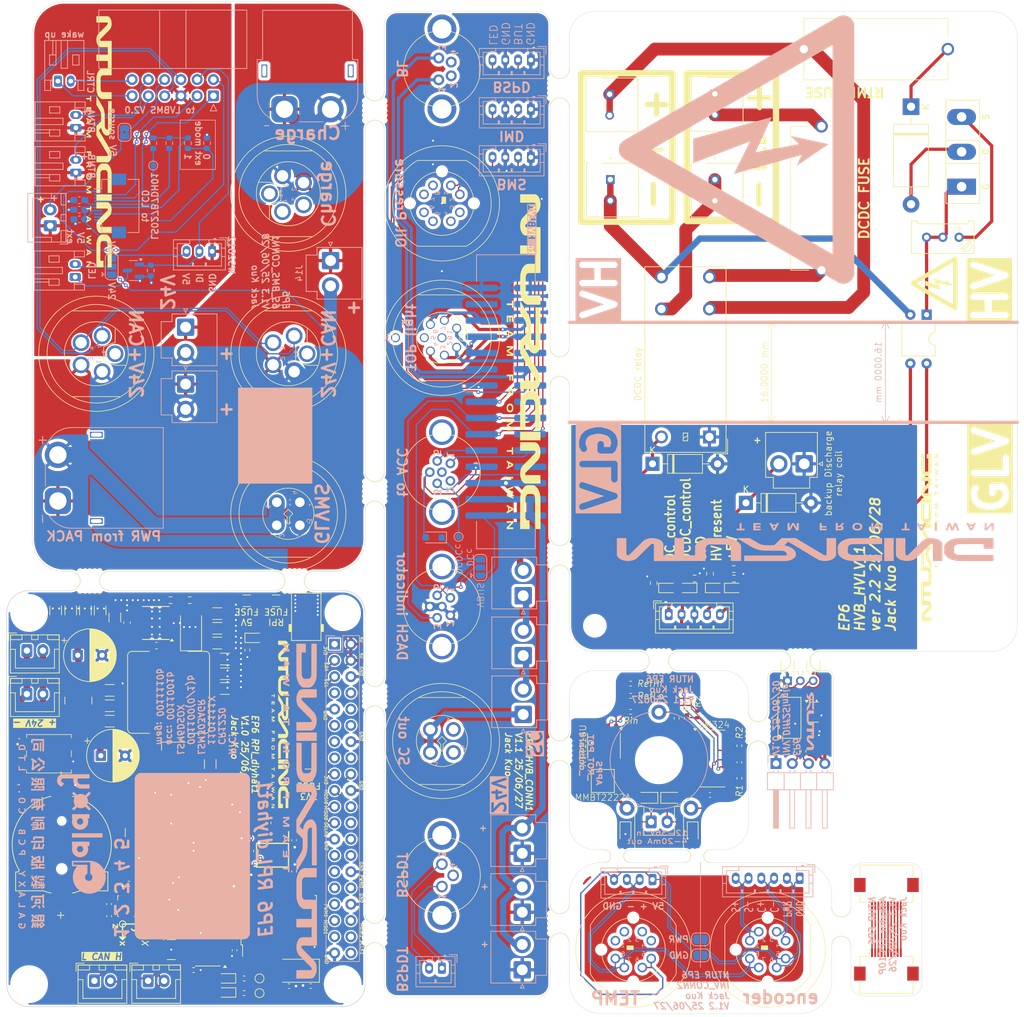
<source format=kicad_pcb>
(kicad_pcb (version 20240108) (generator "pcbnew") (generator_version "8.0")
  (title_block (title "panelGalexy250630_0") (date "2025-07-03") (rev "1.1") (company "NTURacing") (comment 1 "Jack Kuo"))
  (layers (0 "F.Cu" signal) (1 "In1.Cu" signal) (2 "In2.Cu" signal) (31 "B.Cu" signal) (34 "B.Paste" user) (35 "F.Paste" user) (36 "B.SilkS" user "B.Silkscreen") (37 "F.SilkS" user "F.Silkscreen") (38 "B.Mask" user) (39 "F.Mask" user) (44 "Edge.Cuts" user))
  (net 0 "")
  (net 1 "GND")
  (net 2 "/DISP")
  (net 3 "+5V")
  (net 4 "+24V")
  (net 5 "/PACK+")
  (net 6 "/CANH")
  (net 7 "/CANL")
  (net 9 "GNDPWR")
  (net 10 "/CHG_EXT")
  (net 15 "/DISP_CS")
  (net 16 "/DISP_DIN")
  (net 17 "/DISP_CLK")
  (net 18 "/EXTMODE")
  (net 19 "/EXTCOMIN")
  (net 20 "/STATUS_LED")
  (net 21 "/BTN_A")
  (net 22 "/MODE_BTN_1")
  (net 23 "/MODE_BTN_2")
  (net 24 "/BTN_B")
  (net 25 "Net-(J11-Pin_2)")
  (net 26 "Net-(J11-Pin_1)")
  (net 27 "5V")
  (net 28 "Net-(J1-Pin_8)")
  (net 29 "Net-(J1-Pin_7)")
  (net 30 "Net-(J1-Pin_5)")
  (net 31 "Net-(J1-Pin_9)")
  (net 32 "Net-(J1-Pin_1)")
  (net 33 "Net-(J1-Pin_2)")
  (net 34 "Net-(J1-Pin_6)")
  (net 35 "Net-(J1-Pin_3)")
  (net 36 "Net-(J1-Pin_10)")
  (net 37 "Net-(J1-Pin_4)")
  (net 38 "VBUS")
  (net 39 "+3V3")
  (net 40 "Net-(D1-A)")
  (net 41 "/HVpresent_ACC")
  (net 42 "Net-(D1-K)")
  (net 43 "VCC")
  (net 44 "Net-(D3-A)")
  (net 45 "Net-(Q2-E)")
  (net 46 "Net-(Q2-B)")
  (net 47 "Net-(U1A--)")
  (net 48 "Net-(U1A-+)")
  (net 49 "Net-(U1E-V-)")
  (net 50 "Net-(R3-Pad1)")
  (net 51 "Net-(U1C-+)")
  (net 52 "Net-(U1C--)")
  (net 53 "Net-(U1E-V+)")
  (net 54 "Net-(U1D-+)")
  (net 55 "Net-(U1D--)")
  (net 58 "Net-(U3-VREF)")
  (net 59 "Net-(U3-IIN)")
  (net 61 "Net-(R8-Pad1)")
  (net 62 "/MISO0")
  (net 63 "/MOSI0")
  (net 64 "/SCLK0")
  (net 65 "/P24")
  (net 66 "/MISO1")
  (net 67 "/MOSI1")
  (net 68 "/SCLK1")
  (net 69 "/P26")
  (net 70 "/P22")
  (net 71 "/P16")
  (net 72 "/P27")
  (net 73 "/P23")
  (net 74 "/P25")
  (net 75 "/P17")
  (net 76 "/SDA")
  (net 77 "/SCL")
  (net 78 "Net-(U3-X2)")
  (net 79 "Net-(U3-X1)")
  (net 80 "Net-(U3-VBAT)")
  (net 81 "/power/+24V_proCMfilter")
  (net 82 "/power/+24V_preCMfilter")
  (net 83 "/CAN/OSC2")
  (net 84 "/IMU/LSM303_C1")
  (net 85 "/CAN/OSC1")
  (net 86 "Net-(U1-BOOT)")
  (net 87 "/power/5V_buck_rpi_sw")
  (net 88 "/power/5V_buck_rpi")
  (net 89 "Net-(D2-K)")
  (net 90 "/CAN/CAN2_L")
  (net 91 "/CAN/CAN2_H")
  (net 96 "Net-(D4-K)")
  (net 97 "/IMU/LSM303_INT2")
  (net 98 "/IMU/LSM303_INT1")
  (net 105 "/PWM0")
  (net 106 "/PWM1")
  (net 107 "/IMU/LSM303_DRDY")
  (net 108 "Net-(IC3-A4)")
  (net 109 "/power/5V_buck_rpi_FB")
  (net 110 "/CAN/CANOPEN_RUN_LED")
  (net 111 "Net-(U4-STB)")
  (net 112 "/CAN/CANOPEN_ERR_LED")
  (net 113 "Net-(U5-SDO{slash}SA0)")
  (net 115 "/CAN/CANTX")
  (net 116 "Net-(U2-~{RESET})")
  (net 117 "/CAN/INT")
  (net 118 "/CAN/RX0BF")
  (net 119 "/CAN/TX0RTS")
  (net 121 "/CAN/CANRX")
  (net 122 "/CAN/TX1RTS")
  (net 123 "/CAN/TX2RTS")
  (net 124 "/CAN/RX1BF")
  (net 126 "/IMU/LSM6D_INT2")
  (net 127 "/IMU/LSM6D_INT1")
  (net 129 "Net-(IC3-EN)")
  (net 130 "/RPI_5V")
  (net 131 "/power/+24V_aft_filt")
  (net 135 "/MCP2515_SCK")
  (net 136 "/MCP2515_CS")
  (net 137 "/MCP2515_MISO")
  (net 138 "/MCP2515_MOSI")
  (net 139 "Net-(D6-K)")
  (net 140 "Net-(D7-K)")
  (net 141 "/RPI_3V3")
  (net 143 "/BMS_IND_LIGHT")
  (net 144 "/IMD_RESET_BUTTON")
  (net 145 "/TSSI_GREEN+")
  (net 147 "/TSSI_GREEN-")
  (net 148 "/IMD_FAULT_SIG")
  (net 149 "/DCDC_CONTROL")
  (net 150 "/DC_CONTROL")
  (net 151 "/SCout")
  (net 152 "/RTML_AMBER+")
  (net 153 "/BMS_FAULT_SIG")
  (net 154 "/TSSI_RED-")
  (net 155 "/BRAKE_SENSE_N")
  (net 156 "/BSPD_RESET_BUTTON")
  (net 158 "/RTML_AMBER-")
  (net 159 "/BRAKE_LIGHT+")
  (net 160 "/BRAKE_SENSE_P")
  (net 161 "/BSPD_IND_LIGHT")
  (net 162 "/BMS_RESET_BUTTON")
  (net 163 "/BRAKE_LIGHT-")
  (net 164 "/TSSI_RED+")
  (net 165 "/IMD_IND_LIGHT")
  (net 166 "/SCoutBOX")
  (net 168 "Net-(J6-Pin_1)")
  (net 169 "Net-(J12-Pin_2)")
  (net 170 "Net-(J12-Pin_1)")
  (net 176 "Net-(J7-Pin_1)")
  (net 193 "Net-(J15-Pin_5)")
  (net 195 "/HV+")
  (net 196 "Net-(F3-Pad2)")
  (net 197 "/DCDC+")
  (net 198 "/HV-")
  (net 199 "/HVpresent")
  (net 200 "/DCDC-")
  (net 201 "Net-(Q1-G)")
  (net 202 "Net-(Q1-S)")
  (net 203 "Net-(D5-K)")
  (net 204 "/tempPWR")
  (net 205 "/tempGND")
  (net 206 "/cos+")
  (net 207 "/cos-")
  (net 208 "/sin-")
  (net 209 "/sin+")
  (net 210 "/temp+")
  (net 211 "/temp-")
  (net 212 "/encoderPWR")
  (net 217 "Net-(U1--)")
  (net 218 "Net-(U1-+)")
  (net 219 "Net-(U1-REF)")
  (net 220 "/Vout")
  (net 221 "/Vin+")
  (net 222 "/Vin-")
  (net 223 "Net-(R2-Pad1)")
  (net 224 "Net-(R2-Pad2)")
  (footprint "LED_SMD:LED_0603_1608Metric" (layer "F.Cu") (at 120.4594 108.0942 180)
    (property "Reference" "D6" (hide yes))
    (property "Value" "RED LED")
  )
  (footprint "nturt_kicad_lib_EP6:mouse-bite-3mm-slot" (layer "F.Cu") (at 144.5 161 -90)
    (property "Reference" "mouse-bite-3mm-slot" (hide yes))
    (property "Value" "VAL**" (hide yes))
  )
  (footprint "LED_SMD:LED_0603_1608Metric" (layer "F.Cu") (at 38 143)
    (property "Reference" "D7" (hide yes))
    (property "Value" "RED 3V3")
  )
  (footprint "Connector_FFC-FPC:Hirose_FH12-10S-0.5SH_1x10-1MP_P0.50mm_Horizontal" (layer "F.Cu") (at 151.55 166.95)
    (property "Reference" "J1" (hide yes))
    (property "Value" "FPC10P")
  )
  (footprint "nturt_kicad_lib_EP6:BAT_1056" (layer "F.Cu") (at 22.7 148 90)
    (property "Reference" "BT1" (hide yes))
    (property "Value" "1056")
  )
  (footprint "Fuse:Fuse_1206_3216Metric" (layer "F.Cu") (at 61.3 137.3 180)
    (property "Reference" "F3" (hide yes))
    (property "Value" "3A")
  )
  (footprint "Diode_THT:D_DO-201_P15.24mm_Horizontal" (layer "F.Cu") (at 155.4 32.9 -90)
    (property "Reference" "D1" (hide yes))
    (property "Value" "1N5370B")
  )
  (footprint "nturt_kicad_lib_EP6:NianYeong-M12-T-M4P" (layer "F.Cu") (at 82.1 132 -135)
    (property "Reference" "J14" (hide yes))
    (property "Value" "SCout")
  )
  (footprint "nturt_kicad_lib_EP6:Throughhole Potentiometer 3296W" (layer "F.Cu") (at 162.9 53.3)
    (property "Reference" "RV1" (hide yes))
    (property "Value" "10K")
  )
  (footprint "Capacitor_SMD:C_0402_1005Metric" (layer "F.Cu") (at 61.6 170.3)
    (property "Reference" "C12" (hide yes))
    (property "Value" "30p")
  )
  (footprint "nturt_kicad_lib_EP6:WP-06F3-09-11" (layer "F.Cu") (at 82.1 111 -90)
    (property "Reference" "J15" (hide yes))
    (property "Value" "DASH_IND")
  )
  (footprint "Capacitor_SMD:C_0402_1005Metric" (layer "F.Cu") (at 59 147.5 90)
    (property "Reference" "C2" (hide yes))
    (property "Value" "100n")
  )
  (footprint "Resistor_SMD:R_0402_1005Metric" (layer "F.Cu") (at 34.9 154.7 90)
    (property "Reference" "R6" (hide yes))
    (property "Value" "0R")
  )
  (footprint "Diode_SMD:D_SOD-323" (layer "F.Cu") (at 114.2187 140.8799 180)
    (property "Reference" "D3" (hide yes))
    (property "Value" "1N4148")
  )
  (footprint "nturt_kicad_lib_EP6:HRS_DF33C-2P-3.3DSA" (layer "F.Cu") (at 124.75 32.5375 90)
    (property "Reference" "J6" (hide yes))
    (property "Value" "DCDC+")
  )
  (footprint "Package_SO:SOIC-8_3.9x4.9mm_P1.27mm" (layer "F.Cu") (at 45.5 164.6 180)
    (property "Reference" "U4" (hide yes))
    (property "Value" "TCAN1042VDRQ1")
  )
  (footprint "Capacitor_SMD:C_0402_1005Metric" (layer "F.Cu") (at 135.7 124.6 180)
    (property "Reference" "C1" (hide yes))
    (property "Value" "100n")
  )
  (footprint "Capacitor_SMD:C_1206_3216Metric" (layer "F.Cu") (at 31 112.7 90)
    (property "Reference" "C26" (hide yes))
    (property "Value" "10u 50V")
  )
  (footprint "nturt_kicad_lib_EP6:mouse-bite-3mm-slot" (layer "F.Cu") (at 100.5 160.5 -90)
    (property "Reference" "mouse-bite-3mm-slot" (hide yes))
    (property "Value" "VAL**" (hide yes))
  )
  (footprint "Inductor_SMD:L_Bourns_SRR1260" (layer "F.Cu") (at 39.4 124.4 -90)
    (property "Reference" "L2" (hide yes))
    (property "Value" "22uH 3.7A (SMDRI129-220MT)")
  )
  (footprint "nturt_kicad_lib_EP6:NianYeong-M12-X-F4P" (layer "F.Cu") (at 133 164.6)
    (property "Reference" "J1" (hide yes))
    (property "Value" "encoder")
  )
  (footprint "Capacitor_SMD:C_0603_1608Metric" (layer "F.Cu") (at 37.5 117.1 180)
    (property "Reference" "C19" (hide yes))
    (property "Value" "10n")
  )
  (footprint "nturt_kicad_lib_EP6:mouse-bite-3mm-slot" (layer "F.Cu") (at 59.088 107 180)
    (property "Reference" "mouse-bite-3mm-slot" (hide yes))
    (property "Value" "VAL**" (hide yes))
  )
  (footprint "Resistor_SMD:R_0603_1608Metric" (layer "F.Cu") (at 44.9 144 -90)
    (property "Reference" "R9" (hide yes))
    (property "Value" "3k3")
  )
  (footprint "Diode_SMD:D_SMA" (layer "F.Cu") (at 42.9 114.4 90)
    (property "Reference" "D5" (hide yes))
    (property "Value" "SS54")
  )
  (footprint "Resistor_SMD:R_0402_1005Metric" (layer "F.Cu") (at 111.5799 127.4459 180)
    (property "Reference" "R3" (hide yes))
    (property "Value" "10k")
  )
  (footprint "Crystal:Crystal_SMD_5032-2Pin_5.0x3.2mm" (layer "F.Cu") (at 59.9 167.9 180)
    (property "Reference" "Y2" (hide yes))
    (property "Value" "8MHz X49SM8MSD2SC")
  )
  (footprint "LED_SMD:LED_0603_1608Metric" (layer "F.Cu") (at 52.8 115.9)
    (property "Reference" "D6" (hide yes))
    (property "Value" "WHITE LED")
  )
  (footprint "nturt_kicad_lib_EP6:mouse-bite-2mm-slot" (layer "F.Cu") (at 109.5 150)
    (property "Reference" "mouse-bite-2mm-slot" (hide yes))
    (property "Value" "VAL**" (hide yes))
  )
  (footprint "Capacitor_SMD:C_1206_3216Metric" (layer "F.Cu") (at 47 112.1)
    (property "Reference" "C21" (hide yes))
    (property "Value" "47u 10V")
  )
  (footprint "Capacitor_SMD:C_0402_1005Metric" (layer "F.Cu") (at 39.4 155.6 90)
    (property "Reference" "C11" (hide yes))
    (property "Value" "0u1")
  )
  (footprint "nturt_kicad_lib_EP6:mouse-bite-3mm-slot" (layer "F.Cu") (at 71.6 125 -90)
    (property "Reference" "mouse-bite-3mm-slot" (hide yes))
    (property "Value" "VAL**" (hide yes))
  )
  (footprint "Fuse:Fuse_1206_3216Metric" (layer "F.Cu") (at 51.6 110.1)
    (property "Reference" "F2" (hide yes))
    (property "Value" "3A")
  )
  (footprint "Package_TO_SOT_SMD:SOT-23" (layer "F.Cu") (at 39.8 164.6)
    (property "Reference" "D3" (hide yes))
    (property "Value" "NUP2105L")
  )
  (footprint "Capacitor_SMD:C_1206_3216Metric" (layer "F.Cu") (at 28.7 111.6 90)
    (property "Reference" "C25" (hide yes))
    (property "Value" "10u 50V")
  )
  (footprint "Connector_JST:JST_XH_B2B-XH-A_1x02_P2.50mm_Vertical" (layer "F.Cu") (at 17.25 124.675)
    (property "Reference" "J3" (hide yes))
    (property "Value" "LVBattery")
  )
  (footprint "MountingHole:MountingHole_2.7mm_M2.5" (layer "F.Cu") (at 66.6 170 -90)
    (property "Reference" "H2" (hide yes))
    (property "Value" "MountingHole")
  )
  (footprint "MountingHole:MountingHole_3.2mm_M3" (layer "F.Cu") (at 106 114 90)
    (property "Reference" "H2" (hide yes))
    (property "Value" "MountingHole")
  )
  (footprint "Package_DIP:DIP-4_W7.62mm" (layer "F.Cu") (at 157.829162 65.4 -90)
    (property "Reference" "U1" (hide yes))
    (property "Value" "PC817")
  )
  (footprint "MountingHole:MountingHole_3.2mm_M3" (layer "F.Cu") (at 168 22 90)
    (property "Reference" "H4" (hide yes))
    (property "Value" "MountingHole")
  )
  (footprint "nturt_kicad_lib_EP6:mouse-bite-2mm-slot" (layer "F.Cu") (at 122 150)
    (property "Reference" "mouse-bite-2mm-slot" (hide yes))
    (property "Value" "VAL**" (hide yes))
  )
  (footprint "Resistor_SMD:R_0402_1005Metric" (layer "F.Cu") (at 128.5799 132.7459 -90)
    (property "Reference" "R6" (hide yes))
    (property "Value" "47k")
  )
  (footprint "nturt_kicad_lib_EP6:NianYeong-M12-A-F8P-Shield" (layer "F.Cu") (at 82.1 69 -90)
    (property "Reference" "J17" (hide yes))
    (property "Value" "TSSI_RTML")
  )
  (footprint "MountingHole:MountingHole_2.7mm_M2.5" (layer "F.Cu") (at 17.6 112 -90)
    (property "Reference" "H3" (hide yes))
    (property "Value" "MountingHole")
  )
  (footprint "TestPoint:TestPoint_Pad_D1.0mm" (layer "F.Cu") (at 53.6 171.4 180)
    (property "Reference" "TP1" (hide yes))
    (property "Value" "CAN RUN")
  )
  (footprint "Diode_THT:D_DO-41_SOD81_P10.16mm_Horizontal" (layer "F.Cu") (at 115 88.7)
    (property "Reference" "D2" (hide yes))
    (property "Value" "1N4007")
  )
  (footprint "Resistor_SMD:R_0402_1005Metric" (layer "F.Cu") (at 52.3 149.2 90)
    (property "Reference" "R12" (hide yes))
    (property "Value" "0R")
  )
  (footprint "Inductor_SMD:L_Ferrocore_DLG-0403" (layer "F.Cu") (at 25.3 125.7 90)
    (property "Reference" "L1" (hide yes))
    (property "Value" "7A 220nH NBMC0420HN-R22M")
  )
  (footprint "Resistor_SMD:R_0402_1005Metric" (layer "F.Cu") (at 134.1 128.4 -90)
    (property "Reference" "R2" (hide yes))
    (property "Value" "1M")
  )
  (footprint "Resistor_SMD:R_0603_1608Metric" (layer "F.Cu") (at 127.7238 106.621)
    (property "Reference" "R3" (hide yes))
    (property "Value" "10k")
  )
  (footprint "Resistor_SMD:R_0402_1005Metric" (layer "F.Cu") (at 51.2 171.4 180)
    (property "Reference" "R3" (hide yes))
    (property "Value" "1k")
  )
  (footprint "Capacitor_SMD:C_0402_1005Metric" (layer "F.Cu") (at 137.1 132.2)
    (property "Reference" "C2" (hide yes))
    (property "Value" "680p")
  )
  (footprint "nturt_kicad_lib_EP6:HRS_DF33C-2P-3.3DSA" (layer "F.Cu") (at 108.4136 45.926 90)
    (property "Reference" "J2" (hide yes))
    (property "Value" "HV-")
  )
  (footprint "MountingHole:MountingHole_3.2mm_M3" (layer "F.Cu") (at 106 145)
    (property "Reference" "H2" (hide yes))
    (property "Value" "MountingHole")
  )
  (footprint "Resistor_SMD:R_0603_1608Metric" (layer "F.Cu") (at 43.4 144 -90)
    (property "Reference" "R10" (hide yes))
    (property "Value" "3k3")
  )
  (footprint "Capacitor_SMD:C_0603_1608Metric" (layer "F.Cu") (at 139.7625 130)
    (property "Reference" "C5" (hide yes))
    (property "Value" "470n")
  )
  (footprint "Diode_THT:D_DO-41_SOD81_P10.16mm_Horizontal" (layer "F.Cu") (at 129.6 94.8)
    (property "Reference" "D3" (hide yes))
    (property "Value" "1N4007")
  )
  (footprint "nturt_kicad_lib_EP6:mouse-bite-3mm-slot" (layer "F.Cu") (at 71.6 33.5 -90)
    (property "Reference" "mouse-bite-3mm-slot" (hide yes))
    (property "Value" "VAL**" (hide yes))
  )
  (footprint "Capacitor_SMD:C_1206_3216Metric" (layer "F.Cu") (at 45.9 135.6 -90)
    (property "Reference" "C32" (hide yes))
    (property "Value" "47u 10V")
  )
  (footprint "nturt_kicad_lib_EP6:WP-06F3-09-11" (layer "F.Cu") (at 82.1 90 -90)
    (property "Reference" "J18" (hide yes))
    (property "Value" "toACC")
  )
  (footprint "Capacitor_SMD:C_0402_1005Metric" (layer "F.Cu") (at 49.7 164.7 -90)
    (property "Reference" "C13" (hide yes))
    (property "Value" "0u1")
  )
  (footprint "Resistor_SMD:R_0603_1608Metric" (layer "F.Cu") (at 42.7 110 180)
    (property "Reference" "R1" (hide yes))
    (property "Value" "47k 1%")
  )
  (footprint "Diode_SMD:D_SOD-323" (layer "F.Cu") (at 121.2799 146.2459 -90)
    (property "Reference" "D1" (hide yes))
    (property "Value" "1N4148")
  )
  (footprint "Connector_JST:JST_XH_S2B-XH-A_1x02_P2.50mm_Horizontal" (layer "F.Cu") (at 114.7921 144.6391)
    (property "Reference" "J1" (hide yes))
    (property "Value" "current")
  )
  (footprint "Capacitor_SMD:C_0402_1005Metric" (layer "F.Cu") (at 59 152.4 -90)
    (property "Reference" "C17" (hide yes))
    (property "Value" "100n")
  )
  (footprint "Resistor_SMD:R_0603_1608Metric" (layer "F.Cu") (at 49.7 156.2 90)
    (property "Reference" "R11" (hide yes))
    (property "Value" "10k")
  )
  (footprint "Diode_SMD:D_SOD-323" (layer "F.Cu") (at 110.7799 146.2459 -90)
    (property "Reference" "D4" (hide yes))
    (property "Value" "1N4148")
  )
  (footprint "Connector_JST:JST_VH_B2P-VH_1x02_P3.96mm_Vertical" (layer "F.Cu") (at 138.7 88.7 180)
    (property "Reference" "J4" (hide yes))
    (property "Value" "DC_CONTROL_COIL")
  )
  (footprint "LED_SMD:LED_0603_1608Metric" (layer "F.Cu") (at 48.4 169.1 180)
    (property "Reference" "D4" (hide yes))
    (property "Value" "RED CANopen_ERR")
  )
  (footprint "SamacSys_Parts_EP6:SOP65P640X120-14N" (layer "F.Cu") (at 55.629 149.8484 -90)
    (property "Reference" "IC3" (hide yes))
    (property "Value" "LSF0204DPWR" (hide yes))
  )
  (footprint "TestPoint:TestPoint_Pad_D1.0mm" (layer "F.Cu") (at 53.6 169.1 180)
    (property "Reference" "TP2" (hide yes))
    (property "Value" "CAN ERR")
  )
  (footprint "Resistor_SMD:R_0402_1005Metric" (layer "F.Cu") (at 55 144.8 -90)
    (property "Reference" "R8" (hide yes))
    (property "Value" "20R")
  )
  (footprint "Resistor_SMD:R_0402_1005Metric" (layer "F.Cu") (at 128.5799 137.8459 -90)
    (property "Reference" "R5" (hide yes))
    (property "Value" "10k")
  )
  (footprint "LED_SMD:LED_0603_1608Metric" (layer "F.Cu") (at 127.7238 108.0942)
    (property "Reference" "D5" (hide yes))
    (property "Value" "RED LED")
  )
  (footprint "nturt_kicad_lib_EP6:mouse-bite-3mm-slot" (layer "F.Cu") (at 138.1 119.5)
    (property "Reference" "mouse-bite-3mm-slot" (hide yes))
    (property "Value" "VAL**" (hide yes))
  )
  (footprint "Capacitor_SMD:C_1206_3216Metric" (layer "F.Cu") (at 21.75 111.6 90)
    (property "Reference" "C1" (hide yes))
    (property "Value" "10u 35V")
  )
  (footprint "Resistor_SMD:R_0402_1005Metric" (layer "F.Cu") (at 51.7 117.8 -90)
    (property "Reference" "R13" (hide yes))
    (property "Value" "1k")
  )
  (footprint "Package_LGA:LGA-14_3x2.5mm_P0.5mm_LayoutBorder3x4y" (layer "F.Cu") (at 32.8 157.8 -90)
    (property "Reference" "U5" (hide yes))
    (property "Value" "LSM6DSOX")
  )
  (footprint "MountingHole:MountingHole_2.7mm_M2.5" (layer "F.Cu") (at 66.6 112 -90)
    (property "Reference" "H1" (hide yes))
    (property "Value" "MountingHole")
  )
  (footprint "Resistor_SMD:R_0603_1608Metric" (layer "F.Cu") (at 127.6984 105.1478)
    (property "Reference" "R1" (hide yes))
    (property "Value" "1M")
  )
  (footprint "nturt_kicad_lib_EP6:NianYeong-M12-L-F5P" (layer "F.Cu") (at 28.1 71.5 -90)
    (property "Reference" "J6" (hide yes))
    (property "Value" "24V_CAN_4P")
  )
  (footprint "Resistor_SMD:R_0402_1005Metric" (layer "F.Cu") (at 138.6 133.6 90)
    (property "Reference" "R3" (hide yes))
    (property "Value" "220R")
  )
  (footprint "Resistor_SMD:R_0402_1005Metric" (layer "F.Cu") (at 51.2 169.1 180)
    (property "Reference" "R5" (hide yes))
    (property "Value" "1k")
  )
  (footprint "Capacitor_SMD:C_0402_1005Metric" (layer "F.Cu") (at 139.9 131.2)
    (property "Reference" "C3" (hide yes))
    (property "Value" "1u")
  )
  (footprint "Package_SO:TI_SO-PowerPAD-8_ThermalVias" (layer "F.Cu") (at 37.4 113.565 180)
    (property "Reference" "U1" (hide yes))
    (property "Value" "TPS5430DDAR")
  )
  (footprint "Capacitor_SMD:C_1206_3216Metric" (layer "F.Cu") (at 30.2 124.1)
    (property "Reference" "C29" (hide yes))
    (property "Value" "10u 35V")
  )
  (footprint "Capacitor_SMD:C_1206_3216Metric" (layer "F.Cu") (at 42.3 140.4)
    (property "Reference" "C33" (hide yes))
    (property "Value" "47u 10V")
  )
  (footprint "nturt_kicad_lib_EP6:mouse-bite-3mm-slot" (layer "F.Cu") (at 27.1 107 180)
    (property "Reference" "mouse-bite-3mm-slot" (hide yes))
    (property "Value" "VAL**" (hide yes))
  )
  (footprint "Capacitor_SMD:C_0402_1005Metric" (layer "F.Cu") (at 123.9799 140.4459)
    (property "Reference" "C1" (hide yes))
    (property "Value" "1n")
  )
  (footprint "Capacitor_SMD:C_1206_3216Metric" (layer "F.Cu") (at 47 116.7)
    (property "Reference" "C23" (hide yes))
    (property "Value" "47u 10V")
  )
  (footprint "nturt_kicad_lib_EP6:NianYeong-M12-L-F5P" (layer "F.Cu") (at 58.1 46.5 90)
    (property "Reference" "J5" (hide yes))
    (property "Value" "24V_charge")
  )
  (footprint "PCM_Package_TO_SOT_THT_AKL:TO-247-3_Vertical_GDS" (layer "F.Cu") (at 163.3 45.4 90)
    (property "Reference" "Q1" (hide yes))
    (property "Value" "IXTH6N100D2" (hide yes))
  )
  (footprint "Relay_THT:Relay_DPST_Omron_G2RL-2A" (layer "F.Cu") (at 123.9 84.5 180)
    (property "Reference" "K1" (hide yes))
    (property "Value" "G2RG-2A-X DC24")
  )
  (footprint "Connector_JST:JST_XH_B2B-XH-A_1x02_P2.50mm_Vertical" (layer "F.Cu") (at 17.25 117.875)
    (property "Reference" "J4" (hide yes))
    (property "Value" "LVBattery")
  )
  (footprint "Capacitor_SMD:C_1206_3216Metric" (layer "F.Cu") (at 48.2 121.5)
    (property "Reference" "C20" (hide yes))
    (property "Value" "47u 10V")
  )
  (footprint "nturt_kicad_lib_EP6:mouse-bite-3mm-slot" (layer "F.Cu") (at 100.5 133.5 -90)
    (property "Reference" "mouse-bite-3mm-slot" (hide yes))
    (property "Value" "VAL**" (hide yes))
  )
  (footprint "MountingHole:MountingHole_3.2mm_M3" (layer "F.Cu") (at 106 22 90)
    (property "Reference" "H1" (hide yes))
    (property "Value" "MountingHole")
  )
  (footprint "MountingHole:MountingHole_3.2mm_M3" (layer "F.Cu") (at 168 114 90)
    (property "Reference" "H3" (hide yes))
    (property "Value" "MountingHole")
  )
  (footprint "PCM_Package_SO_AKL:MSOP-8_3x3mm_P0.65mm" (layer "F.Cu") (at 136.4 128.38 90)
    (property "Reference" "U1" (hide yes))
    (property "Value" "INA333AIDGK" (hide yes))
  )
  (footprint "Package_LGA:LGA-12_2x2mm_P0.5mm" (layer "F.Cu") (at 41.9 155.6 -90)
    (property "Reference" "IC1" (hide yes))
    (property "Value" "LSM303AGRTR")
  )
  (footprint "Connector_PinHeader_2.00mm:PinHeader_1x03_P2.00mm_Horizontal" (layer "F.Cu") (at 136.1 122.6 90)
    (property "Reference" "J1" (hide yes))
    (property "Value" "single_out")
  )
  (footprint "nturt_kicad_lib_EP6:mouse-bite-3mm-slot" (layer "F.Cu") (at 71.6 162 -90)
    (property "Reference" "mouse-bite-3mm-slot" (hide yes))
    (property "Value" "VAL**" (hide yes))
  )
  (footprint "PCM_Package_TO_SOT_SMD_AKL:SOT-23" (layer "F.Cu") (at 107.2337 138.2459)
    (property "Reference" "Q2" (hide yes))
    (property "Value" "MMBT2222A" (hide yes))
  )
  (footprint "Connector_JST:JST_XH_B2B-XH-A_1x02_P2.50mm_Vertical" (layer "F.Cu") (at 36.2 169.475)
    (property "Reference" "J5" (hide yes))
    (property "Value" "CAN2")
  )
  (footprint "Resistor_SMD:R_0402_1005Metric" (layer "F.Cu") (at 121.9799 127.8459 90)
    (property "Reference" "R7" (hide yes))
    (property "Value" "47k")
  )
  (footprint "Capacitor_SMD:C_1206_3216Metric" (layer "F.Cu") (at 26.4 111.6 90)
    (property "Reference" "C5" (hide yes))
    (property "Value" "10u 35V")
  )
  (footprint "PCM_Diode_SMD_AKL:D_SMB" (layer "F.Cu") (at 60.9 112.6 90)
    (property "Reference" "D1" (hide yes))
    (property "Value" "SMBJ5.0A" (hide yes))
  )
  (footprint "Resistor_SMD:R_0603_1608Metric" (layer "F.Cu") (at 123.99 105.859 90)
    (property "Reference" "R2" (hide yes))
    (property "Value" "10k")
  )
  (footprint "nturt_kicad_lib_EP6:mouse-bite-3mm-slot" (layer "F.Cu") (at 116 119.5)
    (property "Reference" "mouse-bite-3mm-slot" (hide yes))
    (property "Value" "VAL**" (hide yes))
  )
  (footprint "LED_SMD:LED_0603_1608Metric" (layer "F.Cu") (at 48.4125 171.3 180)
    (property "Reference" "D2" (hide yes))
    (property "Value" "GREEN CANopen_RUN")
  )
  (footprint "Package_SO:SOIC-8_3.9x4.9mm_P1.27mm" (layer "F.Cu") (at 38.4 147.9)
    (property "Reference" "U3" (hide yes))
    (property "Value" "MCP7940N-xSN")
  )
  (footprint "SamacSys_Parts_EP6:65600001009" (layer "F.Cu") (at 149.9 23.9 180)
    (property "Reference" "F1" (hide yes))
    (property "Value" "500V/0.5A" (hide yes))
  )
  (footprint "LED_SMD:LED_0603_1608Metric" (layer "F.Cu") (at 124.752 108.0942)
    (property "Reference" "D4" (hide yes))
    (property "Value" "RED LED")
  )
  (footprint "Capacitor_SMD:C_1206_3216Metric" (layer "F.Cu") (at 48.2 119.2)
    (property "Reference" "C24" (hide yes))
    (property "Value" "47u 10V")
  )
  (footprint "Capacitor_SMD:C_1206_3216Metric" (layer "F.Cu") (at 30.2 128.9)
    (property "Reference" "C31" (hide yes))
    (property "Value" "10u 35V")
  )
  (footprint "Capacitor_SMD:C_0402_1005Metric" (layer "F.Cu") (at 51.9 153.5 180)
    (property "Reference" "C3" (hide yes))
    (property "Value" "100n")
  )
  (footprint "Capacitor_SMD:C_1206_3216Metric" (layer "F.Cu") (at 30.2 126.5)
    (property "Reference" "C30" (hide yes))
    (property "Value" "10u 35V")
  )
  (footprint "Connector_FFC-FPC:Hirose_FH12-10S-0.5SH_1x10-1MP_P0.50mm_Horizontal" (layer "F.Cu") (at 151.55 155.9 180)
    (property "Reference" "J3" (hide yes))
    (property "Value" "FPC10P")
  )
  (footprint "Package_SO:SOIC-14_3.9x8.7mm_P1.27mm" (layer "F.Cu") (at 124.3799 134.7459)
    (property "Reference" "U1" (hide yes))
    (property "Value" "LM324")
  )
  (footprint "nturt_kicad_lib_EP6:HRS_DF33C-2P-3.3DSA" (layer "F.Cu") (at 108.312 32.602 90)
    (property "Reference" "J1" (hide yes))
    (property "Value" "HV+")
  )
  (footprint "Capacitor_THT:CP_Radial_D8.0mm_P3.80mm" (layer "F.Cu") (at 28.8 134.3)
    (property "Reference" "C7" (hide yes))
    (property "Value" "220u 35V")
  )
  (footprint "Fuse:Fuse_1206_3216Metric" (layer "F.Cu") (at 56.2 110.1)
    (property "Reference" "F1" (hide yes))
    (property "Value" "3A")
  )
  (footprint "Resistor_SMD:R_0402_1005Metric" (layer "F.Cu") (at 36.8 140.7 90)
    (property "Reference" "R14" (hide yes))
    (property "Value" "510R")
  )
  (footprint "Diode_SMD:D_SOD-323" (layer "F.Cu") (at 117.9017 140.8799)
    (property "Reference" "D2" (hide yes))
    (property "Value" "1N4148")
  )
  (footprint "Crystal:Crystal_SMD_3215-2Pin_3.2x1.5mm" (layer "F.Cu") (at 33.5 146.3 -90)
    (property "Reference" "Y1" (hide yes))
    (property "Value" "32.768kHz Q13FC13500004")
  )
  (footprint "Capacitor_SMD:C_1206_3216Metric" (layer "F.Cu") (at 48.2 123.8)
    (property "Reference" "C28" (hide yes))
    (property "Value" "47u 10V")
  )
  (footprint "Connector_JST:JST_PH_B5B-PH-K_1x05_P2.00mm_Vertical" (layer "F.Cu") (at 117.5422 112.2344)
    (property "Reference" "J3" (hide yes))
    (property "Value" "from LV")
  )
  (footprint "Capacitor_SMD:C_0402_1005Metric" (layer "F.Cu") (at 41.7 157.9)
    (property "Reference" "C9" (hide yes))
    (property "Value" "0u1")
  )
  (footprint "Resistor_SMD:R_0402_1005Metric" (layer "F.Cu") (at 120.3799 128.4459 -90)
    (property "Reference" "R4" (hide yes))
    (property "Value" "10k")
  )
  (footprint "Package_TO_SOT_SMD:SOT-223-3_TabPin2" (layer "F.Cu") (at 40.2 135.6 180)
    (property "Reference" "U6" (hide yes))
    (property "Value" "AMS1117-3.3")
  )
  (footprint "Resistor_SMD:R_0402_1005Metric" (layer "F.Cu") (at 111.5799 124.9459 180)
    (property "Reference" "R1" (hide yes))
    (property "Value" "33k")
  )
  (footprint "Capacitor_SMD:C_0603_1608Metric" (layer "F.Cu") (at 32.9 113.5 -90)
    (property "Reference" "C27" (hide yes))
    (property "Value" "0u1")
  )
  (footprint "nturt_kicad_lib_EP6:NianYeong-M12-X-F4P" (layer "F.Cu") (at 112 164.6)
    (property "Reference" "J2" (hide yes))
    (property "Value" "encoder")
  )
  (footprint "Package_SO:SOIC-8_3.9x4.9mm_P1.27mm" (layer "F.Cu") (at 107.4115 132.7459 -90)
    (property "Reference" "U3" (hide yes))
    (property "Value" "XTR116U")
  )
  (footprint "nturt_kicad_lib_EP6:mouse-bite-3mm-slot" (layer "F.Cu") (at 71.6 93 -90)
    (property "Reference" "mouse-bite-3mm-slot" (hide yes))
    (property "Value" "VAL**" (hide yes))
  )
  (footprint "Capacitor_SMD:C_1206_3216Metric" (layer "F.Cu") (at 47 114.4)
    (property "Reference" "C22" (hide yes))
    (property "Value" "47u 10V")
  )
  (footprint "Resistor_SMD:R_0603_1608Metric" (layer "F.Cu") (at 121.577 106.621)
    (property "Reference" "R4" (hide yes))
    (property "Value" "10k")
  )
  (footprint "nturt_kicad_lib_EP6:HRS_DF33C-2P-3.3DSA" (layer "F.Cu") (at 124.75 45.9375 90)
    (property "Reference" "J5" (hide yes))
    (property "Value" "DCDC-")
  )
  (footprint "nturt_kicad_lib_EP6:NianYeong-M12-X-F4P" (layer "F.Cu") (at 82.1 48 -90)
    (property "Reference" "J13" (hide yes))
    (property "Value" "Oil Pressure")
  )
  (footprint "Capacitor_SMD:C_1206_3216Metric" (layer "F.Cu") (at 24.1 111.6 90)
    (property "Reference" "C4" (hide yes))
    (property "Value" "10u 35V")
  )
  (footprint "nturt_kicad_lib_EP6:mouse-bite-3mm-slot" (layer "F.Cu") (at 100.5 30 -90)
    (property "Reference" "mouse-bite-3mm-slot" (hide yes))
    (property "Value" "VAL**" (hide yes))
  )
  (footprint "Capacitor_SMD:C_0402_1005Metric" (layer "F.Cu") (at 58.2 170.3 180)
    (property "Reference" "C8" (hide yes))
    (property "Value" "30p")
  )
  (footprint "Resistor_SMD:R_0603_1608Metric" (layer "F.Cu") (at 39.7 110 180)
    (property "Reference" "R2" (hide yes))
    (property "Value" "15k 1%")
  )
  (footprint "Capacitor_THT:CP_Radial_D8.0mm_P3.80mm" (layer "F.Cu") (at 25.197349 118.6)
    (property "Reference" "C6" (hide yes))
    (property "Value" "220u 35V")
  )
  (footprint "nturt_kicad_lib_EP6:NianYeong-M12-T-M4P" (layer "F.Cu") (at 58.1 96.5 -135)
    (property "Reference" "J1" (hide yes))
    (property "Value" "GLVMS")
  )
  (footprint "Resistor_SMD:R_0402_1005Metric" (layer "F.Cu") (at 43.3 167.8)
    (property "Reference" "R4" (hide yes))
    (property "Value" "10k")
  )
  (footprint "Resistor_SMD:R_0402_1005Metric" (layer "F.Cu") (at 111.5799 123.0459)
    (property "Reference" "R2" (hide yes))
    (property "Value" "22k")
  )
  (footprint "MountingHole:MountingHole_3.2mm_M3" (layer "F.Cu") (at 126 125)
    (property "Reference" "H4" (hide yes))
    (property "Value" "MountingHole")
  )
  (footprint "Connector_JST:JST_XH_B2B-XH-A_1x02_P2.50mm_Vertical" (layer "F.Cu") (at 27.8 169.475)
    (property "Reference" "J2" (hide yes))
    (property "Value" "CAN2")
  )
  (footprint "nturt_kicad_lib_EP6:NianYeong-M12-L-F5P" (layer "F.Cu") (at 58.1 71.5 -90)
    (property "Reference" "J2" (hide yes))
    (property "Value" "24V_CAN_4P")
  )
  (footprint "MountingHole:MountingHole_3.2mm_M3" (layer "F.Cu") (at 106 125)
    (property "Reference" "H1" (hide yes))
    (property "Value" "MountingHole")
  )
  (footprint "SamacSys_Parts_EP6:ACM70V7012PLTL00" (layer "F.Cu") (at 20.7 134)
    (property "Reference" "FL1" (hide yes))
    (property "Value" "ACM70V-701-2PL-TL00" (hide yes))
  )
  (footprint "MountingHole:MountingHole_2.7mm_M2.5" (layer "F.Cu") (at 17.6 170 -90)
    (property "Reference" "H4" (hide yes))
    (property "Value" "MountingHole")
  )
  (footprint "Resistor_SMD:R_0402_1005Metric" (layer "F.Cu") (at 33.2 154.3)
    (property "Reference" "R7" (hide yes))
    (property "Value" "10k")
  )
  (footprint "Package_SO:SOIC-18W_7.5x11.6mm_P1.27mm" (layer "F.Cu") (at 56.6 160 90)
    (property "Reference" "U2" (hide yes))
    (property "Value" "MCP2515-xSO")
  )
  (footprint "nturt_kicad_lib_EP6:WP-04F3-26-11" (layer "F.Cu") (at 82.1 27 -90)
    (property "Reference" "J19" (hide yes))
    (property "Value" "BL_BAK")
  )
  (footprint "LED_SMD:LED_0603_1608Metric" (layer "F.Cu") (at 117.4622 108.0942)
    (property "Reference" "D7" (hide yes))
    (property "Value" "RED LED")
  )
  (footprint "SamacSys_Parts_EP6:65600001009" (layer "F.Cu") (at 141.4 47.2 -90)
    (property "Reference" "F3" (hide yes))
    (property "Value" "fuse" (hide yes))
  )
  (footprint "MountingHole:MountingHole_3.2mm_M3" (layer "F.Cu") (at 126 145)
    (property "Reference" "H3" (hide yes))
    (property "Value" "MountingHole")
  )
  (footprint "nturt_kicad_lib_EP6:mouse-bite-3mm-slot" (layer "F.Cu") (at 100.5 73.5 -90)
    (property "Reference" "mouse-bite-3mm-slot" (hide yes))
    (property "Value" "VAL**" (hide yes))
  )
  (footprint "Package_TO_SOT_SMD:SOT-23" (layer "F.Cu") (at 140.2625 127.5)
    (property "Reference" "U2" (hide yes))
    (property "Value" "REF3133AIDBZR")
  )
  (footprint "nturt_kicad_lib_EP6:WP-03F3-09-11" (layer "F.Cu") (at 82.1 153 -90)
    (property "Reference" "J16" (hide yes))
    (property "Value" "BSPDT")
  )
  (footprint "Capacitor_SMD:C_0603_1608Metric" (layer "F.Cu") (at 139.8625 125)
    (property "Reference" "C4" (hide yes))
    (property "Value" "470n")
  )
  (footprint "Capacitor_SMD:C_0402_1005Metric" (layer "F.Cu") (at 30.1 157.48 90)
    (property "Reference" "C15" (hide yes))
    (property "Value" "0u1")
  )
  (footprint "Capacitor_SMD:C_0402_1005Metric" (layer "F.Cu") (at 30.1 159.38 -90)
    (property "Reference" "C16" (hide yes))
    (property "Value" "0u1")
  )
  (footprint "Resistor_SMD:R_0603_1608Metric" (layer "F.Cu") (at 115.2016 107.3322 90)
    (property "Reference" "R5" (hide yes))
    (property "Value" "10k")
  )
  (footprint "Resistor_SMD:R_0402_1005Metric" (layer "F.Cu") (at 137.6 133.6 90)
    (property "Reference" "R1" (hide yes))
    (property "Value" "220R")
  )
  (footprint "nturt_kicad_lib_EP6:mouse-bite-3mm-slot" (layer "F.Cu") (at 131.5 130.5 90)
    (property "Reference" "mouse-bite-3mm-slot" (hide yes))
    (property "Value" "VAL**" (hide yes))
  )
  (footprint "nturt_kicad_lib_EP6:mouse-bite-3mm-slot" (layer "F.Cu") (at 100.5 103 -90)
    (property "Reference" "mouse-bite-3mm-slot" (hide yes))
    (property "Value" "VAL**" (hide yes))
  )
  (footprint "Capacitor_SMD:C_0402_1005Metric" (layer "F.Cu") (at 43.5 161.4)
    (property "Reference" "C14" (hide yes))
    (property "Value" "0u1")
  )
  (footprint "Capacitor_SMD:C_0402_1005Metric" (layer "F.Cu") (at 128.5799 135.3459 90)
    (property "Reference" "C2" (hide yes))
    (property "Value" "1u")
  )
  (footprint "Capacitor_SMD:C_0402_1005Metric" (layer "F.Cu") (at 40.9 144.7)
    (property "Reference" "C18" (hide yes))
    (property "Value" "100n")
  )
  (footprint "Resistor_SMD:R_0402_1005Metric" (layer "F.Cu") (at 118.7799 128.4459 -90)
    (property "Reference" "R8" (hide yes))
    (property "Value" "10R")
  )
  (footprint "Jumper:SolderJumper-3_P1.3mm_Open_RoundedPad1.0x1.5mm" (layer "B.Cu") (at 30.5 57.9 90)
    (property "Reference" "JP1" (hide yes))
    (property "Value" "SolderJumper_3_Open")
  )
  (footprint "Connector_JST:JST_PH_B4B-PH-K_1x04_P2.00mm_Vertical" (layer "B.Cu") (at 96 33.3 180)
    (property "Reference" "J10" (hide yes))
    (property "Value" "IMD_RESET")
  )
  (footprint "Connector_JST:JST_XH_B2B-XH-A_1x02_P2.50mm_Vertical" (layer "B.Cu") (at 20.9 51.5 90)
    (property "Reference" "J13" (hide yes))
    (property "Value" "5V_ext")
  )
  (footprint "Capacitor_SMD:C_0603_1608Metric_Pad1.08x0.95mm_HandSolder" (layer "B.Cu") (at 25.45 50.5 180)
    (property "Reference" "C3" (hide yes))
    (property "Value" "10u")
  )
  (footprint "Connector_JST:JST_VH_B2P-VH_1x02_P3.96mm_Vertical" (layer "B.Cu") (at 42.05 67.3425 -90)
    (property "Reference" "J9" (hide yes))
    (property "Value" "24V")
  )
  (footprint "Capacitor_SMD:C_0603_1608Metric_Pad1.08x0.95mm_HandSolder" (layer "B.Cu") (at 25.45 49 180)
    (property "Reference" "C2" (hide yes))
    (property "Value" "1u")
  )
  (footprint "Connector_JST:JST_PH_B6B-PH-K_1x06_P2.00mm_Vertical" (layer "B.Cu") (at 138 153.45 180)
    (property "Reference" "J12" (hide yes))
    (property "Value" "Encoder")
  )
  (footprint "TestPoint:TestPoint_Pad_D1.0mm" (layer "B.Cu") (at 84.7 100.1 90)
    (property "Reference" "TP1" (hide yes))
    (property "Value" "DCDC_control")
  )
  (footprint "Connector_JST:JST_VH_B2P-VH_1x02_P3.96mm_Vertical" (layer "B.Cu") (at 94.8 109.3 90)
    (property "Reference" "J6" (hide yes))
    (property "Value" "SCinterlock1")
  )
  (footprint "Connector_AMASS:AMASS_XT60PW-M_1x02_P7.20mm_Horizontal" (layer "B.Cu") (at 22.1 94.5 90)
    (property "Reference" "J3" (hide yes))
    (property "Value" "Power In")
  )
  (footprint "TestPoint:TestPoint_Pad_D1.0mm" (layer "B.Cu") (at 37 42.1 90)
    (property "Reference" "TP1" (hide yes))
    (property "Value" "EXTCOMIN")
  )
  (footprint "Connector_FFC-FPC:Hirose_FH12-10S-0.5SH_1x10-1MP_P0.50mm_Horizontal" (layer "B.Cu") (at 30.25 48.4 -90)
    (property "Reference" "J8" (hide yes))
    (property "Value" "Sharp Memory LCD")
  )
  (footprint "Connector_JST:JST_PH_B4B-PH-K_1x04_P2.00mm_Vertical" (layer "B.Cu") (at 96 25.6 180)
    (property "Reference" "J11" (hide yes))
    (property "Value" "BSPD_RESET")
  )
  (footprint "Resistor_SMD:R_0603_1608Metric" (layer "B.Cu") (at 37 38.6 90)
    (property "Reference" "R2" (hide yes))
    (property "Value" "100k")
  )
  (footprint "Connector_JST:JST_VH_B2P-VH_1x02_P3.96mm_Vertical" (layer "B.Cu") (at 42.05 76.2425 -90)
    (property "Reference" "J10" (hide yes))
    (property "Value" "24V")
  )
  (footprint "Connector_JST:JST_PH_S2B-PH-K_1x02_P2.00mm_Horizontal" (layer "B.Cu") (at 24.9 36.2 90)
    (property "Reference" "SW2" (hide yes))
    (property "Value" "BTNA")
  )
  (footprint "Jumper:SolderJumper-2_P1.3mm_Open_RoundedPad1.0x1.5mm" (layer "B.Cu") (at 122.5 163)
    (property "Reference" "JP1" (hide yes))
    (property "Value" "pwr")
  )
  (footprint "Connector_JST:JST_VH_B2P-VH_1x02_P3.96mm_Vertical" (layer "B.Cu") (at 94.65 149.555 90)
    (property "Reference" "J3" (hide yes))
    (property "Value" "PWRout")
  )
  (footprint "Package_TO_SOT_SMD:SOT-23" (layer "B.Cu") (at 33.9 58.5 180)
    (property "Reference" "Q1" (hide yes))
    (property "Value" "2N7002")
  )
  (footprint "Connector_JST:JST_VH_B2P-VH_1x02_P3.96mm_Vertical" (layer "B.Cu") (at 64.7 56.94 -90)
    (property "Reference" "J14")
    (property "Value" "24V")
  )
  (footprint "Connector_JST:JST_PH_B2B-PH-K_1x02_P2.00mm_Vertical" (layer "B.Cu") (at 82.1 167.5 180)
    (property "Reference" "J12" (hide yes))
    (property "Value" "BSPDTinbox")
  )
  (footprint "Capacitor_SMD:C_0603_1608Metric_Pad1.08x0.95mm_HandSolder" (layer "B.Cu") (at 25.45 47.5 180)
    (property "Reference" "C1" (hide yes))
    (property "Value" "100n")
  )
  (footprint "Diode_SMD:D_SOD-323_HandSoldering" (layer "B.Cu") (at 80.8 100.2 180)
    (property "Reference" "D1" (hide yes))
    (property "Value" "1N4148")
  )
  (footprint "Resistor_SMD:R_0603_1608Metric" (layer "B.Cu") (at 45.4 38.6 -90)
    (property "Reference" "R5" (hide yes))
    (property "Value" "100k")
  )
  (footprint "Connector_PinHeader_2.54mm:PinHeader_1x04_P2.54mm_Horizontal" (layer "B.Cu") (at 134.3 135.525 -90)
    (property "Reference" "J2" (hide yes))
    (property "Value" "motorTemp")
  )
  (footprint "Connector_PinSocket_2.54mm:PinSocket_2x20_P2.54mm_Vertical" (layer "B.Cu") (at 65.33 116.87 180)
    (property "Reference" "J1" (hide yes))
    (property "Value" "Raspberry_Pi_2_3")
  )
  (footprint "Connector_JST:JST_PH_B4B-PH-K_1x04_P2.00mm_Vertical" (layer "B.Cu") (at 115 153.65 180)
    (property "Reference" "J13" (hide yes))
    (property "Value" "motorTemp")
  )
  (footprint "Resistor_SMD:R_0603_1608Metric" (layer "B.Cu") (at 36.6 58.5 90)
    (property "Reference" "R1" (hide yes))
    (property "Value" "100k")
  )
  (footprint "Connector_JST:JST_VH_B2P-VH_1x02_P3.96mm_Vertical" (layer "B.Cu") (at 94.8 127.8575 90)
    (property "Reference" "J8" (hide yes))
    (property "Value" "SCinterlock3")
  )
  (footprint "Connector_JST:JST_PH_S2B-PH-K_1x02_P2.00mm_Horizontal" (layer "B.Cu") (at 22.1 28.9)
    (property "Reference" "SW1" (hide yes))
    (property "Value" "MODE_CTL_BTN")
  )
  (footprint "Connector_JST:JST_PH_S2B-PH-K_1x02_P2.00mm_Horizontal" (layer "B.Cu") (at 24.9 43.2 90)
    (property "Reference" "SW3" (hide yes))
    (property "Value" "BTNB")
  )
  (footprint "Connector_IDC:IDC-Header_2x06_P2.54mm_Horizontal" (layer "B.Cu") (at 46.4 31.2 90)
    (property "Reference" "J7" (hide yes))
    (property "Value" "Front Panel")
  )
  (footprint "Connector_JST:JST_VH_B2P-VH_1x02_P3.96mm_Vertical" (layer "B.Cu") (at 94.65 167.7575 90)
    (property "Reference" "J4" (hide yes))
    (property "Value" "PWRout")
  )
  (footprint "PCM_Potentiometer_THT_AKL:Potentiometer_Piher_PT-15-V15_Vertical_Hole" (layer "B.Cu") (at 111 142.5 90)
    (property "Reference" "RV1" (hide yes))
    (property "Value" "100k PTN15-E100DB10-H" (hide yes))
  )
  (footprint "Resistor_SMD:R_0603_1608Metric" (layer "B.Cu") (at 42.4 38.6 90)
    (property "Reference" "R4" (hide yes))
    (property "Value" "100k")
  )
  (footprint "Connector_JST:JST_PH_B4B-PH-K_1x04_P2.00mm_Vertical" (layer "B.Cu") (at 96 40.8 180)
    (property "Reference" "J9" (hide yes))
    (property "Value" "BMS_RESET")
  )
  (footprint "nturt_kicad_lib_EP6:IDC-Header_2x15_P2.54mm_Vertical_SMD" (layer "B.Cu") (at 92.1 79 180)
    (property "Reference" "J1" (hide yes))
    (property "Value" "HVBLV1")
  )
  (footprint "Connector_JST:JST_PH_S2B-PH-K_1x02_P2.00mm_Horizontal" (layer "B.Cu") (at 24.8 59.5 90)
    (property "Reference" "J11" (hide yes))
    (property "Value" "LED")
  )
  (footprint "Resistor_SMD:R_0603_1608Metric" (layer "B.Cu") (at 39.5 38.6 90)
    (property "Reference" "R3" (hide yes))
    (property "Value" "100k")
  )
  (footprint "Jumper:SolderJumper-2_P1.3mm_Bridged2Bar_RoundedPad1.0x1.5mm" (layer "B.Cu") (at 32.5 36.9 -90)
    (property "Reference" "JP2" (hide yes))
    (property "Value" "5V source")
  )
  (footprint "Connector_AMASS:AMASS_XT60PW-F_1x02_P7.20mm_Horizontal" (layer "B.Cu") (at 57.5 33.3 180)
    (property "Reference" "J4" (hide yes))
    (property "Value" "Charge")
  )
  (footprint "Jumper:SolderJumper-2_P1.3mm_Open_RoundedPad1.0x1.5mm" (layer "B.Cu") (at 122.5 165.5)
    (property "Reference" "JP2" (hide yes))
    (property "Value" "gnd")
  )
  (footprint "Connector_JST:JST_VH_B2P-VH_1x02_P3.96mm_Vertical" (layer "B.Cu") (at 94.65 158.7575 90)
    (property "Reference" "J2" (hide yes))
    (property "Value" "PWRfromLVBAT")
  )
  (footprint "Connector_JST:JST_PH_B3B-PH-K_1x03_P2.00mm_Vertical" (layer "B.Cu") (at 46.2 55.5 180)
    (property "Reference" "J12" (hide yes))
    (property "Value" "WS2812")
  )
  (footprint "Connector_JST:JST_VH_B2P-VH_1x02_P3.96mm_Vertical" (layer "B.Cu") (at 94.8 118.6575 90)
    (property "Reference" "J7" (hide yes))
    (property "Value" "SCinterlock2")
  )
  (footprint "Jumper:SolderJumper-3_P1.3mm_Open_RoundedPad1.0x1.5mm" (layer "B.Cu") (at 88.1 104.9 90)
    (property "Reference" "JP1" (hide yes))
    (property "Value" "SB_light")
  )
  (gr_poly (pts (xy 19.955938 135.135833) (xy 19.894369 135.112957) (xy 19.833204 135.087544) (xy 19.772676 135.05965) (xy 19.713016 135.029329) (xy 19.654454 134.996636) (xy 19.597222 134.961627) (xy 19.541551 134.924357) (xy 19.487672 134.88488) (xy 19.435817 134.843252) (xy 19.386216 134.799528) (xy 19.3391 134.753762) (xy 19.294702 134.706011) (xy 19.253251 134.656327) (xy 19.214979 134.604768) (xy 19.180118 134.551387) (xy 19.167821 134.56373) (xy 19.15399 134.576817) (xy 19.138799 134.590514) (xy 19.122425 134.604688) (xy 19.086831 134.633927) (xy 19.048619 134.663465) (xy 19.009196 134.692228) (xy 18.969971 134.719146) (xy 18.950874 134.731578) (xy 18.932354 134.743147) (xy 18.914589 134.753719) (xy 18.897753 134.76316) (xy 18.937399 134.812751) (xy 18.979468 134.860938) (xy 19.023791 134.907692) (xy 19.070201 134.952987) (xy 19.118526 134.996794) (xy 19.1686 135.039085) (xy 19.220253 135.079834) (xy 19.273316 135.119011) (xy 19.327621 135.15659) (xy 19.382998 135.192542) (xy 19.43928 135.22684) (xy 19.496296 135.259457) (xy 19.553878 135.290363) (xy 19.611857 135.319532) (xy 19.670066 135.346936) (xy 19.728333 135.372547) (xy 19.728333 135.749103) (xy 20.017682 135.749103) (xy 20.017682 135.156118)) (fill solid) (layer "B.SilkS"))
  (gr_poly (pts (xy 19.923532 154.382689) (xy 19.923532 153.994387) (xy 19.74478 153.994387) (xy 19.74478 154.382689) (xy 19.650693 154.382689) (xy 19.650693 153.930887) (xy 19.462416 153.930887) (xy 19.462416 154.382689) (xy 19.380078 154.382689) (xy 19.380078 153.966129) (xy 19.111791 153.966129) (xy 19.090599 153.96648) (xy 19.080648 153.966939) (xy 19.071118 153.967606) (xy 19.062002 153.968494) (xy 19.053294 153.969618) (xy 19.044986 153.97099) (xy 19.037072 153.972625) (xy 19.029546 153.974536) (xy 19.022399 153.976738) (xy 19.015625 153.979245) (xy 19.009218 153.982069) (xy 19.003171 153.985225) (xy 18.997477 153.988726) (xy 18.992128 153.992587) (xy 18.987119 153.996821) (xy 19.001194 153.942634) (xy 18.979313 153.929536) (xy 18.956182 153.916734) (xy 18.932108 153.904314) (xy 18.907399 153.892363) (xy 18.882363 153.880967) (xy 18.857308 153.870214) (xy 18.832539 153.86019) (xy 18.808367 153.850982) (xy 18.808367 152.987383) (xy 18.587175 152.987383) (xy 18.587175 153.225084) (xy 18.469489 153.067392) (xy 18.442176 153.109693) (xy 18.415056 153.15343) (xy 18.38832 153.19827) (xy 18.36216 153.243883) (xy 18.33677 153.289937) (xy 18.31234 153.336102) (xy 18.289065 153.382046) (xy 18.267134 153.427438) (xy 18.255012 153.401589) (xy 18.243332 153.375235) (xy 18.232098 153.348364) (xy 18.221313 153.320966) (xy 18.210983 153.293031) (xy 18.201109 153.264549) (xy 18.191695 153.235509) (xy 18.182746 153.205902) (xy 18.174264 153.175717) (xy 18.166253 153.144943) (xy 18.158717 153.113571) (xy 18.151659 153.081591) (xy 18.145083 153.048991) (xy 18.138992 153.015763) (xy 18.128281 152.947377) (xy 18.117609 152.957236) (xy 18.105954 152.967357) (xy 18.093436 152.977673) (xy 18.080176 152.988113) (xy 18.051914 153.009093) (xy 18.02213 153.029742) (xy 17.991792 153.049509) (xy 17.961862 153.067839) (xy 17.933306 153.08418) (xy 17.90709 153.097978) (xy 17.925708 153.184989) (xy 17.947184 153.267846) (xy 17.971563 153.346642) (xy 17.998889 153.421471) (xy 18.029206 153.492426) (xy 18.062561 153.559599) (xy 18.098998 153.623083) (xy 18.13856 153.682972) (xy 18.181295 153.739359) (xy 18.227245 153.792336) (xy 18.276456 153.841997) (xy 18.328973 153.888434) (xy 18.38484 153.931741) (xy 18.444103 153.972011) (xy 18.506805 154.009337) (xy 18.572993 154.043811) (xy 18.558583 154.061742) (xy 18.544443 154.080202) (xy 18.53057 154.099169) (xy 18.51696 154.118623) (xy 18.503611 154.138544) (xy 18.490519 154.158912) (xy 18.477682 154.179707) (xy 18.465095 154.200907) (xy 18.440664 154.244445) (xy 18.417199 154.289362) (xy 18.394678 154.335498) (xy 18.373074 154.382689) (xy 18.163629 154.382689) (xy 18.253059 153.944962) (xy 18.228524 153.949175) (xy 18.201477 153.952907) (xy 18.172939 153.956132) (xy 18.143931 153.958827) (xy 18.115474 153.960966) (xy 18.088589 153.962524) (xy 18.064295 153.963477) (xy 18.043614 153.963801) (xy 17.965982 154.301177) (xy 17.938494 154.415643) (xy 17.916826 154.500878) (xy 17.899683 154.562073) (xy 17.885767 154.604417) (xy 17.873781 154.633097) (xy 17.862428 154.653305) (xy 17.8837 154.655527) (xy 17.894562 154.658505) (xy 17.905922 154.662078) (xy 17.917669 154.666179) (xy 17.929693 154.670744) (xy 17.941884 154.675707) (xy 17.954131 154.681003) (xy 17.978355 154.692331) (xy 18.001482 154.704204) (xy 18.022632 154.7161) (xy 18.040921 154.727495) (xy 18.048717 154.732841) (xy 18.055468 154.737866) (xy 18.061933 154.729746) (xy 18.06906 154.721299) (xy 18.0769 154.712643) (xy 18.085505 154.703895) (xy 18.094925 154.695172) (xy 18.105213 154.686593) (xy 18.116421 154.678273) (xy 18.122385 154.674247) (xy 18.128598 154.670331) (xy 18.135067 154.666538) (xy 18.141798 154.662884) (xy 18.148797 154.659382) (xy 18.156071 154.656049) (xy 18.163626 154.652897) (xy 18.171469 154.649943) (xy 18.179606 154.647201) (xy 18.188044 154.644684) (xy 18.196788 154.642409) (xy 18.205846 154.64039) (xy 18.215224 154.638641) (xy 18.224927 154.637178) (xy 18.234964 154.636014) (xy 18.24534 154.635164) (xy 18.256061 154.634643) (xy 18.267134 154.634467) (xy 18.274225 154.634467) (xy 18.260564 154.678) (xy 18.247742 154.722088) (xy 18.235737 154.76662) (xy 18.224524 154.811486) (xy 18.214079 154.856575) (xy 18.20438 154.901776) (xy 18.195403 154.946981) (xy 18.187124 154.992077) (xy 18.210591 155.005867) (xy 18.236289 155.022164) (xy 18.263364 155.04039) (xy 18.29096 155.059969) (xy 18.318225 155.080322) (xy 18.344302 155.100871) (xy 18.368338 155.121037) (xy 18.379323 155.130797) (xy 18.389477 155.140244) (xy 18.404163 155.043782) (xy 18.421708 154.947292) (xy 18.442115 154.851627) (xy 18.465387 154.757643) (xy 18.491527 154.666194) (xy 18.520536 154.578135) (xy 18.536118 154.535644) (xy 18.552418 154.49432) (xy 18.569437 154.454271) (xy 18.587175 154.415604) (xy 18.587175 153.792139) (xy 18.573638 153.783173) (xy 18.560363 153.773941) (xy 18.547341 153.764454) (xy 18.534563 153.754723) (xy 18.522017 153.744758) (xy 18.509695 153.734568) (xy 18.497586 153.724165) (xy 18.485681 153.713557) (xy 18.46244 153.691773) (xy 18.439894 153.669296) (xy 18.417964 153.646209) (xy 18.396569 153.622594) (xy 18.418346 153.58167) (xy 18.441204 153.54033) (xy 18.464895 153.499042) (xy 18.489173 153.458274) (xy 18.513787 153.418494) (xy 18.538491 153.380168) (xy 18.563037 153.343764) (xy 18.587175 153.309751) (xy 18.587175 153.792139) (xy 18.587175 154.415604) (xy 18.587175 155.102673) (xy 18.808366 155.102673) (xy 18.808366 154.14975) (xy 18.824097 154.156011) (xy 18.83962 154.162471) (xy 18.854935 154.169103) (xy 18.870041 154.175877) (xy 18.884939 154.182766) (xy 18.899628 154.18974) (xy 18.928381 154.203831) (xy 18.928381 154.276749) (xy 18.938581 154.279193) (xy 18.948917 154.282087) (xy 18.959354 154.285383) (xy 18.969858 154.289031) (xy 18.980392 154.292984) (xy 18.990922 154.297193) (xy 19.01183 154.306185) (xy 19.032302 154.315618) (xy 19.052057 154.325104) (xy 19.088295 154.342685) (xy 19.086949 154.30265) (xy 19.086258 154.266167) (xy 19.085967 154.217906) (xy 19.08605 154.214102) (xy 19.086304 154.21062) (xy 19.086736 154.207448) (xy 19.087021 154.205976) (xy 19.087353 154.204578) (xy 19.087733 154.203252) (xy 19.088162 154.201998) (xy 19.088641 154.200813) (xy 19.089171 154.199698) (xy 19.089752 154.198649) (xy 19.090386 154.197666) (xy 19.091073 154.196748) (xy 19.091815 154.195893) (xy 19.092611 154.195101) (xy 19.093464 154.194369) (xy 19.094374 154.193696) (xy 19.095342 154.193082) (xy 19.096368 154.192524) (xy 19.097454 154.192021) (xy 19.098601 154.191573) (xy 19.099809 154.191178) (xy 19.101079 154.190833) (xy 19.102412 154.19054) (xy 19.10381 154.190295) (xy 19.105273 154.190097) (xy 19.108396 154.189839) (xy 19.111791 154.189756) (xy 19.210639 154.189756) (xy 19.210639 154.382689) (xy 18.864776 154.382689) (xy 18.864776 154.620285) (xy 19.210639 154.620285) (xy 19.210639 154.801472) (xy 18.918962 154.801472) (xy 18.918962 155.013244) (xy 19.380078 155.013244) (xy 19.380078 154.620285) (xy 19.462416 154.620285) (xy 19.462416 155.10733) (xy 19.650693 155.10733) (xy 19.650693 154.961492) (xy 19.650693 154.907305) (xy 19.650693 154.620285) (xy 19.74478 154.620285) (xy 19.74478 154.846133) (xy 19.732441 154.853337) (xy 19.720152 154.860722) (xy 19.707969 154.86826) (xy 19.695951 154.875925) (xy 19.684156 154.883689) (xy 19.672642 154.891526) (xy 19.661469 154.899406) (xy 19.650693 154.907305) (xy 19.650693 154.961492) (xy 19.67277 154.998841) (xy 19.695302 155.038194) (xy 19.706052 155.057587) (xy 19.716089 155.076238) (xy 19.725139 155.093733) (xy 19.732927 155.109658) (xy 19.750143 155.094825) (xy 19.768172 155.080342) (xy 19.786948 155.066225) (xy 19.806408 155.052492) (xy 19.826485 155.039159) (xy 19.847114 155.026244) (xy 19.868231 155.013763) (xy 19.889771 155.001735) (xy 19.911667 154.990175) (xy 19.933856 154.979101) (xy 19.956272 154.96853) (xy 19.978849 154.958479) (xy 20.001524 154.948964) (xy 20.02423 154.940004) (xy 20.046902 154.931615) (xy 20.069476 154.923814) (xy 20.017723 154.719133) (xy 20.00555 154.723543) (xy 19.993719 154.72798) (xy 19.970628 154.737046) (xy 19.947536 154.746547) (xy 19.923532 154.756704) (xy 19.923532 154.620285) (xy 20.074132 154.620285) (xy 20.074132 154.382689)) (fill solid) (layer "B.SilkS"))
  (gr_poly (pts (xy 17.026919 155.925176) (xy 17.026647 155.922856) (xy 17.026201 155.920588) (xy 17.025586 155.918378) (xy 17.024808 155.916235) (xy 17.023875 155.914167) (xy 17.02279 155.912182) (xy 17.021561 155.910288) (xy 17.020192 155.908493) (xy 17.018691 155.906806) (xy 17.017063 155.905234) (xy 17.015313 155.903786) (xy 17.013448 155.902469) (xy 17.011474 155.901291) (xy 17.009396 155.900261) (xy 17.007221 155.899387) (xy 15.98614 155.533309) (xy 15.984404 155.53273) (xy 15.982649 155.532262) (xy 15.980881 155.531904) (xy 15.979105 155.531656) (xy 15.977323 155.531517) (xy 15.975542 155.531486) (xy 15.973766 155.531564) (xy 15.971999 155.531748) (xy 15.970245 155.53204) (xy 15.96851 155.532437) (xy 15.966797 155.53294) (xy 15.965111 155.533548) (xy 15.963457 155.534259) (xy 15.961839 155.535075) (xy 15.960262 155.535993) (xy 15.958729 155.537014) (xy 15.957279 155.538107) (xy 15.955905 155.53928) (xy 15.95461 155.540528) (xy 15.953397 155.541846) (xy 15.952267 155.54323) (xy 15.951223 155.544675) (xy 15.950268 155.546176) (xy 15.949403 155.54773) (xy 15.948632 155.54933) (xy 15.947955 155.550973) (xy 15.947377 155.552653) (xy 15.946898 155.554367) (xy 15.946522 155.556109) (xy 15.94625 155.557876) (xy 15.946085 155.559661) (xy 15.94603 155.561461) (xy 15.94603 155.71238) (xy 15.946124 155.714763) (xy 15.946404 155.717106) (xy 15.946862 155.7194) (xy 15.947493 155.721635) (xy 15.948291 155.723804) (xy 15.94925 155.725899) (xy 15.950364 155.72791) (xy 15.951626 155.729829) (xy 15.953031 155.731648) (xy 15.954572 155.733357) (xy 15.956244 155.734949) (xy 15.95804 155.736415) (xy 15.959955 155.737747) (xy 15.961982 155.738935) (xy 15.964115 155.739972) (xy 15.966349 155.740849) (xy 16.201511 155.821388) (xy 16.201511 156.202917) (xy 15.966138 156.284938) (xy 15.965019 156.285356) (xy 15.963924 156.285814) (xy 15.962854 156.286311) (xy 15.96181 156.286847) (xy 15.960793 156.28742) (xy 15.959802 156.28803) (xy 15.95884 156.288675) (xy 15.957906 156.289355) (xy 15.957002 156.290068) (xy 15.956128 156.290813) (xy 15.955285 156.291589) (xy 15.954474 156.292396) (xy 15.953695 156.293232) (xy 15.952949 156.294096) (xy 15.952237 156.294987) (xy 15.95156 156.295905) (xy 15.950918 156.296847) (xy 15.950312 156.297814) (xy 15.949743 156.298804) (xy 15.949211 156.299815) (xy 15.948718 156.300848) (xy 15.948264 156.301901) (xy 15.947849 156.302973) (xy 15.947475 156.304062) (xy 15.947143 156.305169) (xy 15.946852 156.306291) (xy 15.946604 156.307428) (xy 15.946399 156.308579) (xy 15.946239 156.309743) (xy 15.946123 156.310919) (xy 15.946053 156.312105) (xy 15.94603 156.313301) (xy 15.94603 156.436174) (xy 15.946085 156.437992) (xy 15.94625 156.439794) (xy 15.946522 156.441575) (xy 15.946898 156.443329) (xy 15.947377 156.445053) (xy 15.947955 156.446742) (xy 15.948632 156.448392) (xy 15.949403 156.449998) (xy 15.950268 156.451556) (xy 15.951223 156.45306) (xy 15.952267 156.454508) (xy 15.953397 156.455893) (xy 15.95461 156.457212) (xy 15.955905 156.458461) (xy 15.957279 156.459634) (xy 15.958729 156.460727) (xy 15.960262 156.461729) (xy 15.961839 156.462631) (xy 15.963457 156.463433) (xy 15.965111 156.464133) (xy 15.966797 156.464732) (xy 15.96851 156.465229) (xy 15.970245 156.465623) (xy 15.971999 156.465913) (xy 15.973766 156.466099) (xy 15.975542 156.46618) (xy 15.977323 156.466156) (xy 15.979105 156.466025) (xy 15.980881 156.465788) (xy 15.982649 156.465444) (xy 15.984404 156.464992) (xy 15.98614 156.464431) (xy 16.379206 156.323509) (xy 16.379206 156.139417) (xy 16.379206 155.884888) (xy 16.7456 156.012841) (xy 16.379206 156.139417) (xy 16.379206 156.323509) (xy 17.007221 156.098354) (xy 17.008321 156.097936) (xy 17.009396 156.097478) (xy 17.010448 156.096981) (xy 17.011474 156.096445) (xy 17.012475 156.095872) (xy 17.013448 156.095262) (xy 17.014395 156.094617) (xy 17.015313 156.093938) (xy 17.016203 156.093226) (xy 17.017063 156.092482) (xy 17.017892 156.091707) (xy 17.018691 156.090901) (xy 17.019458 156.090067) (xy 17.020192 156.089204) (xy 17.020893 156.088315) (xy 17.021561 156.0874) (xy 17.022193 156.08646) (xy 17.02279 156.085496) (xy 17.023351 156.08451) (xy 17.023875 156.083502) (xy 17.024361 156.082473) (xy 17.024808 156.081425) (xy 17.025217 156.080358) (xy 17.025586 156.079274) (xy 17.025914 156.078173) (xy 17.026201 156.077057) (xy 17.026445 156.075927) (xy 17.026647 156.074783) (xy 17.026805 156.073627) (xy 17.026919 156.07246) (xy 17.026988 156.071283) (xy 17.027011 156.070096) (xy 17.027011 155.927539)) (fill solid) (layer "B.SilkS"))
  (gr_poly (pts (xy 58.279212 124.833147) (xy 58.274979 124.696267) (xy 57.27309 124.696267) (xy 57.268856 124.833147) (xy 57.264624 124.971438) (xy 58.283445 124.971438)) (fill solid) (layer "B.SilkS"))
  (gr_poly (pts (xy 147.02555 99.118206) (xy 147.05775 99.117313) (xy 147.120542 99.113219) (xy 147.180348 99.106883) (xy 147.209139 99.102871) (xy 147.237195 99.098296) (xy 147.264519 99.093155) (xy 147.291113 99.087448) (xy 147.316982 99.081174) (xy 147.342128 99.074331) (xy 147.366557 99.066919) (xy 147.39027 99.058935) (xy 147.413271 99.05038) (xy 147.435565 99.041251) (xy 147.457153 99.031548) (xy 147.478041 99.021269) (xy 147.498231 99.010414) (xy 147.517727 98.998981) (xy 147.536532 98.986969) (xy 147.55465 98.974376) (xy 147.572085 98.961202) (xy 147.588839 98.947446) (xy 147.604916 98.933106) (xy 147.620321 98.918181) (xy 147.635055 98.90267) (xy 147.649123 98.886572) (xy 147.662529 98.869886) (xy 147.675275 98.85261) (xy 147.687366 98.834743) (xy 147.698804 98.816285) (xy 147.709593 98.797233) (xy 147.719737 98.777588) (xy 147.733041 98.749937) (xy 147.738576 98.737314) (xy 147.743425 98.725151) (xy 147.747632 98.713193) (xy 147.751242 98.701183) (xy 147.754298 98.688867) (xy 147.756845 98.675988) (xy 147.758926 98.662291) (xy 147.760587 98.647519) (xy 147.761872 98.631416) (xy 147.762823 98.613728) (xy 147.763906 98.572571) (xy 147.764188 98.522001) (xy 147.763859 98.474518) (xy 147.763413 98.453751) (xy 147.762749 98.434738) (xy 147.761843 98.417306) (xy 147.760672 98.401282) (xy 147.759212 98.386497) (xy 147.757441 98.372776) (xy 147.755335 98.359948) (xy 147.752871 98.347841) (xy 147.750025 98.336283) (xy 147.746775 98.325101) (xy 147.743097 98.314124) (xy 147.738967 98.30318) (xy 147.734364 98.292096) (xy 147.729262 98.2807) (xy 147.707441 98.238024) (xy 147.682459 98.198101) (xy 147.654319 98.160931) (xy 147.623023 98.126515) (xy 147.588574 98.094851) (xy 147.550975 98.065942) (xy 147.510227 98.039785) (xy 147.466332 98.016382) (xy 147.419294 97.995732) (xy 147.369113 97.977835) (xy 147.315794 97.962692) (xy 147.259337 97.950302) (xy 147.199746 97.940665) (xy 147.137022 97.933782) (xy 147.071169 97.929652) (xy 147.002187 97.928275) (xy 146.958014 97.928837) (xy 146.915093 97.930521) (xy 146.873428 97.933323) (xy 146.833026 97.937239) (xy 146.793891 97.942266) (xy 146.756028 97.948399) (xy 146.719443 97.955635) (xy 146.684142 97.963969) (xy 146.650128 97.9734) (xy 146.617409 97.983921) (xy 146.585988 97.995531) (xy 146.55587 98.008224) (xy 146.527063 98.021998) (xy 146.499569 98.036848) (xy 146.473395 98.05277) (xy 146.448547 98.069762) (xy 146.425028 98.087818) (xy 146.402845 98.106936) (xy 146.382002 98.127111) (xy 146.362505 98.14834) (xy 146.344359 98.170619) (xy 146.32757 98.193944) (xy 146.312142 98.218311) (xy 146.298081 98.243717) (xy 146.285392 98.270158) (xy 146.27408 98.29763) (xy 146.264151 98.326129) (xy 146.255609 98.355651) (xy 146.24846 98.386194) (xy 146.24271 98.417752) (xy 146.238362 98.450322) (xy 146.235424 98.483901) (xy 146.234157 98.515274) (xy 146.234168 98.520414) (xy 146.549748 98.520414) (xy 146.550282 98.498709) (xy 146.551876 98.477652) (xy 146.554521 98.457248) (xy 146.55821 98.437504) (xy 146.562932 98.418425) (xy 146.568678 98.400016) (xy 146.575441 98.382284) (xy 146.58321 98.365235) (xy 146.591976 98.348874) (xy 146.601732 98.333208) (xy 146.612466 98.318241) (xy 146.624172 98.30398) (xy 146.636839 98.290431) (xy 146.650458 98.277599) (xy 146.665021 98.26549) (xy 146.680519 98.25411) (xy 146.696942 98.243465) (xy 146.714282 98.233561) (xy 146.732529 98.224403) (xy 146.751675 98.215998) (xy 146.77171 98.20835) (xy 146.792626 98.201467) (xy 146.837063 98.190015) (xy 146.884914 98.181688) (xy 146.936106 98.176534) (xy 146.990568 98.174597) (xy 147.048228 98.175926) (xy 147.09833 98.180022) (xy 147.122118 98.182913) (xy 147.145067 98.186369) (xy 147.167181 98.190392) (xy 147.188461 98.194985) (xy 147.20891 98.20015) (xy 147.228531 98.20589) (xy 147.247327 98.212206) (xy 147.2653 98.219101) (xy 147.282452 98.226578) (xy 147.298787 98.234639) (xy 147.314307 98.243285) (xy 147.329014 98.25252) (xy 147.342912 98.262345) (xy 147.356002 98.272763) (xy 147.368288 98.283777) (xy 147.379771 98.295388) (xy 147.390456 98.307599) (xy 147.400343 98.320413) (xy 147.409436 98.333831) (xy 147.417738 98.347856) (xy 147.425251 98.362491) (xy 147.431978 98.377737) (xy 147.437921 98.393596) (xy 147.443083 98.410073) (xy 147.447466 98.427167) (xy 147.451074 98.444883) (xy 147.453908 98.463222) (xy 147.455972 98.482186) (xy 147.457268 98.501778) (xy 147.457798 98.522001) (xy 147.457107 98.548776) (xy 147.45502 98.574354) (xy 147.453448 98.586703) (xy 147.45152 98.598765) (xy 147.449234 98.610541) (xy 147.446587 98.622038) (xy 147.443578 98.633258) (xy 147.440203 98.644204) (xy 147.436461 98.654882) (xy 147.432349 98.665294) (xy 147.427866 98.675445) (xy 147.423008 98.685337) (xy 147.417773 98.694976) (xy 147.412159 98.704365) (xy 147.406164 98.713506) (xy 147.399785 98.722406) (xy 147.39302 98.731066) (xy 147.385866 98.739491) (xy 147.378322 98.747685) (xy 147.370385 98.755651) (xy 147.362053 98.763393) (xy 147.353323 98.770915) (xy 147.344193 98.778221) (xy 147.334661 98.785315) (xy 147.324724 98.7922) (xy 147.31438 98.79888) (xy 147.292462 98.81164) (xy 147.268888 98.823625) (xy 147.247304 98.832682) (xy 147.222712 98.840791) (xy 147.195529 98.847931) (xy 147.166172 98.854086) (xy 147.135057 98.859236) (xy 147.102601 98.863363) (xy 147.069218 98.866448) (xy 147.035327 98.868473) (xy 147.001342 98.869419) (xy 146.967681 98.869267) (xy 146.934759 98.867999) (xy 146.902993 98.865596) (xy 146.872799 98.862039) (xy 146.844593 98.857311) (xy 146.818792 98.851392) (xy 146.795812 98.844263) (xy 146.765056 98.832202) (xy 146.73647 98.819214) (xy 146.710027 98.805262) (xy 146.685704 98.790313) (xy 146.663473 98.774332) (xy 146.653134 98.765943) (xy 146.643309 98.757283) (xy 146.633995 98.748347) (xy 146.625187 98.739131) (xy 146.616884 98.729631) (xy 146.609082 98.719843) (xy 146.601777 98.709761) (xy 146.594966 98.699383) (xy 146.588647 98.688702) (xy 146.582816 98.677715) (xy 146.57747 98.666418) (xy 146.572606 98.654806) (xy 146.56822 98.642875) (xy 146.564309 98.630621) (xy 146.56087 98.618038) (xy 146.5579 98.605123) (xy 146.553354 98.57828) (xy 146.550645 98.550055) (xy 146.549748 98.520414) (xy 146.234168 98.520414) (xy 146.234221 98.545985) (xy 146.235604 98.576025) (xy 146.238299 98.605382) (xy 146.242294 98.634046) (xy 146.247581 98.662006) (xy 146.25415 98.689253) (xy 146.261991 98.715775) (xy 146.271094 98.741563) (xy 146.281451 98.766605) (xy 146.293052 98.790891) (xy 146.305886 98.814411) (xy 146.319944 98.837154) (xy 146.335218 98.859111) (xy 146.351696 98.880269) (xy 146.36937 98.90062) (xy 146.38823 98.920152) (xy 146.408267 98.938855) (xy 146.42947 98.956718) (xy 146.45183 98.973732) (xy 146.475338 98.989885) (xy 146.499984 99.005167) (xy 146.525758 99.019568) (xy 146.552652 99.033077) (xy 146.580654 99.045684) (xy 146.609756 99.057378) (xy 146.639948 99.068149) (xy 146.671221 99.077986) (xy 146.703565 99.086879) (xy 146.736969 99.094817) (xy 146.806924 99.107789) (xy 146.830268 99.111063) (xy 146.857947 99.113742) (xy 146.888937 99.115825) (xy 146.922216 99.117313) (xy 146.95676 99.118206) (xy 146.991546 99.118504)) (stroke (width -0.000001)) (fill solid) (layer "B.SilkS"))
  (gr_poly (pts (xy 119.249514 103.882987) (xy 123.284939 103.879812) (xy 123.292877 102.784437) (xy 123.300814 101.689062) (xy 123.343677 101.61445) (xy 123.353769 101.598631) (xy 123.364436 101.583295) (xy 123.37573 101.568406) (xy 123.387706 101.553927) (xy 123.400416 101.539819) (xy 123.413915 101.526046) (xy 123.428255 101.512571) (xy 123.443491 101.499356) (xy 123.459676 101.486365) (xy 123.476863 101.473559) (xy 123.495105 101.460903) (xy 123.514457 101.448358) (xy 123.534972 101.435887) (xy 123.556702 101.423454) (xy 123.579703 101.411021) (xy 123.604026 101.39855) (xy 123.676803 101.362075) (xy 123.744222 101.33505) (xy 123.782759 101.32464) (xy 123.828161 101.316062) (xy 123.950498 101.303697) (xy 124.13311 101.296541) (xy 124.397875 101.29318) (xy 125.261377 101.292187) (xy 125.683878 101.292308) (xy 126.010403 101.292857) (xy 126.254665 101.294113) (xy 126.35023 101.295093) (xy 126.430372 101.296355) (xy 126.496802 101.297932) (xy 126.551236 101.299861) (xy 126.595386 101.302176) (xy 126.630967 101.304912) (xy 126.659693 101.308104) (xy 126.683277 101.311787) (xy 126.703433 101.315994) (xy 126.721876 101.320763) (xy 126.763937 101.333625) (xy 126.804913 101.347756) (xy 126.844684 101.363088) (xy 126.883132 101.37955) (xy 126.920138 101.397072) (xy 126.955583 101.415585) (xy 126.98935 101.435018) (xy 127.021319 101.455303) (xy 127.051371 101.476369) (xy 127.079389 101.498147) (xy 127.105254 101.520566) (xy 127.128846 101.543558) (xy 127.139754 101.555247) (xy 127.150048 101.567052) (xy 127.159716 101.578965) (xy 127.168741 101.590978) (xy 127.17711 101.603082) (xy 127.184806 101.615268) (xy 127.191816 101.627526) (xy 127.198125 101.63985) (xy 127.209135 101.665157) (xy 127.217448 101.698538) (xy 127.223491 101.752978) (xy 127.227693 101.841463) (xy 127.232282 102.172506) (xy 127.234638 102.79555) (xy 127.237813 103.879812) (xy 128.857063 103.879812) (xy 128.857063 101.625563) (xy 128.820553 101.514437) (xy 128.809665 101.483644) (xy 128.797822 101.453154) (xy 128.784998 101.42294) (xy 128.771166 101.392969) (xy 128.756303 101.363212) (xy 128.740381 101.333639) (xy 128.723375 101.30422) (xy 128.70526 101.274923) (xy 128.686011 101.24572) (xy 128.665601 101.21658) (xy 128.644005 101.187472) (xy 128.621197 101.158366) (xy 128.597152 101.129233) (xy 128.571844 101.100041) (xy 128.545248 101.070761) (xy 128.517339 101.041363) (xy 128.451364 100.976609) (xy 128.380885 100.914527) (xy 128.305974 100.855147) (xy 128.226702 100.7985) (xy 128.143143 100.744615) (xy 128.055367 100.693523) (xy 127.963447 100.645255) (xy 127.867456 100.599839) (xy 127.767465 100.557307) (xy 127.663546 100.517689) (xy 127.555772 100.481015) (xy 127.444214 100.447315) (xy 127.328945 100.41662) (xy 127.210036 100.388959) (xy 127.08756 100.364363) (xy 126.961589 100.342863) (xy 126.803335 100.322672) (xy 126.705195 100.316464) (xy 126.569476 100.312303) (xy 126.110589 100.308483) (xy 125.277251 100.307937) (xy 124.580016 100.30893) (xy 124.318008 100.310282) (xy 124.107066 100.312303) (xy 123.942186 100.315069) (xy 123.818364 100.318653) (xy 123.730596 100.323131) (xy 123.673877 100.328575) (xy 123.535772 100.349297) (xy 123.401878 100.373354) (xy 123.27224 100.400731) (xy 123.146901 100.431415) (xy 123.025906 100.465392) (xy 122.9093 100.502648) (xy 122.797126 100.543169) (xy 122.689428 100.586941) (xy 122.586251 100.633949) (xy 122.487639 100.684181) (xy 122.393636 100.737622) (xy 122.304286 100.794258) (xy 122.219633 100.854075) (xy 122.139722 100.91706) (xy 122.064597 100.983198) (xy 121.994302 101.052475) (xy 121.967723 101.080698) (xy 121.942699 101.108301) (xy 121.91915 101.135406) (xy 121.896993 101.162136) (xy 121.876148 101.188616) (xy 121.856534 101.214967) (xy 121.838068 101.241314) (xy 121.820669 101.26778) (xy 121.804257 101.294487) (xy 121.788749 101.32156) (xy 121.774064 101.34912) (xy 121.760121 101.377293) (xy 121.746839 101.4062) (xy 121.734135 101.435965) (xy 121.721929 101.466712) (xy 121.71014 101.498563) (xy 121.665689 101.625563) (xy 121.660928 102.305013) (xy 121.656164 102.982875) (xy 119.927377 102.982875) (xy 119.927377 100.3) (xy 118.435126 100.3) (xy 118.435126 102.982875) (xy 116.704752 102.982875) (xy 116.704752 102.119275) (xy 116.704504 101.796715) (xy 116.703915 101.665535) (xy 116.702768 101.552141) (xy 116.700876 101.45482) (xy 116.698055 101.37186) (xy 116.696237 101.335232) (xy 116.694117 101.301552) (xy 116.691671 101.270606) (xy 116.688877 101.242182) (xy 116.68571 101.216064) (xy 116.682149 101.192039) (xy 116.678168 101.169893) (xy 116.673746 101.149412) (xy 116.668859 101.130382) (xy 116.663483 101.112589) (xy 116.657596 101.09582) (xy 116.651174 101.07986) (xy 116.644193 101.064495) (xy 116.636632 101.049511) (xy 116.628466 101.034695) (xy 116.619672 101.019832) (xy 116.600107 100.989112) (xy 116.577751 100.955638) (xy 116.531387 100.892084) (xy 116.478744 100.831261) (xy 116.420017 100.773256) (xy 116.355403 100.718158) (xy 116.285095 100.666055) (xy 116.209291 100.617035) (xy 116.128184 100.571188) (xy 116.041971 100.5286) (xy 115.950846 100.489362) (xy 115.855006 100.45356) (xy 115.754644 100.421283) (xy 115.649958 100.392621) (xy 115.541141 100.36766) (xy 115.42839 100.34649) (xy 115.311899 100.329199) (xy 115.191865 100.315875) (xy 115.109979 100.309542) (xy 115.027022 100.30599) (xy 114.94326 100.305173) (xy 114.858961 100.307045) (xy 114.774392 100.311557) (xy 114.689821 100.318666) (xy 114.605515 100.328322) (xy 114.521741 100.340481) (xy 114.438768 100.355096) (xy 114.356861 100.37212) (xy 114.27629 100.391506) (xy 114.197321 100.413208) (xy 114.120221 100.437181) (xy 114.045259 100.463376) (xy 113.972701 100.491748) (xy 113.902815 100.52225) (xy 113.82464 100.560914) (xy 113.748009 100.607429) (xy 113.705593 100.637898) (xy 113.657946 100.67545) (xy 113.539476 100.778631) (xy 113.377622 100.930628) (xy 113.157409 101.145096) (xy 112.482002 101.816063) (xy 112.20929 102.088251) (xy 111.97492 102.321036) (xy 111.777645 102.515648) (xy 111.61622 102.673312) (xy 111.489396 102.795258) (xy 111.395929 102.882714) (xy 111.361315 102.913891) (xy 111.334572 102.936906) (xy 111.315545 102.951912) (xy 111.304078 102.959062) (xy 111.282612 102.966638) (xy 111.260043 102.972714) (xy 111.23661 102.977316) (xy 111.212548 102.980469) (xy 111.188096 102.982199) (xy 111.163491 102.982531) (xy 111.138969 102.981491) (xy 111.114768 102.979105) (xy 111.091125 102.975398) (xy 111.068278 102.970395) (xy 111.046463 102.964123) (xy 111.025918 102.956607) (xy 111.00688 102.947872) (xy 110.998 102.943056) (xy 110.989585 102.937944) (xy 110.981666 102.932541) (xy 110.974272 102.926849) (xy 110.967433 102.920872) (xy 110.961178 102.914613) (xy 110.926252 102.8781) (xy 110.923078 101.592225) (xy 110.918315 100.307937) (xy 110.176953 100.303175) (xy 109.434003 100.3) (xy 109.434003 101.625563) (xy 109.43413 102.05385) (xy 109.434722 102.379799) (xy 109.435291 102.509204) (xy 109.436096 102.618795) (xy 109.437174 102.710494) (xy 109.438567 102.786223) (xy 109.440313 102.847908) (xy 109.442452 102.897469) (xy 109.443681 102.918305) (xy 109.445023 102.936832) (xy 109.446484 102.953289) (xy 109.448067 102.967918) (xy 109.449778 102.980958) (xy 109.451622 102.992651) (xy 109.453604 103.003236) (xy 109.455728 103.012954) (xy 109.460425 103.03075) (xy 109.465753 103.047963) (xy 109.497637 103.126752) (xy 109.538889 103.202843) (xy 109.589164 103.276032) (xy 109.648117 103.346115) (xy 109.715404 103.412886) (xy 109.790682 103.476141) (xy 109.873605 103.535675) (xy 109.963831 103.591284) (xy 110.061014 103.642763) (xy 110.164811 103.689908) (xy 110.274877 103.732513) (xy 110.390868 103.770374) (xy 110.512441 103.803287) (xy 110.63925 103.831046) (xy 110.770952 103.853448) (xy 110.907203 103.870287) (xy 110.974861 103.875595) (xy 111.05675 103.878522) (xy 111.148053 103.879217) (xy 111.243951 103.877828) (xy 111.339626 103.874504) (xy 111.430259 103.869394) (xy 111.511032 103.862647) (xy 111.577127 103.854412) (xy 111.640145 103.844011) (xy 111.70183 103.832448) (xy 111.762226 103.819712) (xy 111.821379 103.805795) (xy 111.879332 103.790688) (xy 111.936129 103.77438) (xy 111.991814 103.756863) (xy 112.046432 103.738128) (xy 112.100027 103.718165) (xy 112.152643 103.696965) (xy 112.204324 103.674518) (xy 112.255114 103.650816) (xy 112.305058 103.625848) (xy 112.3542 103.599606) (xy 112.402583 103.572081) (xy 112.450252 103.543263) (xy 112.488876 103.511996) (xy 112.562196 103.445234) (xy 112.807638 103.210284) (xy 113.176013 102.848533) (xy 113.656752 102.3701) (xy 113.92992 102.09798) (xy 114.164504 101.865374) (xy 114.361807 101.671017) (xy 114.523131 101.513644) (xy 114.649777 101.391989) (xy 114.743049 101.304788) (xy 114.777576 101.273713) (xy 114.804248 101.250776) (xy 114.823227 101.235821) (xy 114.834677 101.228688) (xy 114.855742 101.221112) (xy 114.877735 101.215036) (xy 114.900467 101.210434) (xy 114.923751 101.207281) (xy 114.947397 101.205552) (xy 114.971218 101.205219) (xy 114.995024 101.206259) (xy 115.018629 101.208645) (xy 115.041842 101.212353) (xy 115.064477 101.217355) (xy 115.086344 101.223627) (xy 115.107256 101.231143) (xy 115.127023 101.239878) (xy 115.145458 101.249806) (xy 115.162372 101.260901) (xy 115.1702 101.266878) (xy 115.177577 101.273138) (xy 115.212502 101.304888) (xy 115.212502 103.88775)) (stroke (width -0.000001)) (fill solid) (layer "B.SilkS"))
  (gr_poly (pts (xy 58.056256 139.985656) (xy 58.056256 140.677102) (xy 57.886923 140.677102) (xy 57.886923 140.018112) (xy 57.78109 140.015288) (xy 57.675256 140.012465) (xy 57.675256 140.677102) (xy 57.264624 140.677102) (xy 57.268856 140.813979) (xy 57.27309 140.952268) (xy 57.759923 140.956501) (xy 57.950555 140.957029) (xy 58.109173 140.9565) (xy 58.219107 140.954913) (xy 58.250609 140.953723) (xy 58.259582 140.953028) (xy 58.26369 140.952268) (xy 58.266221 140.950195) (xy 58.268529 140.945413) (xy 58.272509 140.926801) (xy 58.275695 140.894596) (xy 58.278154 140.846963) (xy 58.27995 140.782065) (xy 58.281152 140.698068) (xy 58.282034 140.465434) (xy 58.282034 139.985656)) (fill solid) (layer "B.SilkS"))
  (gr_poly (pts (xy 19.688264 149.977939) (xy 19.688264 150.780262) (xy 19.37066 150.780262) (xy 19.37066 150.163782) (xy 19.380078 150.116687) (xy 19.325998 149.944919) (xy 19.192067 149.966529) (xy 19.12725 149.978981) (xy 19.06386 149.992526) (xy 19.001893 150.00716) (xy 18.941345 150.022881) (xy 18.882213 150.039684) (xy 18.824493 150.057565) (xy 18.76818 150.076523) (xy 18.713271 150.096551) (xy 18.659762 150.117648) (xy 18.607648 150.13981) (xy 18.556927 150.163032) (xy 18.507595 150.187312) (xy 18.459646 150.212646) (xy 18.413079 150.23903) (xy 18.390371 150.219374) (xy 18.368175 150.199228) (xy 18.346506 150.178597) (xy 18.325376 150.15749) (xy 18.304799 150.135913) (xy 18.284789 150.113875) (xy 18.265359 150.091381) (xy 18.246523 150.06844) (xy 18.228296 150.045058) (xy 18.210689 150.021244) (xy 18.193718 149.997003) (xy 18.177395 149.972345) (xy 18.161734 149.947275) (xy 18.146749 149.921801) (xy 18.132454 149.895931) (xy 18.118862 149.869672) (xy 18.108521 149.881811) (xy 18.096995 149.894357) (xy 18.084422 149.907214) (xy 18.07094 149.920289) (xy 18.056686 149.93349) (xy 18.041799 149.946723) (xy 18.026416 149.959895) (xy 18.010674 149.972912) (xy 17.978667 149.998108) (xy 17.946877 150.021565) (xy 17.931408 150.032409) (xy 17.916407 150.042537) (xy 17.902011 150.051858) (xy 17.888358 150.060277) (xy 17.902742 150.084746) (xy 17.917672 150.108784) (xy 17.933142 150.132398) (xy 17.949142 150.155595) (xy 17.965668 150.178381) (xy 17.982711 150.200762) (xy 18.000264 150.222744) (xy 18.018321 150.244334) (xy 18.036874 150.265539) (xy 18.055915 150.286365) (xy 18.075439 150.306817) (xy 18.095437 150.326903) (xy 18.115903 150.346628) (xy 18.136829 150.366) (xy 18.158209 150.385024) (xy 18.180035 150.403707) (xy 18.157291 150.423324) (xy 18.134948 150.443321) (xy 18.113019 150.463693) (xy 18.091518 150.484439) (xy 18.070458 150.505555) (xy 18.049854 150.527038) (xy 18.029719 150.548886) (xy 18.010066 150.571095) (xy 17.990909 150.593662) (xy 17.972262 150.616585) (xy 17.954138 150.63986) (xy 17.936551 150.663485) (xy 17.919515 150.687457) (xy 17.903044 150.711772) (xy 17.88715 150.736429) (xy 17.871847 150.761423) (xy 17.88358 150.767943) (xy 17.895787 150.775121) (xy 17.921325 150.79122) (xy 17.947854 150.809251) (xy 17.974771 150.828746) (xy 18.001469 150.849239) (xy 18.027343 150.870261) (xy 18.051788 150.891346) (xy 18.0742 150.912025) (xy 18.045301 150.922045) (xy 18.016881 150.932736) (xy 17.988962 150.944095) (xy 17.961567 150.956117) (xy 17.934717 150.968799) (xy 17.908436 150.982137) (xy 17.882744 150.996127) (xy 17.857666 151.010765) (xy 17.8668 151.020618) (xy 17.876434 151.031555) (xy 17.896809 151.056177) (xy 17.917995 151.083608) (xy 17.939197 151.112829) (xy 17.95962 151.142819) (xy 17.969292 151.157783) (xy 17.97847 151.172557) (xy 17.987056 151.187013) (xy 17.99495 151.201023) (xy 18.002054 151.214459) (xy 18.008267 151.227195) (xy 18.066703 151.197587) (xy 18.123624 151.173438) (xy 18.123624 150.895514) (xy 18.137216 150.872329) (xy 18.151511 150.849522) (xy 18.166495 150.827086) (xy 18.182154 150.805013) (xy 18.198474 150.783298) (xy 18.215441 150.761933) (xy 18.233041 150.740912) (xy 18.25126 150.720228) (xy 18.270084 150.699873) (xy 18.2895 150.679842) (xy 18.309493 150.660126) (xy 18.330049 150.64072) (xy 18.351155 150.621617) (xy 18.372797 150.60281) (xy 18.39496 150.584291) (xy 18.41763 150.566055) (xy 18.476765 150.598621) (xy 18.537608 150.629341) (xy 18.600104 150.658352) (xy 18.664195 150.685792) (xy 18.729823 150.711798) (xy 18.796933 150.736507) (xy 18.865466 150.760059) (xy 18.935366 150.78259) (xy 18.835822 150.786196) (xy 18.733746 150.791974) (xy 18.630129 150.800339) (xy 18.525963 150.811707) (xy 18.422239 150.826493) (xy 18.319947 150.845113) (xy 18.269648 150.85599) (xy 18.220079 150.867981) (xy 18.171363 150.881139) (xy 18.123624 150.895514) (xy 18.123624 151.173438) (xy 18.128744 151.171265) (xy 18.193915 151.148039) (xy 18.261739 151.127718) (xy 18.331742 151.110114) (xy 18.403448 151.095036) (xy 18.476382 151.082294) (xy 18.550067 151.0717) (xy 18.624029 151.063062) (xy 18.697792 151.056192) (xy 18.84282 151.046995) (xy 18.981347 151.042589) (xy 19.109568 151.041458) (xy 19.116553 151.041458) (xy 19.116553 150.589656) (xy 19.056891 150.572108) (xy 18.997976 150.553079) (xy 18.93989 150.532623) (xy 18.882714 150.510796) (xy 18.82653 150.487655) (xy 18.77142 150.463255) (xy 18.717466 150.437653) (xy 18.66475 150.410903) (xy 18.716703 150.3852) (xy 18.770111 150.361037) (xy 18.824893 150.338414) (xy 18.880968 150.317333) (xy 18.938253 150.297795) (xy 18.996667 150.2798) (xy 19.056127 150.263352) (xy 19.116553 150.248449) (xy 19.116553 150.589656) (xy 19.116553 151.041458) (xy 19.940042 151.041458) (xy 19.940042 149.977939)) (fill solid) (layer "B.SilkS"))
  (gr_poly (pts (xy 167.614288 98.702976) (xy 167.996871 98.312451) (xy 167.996871 99.0935) (xy 168.2985 99.0935) (xy 168.2985 97.950501) (xy 167.968295 97.950501) (xy 167.585713 98.344201) (xy 167.203125 98.736313) (xy 167.203125 97.950501) (xy 166.901495 97.950501) (xy 166.901495 99.0935) (xy 167.2317 99.0935)) (stroke (width -0.000001)) (fill solid) (layer "B.SilkS"))
  (gr_poly (pts (xy 19.203611 135.476052) (xy 19.084729 135.546008) (xy 18.966748 135.619654) (xy 18.850363 135.696496) (xy 18.736265 135.776036) (xy 18.625149 135.857779) (xy 18.517708 135.941228) (xy 18.414634 136.025888) (xy 18.316622 136.111263) (xy 18.373032 135.247769) (xy 18.550078 135.36166) (xy 18.635759 135.418252) (xy 18.676911 135.44617) (xy 18.716567 135.473724) (xy 18.841239 135.200778) (xy 18.741008 135.128339) (xy 18.635957 135.054965) (xy 18.528318 134.982145) (xy 18.420326 134.911364) (xy 18.314214 134.844111) (xy 18.212216 134.781872) (xy 18.116566 134.726134) (xy 18.029497 134.678385) (xy 17.876568 134.96784) (xy 17.902599 134.979851) (xy 17.929477 134.992909) (xy 17.957175 135.00696) (xy 17.985669 135.021947) (xy 18.014932 135.037818) (xy 18.044937 135.054518) (xy 18.107073 135.090184) (xy 18.052571 135.773993) (xy 18.016573 136.178997) (xy 18.002477 136.304245) (xy 17.989365 136.392549) (xy 17.976023 136.454828) (xy 17.961235 136.502001) (xy 18.021165 136.521988) (xy 18.059921 136.535555) (xy 18.101821 136.550775) (xy 18.144828 136.567102) (xy 18.186903 136.583989) (xy 18.226009 136.600888) (xy 18.243812 136.609171) (xy 18.260108 136.617252) (xy 18.264572 136.602842) (xy 18.270025 136.588698) (xy 18.276464 136.574756) (xy 18.283884 136.56095) (xy 18.292283 136.547214) (xy 18.301657 136.533482) (xy 18.312003 136.519689) (xy 18.323317 136.50577) (xy 18.335596 136.491658) (xy 18.348836 136.477289) (xy 18.363035 136.462596) (xy 18.378188 136.447514) (xy 18.411345 136.415922) (xy 18.44828 136.381987) (xy 18.470677 136.361221) (xy 18.499628 136.336328) (xy 18.575384 136.275935) (xy 18.671933 136.20436) (xy 18.785663 136.125156) (xy 18.847842 136.083802) (xy 18.912961 136.041873) (xy 18.98057 135.999813) (xy 19.050215 135.958065) (xy 19.121446 135.917073) (xy 19.193811 135.877282) (xy 19.266859 135.839136) (xy 19.340137 135.803078)) (fill solid) (layer "B.SilkS"))
  (gr_line (start 122.5 167.4) (end 122.5 151) (stroke (width 0.1)) (layer "B.SilkS"))
  (gr_poly (pts (xy 17.027004 157.773744) (xy 17.026888 157.772225) (xy 17.026698 157.770728) (xy 17.026434 157.769255) (xy 17.026099 157.767808) (xy 17.025694 157.766388) (xy 17.025223 157.764997) (xy 17.024685 157.763637) (xy 17.024085 157.762311) (xy 17.023422 157.76102) (xy 17.0227 157.759766) (xy 17.02192 157.75855) (xy 17.021084 157.757376) (xy 17.020194 157.756244) (xy 17.019252 157.755157) (xy 17.018259 157.754116) (xy 17.017218 157.753123) (xy 17.016131 157.752181) (xy 17.014999 157.751291) (xy 17.013825 157.750455) (xy 17.012609 157.749675) (xy 17.011355 157.748953) (xy 17.010064 157.748291) (xy 17.008738 157.74769) (xy 17.007378 157.747153) (xy 17.005988 157.746681) (xy 17.004568 157.746277) (xy 17.00312 157.745942) (xy 17.001647 157.745678) (xy 17.00015 157.745487) (xy 16.998632 157.745371) (xy 16.997093 157.745332) (xy 16.123863 157.745332) (xy 16.123863 157.275432) (xy 16.123824 157.273884) (xy 16.123708 157.272356) (xy 16.123517 157.270851) (xy 16.123253 157.26937) (xy 16.122918 157.267915) (xy 16.122513 157.266488) (xy 16.122041 157.265091) (xy 16.121503 157.263726) (xy 16.120902 157.262394) (xy 16.120238 157.261098) (xy 16.119515 157.259839) (xy 16.118734 157.25862) (xy 16.117896 157.257441) (xy 16.117004 157.256306) (xy 16.11606 157.255216) (xy 16.115065 157.254172) (xy 16.114022 157.253178) (xy 16.112931 157.252233) (xy 16.111796 157.251342) (xy 16.110618 157.250504) (xy 16.109398 157.249723) (xy 16.108139 157.248999) (xy 16.106843 157.248336) (xy 16.105512 157.247735) (xy 16.104146 157.247197) (xy 16.102749 157.246725) (xy 16.101322 157.24632) (xy 16.099867 157.245985) (xy 16.098386 157.245721) (xy 16.096881 157.24553) (xy 16.095353 157.245414) (xy 16.093805 157.245375) (xy 15.976014 157.245375) (xy 15.974475 157.245414) (xy 15.972956 157.24553) (xy 15.971459 157.245721) (xy 15.969986 157.245985) (xy 15.968539 157.24632) (xy 15.967118 157.246725) (xy 15.965728 157.247197) (xy 15.964368 157.247735) (xy 15.963042 157.248336) (xy 15.961751 157.248999) (xy 15.960497 157.249723) (xy 15.959281 157.250504) (xy 15.958107 157.251342) (xy 15.956975 157.252233) (xy 15.955887 157.253178) (xy 15.954846 157.254172) (xy 15.953854 157.255216) (xy 15.952912 157.256306) (xy 15.952022 157.257441) (xy 15.951186 157.25862) (xy 15.950406 157.259839) (xy 15.949683 157.261098) (xy 15.949021 157.262394) (xy 15.94842 157.263726) (xy 15.947883 157.265091) (xy 15.947411 157.266488) (xy 15.947007 157.267915) (xy 15.946672 157.26937) (xy 15.946408 157.270851) (xy 15.946217 157.272356) (xy 15.946101 157.273884) (xy 15.946062 157.275432) (xy 15.946062 157.91784) (xy 15.946101 157.919388) (xy 15.946217 157.920916) (xy 15.946408 157.922421) (xy 15.946672 157.923902) (xy 15.947007 157.925357) (xy 15.947411 157.926784) (xy 15.947883 157.928181) (xy 15.94842 157.929546) (xy 15.949021 157.930878) (xy 15.949683 157.932174) (xy 15.950406 157.933433) (xy 15.951186 157.934652) (xy 15.952022 157.93583) (xy 15.952912 157.936965) (xy 15.953854 157.938056) (xy 15.954846 157.939099) (xy 15.955887 157.940094) (xy 15.956975 157.941038) (xy 15.958107 157.94193) (xy 15.959281 157.942768) (xy 15.960497 157.943549) (xy 15.961751 157.944272) (xy 15.963042 157.944935) (xy 15.964368 157.945537) (xy 15.965728 157.946075) (xy 15.967118 157.946547) (xy 15.968539 157.946951) (xy 15.969986 157.947287) (xy 15.971459 157.947551) (xy 15.972956 157.947742) (xy 15.974475 157.947857) (xy 15.976014 157.947897) (xy 16.997093 157.947897) (xy 16.998632 157.947857) (xy 17.00015 157.947742) (xy 17.001647 157.947551) (xy 17.00312 157.947287) (xy 17.004568 157.946951) (xy 17.005988 157.946547) (xy 17.007378 157.946075) (xy 17.008738 157.945537) (xy 17.010064 157.944935) (xy 17.011355 157.944272) (xy 17.012609 157.943549) (xy 17.013825 157.942768) (xy 17.014999 157.94193) (xy 17.016131 157.941038) (xy 17.017218 157.940094) (xy 17.018259 157.939099) (xy 17.019252 157.938056) (xy 17.020194 157.936965) (xy 17.021084 157.93583) (xy 17.02192 157.934652) (xy 17.0227 157.933433) (xy 17.023422 157.932174) (xy 17.024085 157.930878) (xy 17.024685 157.929546) (xy 17.025223 157.928181) (xy 17.025694 157.926784) (xy 17.026099 157.925357) (xy 17.026434 157.923902) (xy 17.026698 157.922421) (xy 17.026888 157.920916) (xy 17.027004 157.919388) (xy 17.027043 157.91784) (xy 17.027043 157.775282)) (fill solid) (layer "B.SilkS"))
  (gr_poly (pts (xy 17.051578 160.787769) (xy 17.051013 160.771633) (xy 17.050073 160.755342) (xy 17.048758 160.738898) (xy 17.047069 160.722305) (xy 17.045007 160.705569) (xy 17.039767 160.671679) (xy 17.033044 160.637257) (xy 17.024843 160.602336) (xy 17.015171 160.566946) (xy 17.004035 160.531119) (xy 17.003636 160.52997) (xy 17.003195 160.528845) (xy 17.002711 160.527746) (xy 17.002187 160.526672) (xy 17.001624 160.525625) (xy 17.001021 160.524606) (xy 17.000382 160.523615) (xy 16.999707 160.522654) (xy 16.998996 160.521722) (xy 16.998251 160.520821) (xy 16.997474 160.519951) (xy 16.996665 160.519114) (xy 16.995826 160.51831) (xy 16.994957 160.517539) (xy 16.994059 160.516804) (xy 16.993135 160.516104) (xy 16.992184 160.51544) (xy 16.991209 160.514813) (xy 16.99021 160.514224) (xy 16.989188 160.513674) (xy 16.988144 160.513163) (xy 16.987081 160.512692) (xy 16.985997 160.512263) (xy 16.984896 160.511875) (xy 16.983778 160.51153) (xy 16.982643 160.511229) (xy 16.981494 160.510971) (xy 16.980331 160.510759) (xy 16.979156 160.510592) (xy 16.977969 160.510472) (xy 16.976772 160.5104) (xy 16.975566 160.510375) (xy 16.831633 160.510375) (xy 16.829679 160.510438) (xy 16.82775 160.510625) (xy 16.82585 160.510932) (xy 16.823985 160.511358) (xy 16.822158 160.511899) (xy 16.820376 160.512552) (xy 16.818642 160.513315) (xy 16.816961 160.514185) (xy 16.815339 160.51516) (xy 16.81378 160.516236) (xy 16.812289 160.51741) (xy 16.810871 160.51868) (xy 16.80953 160.520043) (xy 16.808272 160.521497) (xy 16.807101 160.523037) (xy 16.806021 160.524663) (xy 16.805483 160.525582) (xy 16.80498 160.526513) (xy 16.804511 160.527454) (xy 16.804077 160.528407) (xy 16.803678 160.529369) (xy 16.803313 160.530341) (xy 16.802983 160.531321) (xy 16.802688 160.532309) (xy 16.802427 160.533305) (xy 16.802202 160.534308) (xy 16.802011 160.535317) (xy 16.801854 160.536331) (xy 16.801733 160.53735) (xy 16.801646 160.538374) (xy 16.801594 160.539401) (xy 16.801577 160.540432) (xy 16.801589 160.541304) (xy 16.801626 160.542173) (xy 16.801689 160.54304) (xy 16.801777 160.543903) (xy 16.80189 160.544763) (xy 16.802028 160.545621) (xy 16.802193 160.546474) (xy 16.802383 160.547324) (xy 16.802599 160.548171) (xy 16.802842 160.549013) (xy 16.803111 160.549852) (xy 16.803406 160.550686) (xy 16.803728 160.551516) (xy 16.804077 160.552342) (xy 16.804453 160.553163) (xy 16.804856 160.553979) (xy 16.813184 160.570923) (xy 16.820983 160.587743) (xy 16.828251 160.604434) (xy 16.834987 160.620993) (xy 16.841191 160.637416) (xy 16.846861 160.653699) (xy 16.851997 160.66984) (xy 16.856596 160.685834) (xy 16.860658 160.701678) (xy 16.864182 160.717368) (xy 16.867167 160.732901) (xy 16.869612 160.748274) (xy 16.871515 160.763482) (xy 16.872876 160.778522) (xy 16.873693 160.793391) (xy 16.873966 160.808085) (xy 16.873564 160.824233) (xy 16.872355 160.839981) (xy 16.870336 160.855334) (xy 16.867505 160.870298) (xy 16.863859 160.884879) (xy 16.859394 160.899082) (xy 16.854108 160.912914) (xy 16.847997 160.92638) (xy 16.841059 160.939486) (xy 16.833291 160.952239) (xy 16.82469 160.964644) (xy 16.815253 160.976707) (xy 16.804977 160.988434) (xy 16.793859 160.99983) (xy 16.781896 161.010902) (xy 16.769084 161.021656) (xy 16.755378 161.032061) (xy 16.74117 161.041806) (xy 16.726464 161.050887) (xy 16.711264 161.059305) (xy 16.695574 161.067057) (xy 16.679398 161.074142) (xy 16.66274 161.080559) (xy 16.645604 161.086307) (xy 16.627995 161.091384) (xy 16.609916 161.095788) (xy 16.591371 161.099519) (xy 16.572365 161.102574) (xy 16.552901 161.104953) (xy 16.532983 161.106654) (xy 16.512615 161.107675) (xy 16.491802 161.108016) (xy 16.470975 161.107633) (xy 16.450606 161.106485) (xy 16.430697 161.104573) (xy 16.411253 161.101899) (xy 16.392276 161.098464) (xy 16.37377 161.09427) (xy 16.355739 161.089318) (xy 16.338185 161.083608) (xy 16.321112 161.077144) (xy 16.304525 161.069925) (xy 16.288425 161.061955) (xy 16.272816 161.053233) (xy 16.257703 161.043761) (xy 16.243088 161.033541) (xy 16.228974 161.022574) (xy 16.215366 161.010861) (xy 16.202421 160.998572) (xy 16.190333 160.985908) (xy 16.179101 160.972864) (xy 16.168719 160.959431) (xy 16.159186 160.945604) (xy 16.150499 160.931374) (xy 16.142653 160.916735) (xy 16.135646 160.901681) (xy 16.129476 160.886203) (xy 16.124138 160.870296) (xy 16.11963 160.853952) (xy 16.115948 160.837164) (xy 16.11309 160.819925) (xy 16.111053 160.802228) (xy 16.109833 160.784067) (xy 16.109426 160.765434) (xy 16.109511 160.758767) (xy 16.109762 160.751708) (xy 16.11018 160.744263) (xy 16.110763 160.736435) (xy 16.111509 160.728231) (xy 16.112418 160.719654) (xy 16.113488 160.71071) (xy 16.114718 160.701405) (xy 16.328924 160.701405) (xy 16.328924 160.845761) (xy 16.328963 160.8473) (xy 16.329079 160.848818) (xy 16.32927 160.850315) (xy 16.329534 160.851788) (xy 16.329869 160.853236) (xy 16.330273 160.854656) (xy 16.330745 160.856047) (xy 16.331282 160.857406) (xy 16.331883 160.858732) (xy 16.332545 160.860024) (xy 16.333268 160.861278) (xy 16.334048 160.862493) (xy 16.334884 160.863668) (xy 16.335774 160.8648) (xy 16.336716 160.865887) (xy 16.337708 160.866928) (xy 16.338749 160.86792) (xy 16.339836 160.868863) (xy 16.340968 160.869753) (xy 16.342143 160.870589) (xy 16.343358 160.871369) (xy 16.344612 160.872091) (xy 16.345904 160.872753) (xy 16.34723 160.873354) (xy 16.348589 160.873891) (xy 16.34998 160.874363) (xy 16.3514 160.874767) (xy 16.352848 160.875102) (xy 16.354321 160.875366) (xy 16.355817 160.875557) (xy 16.357336 160.875673) (xy 16.358874 160.875712) (xy 16.476562 160.875712) (xy 16.478101 160.875673) (xy 16.479619 160.875557) (xy 16.481116 160.875366) (xy 16.482589 160.875102) (xy 16.484037 160.874767) (xy 16.485457 160.874363) (xy 16.486848 160.873891) (xy 16.488207 160.873354) (xy 16.489533 160.872753) (xy 16.490825 160.872091) (xy 16.492079 160.871369) (xy 16.493294 160.870589) (xy 16.494469 160.869753) (xy 16.4956 160.868863) (xy 16.496688 160.86792) (xy 16.497729 160.866928) (xy 16.498721 160.865887) (xy 16.499663 160.8648) (xy 16.500553 160.863668) (xy 16.501389 160.862493) (xy 16.502169 160.861278) (xy 16.502891 160.860024) (xy 16.503554 160.858732) (xy 16.504154 160.857406) (xy 16.504692 160.856047) (xy 16.505163 160.854656) (xy 16.505568 160.853236) (xy 16.505903 160.851788) (xy 16.506167 160.850315) (xy 16.506357 160.848818) (xy 16.506473 160.8473) (xy 16.506512 160.845761) (xy 16.506512 160.528896) (xy 16.506473 160.527348) (xy 16.506357 160.52582) (xy 16.506167 160.524315) (xy 16.505903 160.522834) (xy 16.505568 160.521379) (xy 16.505163 160.519952) (xy 16.504692 160.518555) (xy 16.504154 160.51719) (xy 16.503554 160.515858) (xy 16.502891 160.514562) (xy 16.502169 160.513304) (xy 16.501389 160.512084) (xy 16.500553 160.510906) (xy 16.499663 160.509771) (xy 16.498721 160.50868) (xy 16.497729 160.507637) (xy 16.496688 160.506642) (xy 16.4956 160.505698) (xy 16.494469 160.504806) (xy 16.493294 160.503969) (xy 16.492079 160.503187) (xy 16.490825 160.502464) (xy 16.489533 160.501801) (xy 16.488207 160.501199) (xy 16.486848 160.500662) (xy 16.485457 160.500189) (xy 16.484037 160.499785) (xy 16.482589 160.49945) (xy 16.481116 160.499185) (xy 16.479619 160.498995) (xy 16.478101 160.498879) (xy 16.476562 160.49884) (xy 16.002323 160.49884) (xy 15.999958 160.498933) (xy 15.997632 160.499209) (xy 15.995353 160.499661) (xy 15.993129 160.500285) (xy 15.99097 160.501073) (xy 15.988884 160.502021) (xy 15.98688 160.503121) (xy 15.984967 160.504369) (xy 15.983152 160.505759) (xy 15.981446 160.507283) (xy 15.979856 160.508938) (xy 15.978392 160.510716) (xy 15.977062 160.512612) (xy 15.975874 160.51462) (xy 15.974837 160.516734) (xy 15.97396 160.518948) (xy 15.961673 160.556225) (xy 15.951008 160.593106) (xy 15.941969 160.629563) (xy 15.934563 160.665567) (xy 15.928794 160.70109) (xy 15.926525 160.718662) (xy 15.924667 160.736103) (xy 15.923221 160.75341) (xy 15.922188 160.770578) (xy 15.921567 160.787605) (xy 15.92136 160.804486) (xy 15.921978 160.832632) (xy 15.923833 160.860156) (xy 15.92692 160.887051) (xy 15.931239 160.913313) (xy 15.936787 160.938936) (xy 15.943562 160.963915) (xy 15.951561 160.988244) (xy 15.960783 161.011919) (xy 15.971226 161.034935) (xy 15.982886 161.057285) (xy 15.995763 161.078965) (xy 16.009854 161.09997) (xy 16.025156 161.120293) (xy 16.041668 161.13993) (xy 16.059388 161.158876) (xy 16.078312 161.177125) (xy 16.098058 161.194357) (xy 16.118558 161.21049) (xy 16.139804 161.225523) (xy 16.161793 161.239455) (xy 16.184518 161.252282) (xy 16.207973 161.264004) (xy 16.232153 161.274618) (xy 16.257051 161.284123) (xy 16.282663 161.292516) (xy 16.308982 161.299797) (xy 16.336003 161.305962) (xy 16.363719 161.311011) (xy 16.392126 161.314941) (xy 16.421217 161.31775) (xy 16.450987 161.319438) (xy 16.48143 161.32) (xy 16.512517 161.319439) (xy 16.542909 161.317756) (xy 16.572599 161.314954) (xy 16.601583 161.311034) (xy 16.629854 161.306) (xy 16.657407 161.299853) (xy 16.684235 161.292595) (xy 16.710335 161.284229) (xy 16.735698 161.274756) (xy 16.760321 161.264179) (xy 16.784196 161.252501) (xy 16.807319 161.239722) (xy 16.829684 161.225846) (xy 16.851284 161.210875) (xy 16.872114 161.19481) (xy 16.892169 161.177654) (xy 16.91142 161.159438) (xy 16.929443 161.140509) (xy 16.946237 161.120874) (xy 16.9618 161.100538) (xy 16.976129 161.079507) (xy 16.989222 161.057785) (xy 17.001079 161.035377) (xy 17.011695 161.01229) (xy 17.02107 160.988528) (xy 17.029202 160.964096) (xy 17.036088 160.939001) (xy 17.041727 160.913246) (xy 17.046116 160.886838) (xy 17.049254 160.859782) (xy 17.051138 160.832083) (xy 17.051766 160.803745)) (fill solid) (layer "B.SilkS"))
  (gr_line (start 172 66.5906) (end 102 66.5906) (stroke (width 0.5)) (layer "B.SilkS"))
  (gr_poly (pts (xy 134.01946 99.093426) (xy 134.038656 99.093203) (xy 134.056578 99.092831) (xy 134.07324 99.09231) (xy 134.088655 99.09164) (xy 134.102838 99.090822) (xy 134.115802 99.089854) (xy 134.127562 99.088738) (xy 134.138131 99.087473) (xy 134.147524 99.086059) (xy 134.155754 99.084496) (xy 134.162835 99.082785) (xy 134.168781 99.080925) (xy 134.171333 99.079939) (xy 134.173606 99.078916) (xy 134.175603 99.077855) (xy 134.177325 99.076758) (xy 134.178773 99.075623) (xy 134.17995 99.074451) (xy 134.201084 99.037045) (xy 134.247817 98.950229) (xy 134.313003 98.827099) (xy 134.389501 98.680751) (xy 134.554205 98.364838) (xy 134.626139 98.228016) (xy 134.678427 98.129888) (xy 134.772089 97.950501) (xy 134.422839 97.950501) (xy 134.368863 98.05845) (xy 134.31489 98.164813) (xy 134.00374 98.169576) (xy 133.691001 98.172751) (xy 133.635438 98.061626) (xy 133.579874 97.950501) (xy 133.413187 97.950501) (xy 133.382037 97.950588) (xy 133.354562 97.950901) (xy 133.330602 97.951516) (xy 133.319892 97.951961) (xy 133.310001 97.95251) (xy 133.30091 97.953173) (xy 133.292599 97.95396) (xy 133.285048 97.95488) (xy 133.278238 97.955942) (xy 133.272149 97.957157) (xy 133.266762 97.958534) (xy 133.262055 97.960082) (xy 133.25801 97.961812) (xy 133.254607 97.963732) (xy 133.251826 97.965852) (xy 133.250663 97.966991) (xy 133.249647 97.968183) (xy 133.248778 97.969429) (xy 133.248051 97.970732) (xy 133.247465 97.972092) (xy 133.247018 97.973511) (xy 133.246527 97.976528) (xy 133.24656 97.979794) (xy 133.247096 97.983318) (xy 133.248116 97.987108) (xy 133.2496 97.991176) (xy 133.251528 97.995531) (xy 133.253881 98.000181) (xy 133.256638 98.005138) (xy 133.25978 98.01041) (xy 133.26714 98.021938) (xy 133.295739 98.072416) (xy 133.356634 98.186443) (xy 133.465565 98.395001) (xy 133.802125 98.395001) (xy 134.000563 98.395001) (xy 134.040539 98.395146) (xy 134.07778 98.395571) (xy 134.111487 98.396256) (xy 134.140859 98.397184) (xy 134.165096 98.398334) (xy 134.183399 98.399689) (xy 134.190074 98.400437) (xy 134.194967 98.40123) (xy 134.197975 98.402064) (xy 134.198742 98.402497) (xy 134.199 98.402938) (xy 134.197057 98.408535) (xy 134.191485 98.421219) (xy 134.171022 98.464652) (xy 134.140736 98.526838) (xy 134.103752 98.601375) (xy 134.06647 98.675343) (xy 134.049922 98.707695) (xy 134.03529 98.735916) (xy 134.022965 98.759226) (xy 134.013338 98.776844) (xy 134.0068 98.787987) (xy 134.004811 98.790887) (xy 134.004158 98.791626) (xy 134.00374 98.791876) (xy 134.001129 98.787842) (xy 133.99476 98.776274) (xy 133.972386 98.733734) (xy 133.900551 98.593438) (xy 133.802125 98.395001) (xy 133.465565 98.395001) (xy 133.540189 98.537876) (xy 133.638638 98.728847) (xy 133.722949 98.890499) (xy 133.81165 99.058576) (xy 133.815725 99.0642) (xy 133.819764 99.069192) (xy 133.823995 99.073589) (xy 133.828641 99.077427) (xy 133.83393 99.080745) (xy 133.840086 99.083579) (xy 133.847335 99.085966) (xy 133.855902 99.087944) (xy 133.866013 99.08955) (xy 133.877894 99.090822) (xy 133.891771 99.091795) (xy 133.907868 99.092508) (xy 133.947626 99.093302) (xy 133.998975 99.0935)) (stroke (width -0.000001)) (fill solid) (layer "B.SilkS"))
  (gr_poly (pts (xy 17.026977 152.988256) (xy 17.02678 152.986284) (xy 17.026454 152.984341) (xy 17.026003 152.982432) (xy 17.02543 152.980563) (xy 17.024738 152.978739) (xy 17.02393 152.976966) (xy 17.023008 152.975249) (xy 17.021976 152.973594) (xy 17.020837 152.972007) (xy 17.019593 152.970493) (xy 17.018247 152.969058) (xy 17.016803 152.967707) (xy 17.015263 152.966446) (xy 17.013631 152.965281) (xy 17.011909 152.964216) (xy 16.584237 152.719317) (xy 17.012967 152.450712) (xy 17.013781 152.450185) (xy 17.014573 152.449633) (xy 17.015345 152.449059) (xy 17.016095 152.448462) (xy 17.016823 152.447844) (xy 17.017529 152.447204) (xy 17.018873 152.445864) (xy 17.020125 152.444447) (xy 17.021282 152.442959) (xy 17.022341 152.441403) (xy 17.0233 152.439785) (xy 17.024156 152.438111) (xy 17.024906 152.436384) (xy 17.025548 152.43461) (xy 17.02608 152.432794) (xy 17.026497 152.43094) (xy 17.026799 152.429055) (xy 17.026905 152.428101) (xy 17.026982 152.427142) (xy 17.027028 152.426177) (xy 17.027043 152.425206) (xy 17.027043 152.289952) (xy 17.026975 152.287938) (xy 17.02677 152.285947) (xy 17.026435 152.283984) (xy 17.02597 152.282057) (xy 17.025382 152.280171) (xy 17.024672 152.278332) (xy 17.023844 152.276545) (xy 17.022903 152.274817) (xy 17.021851 152.273154) (xy 17.020693 152.271561) (xy 17.019431 152.270044) (xy 17.01807 152.268609) (xy 17.016612 152.267263) (xy 17.015062 152.26601) (xy 17.013423 152.264857) (xy 17.011698 152.26381) (xy 17.00989 152.262865) (xy 17.00804 152.262054) (xy 17.006156 152.261375) (xy 17.004244 152.260829) (xy 17.002309 152.260415) (xy 17.000357 152.260133) (xy 16.998396 152.259982) (xy 16.996432 152.259961) (xy 16.994469 152.260071) (xy 16.992516 152.260311) (xy 16.990577 152.260679) (xy 16.988659 152.261177) (xy 16.986769 152.261803) (xy 16.984912 152.262557) (xy 16.983095 152.263438) (xy 16.981323 152.264446) (xy 16.385377 152.629677) (xy 15.976014 152.629677) (xy 15.974475 152.629716) (xy 15.972956 152.629832) (xy 15.971459 152.630023) (xy 15.969986 152.630287) (xy 15.968539 152.630622) (xy 15.967118 152.631026) (xy 15.965728 152.631498) (xy 15.964368 152.632035) (xy 15.963042 152.632636) (xy 15.961751 152.633298) (xy 15.960497 152.63402) (xy 15.959281 152.6348) (xy 15.958107 152.635636) (xy 15.956975 152.636526) (xy 15.955887 152.637468) (xy 15.954846 152.638461) (xy 15.953854 152.639502) (xy 15.952912 152.640589) (xy 15.952022 152.641721) (xy 15.951186 152.642896) (xy 15.950406 152.644111) (xy 15.949683 152.645365) (xy 15.949021 152.646656) (xy 15.94842 152.647983) (xy 15.947883 152.649342) (xy 15.947411 152.650733) (xy 15.947007 152.652153) (xy 15.946672 152.653601) (xy 15.946408 152.655074) (xy 15.946217 152.656571) (xy 15.946101 152.658089) (xy 15.946062 152.659628) (xy 15.946062 152.802185) (xy 15.946101 152.803724) (xy 15.946217 152.805242) (xy 15.946408 152.806739) (xy 15.946672 152.808212) (xy 15.947007 152.80966) (xy 15.947411 152.81108) (xy 15.947883 152.812471) (xy 15.94842 152.81383) (xy 15.949021 152.815156) (xy 15.949683 152.816448) (xy 15.950406 152.817702) (xy 15.951186 152.818917) (xy 15.952022 152.820092) (xy 15.952912 152.821224) (xy 15.953854 152.822311) (xy 15.954846 152.823352) (xy 15.955887 152.824344) (xy 15.956975 152.825286) (xy 15.958107 152.826177) (xy 15.959281 152.827013) (xy 15.960497 152.827793) (xy 15.961751 152.828515) (xy 15.963042 152.829177) (xy 15.964368 152.829778) (xy 15.965728 152.830315) (xy 15.967118 152.830787) (xy 15.968539 152.831191) (xy 15.969986 152.831526) (xy 15.971459 152.83179) (xy 15.972956 152.831981) (xy 15.974475 152.832097) (xy 15.976014 152.832136) (xy 16.385694 152.832136) (xy 16.981958 153.180434) (xy 16.98371 153.181382) (xy 16.985507 153.182205) (xy 16.987344 153.182901) (xy 16.989213 153.183471) (xy 16.991109 153.183916) (xy 16.993026 153.184234) (xy 16.994956 153.184427) (xy 16.996894 153.184495) (xy 16.998834 153.184437) (xy 17.000768 153.184254) (xy 17.00269 153.183947) (xy 17.004595 153.183514) (xy 17.006476 153.182957) (xy 17.008326 153.182275) (xy 17.010139 153.181469) (xy 17.011909 153.180539) (xy 17.012781 153.18002) (xy 17.013631 153.179476) (xy 17.014459 153.178907) (xy 17.015263 153.178313) (xy 17.016045 153.177697) (xy 17.016803 153.177057) (xy 17.017537 153.176395) (xy 17.018247 153.175712) (xy 17.018933 153.175008) (xy 17.019593 153.174283) (xy 17.020228 153.173539) (xy 17.020837 153.172776) (xy 17.02142 153.171994) (xy 17.021976 153.171195) (xy 17.022506 153.170379) (xy 17.023008 153.169546) (xy 17.023483 153.168697) (xy 17.02393 153.167833) (xy 17.024349 153.166955) (xy 17.024738 153.166063) (xy 17.025099 153.165157) (xy 17.02543 153.164239) (xy 17.025732 153.163309) (xy 17.026003 153.162367) (xy 17.026244 153.161415) (xy 17.026454 153.160453) (xy 17.026633 153.159481) (xy 17.02678 153.158501) (xy 17.026894 153.157512) (xy 17.026977 153.156516) (xy 17.027027 153.155513) (xy 17.027043 153.154504) (xy 17.027043 152.99025)) (fill solid) (layer "B.SilkS"))
  (gr_poly (pts (xy 24.292829 143.430063) (xy 24.292829 144.098717) (xy 24.390724 144.098717) (xy 24.379265 144.127144) (xy 24.368469 144.155904) (xy 24.358346 144.184988) (xy 24.348907 144.214387) (xy 24.340163 144.24409) (xy 24.332123 144.274089) (xy 24.3248 144.304375) (xy 24.318202 144.334938) (xy 24.312341 144.365768) (xy 24.307228 144.396858) (xy 24.302872 144.428196) (xy 24.299285 144.459775) (xy 24.296476 144.491584) (xy 24.294457 144.523614) (xy 24.293237 144.555857) (xy 24.292829 144.588302) (xy 24.294484 144.65377) (xy 24.299396 144.718378) (xy 24.307485 144.782046) (xy 24.318671 144.844695) (xy 24.332875 144.906243) (xy 24.350016 144.966612) (xy 24.370014 145.025722) (xy 24.39279 145.083492) (xy 24.418263 145.139843) (xy 24.446355 145.194694) (xy 24.476984 145.247967) (xy 24.510071 145.29958) (xy 24.545536 145.349455) (xy 24.5833 145.397511) (xy 24.623282 145.443668) (xy 24.665402 145.487846) (xy 24.70958 145.529966) (xy 24.755737 145.569948) (xy 24.803793 145.607712) (xy 24.853668 145.643177) (xy 24.905281 145.676264) (xy 24.958554 145.706893) (xy 25.013405 145.734985) (xy 25.069756 145.760458) (xy 25.127526 145.783234) (xy 25.186636 145.803232) (xy 25.247005 145.820373) (xy 25.308553 145.834577) (xy 25.371201 145.845763) (xy 25.434869 145.853852) (xy 25.499477 145.858764) (xy 25.564945 145.860419) (xy 25.564945 145.077887) (xy 25.53975 145.07725) (xy 25.514886 145.07536) (xy 25.490383 145.072246) (xy 25.466273 145.067941) (xy 25.442586 145.062475) (xy 25.419353 145.055878) (xy 25.396604 145.048181) (xy 25.374371 145.039415) (xy 25.352684 145.029611) (xy 25.331574 145.0188) (xy 25.311072 145.007011) (xy 25.291208 144.994277) (xy 25.272013 144.980628) (xy 25.253518 144.966094) (xy 25.235754 144.950706) (xy 25.218751 144.934496) (xy 25.202541 144.917493) (xy 25.187153 144.899729) (xy 25.172619 144.881234) (xy 25.15897 144.862039) (xy 25.146236 144.842176) (xy 25.134448 144.821673) (xy 25.123636 144.800563) (xy 25.113832 144.778876) (xy 25.105067 144.756643) (xy 25.09737 144.733895) (xy 25.090773 144.710661) (xy 25.085306 144.686974) (xy 25.081001 144.662864) (xy 25.077888 144.638361) (xy 25.075997 144.613497) (xy 25.07536 144.588302) (xy 25.075997 144.563107) (xy 25.077888 144.538243) (xy 25.081001 144.51374) (xy 25.085306 144.48963) (xy 25.090773 144.465943) (xy 25.09737 144.44271) (xy 25.105067 144.419961) (xy 25.113832 144.397728) (xy 25.123636 144.376041) (xy 25.134448 144.354931) (xy 25.146236 144.334429) (xy 25.15897 144.314565) (xy 25.172619 144.29537) (xy 25.187153 144.276875) (xy 25.202541 144.259111) (xy 25.218751 144.242108) (xy 25.235754 144.225898) (xy 25.253518 144.21051) (xy 25.272013 144.195976) (xy 25.291208 144.182327) (xy 25.311072 144.169593) (xy 25.331574 144.157805) (xy 25.352684 144.146993) (xy 25.374371 144.137189) (xy 25.396604 144.128423) (xy 25.419353 144.120727) (xy 25.442586 144.11413) (xy 25.466273 144.108663) (xy 25.490383 144.104358) (xy 25.514886 144.101245) (xy 25.53975 144.099354) (xy 25.564945 144.098717) (xy 25.590141 144.099354) (xy 25.615005 144.101245) (xy 25.639508 144.104358) (xy 25.663618 144.108663) (xy 25.687305 144.11413) (xy 25.710538 144.120727) (xy 25.733287 144.128423) (xy 25.75552 144.137189) (xy 25.777207 144.146993) (xy 25.798317 144.157805) (xy 25.818819 144.169593) (xy 25.838683 144.182327) (xy 25.857878 144.195976) (xy 25.876373 144.21051) (xy 25.894137 144.225898) (xy 25.911139 144.242108) (xy 25.92735 144.259111) (xy 25.942737 144.276875) (xy 25.957271 144.29537) (xy 25.97092 144.314565) (xy 25.983655 144.334429) (xy 25.995443 144.354931) (xy 26.006254 144.376041) (xy 26.016058 144.397728) (xy 26.024824 144.419961) (xy 26.032521 144.44271) (xy 26.039118 144.465943) (xy 26.044584 144.48963) (xy 26.048889 144.51374) (xy 26.052003 144.538243) (xy 26.053893 144.563107) (xy 26.05453 144.588302) (xy 26.053893 144.613497) (xy 26.052003 144.638361) (xy 26.048889 144.662864) (xy 26.044584 144.686974) (xy 26.039118 144.710661) (xy 26.032521 144.733895) (xy 26.024824 144.756643) (xy 26.016058 144.778876) (xy 26.006254 144.800563) (xy 25.995443 144.821673) (xy 25.983655 144.842176) (xy 25.97092 144.862039) (xy 25.957271 144.881234) (xy 25.942737 144.899729) (xy 25.92735 144.917493) (xy 25.911139 144.934496) (xy 25.894137 144.950706) (xy 25.876373 144.966094) (xy 25.857878 144.980628) (xy 25.838683 144.994277) (xy 25.818819 145.007011) (xy 25.798317 145.0188) (xy 25.777207 145.029611) (xy 25.75552 145.039415) (xy 25.733287 145.048181) (xy 25.710538 145.055878) (xy 25.687305 145.062475) (xy 25.663618 145.067941) (xy 25.639508 145.072246) (xy 25.615005 145.07536) (xy 25.590141 145.07725) (xy 25.564945 145.077887) (xy 25.564945 145.860419) (xy 25.630413 145.858764) (xy 25.695021 145.853852) (xy 25.758689 145.845763) (xy 25.821337 145.834577) (xy 25.882886 145.820373) (xy 25.943255 145.803232) (xy 26.002364 145.783234) (xy 26.060134 145.760458) (xy 26.116485 145.734985) (xy 26.171337 145.706893) (xy 26.224609 145.676264) (xy 26.276223 145.643177) (xy 26.326097 145.607712) (xy 26.374153 145.569948) (xy 26.42031 145.529966) (xy 26.464489 145.487846) (xy 26.506609 145.443668) (xy 26.546591 145.397511) (xy 26.584354 145.349455) (xy 26.619819 145.29958) (xy 26.652906 145.247967) (xy 26.683536 145.194694) (xy 26.711627 145.139843) (xy 26.7371 145.083492) (xy 26.759876 145.025722) (xy 26.779875 144.966612) (xy 26.797016 144.906243) (xy 26.811219 144.844695) (xy 26.822405 144.782046) (xy 26.830495 144.718378) (xy 26.835407 144.65377) (xy 26.837062 144.588302) (xy 26.836653 144.555857) (xy 26.835434 144.523614) (xy 26.833415 144.491584) (xy 26.830606 144.459775) (xy 26.827018 144.428196) (xy 26.822663 144.396858) (xy 26.817549 144.365768) (xy 26.811688 144.334938) (xy 26.805091 144.304375) (xy 26.797767 144.274089) (xy 26.789728 144.24409) (xy 26.780983 144.214387) (xy 26.771545 144.184988) (xy 26.761422 144.155904) (xy 26.750625 144.127144) (xy 26.739166 144.098717) (xy 27.037616 144.098717) (xy 27.037616 143.430063)) (fill solid) (layer "B.SilkS"))
  (gr_poly (pts (xy 17.026622 146.183023) (xy 17.025382 146.157483) (xy 17.023353 146.133241) (xy 17.020565 146.110266) (xy 17.01705 146.088525) (xy 17.012839 146.067988) (xy 17.007961 146.048624) (xy 17.002449 146.030402) (xy 16.996333 146.01329) (xy 16.989644 145.997257) (xy 16.982413 145.982271) (xy 16.97467 145.968303) (xy 16.966446 145.95532) (xy 16.957773 145.943291) (xy 16.948681 145.932186) (xy 16.939201 145.921972) (xy 16.929364 145.91262) (xy 16.9192 145.904096) (xy 16.908741 145.896371) (xy 16.898017 145.889413) (xy 16.88706 145.883191) (xy 16.875899 145.877674) (xy 16.853093 145.868629) (xy 16.829845 145.862028) (xy 16.806402 145.857623) (xy 16.783012 145.855162) (xy 16.75992 145.854397) (xy 16.747358 145.854647) (xy 16.734995 145.855394) (xy 16.722831 145.856638) (xy 16.710871 145.858378) (xy 16.699116 145.860613) (xy 16.687569 145.863344) (xy 16.676231 145.866568) (xy 16.665106 145.870286) (xy 16.654196 145.874495) (xy 16.643502 145.879197) (xy 16.633027 145.884389) (xy 16.622774 145.890071) (xy 16.612745 145.896243) (xy 16.602942 145.902903) (xy 16.593368 145.910051) (xy 16.584024 145.917686) (xy 16.578819 145.922235) (xy 16.573721 145.926913) (xy 16.568731 145.93172) (xy 16.563849 145.936656) (xy 16.559075 145.941721) (xy 16.55441 145.946915) (xy 16.549854 145.952238) (xy 16.545409 145.95769) (xy 16.541074 145.963271) (xy 16.536849 145.968981) (xy 16.532736 145.974821) (xy 16.528735 145.980789) (xy 16.524846 145.986886) (xy 16.52107 145.993112) (xy 16.517407 145.999466) (xy 16.513857 146.00595) (xy 16.503797 145.982145) (xy 16.492786 145.959861) (xy 16.486925 145.949291) (xy 16.480828 145.939102) (xy 16.474494 145.929294) (xy 16.467924 145.919869) (xy 16.461118 145.910825) (xy 16.454077 145.902163) (xy 16.4468 145.893884) (xy 16.439289 145.885988) (xy 16.431543 145.878475) (xy 16.423562 145.871344) (xy 16.415348 145.864597) (xy 16.406899 145.858234) (xy 16.398218 145.852255) (xy 16.389303 145.846659) (xy 16.380155 145.841448) (xy 16.370774 145.836622) (xy 16.361162 145.83218) (xy 16.351317 145.828123) (xy 16.34124 145.824452) (xy 16.330932 145.821166) (xy 16.320393 145.818266) (xy 16.309623 145.815752) (xy 16.298623 145.813623) (xy 16.287392 145.811882) (xy 16.275931 145.810527) (xy 16.264241 145.809558) (xy 16.252321 145.808977) (xy 16.240172 145.808784) (xy 16.223675 145.809122) (xy 16.207602 145.810136) (xy 16.191955 145.811826) (xy 16.176738 145.814189) (xy 16.161952 145.817225) (xy 16.147601 145.820933) (xy 16.133686 145.825312) (xy 16.12021 145.83036) (xy 16.107176 145.836077) (xy 16.094585 145.842461) (xy 16.082441 145.849511) (xy 16.070746 145.857227) (xy 16.059503 145.865607) (xy 16.048713 145.87465) (xy 16.03838 145.884355) (xy 16.028505 145.894721) (xy 16.02238 145.901578) (xy 16.016506 145.908574) (xy 16.010886 145.915707) (xy 16.00552 145.922976) (xy 16.000409 145.930378) (xy 15.995555 145.937912) (xy 15.990959 145.945575) (xy 15.986622 145.953365) (xy 15.982545 145.96128) (xy 15.978731 145.969319) (xy 15.975179 145.977479) (xy 15.971891 145.985758) (xy 15.968869 145.994155) (xy 15.966114 146.002666) (xy 15.963626 146.011291) (xy 15.961407 146.020027) (xy 15.959543 146.028645) (xy 15.957801 146.037834) (xy 15.954679 146.057946) (xy 15.952041 146.080408) (xy 15.949885 146.105262) (xy 15.94821 146.132552) (xy 15.947015 146.162321) (xy 15.946299 146.194613) (xy 15.946061 146.229471) (xy 15.946061 146.5094) (xy 15.9461 146.510948) (xy 15.946216 146.512476) (xy 15.946407 146.513981) (xy 15.946671 146.515462) (xy 15.947006 146.516917) (xy 15.94741 146.518344) (xy 15.947882 146.519741) (xy 15.948419 146.521106) (xy 15.94902 146.522438) (xy 15.949682 146.523734) (xy 15.950405 146.524993) (xy 15.951185 146.526212) (xy 15.952021 146.52739) (xy 15.952911 146.528526) (xy 15.953853 146.529616) (xy 15.954846 146.530659) (xy 15.955887 146.531654) (xy 15.956974 146.532598) (xy 15.958106 146.53349) (xy 15.95928 146.534328) (xy 15.960496 146.535109) (xy 15.96175 146.535832) (xy 15.963041 146.536496) (xy 15.964368 146.537097) (xy 15.965727 146.537635) (xy 15.967118 146.538107) (xy 15.968538 146.538512) (xy 15.969985 146.538847) (xy 15.971459 146.539111) (xy 15.972955 146.539302) (xy 15.974474 146.539418) (xy 15.976012 146.539457) (xy 16.427497 146.539457) (xy 16.427497 146.336892) (xy 16.123862 146.336892) (xy 16.123862 146.238149) (xy 16.124033 146.218284) (xy 16.124528 146.199813) (xy 16.125322 146.182684) (xy 16.12639 146.166847) (xy 16.127707 146.152252) (xy 16.129248 146.138847) (xy 16.130986 146.126583) (xy 16.132897 146.115409) (xy 16.134956 146.105274) (xy 16.137137 146.096128) (xy 16.139416 146.08792) (xy 16.141766 146.0806) (xy 16.14658 146.06842) (xy 16.151378 146.059185) (xy 16.152879 146.056793) (xy 16.154463 146.054479) (xy 16.156132 146.052243) (xy 16.157885 146.050085) (xy 16.159724 146.048005) (xy 16.161648 146.046001) (xy 16.163658 146.044076) (xy 16.165753 146.042227) (xy 16.167935 146.040455) (xy 16.170204 146.038761) (xy 16.17256 146.037143) (xy 16.175003 146.035601) (xy 16.177534 146.034137) (xy 16.180152 146.032748) (xy 16.182859 146.031436) (xy 16.185655 146.0302) (xy 16.18854 146.02904) (xy 16.191514 146.027956) (xy 16.194578 146.026947) (xy 16.197731 146.026014) (xy 16.200975 146.025156) (xy 16.20431 146.024374) (xy 16.207735 146.023667) (xy 16.211252 146.023035) (xy 16.218561 146.021995) (xy 16.226239 146.021254) (xy 16.234288 146.02081) (xy 16.242712 146.020662) (xy 16.252985 146.020946) (xy 16.262968 146.0218) (xy 16.272665 146.023226) (xy 16.282081 146.025224) (xy 16.291218 146.027798) (xy 16.30008 146.030948) (xy 16.308671 146.034676) (xy 16.316994 146.038984) (xy 16.325053 146.043874) (xy 16.332852 146.049347) (xy 16.340393 146.055406) (xy 16.347681 146.062051) (xy 16.354719 146.069284) (xy 16.361511 146.077108) (xy 16.36806 146.085523) (xy 16.37437 146.094532) (xy 16.380774 146.104666) (xy 16.386771 146.115299) (xy 16.392359 146.12643) (xy 16.397539 146.138053) (xy 16.402308 146.150167) (xy 16.406667 146.162767) (xy 16.410614 146.17585) (xy 16.414149 146.189413) (xy 16.417271 146.203452) (xy 16.419979 146.217964) (xy 16.422273 146.232945) (xy 16.424152 146.248392) (xy 16.425614 146.264302) (xy 16.426659 146.280671) (xy 16.427287 146.297496) (xy 16.427497 146.314773) (xy 16.427497 146.336892) (xy 16.427497 146.539457) (xy 16.849349 146.539457) (xy 16.849349 146.336892) (xy 16.585401 146.336892) (xy 16.585401 146.316995) (xy 16.585719 146.293554) (xy 16.58665 146.271577) (xy 16.58816 146.251017) (xy 16.590215 146.231828) (xy 16.592782 146.213961) (xy 16.595827 146.19737) (xy 16.599316 146.182008) (xy 16.603216 146.167826) (xy 16.607492 146.154779) (xy 16.612111 146.142818) (xy 16.617038 146.131896) (xy 16.622242 146.121967) (xy 16.627686 146.112982) (xy 16.633338 146.104896) (xy 16.639164 146.097659) (xy 16.645131 146.091226) (xy 16.651203 146.085549) (xy 16.657348 146.08058) (xy 16.663532 146.076273) (xy 16.669721 146.07258) (xy 16.681979 146.066847) (xy 16.693852 146.063005) (xy 16.705069 146.060674) (xy 16.715361 146.059477) (xy 16.732086 146.058973) (xy 16.740582 146.059128) (xy 16.748688 146.059594) (xy 16.756408 146.060371) (xy 16.763743 146.06146) (xy 16.770696 146.062862) (xy 16.77727 146.064577) (xy 16.783467 146.066605) (xy 16.789289 146.068948) (xy 16.794739 146.071606) (xy 16.799819 146.07458) (xy 16.804532 146.07787) (xy 16.808881 146.081476) (xy 16.812868 146.085401) (xy 16.816495 146.089643) (xy 16.819764 146.094204) (xy 16.822679 146.099085) (xy 16.824985 146.103643) (xy 16.82732 146.108984) (xy 16.82966 146.11517) (xy 16.831981 146.122262) (xy 16.834258 146.130321) (xy 16.836466 146.139409) (xy 16.838581 146.149587) (xy 16.840578 146.160917) (xy 16.842432 146.17346) (xy 16.84412 146.187277) (xy 16.845615 146.20243) (xy 16.846893 146.21898) (xy 16.847931 146.236989) (xy 16.848702 146.256517) (xy 16.849183 146.277627) (xy 16.849349 146.300379) (xy 16.849349 146.336892) (xy 16.849349 146.539457) (xy 16.997092 146.539457) (xy 16.998631 146.539418) (xy 17.000149 146.539302) (xy 17.001646 146.539111) (xy 17.003119 146.538847) (xy 17.004567 146.538512) (xy 17.005987 146.538107) (xy 17.007378 146.537635) (xy 17.008737 146.537097) (xy 17.010063 146.536496) (xy 17.011354 146.535832) (xy 17.012609 146.535109) (xy 17.013824 146.534328) (xy 17.014999 146.53349) (xy 17.01613 146.532598) (xy 17.017218 146.531654) (xy 17.018259 146.530659) (xy 17.019251 146.529616) (xy 17.020193 146.528526) (xy 17.021083 146.52739) (xy 17.021919 146.526212) (xy 17.022699 146.524993) (xy 17.023421 146.523734) (xy 17.024084 146.522438) (xy 17.024684 146.521106) (xy 17.025222 146.519741) (xy 17.025693 146.518344) (xy 17.026098 146.516917) (xy 17.026433 146.515462) (xy 17.026697 146.513981) (xy 17.026887 146.512476) (xy 17.027003 146.510948) (xy 17.027042 146.5094) (xy 17.027042 146.209891)) (fill solid) (layer "B.SilkS"))
  (gr_poly (pts (xy 17.021573 147.701434) (xy 17.021033 147.685867) (xy 17.020134 147.670162) (xy 17.018874 147.654318) (xy 17.017254 147.638337) (xy 17.015273 147.622219) (xy 17.01023 147.589571) (xy 17.003743 147.556378) (xy 16.995812 147.522642) (xy 16.986434 147.488364) (xy 16.975609 147.453549) (xy 16.83157 147.453549) (xy 16.840336 147.471392) (xy 16.848537 147.489085) (xy 16.856172 147.506628) (xy 16.863241 147.524021) (xy 16.869745 147.541265) (xy 16.875683 147.558361) (xy 16.881055 147.57531) (xy 16.885863 147.592111) (xy 16.890104 147.608767) (xy 16.89378 147.625276) (xy 16.896891 147.64164) (xy 16.899436 147.65786) (xy 16.901415 147.673936) (xy 16.902829 147.689869) (xy 16.903677 147.705659) (xy 16.90396 147.721308) (xy 16.903506 147.739106) (xy 16.902144 147.756505) (xy 16.899875 147.773505) (xy 16.896697 147.790106) (xy 16.892612 147.806307) (xy 16.887619 147.822109) (xy 16.881718 147.837511) (xy 16.874909 147.852514) (xy 16.867192 147.867118) (xy 16.858568 147.881322) (xy 16.849035 147.895127) (xy 16.838595 147.908532) (xy 16.827247 147.921539) (xy 16.814991 147.934146) (xy 16.801827 147.946353) (xy 16.787756 147.958161) (xy 16.772982 147.969427) (xy 16.757712 147.979965) (xy 16.741945 147.989777) (xy 16.725682 147.998861) (xy 16.708922 148.00722) (xy 16.691666 148.014851) (xy 16.673912 148.021755) (xy 16.655662 148.027933) (xy 16.636914 148.033384) (xy 16.617668 148.038108) (xy 16.597925 148.042106) (xy 16.577684 148.045376) (xy 16.556945 148.04792) (xy 16.535708 148.049737) (xy 16.513973 148.050827) (xy 16.491739 148.05119) (xy 16.469316 148.050781) (xy 16.447408 148.049553) (xy 16.426017 148.047506) (xy 16.405143 148.044639) (xy 16.384785 148.040952) (xy 16.364943 148.036445) (xy 16.345619 148.031118) (xy 16.326811 148.02497) (xy 16.308521 148.018001) (xy 16.290748 148.010211) (xy 16.273492 148.001599) (xy 16.256754 147.992165) (xy 16.240534 147.981908) (xy 16.224832 147.970829) (xy 16.209648 147.958927) (xy 16.194982 147.946202) (xy 16.180989 147.932852) (xy 16.1679 147.919036) (xy 16.155717 147.904753) (xy 16.144437 147.890002) (xy 16.134062 147.874784) (xy 16.124591 147.859097) (xy 16.116023 147.842943) (xy 16.108358 147.82632) (xy 16.101596 147.809228) (xy 16.095737 147.791667) (xy 16.09078 147.773637) (xy 16.086725 147.755137) (xy 16.083572 147.736167) (xy 16.08132 147.716726) (xy 16.079969 147.696815) (xy 16.079518 147.676433) (xy 16.079742 147.663814) (xy 16.080412 147.650919) (xy 16.081528 147.637748) (xy 16.083092 147.6243) (xy 16.085103 147.610576) (xy 16.087561 147.596576) (xy 16.090466 147.582298) (xy 16.093819 147.567742) (xy 16.09762 147.552909) (xy 16.101868 147.537798) (xy 16.106565 147.522408) (xy 16.111709 147.50674) (xy 16.117303 147.490792) (xy 16.123344 147.474565) (xy 16.129834 147.458058) (xy 16.136773 147.441272) (xy 16.007869 147.441272) (xy 15.994654 147.476812) (xy 15.988702 147.494389) (xy 15.983188 147.511836) (xy 15.978113 147.529155) (xy 15.973477 147.546345) (xy 15.96928 147.563405) (xy 15.965522 147.580337) (xy 15.962205 147.59714) (xy 15.959329 147.613814) (xy 15.956894 147.630358) (xy 15.954901 147.646774) (xy 15.95335 147.663061) (xy 15.952241 147.679218) (xy 15.951576 147.695247) (xy 15.951354 147.711146) (xy 15.951924 147.738473) (xy 15.953636 147.765127) (xy 15.956488 147.791109) (xy 15.960482 147.81642) (xy 15.965617 147.841059) (xy 15.971892 147.865026) (xy 15.979309 147.888322) (xy 15.987867 147.910947) (xy 15.997565 147.932901) (xy 16.008405 147.954184) (xy 16.020386 147.974797) (xy 16.033508 147.994739) (xy 16.04777 148.014011) (xy 16.063174 148.032612) (xy 16.079719 148.050543) (xy 16.097404 148.067805) (xy 16.11602 148.084184) (xy 16.135355 148.099505) (xy 16.155409 148.113771) (xy 16.176182 148.126979) (xy 16.197674 148.139131) (xy 16.219884 148.150226) (xy 16.242813 148.160265) (xy 16.26646 148.169247) (xy 16.290825 148.177172) (xy 16.315907 148.18404) (xy 16.341708 148.189852) (xy 16.368226 148.194607) (xy 16.395462 148.198305) (xy 16.423415 148.200947) (xy 16.452085 148.202532) (xy 16.481473 148.20306) (xy 16.51124 148.202535) (xy 16.540294 148.200957) (xy 16.568637 148.198328) (xy 16.596266 148.194648) (xy 16.623182 148.189917) (xy 16.649385 148.184135) (xy 16.674874 148.177302) (xy 16.699649 148.169419) (xy 16.723709 148.160485) (xy 16.747055 148.1505) (xy 16.769686 148.139466) (xy 16.791601 148.127381) (xy 16.812801 148.114247) (xy 16.833285 148.100063) (xy 16.853053 148.08483) (xy 16.872104 148.068547) (xy 16.890214 148.051398) (xy 16.907158 148.033606) (xy 16.922935 148.015172) (xy 16.937546 147.996094) (xy 16.950989 147.976372) (xy 16.963265 147.956007) (xy 16.974374 147.934997) (xy 16.984314 147.913342) (xy 16.993086 147.891043) (xy 17.00069 147.868098) (xy 17.007125 147.844508) (xy 17.01239 147.820272) (xy 17.016486 147.79539) (xy 17.019412 147.769861) (xy 17.021168 147.743685) (xy 17.021753 147.716863)) (fill solid) (layer "B.SilkS"))
  (gr_rect (start 35.1 138) (end 51.1 162) (stroke (width 2)) (fill solid) (layer "B.SilkS"))
  (gr_poly (pts (xy 18.547139 156.660541) (xy 18.547139 157.185156) (xy 18.391775 157.185156) (xy 18.391775 157.436934) (xy 19.16584 157.436934) (xy 19.16584 157.185156) (xy 18.796482 157.185156) (xy 18.796482 156.916869) (xy 19.16584 156.916869) (xy 19.16584 157.185156) (xy 19.16584 157.436934) (xy 19.415289 157.436934) (xy 19.415289 156.660541)) (fill solid) (layer "B.SilkS"))
  (gr_poly (pts (xy 152.693372 103.886162) (xy 152.693372 100.3) (xy 151.201126 100.3) (xy 151.201126 102.082763) (xy 151.201969 102.776302) (xy 151.2043 103.346016) (xy 151.207821 103.732969) (xy 151.209934 103.839492) (xy 151.212233 103.878225) (xy 151.229515 103.880002) (xy 151.274571 103.881722) (xy 151.435876 103.884773) (xy 151.671892 103.886931) (xy 151.958359 103.88775)) (stroke (width -0.000001)) (fill solid) (layer "B.SilkS"))
  (gr_poly (pts (xy 17.051138 141.271348) (xy 17.049284 141.247497) (xy 17.046195 141.224249) (xy 17.041873 141.201606) (xy 17.03632 141.179575) (xy 17.029538 141.158158) (xy 17.021529 141.137362) (xy 17.012294 141.117189) (xy 17.001834 141.097646) (xy 16.990153 141.078736) (xy 16.97725 141.060463) (xy 16.963129 141.042833) (xy 16.94779 141.025849) (xy 16.931236 141.009517) (xy 16.913468 140.99384) (xy 16.894488 140.978824) (xy 16.874986 140.964958) (xy 16.854664 140.951977) (xy 16.833526 140.939882) (xy 16.811577 140.928673) (xy 16.788824 140.918354) (xy 16.765272 140.908925) (xy 16.740925 140.900387) (xy 16.715788 140.892741) (xy 16.689868 140.88599) (xy 16.66317 140.880135) (xy 16.635698 140.875177) (xy 16.607458 140.871117) (xy 16.578455 140.867957) (xy 16.548695 140.865698) (xy 16.518183 140.864341) (xy 16.486924 140.863889) (xy 16.455568 140.864341) (xy 16.424964 140.865698) (xy 16.395118 140.867957) (xy 16.366036 140.871117) (xy 16.337722 140.875177) (xy 16.310183 140.880135) (xy 16.283424 140.88599) (xy 16.257451 140.892741) (xy 16.232269 140.900387) (xy 16.207883 140.908925) (xy 16.184301 140.918354) (xy 16.161526 140.928673) (xy 16.139564 140.939882) (xy 16.118422 140.951977) (xy 16.098105 140.964958) (xy 16.078618 140.978824) (xy 16.059655 140.99384) (xy 16.0419 141.009517) (xy 16.025355 141.025849) (xy 16.010022 141.042833) (xy 15.995903 141.060463) (xy 15.983 141.078736) (xy 15.971316 141.097646) (xy 15.960853 141.117189) (xy 15.951612 141.137362) (xy 15.943597 141.158158) (xy 15.936808 141.179575) (xy 15.931249 141.201606) (xy 15.926922 141.224249) (xy 15.923828 141.247497) (xy 15.921971 141.271348) (xy 15.921351 141.295796) (xy 15.921971 141.320242) (xy 15.923828 141.34409) (xy 15.926922 141.367333) (xy 15.931249 141.389969) (xy 15.936808 141.411992) (xy 15.943597 141.4334) (xy 15.951612 141.454187) (xy 15.960853 141.474349) (xy 15.971316 141.493883) (xy 15.983 141.512784) (xy 15.995903 141.531047) (xy 16.010022 141.54867) (xy 16.025355 141.565646) (xy 16.0419 141.581974) (xy 16.059655 141.597647) (xy 16.078618 141.612662) (xy 16.098068 141.626527) (xy 16.118353 141.639508) (xy 16.139468 141.651604) (xy 16.161407 141.662812) (xy 16.184164 141.673131) (xy 16.207734 141.682561) (xy 16.232112 141.691099) (xy 16.257292 141.698744) (xy 16.283268 141.705495) (xy 16.310034 141.71135) (xy 16.337586 141.716309) (xy 16.365917 141.720369) (xy 16.395021 141.723529) (xy 16.424895 141.725788) (xy 16.45553 141.727145) (xy 16.486924 141.727597) (xy 16.486924 141.515717) (xy 16.463366 141.515479) (xy 16.44048 141.514765) (xy 16.41827 141.513577) (xy 16.396741 141.511915) (xy 16.375895 141.50978) (xy 16.355739 141.507172) (xy 16.336277 141.504093) (xy 16.317511 141.500543) (xy 16.299448 141.496523) (xy 16.282091 141.492034) (xy 16.265445 141.487076) (xy 16.249514 141.481651) (xy 16.234302 141.475758) (xy 16.219814 141.4694) (xy 16.206053 141.462576) (xy 16.193026 141.455287) (xy 16.181576 141.448035) (xy 16.170882 141.440443) (xy 16.160939 141.432508) (xy 16.156249 141.42841) (xy 16.151747 141.424225) (xy 16.147431 141.419952) (xy 16.143302 141.41559) (xy 16.139359 141.411139) (xy 16.135603 141.406598) (xy 16.132032 141.401967) (xy 16.128648 141.397245) (xy 16.125448 141.392432) (xy 16.122434 141.387527) (xy 16.119604 141.38253) (xy 16.116959 141.37744) (xy 16.114498 141.372256) (xy 16.112221 141.366978) (xy 16.110128 141.361606) (xy 16.108218 141.356139) (xy 16.106491 141.350576) (xy 16.104947 141.344916) (xy 16.103586 141.33916) (xy 16.102408 141.333307) (xy 16.101411 141.327356) (xy 16.100596 141.321306) (xy 16.099963 141.315158) (xy 16.099511 141.30891) (xy 16.09915 141.296114) (xy 16.099511 141.283316) (xy 16.100596 141.270916) (xy 16.102408 141.258909) (xy 16.104949 141.247291) (xy 16.108221 141.236058) (xy 16.112226 141.225204) (xy 16.116967 141.214727) (xy 16.122447 141.20462) (xy 16.128666 141.194881) (xy 16.135629 141.185505) (xy 16.143336 141.176487) (xy 16.151791 141.167823) (xy 16.160996 141.159509) (xy 16.170952 141.151541) (xy 16.181663 141.143913) (xy 16.193131 141.136622) (xy 16.206139 141.129276) (xy 16.21988 141.1224) (xy 16.234349 141.115994) (xy 16.249543 141.110059) (xy 16.265458 141.104594) (xy 16.282089 141.099602) (xy 16.299433 141.095082) (xy 16.317485 141.091035) (xy 16.336241 141.087463) (xy 16.355698 141.084364) (xy 16.375852 141.08174) (xy 16.396697 141.079592) (xy 16.418231 141.077921) (xy 16.44045 141.076726) (xy 16.463349 141.076009) (xy 16.486924 141.075769) (xy 16.510403 141.076009) (xy 16.533213 141.076726) (xy 16.55535 141.077921) (xy 16.576809 141.079592) (xy 16.597586 141.08174) (xy 16.617676 141.084364) (xy 16.637076 141.087463) (xy 16.65578 141.091035) (xy 16.673785 141.095082) (xy 16.691087 141.099602) (xy 16.70768 141.104594) (xy 16.72356 141.110059) (xy 16.738724 141.115994) (xy 16.753166 141.1224) (xy 16.766883 141.129276) (xy 16.779871 141.136622) (xy 16.791357 141.143913) (xy 16.802084 141.151541) (xy 16.812055 141.159509) (xy 16.816757 141.163623) (xy 16.821271 141.167823) (xy 16.825597 141.172111) (xy 16.829736 141.176487) (xy 16.833687 141.180951) (xy 16.837452 141.185505) (xy 16.84103 141.190148) (xy 16.844421 141.194881) (xy 16.847627 141.199705) (xy 16.850646 141.20462) (xy 16.853481 141.209627) (xy 16.85613 141.214727) (xy 16.858594 141.219919) (xy 16.860874 141.225204) (xy 16.86297 141.230584) (xy 16.864882 141.236058) (xy 16.86661 141.241627) (xy 16.868155 141.247291) (xy 16.869517 141.253052) (xy 16.870697 141.258909) (xy 16.871694 141.264864) (xy 16.872509 141.270916) (xy 16.873142 141.277067) (xy 16.873595 141.283316) (xy 16.873956 141.296114) (xy 16.873595 141.30891) (xy 16.872509 141.321306) (xy 16.870697 141.333307) (xy 16.868155 141.344916) (xy 16.864882 141.356139) (xy 16.860874 141.366978) (xy 16.85613 141.37744) (xy 16.850646 141.387527) (xy 16.844421 141.397245) (xy 16.837452 141.406598) (xy 16.829736 141.41559) (xy 16.821271 141.424225) (xy 16.812055 141.432508) (xy 16.802084 141.440443) (xy 16.791357 141.448035) (xy 16.779871 141.455287) (xy 16.766883 141.462576) (xy 16.753166 141.4694) (xy 16.738724 141.475758) (xy 16.72356 141.481651) (xy 16.70768 141.487076) (xy 16.691087 141.492034) (xy 16.673785 141.496523) (xy 16.65578 141.500543) (xy 16.637076 141.504093) (xy 16.617676 141.507172) (xy 16.597586 141.50978) (xy 16.576809 141.511915) (xy 16.55535 141.513577) (xy 16.533213 141.514765) (xy 16.510403 141.515479) (xy 16.486924 141.515717) (xy 16.486924 141.727597) (xy 16.518203 141.727145) (xy 16.548734 141.725788) (xy 16.578513 141.723529) (xy 16.607533 141.720369) (xy 16.635788 141.716309) (xy 16.663272 141.71135) (xy 16.689981 141.705495) (xy 16.715908 141.698744) (xy 16.741047 141.691099) (xy 16.765393 141.682561) (xy 16.78894 141.673131) (xy 16.811682 141.662812) (xy 16.833613 141.651604) (xy 16.854729 141.639508) (xy 16.875022 141.626527) (xy 16.894488 141.612662) (xy 16.913468 141.597647) (xy 16.931236 141.581974) (xy 16.94779 141.565646) (xy 16.963129 141.54867) (xy 16.97725 141.531047) (xy 16.990153 141.512784) (xy 17.001834 141.493883) (xy 17.012294 141.474349) (xy 17.021529 141.454187) (xy 17.029538 141.4334) (xy 17.03632 141.411992) (xy 17.041873 141.389969) (xy 17.046195 141.367333) (xy 17.049284 141.34409) (xy 17.051138 141.320242) (xy 17.051757 141.295796)) (fill solid) (layer "B.SilkS"))
  (gr_poly (pts (xy 160.297498 102.565363) (xy 160.297321 102.183343) (xy 160.29668 101.878843) (xy 160.295405 101.642619) (xy 160.293331 101.465424) (xy 160.290289 101.338011) (xy 160.288353 101.290085) (xy 160.286113 101.251136) (xy 160.283546 101.220011) (xy 160.280634 101.195552) (xy 160.277354 101.176605) (xy 160.273685 101.162013) (xy 160.257455 101.113954) (xy 160.2377 101.06684) (xy 160.21451 101.020716) (xy 160.18798 100.975624) (xy 160.125265 100.888716) (xy 160.050296 100.806463) (xy 159.963811 100.729214) (xy 159.866549 100.657318) (xy 159.759251 100.591124) (xy 159.642656 100.530981) (xy 159.517503 100.477238) (xy 159.384532 100.430243) (xy 159.244482 100.390346) (xy 159.098093 100.357894) (xy 158.946104 100.333238) (xy 158.789255 100.316725) (xy 158.628286 100.308704) (xy 158.463935 100.309525) (xy 158.383973 100.313191) (xy 158.3054 100.318839) (xy 158.22819 100.326477) (xy 158.152316 100.336116) (xy 158.077754 100.347763) (xy 158.004478 100.361429) (xy 157.932462 100.377123) (xy 157.86168 100.394853) (xy 157.792108 100.41463) (xy 157.723719 100.436463) (xy 157.656489 100.460361) (xy 157.59039 100.486333) (xy 157.525399 100.514389) (xy 157.461488 100.544537) (xy 157.398634 100.576788) (xy 157.336809 100.61115) (xy 157.291777 100.640252) (xy 157.235509 100.684126) (xy 157.157659 100.75263) (xy 157.047886 100.855625) (xy 156.691195 101.204528) (xy 156.082687 101.809712) (xy 155.571685 102.317018) (xy 155.373028 102.512702) (xy 155.210555 102.671328) (xy 155.082981 102.794086) (xy 154.989024 102.882168) (xy 154.95425 102.913577) (xy 154.927399 102.936763) (xy 154.90831 102.951875) (xy 154.896822 102.959062) (xy 154.885435 102.963282) (xy 154.873626 102.967016) (xy 154.861438 102.970272) (xy 154.848913 102.973058) (xy 154.836096 102.975382) (xy 154.823028 102.97725) (xy 154.796316 102.97965) (xy 154.769119 102.980321) (xy 154.741783 102.979322) (xy 154.714651 102.976713) (xy 154.688068 102.972556) (xy 154.662379 102.966911) (xy 154.637926 102.959838) (xy 154.615055 102.951397) (xy 154.60432 102.946683) (xy 154.594109 102.94165) (xy 154.584466 102.936305) (xy 154.575433 102.930656) (xy 154.567054 102.92471) (xy 154.559371 102.918476) (xy 154.552428 102.91196) (xy 154.546267 102.905171) (xy 154.540932 102.898115) (xy 154.536465 102.8908) (xy 154.532067 102.864405) (xy 154.528376 102.801082) (xy 154.522967 102.558814) (xy 154.51994 102.154324) (xy 154.518997 101.577938) (xy 154.518997 100.298412) (xy 153.772872 100.3) (xy 153.026752 100.301588) (xy 153.026752 101.617625) (xy 153.026879 102.039522) (xy 153.027471 102.361518) (xy 153.02804 102.489738) (xy 153.028844 102.598607) (xy 153.029923 102.689998) (xy 153.031315 102.765784) (xy 153.033061 102.827842) (xy 153.0352 102.878044) (xy 153.037771 102.918266) (xy 153.040814 102.950381) (xy 153.042525 102.963984) (xy 153.044368 102.976264) (xy 153.04635 102.987454) (xy 153.048474 102.997789) (xy 153.05317 103.01683) (xy 153.058497 103.035263) (xy 153.073834 103.079119) (xy 153.092413 103.122535) (xy 153.114164 103.165444) (xy 153.139016 103.207779) (xy 153.166901 103.249472) (xy 153.197748 103.290456) (xy 153.231488 103.330663) (xy 153.268051 103.370027) (xy 153.307367 103.408478) (xy 153.349367 103.445951) (xy 153.393981 103.482377) (xy 153.441138 103.517689) (xy 153.49077 103.55182) (xy 153.542806 103.584702) (xy 153.597177 103.616268) (xy 153.653813 103.64645) (xy 153.691623 103.664609) (xy 153.733351 103.682702) (xy 153.778601 103.700628) (xy 153.826973 103.718284) (xy 153.931496 103.752378) (xy 154.04374 103.784166) (xy 154.160524 103.812827) (xy 154.278665 103.837545) (xy 154.394983 103.857501) (xy 154.506297 103.871875) (xy 154.572976 103.876724) (xy 154.653365 103.879415) (xy 154.743019 103.880023) (xy 154.837491 103.878622) (xy 154.932336 103.875285) (xy 155.023106 103.870089) (xy 155.105356 103.863106) (xy 155.174639 103.854412) (xy 155.242442 103.843036) (xy 155.314933 103.828293) (xy 155.390402 103.810685) (xy 155.467135 103.790714) (xy 155.543422 103.768883) (xy 155.617551 103.745693) (xy 155.68781 103.721648) (xy 155.752487 103.69725) (xy 155.857129 103.652939) (xy 155.904595 103.629939) (xy 155.951743 103.603811) (xy 156.00076 103.572632) (xy 156.053836 103.534478) (xy 156.113157 103.487428) (xy 156.180913 103.429558) (xy 156.350482 103.273663) (xy 156.580046 103.05141) (xy 157.289189 102.346287) (xy 157.725601 101.913942) (xy 158.088492 101.558094) (xy 158.23074 101.420298) (xy 158.340656 101.315355) (xy 158.413587 101.247843) (xy 158.434731 101.229554) (xy 158.444885 101.222338) (xy 158.454451 101.218956) (xy 158.464376 101.215949) (xy 158.485174 101.211042) (xy 158.507024 101.207572) (xy 158.529668 101.205495) (xy 158.552852 101.204767) (xy 158.57632 101.205343) (xy 158.599816 101.20718) (xy 158.623084 101.210233) (xy 158.645867 101.214458) (xy 158.667912 101.219811) (xy 158.688961 101.226247) (xy 158.708759 101.233723) (xy 158.727049 101.242194) (xy 158.743577 101.251617) (xy 158.7511 101.256671) (xy 158.758087 101.261946) (xy 158.764504 101.267437) (xy 158.770322 101.273138) (xy 158.805247 101.30965) (xy 158.808422 102.595525) (xy 158.813185 103.879812) (xy 159.556135 103.882987) (xy 160.297498 103.886162)) (stroke (width -0.000001)) (fill solid) (layer "B.SilkS"))
  (gr_poly (pts (xy 58.279212 126.843981) (xy 58.274979 126.691579) (xy 58.013923 126.553288) (xy 57.702707 126.39055) (xy 57.471527 126.270541) (xy 57.326337 126.196303) (xy 57.287849 126.1773) (xy 57.27309 126.170881) (xy 57.272329 126.171662) (xy 57.271634 126.173954) (xy 57.270444 126.182765) (xy 57.269518 126.196703) (xy 57.268856 126.215155) (xy 57.268327 126.263154) (xy 57.268856 126.321867) (xy 57.27309 126.47427) (xy 57.367634 126.523659) (xy 57.46359 126.573049) (xy 57.46359 127.124787) (xy 57.364812 127.172771) (xy 57.266034 127.220744) (xy 57.266034 127.528366) (xy 57.573656 127.368913) (xy 57.66728 127.320536) (xy 57.66728 127.013462) (xy 57.66679 127.013313) (xy 57.666045 127.011905) (xy 57.665395 127.008801) (xy 57.664364 126.997856) (xy 57.663664 126.98119) (xy 57.663261 126.959514) (xy 57.663217 126.903974) (xy 57.663967 126.836926) (xy 57.668201 126.66759) (xy 57.844589 126.756491) (xy 58.020979 126.843981) (xy 57.846 126.931467) (xy 57.810866 126.948874) (xy 57.777915 126.964893) (xy 57.747873 126.979192) (xy 57.72147 126.99144) (xy 57.699433 127.001307) (xy 57.682488 127.008462) (xy 57.676154 127.010919) (xy 57.671365 127.012574) (xy 57.668214 127.013386) (xy 57.66728 127.013462) (xy 57.66728 127.320536) (xy 57.837534 127.232564) (xy 57.955053 127.17107) (xy 58.042145 127.124787) (xy 58.108203 127.089401) (xy 58.16844 127.057586) (xy 58.215976 127.032914) (xy 58.232832 127.024373) (xy 58.243934 127.018957) (xy 58.283445 126.99779)) (fill solid) (layer "B.SilkS"))
  (gr_poly (pts (xy 16.198071 138.835639) (xy 16.197034 138.824127) (xy 16.195103 138.812119) (xy 16.192114 138.799806) (xy 16.190171 138.793596) (xy 16.187902 138.78738) (xy 16.185285 138.781184) (xy 16.182301 138.775032) (xy 16.178928 138.768946) (xy 16.175146 138.762952) (xy 16.170934 138.757073) (xy 16.166272 138.751332) (xy 16.161139 138.745755) (xy 16.155515 138.740364) (xy 16.149378 138.735183) (xy 16.142708 138.730237) (xy 16.135485 138.72555) (xy 16.127688 138.721145) (xy 16.119296 138.717045) (xy 16.110288 138.713276) (xy 16.100644 138.709861) (xy 16.090344 138.706824) (xy 16.079366 138.704188) (xy 16.06769 138.701978) (xy 16.055296 138.700218) (xy 16.042162 138.698931) (xy 16.028269 138.698141) (xy 16.013595 138.697872) (xy 16.000163 138.698093) (xy 15.986938 138.698754) (xy 15.973923 138.699855) (xy 15.961119 138.701395) (xy 15.948531 138.703372) (xy 15.936161 138.705787) (xy 15.924012 138.708637) (xy 15.912087 138.711922) (xy 15.900389 138.715642) (xy 15.888921 138.719794) (xy 15.877686 138.724379) (xy 15.866686 138.729395) (xy 15.855926 138.734842) (xy 15.845407 138.740718) (xy 15.835133 138.747022) (xy 15.825106 138.753754) (xy 15.815566 138.760695) (xy 15.806157 138.768023) (xy 15.796881 138.775736) (xy 15.787739 138.783832) (xy 15.778734 138.792307) (xy 15.769867 138.801161) (xy 15.761141 138.81039) (xy 15.752556 138.819992) (xy 15.744115 138.829965) (xy 15.73582 138.840306) (xy 15.727673 138.851014) (xy 15.719675 138.862085) (xy 15.711828 138.873518) (xy 15.704135 138.885311) (xy 15.696597 138.89746) (xy 15.689215 138.909963) (xy 15.688735 138.910861) (xy 15.688287 138.911768) (xy 15.687871 138.912684) (xy 15.687487 138.913607) (xy 15.687135 138.914536) (xy 15.686814 138.915472) (xy 15.686524 138.916413) (xy 15.686265 138.917358) (xy 15.686037 138.918308) (xy 15.685841 138.91926) (xy 15.685675 138.920214) (xy 15.685539 138.92117) (xy 15.685434 138.922126) (xy 15.685359 138.923083) (xy 15.685314 138.924038) (xy 15.685299 138.924992) (xy 15.685361 138.926912) (xy 15.685545 138.928819) (xy 15.68585 138.930706) (xy 15.686273 138.932569) (xy 15.686814 138.9344) (xy 15.68747 138.936195) (xy 15.68824 138.937947) (xy 15.689123 138.93965) (xy 15.690115 138.941299) (xy 15.691216 138.942887) (xy 15.692425 138.944409) (xy 15.693738 138.945858) (xy 15.695155 138.94723) (xy 15.696674 138.948517) (xy 15.698293 138.949715) (xy 15.700011 138.950817) (xy 15.737475 138.973041) (xy 15.738756 138.973751) (xy 15.740057 138.974393) (xy 15.741375 138.974968) (xy 15.74271 138.975476) (xy 15.744058 138.975918) (xy 15.745417 138.976293) (xy 15.746784 138.976603) (xy 15.748159 138.976848) (xy 15.749538 138.977029) (xy 15.75092 138.977145) (xy 15.752301 138.977197) (xy 15.75368 138.977186) (xy 15.755055 138.977113) (xy 15.756423 138.976977) (xy 15.757783 138.976779) (xy 15.759131 138.976519) (xy 15.760466 138.976198) (xy 15.761785 138.975817) (xy 15.763087 138.975375) (xy 15.764368 138.974874) (xy 15.765628 138.974314) (xy 15.766862 138.973694) (xy 15.768071 138.973017) (xy 15.76925 138.972281) (xy 15.770398 138.971488) (xy 15.771513 138.970637) (xy 15.772592 138.96973) (xy 15.773633 138.968767) (xy 15.774634 138.967748) (xy 15.775593 138.966674) (xy 15.776507 138.965545) (xy 15.777375 138.964362) (xy 15.785242 138.953325) (xy 15.792962 138.942925) (xy 15.800528 138.933172) (xy 15.807934 138.924078) (xy 15.81517 138.915654) (xy 15.822231 138.907911) (xy 15.829108 138.90086) (xy 15.835794 138.894512) (xy 15.842033 138.888956) (xy 15.848125 138.883801) (xy 15.854061 138.87905) (xy 15.859832 138.874707) (xy 15.865429 138.870777) (xy 15.870843 138.867262) (xy 15.873479 138.865661) (xy 15.876067 138.864166) (xy 15.878604 138.862776) (xy 15.88109 138.861493) (xy 15.885699 138.859265) (xy 15.890157 138.857268) (xy 15.894464 138.855505) (xy 15.898619 138.853977) (xy 15.90262 138.852687) (xy 15.904562 138.852132) (xy 15.906466 138.851638) (xy 15.90833 138.851204) (xy 15.910156 138.850832) (xy 15.911942 138.850521) (xy 15.913688 138.850271) (xy 15.91779 138.849821) (xy 15.921842 138.849422) (xy 15.925842 138.849078) (xy 15.929788 138.848791) (xy 15.933679 138.848563) (xy 15.937515 138.848397) (xy 15.941294 138.848296) (xy 15.945015 138.848262) (xy 15.946811 138.862169) (xy 15.94938 138.875268) (xy 15.950952 138.88151) (xy 15.952716 138.887546) (xy 15.954671 138.893373) (xy 15.956817 138.898991) (xy 15.959152 138.904398) (xy 15.961677 138.909591) (xy 15.96439 138.91457) (xy 15.967292 138.919334) (xy 15.970382 138.923879) (xy 15.973659 138.928206) (xy 15.977123 138.932313) (xy 15.980773 138.936197) (xy 15.984609 138.939858) (xy 15.98863 138.943294) (xy 15.992835 138.946503) (xy 15.997225 138.949484) (xy 16.001799 138.952235) (xy 16.006555 138.954755) (xy 16.011494 138.957042) (xy 16.016616 138.959095) (xy 16.021918 138.960913) (xy 16.027402 138.962493) (xy 16.033066 138.963834) (xy 16.038911 138.964934) (xy 16.044934 138.965793) (xy 16.051137 138.966408) (xy 16.057518 138.966779) (xy 16.064077 138.966902) (xy 16.07966 138.96639) (xy 16.087125 138.965754) (xy 16.094369 138.964866) (xy 16.101391 138.963729) (xy 16.108187 138.962345) (xy 16.114755 138.960716) (xy 16.121093 138.958844) (xy 16.1272 138.956731) (xy 16.133072 138.95438) (xy 16.138708 138.951792) (xy 16.144104 138.94897) (xy 16.14926 138.945915) (xy 16.154172 138.94263) (xy 16.158838 138.939117) (xy 16.163257 138.935377) (xy 16.167425 138.931413) (xy 16.171341 138.927227) (xy 16.175002 138.922821) (xy 16.178406 138.918197) (xy 16.18155 138.913357) (xy 16.184433 138.908303) (xy 16.187053 138.903038) (xy 16.189406 138.897563) (xy 16.191491 138.89188) (xy 16.193305 138.885992) (xy 16.194846 138.879901) (xy 16.196112 138.873608) (xy 16.197101 138.867116) (xy 16.19781 138.860427) (xy 16.198237 138.853542) (xy 16.19838 138.846465)) (fill solid) (layer "B.SilkS"))
  (gr_poly (pts (xy 57.950423 123.077727) (xy 57.821813 123.026353) (xy 57.716355 122.983181) (xy 57.675739 122.966076) (xy 57.645028 122.952709) (xy 57.625594 122.943641) (xy 57.620536 122.940896) (xy 57.619246 122.94) (xy 57.618812 122.939436) (xy 57.620536 122.937992) (xy 57.625594 122.935296) (xy 57.645028 122.926427) (xy 57.716355 122.896749) (xy 57.821813 122.8549) (xy 57.950423 122.805378) (xy 58.282034 122.678381) (xy 58.279212 122.524567) (xy 58.274979 122.37217) (xy 58.211478 122.34677) (xy 57.867167 122.219768) (xy 57.587767 122.116755) (xy 57.930667 121.97988) (xy 58.274979 121.841589) (xy 58.279212 121.699069) (xy 58.279545 121.67026) (xy 58.279499 121.643484) (xy 58.279088 121.619321) (xy 58.27833 121.59835) (xy 58.277826 121.589242) (xy 58.277241 121.581149) (xy 58.276578 121.574143) (xy 58.275838 121.568297) (xy 58.275024 121.563683) (xy 58.274138 121.560373) (xy 58.273668 121.55923) (xy 58.273181 121.55844) (xy 58.272677 121.558012) (xy 58.272156 121.557956) (xy 58.229139 121.573787) (xy 58.11958 121.616871) (xy 57.766978 121.758337) (xy 57.27309 121.958713) (xy 57.27309 122.266335) (xy 57.601878 122.393337) (xy 57.728724 122.443453) (xy 57.783721 122.465642) (xy 57.83136 122.485235) (xy 57.870334 122.501718) (xy 57.899336 122.51458) (xy 57.90969 122.519493) (xy 57.91706 122.523308) (xy 57.921285 122.525962) (xy 57.922167 122.526833) (xy 57.9222 122.52739) (xy 57.917609 122.530124) (xy 57.907428 122.534975) (xy 57.872812 122.549968) (xy 57.823379 122.570253) (xy 57.764156 122.593713) (xy 57.605582 122.655097) (xy 57.4396 122.720715) (xy 57.266034 122.787033) (xy 57.266034 123.089011) (xy 57.764156 123.289392) (xy 57.957434 123.367133) (xy 58.117639 123.430853) (xy 58.228103 123.473937) (xy 58.259473 123.485672) (xy 58.272156 123.489768) (xy 58.272681 123.489583) (xy 58.273197 123.489036) (xy 58.274201 123.48689) (xy 58.275164 123.483405) (xy 58.276081 123.478655) (xy 58.277762 123.465657) (xy 58.279212 123.448492) (xy 58.280397 123.427755) (xy 58.281284 123.404041) (xy 58.281841 123.377946) (xy 58.282034 123.350065) (xy 58.282034 123.210368)) (fill solid) (layer "B.SilkS"))
  (gr_poly (pts (xy 17.027004 134.211976) (xy 17.026888 134.210457) (xy 17.026698 134.20896) (xy 17.026434 134.207487) (xy 17.026099 134.20604) (xy 17.025694 134.20462) (xy 17.025223 134.203229) (xy 17.024685 134.201869) (xy 17.024085 134.200543) (xy 17.023422 134.199252) (xy 17.0227 134.197998) (xy 17.02192 134.196782) (xy 17.021084 134.195608) (xy 17.020194 134.194476) (xy 17.019252 134.193388) (xy 17.018259 134.192348) (xy 17.017218 134.191355) (xy 17.016131 134.190413) (xy 17.014999 134.189523) (xy 17.013825 134.188687) (xy 17.012609 134.187906) (xy 17.011355 134.187184) (xy 17.010064 134.186522) (xy 17.008738 134.185921) (xy 17.007378 134.185384) (xy 17.005988 134.184912) (xy 17.004568 134.184508) (xy 17.00312 134.184173) (xy 17.001647 134.183909) (xy 17.00015 134.183718) (xy 16.998632 134.183602) (xy 16.997093 134.183563) (xy 16.879301 134.183563) (xy 16.877763 134.183602) (xy 16.876244 134.183718) (xy 16.874747 134.183909) (xy 16.873274 134.184173) (xy 16.871826 134.184508) (xy 16.870406 134.184912) (xy 16.869015 134.185384) (xy 16.867656 134.185921) (xy 16.866329 134.186522) (xy 16.865038 134.187184) (xy 16.863784 134.187906) (xy 16.862569 134.188687) (xy 16.861394 134.189523) (xy 16.860262 134.190413) (xy 16.859175 134.191355) (xy 16.858134 134.192348) (xy 16.857141 134.193388) (xy 16.856199 134.194476) (xy 16.855309 134.195608) (xy 16.854473 134.196782) (xy 16.853693 134.197998) (xy 16.852971 134.199252) (xy 16.852309 134.200543) (xy 16.851708 134.201869) (xy 16.851171 134.203229) (xy 16.850699 134.20462) (xy 16.850295 134.20604) (xy 16.84996 134.207487) (xy 16.849696 134.20896) (xy 16.849505 134.210457) (xy 16.849389 134.211976) (xy 16.84935 134.213514) (xy 16.84935 134.540962) (xy 15.976014 134.540962) (xy 15.974475 134.541001) (xy 15.972956 134.541117) (xy 15.971459 134.541308) (xy 15.969986 134.541572) (xy 15.968539 134.541907) (xy 15.967118 134.542311) (xy 15.965728 134.542783) (xy 15.964368 134.54332) (xy 15.963042 134.543921) (xy 15.961751 134.544583) (xy 15.960497 134.545305) (xy 15.959281 134.546086) (xy 15.958107 134.546922) (xy 15.956975 134.547812) (xy 15.955887 134.548754) (xy 15.954846 134.549746) (xy 15.953854 134.550787) (xy 15.952912 134.551875) (xy 15.952022 134.553007) (xy 15.951186 134.554181) (xy 15.950406 134.555397) (xy 15.949683 134.556651) (xy 15.949021 134.557942) (xy 15.94842 134.559268) (xy 15.947883 134.560628) (xy 15.947411 134.562019) (xy 15.947007 134.563439) (xy 15.946672 134.564886) (xy 15.946408 134.566359) (xy 15.946217 134.567856) (xy 15.946101 134.569375) (xy 15.946062 134.570913) (xy 15.946062 134.71347) (xy 15.946101 134.715009) (xy 15.946217 134.716527) (xy 15.946408 134.718024) (xy 15.946672 134.719497) (xy 15.947007 134.720945) (xy 15.947411 134.722365) (xy 15.947883 134.723756) (xy 15.94842 134.725115) (xy 15.949021 134.726442) (xy 15.949683 134.727733) (xy 15.950406 134.728987) (xy 15.951186 134.730202) (xy 15.952022 134.731377) (xy 15.952912 134.732508) (xy 15.953854 134.733596) (xy 15.954846 134.734636) (xy 15.955887 134.735629) (xy 15.956975 134.736571) (xy 15.958107 134.737461) (xy 15.959281 134.738297) (xy 15.960497 134.739077) (xy 15.961751 134.739799) (xy 15.963042 134.740461) (xy 15.964368 134.741062) (xy 15.965728 134.741599) (xy 15.967118 134.74207) (xy 15.968539 134.742474) (xy 15.969986 134.74281) (xy 15.971459 134.743073) (xy 15.972956 134.743264) (xy 15.974475 134.74338) (xy 15.976014 134.743419) (xy 16.84935 134.743419) (xy 16.84935 135.07013) (xy 16.849389 135.071668) (xy 16.849505 135.073187) (xy 16.849696 135.074683) (xy 16.84996 135.076156) (xy 16.850295 135.077604) (xy 16.850699 135.079024) (xy 16.851171 135.080415) (xy 16.851708 135.081774) (xy 16.852309 135.0831) (xy 16.852971 135.084391) (xy 16.853693 135.085646) (xy 16.854473 135.086861) (xy 16.855309 135.088035) (xy 16.856199 135.089167) (xy 16.857141 135.090254) (xy 16.858134 135.091295) (xy 16.859175 135.092288) (xy 16.860262 135.09323) (xy 16.861394 135.09412) (xy 16.862569 135.094956) (xy 16.863784 135.095736) (xy 16.865038 135.096458) (xy 16.866329 135.09712) (xy 16.867656 135.097721) (xy 16.869015 135.098258) (xy 16.870406 135.09873) (xy 16.871826 135.099134) (xy 16.873274 135.099469) (xy 16.874747 135.099733) (xy 16.876244 135.099924) (xy 16.877763 135.10004) (xy 16.879301 135.100079) (xy 16.997093 135.100079) (xy 16.998632 135.10004) (xy 17.00015 135.099924) (xy 17.001647 135.099733) (xy 17.00312 135.099469) (xy 17.004568 135.099134) (xy 17.005988 135.09873) (xy 17.007378 135.098258) (xy 17.008738 135.097721) (xy 17.010064 135.09712) (xy 17.011355 135.096458) (xy 17.012609 135.095736) (xy 17.013825 135.094956) (xy 17.014999 135.09412) (xy 17.016131 135.09323) (xy 17.017218 135.092288) (xy 17.018259 135.091295) (xy 17.019252 135.090254) (xy 17.020194 135.089167) (xy 17.021084 135.088035) (xy 17.02192 135.086861) (xy 17.0227 135.085646) (xy 17.023422 135.084391) (xy 17.024085 135.0831) (xy 17.024685 135.081774) (xy 17.025223 135.080415) (xy 17.025694 135.079024) (xy 17.026099 135.077604) (xy 17.026434 135.076156) (xy 17.026698 135.074683) (xy 17.026888 135.073187) (xy 17.027004 135.071668) (xy 17.027043 135.07013) (xy 17.027043 134.213514)) (fill solid) (layer "B.SilkS"))
  (gr_poly (pts (xy 24.57661 139.912894) (xy 24.292871 140.196527) (xy 26.966856 142.870511) (xy 27.250383 142.586773)) (fill solid) (layer "B.SilkS"))
  (gr_poly (pts (xy 16.99655 149.404594) (xy 16.99505 149.368564) (xy 16.992552 149.335424) (xy 16.98906 149.305175) (xy 16.984576 149.277818) (xy 16.981962 149.265225) (xy 16.979102 149.253355) (xy 16.975995 149.242208) (xy 16.972641 149.231786) (xy 16.969041 149.222087) (xy 16.965195 149.213113) (xy 16.960897 149.204478) (xy 16.956356 149.196118) (xy 16.951573 149.188031) (xy 16.946547 149.180217) (xy 16.941279 149.172677) (xy 16.935768 149.165411) (xy 16.930015 149.158418) (xy 16.924019 149.151699) (xy 16.917781 149.145254) (xy 16.911301 149.139083) (xy 16.904578 149.133186) (xy 16.897612 149.127562) (xy 16.890404 149.122213) (xy 16.882954 149.117137) (xy 16.875261 149.112336) (xy 16.867326 149.107808) (xy 16.859148 149.103555) (xy 16.850728 149.099576) (xy 16.842065 149.095871) (xy 16.83316 149.09244) (xy 16.824012 149.089283) (xy 16.814622 149.086401) (xy 16.804989 149.083793) (xy 16.795114 149.081459) (xy 16.784997 149.0794) (xy 16.774637 149.077615) (xy 16.764034 149.076105) (xy 16.753189 149.074869) (xy 16.742102 149.073908) (xy 16.730772 149.073221) (xy 16.707385 149.072672) (xy 16.687555 149.073116) (xy 16.668267 149.074447) (xy 16.649523 149.076666) (xy 16.63132 149.079773) (xy 16.61366 149.083766) (xy 16.596541 149.088645) (xy 16.579964 149.09441) (xy 16.563928 149.101062) (xy 16.548432 149.108599) (xy 16.533477 149.117021) (xy 16.519062 149.126328) (xy 16.505187 149.136519) (xy 16.491851 149.147595) (xy 16.479055 149.159555) (xy 16.466797 149.172398) (xy 16.455078 149.186125) (xy 16.444005 149.200612) (xy 16.433647 149.215776) (xy 16.424003 149.231616) (xy 16.415073 149.248131) (xy 16.406858 149.26532) (xy 16.399357 149.283184) (xy 16.39257 149.301721) (xy 16.386498 149.320931) (xy 16.38114 149.340813) (xy 16.376497 149.361367) (xy 16.372568 149.382591) (xy 16.369353 149.404486) (xy 16.366853 149.427051) (xy 16.365067 149.450285) (xy 16.363996 149.474187) (xy 16.363639 149.498757) (xy 16.363639 149.603004) (xy 15.976076 149.603004) (xy 15.976076 149.745561) (xy 16.879364 149.745561) (xy 16.879364 149.603004) (xy 16.48143 149.603004) (xy 16.48143 149.513997) (xy 16.4823 149.478953) (xy 16.484908 149.446171) (xy 16.489256 149.415651) (xy 16.495344 149.387392) (xy 16.49904 149.374111) (xy 16.503172 149.361395) (xy 16.507738 149.349245) (xy 16.51274 149.33766) (xy 16.518177 149.32664) (xy 16.524049 149.316186) (xy 16.530356 149.306297) (xy 16.537099 149.296973) (xy 16.544276 149.288214) (xy 16.55189 149.280021) (xy 16.559938 149.272392) (xy 16.568422 149.265329) (xy 16.577342 149.258831) (xy 16.586697 149.252899) (xy 16.596488 149.247531) (xy 16.606714 149.242728) (xy 16.617376 149.238491) (xy 16.628473 149.234819) (xy 16.640007 149.231711) (xy 16.651976 149.229169) (xy 16.664381 149.227192) (xy 16.677221 149.225779) (xy 16.690498 149.224932) (xy 16.70421 149.224649) (xy 16.715731 149.224863) (xy 16.726837 149.225502) (xy 16.737528 149.226568) (xy 16.747805 149.228061) (xy 16.757667 149.229979) (xy 16.767114 149.232323) (xy 16.776145 149.235093) (xy 16.784762 149.238288) (xy 16.792963 149.241909) (xy 16.800748 149.245955) (xy 16.808118 149.250426) (xy 16.815071 149.255322) (xy 16.821609 149.260643) (xy 16.82773 149.266389) (xy 16.833435 149.272559) (xy 16.838723 149.279153) (xy 16.843644 149.286282) (xy 16.848248 149.293977) (xy 16.852535 149.302237) (xy 16.856503 149.311064) (xy 16.860155 149.320456) (xy 16.863489 149.330415) (xy 16.866505 149.340941) (xy 16.869204 149.352033) (xy 16.871585 149.363691) (xy 16.873649 149.375917) (xy 16.875395 149.38871) (xy 16.876824 149.40207) (xy 16.877936 149.415997) (xy 16.878729 149.430493) (xy 16.879206 149.445555) (xy 16.879364 149.461186) (xy 16.879364 149.603004) (xy 16.879364 149.745561) (xy 16.997051 149.745561) (xy 16.997051 149.443512)) (fill solid) (layer "B.SilkS"))
  (gr_poly (pts (xy 17.021573 142.800653) (xy 17.021033 142.785086) (xy 17.020134 142.76938) (xy 17.018874 142.753537) (xy 17.017254 142.737556) (xy 17.015273 142.721438) (xy 17.01023 142.68879) (xy 17.003743 142.655597) (xy 16.995812 142.62186) (xy 16.986434 142.587583) (xy 16.975609 142.552768) (xy 16.83157 142.552768) (xy 16.840336 142.570611) (xy 16.848537 142.588304) (xy 16.856172 142.605847) (xy 16.863241 142.62324) (xy 16.869745 142.640484) (xy 16.875683 142.65758) (xy 16.881055 142.674529) (xy 16.885863 142.69133) (xy 16.890104 142.707986) (xy 16.89378 142.724495) (xy 16.896891 142.740859) (xy 16.899436 142.757079) (xy 16.901415 142.773155) (xy 16.902829 142.789088) (xy 16.903677 142.804878) (xy 16.90396 142.820526) (xy 16.903506 142.838325) (xy 16.902144 142.855724) (xy 16.899875 142.872724) (xy 16.896697 142.889325) (xy 16.892612 142.905526) (xy 16.887619 142.921328) (xy 16.881718 142.93673) (xy 16.874909 142.951733) (xy 16.867192 142.966337) (xy 16.858568 142.980541) (xy 16.849035 142.994346) (xy 16.838595 143.007752) (xy 16.827247 143.020758) (xy 16.814991 143.033365) (xy 16.801827 143.045572) (xy 16.787756 143.05738) (xy 16.772982 143.068645) (xy 16.757712 143.079184) (xy 16.741945 143.088995) (xy 16.725682 143.09808) (xy 16.708922 143.106438) (xy 16.691666 143.11407) (xy 16.673912 143.120974) (xy 16.655662 143.127152) (xy 16.636914 143.132603) (xy 16.617668 143.137327) (xy 16.597925 143.141324) (xy 16.577684 143.144595) (xy 16.556945 143.147139) (xy 16.535708 143.148956) (xy 16.513973 143.150046) (xy 16.491739 143.150409) (xy 16.469316 143.15) (xy 16.447408 143.148772) (xy 16.426017 143.146724) (xy 16.405143 143.143857) (xy 16.384785 143.140171) (xy 16.364943 143.135664) (xy 16.345619 143.130337) (xy 16.326811 143.124189) (xy 16.308521 143.11722) (xy 16.290748 143.109429) (xy 16.273492 143.100817) (xy 16.256754 143.091383) (xy 16.240534 143.081127) (xy 16.224832 143.070048) (xy 16.209648 143.058146) (xy 16.194982 143.045421) (xy 16.180989 143.032071) (xy 16.1679 143.018255) (xy 16.155717 143.003971) (xy 16.144437 142.989221) (xy 16.134062 142.974003) (xy 16.124591 142.958316) (xy 16.116023 142.942162) (xy 16.108358 142.925539) (xy 16.101596 142.908448) (xy 16.095737 142.890887) (xy 16.09078 142.872857) (xy 16.086725 142.854357) (xy 16.083572 142.835387) (xy 16.08132 142.815946) (xy 16.079969 142.796035) (xy 16.079518 142.775653) (xy 16.079742 142.763033) (xy 16.080412 142.750138) (xy 16.081528 142.736967) (xy 16.083092 142.72352) (xy 16.085103 142.709796) (xy 16.087561 142.695795) (xy 16.090466 142.681517) (xy 16.093819 142.666961) (xy 16.09762 142.652128) (xy 16.101868 142.637017) (xy 16.106565 142.621627) (xy 16.111709 142.605958) (xy 16.117303 142.590011) (xy 16.123344 142.573784) (xy 16.129834 142.557277) (xy 16.136773 142.540491) (xy 16.007869 142.540491) (xy 15.994654 142.576031) (xy 15.988702 142.593608) (xy 15.983188 142.611055) (xy 15.978113 142.628374) (xy 15.973477 142.645564) (xy 15.96928 142.662624) (xy 15.965522 142.679556) (xy 15.962205 142.696359) (xy 15.959329 142.713032) (xy 15.956894 142.729577) (xy 15.954901 142.745993) (xy 15.95335 142.762279) (xy 15.952241 142.778437) (xy 15.951576 142.794466) (xy 15.951354 142.810365) (xy 15.951924 142.837691) (xy 15.953636 142.864346) (xy 15.956488 142.890328) (xy 15.960482 142.915638) (xy 15.965617 142.940277) (xy 15.971892 142.964245) (xy 15.979309 142.987541) (xy 15.987867 143.010166) (xy 15.997565 143.03212) (xy 16.008405 143.053403) (xy 16.020386 143.074016) (xy 16.033508 143.093958) (xy 16.04777 143.113229) (xy 16.063174 143.131831) (xy 16.079719 143.149762) (xy 16.097404 143.167024) (xy 16.11602 143.183402) (xy 16.135355 143.198724) (xy 16.155409 143.212989) (xy 16.176182 143.226198) (xy 16.197674 143.23835) (xy 16.219884 143.249445) (xy 16.242813 143.259484) (xy 16.26646 143.268465) (xy 16.290825 143.27639) (xy 16.315907 143.283259) (xy 16.341708 143.289071) (xy 16.368226 143.293826) (xy 16.395462 143.297524) (xy 16.423415 143.300166) (xy 16.452085 143.301751) (xy 16.481473 143.302279) (xy 16.51124 143.301753) (xy 16.540294 143.300176) (xy 16.568637 143.297547) (xy 16.596266 143.293867) (xy 16.623182 143.289136) (xy 16.649385 143.283354) (xy 16.674874 143.276521) (xy 16.699649 143.268637) (xy 16.723709 143.259703) (xy 16.747055 143.249719) (xy 16.769686 143.238685) (xy 16.791601 143.2266) (xy 16.812801 143.213466) (xy 16.833285 143.199282) (xy 16.853053 143.184048) (xy 16.872104 143.167765) (xy 16.890214 143.150617) (xy 16.907158 143.132825) (xy 16.922935 143.11439) (xy 16.937546 143.095312) (xy 16.950989 143.075591) (xy 16.963265 143.055225) (xy 16.974374 143.034215) (xy 16.984314 143.012561) (xy 16.993086 142.990262) (xy 17.00069 142.967317) (xy 17.007125 142.943727) (xy 17.01239 142.919491) (xy 17.016486 142.894608) (xy 17.019412 142.86908) (xy 17.021168 142.842904) (xy 17.021753 142.816082)) (fill solid) (layer "B.SilkS"))
  (gr_poly (pts (xy 16.996113 146.170537) (xy 16.993334 146.133651) (xy 16.988702 146.099308) (xy 16.982218 146.067508) (xy 16.973881 146.038252) (xy 16.969019 146.024577) (xy 16.963693 146.011538) (xy 16.957904 145.999135) (xy 16.951652 145.987368) (xy 16.944937 145.976237) (xy 16.93776 145.965741) (xy 16.930119 145.955882) (xy 16.922016 145.946658) (xy 16.913449 145.938071) (xy 16.90442 145.930119) (xy 16.894928 145.922804) (xy 16.884973 145.916125) (xy 16.874555 145.910081) (xy 16.863675 145.904674) (xy 16.852331 145.899903) (xy 16.840525 145.895767) (xy 16.828257 145.892268) (xy 16.815525 145.889405) (xy 16.802331 145.887179) (xy 16.788674 145.885588) (xy 16.774555 145.884634) (xy 16.759973 145.884316) (xy 16.74872 145.884535) (xy 16.737664 145.885194) (xy 16.726803 145.886291) (xy 16.716138 145.887828) (xy 16.70567 145.889804) (xy 16.695397 145.892219) (xy 16.68532 145.895072) (xy 16.675439 145.898365) (xy 16.665754 145.902097) (xy 16.656265 145.906268) (xy 16.646972 145.910878) (xy 16.637875 145.915927) (xy 16.628974 145.921415) (xy 16.620269 145.927342) (xy 16.611759 145.933708) (xy 16.603446 145.940513) (xy 16.595397 145.947673) (xy 16.587641 145.955183) (xy 16.580179 145.963042) (xy 16.573011 145.971251) (xy 16.566137 145.97981) (xy 16.559559 145.988719) (xy 16.553276 145.997977) (xy 16.547289 146.007586) (xy 16.541598 146.017543) (xy 16.536204 146.027851) (xy 16.531107 146.038508) (xy 16.526309 146.049515) (xy 16.521808 146.060872) (xy 16.517606 146.072579) (xy 16.513704 146.084635) (xy 16.510101 146.097041) (xy 16.502221 146.065764) (xy 16.493144 146.036507) (xy 16.482871 146.009269) (xy 16.471401 145.984049) (xy 16.458733 145.960847) (xy 16.45195 145.950003) (xy 16.444868 145.939664) (xy 16.437486 145.929829) (xy 16.429804 145.920499) (xy 16.421823 145.911673) (xy 16.413541 145.903352) (xy 16.40496 145.895536) (xy 16.396079 145.888223) (xy 16.386898 145.881415) (xy 16.377418 145.875112) (xy 16.367637 145.869313) (xy 16.357556 145.864018) (xy 16.347174 145.859228) (xy 16.336493 145.854942) (xy 16.325511 145.85116) (xy 16.314229 145.847883) (xy 16.302646 145.84511) (xy 16.290763 145.842841) (xy 16.27858 145.841076) (xy 16.266096 145.839816) (xy 16.240226 145.838807) (xy 16.225309 145.839104) (xy 16.210803 145.839993) (xy 16.196706 145.841476) (xy 16.18302 145.843551) (xy 16.169744 145.846221) (xy 16.156879 145.849484) (xy 16.144424 145.85334) (xy 16.132382 145.857791) (xy 16.120751 145.862836) (xy 16.109532 145.868475) (xy 16.098726 145.874708) (xy 16.088332 145.881536) (xy 16.078351 145.888958) (xy 16.068784 145.896976) (xy 16.05963 145.905588) (xy 16.05089 145.914796) (xy 16.045334 145.920983) (xy 16.040016 145.927282) (xy 16.034936 145.933691) (xy 16.030095 145.940211) (xy 16.025493 145.94684) (xy 16.02113 145.953579) (xy 16.017006 145.960426) (xy 16.013121 145.967382) (xy 16.009475 145.974446) (xy 16.006069 145.981617) (xy 16.002903 145.988895) (xy 15.999976 145.996279) (xy 15.99729 146.00377) (xy 15.994843 146.011366) (xy 15.992637 146.019068) (xy 15.990671 146.026874) (xy 15.988903 146.035049) (xy 15.987248 146.04382) (xy 15.984281 146.063152) (xy 15.981771 146.084873) (xy 15.979717 146.108986) (xy 15.97812 146.135496) (xy 15.976979 146.164405) (xy 15.976294 146.195718) (xy 15.976066 146.229439) (xy 15.976066 146.509473) (xy 16.457502 146.509473) (xy 16.457502 146.366915) (xy 16.093858 146.366915) (xy 16.093858 146.238117) (xy 16.094354 146.204243) (xy 16.095844 146.173108) (xy 16.098328 146.144712) (xy 16.099944 146.13154) (xy 16.101809 146.119054) (xy 16.103923 146.107252) (xy 16.106286 146.096134) (xy 16.1089 146.085701) (xy 16.111762 146.075953) (xy 16.114875 146.06689) (xy 16.118238 146.058511) (xy 16.121851 146.050816) (xy 16.125715 146.043806) (xy 16.127751 146.040544) (xy 16.129892 146.037384) (xy 16.132137 146.034328) (xy 16.134486 146.031375) (xy 16.136939 146.028524) (xy 16.139497 146.025777) (xy 16.142159 146.023133) (xy 16.144925 146.020592) (xy 16.147795 146.018155) (xy 16.15077 146.01582) (xy 16.153849 146.013589) (xy 16.157033 146.011462) (xy 16.160321 146.009438) (xy 16.163714 146.007517) (xy 16.167211 146.0057) (xy 16.170812 146.003986) (xy 16.174518 146.002376) (xy 16.178329 146.000869) (xy 16.182244 145.999466) (xy 16.186263 145.998167) (xy 16.190387 145.996972) (xy 16.194616 145.99588) (xy 16.198949 145.994892) (xy 16.203387 145.994008) (xy 16.212577 145.992551) (xy 16.222186 145.99151) (xy 16.232213 145.990885) (xy 16.24266 145.990677) (xy 16.254825 145.991018) (xy 16.266676 145.992041) (xy 16.278211 145.993747) (xy 16.28943 145.996134) (xy 16.300334 145.999204) (xy 16.310922 146.002956) (xy 16.321194 146.00739) (xy 16.33115 146.012506) (xy 16.34079 146.018304) (xy 16.350113 146.024784) (xy 16.35912 146.031947) (xy 16.36781 146.039791) (xy 16.376183 146.048318) (xy 16.384239 146.057527) (xy 16.391978 146.067418) (xy 16.399399 146.077991) (xy 16.406435 146.089111) (xy 16.413017 146.100722) (xy 16.419145 146.112824) (xy 16.424819 146.125417) (xy 16.430039 146.138502) (xy 16.434805 146.152077) (xy 16.439118 146.166144) (xy 16.442976 146.180702) (xy 16.446381 146.195751) (xy 16.449331 146.211291) (xy 16.451828 146.227322) (xy 16.45387 146.243844) (xy 16.455459 146.260858) (xy 16.456594 146.278362) (xy 16.457275 146.296358) (xy 16.457502 146.314845) (xy 16.457502 146.366915) (xy 16.457502 146.509473) (xy 16.879353 146.509473) (xy 16.879353 146.366915) (xy 16.555398 146.366915) (xy 16.555398 146.316962) (xy 16.556088 146.282109) (xy 16.558157 146.249504) (xy 16.561605 146.219146) (xy 16.566433 146.191036) (xy 16.572641 146.165173) (xy 16.580228 146.141559) (xy 16.589196 146.120193) (xy 16.599544 146.101076) (xy 16.605235 146.09236) (xy 16.611272 146.084207) (xy 16.617654 146.076616) (xy 16.624381 146.069587) (xy 16.631453 146.06312) (xy 16.63887 146.057215) (xy 16.646633 146.051873) (xy 16.65474 146.047093) (xy 16.663193 146.042875) (xy 16.671992 146.039219) (xy 16.681135 146.036126) (xy 16.690624 146.033595) (xy 16.700458 146.031627) (xy 16.710638 146.030221) (xy 16.721163 146.029377) (xy 16.732033 146.029096) (xy 16.742648 146.029313) (xy 16.752824 146.029964) (xy 16.762561 146.03105) (xy 16.771858 146.03257) (xy 16.780716 146.034525) (xy 16.789133 146.036915) (xy 16.797111 146.03974) (xy 16.804648 146.043) (xy 16.811745 146.046695) (xy 16.818402 146.050826) (xy 16.824618 146.055392) (xy 16.830394 146.060394) (xy 16.835728 146.065832) (xy 16.840621 146.071707) (xy 16.845074 146.078017) (xy 16.849084 146.084764) (xy 16.852738 146.092136) (xy 16.856159 146.100321) (xy 16.859345 146.10932) (xy 16.862298 146.119133) (xy 16.865016 146.129759) (xy 16.867499 146.141199) (xy 16.869747 146.153453) (xy 16.87176 146.16652) (xy 16.873537 146.180401) (xy 16.875078 146.195095) (xy 16.876383 146.210603) (xy 16.877451 146.226924) (xy 16.878283 146.244059) (xy 16.878877 146.262008) (xy 16.879234 146.28077) (xy 16.879353 146.300346) (xy 16.879353 146.366915) (xy 16.879353 146.509473) (xy 16.997039 146.509473) (xy 16.997039 146.209965)) (fill solid) (layer "B.SilkS"))
  (gr_poly (pts (xy 139.564085 128.997311) (xy 139.555762 128.996959) (xy 139.547546 128.995915) (xy 139.53945 128.994195) (xy 139.531482 128.991818) (xy 139.523653 128.988799) (xy 139.515973 128.985157) (xy 139.508452 128.980907) (xy 139.501101 128.976068) (xy 139.49393 128.970656) (xy 139.486949 128.964689) (xy 139.473597 128.951155) (xy 139.461129 128.935605) (xy 139.449626 128.918174) (xy 139.43917 128.898999) (xy 139.429842 128.878217) (xy 139.421725 128.855965) (xy 139.4149 128.83238) (xy 139.409449 128.807597) (xy 139.405454 128.781754) (xy 139.402997 128.754988) (xy 139.40216 128.727436) (xy 139.40216 128.002477) (xy 139.402371 127.988611) (xy 139.402997 127.974925) (xy 139.404028 127.961435) (xy 139.405454 127.948159) (xy 139.407264 127.935114) (xy 139.409449 127.922316) (xy 139.411997 127.909784) (xy 139.4149 127.897534) (xy 139.418145 127.885583) (xy 139.421725 127.873948) (xy 139.425627 127.862647) (xy 139.429842 127.851696) (xy 139.43436 127.841113) (xy 139.43917 127.830914) (xy 139.444262 127.821117) (xy 139.449626 127.811739) (xy 139.455252 127.802797) (xy 139.461129 127.794308) (xy 139.467248 127.786289) (xy 139.473597 127.778758) (xy 139.480168 127.77173) (xy 139.486949 127.765225) (xy 139.49393 127.759257) (xy 139.501101 127.753845) (xy 139.508452 127.749006) (xy 139.515973 127.744757) (xy 139.523653 127.741114) (xy 139.531482 127.738095) (xy 139.53945 127.735718) (xy 139.547546 127.733998) (xy 139.555762 127.732954) (xy 139.564085 127.732602) (xy 140.23401 127.732602) (xy 140.23401 127.214231) (xy 139.564085 127.214231) (xy 139.539784 127.215259) (xy 139.515798 127.218309) (xy 139.492155 127.223332) (xy 139.468887 127.230278) (xy 139.446023 127.239096) (xy 139.423592 127.249738) (xy 139.401626 127.262152) (xy 139.380153 127.276289) (xy 139.359205 127.292099) (xy 139.33881 127.309533) (xy 139.299803 127.349069) (xy 139.263372 127.394499) (xy 139.229757 127.445424) (xy 139.199198 127.501443) (xy 139.171935 127.562158) (xy 139.148208 127.627169) (xy 139.128257 127.696077) (xy 139.112321 127.768482) (xy 139.100642 127.843986) (xy 139.093458 127.922188) (xy 139.09101 128.00269) (xy 139.09101 128.727436) (xy 139.091627 128.767949) (xy 139.093458 128.807937) (xy 139.096473 128.847351) (xy 139.100642 128.88614) (xy 139.105934 128.924254) (xy 139.112321 128.961643) (xy 139.119772 128.998258) (xy 139.128257 129.034048) (xy 139.137745 129.068964) (xy 139.148208 129.102956) (xy 139.159615 129.135974) (xy 139.171935 129.167967) (xy 139.18514 129.198887) (xy 139.199198 129.228682) (xy 139.214081 129.257304) (xy 139.229757 129.284701) (xy 139.246198 129.310825) (xy 139.263372 129.335626) (xy 139.281251 129.359053) (xy 139.299803 129.381056) (xy 139.319 129.401586) (xy 139.33881 129.420593) (xy 139.359205 129.438026) (xy 139.380153 129.453836) (xy 139.401626 129.467973) (xy 139.423592 129.480387) (xy 139.446023 129.491029) (xy 139.468887 129.499847) (xy 139.492155 129.506793) (xy 139.515798 129.511816) (xy 139.539784 129.514866) (xy 139.564085 129.515894) (xy 140.23401 129.515894) (xy 140.23401 128.997311)) (stroke (width -0.000001)) (fill solid) (layer "B.SilkS"))
  (gr_poly (pts (xy 150.875689 103.879812) (xy 150.875689 102.943187) (xy 148.538889 102.940013) (xy 147.690442 102.938434) (xy 147.350449 102.937532) (xy 147.060604 102.936317) (xy 146.816404 102.934608) (xy 146.613342 102.932227) (xy 146.446915 102.928995) (xy 146.376032 102.927004) (xy 146.312619 102.924733) (xy 146.256112 102.922159) (xy 146.205949 102.919261) (xy 146.161566 102.916016) (xy 146.122401 102.912402) (xy 146.08789 102.908395) (xy 146.05747 102.903975) (xy 146.030578 102.899118) (xy 146.006652 102.893801) (xy 145.985128 102.888004) (xy 145.965443 102.881702) (xy 145.947034 102.874875) (xy 145.929338 102.867499) (xy 145.893833 102.851012) (xy 145.854423 102.832062) (xy 145.826413 102.818471) (xy 145.800077 102.805035) (xy 145.77534 102.791687) (xy 145.752129 102.77836) (xy 145.73037 102.764987) (xy 145.709986 102.7515) (xy 145.690906 102.737831) (xy 145.673053 102.723914) (xy 145.656353 102.70968) (xy 145.640732 102.695063) (xy 145.626116 102.679995) (xy 145.61243 102.664408) (xy 145.5996 102.648235) (xy 145.587551 102.631408) (xy 145.576209 102.613861) (xy 145.5655 102.595525) (xy 145.517874 102.514562) (xy 145.517874 102.09705) (xy 145.518057 101.973774) (xy 145.518742 101.87552) (xy 145.519337 101.834712) (xy 145.520134 101.798882) (xy 145.521159 101.767606) (xy 145.522438 101.740458) (xy 145.523996 101.717012) (xy 145.525858 101.696842) (xy 145.52805 101.679523) (xy 145.530599 101.66463) (xy 145.533529 101.651737) (xy 145.536865 101.640418) (xy 145.540634 101.630247) (xy 145.544862 101.6208) (xy 145.554212 101.602947) (xy 145.564972 101.585134) (xy 145.5771 101.5674) (xy 145.590553 101.549784) (xy 145.605289 101.532327) (xy 145.621267 101.515067) (xy 145.638446 101.498044) (xy 145.656782 101.481298) (xy 145.676234 101.464869) (xy 145.696761 101.448795) (xy 145.71832 101.433116) (xy 145.74087 101.417873) (xy 145.764369 101.403103) (xy 145.788774 101.388848) (xy 145.814045 101.375146) (xy 145.840138 101.362037) (xy 145.922698 101.321562) (xy 146.001742 101.29184) (xy 146.115425 101.271122) (xy 146.301903 101.25766) (xy 146.599333 101.249703) (xy 147.04587 101.245505) (xy 148.538889 101.241388) (xy 150.883627 101.235037) (xy 150.883627 100.298412) (xy 148.459513 100.304763) (xy 147.176217 100.308607) (xy 146.741552 100.311041) (xy 146.419177 100.314089) (xy 146.189821 100.317956) (xy 146.034208 100.322845) (xy 145.978033 100.325738) (xy 145.933067 100.328963) (xy 145.8969 100.332546) (xy 145.867124 100.336513) (xy 145.735284 100.358556) (xy 145.60767 100.383604) (xy 145.484302 100.411648) (xy 145.365201 100.442677) (xy 145.250389 100.476682) (xy 145.139885 100.513655) (xy 145.033712 100.553586) (xy 144.931889 100.596466) (xy 144.834438 100.642285) (xy 144.74138 100.691034) (xy 144.652736 100.742703) (xy 144.568526 100.797285) (xy 144.488772 100.854768) (xy 144.413494 100.915144) (xy 144.342714 100.978404) (xy 144.276452 101.044538) (xy 144.249385 101.073717) (xy 144.224077 101.101836) (xy 144.200424 101.129063) (xy 144.178324 101.155563) (xy 144.157676 101.181506) (xy 144.138376 101.207058) (xy 144.120323 101.232387) (xy 144.103414 101.257659) (xy 144.087547 101.283044) (xy 144.072619 101.308707) (xy 144.058528 101.334818) (xy 144.045172 101.361541) (xy 144.032448 101.389047) (xy 144.020255 101.417501) (xy 144.00849 101.447071) (xy 143.99705 101.477925) (xy 143.954187 101.593812) (xy 143.954187 102.593938) (xy 143.99705 102.709825) (xy 144.006807 102.735361) (xy 144.01796 102.762609) (xy 144.030117 102.79075) (xy 144.042889 102.818966) (xy 144.055883 102.846437) (xy 144.06871 102.872345) (xy 144.080979 102.895873) (xy 144.092299 102.9162) (xy 144.108587 102.942218) (xy 144.128616 102.970606) (xy 144.151999 103.00098) (xy 144.178347 103.032956) (xy 144.207271 103.06615) (xy 144.238384 103.10018) (xy 144.271296 103.13466) (xy 144.30562 103.169208) (xy 144.340967 103.20344) (xy 144.376949 103.236971) (xy 144.413178 103.269419) (xy 144.449264 103.3004) (xy 144.48482 103.329529) (xy 144.519458 103.356424) (xy 144.552788 103.380701) (xy 144.584423 103.401975) (xy 144.663148 103.451012) (xy 144.744522 103.497513) (xy 144.828515 103.54147) (xy 144.915095 103.582875) (xy 145.004234 103.621723) (xy 145.0959 103.658006) (xy 145.190064 103.691717) (xy 145.286695 103.722848) (xy 145.385764 103.751394) (xy 145.487239 103.777347) (xy 145.59109 103.800701) (xy 145.697288 103.821447) (xy 145.805802 103.83958) (xy 145.916602 103.855091) (xy 146.029657 103.867975) (xy 146.144938 103.878225) (xy 148.542061 103.8814)) (stroke (width -0.000001)) (fill solid) (layer "B.SilkS"))
  (gr_poly (pts (xy 159.262449 99.090325) (xy 159.416439 99.085563) (xy 159.416439 97.958438) (xy 159.262449 97.953676) (xy 159.106871 97.948914) (xy 159.106871 99.095088)) (stroke (width -0.000001)) (fill solid) (layer "B.SilkS"))
  (gr_poly (pts (xy 109.758881 39.800883) (xy 109.768368 39.903076) (xy 109.78458 40.004571) (xy 109.807707 40.105066) (xy 109.837941 40.204257) (xy 109.855784 40.253269) (xy 109.875475 40.301842) (xy 109.897039 40.349937) (xy 109.920501 40.397517) (xy 109.945883 40.444544) (xy 109.97321 40.490981) (xy 110.002506 40.536788) (xy 110.033795 40.581929) (xy 110.067101 40.626365) (xy 110.102448 40.670059) (xy 110.139859 40.712973) (xy 110.17936 40.755069) (xy 110.220974 40.796309) (xy 110.264724 40.836655) (xy 110.310636 40.87607) (xy 110.358732 40.914514) (xy 110.409038 40.951952) (xy 110.461576 40.988345) (xy 110.516372 41.023654) (xy 110.573448 41.057842) (xy 143.977624 60.344205) (xy 143.97773 60.344418) (xy 143.977783 60.344524) (xy 143.977835 60.34463) (xy 144.082879 60.400482) (xy 144.189512 60.447986) (xy 144.297409 60.487321) (xy 144.406248 60.518667) (xy 144.515706 60.542203) (xy 144.625461 60.558109) (xy 144.735189 60.566564) (xy 144.844568 60.567748) (xy 144.953276 60.561842) (xy 145.060989 60.549023) (xy 145.167385 60.529473) (xy 145.272141 60.503371) (xy 145.374935 60.470895) (xy 145.475442 60.432227) (xy 145.573342 60.387545) (xy 145.668311 60.33703) (xy 145.760026 60.28086) (xy 145.848164 60.219217) (xy 145.932404 60.152278) (xy 146.012421 60.080224) (xy 146.087894 60.003234) (xy 146.1585 59.921489) (xy 146.223915 59.835167) (xy 146.283818 59.744448) (xy 146.337885 59.649513) (xy 146.385793 59.55054) (xy 146.42722 59.447709) (xy 146.461844 59.3412) (xy 146.489341 59.231193) (xy 146.509389 59.117867) (xy 146.521664 59.001402) (xy 146.525845 58.881977) (xy 146.525845 20.309254) (xy 146.521688 20.189866) (xy 146.509433 20.073433) (xy 146.489403 19.960134) (xy 146.461921 19.850151) (xy 146.42731 19.743662) (xy 146.385892 19.640848) (xy 146.33799 19.541889) (xy 146.283928 19.446965) (xy 146.224029 19.356255) (xy 146.158614 19.26994) (xy 146.088008 19.188199) (xy 146.012532 19.111213) (xy 145.932511 19.039161) (xy 145.848267 18.972223) (xy 145.760122 18.91058) (xy 145.6684 18.85441) (xy 145.573424 18.803895) (xy 145.475516 18.759214) (xy 145.375 18.720547) (xy 145.272198 18.688074) (xy 145.167433 18.661975) (xy 145.061028 18.64243) (xy 144.953307 18.629618) (xy 144.844592 18.62372) (xy 144.735205 18.624916) (xy 144.62547 18.633386) (xy 144.515711 18.649309) (xy 144.406248 18.672865) (xy 144.297407 18.704235) (xy 144.189509 18.743599) (xy 144.082877 18.791135) (xy 143.977835 18.847025) (xy 143.138717 19.331496) (xy 143.138717 23.24292) (xy 143.138717 55.948948) (xy 114.814897 39.595932) (xy 143.138717 23.24292) (xy 143.138717 19.331496) (xy 110.573307 38.133387) (xy 110.461461 38.202889) (xy 110.358647 38.276731) (xy 110.26467 38.354607) (xy 110.179337 38.436214) (xy 110.102456 38.521248) (xy 110.033833 38.609402) (xy 109.973275 38.700373) (xy 109.920589 38.793857) (xy 109.875582 38.889548) (xy 109.83806 38.987142) (xy 109.80783 39.086335) (xy 109.7847 39.186821) (xy 109.768476 39.288297) (xy 109.758964 39.390458) (xy 109.755973 39.492999) (xy 109.759308 39.595615) (xy 109.755924 39.698295)) (stroke (width -0.000001)) (fill solid) (layer "B.SilkS"))
  (gr_poly (pts (xy 17.026919 159.192385) (xy 17.026647 159.190078) (xy 17.026201 159.187818) (xy 17.025586 159.185613) (xy 17.024808 159.183472) (xy 17.023875 159.181404) (xy 17.02279 159.179416) (xy 17.021561 159.177518) (xy 17.020192 159.175718) (xy 17.018691 159.174025) (xy 17.017063 159.172446) (xy 17.015313 159.170991) (xy 17.013448 159.169669) (xy 17.011474 159.168486) (xy 17.009396 159.167453) (xy 17.007221 159.166578) (xy 15.98614 158.800501) (xy 15.984404 158.799922) (xy 15.982649 158.799457) (xy 15.980881 158.799103) (xy 15.979105 158.79886) (xy 15.977323 158.798726) (xy 15.975542 158.7987) (xy 15.973766 158.79878) (xy 15.971999 158.798966) (xy 15.970245 158.799256) (xy 15.96851 158.799649) (xy 15.966797 158.800144) (xy 15.965111 158.800739) (xy 15.963457 158.801433) (xy 15.961839 158.802225) (xy 15.960262 158.803114) (xy 15.958729 158.804099) (xy 15.957279 158.805209) (xy 15.955905 158.806395) (xy 15.95461 158.807653) (xy 15.953397 158.808977) (xy 15.952267 158.810365) (xy 15.951223 158.811812) (xy 15.950268 158.813314) (xy 15.949403 158.814867) (xy 15.948632 158.816468) (xy 15.947955 158.818111) (xy 15.947377 158.819794) (xy 15.946898 158.821512) (xy 15.946522 158.82326) (xy 15.94625 158.825036) (xy 15.946085 158.826835) (xy 15.94603 158.828652) (xy 15.94603 158.97957) (xy 15.946124 158.981954) (xy 15.946404 158.984297) (xy 15.946862 158.98659) (xy 15.947493 158.988824) (xy 15.948291 158.990992) (xy 15.94925 158.993084) (xy 15.950364 158.995092) (xy 15.951626 158.997007) (xy 15.953031 158.99882) (xy 15.954572 159.000522) (xy 15.956244 159.002106) (xy 15.95804 159.003562) (xy 15.959955 159.004881) (xy 15.961982 159.006055) (xy 15.964115 159.007076) (xy 15.966349 159.007934) (xy 16.201511 159.088685) (xy 16.201511 159.470108) (xy 15.966138 159.552129) (xy 15.965019 159.552546) (xy 15.963924 159.553004) (xy 15.962854 159.553502) (xy 15.96181 159.554038) (xy 15.960793 159.554611) (xy 15.959802 159.555221) (xy 15.95884 159.555866) (xy 15.957906 159.556546) (xy 15.957002 159.557259) (xy 15.956128 159.558004) (xy 15.955285 159.55878) (xy 15.954474 159.559587) (xy 15.953695 159.560423) (xy 15.952949 159.561287) (xy 15.952237 159.562178) (xy 15.95156 159.563096) (xy 15.950918 159.564038) (xy 15.950312 159.565005) (xy 15.949743 159.565995) (xy 15.949211 159.567006) (xy 15.948718 159.568039) (xy 15.948264 159.569092) (xy 15.947849 159.570164) (xy 15.947475 159.571253) (xy 15.947143 159.57236) (xy 15.946852 159.573482) (xy 15.946604 159.574619) (xy 15.946399 159.57577) (xy 15.946239 159.576934) (xy 15.946123 159.57811) (xy 15.946053 159.579296) (xy 15.94603 159.580492) (xy 15.94603 159.703365) (xy 15.946085 159.705183) (xy 15.94625 159.706985) (xy 15.946522 159.708765) (xy 15.946898 159.71052) (xy 15.947377 159.712244) (xy 15.947955 159.713933) (xy 15.948632 159.715583) (xy 15.949403 159.717189) (xy 15.950268 159.718747) (xy 15.951223 159.720251) (xy 15.952267 159.721699) (xy 15.953397 159.723084) (xy 15.95461 159.724404) (xy 15.955905 159.725652) (xy 15.957279 159.726825) (xy 15.958729 159.727918) (xy 15.960262 159.72892) (xy 15.961839 159.729822) (xy 15.963457 159.730624) (xy 15.965111 159.731324) (xy 15.966797 159.731923) (xy 15.96851 159.73242) (xy 15.970245 159.732814) (xy 15.971999 159.733104) (xy 15.973766 159.73329) (xy 15.975542 159.733371) (xy 15.977323 159.733346) (xy 15.979105 159.733216) (xy 15.980881 159.732979) (xy 15.982649 159.732635) (xy 15.984404 159.732183) (xy 15.98614 159.731622) (xy 16.379206 159.5907) (xy 16.379206 159.406608) (xy 16.379206 159.152079) (xy 16.7456 159.279925) (xy 16.379206 159.406608) (xy 16.379206 159.5907) (xy 17.007221 159.365545) (xy 17.008321 159.365127) (xy 17.009396 159.364669) (xy 17.010448 159.364172) (xy 17.011474 159.363636) (xy 17.012475 159.363063) (xy 17.013448 159.362453) (xy 17.014395 159.361808) (xy 17.015313 159.361129) (xy 17.016203 159.360417) (xy 17.017063 159.359673) (xy 17.017892 159.358897) (xy 17.018691 159.358092) (xy 17.019458 159.357258) (xy 17.020192 159.356395) (xy 17.020893 159.355506) (xy 17.021561 159.354591) (xy 17.022193 159.353651) (xy 17.02279 159.352687) (xy 17.023351 159.351701) (xy 17.023875 159.350693) (xy 17.024361 159.349664) (xy 17.024808 159.348616) (xy 17.025217 159.347549) (xy 17.025586 159.346465) (xy 17.025914 159.345364) (xy 17.026201 159.344248) (xy 17.026445 159.343118) (xy 17.026647 159.341974) (xy 17.026805 159.340818) (xy 17.026919 159.339651) (xy 17.026988 159.338474) (xy 17.027011 159.337287) (xy 17.027011 159.19473)) (fill solid) (layer "B.SilkS"))
  (gr_poly (pts (xy 57.786734 119.509025) (xy 57.433251 119.324169) (xy 57.322787 119.266932) (xy 57.291418 119.251046) (xy 57.278734 119.245148) (xy 57.278077 119.245085) (xy 57.277429 119.245417) (xy 57.276163 119.247232) (xy 57.274942 119.250518) (xy 57.273774 119.255202) (xy 57.271615 119.268464) (xy 57.269739 119.286422) (xy 57.268192 119.308481) (xy 57.267026 119.334046) (xy 57.26629 119.362521) (xy 57.266034 119.393313) (xy 57.266034 119.547121) (xy 57.364812 119.595105) (xy 57.46359 119.643078) (xy 57.46359 120.200466) (xy 57.369045 120.247033) (xy 57.27309 120.293601) (xy 57.268856 120.444592) (xy 57.268462 120.475449) (xy 57.268349 120.504123) (xy 57.268534 120.530019) (xy 57.269032 120.552541) (xy 57.269862 120.571094) (xy 57.270406 120.578697) (xy 57.271039 120.585084) (xy 57.271763 120.590181) (xy 57.272579 120.593914) (xy 57.273023 120.595245) (xy 57.273491 120.596208) (xy 57.273983 120.596792) (xy 57.2745 120.596989) (xy 57.315004 120.577432) (xy 57.419669 120.52414) (xy 57.671905 120.393493) (xy 57.671905 120.086204) (xy 57.671377 120.085787) (xy 57.670329 120.083639) (xy 57.669297 120.079813) (xy 57.668289 120.074395) (xy 57.666382 120.059132) (xy 57.664673 120.038544) (xy 57.663229 120.013326) (xy 57.662115 119.984173) (xy 57.661399 119.951778) (xy 57.661145 119.916838) (xy 57.661145 119.741857) (xy 57.837534 119.827937) (xy 57.872663 119.845074) (xy 57.905576 119.861318) (xy 57.935513 119.876305) (xy 57.961712 119.889672) (xy 57.983413 119.901054) (xy 57.999856 119.910089) (xy 58.005868 119.913612) (xy 58.010279 119.916412) (xy 58.012996 119.918443) (xy 58.013689 119.919156) (xy 58.013923 119.91966) (xy 58.010723 119.922211) (xy 58.001623 119.927508) (xy 57.968701 119.944881) (xy 57.864874 119.996563) (xy 57.7502 120.05142) (xy 57.703719 120.072763) (xy 57.672434 120.086169) (xy 57.671905 120.086204) (xy 57.671905 120.393493) (xy 57.758512 120.348635) (xy 58.258045 120.086169) (xy 58.261803 120.084129) (xy 58.265153 120.081621) (xy 58.268119 120.07851) (xy 58.270723 120.074659) (xy 58.272988 120.069932) (xy 58.274937 120.064192) (xy 58.276592 120.057302) (xy 58.277977 120.049127) (xy 58.279113 120.039529) (xy 58.280025 120.028373) (xy 58.281262 120.00084) (xy 58.281871 119.965434) (xy 58.282034 119.921066) (xy 58.282034 119.767258)) (fill solid) (layer "B.SilkS"))
  (gr_poly (pts (xy 19.255269 132.210082) (xy 19.255269 133.59364) (xy 19.500061 133.59364) (xy 19.500061 132.210082)) (fill solid) (layer "B.SilkS"))
  (gr_poly (pts (xy 18.285942 132.332424) (xy 18.285942 133.20068) (xy 18.116503 133.20068) (xy 18.116503 133.473624) (xy 18.841249 133.473624) (xy 18.841249 133.20068) (xy 18.525971 133.20068) (xy 18.525971 132.607695) (xy 18.841249 132.607695) (xy 18.841249 133.20068) (xy 18.841249 133.473624) (xy 19.081173 133.473624) (xy 19.081173 132.332424)) (fill solid) (layer "B.SilkS"))
  (gr_poly (pts (xy 17.026499 133.050415) (xy 17.024962 133.021165) (xy 17.022403 132.992862) (xy 17.01882 132.965507) (xy 17.014216 132.939099) (xy 17.008591 132.913641) (xy 17.001946 132.889133) (xy 16.994282 132.865576) (xy 16.9856 132.842971) (xy 16.975901 132.821318) (xy 16.965185 132.800619) (xy 16.953453 132.780873) (xy 16.940707 132.762083) (xy 16.926946 132.744249) (xy 16.912173 132.727371) (xy 16.896387 132.711451) (xy 16.879589 132.696489) (xy 16.861782 132.682487) (xy 16.842964 132.669445) (xy 16.823138 132.657363) (xy 16.802303 132.646243) (xy 16.780462 132.636086) (xy 16.757614 132.626892) (xy 16.733761 132.618663) (xy 16.708903 132.611398) (xy 16.683041 132.6051) (xy 16.656177 132.599768) (xy 16.62831 132.595403) (xy 16.599442 132.592007) (xy 16.569574 132.589581) (xy 16.538707 132.588124) (xy 16.506841 132.587638) (xy 16.477755 132.588056) (xy 16.449317 132.589309) (xy 16.421532 132.591394) (xy 16.394408 132.594313) (xy 16.367949 132.598062) (xy 16.342161 132.60264) (xy 16.31705 132.608048) (xy 16.292621 132.614282) (xy 16.268881 132.621343) (xy 16.245835 132.629228) (xy 16.223489 132.637937) (xy 16.201848 132.647468) (xy 16.180918 132.65782) (xy 16.160706 132.668991) (xy 16.141216 132.680982) (xy 16.122454 132.693789) (xy 16.11081 132.70236) (xy 16.099572 132.711204) (xy 16.088743 132.720317) (xy 16.078323 132.729696) (xy 16.068316 132.739339) (xy 16.058724 132.749243) (xy 16.049548 132.759404) (xy 16.04079 132.769819) (xy 16.032453 132.780486) (xy 16.024539 132.791402) (xy 16.017048 132.802564) (xy 16.009985 132.813969) (xy 16.003349 132.825614) (xy 15.997145 132.837495) (xy 15.991373 132.849611) (xy 15.986035 132.861958) (xy 15.981208 132.874356) (xy 15.976689 132.887259) (xy 15.972479 132.900664) (xy 15.968578 132.914566) (xy 15.964986 132.928962) (xy 15.961704 132.943849) (xy 15.958732 132.959223) (xy 15.956071 132.975081) (xy 15.953721 132.991419) (xy 15.951684 133.008232) (xy 15.949958 133.025519) (xy 15.948545 133.043275) (xy 15.947446 133.061497) (xy 15.946659 133.080181) (xy 15.946187 133.099324) (xy 15.94603 133.118921) (xy 15.94603 133.36054) (xy 15.946069 133.362088) (xy 15.946185 133.363616) (xy 15.946376 133.365122) (xy 15.94664 133.366603) (xy 15.946975 133.368058) (xy 15.94738 133.369485) (xy 15.947852 133.370882) (xy 15.94839 133.372247) (xy 15.948991 133.373579) (xy 15.949654 133.374875) (xy 15.950378 133.376133) (xy 15.951159 133.377353) (xy 15.951997 133.378531) (xy 15.952888 133.379666) (xy 15.953833 133.380756) (xy 15.954827 133.3818) (xy 15.955871 133.382795) (xy 15.956961 133.383739) (xy 15.958097 133.384631) (xy 15.959275 133.385468) (xy 15.960494 133.38625) (xy 15.961753 133.386973) (xy 15.963049 133.387636) (xy 15.964381 133.388237) (xy 15.965746 133.388775) (xy 15.967143 133.389247) (xy 15.96857 133.389652) (xy 15.970025 133.389987) (xy 15.971506 133.390251) (xy 15.973011 133.390442) (xy 15.974539 133.390558) (xy 15.976087 133.390597) (xy 16.849318 133.390597) (xy 16.849318 133.188137) (xy 16.12383 133.188137) (xy 16.12383 133.14644) (xy 16.124146 133.123056) (xy 16.125093 133.100531) (xy 16.12667 133.07887) (xy 16.128875 133.058075) (xy 16.131707 133.038152) (xy 16.135165 133.019102) (xy 16.139247 133.000931) (xy 16.143951 132.983641) (xy 16.149277 132.967237) (xy 16.155223 132.951723) (xy 16.161788 132.937101) (xy 16.168969 132.923376) (xy 16.176766 132.910551) (xy 16.185178 132.898631) (xy 16.194203 132.887618) (xy 16.203839 132.877517) (xy 16.214312 132.868113) (xy 16.225726 132.859307) (xy 16.238078 132.851101) (xy 16.251363 132.843497) (xy 16.265578 132.836494) (xy 16.280718 132.830095) (xy 16.296781 132.824299) (xy 16.313761 132.81911) (xy 16.331655 132.814526) (xy 16.350459 132.810551) (xy 16.37017 132.807184) (xy 16.390783 132.804426) (xy 16.412294 132.80228) (xy 16.4347 132.800745) (xy 16.457997 132.799824) (xy 16.482181 132.799517) (xy 16.506878 132.799796) (xy 16.530683 132.800632) (xy 16.553592 132.802025) (xy 16.5756 132.803975) (xy 16.596704 132.80648) (xy 16.616899 132.80954) (xy 16.63618 132.813155) (xy 16.654544 132.817323) (xy 16.671987 132.822045) (xy 16.688504 132.827319) (xy 16.704091 132.833145) (xy 16.718744 132.839522) (xy 16.732459 132.84645) (xy 16.745231 132.853928) (xy 16.757057 132.861955) (xy 16.767932 132.870532) (xy 16.772924 132.874928) (xy 16.777758 132.879524) (xy 16.786956 132.889314) (xy 16.795525 132.899898) (xy 16.803464 132.911272) (xy 16.810772 132.923434) (xy 16.817449 132.936379) (xy 16.823493 132.950103) (xy 16.828905 132.964604) (xy 16.833683 132.979878) (xy 16.837826 132.99592) (xy 16.841334 133.012729) (xy 16.844206 133.030299) (xy 16.846441 133.048627) (xy 16.848039 133.067711) (xy 16.848998 133.087545) (xy 16.849318 133.108127) (xy 16.849318 133.188137) (xy 16.849318 133.390597) (xy 16.99706 133.390597) (xy 16.998598 133.390558) (xy 17.000117 133.390442) (xy 17.001614 133.390251) (xy 17.003087 133.389987) (xy 17.004535 133.389652) (xy 17.005955 133.389247) (xy 17.007346 133.388775) (xy 17.008705 133.388237) (xy 17.010031 133.387636) (xy 17.011323 133.386973) (xy 17.012577 133.38625) (xy 17.013792 133.385468) (xy 17.014967 133.384631) (xy 17.016099 133.383739) (xy 17.017186 133.382795) (xy 17.018227 133.3818) (xy 17.01922 133.380756) (xy 17.020162 133.379666) (xy 17.021052 133.378531) (xy 17.021888 133.377353) (xy 17.022668 133.376133) (xy 17.02339 133.374875) (xy 17.024053 133.373579) (xy 17.024653 133.372247) (xy 17.02519 133.370882) (xy 17.025662 133.369485) (xy 17.026067 133.368058) (xy 17.026402 133.366603) (xy 17.026666 133.365122) (xy 17.026856 133.363616) (xy 17.026972 133.362088) (xy 17.027011 133.36054) (xy 17.027011 133.080611)) (fill solid) (layer "B.SilkS"))
  (gr_poly (pts (xy 139.42502 131.103394) (xy 139.41086 131.103871) (xy 139.396845 131.105291) (xy 139.382988 131.107639) (xy 139.369299 131.1109) (xy 139.355791 131.115059) (xy 139.342476 131.1201) (xy 139.329367 131.126007) (xy 139.316475 131.132766) (xy 139.303812 131.140361) (xy 139.291391 131.148778) (xy 139.267322 131.168012) (xy 139.244364 131.190345) (xy 139.222614 131.215657) (xy 139.202168 131.243823) (xy 139.183125 131.274722) (xy 139.165579 131.308231) (xy 139.149628 131.344228) (xy 139.135369 131.38259) (xy 139.122899 131.423194) (xy 139.112313 131.465919) (xy 139.10371 131.510641) (xy 139.100742 131.52962) (xy 139.098187 131.548609) (xy 139.096038 131.567597) (xy 139.094291 131.586576) (xy 139.092941 131.605535) (xy 139.091982 131.624465) (xy 139.091411 131.643354) (xy 139.091222 131.662194) (xy 139.09191 131.697838) (xy 139.09396 131.73311) (xy 139.097351 131.767916) (xy 139.10206 131.802162) (xy 139.108064 131.835755) (xy 139.115343 131.8686) (xy 139.123874 131.900604) (xy 139.133634 131.931672) (xy 139.144603 131.961711) (xy 139.156758 131.990627) (xy 139.170076 132.018325) (xy 139.184537 132.044712) (xy 139.200117 132.069694) (xy 139.216796 132.093177) (xy 139.23455 132.115067) (xy 139.253358 132.135269) (xy 139.589062 132.471184) (xy 139.924765 132.806887) (xy 139.927092 132.809341) (xy 139.929275 132.811855) (xy 139.931316 132.814428) (xy 139.933219 132.817054) (xy 139.934989 132.819731) (xy 139.936629 132.822453) (xy 139.939535 132.828018) (xy 139.941968 132.833718) (xy 139.943956 132.839522) (xy 139.945532 132.845397) (xy 139.946725 132.851311) (xy 139.947566 132.857233) (xy 139.948086 132.86313) (xy 139.948313 132.868971) (xy 139.94828 132.874723) (xy 139.948016 132.880355) (xy 139.947551 132.885835) (xy 139.946917 132.891131) (xy 139.946143 132.896211) (xy 139.945223 132.901225) (xy 139.944118 132.906308) (xy 139.942811 132.911407) (xy 139.941288 132.916468) (xy 139.939532 132.921435) (xy 139.937526 132.926255) (xy 139.936425 132.928593) (xy 139.935255 132.930874) (xy 139.934015 132.933091) (xy 139.932703 132.935237) (xy 139.931316 132.937305) (xy 139.929852 132.939289) (xy 139.92831 132.941183) (xy 139.926688 132.942978) (xy 139.924983 132.944668) (xy 139.923194 132.946248) (xy 139.921319 132.947709) (xy 139.919354 132.949045) (xy 139.917299 132.950249) (xy 139.915152 132.951315) (xy 139.91291 132.952235) (xy 139.910572 132.953003) (xy 139.908135 132.953612) (xy 139.905597 132.954056) (xy 139.902957 132.954327) (xy 139.900212 132.954419) (xy 139.09101 132.954419) (xy 139.09101 133.430669) (xy 139.900212 133.430669) (xy 139.914371 133.430192) (xy 139.928386 133.428772) (xy 139.942244 133.426424) (xy 139.955932 133.423163) (xy 139.96944 133.419005) (xy 139.982754 133.413965) (xy 139.995863 133.408058) (xy 140.008754 133.4013) (xy 140.021415 133.393706) (xy 140.033834 133.385292) (xy 140.057899 133.366063) (xy 140.08085 133.343735) (xy 140.102591 133.318433) (xy 140.123025 133.290278) (xy 140.142055 133.259393) (xy 140.159584 133.225901) (xy 140.175514 133.189925) (xy 140.189749 133.151587) (xy 140.202191 133.111011) (xy 140.212744 133.068319) (xy 140.22131 133.023634) (xy 140.227755 132.977898) (xy 140.231879 132.932177) (xy 140.233728 132.886657) (xy 140.233349 132.841528) (xy 140.230787 132.796976) (xy 140.226087 132.753191) (xy 140.219297 132.710359) (xy 140.210462 132.668669) (xy 140.199628 132.628308) (xy 140.18684 132.589465) (xy 140.172145 132.552327) (xy 140.155588 132.517082) (xy 140.137215 132.483919) (xy 140.117073 132.453024) (xy 140.095206 132.424587) (xy 140.083641 132.411348) (xy 140.071662 132.398794) (xy 139.735959 132.063091) (xy 139.400255 131.727176) (xy 139.397928 131.724723) (xy 139.395746 131.722208) (xy 139.393704 131.719635) (xy 139.391801 131.717009) (xy 139.390031 131.714333) (xy 139.388391 131.711611) (xy 139.385485 131.706046) (xy 139.383053 131.700345) (xy 139.381064 131.694542) (xy 139.379488 131.688667) (xy 139.378295 131.682752) (xy 139.377454 131.67683) (xy 139.376935 131.670933) (xy 139.376707 131.665092) (xy 139.37674 131.65934) (xy 139.377004 131.653708) (xy 139.377469 131.648228) (xy 139.378103 131.642932) (xy 139.378877 131.637852) (xy 139.379797 131.632838) (xy 139.380903 131.627755) (xy 139.382209 131.622656) (xy 139.383732 131.617595) (xy 139.385488 131.612628) (xy 139.387494 131.607808) (xy 139.388595 131.60547) (xy 139.389765 131.603189) (xy 139.391005 131.600972) (xy 139.392318 131.598826) (xy 139.393705 131.596758) (xy 139.395168 131.594774) (xy 139.39671 131.59288) (xy 139.398332 131.591085) (xy 139.400037 131.589395) (xy 139.401826 131.587815) (xy 139.403702 131.586354) (xy 139.405666 131.585018) (xy 139.407721 131.583814) (xy 139.409868 131.582749) (xy 139.41211 131.581828) (xy 139.414448 131.58106) (xy 139.416885 131.580451) (xy 139.419423 131.580007) (xy 139.422063 131.579736) (xy 139.424808 131.579644) (xy 140.23401 131.579644) (xy 140.23401 131.103394)) (stroke (width -0.000001)) (fill solid) (layer "B.SilkS"))
  (gr_poly (pts (xy 16.19322 131.635643) (xy 16.192457 131.625987) (xy 16.191037 131.615912) (xy 16.188837 131.605577) (xy 16.185738 131.595144) (xy 16.183812 131.589942) (xy 16.181616 131.584775) (xy 16.179134 131.579664) (xy 16.176351 131.574629) (xy 16.173251 131.56969) (xy 16.16982 131.564868) (xy 16.166043 131.560182) (xy 16.161904 131.555652) (xy 16.157387 131.551299) (xy 16.152479 131.547143) (xy 16.147163 131.543204) (xy 16.141424 131.539502) (xy 16.135248 131.536057) (xy 16.128618 131.532889) (xy 16.121521 131.530019) (xy 16.11394 131.527466) (xy 16.10586 131.525251) (xy 16.097267 131.523393) (xy 16.088144 131.521913) (xy 16.078478 131.520831) (xy 16.068252 131.520167) (xy 16.057452 131.519941) (xy 16.041485 131.520458) (xy 16.033851 131.521101) (xy 16.026453 131.521999) (xy 16.019293 131.523151) (xy 16.012371 131.524555) (xy 16.005689 131.526209) (xy 15.99925 131.528112) (xy 15.993054 131.530263) (xy 15.987104 131.532659) (xy 15.9814 131.535301) (xy 15.975946 131.538186) (xy 15.970741 131.541312) (xy 15.965788 131.544679) (xy 15.961089 131.548285) (xy 15.956645 131.552128) (xy 15.952458 131.556207) (xy 15.948529 131.56052) (xy 15.94486 131.565067) (xy 15.941452 131.569845) (xy 15.938308 131.574853) (xy 15.935429 131.58009) (xy 15.932816 131.585555) (xy 15.930471 131.591245) (xy 15.928396 131.597159) (xy 15.926593 131.603296) (xy 15.925062 131.609655) (xy 15.923806 131.616233) (xy 15.922827 131.623031) (xy 15.922125 131.630045) (xy 15.921702 131.637275) (xy 15.921561 131.644718) (xy 15.921702 131.652514) (xy 15.922125 131.660086) (xy 15.922827 131.667433) (xy 15.923806 131.674552) (xy 15.925062 131.681442) (xy 15.926593 131.688102) (xy 15.928396 131.69453) (xy 15.930471 131.700725) (xy 15.932816 131.706685) (xy 15.935429 131.712409) (xy 15.938308 131.717895) (xy 15.941452 131.723141) (xy 15.94486 131.728147) (xy 15.948529 131.732909) (xy 15.952458 131.737428) (xy 15.956645 131.741701) (xy 15.961089 131.745727) (xy 15.965788 131.749505) (xy 15.970741 131.753032) (xy 15.975946 131.756308) (xy 15.9814 131.75933) (xy 15.987104 131.762098) (xy 15.993054 131.764609) (xy 15.99925 131.766862) (xy 16.005689 131.768856) (xy 16.012371 131.77059) (xy 16.019293 131.77206) (xy 16.026453 131.773267) (xy 16.033851 131.774208) (xy 16.041485 131.774882) (xy 16.049352 131.775288) (xy 16.057452 131.775424) (xy 16.065561 131.775288) (xy 16.073438 131.774882) (xy 16.08108 131.774208) (xy 16.088485 131.773267) (xy 16.095653 131.77206) (xy 16.102582 131.77059) (xy 16.10927 131.768856) (xy 16.115715 131.766862) (xy 16.121916 131.764609) (xy 16.127871 131.762098) (xy 16.133579 131.75933) (xy 16.139038 131.756308) (xy 16.144246 131.753032) (xy 16.149202 131.749505) (xy 16.153904 131.745727) (xy 16.158351 131.741701) (xy 16.162541 131.737428) (xy 16.166472 131.732909) (xy 16.170142 131.728147) (xy 16.173551 131.723141) (xy 16.176697 131.717895) (xy 16.179577 131.712409) (xy 16.182191 131.706685) (xy 16.184536 131.700725) (xy 16.186612 131.69453) (xy 16.188416 131.688102) (xy 16.189947 131.681442) (xy 16.191203 131.674552) (xy 16.192183 131.667433) (xy 16.192884 131.660086) (xy 16.193307 131.652514) (xy 16.193448 131.644718)) (fill solid) (layer "B.SilkS"))
  (gr_poly (pts (xy 58.056256 128.456882) (xy 58.056256 128.880212) (xy 57.264624 128.880212) (xy 57.268856 129.017092) (xy 57.27309 129.155378) (xy 57.665379 129.159611) (xy 58.056256 129.162434) (xy 58.056256 129.585769) (xy 58.282034 129.585769) (xy 58.282034 128.456882)) (fill solid) (layer "B.SilkS"))
  (gr_poly (pts (xy 19.99642 160.547692) (xy 19.987639 160.551434) (xy 19.978842 160.555557) (xy 19.970029 160.560008) (xy 19.961204 160.564731) (xy 19.952369 160.569673) (xy 19.943526 160.574779) (xy 19.925828 160.585263) (xy 19.885364 160.534111) (xy 19.843767 160.48345) (xy 19.801671 160.433996) (xy 19.75971 160.386468) (xy 19.718519 160.341585) (xy 19.67873 160.300064) (xy 19.640977 160.262623) (xy 19.605895 160.229981) (xy 19.408305 160.397091) (xy 19.443547 160.427677) (xy 19.245849 160.427677) (xy 19.245849 160.634793) (xy 19.078846 160.634793) (xy 19.078846 160.324172) (xy 18.836486 160.324172) (xy 18.836486 160.634793) (xy 18.318856 160.634793) (xy 18.35177 160.477101) (xy 18.39421 160.62294) (xy 18.437517 160.611093) (xy 18.485379 160.59875) (xy 18.53639 160.586298) (xy 18.589141 160.574124) (xy 18.642224 160.562615) (xy 18.694232 160.552157) (xy 18.743757 160.543138) (xy 18.789391 160.535945) (xy 18.737744 160.331157) (xy 18.534796 160.396496) (xy 18.439269 160.428476) (xy 18.395888 160.443725) (xy 18.356532 160.458263) (xy 18.384789 160.324172) (xy 18.149416 160.303006) (xy 18.090046 160.533114) (xy 18.032669 160.762111) (xy 17.928226 161.180576) (xy 18.198842 161.244076) (xy 18.266997 160.877046) (xy 18.836486 160.877046) (xy 18.836486 161.201848) (xy 19.078844 161.201848) (xy 19.078844 160.877046) (xy 19.245849 160.877046) (xy 19.245849 161.074742) (xy 19.347026 161.074742) (xy 19.337417 161.086212) (xy 19.328013 161.097682) (xy 19.309694 161.120621) (xy 19.291811 161.14356) (xy 19.274107 161.1665) (xy 19.30003 161.174416) (xy 19.332322 161.185403) (xy 19.368971 161.198767) (xy 19.40796 161.21382) (xy 19.447277 161.22987) (xy 19.483551 161.245637) (xy 19.483551 160.92647) (xy 19.483551 160.465354) (xy 19.512283 160.493545) (xy 19.541876 160.523281) (xy 19.572078 160.554342) (xy 19.602641 160.586507) (xy 19.633312 160.619554) (xy 19.663842 160.653264) (xy 19.69398 160.687416) (xy 19.723475 160.721788) (xy 19.691944 160.745824) (xy 19.660851 160.770304) (xy 19.630196 160.795229) (xy 19.599982 160.820597) (xy 19.570209 160.846406) (xy 19.540878 160.872655) (xy 19.511992 160.899344) (xy 19.483551 160.92647) (xy 19.483551 161.245637) (xy 19.484907 161.246227) (xy 19.518837 161.262199) (xy 19.533784 161.269825) (xy 19.547051 161.277095) (xy 19.571679 161.241681) (xy 19.597879 161.206134) (xy 19.625565 161.170596) (xy 19.654651 161.135208) (xy 19.685048 161.100111) (xy 19.716671 161.065445) (xy 19.749432 161.031352) (xy 19.783245 160.997973) (xy 19.818023 160.965449) (xy 19.853679 160.93392) (xy 19.890126 160.903527) (xy 19.927277 160.874411) (xy 19.965047 160.846714) (xy 20.003347 160.820576) (xy 20.042091 160.796138) (xy 20.081192 160.773541)) (fill solid) (layer "B.SilkS"))
  (gr_poly (pts (xy 58.279212 144.044011) (xy 58.274979 143.859157) (xy 57.27309 143.859157) (xy 57.268856 143.996032) (xy 57.264624 144.134323) (xy 57.964534 144.134323) (xy 57.618812 144.316355) (xy 57.27309 144.498391) (xy 57.268856 144.631032) (xy 57.264624 144.763676) (xy 57.610346 144.945712) (xy 57.956068 145.129157) (xy 57.610346 145.133391) (xy 57.264624 145.136213) (xy 57.268856 145.274501) (xy 57.27309 145.411379) (xy 57.759923 145.415612) (xy 57.950555 145.41614) (xy 58.109173 145.415611) (xy 58.219107 145.414024) (xy 58.250609 145.412834) (xy 58.259582 145.41214) (xy 58.26369 145.411379) (xy 58.266221 145.41003) (xy 58.268529 145.407537) (xy 58.270623 145.403844) (xy 58.272509 145.398899) (xy 58.274197 145.392647) (xy 58.275695 145.385035) (xy 58.278154 145.365516) (xy 58.27995 145.339912) (xy 58.281152 145.307792) (xy 58.281824 145.268727) (xy 58.282034 145.222287) (xy 58.282034 145.038842) (xy 57.906679 144.838466) (xy 57.852735 144.809656) (xy 57.804007 144.783466) (xy 57.760285 144.759773) (xy 57.72136 144.738454) (xy 57.687025 144.719383) (xy 57.657069 144.702437) (xy 57.631285 144.687492) (xy 57.609463 144.674424) (xy 57.591396 144.663109) (xy 57.583704 144.65807) (xy 57.576873 144.653423) (xy 57.570875 144.649152) (xy 57.565686 144.645241) (xy 57.561279 144.641676) (xy 57.557627 144.638441) (xy 57.554705 144.635519) (xy 57.552487 144.632897) (xy 57.550946 144.630557) (xy 57.550056 144.628486) (xy 57.549847 144.627545) (xy 57.549792 144.626666) (xy 57.549886 144.625846) (xy 57.550127 144.625083) (xy 57.550511 144.624376) (xy 57.551035 144.623721) (xy 57.55249 144.622565) (xy 57.588517 144.601488) (xy 57.671376 144.555539) (xy 57.927846 144.416545) (xy 58.283445 144.227453)) (fill solid) (layer "B.SilkS"))
  (gr_poly (pts (xy 168.2985 102.93525) (xy 165.501326 102.932075) (xy 162.702559 102.927312) (xy 162.599376 102.8908) (xy 162.556451 102.874517) (xy 162.515761 102.857798) (xy 162.477271 102.840613) (xy 162.440946 102.822935) (xy 162.406752 102.804736) (xy 162.374653 102.785988) (xy 162.344614 102.766664) (xy 162.316601 102.746735) (xy 162.290578 102.726173) (xy 162.266511 102.704951) (xy 162.244365 102.683041) (xy 162.224104 102.660414) (xy 162.205695 102.637043) (xy 162.189102 102.612901) (xy 162.17429 102.587958) (xy 162.161224 102.562187) (xy 162.149104 102.535553) (xy 162.14415 102.522778) (xy 162.139867 102.509552) (xy 162.136208 102.495265) (xy 162.133123 102.479309) (xy 162.130564 102.461074) (xy 162.128482 102.43995) (xy 162.125552 102.386601) (xy 162.123942 102.314389) (xy 162.123124 102.093875) (xy 162.123319 101.974211) (xy 162.123616 101.924329) (xy 162.124091 101.880406) (xy 162.124781 101.841933) (xy 162.125719 101.808404) (xy 162.126941 101.779312) (xy 162.128482 101.75415) (xy 162.130376 101.732411) (xy 162.132658 101.713588) (xy 162.135364 101.697174) (xy 162.138528 101.682663) (xy 162.142184 101.669546) (xy 162.146369 101.657318) (xy 162.151117 101.645472) (xy 162.156462 101.6335) (xy 162.176086 101.59502) (xy 162.199753 101.558202) (xy 162.227335 101.52311) (xy 162.258707 101.489807) (xy 162.293745 101.458354) (xy 162.332321 101.428815) (xy 162.374312 101.401253) (xy 162.41959 101.37573) (xy 162.468032 101.352309) (xy 162.51951 101.331053) (xy 162.573899 101.312025) (xy 162.631075 101.295288) (xy 162.690911 101.280904) (xy 162.753281 101.268936) (xy 162.818061 101.259447) (xy 162.885124 101.2525) (xy 163.099313 101.246671) (xy 163.548501 101.241586) (xy 164.90601 101.236625) (xy 166.742748 101.236625) (xy 166.742748 101.966875) (xy 168.2985 101.966875) (xy 168.2985 100.3) (xy 165.572759 100.301588) (xy 163.59553 100.307144) (xy 162.954129 100.311857) (xy 162.670809 100.317463) (xy 162.592259 100.324761) (xy 162.514789 100.333586) (xy 162.438137 100.343973) (xy 162.362043 100.35596) (xy 162.286247 100.369584) (xy 162.210489 100.384882) (xy 162.134506 100.401892) (xy 162.058041 100.42065) (xy 161.923428 100.45727) (xy 161.793595 100.498549) (xy 161.668779 100.544312) (xy 161.549222 100.594382) (xy 161.435161 100.648582) (xy 161.326838 100.706735) (xy 161.22449 100.768665) (xy 161.128359 100.834194) (xy 161.038683 100.903146) (xy 160.955702 100.975345) (xy 160.916797 101.012606) (xy 160.879656 101.050613) (xy 160.844307 101.089343) (xy 160.810783 101.128774) (xy 160.779112 101.168884) (xy 160.749324 101.209651) (xy 160.721449 101.251053) (xy 160.695518 101.293068) (xy 160.671559 101.335673) (xy 160.649604 101.378847) (xy 160.629682 101.422568) (xy 160.611822 101.466812) (xy 160.600228 101.499096) (xy 160.591385 101.531305) (xy 160.584924 101.570062) (xy 160.580471 101.621991) (xy 160.577655 101.693714) (xy 160.576104 101.791853) (xy 160.575309 102.093875) (xy 160.575446 102.264717) (xy 160.576104 102.395897) (xy 160.576745 102.448683) (xy 160.577655 102.494037) (xy 160.578882 102.532786) (xy 160.580471 102.565759) (xy 160.582469 102.593784) (xy 160.584924 102.617688) (xy 160.586336 102.628353) (xy 160.58788 102.638299) (xy 160.589561 102.647629) (xy 160.591385 102.656445) (xy 160.595486 102.672954) (xy 160.600228 102.688654) (xy 160.605658 102.704373) (xy 160.611822 102.720937) (xy 160.661823 102.833415) (xy 160.725103 102.942025) (xy 160.801067 103.046435) (xy 160.889115 103.146313) (xy 160.988652 103.241326) (xy 161.099078 103.331142) (xy 161.219796 103.415428) (xy 161.350209 103.493851) (xy 161.48972 103.56608) (xy 161.637729 103.631781) (xy 161.793641 103.690622) (xy 161.956856 103.74227) (xy 162.126779 103.786394) (xy 162.30281 103.822659) (xy 162.484352 103.850735) (xy 162.670809 103.870287) (xy 163.586201 103.880011) (xy 165.564822 103.886162) (xy 168.2985 103.88775)) (stroke (width -0.000001)) (fill solid) (layer "B.SilkS"))
  (gr_poly (pts (xy 58.281483 138.204246) (xy 58.280694 138.14476) (xy 58.279476 138.091658) (xy 58.277762 138.044402) (xy 58.275485 138.002452) (xy 58.27258 137.965269) (xy 58.268981 137.932313) (xy 58.264621 137.903044) (xy 58.262135 137.889624) (xy 58.259434 137.876924) (xy 58.25651 137.864876) (xy 58.253354 137.853412) (xy 58.249959 137.842466) (xy 58.246315 137.83197) (xy 58.242415 137.821856) (xy 58.238251 137.812057) (xy 58.229096 137.793134) (xy 58.218782 137.774662) (xy 58.207246 137.756101) (xy 58.194777 137.739504) (xy 58.180724 137.724133) (xy 58.165186 137.710023) (xy 58.148265 137.697209) (xy 58.130063 137.685726) (xy 58.110681 137.675609) (xy 58.090219 137.666894) (xy 58.06878 137.659616) (xy 58.046464 137.653809) (xy 58.023373 137.649509) (xy 57.999609 137.646751) (xy 57.975272 137.645571) (xy 57.950463 137.646002) (xy 57.925284 137.648082) (xy 57.899837 137.651844) (xy 57.874223 137.657324) (xy 57.864424 137.659777) (xy 57.855104 137.662397) (xy 57.846209 137.66522) (xy 57.837688 137.668281) (xy 57.82949 137.671614) (xy 57.821562 137.675256) (xy 57.813854 137.679241) (xy 57.806313 137.683604) (xy 57.798888 137.688381) (xy 57.791527 137.693606) (xy 57.784178 137.699315) (xy 57.77679 137.705542) (xy 57.769311 137.712324) (xy 57.761689 137.719695) (xy 57.753874 137.72769) (xy 57.745812 137.736345) (xy 57.734473 137.748929) (xy 57.723895 137.761084) (xy 57.71431 137.772511) (xy 57.709961 137.777858) (xy 57.705948 137.782912) (xy 57.702298 137.787635) (xy 57.699041 137.791991) (xy 57.696206 137.795941) (xy 57.693821 137.799449) (xy 57.691916 137.802477) (xy 57.690519 137.804989) (xy 57.68966 137.806946) (xy 57.689441 137.807706) (xy 57.689367 137.808313) (xy 57.689302 137.8097) (xy 57.689111 137.811209) (xy 57.6888 137.81283) (xy 57.688375 137.814552) (xy 57.687843 137.816365) (xy 57.687209 137.818259) (xy 57.686481 137.820222) (xy 57.685663 137.822246) (xy 57.684763 137.82432) (xy 57.683786 137.826432) (xy 57.682739 137.828574) (xy 57.681628 137.830734) (xy 57.679238 137.835069) (xy 57.676667 137.839355) (xy 57.67437 137.841709) (xy 57.671119 137.842906) (xy 57.666823 137.842878) (xy 57.661388 137.841561) (xy 57.654721 137.838888) (xy 57.646728 137.834793) (xy 57.637318 137.829209) (xy 57.626397 137.822071) (xy 57.599649 137.802866) (xy 57.565741 137.77665) (xy 57.523929 137.742893) (xy 57.473468 137.701066) (xy 57.398326 137.640279) (xy 57.335884 137.590472) (xy 57.31141 137.571299) (xy 57.292492 137.556805) (xy 57.279924 137.547635) (xy 57.27627 137.545249) (xy 57.2745 137.544436) (xy 57.273708 137.545233) (xy 57.272921 137.547575) (xy 57.271392 137.556584) (xy 57.269961 137.570852) (xy 57.26868 137.589767) (xy 57.267597 137.612717) (xy 57.266762 137.63909) (xy 57.266224 137.668274) (xy 57.266034 137.699658) (xy 57.266034 137.85488) (xy 57.449478 138.005866) (xy 57.632923 138.156855) (xy 57.632923 138.447546) (xy 57.488989 138.448955) (xy 57.41002 138.449407) (xy 57.378909 138.449613) (xy 57.352795 138.450191) (xy 57.331237 138.45143) (xy 57.322028 138.452388) (xy 57.313794 138.45362) (xy 57.306478 138.455162) (xy 57.300026 138.45705) (xy 57.294383 138.45932) (xy 57.289494 138.462009) (xy 57.285303 138.465153) (xy 57.281756 138.468788) (xy 57.278797 138.47295) (xy 57.276372 138.477675) (xy 57.274426 138.483) (xy 57.272903 138.48896) (xy 57.271748 138.495592) (xy 57.270907 138.502932) (xy 57.269945 138.51988) (xy 57.269576 138.540095) (xy 57.268856 138.591479) (xy 57.264624 138.729768) (xy 57.858701 138.729768) (xy 57.858701 138.454602) (xy 57.858701 138.217534) (xy 57.858739 138.179038) (xy 57.858872 138.144845) (xy 57.859129 138.114663) (xy 57.859539 138.088197) (xy 57.86013 138.065155) (xy 57.860933 138.045241) (xy 57.861423 138.036367) (xy 57.861976 138.028164) (xy 57.862596 138.020597) (xy 57.863287 138.013629) (xy 57.864052 138.007224) (xy 57.864896 138.001343) (xy 57.865821 137.995952) (xy 57.866831 137.991013) (xy 57.86793 137.986489) (xy 57.869122 137.982344) (xy 57.87041 137.978542) (xy 57.871798 137.975044) (xy 57.873288 137.971815) (xy 57.874886 137.968819) (xy 57.876595 137.966018) (xy 57.878418 137.963375) (xy 57.880358 137.960854) (xy 57.88242 137.958419) (xy 57.884607 137.956032) (xy 57.886923 137.953657) (xy 57.890604 137.950201) (xy 57.894494 137.946976) (xy 57.898578 137.943981) (xy 57.902842 137.941216) (xy 57.907271 137.938681) (xy 57.911852 137.936375) (xy 57.916568 137.934297) (xy 57.921407 137.932447) (xy 57.926353 137.930824) (xy 57.931392 137.929428) (xy 57.93651 137.928258) (xy 57.941692 137.927315) (xy 57.946923 137.926596) (xy 57.95219 137.926103) (xy 57.957477 137.925833) (xy 57.96277 137.925787) (xy 57.968055 137.925965) (xy 57.973318 137.926365) (xy 57.978543 137.926988) (xy 57.983716 137.927832) (xy 57.988824 137.928897) (xy 57.99385 137.930183) (xy 57.998782 137.931689) (xy 58.003604 137.933415) (xy 58.008302 137.93536) (xy 58.012862 137.937523) (xy 58.017268 137.939905) (xy 58.021507 137.942504) (xy 58.025565 137.94532) (xy 58.029426 137.948353) (xy 58.033076 137.951601) (xy 58.0365 137.955065) (xy 58.040756 137.960183) (xy 58.044551 137.965644) (xy 58.04792 137.971692) (xy 58.050898 137.978571) (xy 58.053521 137.986524) (xy 58.055824 137.995796) (xy 58.057841 138.006631) (xy 58.059608 138.019273) (xy 58.062532 138.050951) (xy 58.064877 138.092783) (xy 58.066925 138.146719) (xy 58.068956 138.214711) (xy 58.07319 138.444724) (xy 57.965945 138.450368) (xy 57.858701 138.454602) (xy 57.858701 138.729768) (xy 58.282034 138.729768) (xy 58.282034 138.344533)) (fill solid) (layer "B.SilkS"))
  (gr_poly (pts (xy 19.116553 153.086231) (xy 19.094783 153.086515) (xy 19.074437 153.087406) (xy 19.055448 153.088957) (xy 19.037752 153.091225) (xy 19.021283 153.094264) (xy 19.005976 153.09813) (xy 18.991765 153.102877) (xy 18.978586 153.108562) (xy 18.966373 153.115238) (xy 18.955061 153.122962) (xy 18.944585 153.131789) (xy 18.934879 153.141773) (xy 18.925877 153.15297) (xy 18.917516 153.165436) (xy 18.909729 153.179225) (xy 18.902452 153.194392) (xy 18.896221 153.210264) (xy 18.890715 153.22697) (xy 18.885888 153.244521) (xy 18.881697 153.262928) (xy 18.878097 153.282201) (xy 18.875044 153.30235) (xy 18.872492 153.323388) (xy 18.870398 153.345324) (xy 18.868717 153.368169) (xy 18.867404 153.391934) (xy 18.865707 153.442266) (xy 18.864949 153.496405) (xy 18.864776 153.554437) (xy 18.877837 153.557363) (xy 18.89137 153.560792) (xy 18.919533 153.568984) (xy 18.948631 153.578657) (xy 18.978031 153.589455) (xy 19.007098 153.601021) (xy 19.035199 153.613001) (xy 19.0617 153.625038) (xy 19.085967 153.636775) (xy 19.083251 153.55743) (xy 19.082092 153.483582) (xy 19.082262 153.423386) (xy 19.082774 153.400956) (xy 19.083533 153.384998) (xy 19.083646 153.379072) (xy 19.083998 153.373625) (xy 19.084604 153.368645) (xy 19.085008 153.366325) (xy 19.085483 153.364118) (xy 19.08603 153.36202) (xy 19.086651 153.36003) (xy 19.087349 153.358147) (xy 19.088126 153.356369) (xy 19.088984 153.354694) (xy 19.089926 153.353121) (xy 19.090952 153.351647) (xy 19.092066 153.350271) (xy 19.09327 153.348992) (xy 19.094565 153.347808) (xy 19.095954 153.346717) (xy 19.097439 153.345717) (xy 19.099023 153.344806) (xy 19.100707 153.343984) (xy 19.102493 153.343248) (xy 19.104384 153.342597) (xy 19.106382 153.342028) (xy 19.108489 153.341541) (xy 19.110707 153.341134) (xy 19.113038 153.340804) (xy 19.118049 153.340371) (xy 19.123538 153.34023) (xy 20.055294 153.34023) (xy 20.055294 153.086231)) (fill solid) (layer "B.SilkS"))
  (gr_poly (pts (xy 19.921268 135.859593) (xy 19.848802 135.892982) (xy 19.776303 135.928614) (xy 19.704008 135.966307) (xy 19.632154 136.005878) (xy 19.560979 136.047144) (xy 19.490719 136.089923) (xy 19.421612 136.134032) (xy 19.353895 136.179288) (xy 19.287806 136.22551) (xy 19.22358 136.272513) (xy 19.161457 136.320117) (xy 19.101672 136.368137) (xy 19.044463 136.416392) (xy 18.990067 136.464698) (xy 18.938721 136.512874) (xy 18.890663 136.560736) (xy 18.916222 136.584087) (xy 18.946025 136.612601) (xy 18.978585 136.644817) (xy 19.012411 136.67927) (xy 19.046013 136.714497) (xy 19.077903 136.749034) (xy 19.106591 136.781418) (xy 19.130587 136.810186) (xy 19.171387 136.763468) (xy 19.215078 136.716958) (xy 19.261467 136.670809) (xy 19.310361 136.625171) (xy 19.361569 136.580196) (xy 19.414897 136.536035) (xy 19.470153 136.49284) (xy 19.527145 136.450763) (xy 19.585679 136.409954) (xy 19.645564 136.370566) (xy 19.706606 136.332749) (xy 19.768613 136.296655) (xy 19.831393 136.262436) (xy 19.894754 136.230243) (xy 19.958501 136.200228) (xy 20.022444 136.172541)) (fill solid) (layer "B.SilkS"))
  (gr_poly (pts (xy 25.732078 138.773843) (xy 25.732078 138.773525) (xy 25.70212 138.77274) (xy 25.672556 138.770411) (xy 25.643422 138.766577) (xy 25.614755 138.761273) (xy 25.586591 138.75454) (xy 25.558968 138.746413) (xy 25.53192 138.736933) (xy 25.505486 138.726135) (xy 25.479701 138.714058) (xy 25.454603 138.70074) (xy 25.430227 138.686219) (xy 25.40661 138.670532) (xy 25.383789 138.653718) (xy 25.3618 138.635814) (xy 25.340681 138.616859) (xy 25.320466 138.596889) (xy 25.301194 138.575944) (xy 25.2829 138.55406) (xy 25.265621 138.531276) (xy 25.249394 138.507629) (xy 25.234255 138.483158) (xy 25.22024 138.4579) (xy 25.207387 138.431893) (xy 25.195732 138.405175) (xy 25.185311 138.377784) (xy 25.176161 138.349758) (xy 25.168318 138.321134) (xy 25.161819 138.291951) (xy 25.156701 138.262246) (xy 25.153 138.232057) (xy 25.150752 138.201423) (xy 25.149995 138.17038) (xy 25.15014 138.157201) (xy 25.150569 138.144099) (xy 25.15128 138.131075) (xy 25.152267 138.118131) (xy 25.153526 138.105268) (xy 25.155052 138.09249) (xy 25.156839 138.079797) (xy 25.158885 138.067191) (xy 25.161184 138.054675) (xy 25.163731 138.04225) (xy 25.169551 138.017681) (xy 25.176309 137.993499) (xy 25.183968 137.969719) (xy 25.19025 137.956544) (xy 25.193675 137.949874) (xy 25.197296 137.943154) (xy 25.201118 137.936389) (xy 25.205146 137.929583) (xy 25.209385 137.92274) (xy 25.213839 137.915864) (xy 25.218514 137.90896) (xy 25.223415 137.902032) (xy 25.228547 137.895083) (xy 25.233914 137.888118) (xy 25.239522 137.881142) (xy 25.245376 137.874157) (xy 25.25148 137.86717) (xy 25.257839 137.860183) (xy 27.037638 137.860183) (xy 27.037638 137.191423) (xy 24.530235 137.191423) (xy 23.001579 137.18814) (xy 23.001631 137.188034) (xy 23.001658 137.187982) (xy 23.001685 137.18793) (xy 22.990615 137.187433) (xy 22.959483 137.186897) (xy 22.937368 137.187061) (xy 22.911405 137.18775) (xy 22.881985 137.189145) (xy 22.849496 137.191423) (xy 22.847485 137.191423) (xy 22.847485 137.191633) (xy 22.791799 137.197463) (xy 22.761982 137.201576) (xy 22.731083 137.206601) (xy 22.699277 137.212625) (xy 22.666739 137.219735) (xy 22.633644 137.228015) (xy 22.600166 137.237553) (xy 22.566481 137.248433) (xy 22.532764 137.260743) (xy 22.499191 137.274568) (xy 22.465935 137.289994) (xy 22.433172 137.307108) (xy 22.401077 137.325995) (xy 22.369825 137.346741) (xy 22.339591 137.369433) (xy 22.336204 137.372397) (xy 22.302974 137.397123) (xy 22.270478 137.423929) (xy 22.238844 137.452898) (xy 22.208199 137.484116) (xy 22.17867 137.517664) (xy 22.150385 137.553627) (xy 22.12347 137.592088) (xy 22.098053 137.63313) (xy 22.074261 137.676838) (xy 22.05222 137.723295) (xy 22.032058 137.772584) (xy 22.013902 137.824789) (xy 21.99788 137.879993) (xy 21.984118 137.938281) (xy 21.972743 137.999735) (xy 21.963883 138.06444) (xy 21.964306 138.06423) (xy 21.964518 138.064124) (xy 21.96473 138.064016) (xy 21.962903 138.079317) (xy 21.961247 138.094663) (xy 21.959785 138.110062) (xy 21.958539 138.125519) (xy 21.95753 138.141041) (xy 21.956782 138.156633) (xy 21.956317 138.172302) (xy 21.956157 138.188054) (xy 21.95703 138.230089) (xy 21.959626 138.271677) (xy 21.96391 138.312783) (xy 21.969848 138.353373) (xy 21.977404 138.393413) (xy 21.986546 138.432868) (xy 21.997237 138.471704) (xy 22.009443 138.509887) (xy 22.02313 138.547382) (xy 22.038263 138.584154) (xy 22.054807 138.620171) (xy 22.072729 138.655397) (xy 22.091993 138.689797) (xy 22.112564 138.723338) (xy 22.134409 138.755986) (xy 22.157492 138.787705) (xy 22.181779 138.818462) (xy 22.207236 138.848223) (xy 22.233827 138.876952) (xy 22.261518 138.904615) (xy 22.290276 138.931179) (xy 22.320064 138.956609) (xy 22.350848 138.98087) (xy 22.382594 139.003929) (xy 22.415268 139.02575) (xy 22.448834 139.0463) (xy 22.483258 139.065545) (xy 22.518506 139.083449) (xy 22.554543 139.099978) (xy 22.591334 139.115099) (xy 22.628844 139.128776) (xy 22.66704 139.140976) (xy 23.080847 138.652027) (xy 23.048958 138.63663) (xy 23.01857 138.621304) (xy 22.989649 138.606066) (xy 22.962158 138.590933) (xy 22.936061 138.57592) (xy 22.911322 138.561044) (xy 22.887904 138.54632) (xy 22.865771 138.531766) (xy 22.844888 138.517397) (xy 22.825218 138.50323) (xy 22.806724 138.48928) (xy 22.789372 138.475564) (xy 22.773124 138.462098) (xy 22.757944 138.448898) (xy 22.743797 138.435981) (xy 22.730645 138.423362) (xy 22.718454 138.411058) (xy 22.707187 138.399084) (xy 22.687278 138.376195) (xy 22.670631 138.354823) (xy 22.656956 138.335098) (xy 22.645963 138.31715) (xy 22.637364 138.301108) (xy 22.630868 138.287102) (xy 22.626188 138.27526) (xy 22.623585 138.265267) (xy 22.6212 138.255202) (xy 22.619074 138.245052) (xy 22.617245 138.234806) (xy 22.615753 138.224451) (xy 22.614639 138.213973) (xy 22.613941 138.203362) (xy 22.613761 138.198002) (xy 22.613699 138.192604) (xy 22.613811 138.184934) (xy 22.614136 138.177323) (xy 22.614659 138.169768) (xy 22.615366 138.16227) (xy 22.616242 138.154826) (xy 22.617271 138.147435) (xy 22.61844 138.140097) (xy 22.619732 138.132809) (xy 22.624399 138.116652) (xy 22.629416 138.101154) (xy 22.634764 138.086299) (xy 22.640426 138.072072) (xy 22.646381 138.058461) (xy 22.652612 138.045449) (xy 22.659099 138.033023) (xy 22.665823 138.021169) (xy 22.672765 138.009871) (xy 22.679906 137.999116) (xy 22.687228 137.988888) (xy 22.694712 137.979175) (xy 22.702338 137.96996) (xy 22.710088 137.96123) (xy 22.717942 137.952971) (xy 22.725883 137.945167) (xy 22.737104 137.935597) (xy 22.748729 137.926505) (xy 22.760746 137.91791) (xy 22.773141 137.909832) (xy 22.785899 137.90229) (xy 22.799006 137.895302) (xy 22.812449 137.888889) (xy 22.826213 137.88307) (xy 22.840285 137.877863) (xy 22.85465 137.873288) (xy 22.869295 137.869364) (xy 22.884206 137.86611) (xy 22.899369 137.863546) (xy 22.914769 137.861691) (xy 22.930393 137.860563) (xy 22.946228 137.860183) (xy 24.552566 137.860183) (xy 24.550568 137.863757) (xy 24.54828 137.868448) (xy 24.545316 137.875277) (xy 24.541817 137.884393) (xy 24.537921 137.895946) (xy 24.535868 137.902683) (xy 24.533767 137.910086) (xy 24.531637 137.918174) (xy 24.529494 137.926964) (xy 24.527272 137.926964) (xy 24.526449 137.931864) (xy 24.525711 137.936796) (xy 24.524388 137.946728) (xy 24.523104 137.9567) (xy 24.522416 137.961682) (xy 24.521662 137.966652) (xy 24.520331 137.975088) (xy 24.51903 137.98389) (xy 24.517748 137.993069) (xy 24.516477 138.002635) (xy 24.511567 138.044085) (xy 24.509476 138.064901) (xy 24.507679 138.085793) (xy 24.506215 138.106775) (xy 24.505121 138.127858) (xy 24.504437 138.149056) (xy 24.5042 138.17038) (xy 24.504374 138.189302) (xy 24.504881 138.208132) (xy 24.505696 138.226874) (xy 24.506793 138.245536) (xy 24.508148 138.264123) (xy 24.509736 138.282643) (xy 24.513513 138.319501) (xy 24.51436 138.332412) (xy 24.514707 138.336882) (xy 24.515114 138.341247) (xy 24.51558 138.345511) (xy 24.516106 138.349676) (xy 24.516692 138.353747) (xy 24.517337 138.357727) (xy 24.518041 138.361621) (xy 24.518805 138.365431) (xy 24.525845 138.407885) (xy 24.534228 138.449843) (xy 24.554929 138.532174) (xy 24.580716 138.612229) (xy 24.611399 138.689812) (xy 24.646787 138.764728) (xy 24.686687 138.83678) (xy 24.730909 138.905773) (xy 24.779261 138.971511) (xy 24.831552 139.033799) (xy 24.887591 139.092441) (xy 24.947186 139.147242) (xy 25.010146 139.198005) (xy 25.07628 139.244535) (xy 25.145396 139.286637) (xy 25.217304 139.324115) (xy 25.291812 139.356773) (xy 25.317599 139.366736) (xy 25.343641 139.37614) (xy 25.369934 139.384972) (xy 25.396471 139.393222) (xy 25.423247 139.400878) (xy 25.450258 139.407928) (xy 25.477497 139.414362) (xy 25.50496 139.420167) (xy 25.532641 139.425332) (xy 25.560535 139.429845) (xy 25.588637 139.433696) (xy 25.616941 139.436872) (xy 25.645443 139.439362) (xy 25.674136 139.441155) (xy 25.703017 139.44224) (xy 25.732078 139.442604) (xy 27.037638 139.442604) (xy 27.037638 138.773843)) (fill solid) (layer "B.SilkS"))
  (gr_poly (pts (xy 139.94826 129.515894) (xy 139.94826 130.071519) (xy 139.09101 130.071519) (xy 139.09101 130.547769) (xy 139.94826 130.547769) (xy 139.94826 131.103394) (xy 140.23401 131.103394) (xy 140.23401 129.515894)) (stroke (width -0.000001)) (fill solid) (layer "B.SilkS"))
  (gr_poly (pts (xy 58.303995 135.710389) (xy 58.303201 135.681767) (xy 58.299561 135.625952) (xy 58.293929 135.572792) (xy 58.290363 135.547199) (xy 58.286296 135.522261) (xy 58.281727 135.497973) (xy 58.276654 135.474334) (xy 58.271077 135.451339) (xy 58.264995 135.428987) (xy 58.258406 135.407273) (xy 58.251309 135.386195) (xy 58.243704 135.365749) (xy 58.23559 135.345932) (xy 58.226965 135.326742) (xy 58.217829 135.308175) (xy 58.208179 135.290229) (xy 58.198016 135.272899) (xy 58.187339 135.256183) (xy 58.176146 135.240078) (xy 58.164436 135.224581) (xy 58.152208 135.209689) (xy 58.139461 135.195397) (xy 58.126194 135.181705) (xy 58.112407 135.168607) (xy 58.098098 135.156102) (xy 58.083265 135.144186) (xy 58.067909 135.132856) (xy 58.052027 135.122109) (xy 58.03562 135.111942) (xy 58.018685 135.102351) (xy 58.001223 135.093334) (xy 57.976644 135.081509) (xy 57.965423 135.076589) (xy 57.954612 135.072279) (xy 57.943983 135.068539) (xy 57.933308 135.065331) (xy 57.92236 135.062614) (xy 57.910912 135.06035) (xy 57.898736 135.0585) (xy 57.885606 135.057023) (xy 57.871293 135.055882) (xy 57.85557 135.055036) (xy 57.818986 135.054074) (xy 57.774034 135.053823) (xy 57.731827 135.054115) (xy 57.713368 135.054511) (xy 57.696467 135.055102) (xy 57.680972 135.055907) (xy 57.666729 135.056948) (xy 57.653586 135.058246) (xy 57.64139 135.05982) (xy 57.629987 135.061692) (xy 57.619225 135.063883) (xy 57.608951 135.066412) (xy 57.599012 135.069301) (xy 57.589255 135.072571) (xy 57.579527 135.076241) (xy 57.569674 135.080333) (xy 57.559545 135.084868) (xy 57.52161 135.104265) (xy 57.486123 135.126471) (xy 57.453083 135.151484) (xy 57.422491 135.179303) (xy 57.394346 135.209924) (xy 57.368648 135.243345) (xy 57.345398 135.279566) (xy 57.324595 135.318584) (xy 57.30624 135.360396) (xy 57.290331 135.405) (xy 57.276871 135.452395) (xy 57.265857 135.502579) (xy 57.257292 135.555549) (xy 57.251173 135.611303) (xy 57.247502 135.66984) (xy 57.246278 135.731157) (xy 57.246778 135.770422) (xy 57.248275 135.808574) (xy 57.250765 135.845609) (xy 57.254246 135.881523) (xy 57.258714 135.916309) (xy 57.264166 135.949965) (xy 57.270597 135.982485) (xy 57.278006 136.013864) (xy 57.286389 136.044098) (xy 57.295741 136.073182) (xy 57.306061 136.101112) (xy 57.317344 136.127883) (xy 57.329587 136.15349) (xy 57.342787 136.177928) (xy 57.35694 136.201194) (xy 57.372044 136.223282) (xy 57.388094 136.244187) (xy 57.405087 136.263906) (xy 57.423021 136.282432) (xy 57.441891 136.299763) (xy 57.461695 136.315893) (xy 57.482428 136.330817) (xy 57.504088 136.34453) (xy 57.526671 136.357029) (xy 57.550174 136.368308) (xy 57.574593 136.378363) (xy 57.599926 136.387189) (xy 57.626168 136.394782) (xy 57.653317 136.401136) (xy 57.681368 136.406248) (xy 57.71032 136.410112) (xy 57.740167 136.412724) (xy 57.768055 136.41385) (xy 57.772623 136.41384) (xy 57.772623 136.133325) (xy 57.75333 136.132851) (xy 57.734613 136.131434) (xy 57.716476 136.129082) (xy 57.698926 136.125803) (xy 57.681966 136.121606) (xy 57.665603 136.116498) (xy 57.649842 136.110487) (xy 57.634687 136.103581) (xy 57.620144 136.095789) (xy 57.606218 136.087117) (xy 57.592914 136.077575) (xy 57.580238 136.06717) (xy 57.568194 136.055911) (xy 57.556788 136.043805) (xy 57.546024 136.03086) (xy 57.535909 136.017084) (xy 57.526447 136.002485) (xy 57.517643 135.987072) (xy 57.509503 135.970853) (xy 57.502032 135.953834) (xy 57.495234 135.936025) (xy 57.489115 135.917433) (xy 57.478936 135.877934) (xy 57.471534 135.8354) (xy 57.466952 135.789895) (xy 57.465231 135.741485) (xy 57.466412 135.690231) (xy 57.470053 135.645696) (xy 57.472622 135.624551) (xy 57.475694 135.604152) (xy 57.479271 135.584496) (xy 57.483354 135.56558) (xy 57.487945 135.547403) (xy 57.493047 135.529962) (xy 57.498661 135.513255) (xy 57.50479 135.497279) (xy 57.511436 135.482032) (xy 57.518601 135.467512) (xy 57.526287 135.453717) (xy 57.534495 135.440644) (xy 57.543229 135.428291) (xy 57.55249 135.416655) (xy 57.56228 135.405734) (xy 57.572601 135.395526) (xy 57.583455 135.386029) (xy 57.594845 135.37724) (xy 57.606772 135.369157) (xy 57.619239 135.361778) (xy 57.632247 135.3551) (xy 57.645799 135.34912) (xy 57.659897 135.343838) (xy 57.674542 135.339249) (xy 57.689738 135.335353) (xy 57.705485 135.332146) (xy 57.721786 135.329627) (xy 57.738643 135.327792) (xy 57.756058 135.32664) (xy 57.774034 135.326169) (xy 57.797834 135.326784) (xy 57.82057 135.328638) (xy 57.831547 135.330036) (xy 57.842269 135.33175) (xy 57.852737 135.333782) (xy 57.862956 135.336135) (xy 57.872929 135.33881) (xy 57.88266 135.341809) (xy 57.892151 135.345135) (xy 57.901406 135.34879) (xy 57.910429 135.352776) (xy 57.919222 135.357094) (xy 57.92779 135.361747) (xy 57.936135 135.366738) (xy 57.944261 135.372067) (xy 57.952172 135.377737) (xy 57.95987 135.38375) (xy 57.967359 135.390109) (xy 57.974642 135.396814) (xy 57.981723 135.40387) (xy 57.988605 135.411276) (xy 57.995292 135.419036) (xy 58.001786 135.427152) (xy 58.008091 135.435625) (xy 58.014211 135.444457) (xy 58.020149 135.453652) (xy 58.031491 135.473135) (xy 58.042145 135.494089) (xy 58.050196 135.513276) (xy 58.057403 135.535135) (xy 58.06375 135.559297) (xy 58.069221 135.585392) (xy 58.073799 135.61305) (xy 58.077467 135.6419) (xy 58.08021 135.671573) (xy 58.082009 135.701699) (xy 58.08285 135.731908) (xy 58.082715 135.761829) (xy 58.081588 135.791093) (xy 58.079452 135.81933) (xy 58.07629 135.846169) (xy 58.072087 135.87124) (xy 58.066826 135.894175) (xy 58.06049 135.914602) (xy 58.049769 135.94194) (xy 58.038223 135.96735) (xy 58.025822 135.990854) (xy 58.012534 136.012475) (xy 57.998328 136.032236) (xy 57.990871 136.041426) (xy 57.983174 136.050159) (xy 57.975231 136.058439) (xy 57.967039 136.066268) (xy 57.958595 136.073648) (xy 57.949894 136.080584) (xy 57.940933 136.087077) (xy 57.931707 136.093131) (xy 57.922213 136.098748) (xy 57.912447 136.103931) (xy 57.902405 136.108683) (xy 57.892083 136.113007) (xy 57.881478 136.116906) (xy 57.870585 136.120382) (xy 57.859401 136.123439) (xy 57.847921 136.126079) (xy 57.82406 136.130119) (xy 57.798971 136.132527) (xy 57.772623 136.133325) (xy 57.772623 136.41384) (xy 57.795354 136.413793) (xy 57.822055 136.412564) (xy 57.848151 136.410169) (xy 57.87363 136.406617) (xy 57.898483 136.401918) (xy 57.922703 136.396079) (xy 57.946278 136.389109) (xy 57.9692 136.381017) (xy 57.99146 136.371811) (xy 58.013048 136.3615) (xy 58.033954 136.350091) (xy 58.054171 136.337595) (xy 58.073687 136.324019) (xy 58.092495 136.309371) (xy 58.110584 136.293661) (xy 58.127946 136.276896) (xy 58.144571 136.259086) (xy 58.16045 136.240239) (xy 58.175573 136.220363) (xy 58.189931 136.199467) (xy 58.203515 136.17756) (xy 58.216316 136.154649) (xy 58.228324 136.130744) (xy 58.23953 136.105853) (xy 58.249925 136.079984) (xy 58.259499 136.053147) (xy 58.268243 136.025349) (xy 58.276148 135.996599) (xy 58.283205 135.966906) (xy 58.294735 135.904724) (xy 58.297645 135.883974) (xy 58.300026 135.85937) (xy 58.301878 135.831823) (xy 58.303201 135.802242) (xy 58.303995 135.771537) (xy 58.304259 135.740616)) (fill solid) (layer "B.SilkS"))
  (gr_poly (pts (xy 57.934901 117.409289) (xy 57.587767 117.069216) (xy 58.282034 117.069216) (xy 58.282034 116.801101) (xy 57.266034 116.801101) (xy 57.266034 117.094616) (xy 57.61599 117.434689) (xy 57.964534 117.774768) (xy 57.266034 117.774768) (xy 57.266034 118.042883) (xy 58.282034 118.042883) (xy 58.282034 117.749367)) (fill solid) (layer "B.SilkS"))
  (gr_poly (pts (xy 140.233584 124.989758) (xy 140.232319 124.962113) (xy 140.230235 124.934866) (xy 140.227355 124.908051) (xy 140.223698 124.881702) (xy 140.219284 124.855855) (xy 140.214136 124.830543) (xy 140.208273 124.805802) (xy 140.201716 124.781665) (xy 140.194485 124.758167) (xy 140.186602 124.735343) (xy 140.178088 124.713227) (xy 140.168962 124.691853) (xy 140.159246 124.671257) (xy 140.14896 124.651472) (xy 140.138125 124.632533) (xy 140.126762 124.614475) (xy 140.114891 124.597331) (xy 140.102533 124.581138) (xy 140.089709 124.565928) (xy 140.076439 124.551737) (xy 140.062744 124.538599) (xy 140.048646 124.526549) (xy 140.034164 124.51562) (xy 140.019319 124.505848) (xy 140.004132 124.497267) (xy 139.988623 124.489912) (xy 139.972814 124.483816) (xy 139.956725 124.479015) (xy 139.940377 124.475543) (xy 139.92379 124.473435) (xy 139.906985 124.472725) (xy 139.900635 124.472725) (xy 139.880499 124.47346) (xy 139.860585 124.475645) (xy 139.840911 124.47925) (xy 139.821496 124.484243) (xy 139.802359 124.490594) (xy 139.783517 124.498272) (xy 139.764989 124.507246) (xy 139.746793 124.517485) (xy 139.728949 124.528959) (xy 139.711473 124.541638) (xy 139.677705 124.570482) (xy 139.645636 124.603773) (xy 139.615414 124.641264) (xy 139.587186 124.682709) (xy 139.5611 124.727861) (xy 139.537304 124.776475) (xy 139.515944 124.828305) (xy 139.497169 124.883103) (xy 139.481127 124.940624) (xy 139.467964 125.000623) (xy 139.457828 125.062851) (xy 139.427676 125.031894) (xy 139.398424 125.000154) (xy 139.370087 124.967653) (xy 139.342678 124.934413) (xy 139.316211 124.900454) (xy 139.290698 124.865799) (xy 139.266153 124.830469) (xy 139.24259 124.794485) (xy 139.220021 124.757868) (xy 139.19846 124.72064) (xy 139.177921 124.682822) (xy 139.158416 124.644436) (xy 139.139959 124.605503) (xy 139.122564 124.566044) (xy 139.106243 124.526081) (xy 139.09101 124.485636) (xy 139.09101 125.202129) (xy 139.44661 125.557728) (xy 139.44661 125.937247) (xy 139.446158 125.968121) (xy 139.444809 125.998725) (xy 139.442574 126.029016) (xy 139.439463 126.058951) (xy 139.435488 126.088489) (xy 139.430659 126.117585) (xy 139.424988 126.146199) (xy 139.418485 126.174287) (xy 139.411161 126.201807) (xy 139.403026 126.228716) (xy 139.394092 126.254973) (xy 139.38437 126.280533) (xy 139.37387 126.305357) (xy 139.362604 126.329399) (xy 139.350581 126.352619) (xy 139.337813 126.374973) (xy 139.09101 126.786241) (xy 139.09101 127.429919) (xy 139.530853 126.696706) (xy 139.553031 126.657913) (xy 139.57391 126.617626) (xy 139.593472 126.575916) (xy 139.6117 126.532856) (xy 139.628575 126.488518) (xy 139.644078 126.442976) (xy 139.658192 126.396301) (xy 139.670897 126.348567) (xy 139.682177 126.299845) (xy 139.692011 126.250209) (xy 139.700383 126.19973) (xy 139.707274 126.148482) (xy 139.712665 126.096537) (xy 139.716539 126.043968) (xy 139.718877 125.990847) (xy 139.71966 125.937246) (xy 139.71966 125.229645) (xy 139.719896 125.214142) (xy 139.720597 125.19884) (xy 139.721751 125.183759) (xy 139.723347 125.168918) (xy 139.725373 125.154335) (xy 139.727818 125.14003) (xy 139.73067 125.126021) (xy 139.733918 125.112329) (xy 139.737549 125.098971) (xy 139.741554 125.085967) (xy 139.74592 125.073336) (xy 139.750635 125.061097) (xy 139.755688 125.049269) (xy 139.761068 125.037872) (xy 139.766763 125.026924) (xy 139.772762 125.016444) (xy 139.779052 125.006451) (xy 139.785624 124.996965) (xy 139.792464 124.988005) (xy 139.799562 124.979589) (xy 139.806906 124.971737) (xy 139.814484 124.964467) (xy 139.822286 124.9578) (xy 139.830299 124.951753) (xy 139.838512 124.946346) (xy 139.846913 124.941599) (xy 139.855491 124.937529) (xy 139.864235 124.934157) (xy 139.873133 124.9315) (xy 139.882173 124.92958) (xy 139.891344 124.928413) (xy 139.900635 124.92802) (xy 139.906985 124.92802) (xy 139.90971 124.92814) (xy 139.912405 124.928495) (xy 139.915066 124.92908) (xy 139.917691 124.929889) (xy 139.920274 124.930914) (xy 139.922813 124.93215) (xy 139.925303 124.933591) (xy 139.927742 124.93523) (xy 139.930124 124.937061) (xy 139.932447 124.939079) (xy 139.9369 124.943647) (xy 139.941069 124.948885) (xy 139.944926 124.954742) (xy 139.948441 124.961171) (xy 139.951584 124.96812) (xy 139.954325 124.975541) (xy 139.956634 124.983383) (xy 139.958482 124.991598) (xy 139.959839 125.000135) (xy 139.960675 125.008944) (xy 139.96096 125.017977) (xy 139.96096 127.065853) (xy 140.23401 127.065853) (xy 140.23401 125.017766)) (stroke (width -0.000001)) (fill solid) (layer "B.SilkS"))
  (gr_poly (pts (xy 165.252085 98.536288) (xy 165.460048 98.138619) (xy 165.52444 98.014348) (xy 165.542311 97.979057) (xy 165.548946 97.964788) (xy 165.549018 97.964049) (xy 165.548644 97.96332) (xy 165.546603 97.961896) (xy 165.542905 97.960523) (xy 165.537636 97.959208) (xy 165.522717 97.95678) (xy 165.502514 97.954668) (xy 165.477698 97.952929) (xy 165.448937 97.951617) (xy 165.416902 97.950789) (xy 165.382262 97.950501) (xy 165.209227 97.950501) (xy 165.155246 98.061626) (xy 165.101276 98.172751) (xy 164.474214 98.172751) (xy 164.421826 98.066388) (xy 164.369438 97.958438) (xy 164.199573 97.953676) (xy 164.164858 97.953232) (xy 164.1326 97.953105) (xy 164.103467 97.953313) (xy 164.07813 97.953874) (xy 164.057257 97.954807) (xy 164.048705 97.955419) (xy 164.041519 97.956131) (xy 164.035785 97.956945) (xy 164.031586 97.957864) (xy 164.030088 97.958364) (xy 164.029005 97.95889) (xy 164.028347 97.959444) (xy 164.028126 97.960025) (xy 164.050128 98.005592) (xy 164.110081 98.12334) (xy 164.257059 98.407106) (xy 164.602759 98.407106) (xy 164.603229 98.406512) (xy 164.605645 98.405332) (xy 164.609949 98.404171) (xy 164.616044 98.403038) (xy 164.633215 98.400892) (xy 164.656377 98.39897) (xy 164.684747 98.397345) (xy 164.717544 98.396092) (xy 164.753988 98.395286) (xy 164.793296 98.395001) (xy 164.990149 98.395001) (xy 164.89331 98.593438) (xy 164.87403 98.632958) (xy 164.855756 98.669986) (xy 164.838895 98.703664) (xy 164.823858 98.733138) (xy 164.811052 98.757552) (xy 164.800889 98.77605) (xy 164.796925 98.782813) (xy 164.793775 98.787777) (xy 164.79149 98.790833) (xy 164.790688 98.791613) (xy 164.790121 98.791876) (xy 164.787251 98.788276) (xy 164.781292 98.778038) (xy 164.761747 98.741001) (xy 164.703606 98.624196) (xy 164.641891 98.495187) (xy 164.61788 98.442896) (xy 164.602798 98.407701) (xy 164.602759 98.407106) (xy 164.257059 98.407106) (xy 164.307524 98.504538) (xy 164.602798 99.066513) (xy 164.605094 99.07074) (xy 164.607914 99.07451) (xy 164.611414 99.077846) (xy 164.615747 99.080776) (xy 164.621065 99.083324) (xy 164.627523 99.085516) (xy 164.635274 99.087379) (xy 164.644471 99.088936) (xy 164.655268 99.090215) (xy 164.667819 99.09124) (xy 164.698794 99.092632) (xy 164.738625 99.093317) (xy 164.788539 99.0935) (xy 164.961573 99.0935)) (stroke (width -0.000001)) (fill solid) (layer "B.SilkS"))
  (gr_poly (pts (xy 24.292829 147.737342) (xy 24.292829 148.405996) (xy 24.390724 148.405996) (xy 24.379265 148.434423) (xy 24.368469 148.463184) (xy 24.358346 148.492268) (xy 24.348907 148.521666) (xy 24.340163 148.551369) (xy 24.332123 148.581368) (xy 24.3248 148.611654) (xy 24.318202 148.642217) (xy 24.312341 148.673048) (xy 24.307228 148.704137) (xy 24.302872 148.735475) (xy 24.299285 148.767054) (xy 24.296476 148.798863) (xy 24.294457 148.830893) (xy 24.293237 148.863136) (xy 24.292829 148.895581) (xy 24.294484 148.961049) (xy 24.299396 149.025657) (xy 24.307485 149.089325) (xy 24.318671 149.151974) (xy 24.332875 149.213522) (xy 24.350016 149.273891) (xy 24.370014 149.333001) (xy 24.39279 149.390771) (xy 24.418263 149.447122) (xy 24.446355 149.501973) (xy 24.476984 149.555246) (xy 24.510071 149.606859) (xy 24.545536 149.656734) (xy 24.5833 149.70479) (xy 24.623282 149.750947) (xy 24.665402 149.795126) (xy 24.70958 149.837246) (xy 24.755737 149.877227) (xy 24.803793 149.914991) (xy 24.853668 149.950456) (xy 24.905281 149.983543) (xy 24.958554 150.014172) (xy 25.013405 150.042264) (xy 25.069756 150.067737) (xy 25.127526 150.090513) (xy 25.186636 150.110512) (xy 25.247005 150.127652) (xy 25.308553 150.141856) (xy 25.371201 150.153042) (xy 25.434869 150.161131) (xy 25.499477 150.166043) (xy 25.564945 150.167699) (xy 25.564945 149.385166) (xy 25.53975 149.384529) (xy 25.514886 149.382639) (xy 25.490383 149.379526) (xy 25.466273 149.37522) (xy 25.442586 149.369754) (xy 25.419353 149.363157) (xy 25.396604 149.35546) (xy 25.374371 149.346694) (xy 25.352684 149.33689) (xy 25.331574 149.326079) (xy 25.311072 149.314291) (xy 25.291208 149.301556) (xy 25.272013 149.287907) (xy 25.253518 149.273373) (xy 25.235754 149.257986) (xy 25.218751 149.241775) (xy 25.202541 149.224772) (xy 25.187153 149.207008) (xy 25.172619 149.188513) (xy 25.15897 149.169319) (xy 25.146236 149.149455) (xy 25.134448 149.128952) (xy 25.123636 149.107842) (xy 25.113832 149.086155) (xy 25.105067 149.063922) (xy 25.09737 149.041174) (xy 25.090773 149.017941) (xy 25.085306 148.994254) (xy 25.081001 148.970143) (xy 25.077888 148.945641) (xy 25.075997 148.920776) (xy 25.07536 148.895581) (xy 25.075997 148.870386) (xy 25.077888 148.845522) (xy 25.081001 148.821019) (xy 25.085306 148.796909) (xy 25.090773 148.773222) (xy 25.09737 148.749989) (xy 25.105067 148.72724) (xy 25.113832 148.705007) (xy 25.123636 148.68332) (xy 25.134448 148.66221) (xy 25.146236 148.641708) (xy 25.15897 148.621844) (xy 25.172619 148.602649) (xy 25.187153 148.584154) (xy 25.202541 148.56639) (xy 25.218751 148.549388) (xy 25.235754 148.533177) (xy 25.253518 148.517789) (xy 25.272013 148.503256) (xy 25.291208 148.489606) (xy 25.311072 148.476872) (xy 25.331574 148.465084) (xy 25.352684 148.454272) (xy 25.374371 148.444468) (xy 25.396604 148.435703) (xy 25.419353 148.428006) (xy 25.442586 148.421409) (xy 25.466273 148.415942) (xy 25.490383 148.411637) (xy 25.514886 148.408524) (xy 25.53975 148.406633) (xy 25.564945 148.405996) (xy 25.590141 148.406633) (xy 25.615005 148.408524) (xy 25.639508 148.411637) (xy 25.663618 148.415942) (xy 25.687305 148.421409) (xy 25.710538 148.428006) (xy 25.733287 148.435703) (xy 25.75552 148.444468) (xy 25.777207 148.454272) (xy 25.798317 148.465084) (xy 25.818819 148.476872) (xy 25.838683 148.489606) (xy 25.857878 148.503256) (xy 25.876373 148.517789) (xy 25.894137 148.533177) (xy 25.911139 148.549388) (xy 25.92735 148.56639) (xy 25.942737 148.584154) (xy 25.957271 148.602649) (xy 25.97092 148.621844) (xy 25.983655 148.641708) (xy 25.995443 148.66221) (xy 26.006254 148.68332) (xy 26.016058 148.705007) (xy 26.024824 148.72724) (xy 26.032521 148.749989) (xy 26.039118 148.773222) (xy 26.044584 148.796909) (xy 26.048889 148.821019) (xy 26.052003 148.845522) (xy 26.053893 148.870386) (xy 26.05453 148.895581) (xy 26.053893 148.920776) (xy 26.052003 148.945641) (xy 26.048889 148.970143) (xy 26.044584 148.994254) (xy 26.039118 149.017941) (xy 26.032521 149.041174) (xy 26.024824 149.063922) (xy 26.016058 149.086155) (xy 26.006254 149.107842) (xy 25.995443 149.128952) (xy 25.983655 149.149455) (xy 25.97092 149.169319) (xy 25.957271 149.188513) (xy 25.942737 149.207008) (xy 25.92735 149.224772) (xy 25.911139 149.241775) (xy 25.894137 149.257986) (xy 25.876373 149.273373) (xy 25.857878 149.287907) (xy 25.838683 149.301556) (xy 25.818819 149.314291) (xy 25.798317 149.326079) (xy 25.777207 149.33689) (xy 25.75552 149.346694) (xy 25.733287 149.35546) (xy 25.710538 149.363157) (xy 25.687305 149.369754) (xy 25.663618 149.37522) (xy 25.639508 149.379526) (xy 25.615005 149.382639) (xy 25.590141 149.384529) (xy 25.564945 149.385166) (xy 25.564945 150.167699) (xy 25.630413 150.166043) (xy 25.695021 150.161131) (xy 25.758689 150.153042) (xy 25.821337 150.141856) (xy 25.882886 150.127652) (xy 25.943255 150.110512) (xy 26.002364 150.090513) (xy 26.060134 150.067737) (xy 26.116485 150.042264) (xy 26.171337 150.014172) (xy 26.224609 149.983543) (xy 26.276223 149.950456) (xy 26.326097 149.914991) (xy 26.374153 149.877227) (xy 26.42031 149.837246) (xy 26.464489 149.795126) (xy 26.506609 149.750947) (xy 26.546591 149.70479) (xy 26.584354 149.656734) (xy 26.619819 149.606859) (xy 26.652906 149.555246) (xy 26.683536 149.501973) (xy 26.711627 149.447122) (xy 26.7371 149.390771) (xy 26.759876 149.333001) (xy 26.779875 149.273891) (xy 26.797016 149.213522) (xy 26.811219 149.151974) (xy 26.822405 149.089325) (xy 26.830495 149.025657) (xy 26.835407 148.961049) (xy 26.837062 148.895581) (xy 26.836653 148.863136) (xy 26.835434 148.830893) (xy 26.833415 148.798863) (xy 26.830606 148.767054) (xy 26.827018 148.735475) (xy 26.822663 148.704137) (xy 26.817549 148.673048) (xy 26.811688 148.642217) (xy 26.805091 148.611654) (xy 26.797767 148.581368) (xy 26.789728 148.551369) (xy 26.780983 148.521666) (xy 26.771545 148.492268) (xy 26.761422 148.463184) (xy 26.750625 148.434423) (xy 26.739166 148.405996) (xy 27.037616 148.405996) (xy 27.037616 147.737342)) (fill solid) (layer "B.SilkS"))
  (gr_poly (pts (xy 58.056256 149.143767) (xy 58.056256 149.874721) (xy 57.978645 149.880366) (xy 57.901034 149.884599) (xy 57.901034 149.186101) (xy 57.675256 149.186101) (xy 57.675256 149.877543) (xy 57.597645 149.877543) (xy 57.581963 149.877607) (xy 57.56691 149.877786) (xy 57.552848 149.878064) (xy 57.540143 149.878425) (xy 57.529157 149.878853) (xy 57.520255 149.879329) (xy 57.5138 149.879839) (xy 57.511604 149.880102) (xy 57.510156 149.880366) (xy 57.508834 149.878943) (xy 57.507516 149.873741) (xy 57.504909 149.852762) (xy 57.502368 149.81895) (xy 57.499926 149.773828) (xy 57.495472 149.655736) (xy 57.491812 149.510656) (xy 57.484757 149.136711) (xy 57.27309 149.136711) (xy 57.268856 149.654589) (xy 57.266034 150.173879) (xy 58.282034 150.173879) (xy 58.282034 149.143767)) (fill solid) (layer "B.SilkS"))
  (gr_poly (pts (xy 142.215875 98.839501) (xy 141.437999 98.839501) (xy 141.437999 98.649) (xy 142.179362 98.649) (xy 142.18254 98.529938) (xy 142.185715 98.410876) (xy 141.437999 98.410876) (xy 141.437999 97.948914) (xy 141.284012 97.953676) (xy 141.128437 97.958438) (xy 141.123675 98.506126) (xy 141.123081 98.720587) (xy 141.123676 98.899032) (xy 141.125461 99.022708) (xy 141.1268 99.058148) (xy 141.127582 99.068243) (xy 141.128437 99.072863) (xy 141.130769 99.075711) (xy 141.136149 99.078308) (xy 141.157087 99.082785) (xy 141.193318 99.086369) (xy 141.246905 99.089135) (xy 141.319915 99.091157) (xy 141.414412 99.092508) (xy 141.676125 99.0935) (xy 142.215875 99.0935)) (stroke (width -0.000001)) (fill solid) (layer "B.SilkS"))
  (gr_line (start 172 82.2116) (end 102 82.2116) (stroke (width 0.5)) (layer "B.SilkS"))
  (gr_poly (pts (xy 137.650226 99.090325) (xy 137.858187 99.085563) (xy 137.858187 97.958438) (xy 137.704202 97.953676) (xy 137.548625 97.948914) (xy 137.548625 98.736313) (xy 137.34384 98.347376) (xy 137.139049 97.958438) (xy 136.989827 97.953676) (xy 136.840603 97.948914) (xy 136.635812 98.337851) (xy 136.429437 98.726788) (xy 136.424674 98.337851) (xy 136.421499 97.948914) (xy 136.265924 97.953676) (xy 136.111937 97.958438) (xy 136.107175 98.506126) (xy 136.10658 98.720587) (xy 136.107176 98.899032) (xy 136.108961 99.022708) (xy 136.1103 99.058148) (xy 136.111081 99.068243) (xy 136.111937 99.072863) (xy 136.113454 99.075711) (xy 136.11626 99.078308) (xy 136.120414 99.080663) (xy 136.125977 99.082785) (xy 136.13301 99.084684) (xy 136.141574 99.086369) (xy 136.163533 99.089135) (xy 136.192338 99.091157) (xy 136.228473 99.092508) (xy 136.272421 99.093265) (xy 136.324665 99.0935) (xy 136.531041 99.0935) (xy 136.756464 98.671226) (xy 136.788876 98.610539) (xy 136.818339 98.55572) (xy 136.844993 98.506532) (xy 136.868978 98.462742) (xy 136.890433 98.424115) (xy 136.909497 98.390415) (xy 136.92631 98.361408) (xy 136.941011 98.336859) (xy 136.953741 98.316532) (xy 136.95941 98.307879) (xy 136.964638 98.300194) (xy 136.969443 98.293447) (xy 136.973842 98.287609) (xy 136.977853 98.282651) (xy 136.981493 98.278543) (xy 136.984779 98.275255) (xy 136.98773 98.27276) (xy 136.990362 98.271026) (xy 136.992692 98.270025) (xy 136.99375 98.269791) (xy 136.994739 98.269728) (xy 136.995662 98.269834) (xy 136.99652 98.270105) (xy 136.997316 98.270537) (xy 136.998052 98.271126) (xy 136.999352 98.272763) (xy 137.023064 98.313294) (xy 137.074757 98.40651) (xy 137.231125 98.695039) (xy 137.443854 99.095088)) (stroke (width -0.000001)) (fill solid) (layer "B.SilkS"))
  (gr_poly (pts (xy 61.696923 116.801101) (xy 61.694101 119.287478) (xy 61.689867 121.775271) (xy 61.657412 121.866989) (xy 61.642938 121.905145) (xy 61.628076 121.941313) (xy 61.6128 121.975527) (xy 61.597087 122.007815) (xy 61.58091 122.03821) (xy 61.564245 122.066743) (xy 61.547068 122.093444) (xy 61.529353 122.118345) (xy 61.511076 122.141476) (xy 61.492213 122.162869) (xy 61.472737 122.182555) (xy 61.452624 122.200564) (xy 61.43185 122.216928) (xy 61.41039 122.231677) (xy 61.388219 122.244843) (xy 61.365312 122.256457) (xy 61.341637 122.267231) (xy 61.330281 122.271635) (xy 61.318525 122.275441) (xy 61.305825 122.278694) (xy 61.291642 122.281436) (xy 61.275433 122.283711) (xy 61.256656 122.285562) (xy 61.209235 122.288166) (xy 61.145046 122.289597) (xy 60.949034 122.290324) (xy 60.842666 122.290151) (xy 60.798327 122.289887) (xy 60.759284 122.289464) (xy 60.725086 122.288851) (xy 60.695282 122.288017) (xy 60.669422 122.286931) (xy 60.647056 122.285562) (xy 60.627733 122.283878) (xy 60.611001 122.281849) (xy 60.596411 122.279444) (xy 60.583512 122.276632) (xy 60.571853 122.273381) (xy 60.560984 122.269662) (xy 60.550453 122.265442) (xy 60.539812 122.26069) (xy 60.505607 122.243246) (xy 60.47288 122.22221) (xy 60.441687 122.197692) (xy 60.412084 122.169806) (xy 60.384126 122.138661) (xy 60.357869 122.104371) (xy 60.333369 122.067046) (xy 60.310683 122.026798) (xy 60.289864 121.983739) (xy 60.27097 121.937981) (xy 60.254057 121.889635) (xy 60.239179 121.838812) (xy 60.226393 121.785625) (xy 60.215755 121.730184) (xy 60.20732 121.672602) (xy 60.201145 121.61299) (xy 60.195964 121.4226) (xy 60.191444 121.023322) (xy 60.187034 119.816647) (xy 60.187034 118.183991) (xy 60.836145 118.183991) (xy 60.836145 116.801101) (xy 59.354478 116.801101) (xy 59.355889 119.223981) (xy 59.360828 120.981519) (xy 59.365018 121.551653) (xy 59.370001 121.803493) (xy 59.376489 121.873315) (xy 59.384332 121.942177) (xy 59.393565 122.010312) (xy 59.40422 122.077951) (xy 59.416331 122.145325) (xy 59.429929 122.212667) (xy 59.445049 122.280206) (xy 59.461723 122.348176) (xy 59.494274 122.467831) (xy 59.530967 122.583239) (xy 59.571645 122.694186) (xy 59.616152 122.80046) (xy 59.664329 122.901847) (xy 59.716021 122.998134) (xy 59.771069 123.089109) (xy 59.829318 123.174559) (xy 59.890609 123.254271) (xy 59.954785 123.328032) (xy 59.987906 123.362615) (xy 60.02169 123.395629) (xy 60.056117 123.42705) (xy 60.091167 123.456849) (xy 60.12682 123.485002) (xy 60.163058 123.51148) (xy 60.199859 123.536257) (xy 60.237206 123.559307) (xy 60.275077 123.580604) (xy 60.313454 123.60012) (xy 60.352316 123.617828) (xy 60.391645 123.633703) (xy 60.420341 123.64401) (xy 60.448971 123.651869) (xy 60.483422 123.657613) (xy 60.529581 123.661571) (xy 60.593335 123.664074) (xy 60.68057 123.665453) (xy 60.949034 123.666159) (xy 61.100894 123.666038) (xy 61.217498 123.665453) (xy 61.264419 123.664884) (xy 61.304733 123.664074) (xy 61.339177 123.662984) (xy 61.368487 123.661571) (xy 61.393397 123.659795) (xy 61.414645 123.657613) (xy 61.424126 123.656357) (xy 61.432966 123.654985) (xy 61.441259 123.653491) (xy 61.449096 123.651869) (xy 61.463771 123.648225) (xy 61.477726 123.64401) (xy 61.491698 123.639183) (xy 61.506423 123.633703) (xy 61.606402 123.589258) (xy 61.702945 123.533009) (xy 61.795754 123.465486) (xy 61.884534 123.38722) (xy 61.96899 123.298744) (xy 62.048827 123.200587) (xy 62.123748 123.093282) (xy 62.193457 122.977359) (xy 62.257661 122.85335) (xy 62.316061 122.721786) (xy 62.368365 122.583198) (xy 62.414274 122.438117) (xy 62.453495 122.287075) (xy 62.485731 122.130603) (xy 62.510687 121.969232) (xy 62.528067 121.803493) (xy 62.53671 120.989811) (xy 62.542178 119.231037) (xy 62.543589 116.801101)) (fill solid) (layer "B.SilkS"))
  (gr_poly (pts (xy 19.888259 138.960871) (xy 19.734039 139.009381) (xy 19.573828 139.061214) (xy 19.416711 139.113464) (xy 19.271779 139.163224) (xy 19.237565 139.138056) (xy 19.203753 139.115413) (xy 19.170361 139.095171) (xy 19.137406 139.077204) (xy 19.104905 139.06139) (xy 19.072876 139.047603) (xy 19.041337 139.035719) (xy 19.010305 139.025614) (xy 18.979797 139.017163) (xy 18.949832 139.010243) (xy 18.920426 139.004728) (xy 18.891598 139.000495) (xy 18.863364 138.997419) (xy 18.835742 138.995375) (xy 18.808751 138.994241) (xy 18.782406 138.99389) (xy 18.754746 138.994252) (xy 18.728238 138.995351) (xy 18.702874 138.997209) (xy 18.678648 138.999847) (xy 18.655552 139.003284) (xy 18.633579 139.007542) (xy 18.612724 139.012641) (xy 18.592977 139.018603) (xy 18.574333 139.025448) (xy 18.556785 139.033196) (xy 18.540326 139.041869) (xy 18.524948 139.051488) (xy 18.510645 139.062072) (xy 18.497409 139.073644) (xy 18.485234 139.086223) (xy 18.474113 139.09983) (xy 18.468996 139.106549) (xy 18.464194 139.113487) (xy 18.459691 139.120641) (xy 18.455475 139.128006) (xy 18.451533 139.135579) (xy 18.447851 139.143356) (xy 18.444415 139.151333) (xy 18.441213 139.159506) (xy 18.43823 139.167872) (xy 18.435453 139.176426) (xy 18.432868 139.185164) (xy 18.430462 139.194083) (xy 18.428222 139.203179) (xy 18.426134 139.212447) (xy 18.422361 139.231488) (xy 18.421132 139.239587) (xy 18.42006 139.247994) (xy 18.418357 139.265636) (xy 18.417198 139.284218) (xy 18.416527 139.303546) (xy 18.416287 139.323424) (xy 18.416423 139.343658) (xy 18.416879 139.364053) (xy 18.417599 139.384415) (xy 18.430811 139.384689) (xy 18.444742 139.385503) (xy 18.459288 139.386841) (xy 18.474348 139.38869) (xy 18.489818 139.391036) (xy 18.505597 139.393865) (xy 18.52158 139.397162) (xy 18.537666 139.400914) (xy 18.553752 139.405105) (xy 18.569736 139.409723) (xy 18.585514 139.414754) (xy 18.600984 139.420182) (xy 18.616044 139.425993) (xy 18.630591 139.432175) (xy 18.644521 139.438712) (xy 18.657734 139.44559) (xy 18.655999 139.416549) (xy 18.654731 139.389722) (xy 18.654405 139.377271) (xy 18.654356 139.365534) (xy 18.654636 139.354564) (xy 18.6553 139.344413) (xy 18.655355 139.340009) (xy 18.655527 139.335616) (xy 18.655823 139.331242) (xy 18.656249 139.3269) (xy 18.656813 139.322599) (xy 18.657521 139.318348) (xy 18.658381 139.31416) (xy 18.659401 139.310042) (xy 18.660586 139.306007) (xy 18.661945 139.302064) (xy 18.663485 139.298223) (xy 18.665212 139.294495) (xy 18.667133 139.290889) (xy 18.669257 139.287417) (xy 18.671589 139.284088) (xy 18.674138 139.280912) (xy 18.676212 139.278305) (xy 18.678462 139.27578) (xy 18.680887 139.273339) (xy 18.683482 139.27098) (xy 18.686244 139.268705) (xy 18.689171 139.266512) (xy 18.69226 139.264403) (xy 18.695507 139.262376) (xy 18.702464 139.258572) (xy 18.710017 139.2551) (xy 18.718143 139.251958) (xy 18.726817 139.249149) (xy 18.736014 139.24667) (xy 18.74571 139.244522) (xy 18.755881 139.242705) (xy 18.766501 139.241219) (xy 18.777547 139.240064) (xy 18.788994 139.239238) (xy 18.800817 139.238743) (xy 18.812992 139.238578) (xy 18.835011 139.238955) (xy 18.857827 139.240155) (xy 18.88141 139.242285) (xy 18.905727 139.245453) (xy 18.930748 139.249765) (xy 18.956442 139.255328) (xy 18.982777 139.262248) (xy 19.009723 139.270633) (xy 19.037248 139.28059) (xy 19.065321 139.292225) (xy 19.093911 139.305645) (xy 19.122986 139.320956) (xy 19.152516 139.338266) (xy 19.182469 139.357682) (xy 19.212815 139.37931) (xy 19.243521 139.403256) (xy 19.358696 139.368761) (xy 19.483803 139.333592) (xy 19.611112 139.299732) (xy 19.732895 139.269166) (xy 19.732895 139.497343) (xy 17.881235 139.497343) (xy 17.881235 139.742137) (xy 19.982344 139.742137) (xy 19.982344 139.182063) (xy 19.994091 139.144494)) (fill solid) (layer "B.SilkS"))
  (gr_poly (pts (xy 58.279212 133.589089) (xy 58.274979 133.402824) (xy 57.905267 133.205271) (xy 57.760959 133.128055) (xy 57.642977 133.063804) (xy 57.59762 133.038608) (xy 57.563359 133.019133) (xy 57.541699 133.006207) (xy 57.536065 133.002458) (xy 57.534145 133.000656) (xy 57.54093 132.995552) (xy 57.560383 132.983899) (xy 57.631864 132.943859) (xy 57.737742 132.886357) (xy 57.867167 132.817214) (xy 58.114464 132.685274) (xy 58.241112 132.616838) (xy 58.282034 132.591433) (xy 58.282034 132.224548) (xy 57.264624 132.224548) (xy 57.268856 132.361423) (xy 57.27309 132.499714) (xy 57.60329 132.502536) (xy 57.731326 132.503837) (xy 57.837005 132.505535) (xy 57.877947 132.506491) (xy 57.909082 132.507497) (xy 57.929006 132.508536) (xy 57.934324 132.509063) (xy 57.936312 132.509592) (xy 57.9351 132.511015) (xy 57.930519 132.514168) (xy 57.911926 132.52531) (xy 57.841767 132.564445) (xy 57.736684 132.621309) (xy 57.607523 132.690212) (xy 57.27309 132.866604) (xy 57.27309 133.134714) (xy 57.611756 133.313923) (xy 57.662428 133.341066) (xy 57.707703 133.36544) (xy 57.747807 133.387184) (xy 57.782964 133.40644) (xy 57.813399 133.423347) (xy 57.839339 133.438047) (xy 57.850694 133.444612) (xy 57.861009 133.450679) (xy 57.870312 133.456264) (xy 57.878633 133.461385) (xy 57.885998 133.466059) (xy 57.892437 133.470305) (xy 57.897977 133.474139) (xy 57.902647 133.47758) (xy 57.906474 133.480644) (xy 57.909487 133.483349) (xy 57.911714 133.485714) (xy 57.912541 133.486774) (xy 57.913183 133.487755) (xy 57.913642 133.488659) (xy 57.913923 133.48949) (xy 57.914028 133.490248) (xy 57.913961 133.490937) (xy 57.913725 133.491557) (xy 57.913325 133.492112) (xy 57.912764 133.492604) (xy 57.912045 133.493035) (xy 57.911171 133.493407) (xy 57.910147 133.493722) (xy 57.907661 133.494191) (xy 57.904614 133.49446) (xy 57.901034 133.494545) (xy 57.781442 133.495603) (xy 57.562368 133.498779) (xy 57.27309 133.501601) (xy 57.268856 133.638479) (xy 57.264624 133.776767) (xy 58.283445 133.776767)) (fill solid) (layer "B.SilkS"))
  (gr_poly (pts (xy 29.572012 153.168567) (xy 29.563008 153.045337) (xy 29.548171 152.923639) (xy 29.527637 152.803622) (xy 29.501546 152.685434) (xy 29.470036 152.569226) (xy 29.433244 152.455145) (xy 29.391309 152.343341) (xy 29.344369 152.233964) (xy 29.292562 152.127162) (xy 29.236026 152.023084) (xy 29.1749 151.92188) (xy 29.10932 151.823699) (xy 29.039426 151.728689) (xy 28.965356 151.637) (xy 28.887247 151.548781) (xy 28.805238 151.464181) (xy 28.719467 151.383349) (xy 28.630072 151.306434) (xy 28.537191 151.233586) (xy 28.440962 151.164953) (xy 28.341523 151.100684) (xy 28.239013 151.040929) (xy 28.13357 150.985837) (xy 28.025331 150.935557) (xy 27.914435 150.890237) (xy 27.80102 150.850028) (xy 27.685224 150.815077) (xy 27.567184 150.785535) (xy 27.447041 150.76155) (xy 27.32493 150.743272) (xy 27.200991 150.730849) (xy 27.15506 150.727462) (xy 27.15506 150.727251) (xy 24.292903 150.727251) (xy 24.292903 151.569577) (xy 25.098824 151.569577) (xy 25.021263 151.65937) (xy 24.948136 151.752345) (xy 24.879522 151.848333) (xy 24.8155 151.947163) (xy 24.756148 152.048666) (xy 24.701544 152.152673) (xy 24.651768 152.259014) (xy 24.606897 152.367521) (xy 24.567012 152.478023) (xy 24.532189 152.590351) (xy 24.502508 152.704336) (xy 24.478047 152.819808) (xy 24.458885 152.936598) (xy 24.445101 153.054536) (xy 24.436773 153.173453) (xy 24.433979 153.293179) (xy 24.43733 153.425261) (xy 24.447276 153.555631) (xy 24.463652 153.684127) (xy 24.486297 153.810586) (xy 24.515048 153.934844) (xy 24.549742 154.05674) (xy 24.590216 154.176111) (xy 24.636307 154.292793) (xy 24.687854 154.406625) (xy 24.744692 154.517443) (xy 24.806659 154.625084) (xy 24.873593 154.729387) (xy 24.94533 154.830188) (xy 25.021709 154.927325) (xy 25.102565 155.020634) (xy 25.187737 155.109954) (xy 25.277062 155.19512) (xy 25.370376 155.275972) (xy 25.467517 155.352346) (xy 25.568323 155.424078) (xy 25.67263 155.491007) (xy 25.780276 155.55297) (xy 25.891099 155.609804) (xy 26.004934 155.661347) (xy 26.12162 155.707435) (xy 26.240994 155.747906) (xy 26.362892 155.782597) (xy 26.487153 155.811345) (xy 26.613614 155.833988) (xy 26.742111 155.850363) (xy 26.872482 155.860308) (xy 26.915347 155.861395) (xy 26.915347 153.867219) (xy 26.88585 153.86647) (xy 26.856735 153.86425) (xy 26.828039 153.860593) (xy 26.799798 153.855536) (xy 26.772048 153.849116) (xy 26.744826 153.841369) (xy 26.718168 153.832332) (xy 26.69211 153.822039) (xy 26.666689 153.810529) (xy 26.641941 153.797837) (xy 26.617903 153.784) (xy 26.59461 153.769054) (xy 26.572099 153.753034) (xy 26.550406 153.735979) (xy 26.529569 153.717923) (xy 26.509622 153.698904) (xy 26.490603 153.678957) (xy 26.472547 153.65812) (xy 26.455492 153.636427) (xy 26.439473 153.613916) (xy 26.424526 153.590624) (xy 26.410689 153.566585) (xy 26.397997 153.541837) (xy 26.386487 153.516416) (xy 26.376194 153.490358) (xy 26.367157 153.4637) (xy 26.35941 153.436478) (xy 26.35299 153.408728) (xy 26.347933 153.380487) (xy 26.344276 153.351791) (xy 26.342056 153.322676) (xy 26.341307 153.293178) (xy 26.341696 153.272087) (xy 26.342855 153.25113) (xy 26.344774 153.230325) (xy 26.34744 153.209689) (xy 26.350844 153.189238) (xy 26.354974 153.168991) (xy 26.359819 153.148964) (xy 26.365368 153.129173) (xy 26.37161 153.109637) (xy 26.378534 153.090371) (xy 26.386129 153.071393) (xy 26.394383 153.052721) (xy 26.403287 153.03437) (xy 26.412828 153.016358) (xy 26.422996 152.998703) (xy 26.433779 152.98142) (xy 26.445167 152.964528) (xy 26.457149 152.948042) (xy 26.469713 152.931981) (xy 26.482849 152.916361) (xy 26.496545 152.901198) (xy 26.510791 152.886511) (xy 26.525575 152.872316) (xy 26.540886 152.858631) (xy 26.556713 152.845471) (xy 26.573046 152.832855) (xy 26.589873 152.820798) (xy 26.607183 152.809319) (xy 26.624965 152.798435) (xy 26.643208 152.788161) (xy 26.661901 152.778516) (xy 26.681032 152.769516) (xy 26.707279 152.757662) (xy 26.707279 151.343941) (xy 24.521186 151.343941) (xy 24.521186 150.952887) (xy 27.153049 150.952887) (xy 27.153049 152.770362) (xy 27.177285 152.78285) (xy 27.212515 152.802535) (xy 27.245967 152.824369) (xy 27.277574 152.848239) (xy 27.307266 152.874034) (xy 27.334976 152.901643) (xy 27.360635 152.930955) (xy 27.384175 152.961858) (xy 27.405528 152.994239) (xy 27.424624 153.027989) (xy 27.441396 153.062996) (xy 27.455775 153.099147) (xy 27.467693 153.136332) (xy 27.477082 153.174439) (xy 27.483872 153.213357) (xy 27.487997 153.252974) (xy 27.489387 153.293178) (xy 27.488639 153.322676) (xy 27.486417 153.351791) (xy 27.482759 153.380487) (xy 27.4777 153.408728) (xy 27.471278 153.436478) (xy 27.463529 153.4637) (xy 27.454488 153.490358) (xy 27.444193 153.516416) (xy 27.43268 153.541837) (xy 27.419984 153.566585) (xy 27.406144 153.590624) (xy 27.391194 153.613916) (xy 27.375172 153.636427) (xy 27.358113 153.65812) (xy 27.340055 153.678957) (xy 27.321033 153.698904) (xy 27.301084 153.717923) (xy 27.280244 153.735979) (xy 27.25855 153.753034) (xy 27.236038 153.769054) (xy 27.212745 153.784) (xy 27.188707 153.797837) (xy 27.163959 153.810529) (xy 27.13854 153.822039) (xy 27.112484 153.832332) (xy 27.085829 153.841369) (xy 27.058611 153.849116) (xy 27.030866 153.855536) (xy 27.002631 153.860593) (xy 26.973942 153.86425) (xy 26.944835 153.86647) (xy 26.915347 153.867219) (xy 26.915347 155.861395) (xy 27.004565 155.863659) (xy 27.136637 155.860308) (xy 27.266999 155.850363) (xy 27.395488 155.833988) (xy 27.521941 155.811345) (xy 27.646194 155.782597) (xy 27.768086 155.747906) (xy 27.887454 155.707435) (xy 28.004134 155.661347) (xy 28.117964 155.609804) (xy 28.228781 155.55297) (xy 28.336423 155.491007) (xy 28.440726 155.424078) (xy 28.541528 155.352346) (xy 28.638666 155.275972) (xy 28.731978 155.19512) (xy 28.821299 155.109954) (xy 28.906469 155.020634) (xy 28.987323 154.927325) (xy 29.0637 154.830188) (xy 29.135436 154.729387) (xy 29.202368 154.625084) (xy 29.264335 154.517443) (xy 29.321172 154.406625) (xy 29.372717 154.292793) (xy 29.418808 154.176111) (xy 29.459282 154.05674) (xy 29.493976 153.934844) (xy 29.522726 153.810586) (xy 29.545371 153.684127) (xy 29.561748 153.555631) (xy 29.571693 153.425261) (xy 29.575044 153.293179)) (fill solid) (layer "B.SilkS"))
  (gr_poly (pts (xy 26.966856 139.912903) (xy 24.292871 142.586783) (xy 24.57661 142.870522) (xy 27.250383 140.196536)) (fill solid) (layer "B.SilkS"))
  (gr_rect (start 41.2 35) (end 46.7 42.7) (stroke (width 0.1)) (fill none) (layer "B.SilkS"))
  (gr_poly (pts (xy 16.996561 133.052091) (xy 16.995124 133.024506) (xy 16.992731 132.997826) (xy 16.98938 132.972051) (xy 16.985071 132.94718) (xy 16.979805 132.923213) (xy 16.973582 132.900152) (xy 16.966401 132.877995) (xy 16.958262 132.856742) (xy 16.949166 132.836394) (xy 16.939113 132.816951) (xy 16.928102 132.798412) (xy 16.916134 132.780778) (xy 16.903208 132.764048) (xy 16.889325 132.748223) (xy 16.874484 132.733302) (xy 16.858686 132.719286) (xy 16.841931 132.706174) (xy 16.824218 132.693966) (xy 16.805547 132.682663) (xy 16.785919 132.672264) (xy 16.765334 132.66277) (xy 16.743791 132.65418) (xy 16.721291 132.646494) (xy 16.697833 132.639712) (xy 16.673418 132.633835) (xy 16.648045 132.628862) (xy 16.621715 132.624793) (xy 16.594428 132.621629) (xy 16.566183 132.619368) (xy 16.53698 132.618012) (xy 16.50682 132.61756) (xy 16.478821 132.617953) (xy 16.451496 132.619133) (xy 16.424847 132.621098) (xy 16.398873 132.623849) (xy 16.373576 132.627386) (xy 16.348954 132.631708) (xy 16.32501 132.636816) (xy 16.301742 132.642709) (xy 16.279151 132.649387) (xy 16.257238 132.65685) (xy 16.236002 132.665097) (xy 16.215445 132.674129) (xy 16.195566 132.683946) (xy 16.176365 132.694547) (xy 16.157844 132.705932) (xy 16.140002 132.718101) (xy 16.129147 132.726092) (xy 16.118689 132.734309) (xy 16.108628 132.742753) (xy 16.098963 132.751424) (xy 16.089695 132.760322) (xy 16.080822 132.769449) (xy 16.072346 132.778804) (xy 16.064265 132.788388) (xy 16.05658 132.798202) (xy 16.04929 132.808245) (xy 16.042396 132.818519) (xy 16.035896 132.829024) (xy 16.029792 132.83976) (xy 16.024083 132.850728) (xy 16.018769 132.861928) (xy 16.013849 132.873361) (xy 16.009274 132.885111) (xy 16.004994 132.897345) (xy 16.001009 132.910061) (xy 15.997319 132.923258) (xy 15.993924 132.936936) (xy 15.990825 132.951094) (xy 15.988021 132.965731) (xy 15.985512 132.980846) (xy 15.983298 132.996439) (xy 15.981379 133.012508) (xy 15.979756 133.029053) (xy 15.978428 133.046074) (xy 15.977394 133.063569) (xy 15.976657 133.081538) (xy 15.976214 133.09998) (xy 15.976066 133.118894) (xy 15.976066 133.360616) (xy 16.879353 133.360616) (xy 16.879353 133.218059) (xy 16.093858 133.218059) (xy 16.093858 133.146408) (xy 16.094205 133.121367) (xy 16.095247 133.097245) (xy 16.096985 133.074041) (xy 16.099418 133.051755) (xy 16.102546 133.030388) (xy 16.106371 133.009939) (xy 16.110892 132.990408) (xy 16.11611 132.971797) (xy 16.122025 132.954104) (xy 16.128637 132.937331) (xy 16.135946 132.921477) (xy 16.143954 132.906542) (xy 16.15266 132.892528) (xy 16.162064 132.879432) (xy 16.172167 132.867257) (xy 16.18297 132.856002) (xy 16.194576 132.845526) (xy 16.207129 132.835727) (xy 16.22063 132.826605) (xy 16.235076 132.818159) (xy 16.25047 132.81039) (xy 16.266809 132.803297) (xy 16.284094 132.796881) (xy 16.302324 132.791141) (xy 16.321499 132.786076) (xy 16.341619 132.781687) (xy 16.362683 132.777974) (xy 16.384692 132.774937) (xy 16.407644 132.772574) (xy 16.43154 132.770887) (xy 16.456379 132.769875) (xy 16.482161 132.769538) (xy 16.508356 132.769843) (xy 16.533601 132.770758) (xy 16.557896 132.772283) (xy 16.581242 132.774419) (xy 16.603639 132.777165) (xy 16.625086 132.780521) (xy 16.645584 132.784487) (xy 16.665134 132.789063) (xy 16.683734 132.794249) (xy 16.701386 132.800046) (xy 16.718089 132.806453) (xy 16.733844 132.81347) (xy 16.748651 132.821098) (xy 16.76251 132.829335) (xy 16.775421 132.838183) (xy 16.787385 132.847641) (xy 16.798516 132.857811) (xy 16.80893 132.868794) (xy 16.818627 132.880592) (xy 16.827606 132.893203) (xy 16.835868 132.906629) (xy 16.843413 132.92087) (xy 16.850239 132.935924) (xy 16.856348 132.951794) (xy 16.861738 132.968478) (xy 16.866411 132.985978) (xy 16.870365 133.004292) (xy 16.8736 133.023422) (xy 16.876117 133.043367) (xy 16.877914 133.064128) (xy 16.878993 133.085705) (xy 16.879353 133.108097) (xy 16.879353 133.218059) (xy 16.879353 133.360616) (xy 16.997039 133.360616) (xy 16.997039 133.080581)) (fill solid) (layer "B.SilkS"))
  (gr_poly (pts (xy 17.051578 147.700953) (xy 17.051013 147.6848) (xy 17.050073 147.668494) (xy 17.048758 147.652038) (xy 17.047069 147.635436) (xy 17.045007 147.618691) (xy 17.039767 147.584788) (xy 17.033044 147.550359) (xy 17.024843 147.515434) (xy 17.015171 147.480042) (xy 17.004035 147.444214) (xy 17.003636 147.443066) (xy 17.003195 147.441942) (xy 17.002711 147.440844) (xy 17.002187 147.439773) (xy 17.001624 147.438728) (xy 17.001021 147.437712) (xy 17.000382 147.436724) (xy 16.999707 147.435766) (xy 16.998996 147.434838) (xy 16.998251 147.433941) (xy 16.997474 147.433076) (xy 16.996665 147.432243) (xy 16.995826 147.431444) (xy 16.994957 147.430678) (xy 16.994059 147.429948) (xy 16.993135 147.429253) (xy 16.992184 147.428594) (xy 16.991209 147.427972) (xy 16.99021 147.427388) (xy 16.989188 147.426842) (xy 16.988144 147.426336) (xy 16.987081 147.42587) (xy 16.985997 147.425444) (xy 16.984896 147.42506) (xy 16.983778 147.424719) (xy 16.982643 147.424421) (xy 16.981494 147.424166) (xy 16.980331 147.423956) (xy 16.979156 147.423791) (xy 16.977969 147.423673) (xy 16.976772 147.423601) (xy 16.975566 147.423577) (xy 16.831633 147.423577) (xy 16.829679 147.42364) (xy 16.82775 147.423826) (xy 16.82585 147.424134) (xy 16.823985 147.424559) (xy 16.822158 147.4251) (xy 16.820376 147.425753) (xy 16.818642 147.426517) (xy 16.816961 147.427387) (xy 16.815339 147.428361) (xy 16.81378 147.429437) (xy 16.812289 147.430611) (xy 16.810871 147.431881) (xy 16.80953 147.433244) (xy 16.808272 147.434698) (xy 16.807101 147.436238) (xy 16.806021 147.437864) (xy 16.805483 147.438766) (xy 16.80498 147.439683) (xy 16.804511 147.440616) (xy 16.804077 147.441562) (xy 16.803678 147.442521) (xy 16.803313 147.44349) (xy 16.802983 147.44447) (xy 16.802688 147.445458) (xy 16.802427 147.446454) (xy 16.802202 147.447456) (xy 16.802011 147.448463) (xy 16.801854 147.449473) (xy 16.801733 147.450487) (xy 16.801646 147.451501) (xy 16.801594 147.452515) (xy 16.801577 147.453528) (xy 16.801589 147.454401) (xy 16.801626 147.455274) (xy 16.801689 147.456145) (xy 16.801777 147.457014) (xy 16.80189 147.457881) (xy 16.802028 147.458745) (xy 16.802193 147.459604) (xy 16.802383 147.46046) (xy 16.802599 147.461311) (xy 16.802842 147.462156) (xy 16.803111 147.462995) (xy 16.803406 147.463827) (xy 16.803728 147.464651) (xy 16.804077 147.465468) (xy 16.804453 147.466276) (xy 16.804856 147.467075) (xy 16.813184 147.484037) (xy 16.820983 147.50087) (xy 16.828251 147.51757) (xy 16.834987 147.534135) (xy 16.841191 147.550562) (xy 16.846861 147.566847) (xy 16.851997 147.582988) (xy 16.856596 147.598983) (xy 16.860658 147.614827) (xy 16.864182 147.630518) (xy 16.867167 147.646053) (xy 16.869612 147.66143) (xy 16.871515 147.676644) (xy 16.872876 147.691694) (xy 16.873693 147.706576) (xy 16.873966 147.721287) (xy 16.873564 147.737435) (xy 16.872355 147.753179) (xy 16.870336 147.768526) (xy 16.867505 147.783482) (xy 16.863859 147.798053) (xy 16.859394 147.812245) (xy 16.854108 147.826064) (xy 16.847997 147.839516) (xy 16.841059 147.852607) (xy 16.833291 147.865343) (xy 16.82469 147.87773) (xy 16.815253 147.889775) (xy 16.804977 147.901482) (xy 16.793859 147.91286) (xy 16.781896 147.923912) (xy 16.769084 147.934646) (xy 16.755378 147.945071) (xy 16.74117 147.954835) (xy 16.726464 147.963936) (xy 16.711264 147.972372) (xy 16.695574 147.980142) (xy 16.679398 147.987245) (xy 16.66274 147.993679) (xy 16.645604 147.999442) (xy 16.627995 148.004533) (xy 16.609916 148.00895) (xy 16.591371 148.012692) (xy 16.572365 148.015757) (xy 16.552901 148.018143) (xy 16.532983 148.01985) (xy 16.512615 148.020875) (xy 16.491802 148.021217) (xy 16.470648 148.020844) (xy 16.450041 148.019721) (xy 16.429976 148.017847) (xy 16.410445 148.01522) (xy 16.39144 148.011836) (xy 16.372954 148.007695) (xy 16.35498 148.002792) (xy 16.33751 147.997127) (xy 16.320538 147.990697) (xy 16.304056 147.983499) (xy 16.288057 147.975531) (xy 16.272533 147.966791) (xy 16.257478 147.957277) (xy 16.242883 147.946985) (xy 16.228742 147.935915) (xy 16.215047 147.924063) (xy 16.202158 147.911746) (xy 16.19012 147.89904) (xy 16.17893 147.885938) (xy 16.168585 147.872434) (xy 16.159083 147.85852) (xy 16.150421 147.844188) (xy 16.142596 147.829433) (xy 16.135607 147.814247) (xy 16.129449 147.798624) (xy 16.124121 147.782555) (xy 16.11962 147.766035) (xy 16.115943 147.749056) (xy 16.113088 147.731611) (xy 16.111052 147.713693) (xy 16.109832 147.695296) (xy 16.109426 147.676412) (xy 16.109643 147.664612) (xy 16.110293 147.65251) (xy 16.111376 147.640108) (xy 16.112889 147.62741) (xy 16.114833 147.614419) (xy 16.117206 147.601137) (xy 16.120008 147.587568) (xy 16.123237 147.573714) (xy 16.126894 147.559579) (xy 16.130975 147.545166) (xy 16.135482 147.530476) (xy 16.140412 147.515514) (xy 16.145766 147.500283) (xy 16.151541 147.484784) (xy 16.157738 147.469022) (xy 16.164355 147.452999) (xy 16.16466 147.452282) (xy 16.164941 147.451561) (xy 16.165198 147.450835) (xy 16.165432 147.450107) (xy 16.165645 147.449375) (xy 16.165835 147.44864) (xy 16.166004 147.447903) (xy 16.166153 147.447165) (xy 16.166282 147.446425) (xy 16.166392 147.445685) (xy 16.166483 147.444944) (xy 16.166557 147.444203) (xy 16.166613 147.443463) (xy 16.166652 147.442724) (xy 16.166682 147.441251) (xy 16.166664 147.440179) (xy 16.166608 147.439105) (xy 16.166513 147.438032) (xy 16.166381 147.43696) (xy 16.166211 147.435891) (xy 16.166001 147.434827) (xy 16.165753 147.433769) (xy 16.165465 147.432718) (xy 16.165137 147.431676) (xy 16.16477 147.430644) (xy 16.164362 147.429623) (xy 16.163914 147.428616) (xy 16.163424 147.427622) (xy 16.162894 147.426644) (xy 16.162322 147.425683) (xy 16.161708 147.424741) (xy 16.160631 147.423212) (xy 16.159467 147.421763) (xy 16.158221 147.420396) (xy 16.156897 147.419114) (xy 16.155501 147.417919) (xy 16.154037 147.416814) (xy 16.152511 147.415802) (xy 16.150926 147.414886) (xy 16.149288 147.414067) (xy 16.147601 147.413349) (xy 16.145871 147.412734) (xy 16.144101 147.412225) (xy 16.142298 147.411825) (xy 16.140465 147.411535) (xy 16.138608 147.41136) (xy 16.136731 147.411301) (xy 16.007827 147.411301) (xy 16.005541 147.411388) (xy 16.003293 147.411646) (xy 16.001089 147.41207) (xy 15.998938 147.412655) (xy 15.996848 147.413396) (xy 15.994825 147.414287) (xy 15.992877 147.415323) (xy 15.991012 147.4165) (xy 15.989238 147.417812) (xy 15.987562 147.419254) (xy 15.985992 147.42082) (xy 15.984535 147.422507) (xy 15.983199 147.424309) (xy 15.981991 147.426219) (xy 15.980919 147.428235) (xy 15.979991 147.43035) (xy 15.966321 147.46714) (xy 15.960158 147.48538) (xy 15.954445 147.503511) (xy 15.949182 147.521529) (xy 15.944372 147.53943) (xy 15.940014 147.55721) (xy 15.936111 147.574866) (xy 15.932662 147.592392) (xy 15.92967 147.609785) (xy 15.927136 147.627042) (xy 15.925059 147.644157) (xy 15.923442 147.661127) (xy 15.922286 147.677948) (xy 15.921592 147.694615) (xy 15.92136 147.711126) (xy 15.921972 147.739965) (xy 15.923808 147.76814) (xy 15.926866 147.795644) (xy 15.931145 147.822473) (xy 15.936641 147.84862) (xy 15.943355 147.874082) (xy 15.951284 147.898852) (xy 15.960426 147.922925) (xy 15.97078 147.946296) (xy 15.982343 147.96896) (xy 15.995116 147.990912) (xy 16.009094 148.012146) (xy 16.024278 148.032656) (xy 16.040665 148.052439) (xy 16.058254 148.071487) (xy 16.077042 148.089797) (xy 16.096645 148.107086) (xy 16.117034 148.123272) (xy 16.138201 148.138352) (xy 16.160141 148.152327) (xy 16.182847 148.165193) (xy 16.206314 148.17695) (xy 16.230535 148.187595) (xy 16.255503 148.197126) (xy 16.281213 148.205543) (xy 16.307659 148.212843) (xy 16.334834 148.219024) (xy 16.362732 148.224086) (xy 16.391347 148.228025) (xy 16.420672 148.230842) (xy 16.450702 148.232533) (xy 16.48143 148.233097) (xy 16.512517 148.232535) (xy 16.542909 148.230852) (xy 16.572599 148.228051) (xy 16.601583 148.224132) (xy 16.629854 148.219099) (xy 16.657407 148.212954) (xy 16.684235 148.2057) (xy 16.710335 148.197338) (xy 16.735698 148.187871) (xy 16.760321 148.177301) (xy 16.784196 148.165631) (xy 16.807319 148.152863) (xy 16.829684 148.138999) (xy 16.851284 148.124041) (xy 16.872114 148.107993) (xy 16.892169 148.090856) (xy 16.91142 148.072639) (xy 16.929443 148.053711) (xy 16.946237 148.034076) (xy 16.9618 148.01374) (xy 16.976129 147.992708) (xy 16.989222 147.970986) (xy 17.001079 147.948579) (xy 17.011695 147.925492) (xy 17.02107 147.90173) (xy 17.029202 147.877298) (xy 17.036088 147.852203) (xy 17.041727 147.826448) (xy 17.046116 147.80004) (xy 17.049254 147.772984) (xy 17.051138 147.745285) (xy 17.051766 147.716947)) (fill solid) (layer "B.SilkS"))
  (gr_poly (pts (xy 16.093826 136.41866) (xy 16.093826 135.91881) (xy 15.976034 135.91881) (xy 15.976034 136.561217) (xy 16.997008 136.561217) (xy 16.997008 136.41866)) (fill solid) (layer "B.SilkS"))
  (gr_poly (pts (xy 18.706292 160.971922) (xy 18.653506 160.956697) (xy 18.599279 160.942243) (xy 18.54477 160.928838) (xy 18.49114 160.916757) (xy 18.439547 160.906277) (xy 18.391152 160.897675) (xy 18.347114 160.891227) (xy 18.293032 161.081833) (xy 18.337145 161.086739) (xy 18.385823 161.094153) (xy 18.437877 161.103714) (xy 18.492118 161.115065) (xy 18.547356 161.127844) (xy 18.602401 161.141692) (xy 18.656065 161.156249) (xy 18.707159 161.171156) (xy 18.756477 160.987641)) (fill solid) (layer "B.SilkS"))
  (gr_poly (pts (xy 161.237296 98.720438) (xy 161.295092 98.575752) (xy 161.34366 98.457112) (xy 161.362903 98.411418) (xy 161.377941 98.376868) (xy 161.388142 98.355006) (xy 161.391231 98.349315) (xy 161.392238 98.347865) (xy 161.392873 98.347376) (xy 161.394497 98.349315) (xy 161.397531 98.355006) (xy 161.407508 98.376868) (xy 161.440896 98.457112) (xy 161.487976 98.575752) (xy 161.543688 98.720438) (xy 161.68656 99.0935) (xy 161.8596 99.090325) (xy 162.031047 99.085563) (xy 162.059623 99.014126) (xy 162.2025 98.626775) (xy 162.318389 98.312451) (xy 162.472374 98.698213) (xy 162.627951 99.085563) (xy 162.788285 99.090325) (xy 162.820696 99.090701) (xy 162.850819 99.090648) (xy 162.878002 99.090186) (xy 162.901595 99.089334) (xy 162.911841 99.088767) (xy 162.920946 99.088109) (xy 162.928828 99.087363) (xy 162.935404 99.086531) (xy 162.940595 99.085615) (xy 162.944319 99.084617) (xy 162.945605 99.084089) (xy 162.946493 99.083541) (xy 162.946974 99.082974) (xy 162.947038 99.082388) (xy 162.929228 99.033994) (xy 162.880759 98.91074) (xy 162.721609 98.514063) (xy 162.496186 97.958438) (xy 162.150112 97.958438) (xy 162.007234 98.328325) (xy 161.950853 98.471027) (xy 161.925891 98.532899) (xy 161.90385 98.586492) (xy 161.885306 98.630338) (xy 161.870836 98.662965) (xy 161.865309 98.674613) (xy 161.861017 98.682905) (xy 161.858032 98.687658) (xy 161.857051 98.68865) (xy 161.856425 98.688688) (xy 161.853349 98.683523) (xy 161.847892 98.672069) (xy 161.831025 98.633126) (xy 161.808204 98.577514) (xy 161.781811 98.510888) (xy 161.712754 98.332493) (xy 161.638934 98.145763) (xy 161.564326 97.950501) (xy 161.224601 97.950501) (xy 160.999173 98.510888) (xy 160.911713 98.728326) (xy 160.840028 98.908557) (xy 160.79156 99.032828) (xy 160.778357 99.068119) (xy 160.77375 99.082388) (xy 160.773957 99.082978) (xy 160.774573 99.083559) (xy 160.776987 99.084689) (xy 160.780908 99.085772) (xy 160.786252 99.086803) (xy 160.800874 99.088695) (xy 160.820185 99.090326) (xy 160.843514 99.091659) (xy 160.870192 99.092657) (xy 160.899549 99.093283) (xy 160.930915 99.0935) (xy 161.088074 99.0935)) (stroke (width -0.000001)) (fill solid) (layer "B.SilkS"))
  (gr_poly (pts (xy 19.060081 145.008133) (xy 19.060081 144.652957) (xy 18.361263 144.652957) (xy 18.343988 144.653102) (xy 18.327475 144.653572) (xy 18.31171 144.654413) (xy 18.296678 144.655674) (xy 18.282366 144.657403) (xy 18.268759 144.659648) (xy 18.255843 144.662458) (xy 18.243603 144.665881) (xy 18.232026 144.669966) (xy 18.221096 144.674759) (xy 18.210801 144.68031) (xy 18.201124 144.686666) (xy 18.192053 144.693876) (xy 18.183574 144.701989) (xy 18.17567 144.711052) (xy 18.16833 144.721113) (xy 18.161235 144.730984) (xy 18.154924 144.741199) (xy 18.149352 144.751771) (xy 18.144474 144.762716) (xy 18.140244 144.774046) (xy 18.136617 144.785775) (xy 18.13355 144.797919) (xy 18.130996 144.810489) (xy 18.128912 144.823502) (xy 18.127251 144.83697) (xy 18.125969 144.850907) (xy 18.12502 144.865328) (xy 18.124361 144.880246) (xy 18.123946 144.895675) (xy 18.123668 144.928123) (xy 18.136301 144.929713) (xy 18.149458 144.931768) (xy 18.163058 144.934259) (xy 18.177017 144.93716) (xy 18.205683 144.944083) (xy 18.234792 144.952319) (xy 18.263684 144.961652) (xy 18.291694 144.971863) (xy 18.318162 144.982738) (xy 18.330611 144.988355) (xy 18.342425 144.994057) (xy 18.341079 144.961067) (xy 18.340387 144.933177) (xy 18.340133 144.911041) (xy 18.340096 144.895315) (xy 18.340564 144.892338) (xy 18.341106 144.88963) (xy 18.34174 144.887181) (xy 18.342096 144.886051) (xy 18.342481 144.884981) (xy 18.342898 144.883971) (xy 18.343348 144.883018) (xy 18.343833 144.882122) (xy 18.344357 144.881282) (xy 18.34492 144.880496) (xy 18.345525 144.879762) (xy 18.346174 144.87908) (xy 18.34687 144.878448) (xy 18.347614 144.877864) (xy 18.348408 144.877328) (xy 18.349255 144.876838) (xy 18.350157 144.876392) (xy 18.351116 144.87599) (xy 18.352133 144.87563) (xy 18.353212 144.87531) (xy 18.354354 144.87503) (xy 18.355562 144.874788) (xy 18.356837 144.874582) (xy 18.359599 144.874275) (xy 18.362656 144.874099) (xy 18.366026 144.874043) (xy 18.82947 144.874043) (xy 18.82947 145.008133) (xy 17.876546 145.008133) (xy 17.876546 145.241072) (xy 18.82947 145.241072) (xy 18.82947 145.36585) (xy 18.114248 145.36585) (xy 18.114248 145.568204) (xy 19.060081 145.568204) (xy 19.060081 145.241072) (xy 19.255343 145.241072) (xy 19.255343 145.008133)) (fill solid) (layer "B.SilkS"))
  (gr_poly (pts (xy 19.3477 157.967841) (xy 19.287112 157.846098) (xy 19.256369 157.78596) (xy 19.226504 157.729217) (xy 19.198397 157.678047) (xy 19.17293 157.63463) (xy 18.939991 157.789887) (xy 18.967422 157.830713) (xy 18.997912 157.879495) (xy 19.03055 157.93428) (xy 19.064425 157.993114) (xy 19.132248 158.115107) (xy 19.194098 158.229837) (xy 19.401213 158.077013)) (fill solid) (layer "B.SilkS"))
  (gr_poly (pts (xy 62.536534 132.288044) (xy 61.703978 132.288044) (xy 61.701156 134.3652) (xy 61.699753 135.119375) (xy 61.698952 135.421591) (xy 61.697871 135.67923) (xy 61.696352 135.896298) (xy 61.694236 136.076797) (xy 61.691363 136.224732) (xy 61.689593 136.287739) (xy 61.687574 136.344106) (xy 61.685287 136.394335) (xy 61.682711 136.438924) (xy 61.679826 136.478376) (xy 61.676613 136.513189) (xy 61.673052 136.543866) (xy 61.669123 136.570906) (xy 61.664805 136.594809) (xy 61.660079 136.616077) (xy 61.654926 136.635209) (xy 61.649325 136.652707) (xy 61.643256 136.669071) (xy 61.6367 136.684801) (xy 61.622044 136.716361) (xy 61.6052 136.751391) (xy 61.593119 136.776289) (xy 61.581176 136.799699) (xy 61.569311 136.821687) (xy 61.557465 136.842319) (xy 61.545578 136.861661) (xy 61.533589 136.87978) (xy 61.521439 136.89674) (xy 61.509068 136.91261) (xy 61.496416 136.927454) (xy 61.483423 136.941339) (xy 61.470029 136.954331) (xy 61.456174 136.966496) (xy 61.441798 136.977901) (xy 61.426841 136.988611) (xy 61.411243 136.998693) (xy 61.394945 137.008212) (xy 61.322978 137.050546) (xy 60.951856 137.050546) (xy 60.842277 137.050384) (xy 60.75494 137.049775) (xy 60.718666 137.049246) (xy 60.686818 137.048537) (xy 60.659017 137.047626) (xy 60.634885 137.046489) (xy 60.614044 137.045105) (xy 60.596116 137.043449) (xy 60.580721 137.0415) (xy 60.567483 137.039235) (xy 60.556022 137.036631) (xy 60.545961 137.033665) (xy 60.536921 137.030315) (xy 60.528523 137.026557) (xy 60.512654 137.018245) (xy 60.49682 137.008681) (xy 60.481056 136.997901) (xy 60.465398 136.985943) (xy 60.44988 136.972844) (xy 60.434538 136.958641) (xy 60.419407 136.943371) (xy 60.404522 136.927073) (xy 60.389917 136.909782) (xy 60.37563 136.891535) (xy 60.361693 136.872372) (xy 60.348143 136.852327) (xy 60.335015 136.83144) (xy 60.322343 136.809746) (xy 60.310164 136.787283) (xy 60.298511 136.764089) (xy 60.262534 136.690702) (xy 60.236114 136.620442) (xy 60.217698 136.51939) (xy 60.205731 136.353631) (xy 60.198659 136.089249) (xy 60.194927 135.692327) (xy 60.191267 134.3652) (xy 60.185623 132.280988) (xy 59.353067 132.280988) (xy 59.358712 134.435756) (xy 59.36213 135.576463) (xy 59.364293 135.962833) (xy 59.367002 136.249388) (xy 59.370439 136.45326) (xy 59.374785 136.591583) (xy 59.377356 136.641516) (xy 59.380223 136.681486) (xy 59.383408 136.713634) (xy 59.386934 136.740102) (xy 59.406529 136.857293) (xy 59.428794 136.970728) (xy 59.453721 137.080388) (xy 59.481302 137.186255) (xy 59.511529 137.288311) (xy 59.544394 137.386536) (xy 59.579888 137.480913) (xy 59.618004 137.571422) (xy 59.658731 137.658045) (xy 59.702064 137.740763) (xy 59.747992 137.819558) (xy 59.796509 137.894411) (xy 59.847605 137.965303) (xy 59.901273 138.032217) (xy 59.957504 138.095133) (xy 60.016289 138.154033) (xy 60.042227 138.178092) (xy 60.067222 138.200588) (xy 60.091423 138.221613) (xy 60.114979 138.241257) (xy 60.138039 138.259611) (xy 60.160752 138.276766) (xy 60.183266 138.292814) (xy 60.205731 138.307844) (xy 60.228295 138.321948) (xy 60.251107 138.335218) (xy 60.274316 138.347743) (xy 60.298071 138.359615) (xy 60.32252 138.370924) (xy 60.347813 138.381763) (xy 60.374097 138.392221) (xy 60.401523 138.40239) (xy 60.504534 138.44049) (xy 61.393534 138.44049) (xy 61.496545 138.40239) (xy 61.519244 138.393717) (xy 61.543464 138.383803) (xy 61.568479 138.372997) (xy 61.593559 138.361644) (xy 61.617978 138.350094) (xy 61.641007 138.338692) (xy 61.661921 138.327786) (xy 61.679989 138.317724) (xy 61.703117 138.303246) (xy 61.72835 138.285442) (xy 61.755349 138.264657) (xy 61.783772 138.241237) (xy 61.813278 138.215526) (xy 61.843527 138.187871) (xy 61.874176 138.158615) (xy 61.904885 138.128105) (xy 61.935313 138.096685) (xy 61.965119 138.064702) (xy 61.993962 138.032499) (xy 62.0215 138.000422) (xy 62.047393 137.968816) (xy 62.0713 137.938028) (xy 62.092879 137.9084) (xy 62.111789 137.88028) (xy 62.155378 137.810302) (xy 62.196712 137.73797) (xy 62.235785 137.66331) (xy 62.27259 137.586349) (xy 62.307121 137.507115) (xy 62.339372 137.425634) (xy 62.369337 137.341933) (xy 62.39701 137.256038) (xy 62.422384 137.167978) (xy 62.445454 137.077778) (xy 62.466212 136.985465) (xy 62.484653 136.891067) (xy 62.500771 136.79461) (xy 62.514559 136.696122) (xy 62.526012 136.595628) (xy 62.535123 136.493156) (xy 62.537945 134.36238)) (fill solid) (layer "B.SilkS"))
  (gr_poly (pts (xy 19.985467 157.855762) (xy 19.954269 157.797318) (xy 19.922058 157.738453) (xy 19.889743 157.681016) (xy 19.858233 157.626858) (xy 19.828436 157.57783) (xy 19.801263 157.535782) (xy 19.937682 157.535782) (xy 19.937682 156.006384) (xy 19.664632 156.006384) (xy 19.664632 156.178152) (xy 18.231755 156.178152) (xy 18.200583 156.178628) (xy 18.171428 156.180087) (xy 18.144211 156.182572) (xy 18.118852 156.18613) (xy 18.095272 156.190805) (xy 18.073392 156.196642) (xy 18.053133 156.203685) (xy 18.034415 156.211979) (xy 18.017159 156.221569) (xy 18.001287 156.2325) (xy 17.986718 156.244817) (xy 17.973374 156.258564) (xy 17.961175 156.273786) (xy 17.950042 156.290529) (xy 17.939897 156.308836) (xy 17.930659 156.328753) (xy 17.922343 156.351077) (xy 17.915014 156.374816) (xy 17.90861 156.400014) (xy 17.903068 156.426712) (xy 17.898327 156.454951) (xy 17.894325 156.484773) (xy 17.890999 156.516221) (xy 17.888286 156.549336) (xy 17.886126 156.58416) (xy 17.884455 156.620735) (xy 17.882335 156.699305) (xy 17.881427 156.785381) (xy 17.881235 156.879298) (xy 17.897254 156.882386) (xy 17.914326 156.886285) (xy 17.932296 156.890928) (xy 17.951002 156.896244) (xy 17.989995 156.908624) (xy 18.030037 156.922875) (xy 18.06986 156.938445) (xy 18.108198 156.954783) (xy 18.143782 156.971341) (xy 18.175346 156.987565) (xy 18.171568 156.917113) (xy 18.168918 156.846516) (xy 18.166231 156.713166) (xy 18.165926 156.535763) (xy 18.166534 156.525595) (xy 18.167505 156.516234) (xy 18.16887 156.507657) (xy 18.170661 156.499844) (xy 18.171725 156.496217) (xy 18.172907 156.492774) (xy 18.17421 156.489512) (xy 18.175639 156.486428) (xy 18.177198 156.483519) (xy 18.178889 156.480784) (xy 18.180718 156.478219) (xy 18.182688 156.475821) (xy 18.184802 156.473589) (xy 18.187065 156.47152) (xy 18.189481 156.46961) (xy 18.192053 156.467859) (xy 18.194785 156.466262) (xy 18.197682 156.464817) (xy 18.200746 156.463523) (xy 18.203982 156.462375) (xy 18.207394 156.461373) (xy 18.210985 156.460512) (xy 18.214759 156.459791) (xy 18.218721 156.459206) (xy 18.227221 156.458438) (xy 18.236517 156.458187) (xy 19.664632 156.458187) (xy 19.664632 157.535782) (xy 19.789409 157.535782) (xy 19.572874 157.695802) (xy 19.601392 157.735619) (xy 19.633338 157.783217) (xy 19.667715 157.836664) (xy 19.703526 157.894028) (xy 19.775459 158.012776) (xy 19.841162 158.124003) (xy 20.041187 157.963984)) (fill solid) (layer "B.SilkS"))
  (gr_poly (pts (xy 18.231755 131.687686) (xy 18.202642 131.68803) (xy 18.175232 131.689103) (xy 18.149466 131.690971) (xy 18.125287 131.693699) (xy 18.102635 131.697353) (xy 18.081454 131.701997) (xy 18.061683 131.707696) (xy 18.043266 131.714516) (xy 18.026144 131.722522) (xy 18.010258 131.731778) (xy 17.99555 131.742351) (xy 17.981963 131.754304) (xy 17.969437 131.767703) (xy 17.957914 131.782614) (xy 17.947336 131.799101) (xy 17.937645 131.817229) (xy 17.928867 131.835942) (xy 17.921036 131.855933) (xy 17.914102 131.877207) (xy 17.908017 131.899771) (xy 17.902732 131.923633) (xy 17.8982 131.948799) (xy 17.894371 131.975276) (xy 17.891197 132.003071) (xy 17.88863 132.03219) (xy 17.88662 132.062641) (xy 17.88512 132.09443) (xy 17.884081 132.127564) (xy 17.883192 132.197894) (xy 17.883564 132.273686) (xy 17.899637 132.275811) (xy 17.916869 132.278662) (xy 17.954148 132.286326) (xy 17.994076 132.296263) (xy 18.035329 132.308055) (xy 18.076582 132.321286) (xy 18.116509 132.335538) (xy 18.153788 132.350396) (xy 18.17102 132.357922) (xy 18.187093 132.365442) (xy 18.184089 132.315192) (xy 18.18205 132.264308) (xy 18.180839 132.214363) (xy 18.18032 132.166925) (xy 18.180813 132.085853) (xy 18.182437 132.033653) (xy 18.182578 132.026016) (xy 18.18302 132.018971) (xy 18.183785 132.012503) (xy 18.184897 132.0066) (xy 18.185592 132.003856) (xy 18.186382 132.001247) (xy 18.187272 131.998773) (xy 18.188263 131.996432) (xy 18.18936 131.994221) (xy 18.190565 131.992139) (xy 18.191881 131.990185) (xy 18.193311 131.988357) (xy 18.194858 131.986652) (xy 18.196526 131.98507) (xy 18.198317 131.983609) (xy 18.200234 131.982266) (xy 18.20228 131.981041) (xy 18.204459 131.979931) (xy 18.206773 131.978935) (xy 18.209226 131.978051) (xy 18.21182 131.977277) (xy 18.214558 131.976612) (xy 18.217443 131.976054) (xy 18.22048 131.975602) (xy 18.227015 131.975005) (xy 18.234189 131.97481) (xy 19.667067 131.97481) (xy 19.667067 133.617133) (xy 19.933026 133.617133) (xy 19.933026 131.687686)) (fill solid) (layer "B.SilkS"))
  (gr_poly (pts (xy 17.026494 149.402711) (xy 17.024905 149.36498) (xy 17.022244 149.330288) (xy 17.018502 149.298582) (xy 17.016222 149.283831) (xy 17.013669 149.269807) (xy 17.01084 149.256502) (xy 17.007734 149.243911) (xy 17.004351 149.232025) (xy 17.000688 149.22084) (xy 16.996745 149.210347) (xy 16.992521 149.200541) (xy 16.987704 149.19087) (xy 16.982617 149.181502) (xy 16.977263 149.172439) (xy 16.971641 149.163679) (xy 16.965751 149.155223) (xy 16.959595 149.147071) (xy 16.953172 149.139225) (xy 16.946484 149.131683) (xy 16.93953 149.124446) (xy 16.932311 149.117515) (xy 16.924827 149.110889) (xy 16.91708 149.104569) (xy 16.909069 149.098555) (xy 16.900795 149.092847) (xy 16.892258 149.087446) (xy 16.88346 149.082351) (xy 16.874399 149.077563) (xy 16.865077 149.073083) (xy 16.855495 149.06891) (xy 16.845652 149.065045) (xy 16.83555 149.061487) (xy 16.825188 149.058238) (xy 16.814567 149.055297) (xy 16.803687 149.052665) (xy 16.79255 149.050341) (xy 16.781155 149.048327) (xy 16.769504 149.046622) (xy 16.757595 149.045226) (xy 16.745431 149.04414) (xy 16.733011 149.043364) (xy 16.720335 149.042898) (xy 16.707405 149.042743) (xy 16.685912 149.043233) (xy 16.664969 149.044701) (xy 16.644583 149.047147) (xy 16.624755 149.050568) (xy 16.605489 149.054965) (xy 16.58679 149.060335) (xy 16.56866 149.066677) (xy 16.551103 149.07399) (xy 16.534123 149.082274) (xy 16.517723 149.091526) (xy 16.501907 149.101745) (xy 16.486678 149.11293) (xy 16.472041 149.125081) (xy 16.457998 149.138195) (xy 16.444553 149.152271) (xy 16.431709 149.167309) (xy 16.419881 149.182772) (xy 16.408807 149.198958) (xy 16.398486 149.215861) (xy 16.388921 149.233476) (xy 16.380114 149.251799) (xy 16.372065 149.270824) (xy 16.364775 149.290548) (xy 16.358248 149.310964) (xy 16.352483 149.332069) (xy 16.347482 149.353858) (xy 16.343246 149.376325) (xy 16.339778 149.399466) (xy 16.337078 149.423276) (xy 16.335147 149.447751) (xy 16.333988 149.472885) (xy 16.333601 149.498674) (xy 16.333601 149.573074) (xy 15.975992 149.573074) (xy 15.974453 149.573113) (xy 15.972934 149.573229) (xy 15.971437 149.57342) (xy 15.969964 149.573684) (xy 15.968517 149.574019) (xy 15.967096 149.574423) (xy 15.965706 149.574895) (xy 15.964346 149.575432) (xy 15.96302 149.576033) (xy 15.961728 149.576695) (xy 15.960474 149.577417) (xy 15.959259 149.578197) (xy 15.958084 149.579033) (xy 15.956952 149.579923) (xy 15.955865 149.580865) (xy 15.954824 149.581858) (xy 15.953832 149.582899) (xy 15.95289 149.583986) (xy 15.951999 149.585118) (xy 15.951163 149.586292) (xy 15.950383 149.587508) (xy 15.949661 149.588762) (xy 15.948999 149.590053) (xy 15.948398 149.59138) (xy 15.947861 149.592739) (xy 15.947389 149.59413) (xy 15.946985 149.59555) (xy 15.94665 149.596998) (xy 15.946386 149.598471) (xy 15.946195 149.599968) (xy 15.946079 149.601487) (xy 15.94604 149.603025) (xy 15.94604 149.745582) (xy 15.946079 149.747121) (xy 15.946195 149.748639) (xy 15.946386 149.750136) (xy 15.94665 149.751609) (xy 15.946985 149.753057) (xy 15.947389 149.754477) (xy 15.947861 149.755868) (xy 15.948398 149.757227) (xy 15.948999 149.758553) (xy 15.949661 149.759845) (xy 15.950383 149.761099) (xy 15.951163 149.762314) (xy 15.951999 149.763489) (xy 15.95289 149.764621) (xy 15.953832 149.765708) (xy 15.954824 149.766749) (xy 15.955865 149.767741) (xy 15.956952 149.768683) (xy 15.958084 149.769573) (xy 15.959259 149.770409) (xy 15.960474 149.771189) (xy 15.961728 149.771911) (xy 15.96302 149.772574) (xy 15.964346 149.773174) (xy 15.965706 149.773712) (xy 15.967096 149.774183) (xy 15.968517 149.774588) (xy 15.969964 149.774923) (xy 15.971437 149.775187) (xy 15.972934 149.775377) (xy 15.974453 149.775493) (xy 15.975992 149.775532) (xy 16.849328 149.775532) (xy 16.849328 149.573074) (xy 16.511402 149.573074) (xy 16.511402 149.514019) (xy 16.511721 149.492817) (xy 16.512659 149.472788) (xy 16.514191 149.453898) (xy 16.516294 149.436115) (xy 16.51894 149.419406) (xy 16.522106 149.403738) (xy 16.525765 149.389079) (xy 16.529894 149.375395) (xy 16.534466 149.362654) (xy 16.539456 149.350824) (xy 16.54484 149.339871) (xy 16.550593 149.329763) (xy 16.556688 149.320468) (xy 16.563101 149.311951) (xy 16.569807 149.304182) (xy 16.576781 149.297126) (xy 16.583997 149.290751) (xy 16.591431 149.285025) (xy 16.599056 149.279915) (xy 16.606849 149.275388) (xy 16.622835 149.267951) (xy 16.639186 149.262454) (xy 16.655703 149.258634) (xy 16.672184 149.256229) (xy 16.688427 149.254979) (xy 16.704231 149.25462) (xy 16.713974 149.254784) (xy 16.723324 149.255276) (xy 16.732284 149.256097) (xy 16.740855 149.257248) (xy 16.749043 149.258729) (xy 16.756849 149.260542) (xy 16.764276 149.262687) (xy 16.771329 149.265164) (xy 16.778009 149.267975) (xy 16.78432 149.271121) (xy 16.790266 149.274602) (xy 16.795849 149.278418) (xy 16.801072 149.282572) (xy 16.805938 149.287062) (xy 16.810451 149.291891) (xy 16.814614 149.29706) (xy 16.818806 149.303159) (xy 16.82273 149.309826) (xy 16.826385 149.317057) (xy 16.829771 149.324851) (xy 16.832889 149.333204) (xy 16.835737 149.342114) (xy 16.838315 149.351578) (xy 16.840623 149.361592) (xy 16.842661 149.372155) (xy 16.844428 149.383263) (xy 16.845924 149.394913) (xy 16.847149 149.407104) (xy 16.848102 149.419831) (xy 16.848783 149.433093) (xy 16.849192 149.446886) (xy 16.849328 149.461208) (xy 16.849328 149.573074) (xy 16.849328 149.775532) (xy 16.997071 149.775532) (xy 16.99861 149.775493) (xy 17.000128 149.775377) (xy 17.001625 149.775187) (xy 17.003098 149.774923) (xy 17.004546 149.774588) (xy 17.005966 149.774183) (xy 17.007357 149.773712) (xy 17.008716 149.773174) (xy 17.010042 149.772574) (xy 17.011333 149.771911) (xy 17.012588 149.771189) (xy 17.013803 149.770409) (xy 17.014977 149.769573) (xy 17.016109 149.768683) (xy 17.017197 149.767741) (xy 17.018238 149.766749) (xy 17.01923 149.765708) (xy 17.020172 149.764621) (xy 17.021062 149.763489) (xy 17.021898 149.762314) (xy 17.022678 149.761099) (xy 17.0234 149.759845) (xy 17.024063 149.758553) (xy 17.024664 149.757227) (xy 17.025201 149.755868) (xy 17.025672 149.754477) (xy 17.026077 149.753057) (xy 17.026412 149.751609) (xy 17.026676 149.750136) (xy 17.026867 149.748639) (xy 17.026983 149.747121) (xy 17.027022 149.745582) (xy 17.027022 149.443534)) (fill solid) (layer "B.SilkS"))
  (gr_poly (pts (xy 26.79656 141.334327) (xy 26.792257 141.277737) (xy 26.78517 141.22197) (xy 26.775371 141.167096) (xy 26.762928 141.113185) (xy 26.747912 141.060306) (xy 26.730393 141.00853) (xy 26.710441 140.957927) (xy 26.688126 140.908567) (xy 26.663517 140.86052) (xy 26.636686 140.813856) (xy 26.607701 140.768644) (xy 26.576634 140.724956) (xy 26.543553 140.68286) (xy 26.508529 140.642428) (xy 26.471633 140.603728) (xy 26.432933 140.566832) (xy 26.392501 140.531808) (xy 26.350405 140.498728) (xy 26.306717 140.46766) (xy 26.261505 140.438675) (xy 26.214841 140.411844) (xy 26.166794 140.387236) (xy 26.117433 140.36492) (xy 26.06683 140.344968) (xy 26.015055 140.327449) (xy 25.962176 140.312433) (xy 25.908264 140.299991) (xy 25.85339 140.290191) (xy 25.797623 140.283105) (xy 25.741033 140.278802) (xy 25.68369 140.277352) (xy 25.626347 140.278802) (xy 25.569757 140.283105) (xy 25.513988 140.290191) (xy 25.459112 140.299991) (xy 25.405198 140.312433) (xy 25.352316 140.327449) (xy 25.300537 140.344968) (xy 25.249931 140.36492) (xy 25.200567 140.387236) (xy 25.152515 140.411844) (xy 25.105847 140.438675) (xy 25.060631 140.46766) (xy 25.016937 140.498728) (xy 24.974837 140.531808) (xy 24.9344 140.566832) (xy 24.895695 140.603728) (xy 24.858793 140.642428) (xy 24.823765 140.68286) (xy 24.790679 140.724956) (xy 24.759607 140.768644) (xy 24.730618 140.813856) (xy 24.703782 140.86052) (xy 24.67917 140.908567) (xy 24.656851 140.957927) (xy 24.636895 141.00853) (xy 24.619373 141.060306) (xy 24.604354 141.113185) (xy 24.591909 141.167096) (xy 24.582107 141.22197) (xy 24.57502 141.277737) (xy 24.570716 141.334327) (xy 24.569265 141.39167) (xy 24.570716 141.449022) (xy 24.57502 141.505621) (xy 24.582107 141.561397) (xy 24.591909 141.616279) (xy 24.604354 141.670198) (xy 24.619373 141.723083) (xy 24.636895 141.774865) (xy 24.656851 141.825474) (xy 24.67917 141.87484) (xy 24.703782 141.922892) (xy 24.730618 141.969561) (xy 24.759607 142.014776) (xy 24.790679 142.058468) (xy 24.823765 142.100567) (xy 24.858793 142.141003) (xy 24.895695 142.179705) (xy 24.9344 142.216604) (xy 24.974837 142.251629) (xy 25.016937 142.284712) (xy 25.060631 142.315781) (xy 25.105847 142.344766) (xy 25.152515 142.371599) (xy 25.200567 142.396208) (xy 25.249931 142.418524) (xy 25.300537 142.438477) (xy 25.352316 142.455996) (xy 25.405198 142.471012) (xy 25.459112 142.483455) (xy 25.513988 142.493255) (xy 25.569757 142.500341) (xy 25.626347 142.504644) (xy 25.68369 142.506094) (xy 25.741033 142.504644) (xy 25.797623 142.500341) (xy 25.85339 142.493255) (xy 25.908264 142.483455) (xy 25.962176 142.471012) (xy 26.015055 142.455996) (xy 26.06683 142.438477) (xy 26.117433 142.418524) (xy 26.166794 142.396208) (xy 26.214841 142.371599) (xy 26.261505 142.344766) (xy 26.306717 142.315781) (xy 26.350405 142.284712) (xy 26.392501 142.251629) (xy 26.432933 142.216604) (xy 26.471633 142.179705) (xy 26.508529 142.141003) (xy 26.543553 142.100567) (xy 26.576634 142.058468) (xy 26.607701 142.014776) (xy 26.636686 141.969561) (xy 26.663517 141.922892) (xy 26.688126 141.87484) (xy 26.710441 141.825474) (xy 26.730393 141.774865) (xy 26.747912 141.723083) (xy 26.762928 141.670198) (xy 26.775371 141.616279) (xy 26.78517 141.561397) (xy 26.792257 141.505621) (xy 26.79656 141.449022) (xy 26.79801 141.39167)) (fill solid) (layer "B.SilkS"))
  (gr_poly (pts (xy 19.791907 147.984715) (xy 19.765882 148.055976) (xy 19.740787 148.130026) (xy 19.716679 148.206341) (xy 19.693615 148.284396) (xy 19.671653 148.363666) (xy 19.650848 148.443627) (xy 19.63126 148.523755) (xy 19.612944 148.603524) (xy 19.281156 148.603524) (xy 19.281156 148.019957) (xy 19.010646 148.019957) (xy 19.010646 148.603524) (xy 18.5 148.603524) (xy 18.67653 148.012973) (xy 18.434172 147.97519) (xy 18.349118 148.22267) (xy 18.265394 148.470557) (xy 18.114238 148.923458) (xy 18.391838 148.984629) (xy 18.420096 148.878691) (xy 19.796458 148.878691) (xy 19.818941 148.786865) (xy 19.843692 148.694034) (xy 19.870358 148.601636) (xy 19.898587 148.511104) (xy 19.928026 148.423877) (xy 19.958324 148.341391) (xy 19.989127 148.26508) (xy 20.020084 148.196383)) (fill solid) (layer "B.SilkS"))
  (gr_poly (pts (xy 131.913001 98.839501) (xy 131.090677 98.839501) (xy 131.084327 98.752188) (xy 131.079564 98.664876) (xy 131.865375 98.664876) (xy 131.865375 98.410876) (xy 131.087502 98.410876) (xy 131.087502 98.323563) (xy 131.087431 98.305921) (xy 131.087229 98.288986) (xy 131.086916 98.273166) (xy 131.08651 98.258873) (xy 131.086029 98.246514) (xy 131.085493 98.236499) (xy 131.084919 98.229237) (xy 131.084624 98.226767) (xy 131.084327 98.225138) (xy 131.085928 98.223651) (xy 131.09178 98.222168) (xy 131.115381 98.219235) (xy 131.153419 98.216376) (xy 131.204182 98.213629) (xy 131.337036 98.208618) (xy 131.50025 98.2045) (xy 131.920939 98.196564) (xy 131.920939 97.958438) (xy 131.338325 97.953676) (xy 130.754125 97.950501) (xy 130.754125 99.0935) (xy 131.913001 99.0935)) (stroke (width -0.000001)) (fill solid) (layer "B.SilkS"))
  (gr_poly (pts (xy 17.026984 154.60139) (xy 17.026809 154.599533) (xy 17.02652 154.5977) (xy 17.026119 154.595897) (xy 17.02561 154.594128) (xy 17.024996 154.592397) (xy 17.024278 154.59071) (xy 17.023459 154.589072) (xy 17.022542 154.587488) (xy 17.02153 154.585961) (xy 17.020426 154.584497) (xy 17.019231 154.583101) (xy 17.017949 154.581778) (xy 17.016582 154.580532) (xy 17.015132 154.579368) (xy 17.013604 154.578291) (xy 16.671445 154.352442) (xy 17.014344 154.111671) (xy 17.015795 154.110561) (xy 17.017169 154.109375) (xy 17.018463 154.108118) (xy 17.019677 154.106793) (xy 17.020807 154.105405) (xy 17.02185 154.103958) (xy 17.022806 154.102456) (xy 17.02367 154.100903) (xy 17.024442 154.099302) (xy 17.025118 154.097659) (xy 17.025697 154.095976) (xy 17.026175 154.094259) (xy 17.026552 154.09251) (xy 17.026823 154.090734) (xy 17.026988 154.088936) (xy 17.027043 154.087118) (xy 17.027043 153.948159) (xy 17.026971 153.946085) (xy 17.026756 153.944035) (xy 17.026402 153.942016) (xy 17.025914 153.940033) (xy 17.025295 153.938094) (xy 17.024549 153.936204) (xy 17.02368 153.934372) (xy 17.022691 153.932602) (xy 17.021588 153.930901) (xy 17.020372 153.929277) (xy 17.01905 153.927734) (xy 17.017623 153.926281) (xy 17.016097 153.924924) (xy 17.014475 153.923668) (xy 17.01276 153.922521) (xy 17.010958 153.921489) (xy 17.009069 153.920588) (xy 17.007137 153.919827) (xy 17.005171 153.919206) (xy 17.003178 153.918726) (xy 17.001165 153.918385) (xy 16.99914 153.918183) (xy 16.99711 153.91812) (xy 16.995082 153.918195) (xy 16.993064 153.918408) (xy 16.991064 153.918757) (xy 16.989088 153.919244) (xy 16.987145 153.919867) (xy 16.985241 153.920626) (xy 16.983384 153.92152) (xy 16.981582 153.922549) (xy 16.979842 153.923712) (xy 16.516186 154.249995) (xy 15.992523 153.904344) (xy 15.990785 153.903259) (xy 15.98899 153.902305) (xy 15.987145 153.901483) (xy 15.985256 153.900794) (xy 15.98333 153.900236) (xy 15.981374 153.89981) (xy 15.979396 153.899517) (xy 15.977403 153.899357) (xy 15.9754 153.899329) (xy 15.973396 153.899434) (xy 15.971397 153.899672) (xy 15.96941 153.900043) (xy 15.967443 153.900547) (xy 15.965502 153.901185) (xy 15.963594 153.901957) (xy 15.961726 153.902862) (xy 15.960833 153.903372) (xy 15.959963 153.90391) (xy 15.959114 153.904475) (xy 15.958288 153.905067) (xy 15.957484 153.905684) (xy 15.956704 153.906326) (xy 15.955948 153.906992) (xy 15.955215 153.907681) (xy 15.954508 153.908393) (xy 15.953825 153.909127) (xy 15.953168 153.909882) (xy 15.952537 153.910657) (xy 15.951933 153.911452) (xy 15.951355 153.912266) (xy 15.950805 153.913099) (xy 15.950282 153.913948) (xy 15.949788 153.914815) (xy 15.949322 153.915697) (xy 15.948886 153.916595) (xy 15.948479 153.917508) (xy 15.948102 153.918434) (xy 15.947755 153.919373) (xy 15.94744 153.920324) (xy 15.947155 153.921287) (xy 15.946903 153.922261) (xy 15.946682 153.923245) (xy 15.946495 153.924239) (xy 15.94634 153.925241) (xy 15.946219 153.926251) (xy 15.946132 153.927268) (xy 15.94608 153.928291) (xy 15.946062 153.929321) (xy 15.946062 154.098337) (xy 15.946121 154.100232) (xy 15.946297 154.102105) (xy 15.946586 154.103952) (xy 15.946986 154.105766) (xy 15.947495 154.107544) (xy 15.94811 154.109281) (xy 15.948828 154.110971) (xy 15.949647 154.112611) (xy 15.950564 154.114194) (xy 15.951576 154.115717) (xy 15.952681 154.117175) (xy 15.953876 154.118562) (xy 15.955158 154.119874) (xy 15.956525 154.121107) (xy 15.957974 154.122255) (xy 15.959503 154.123313) (xy 16.338387 154.373397) (xy 15.958763 154.63978) (xy 15.957312 154.640891) (xy 15.955938 154.642077) (xy 15.954643 154.643334) (xy 15.95343 154.64466) (xy 15.9523 154.646049) (xy 15.951256 154.647498) (xy 15.9503 154.649004) (xy 15.949436 154.650561) (xy 15.948664 154.652168) (xy 15.947988 154.653818) (xy 15.947409 154.655509) (xy 15.94693 154.657237) (xy 15.946554 154.658998) (xy 15.946282 154.660788) (xy 15.946117 154.662603) (xy 15.946062 154.664439) (xy 15.946062 154.803292) (xy 15.946135 154.805382) (xy 15.94635 154.807442) (xy 15.946703 154.809465) (xy 15.947191 154.811446) (xy 15.947811 154.81338) (xy 15.948557 154.81526) (xy 15.949426 154.817081) (xy 15.950414 154.818837) (xy 15.951518 154.820522) (xy 15.952733 154.82213) (xy 15.954056 154.823657) (xy 15.955483 154.825096) (xy 15.957009 154.826441) (xy 15.958632 154.827686) (xy 15.960346 154.828827) (xy 15.962149 154.829857) (xy 15.964037 154.83076) (xy 15.965964 154.831524) (xy 15.967925 154.832151) (xy 15.969911 154.83264) (xy 15.971916 154.832992) (xy 15.973932 154.833207) (xy 15.975953 154.833286) (xy 15.977971 154.83323) (xy 15.979979 154.833038) (xy 15.98197 154.832712) (xy 15.983937 154.832252) (xy 15.985872 154.831657) (xy 15.987769 154.83093) (xy 15.98962 154.830069) (xy 15.991419 154.829076) (xy 15.993158 154.827951) (xy 16.494914 154.47669) (xy 16.980477 154.79726) (xy 16.982235 154.798326) (xy 16.984049 154.799264) (xy 16.985913 154.800071) (xy 16.987819 154.800749) (xy 16.98976 154.801296) (xy 16.991728 154.801713) (xy 16.993716 154.802) (xy 16.995717 154.802154) (xy 16.997722 154.802178) (xy 16.999725 154.80207) (xy 17.001718 154.801829) (xy 17.003694 154.801456) (xy 17.005645 154.800951) (xy 17.007564 154.800312) (xy 17.009443 154.799541) (xy 17.011275 154.798635) (xy 17.012177 154.798125) (xy 17.013056 154.797588) (xy 17.013913 154.797024) (xy 17.014748 154.796435) (xy 17.015559 154.79582) (xy 17.016345 154.795181) (xy 17.017108 154.794518) (xy 17.017846 154.793831) (xy 17.018559 154.793123) (xy 17.019246 154.792392) (xy 17.019908 154.79164) (xy 17.020543 154.790868) (xy 17.021151 154.790077) (xy 17.021732 154.789266) (xy 17.022285 154.788436) (xy 17.02281 154.787589) (xy 17.023307 154.786725) (xy 17.023775 154.785844) (xy 17.024213 154.784948) (xy 17.024621 154.784037) (xy 17.025 154.783111) (xy 17.025347 154.782172) (xy 17.025664 154.78122) (xy 17.025949 154.780255) (xy 17.026202 154.779279) (xy 17.026423 154.778292) (xy 17.026611 154.777295) (xy 17.026765 154.776288) (xy 17.026886 154.775272) (xy 17.026973 154.774248) (xy 17.027026 154.773216) (xy 17.027043 154.772177) (xy 17.027043 154.603267)) (fill solid) (layer "B.SilkS"))
  (gr_poly (pts (xy 157.000259 99.090325) (xy 157.171712 99.085563) (xy 157.327289 98.791876) (xy 157.510369 98.441758) (xy 157.64538 98.181681) (xy 157.728897 98.018342) (xy 157.750276 97.975042) (xy 157.757498 97.958438) (xy 157.756619 97.957583) (xy 157.75404 97.956801) (xy 157.744128 97.955462) (xy 157.728448 97.95442) (xy 157.70769 97.953675) (xy 157.653691 97.95308) (xy 157.587638 97.953676) (xy 157.416185 97.958438) (xy 157.360622 98.064801) (xy 157.305059 98.172751) (xy 156.684353 98.172751) (xy 156.630372 98.061626) (xy 156.576401 97.950501) (xy 156.230326 97.950501) (xy 156.409711 98.296576) (xy 156.464135 98.401903) (xy 156.809594 98.401903) (xy 156.809762 98.401351) (xy 156.811345 98.400513) (xy 156.814838 98.399782) (xy 156.82715 98.398622) (xy 156.8459 98.397834) (xy 156.870286 98.397382) (xy 156.932768 98.397332) (xy 157.008197 98.398176) (xy 157.1987 98.402938) (xy 157.098686 98.601375) (xy 157.000259 98.799813) (xy 156.901838 98.602963) (xy 156.882255 98.563437) (xy 156.864234 98.526366) (xy 156.848148 98.49257) (xy 156.834369 98.462866) (xy 156.823268 98.438074) (xy 156.815219 98.419012) (xy 156.812455 98.411885) (xy 156.810593 98.406498) (xy 156.80968 98.402953) (xy 156.809594 98.401903) (xy 156.464135 98.401903) (xy 156.563104 98.593438) (xy 156.632285 98.725647) (xy 156.684353 98.823625) (xy 156.724162 98.89794) (xy 156.759954 98.965707) (xy 156.78771 99.019186) (xy 156.797319 99.038149) (xy 156.803412 99.050638) (xy 156.827225 99.095088)) (stroke (width -0.000001)) (fill solid) (layer "B.SilkS"))
  (gr_poly (pts (xy 18.899987 137.829193) (xy 18.899987 138.236227) (xy 18.865936 138.226281) (xy 18.832505 138.215871) (xy 18.79967 138.20497) (xy 18.767404 138.19355) (xy 18.735685 138.181585) (xy 18.704486 138.169047) (xy 18.673784 138.155908) (xy 18.643552 138.142143) (xy 18.671506 138.105702) (xy 18.700458 138.069104) (xy 18.730073 138.032842) (xy 18.760022 137.997414) (xy 18.78997 137.963316) (xy 18.819586 137.931043) (xy 18.848537 137.901093) (xy 18.876491 137.87396) (xy 18.678796 137.692774) (xy 18.64841 137.73163) (xy 18.617501 137.772022) (xy 18.586429 137.813513) (xy 18.555553 137.855666) (xy 18.525232 137.898041) (xy 18.495826 137.940202) (xy 18.467695 137.981712) (xy 18.441199 138.022131) (xy 18.416319 138.003265) (xy 18.392018 137.983737) (xy 18.368321 137.963548) (xy 18.34525 137.942696) (xy 18.32283 137.921183) (xy 18.301084 137.899009) (xy 18.280035 137.876173) (xy 18.259709 137.852676) (xy 18.240128 137.828518) (xy 18.221315 137.803699) (xy 18.203296 137.77822) (xy 18.186093 137.75208) (xy 18.169731 137.725279) (xy 18.154232 137.697818) (xy 18.139622 137.669698) (xy 18.125922 137.640917) (xy 18.115142 137.652662) (xy 18.103167 137.664854) (xy 18.090131 137.677393) (xy 18.076162 137.69018) (xy 18.061393 137.703115) (xy 18.045955 137.716099) (xy 18.029978 137.729032) (xy 18.013593 137.741815) (xy 17.996932 137.754349) (xy 17.980125 137.766535) (xy 17.963304 137.778272) (xy 17.946599 137.789462) (xy 17.930142 137.800005) (xy 17.914063 137.809802) (xy 17.898493 137.818753) (xy 17.883564 137.82676) (xy 17.902145 137.859158) (xy 17.921706 137.89062) (xy 17.942233 137.921162) (xy 17.963714 137.9508) (xy 17.986135 137.979548) (xy 18.009485 138.007422) (xy 18.033749 138.034438) (xy 18.058915 138.060612) (xy 18.08497 138.085958) (xy 18.111901 138.110492) (xy 18.139696 138.13423) (xy 18.168341 138.157188) (xy 18.22813 138.200823) (xy 18.291167 138.24152) (xy 18.357348 138.279405) (xy 18.42657 138.314602) (xy 18.49873 138.347233) (xy 18.573724 138.377424) (xy 18.65145 138.405298) (xy 18.731805 138.430979) (xy 18.814685 138.454592) (xy 18.899987 138.47626) (xy 18.899987 138.617439) (xy 18.238846 138.617439) (xy 18.311765 138.290309) (xy 18.280288 138.29089) (xy 18.246582 138.290825) (xy 18.211719 138.290145) (xy 18.176775 138.288881) (xy 18.142823 138.28706) (xy 18.110937 138.284714) (xy 18.082191 138.281872) (xy 18.057659 138.278563) (xy 18.017265 138.433882) (xy 17.983624 138.558335) (xy 17.955769 138.655922) (xy 17.932736 138.730643) (xy 17.913557 138.786497) (xy 17.897267 138.827485) (xy 17.882899 138.857605) (xy 17.869488 138.880859) (xy 17.881509 138.885255) (xy 17.894523 138.890452) (xy 17.922868 138.902915) (xy 17.953196 138.917586) (xy 17.984185 138.933802) (xy 18.014509 138.950901) (xy 18.042843 138.968221) (xy 18.05585 138.976756) (xy 18.067863 138.985099) (xy 18.078717 138.993165) (xy 18.088245 139.000873) (xy 18.09437 138.991514) (xy 18.10129 138.982036) (xy 18.109024 138.972539) (xy 18.117594 138.963123) (xy 18.12702 138.953887) (xy 18.137321 138.944931) (xy 18.142807 138.940589) (xy 18.14852 138.936355) (xy 18.154462 138.93224) (xy 18.160635 138.928258) (xy 18.167043 138.924421) (xy 18.173688 138.920741) (xy 18.180573 138.917231) (xy 18.1877 138.913902) (xy 18.195071 138.910769) (xy 18.202689 138.907842) (xy 18.210558 138.905136) (xy 18.218678 138.902661) (xy 18.227053 138.90043) (xy 18.235686 138.898457) (xy 18.244579 138.896753) (xy 18.253734 138.895331) (xy 18.263155 138.894203) (xy 18.272843 138.893382) (xy 18.282801 138.89288) (xy 18.293032 138.89271) (xy 19.330622 138.89271) (xy 19.330622 138.617443) (xy 19.142344 138.617443) (xy 19.142344 138.099706) (xy 19.330622 138.099706) (xy 19.330622 138.617443) (xy 19.330622 138.89271) (xy 19.739987 138.89271) (xy 19.739987 138.617443) (xy 19.55647 138.617443) (xy 19.55647 138.099706) (xy 19.739987 138.099706) (xy 19.739987 138.617443) (xy 19.739987 138.89271) (xy 19.980016 138.89271) (xy 19.980016 137.829193)) (fill solid) (layer "B.SilkS"))
  (gr_poly (pts (xy 18.902315 159.140638) (xy 18.902315 159.583022) (xy 18.870909 159.573953) (xy 18.840062 159.564448) (xy 18.809695 159.554506) (xy 18.779733 159.544128) (xy 18.750099 159.533313) (xy 18.720715 159.522062) (xy 18.691504 159.510374) (xy 18.66239 159.498249) (xy 18.688454 159.464603) (xy 18.715325 159.430972) (xy 18.7427 159.397827) (xy 18.770275 159.36564) (xy 18.797745 159.334881) (xy 18.824807 159.306023) (xy 18.851157 159.279536) (xy 18.876491 159.255891) (xy 18.678796 159.072376) (xy 18.649627 159.110053) (xy 18.620453 159.148748) (xy 18.591495 159.188157) (xy 18.562974 159.227977) (xy 18.535113 159.267907) (xy 18.508134 159.307643) (xy 18.482258 159.346883) (xy 18.457708 159.385325) (xy 18.43247 159.36787) (xy 18.407955 159.349905) (xy 18.384165 159.331417) (xy 18.361104 159.312391) (xy 18.338776 159.292814) (xy 18.317183 159.272671) (xy 18.29633 159.25195) (xy 18.276218 159.230636) (xy 18.256852 159.208716) (xy 18.238234 159.186175) (xy 18.220369 159.163001) (xy 18.203258 159.139178) (xy 18.186906 159.114694) (xy 18.171316 159.089534) (xy 18.15649 159.063685) (xy 18.142433 159.037133) (xy 18.131634 159.049299) (xy 18.119647 159.061918) (xy 18.106608 159.07489) (xy 18.092649 159.088115) (xy 18.077906 159.101492) (xy 18.062513 159.114922) (xy 18.046604 159.128304) (xy 18.030315 159.141538) (xy 18.013778 159.154524) (xy 17.997129 159.167162) (xy 17.980502 159.179351) (xy 17.964032 159.190992) (xy 17.947852 159.201984) (xy 17.932098 159.212228) (xy 17.916903 159.221622) (xy 17.902402 159.230067) (xy 17.920983 159.259213) (xy 17.940541 159.287545) (xy 17.96106 159.315075) (xy 17.982524 159.341816) (xy 18.004917 159.367783) (xy 18.028223 159.392986) (xy 18.052426 159.41744) (xy 18.07751 159.441157) (xy 18.130256 159.486433) (xy 18.186336 159.528916) (xy 18.24562 159.568711) (xy 18.307981 159.605921) (xy 18.373292 159.64065) (xy 18.441424 159.673) (xy 18.51225 159.703075) (xy 18.585642 159.730978) (xy 18.661472 159.756814) (xy 18.739613 159.780684) (xy 18.819937 159.802694) (xy 18.902316 159.822946) (xy 18.902316 159.945289) (xy 18.253027 159.945289) (xy 18.332932 159.639431) (xy 18.303896 159.638903) (xy 18.272212 159.637412) (xy 18.238982 159.635094) (xy 18.20531 159.632088) (xy 18.172298 159.628532) (xy 18.141048 159.624563) (xy 18.112662 159.620318) (xy 18.088245 159.615936) (xy 18.039952 159.773456) (xy 18.000129 159.899347) (xy 17.967535 159.997721) (xy 17.940925 160.072686) (xy 17.919059 160.128353) (xy 17.900692 160.168832) (xy 17.884583 160.198234) (xy 17.869488 160.220667) (xy 17.882794 160.22322) (xy 17.897047 160.226438) (xy 17.912089 160.230269) (xy 17.92776 160.234662) (xy 17.960356 160.244928) (xy 17.993564 160.256823) (xy 18.026112 160.269933) (xy 18.041741 160.276814) (xy 18.056728 160.283845) (xy 18.070915 160.290973) (xy 18.084142 160.298147) (xy 18.096251 160.305315) (xy 18.107083 160.312425) (xy 18.111255 160.30358) (xy 18.115868 160.294756) (xy 18.120978 160.286029) (xy 18.126641 160.277475) (xy 18.13291 160.26917) (xy 18.139842 160.261189) (xy 18.143574 160.257344) (xy 18.147491 160.253608) (xy 18.151602 160.249992) (xy 18.155912 160.246504) (xy 18.160429 160.243154) (xy 18.16516 160.239951) (xy 18.170112 160.236906) (xy 18.175291 160.234027) (xy 18.180704 160.231323) (xy 18.186359 160.228805) (xy 18.192262 160.226482) (xy 18.198419 160.224363) (xy 18.204839 160.222458) (xy 18.211527 160.220776) (xy 18.218491 160.219327) (xy 18.225737 160.218121) (xy 18.233273 160.217165) (xy 18.241105 160.216471) (xy 18.24924 160.216048) (xy 18.257685 160.215905) (xy 19.330622 160.215905) (xy 19.330622 159.945289) (xy 19.142344 159.945289) (xy 19.142344 159.413582) (xy 19.330622 159.413582) (xy 19.330622 159.945289) (xy 19.330622 160.215905) (xy 19.739987 160.215905) (xy 19.739987 159.945289) (xy 19.55647 159.945289) (xy 19.55647 159.413582) (xy 19.739987 159.413582) (xy 19.739987 159.945289) (xy 19.739987 160.215905) (xy 19.982344 160.215905) (xy 19.982344 159.140638)) (fill solid) (layer "B.SilkS"))
  (gr_poly (pts (xy 16.879322 134.213514) (xy 16.879322 134.570913) (xy 15.976034 134.570913) (xy 15.976034 134.71347) (xy 16.879322 134.71347) (xy 16.879322 135.07013) (xy 16.997008 135.07013) (xy 16.997008 134.213514)) (fill solid) (layer "B.SilkS"))
  (gr_poly (pts (xy 17.021624 160.788289) (xy 17.021081 160.772709) (xy 17.020177 160.756995) (xy 17.01891 160.741146) (xy 17.017282 160.725163) (xy 17.015292 160.709045) (xy 17.01023 160.676404) (xy 17.003724 160.643223) (xy 16.995775 160.609499) (xy 16.986386 160.575233) (xy 16.975557 160.540422) (xy 16.831622 160.540422) (xy 16.840387 160.558249) (xy 16.848584 160.575931) (xy 16.856214 160.593469) (xy 16.863277 160.610862) (xy 16.869772 160.628109) (xy 16.875702 160.64521) (xy 16.881065 160.662164) (xy 16.885862 160.678971) (xy 16.890094 160.69563) (xy 16.893761 160.712141) (xy 16.896862 160.728504) (xy 16.899399 160.744718) (xy 16.901372 160.760782) (xy 16.902781 160.776697) (xy 16.903626 160.792461) (xy 16.903907 160.808074) (xy 16.903453 160.825874) (xy 16.902092 160.843276) (xy 16.899823 160.860282) (xy 16.896646 160.876889) (xy 16.892562 160.893098) (xy 16.887571 160.908909) (xy 16.881674 160.924321) (xy 16.874869 160.939334) (xy 16.867158 160.953947) (xy 16.85854 160.968161) (xy 16.849016 160.981975) (xy 16.838586 160.995389) (xy 16.82725 161.008402) (xy 16.815009 161.021014) (xy 16.801861 161.033225) (xy 16.787808 161.045035) (xy 16.773017 161.056299) (xy 16.757734 161.066834) (xy 16.741959 161.07664) (xy 16.72569 161.085718) (xy 16.708928 161.094068) (xy 16.691672 161.10169) (xy 16.673921 161.108585) (xy 16.655675 161.114753) (xy 16.636932 161.120193) (xy 16.617693 161.124908) (xy 16.597956 161.128896) (xy 16.577722 161.132159) (xy 16.556989 161.134696) (xy 16.535756 161.136507) (xy 16.514024 161.137594) (xy 16.491792 161.137956) (xy 16.469444 161.137547) (xy 16.447605 161.136319) (xy 16.426274 161.134272) (xy 16.405452 161.131406) (xy 16.385138 161.127721) (xy 16.365332 161.123217) (xy 16.346036 161.117893) (xy 16.327247 161.111749) (xy 16.308967 161.104786) (xy 16.291196 161.097003) (xy 16.273933 161.0884) (xy 16.257179 161.078976) (xy 16.240933 161.068732) (xy 16.225196 161.057667) (xy 16.209967 161.045782) (xy 16.195247 161.033076) (xy 16.181215 161.019751) (xy 16.16809 161.00597) (xy 16.155873 160.991733) (xy 16.144563 160.977042) (xy 16.134159 160.961896) (xy 16.124661 160.946296) (xy 16.11607 160.930242) (xy 16.108384 160.913735) (xy 16.101604 160.896776) (xy 16.095728 160.879364) (xy 16.090757 160.861501) (xy 16.086691 160.843186) (xy 16.083529 160.82442) (xy 16.081271 160.805204) (xy 16.079916 160.785538) (xy 16.079465 160.765423) (xy 16.079614 160.755894) (xy 16.08006 160.745722) (xy 16.080804 160.73491) (xy 16.081846 160.72346) (xy 16.083186 160.711376) (xy 16.084823 160.698659) (xy 16.086758 160.685312) (xy 16.088991 160.671337) (xy 16.358865 160.671337) (xy 16.358865 160.845751) (xy 16.476552 160.845751) (xy 16.476552 160.528886) (xy 16.002312 160.528886) (xy 15.990367 160.565001) (xy 15.98001 160.600641) (xy 15.971243 160.635804) (xy 15.964068 160.670491) (xy 15.958485 160.704701) (xy 15.956291 160.721628) (xy 15.954495 160.738436) (xy 15.953099 160.755124) (xy 15.952101 160.771694) (xy 15.951502 160.788144) (xy 15.951302 160.804476) (xy 15.951878 160.831108) (xy 15.953604 160.857111) (xy 15.956481 160.882484) (xy 15.96051 160.907227) (xy 15.965689 160.931339) (xy 15.972019 160.954822) (xy 15.9795 160.977674) (xy 15.988132 160.999897) (xy 15.997915 161.021489) (xy 16.008848 161.042452) (xy 16.020933 161.062784) (xy 16.034169 161.082487) (xy 16.048555 161.101559) (xy 16.064093 161.120001) (xy 16.080781 161.137813) (xy 16.098621 161.154996) (xy 16.117362 161.171336) (xy 16.136795 161.186622) (xy 16.15692 161.200853) (xy 16.177737 161.214031) (xy 16.199244 161.226154) (xy 16.221443 161.237223) (xy 16.244334 161.247238) (xy 16.267915 161.256199) (xy 16.292187 161.264105) (xy 16.31715 161.270958) (xy 16.342803 161.276756) (xy 16.369146 161.2815) (xy 16.39618 161.285189) (xy 16.423904 161.287825) (xy 16.452318 161.289406) (xy 16.481421 161.289933) (xy 16.511205 161.289407) (xy 16.540273 161.28783) (xy 16.568624 161.285201) (xy 16.596258 161.281521) (xy 16.623176 161.27679) (xy 16.649379 161.271008) (xy 16.674865 161.264175) (xy 16.699635 161.256291) (xy 16.72369 161.247357) (xy 16.74703 161.237373) (xy 16.769654 161.226339) (xy 16.791563 161.214254) (xy 16.812757 161.20112) (xy 16.833236 161.186936) (xy 16.853001 161.171702) (xy 16.87205 161.155419) (xy 16.890179 161.138269) (xy 16.907139 161.120474) (xy 16.922931 161.102035) (xy 16.937553 161.082951) (xy 16.951007 161.063223) (xy 16.963292 161.042851) (xy 16.974407 161.021835) (xy 16.984354 161.000175) (xy 16.99313 160.977871) (xy 17.000737 160.954924) (xy 17.007174 160.931333) (xy 17.012441 160.907099) (xy 17.016538 160.882222) (xy 17.019464 160.856703) (xy 17.02122 160.83054) (xy 17.021806 160.803735)) (fill solid) (layer "B.SilkS"))
  (gr_poly (pts (xy 155.185746 98.839501) (xy 154.7095 98.839501) (xy 154.7095 97.948914) (xy 154.55551 97.953676) (xy 154.399938 97.958438) (xy 154.395176 98.399763) (xy 154.392001 98.839501) (xy 153.915749 98.839501) (xy 153.915749 99.0935) (xy 155.185746 99.0935)) (stroke (width -0.000001)) (fill solid) (layer "B.SilkS"))
  (gr_poly (pts (xy 15.976065 158.828726) (xy 15.976065 158.979539) (xy 16.231547 159.067275) (xy 16.231547 159.491349) (xy 15.976065 159.58046) (xy 15.976065 159.703333) (xy 16.349234 159.569531) (xy 16.349234 159.448698) (xy 16.349234 159.10982) (xy 16.83702 159.280105) (xy 16.349234 159.448698) (xy 16.349234 159.569531) (xy 16.997039 159.337255) (xy 16.997039 159.194804)) (fill solid) (layer "B.SilkS"))
  (gr_poly (pts (xy 62.543454 147.543812) (xy 62.542509 146.776297) (xy 62.541479 146.473803) (xy 62.539943 146.218894) (xy 62.537799 146.006629) (xy 62.534946 145.832065) (xy 62.531283 145.69026) (xy 62.526708 145.576271) (xy 62.524048 145.528163) (xy 62.521121 145.485156) (xy 62.517916 145.446632) (xy 62.514419 145.411973) (xy 62.510619 145.380562) (xy 62.506502 145.351779) (xy 62.502056 145.325009) (xy 62.497268 145.299633) (xy 62.486616 145.250591) (xy 62.474445 145.199711) (xy 62.452777 145.117061) (xy 62.428562 145.037448) (xy 62.401866 144.960963) (xy 62.372757 144.887702) (xy 62.341299 144.817756) (xy 62.307559 144.751218) (xy 62.271603 144.688182) (xy 62.233498 144.628741) (xy 62.193309 144.572987) (xy 62.151102 144.521014) (xy 62.129263 144.496475) (xy 62.106944 144.472915) (xy 62.084154 144.450347) (xy 62.060901 144.428782) (xy 62.037194 144.408233) (xy 62.013039 144.388709) (xy 61.988447 144.370224) (xy 61.963424 144.352789) (xy 61.93798 144.336415) (xy 61.912123 144.321115) (xy 61.88586 144.306899) (xy 61.859201 144.293779) (xy 61.832428 144.281547) (xy 61.820363 144.276508) (xy 61.808797 144.272127) (xy 61.797447 144.268357) (xy 61.786027 144.265154) (xy 61.774251 144.262471) (xy 61.761834 144.260264) (xy 61.748491 144.258487) (xy 61.733937 144.257095) (xy 61.717886 144.256041) (xy 61.700054 144.255281) (xy 61.657902 144.25446) (xy 61.6052 144.254267) (xy 61.557421 144.255024) (xy 61.516918 144.256361) (xy 61.498981 144.257303) (xy 61.482368 144.258458) (xy 61.466912 144.259849) (xy 61.452448 144.261498) (xy 61.438811 144.263429) (xy 61.425835 144.265663) (xy 61.413355 144.268224) (xy 61.401207 144.271134) (xy 61.389223 144.274417) (xy 61.37724 144.278094) (xy 61.365091 144.282188) (xy 61.352612 144.286723) (xy 61.268136 144.322765) (xy 61.186266 144.367231) (xy 61.107157 144.419878) (xy 61.030967 144.480464) (xy 60.957852 144.548748) (xy 60.88797 144.624488) (xy 60.821479 144.707442) (xy 60.758534 144.797368) (xy 60.699293 144.894025) (xy 60.643914 144.99717) (xy 60.592553 145.106561) (xy 60.545368 145.221958) (xy 60.502515 145.343117) (xy 60.464152 145.469798) (xy 60.430436 145.601757) (xy 60.401523 145.738754) (xy 60.376123 145.86999) (xy 60.113656 145.604699) (xy 59.849779 145.340822) (xy 61.078856 143.294711) (xy 61.958155 141.823628) (xy 62.234754 141.356374) (xy 62.347445 141.161113) (xy 62.370207 141.10725) (xy 62.392755 141.04798) (xy 62.41474 140.984378) (xy 62.435816 140.917519) (xy 62.455635 140.848476) (xy 62.47385 140.778326) (xy 62.490113 140.708143) (xy 62.504078 140.639001) (xy 62.511519 140.593806) (xy 62.517966 140.545794) (xy 62.527869 140.442879) (xy 62.533769 140.333382) (xy 62.535652 140.22043) (xy 62.533499 140.107146) (xy 62.527295 139.996657) (xy 62.517023 139.892088) (xy 62.510357 139.843) (xy 62.502667 139.796564) (xy 62.480293 139.686363) (xy 62.453515 139.580313) (xy 62.422529 139.478694) (xy 62.387529 139.381788) (xy 62.368585 139.33519) (xy 62.348709 139.289876) (xy 62.327927 139.24588) (xy 62.306264 139.203239) (xy 62.283742 139.161986) (xy 62.260387 139.122158) (xy 62.236222 139.083789) (xy 62.211273 139.046914) (xy 62.185562 139.011569) (xy 62.159116 138.977789) (xy 62.131957 138.945609) (xy 62.104111 138.915063) (xy 62.075601 138.886188) (xy 62.046452 138.859018) (xy 62.016688 138.833589) (xy 61.986333 138.809935) (xy 61.955411 138.788092) (xy 61.923948 138.768095) (xy 61.891967 138.749979) (xy 61.859493 138.733779) (xy 61.826549 138.71953) (xy 61.79316 138.707267) (xy 61.759351 138.697026) (xy 61.725145 138.688842) (xy 61.690407 138.684535) (xy 61.626896 138.681105) (xy 61.403764 138.676673) (xy 61.03617 138.675152) (xy 60.504534 138.676145) (xy 59.361534 138.680378) (xy 59.357301 139.339367) (xy 59.354478 139.999768) (xy 61.641889 139.999768) (xy 61.675756 140.033632) (xy 61.681328 140.039565) (xy 61.686665 140.045968) (xy 61.69662 140.060086) (xy 61.70559 140.075782) (xy 61.713548 140.092856) (xy 61.720463 140.111103) (xy 61.726308 140.130322) (xy 61.731054 140.15031) (xy 61.73467 140.170865) (xy 61.737129 140.191783) (xy 61.738402 140.212862) (xy 61.738459 140.2339) (xy 61.737272 140.254694) (xy 61.734811 140.275042) (xy 61.731049 140.29474) (xy 61.725955 140.313587) (xy 61.719501 140.331379) (xy 61.360373 140.93992) (xy 60.527112 142.333745) (xy 59.354478 144.286723) (xy 59.354478 146.272155) (xy 59.848367 146.766044) (xy 60.342256 147.259934) (xy 60.342256 147.887878) (xy 60.341393 148.143137) (xy 60.338265 148.351714) (xy 60.335598 148.44123) (xy 60.332061 148.522357) (xy 60.327553 148.596186) (xy 60.321971 148.663812) (xy 60.315216 148.726328) (xy 60.307185 148.784829) (xy 60.297778 148.840406) (xy 60.286892 148.894154) (xy 60.274428 148.947166) (xy 60.260282 149.000536) (xy 60.244355 149.055356) (xy 60.226546 149.112722) (xy 60.201785 149.187486) (xy 60.175304 149.257603) (xy 60.142606 149.331524) (xy 60.099192 149.417698) (xy 60.040565 149.524576) (xy 59.962226 149.660607) (xy 59.728423 150.053933) (xy 59.354478 150.677644) (xy 59.357301 151.570878) (xy 59.361534 152.464111) (xy 59.975367 151.442468) (xy 60.360115 150.799707) (xy 60.487485 150.58492) (xy 60.581087 150.424704) (xy 60.648098 150.306688) (xy 60.673875 150.25964) (xy 60.695695 150.218504) (xy 60.714457 150.181734) (xy 60.731056 150.147783) (xy 60.761356 150.082155) (xy 60.790689 150.013355) (xy 60.819341 149.941129) (xy 60.874135 149.788181) (xy 60.924794 149.626865) (xy 60.970377 149.460737) (xy 61.00994 149.293352) (xy 61.042542 149.128266) (xy 61.067239 148.969034) (xy 61.076329 148.892724) (xy 61.083089 148.819211) (xy 61.087279 148.77679) (xy 61.091203 148.739131) (xy 61.092984 148.723411) (xy 61.094599 148.710468) (xy 61.096015 148.700833) (xy 61.096639 148.697421) (xy 61.0972 148.695034) (xy 61.100111 148.593213) (xy 61.102492 148.329202) (xy 61.105667 147.474421) (xy 61.106844 147.051232) (xy 61.108732 146.724946) (xy 61.110165 146.593325) (xy 61.112042 146.480151) (xy 61.114453 146.383497) (xy 61.117485 146.301437) (xy 61.121229 146.232043) (xy 61.125773 146.173389) (xy 61.131205 146.12355) (xy 61.137616 146.080598) (xy 61.145092 146.042607) (xy 61.153725 146.007651) (xy 61.163602 145.973802) (xy 61.174812 145.939135) (xy 61.191704 145.892957) (xy 61.210536 145.848711) (xy 61.231162 145.806544) (xy 61.253437 145.766604) (xy 61.277217 145.729037) (xy 61.302357 145.693989) (xy 61.328713 145.661608) (xy 61.356139 145.632041) (xy 61.370209 145.618358) (xy 61.384492 145.605433) (xy 61.39897 145.593285) (xy 61.413626 145.581932) (xy 61.42844 145.571393) (xy 61.443396 145.561685) (xy 61.458475 145.552828) (xy 61.473659 145.544838) (xy 61.488929 145.537736) (xy 61.504268 145.531539) (xy 61.519658 145.526265) (xy 61.53508 145.521933) (xy 61.550517 145.518561) (xy 61.565951 145.516167) (xy 61.581362 145.514771) (xy 61.596734 145.514389) (xy 61.61052 145.514877) (xy 61.623352 145.515842) (xy 61.635299 145.517332) (xy 61.640963 145.518288) (xy 61.646432 145.519394) (xy 61.651714 145.520655) (xy 61.65682 145.522077) (xy 61.661757 145.523666) (xy 61.666534 145.525427) (xy 61.671161 145.527368) (xy 61.675645 145.529493) (xy 61.679996 145.531809) (xy 61.684223 145.534321) (xy 61.688334 145.537036) (xy 61.692337 145.53996) (xy 61.696243 145.543098) (xy 61.700059 145.546456) (xy 61.703795 145.550041) (xy 61.707459 145.553858) (xy 61.711059 145.557913) (xy 61.714606 145.562212) (xy 61.718107 145.566762) (xy 61.721571 145.571567) (xy 61.728425 145.58197) (xy 61.735237 145.593469) (xy 61.742078 145.60611) (xy 61.774534 145.665378) (xy 61.778767 148.553923) (xy 61.781589 151.443879) (xy 62.543589 151.443879) (xy 62.543589 148.560979)) (fill solid) (layer "B.SilkS"))
  (gr_poly (pts (xy 18.64588 157.514615) (xy 18.458952 157.612064) (xy 18.269167 157.715487) (xy 18.175063 157.768539) (xy 18.082476 157.822005) (xy 17.992153 157.875525) (xy 17.904835 157.928741) (xy 18.093007 158.166337) (xy 18.164311 158.116461) (xy 18.244858 158.0628) (xy 18.333074 158.006434) (xy 18.427387 157.948439) (xy 18.526225 157.889894) (xy 18.628014 157.831875) (xy 18.731183 157.775462) (xy 18.834158 157.721731)) (fill solid) (layer "B.SilkS"))
  (gr_poly (pts (xy 16.618125 154.353194) (xy 16.997008 154.087023) (xy 16.997008 153.94817) (xy 16.51663 154.286202) (xy 15.976034 153.929331) (xy 15.976034 154.098348) (xy 16.391748 154.372668) (xy 15.976034 154.66445) (xy 15.976034 154.803303) (xy 16.494299 154.440401) (xy 16.997008 154.772188) (xy 16.997008 154.603279)) (fill solid) (layer "B.SilkS"))
  (gr_poly (pts (xy 149.412013 99.090325) (xy 149.621561 99.085563) (xy 149.843809 98.669638) (xy 149.930677 98.507292) (xy 150.002958 98.374562) (xy 150.031304 98.323535) (xy 150.053214 98.284992) (xy 150.067756 98.260624) (xy 150.071973 98.254285) (xy 150.074 98.252126) (xy 150.079743 98.259759) (xy 150.092852 98.281643) (xy 150.137897 98.36206) (xy 150.202587 98.481172) (xy 150.280373 98.626775) (xy 150.428806 98.904985) (xy 150.505796 99.047463) (xy 150.534377 99.0935) (xy 150.947122 99.0935) (xy 150.947122 97.948914) (xy 150.793138 97.953676) (xy 150.63756 97.958438) (xy 150.634385 98.329914) (xy 150.632922 98.473954) (xy 150.631012 98.592843) (xy 150.629936 98.638902) (xy 150.628804 98.67393) (xy 150.627635 98.696344) (xy 150.627043 98.702327) (xy 150.626448 98.704563) (xy 150.624847 98.7032) (xy 150.621299 98.698046) (xy 150.608765 98.677129) (xy 150.564737 98.598201) (xy 150.500766 98.479982) (xy 150.42325 98.334676) (xy 150.22481 97.958438) (xy 149.923185 97.958438) (xy 149.721575 98.339438) (xy 149.691039 98.396444) (xy 149.663618 98.447379) (xy 149.639156 98.492495) (xy 149.617494 98.532047) (xy 149.598473 98.566287) (xy 149.581936 98.595469) (xy 149.574549 98.608243) (xy 149.567724 98.619847) (xy 149.561441 98.630314) (xy 149.55568 98.639674) (xy 149.550422 98.647961) (xy 149.545645 98.655204) (xy 149.541332 98.661437) (xy 149.537462 98.66669) (xy 149.534014 98.670995) (xy 149.530971 98.674385) (xy 149.528311 98.676891) (xy 149.527118 98.677822) (xy 149.526014 98.678543) (xy 149.524997 98.67906) (xy 149.524062 98.679375) (xy 149.523209 98.679493) (xy 149.522435 98.679418) (xy 149.521737 98.679153) (xy 149.521112 98.678703) (xy 149.520559 98.678072) (xy 149.520074 98.677263) (xy 149.519656 98.67628) (xy 149.519301 98.675128) (xy 149.518773 98.672331) (xy 149.518471 98.668903) (xy 149.518375 98.664876) (xy 149.517185 98.530335) (xy 149.513612 98.283876) (xy 149.510437 97.958438) (xy 149.35645 97.953676) (xy 149.200875 97.948914) (xy 149.200875 99.095088)) (stroke (width -0.000001)) (fill solid) (layer "B.SilkS"))
  (gr_poly (pts (xy 24.292829 146.420002) (xy 24.292829 147.088655) (xy 29.065806 147.088655) (xy 29.065806 146.420002)) (fill solid) (layer "B.SilkS"))
  (gr_poly (pts (xy 20.010601 141.836362) (xy 19.955897 141.854401) (xy 19.901183 141.873114) (xy 19.791843 141.911609) (xy 19.791843 140.763318) (xy 19.528213 140.763318) (xy 19.528213 142.026966) (xy 19.504505 142.036977) (xy 19.480988 142.047605) (xy 19.457635 142.058791) (xy 19.434418 142.070477) (xy 19.411311 142.082604) (xy 19.388285 142.095115) (xy 19.34237 142.121053) (xy 19.34237 141.026949) (xy 18.180003 141.026949) (xy 18.154723 141.027264) (xy 18.130885 141.028251) (xy 18.108443 141.029977) (xy 18.087354 141.032507) (xy 18.067572 141.035905) (xy 18.049054 141.040237) (xy 18.031755 141.045569) (xy 18.01563 141.051965) (xy 18.000635 141.059491) (xy 17.986725 141.068212) (xy 17.973857 141.078194) (xy 17.961984 141.089501) (xy 17.951064 141.102199) (xy 17.941051 141.116354) (xy 17.931901 141.13203) (xy 17.923569 141.149293) (xy 17.915662 141.166998) (xy 17.908692 141.185718) (xy 17.902598 141.205473) (xy 17.897323 141.226284) (xy 17.892808 141.248171) (xy 17.888993 141.271154) (xy 17.885821 141.295254) (xy 17.883232 141.32049) (xy 17.881168 141.346884) (xy 17.879569 141.374455) (xy 17.877535 141.433211) (xy 17.876659 141.49692) (xy 17.876472 141.565746) (xy 17.891486 141.568245) (xy 17.907317 141.571311) (xy 17.940946 141.578975) (xy 17.976394 141.588405) (xy 18.012693 141.599268) (xy 18.048879 141.611234) (xy 18.083984 141.623968) (xy 18.117042 141.637139) (xy 18.147088 141.650414) (xy 18.144748 141.604859) (xy 18.142989 141.559089) (xy 18.140884 141.47219) (xy 18.139997 141.353975) (xy 18.140566 141.346792) (xy 18.14137 141.340195) (xy 18.142427 141.334167) (xy 18.143754 141.328692) (xy 18.144525 141.326155) (xy 18.14537 141.323751) (xy 18.146291 141.321476) (xy 18.14729 141.319329) (xy 18.14837 141.317306) (xy 18.149533 141.315408) (xy 18.15078 141.31363) (xy 18.152115 141.311971) (xy 18.153539 141.310429) (xy 18.155055 141.309002) (xy 18.156664 141.307688) (xy 18.158369 141.306484) (xy 18.160172 141.305389) (xy 18.162076 141.3044) (xy 18.164081 141.303515) (xy 18.166191 141.302732) (xy 18.168408 141.302049) (xy 18.170733 141.301464) (xy 18.17317 141.300975) (xy 18.175719 141.30058) (xy 18.181167 141.300062) (xy 18.187093 141.299893) (xy 18.328274 141.299893) (xy 18.328274 142.184554) (xy 18.295261 142.192477) (xy 18.262426 142.201277) (xy 18.229837 142.211008) (xy 18.197565 142.22172) (xy 18.165678 142.233466) (xy 18.134245 142.246297) (xy 18.103335 142.260266) (xy 18.073017 142.275425) (xy 18.043361 142.291825) (xy 18.014434 142.309519) (xy 17.986306 142.328558) (xy 17.959047 142.348994) (xy 17.932724 142.370879) (xy 17.907407 142.394266) (xy 17.883166 142.419205) (xy 17.860068 142.44575) (xy 17.871738 142.453567) (xy 17.884586 142.462818) (xy 17.898409 142.473333) (xy 17.913003 142.484943) (xy 17.943688 142.510771) (xy 17.975016 142.53895) (xy 17.990411 142.553497) (xy 18.005356 142.568125) (xy 18.019647 142.582664) (xy 18.03308 142.596945) (xy 18.045453 142.610799) (xy 18.056561 142.624056) (xy 18.066201 142.636547) (xy 18.074169 142.648104) (xy 18.090926 142.629673) (xy 18.108105 142.6123) (xy 18.125686 142.595955) (xy 18.143648 142.580606) (xy 18.161973 142.566223) (xy 18.18064 142.552774) (xy 18.19963 142.540228) (xy 18.218922 142.528555) (xy 18.258335 142.5077) (xy 18.298721 142.489962) (xy 18.339919 142.475092) (xy 18.381773 142.462842) (xy 18.424123 142.452963) (xy 18.46681 142.445207) (xy 18.509676 142.439326) (xy 18.552561 142.43507) (xy 18.561213 142.434488) (xy 18.561213 142.149206) (xy 18.561213 141.299893) (xy 18.714143 141.299893) (xy 18.714143 142.144548) (xy 18.677002 142.144963) (xy 18.639425 142.146043) (xy 18.561213 142.149206) (xy 18.561213 142.434488) (xy 18.595308 142.432193) (xy 18.637757 142.430446) (xy 18.721127 142.429346) (xy 18.911734 142.429346) (xy 18.876819 142.463083) (xy 18.8426 142.497377) (xy 18.809138 142.532335) (xy 18.776493 142.568067) (xy 18.744725 142.604682) (xy 18.713897 142.642289) (xy 18.698854 142.661499) (xy 18.684068 142.680998) (xy 18.669548 142.700799) (xy 18.6553 142.720917) (xy 18.680708 142.738774) (xy 18.708628 142.759907) (xy 18.738039 142.783406) (xy 18.76792 142.808362) (xy 18.79725 142.833863) (xy 18.825009 142.859) (xy 18.850175 142.882862) (xy 18.871729 142.904539) (xy 18.902238 142.860567) (xy 18.934534 142.817752) (xy 18.968536 142.776093) (xy 19.00416 142.735591) (xy 19.041325 142.696245) (xy 19.079947 142.658055) (xy 19.095355 142.64379) (xy 19.095355 142.144548) (xy 18.947188 142.144548) (xy 18.947188 141.299893) (xy 19.095355 141.299893) (xy 19.095355 142.144548) (xy 19.095355 142.64379) (xy 19.119945 142.621023) (xy 19.161236 142.585147) (xy 19.203738 142.550428) (xy 19.247367 142.516867) (xy 19.292042 142.484463) (xy 19.33768 142.453217) (xy 19.384199 142.423129) (xy 19.431515 142.394198) (xy 19.479547 142.366426) (xy 19.528213 142.339812) (xy 19.528213 142.850457) (xy 19.791845 142.850457) (xy 19.791845 142.219797) (xy 19.827895 142.206031) (xy 19.863755 142.192892) (xy 19.899451 142.180354) (xy 19.93501 142.168388) (xy 19.970461 142.156968) (xy 20.005829 142.146067) (xy 20.041143 142.135656) (xy 20.07643 142.12571)) (fill solid) (layer "B.SilkS"))
  (gr_poly (pts (xy 129.404751 98.839501) (xy 128.928502 98.839501) (xy 128.928502 97.950501) (xy 128.611 97.950501) (xy 128.611 98.839501) (xy 128.134751 98.839501) (xy 128.134751 99.0935) (xy 129.404751 99.0935)) (stroke (width -0.000001)) (fill solid) (layer "B.SilkS"))
  (gr_poly (pts (xy 17.051578 142.800171) (xy 17.051013 142.784019) (xy 17.050073 142.767713) (xy 17.048758 142.751257) (xy 17.047069 142.734655) (xy 17.045007 142.71791) (xy 17.039767 142.684007) (xy 17.033044 142.649578) (xy 17.024843 142.614653) (xy 17.015171 142.579261) (xy 17.004035 142.543433) (xy 17.003636 142.542284) (xy 17.003195 142.541161) (xy 17.002711 142.540063) (xy 17.002187 142.538991) (xy 17.001624 142.537947) (xy 17.001021 142.536931) (xy 17.000382 142.535943) (xy 16.999707 142.534985) (xy 16.998996 142.534057) (xy 16.998251 142.53316) (xy 16.997474 142.532295) (xy 16.996665 142.531462) (xy 16.995826 142.530663) (xy 16.994957 142.529897) (xy 16.994059 142.529166) (xy 16.993135 142.528471) (xy 16.992184 142.527812) (xy 16.991209 142.527191) (xy 16.99021 142.526606) (xy 16.989188 142.526061) (xy 16.988144 142.525555) (xy 16.987081 142.525088) (xy 16.985997 142.524663) (xy 16.984896 142.524279) (xy 16.983778 142.523938) (xy 16.982643 142.523639) (xy 16.981494 142.523385) (xy 16.980331 142.523175) (xy 16.979156 142.52301) (xy 16.977969 142.522891) (xy 16.976772 142.52282) (xy 16.975566 142.522796) (xy 16.831633 142.522796) (xy 16.829679 142.522859) (xy 16.82775 142.523045) (xy 16.82585 142.523352) (xy 16.823985 142.523778) (xy 16.822158 142.524319) (xy 16.820376 142.524972) (xy 16.818642 142.525735) (xy 16.816961 142.526605) (xy 16.815339 142.52758) (xy 16.81378 142.528655) (xy 16.812289 142.52983) (xy 16.810871 142.5311) (xy 16.80953 142.532463) (xy 16.808272 142.533916) (xy 16.807101 142.535457) (xy 16.806021 142.537083) (xy 16.805483 142.537984) (xy 16.80498 142.538902) (xy 16.804511 142.539835) (xy 16.804077 142.540781) (xy 16.803678 142.54174) (xy 16.803313 142.542709) (xy 16.802983 142.543689) (xy 16.802688 142.544677) (xy 16.802427 142.545673) (xy 16.802202 142.546675) (xy 16.802011 142.547682) (xy 16.801854 142.548692) (xy 16.801733 142.549705) (xy 16.801646 142.55072) (xy 16.801594 142.551734) (xy 16.801577 142.552747) (xy 16.801589 142.55362) (xy 16.801626 142.554493) (xy 16.801689 142.555364) (xy 16.801777 142.556233) (xy 16.80189 142.5571) (xy 16.802028 142.557963) (xy 16.802193 142.558823) (xy 16.802383 142.559679) (xy 16.802599 142.560529) (xy 16.802842 142.561374) (xy 16.803111 142.562213) (xy 16.803406 142.563045) (xy 16.803728 142.56387) (xy 16.804077 142.564687) (xy 16.804453 142.565495) (xy 16.804856 142.566294) (xy 16.813184 142.583256) (xy 16.820983 142.600089) (xy 16.828251 142.616789) (xy 16.834987 142.633354) (xy 16.841191 142.649781) (xy 16.846861 142.666066) (xy 16.851997 142.682208) (xy 16.856596 142.698202) (xy 16.860658 142.714046) (xy 16.864182 142.729737) (xy 16.867167 142.745272) (xy 16.869612 142.760649) (xy 16.871515 142.775863) (xy 16.872876 142.790913) (xy 16.873693 142.805795) (xy 16.873966 142.820506) (xy 16.873564 142.836653) (xy 16.872355 142.852398) (xy 16.870336 142.867745) (xy 16.867505 142.882701) (xy 16.863859 142.897272) (xy 16.859394 142.911464) (xy 16.854108 142.925282) (xy 16.847997 142.938734) (xy 16.841059 142.951825) (xy 16.833291 142.964561) (xy 16.82469 142.976949) (xy 16.815253 142.988993) (xy 16.804977 143.000701) (xy 16.793859 143.012078) (xy 16.781896 143.023131) (xy 16.769084 143.033865) (xy 16.755378 143.04429) (xy 16.74117 143.054054) (xy 16.726464 143.063155) (xy 16.711264 143.071591) (xy 16.695574 143.079362) (xy 16.679398 143.086465) (xy 16.66274 143.092898) (xy 16.645604 143.098661) (xy 16.627995 143.103752) (xy 16.609916 143.108169) (xy 16.591371 143.111911) (xy 16.572365 143.114976) (xy 16.552901 143.117362) (xy 16.532983 143.119069) (xy 16.512615 143.120094) (xy 16.491802 143.120436) (xy 16.470648 143.120062) (xy 16.450041 143.11894) (xy 16.429976 143.117066) (xy 16.410445 143.114438) (xy 16.39144 143.111055) (xy 16.372954 143.106913) (xy 16.35498 143.102011) (xy 16.33751 143.096346) (xy 16.320538 143.089916) (xy 16.304056 143.082718) (xy 16.288057 143.07475) (xy 16.272533 143.06601) (xy 16.257478 143.056496) (xy 16.242883 143.046204) (xy 16.228742 143.035134) (xy 16.215047 143.023281) (xy 16.202158 143.010965) (xy 16.19012 142.998259) (xy 16.17893 142.985158) (xy 16.168585 142.971653) (xy 16.159083 142.957739) (xy 16.150421 142.943408) (xy 16.142596 142.928652) (xy 16.135607 142.913467) (xy 16.129449 142.897843) (xy 16.124121 142.881774) (xy 16.11962 142.865254) (xy 16.115943 142.848275) (xy 16.113088 142.83083) (xy 16.111052 142.812913) (xy 16.109832 142.794516) (xy 16.109426 142.775632) (xy 16.109643 142.763832) (xy 16.110293 142.751729) (xy 16.111376 142.739327) (xy 16.112889 142.726629) (xy 16.114833 142.713638) (xy 16.117206 142.700356) (xy 16.120008 142.686787) (xy 16.123237 142.672933) (xy 16.126894 142.658798) (xy 16.130975 142.644384) (xy 16.135482 142.629695) (xy 16.140412 142.614733) (xy 16.145766 142.599501) (xy 16.151541 142.584003) (xy 16.157738 142.568241) (xy 16.164355 142.552217) (xy 16.16466 142.551501) (xy 16.164941 142.550779) (xy 16.165198 142.550054) (xy 16.165432 142.549325) (xy 16.165645 142.548593) (xy 16.165835 142.547859) (xy 16.166004 142.547122) (xy 16.166153 142.546384) (xy 16.166282 142.545644) (xy 16.166392 142.544903) (xy 16.166483 142.544163) (xy 16.166557 142.543422) (xy 16.166613 142.542682) (xy 16.166652 142.541943) (xy 16.166682 142.54047) (xy 16.166664 142.539397) (xy 16.166608 142.538324) (xy 16.166513 142.53725) (xy 16.166381 142.536179) (xy 16.166211 142.53511) (xy 16.166001 142.534046) (xy 16.165753 142.532988) (xy 16.165465 142.531937) (xy 16.165137 142.530895) (xy 16.16477 142.529863) (xy 16.164362 142.528842) (xy 16.163914 142.527834) (xy 16.163424 142.526841) (xy 16.162894 142.525863) (xy 16.162322 142.524902) (xy 16.161708 142.52396) (xy 16.160631 142.522431) (xy 16.159467 142.520982) (xy 16.158221 142.519615) (xy 16.156897 142.518333) (xy 16.155501 142.517138) (xy 16.154037 142.516033) (xy 16.152511 142.515021) (xy 16.150926 142.514105) (xy 16.149288 142.513286) (xy 16.147601 142.512568) (xy 16.145871 142.511953) (xy 16.144101 142.511444) (xy 16.142298 142.511044) (xy 16.140465 142.510754) (xy 16.138608 142.510579) (xy 16.136731 142.51052) (xy 16.007827 142.51052) (xy 16.005541 142.510607) (xy 16.003293 142.510865) (xy 16.001089 142.511289) (xy 15.998938 142.511874) (xy 15.996848 142.512614) (xy 15.994825 142.513505) (xy 15.992877 142.514542) (xy 15.991012 142.515719) (xy 15.989238 142.51703) (xy 15.987562 142.518472) (xy 15.985992 142.520039) (xy 15.984535 142.521726) (xy 15.983199 142.523527) (xy 15.981991 142.525438) (xy 15.980919 142.527454) (xy 15.979991 142.529568) (xy 15.966321 142.566359) (xy 15.960158 142.584599) (xy 15.954445 142.60273) (xy 15.949182 142.620748) (xy 15.944372 142.638649) (xy 15.940014 142.656429) (xy 15.936111 142.674085) (xy 15.932662 142.691611) (xy 15.92967 142.709004) (xy 15.927136 142.72626) (xy 15.925059 142.743375) (xy 15.923442 142.760345) (xy 15.922286 142.777166) (xy 15.921592 142.793834) (xy 15.92136 142.810345) (xy 15.921972 142.839184) (xy 15.923808 142.867359) (xy 15.926866 142.894863) (xy 15.931145 142.921691) (xy 15.936641 142.947839) (xy 15.943355 142.973301) (xy 15.951284 142.998071) (xy 15.960426 143.022144) (xy 15.97078 143.045515) (xy 15.982343 143.068179) (xy 15.995116 143.090131) (xy 16.009094 143.111364) (xy 16.024278 143.131875) (xy 16.040665 143.151657) (xy 16.058254 143.170706) (xy 16.077042 143.189016) (xy 16.096645 143.206305) (xy 16.117034 143.22249) (xy 16.138201 143.237571) (xy 16.160141 143.251546) (xy 16.182847 143.264412) (xy 16.206314 143.276168) (xy 16.230535 143.286813) (xy 16.255503 143.296345) (xy 16.281213 143.304762) (xy 16.307659 143.312062) (xy 16.334834 143.318243) (xy 16.362732 143.323305) (xy 16.391347 143.327244) (xy 16.420672 143.33006) (xy 16.450702 143.331751) (xy 16.48143 143.332315) (xy 16.512517 143.331754) (xy 16.542909 143.330071) (xy 16.572599 143.327269) (xy 16.601583 143.323351) (xy 16.629854 143.318318) (xy 16.657407 143.312173) (xy 16.684235 143.304919) (xy 16.710335 143.296557) (xy 16.735698 143.28709) (xy 16.760321 143.27652) (xy 16.784196 143.26485) (xy 16.807319 143.252082) (xy 16.829684 143.238218) (xy 16.851284 143.22326) (xy 16.872114 143.207212) (xy 16.892169 143.190074) (xy 16.91142 143.171858) (xy 16.929443 143.152929) (xy 16.946237 143.133295) (xy 16.9618 143.112959) (xy 16.976129 143.091927) (xy 16.989222 143.070205) (xy 17.001079 143.047798) (xy 17.011695 143.024711) (xy 17.02107 143.000949) (xy 17.029202 142.976517) (xy 17.036088 142.951422) (xy 17.041727 142.925667) (xy 17.046116 142.899259) (xy 17.049254 142.872203) (xy 17.051138 142.844503) (xy 17.051766 142.816166)) (fill solid) (layer "B.SilkS"))
  (gr_rect (start 50.3 76.85) (end 61.8 91.75) (stroke (width 0.1)) (fill solid) (layer "B.SilkS"))
  (gr_poly (pts (xy 16.163413 131.638878) (xy 16.163103 131.633224) (xy 16.162585 131.627756) (xy 16.16186 131.622473) (xy 16.160928 131.617377) (xy 16.159789 131.612466) (xy 16.158443 131.607741) (xy 16.156889 131.603202) (xy 16.155129 131.598849) (xy 16.153161 131.594681) (xy 16.150986 131.590699) (xy 16.148604 131.586903) (xy 16.146015 131.583292) (xy 16.143219 131.579867) (xy 16.140216 131.576627) (xy 16.137006 131.573573) (xy 16.133588 131.570704) (xy 16.129964 131.56802) (xy 16.126132 131.565522) (xy 16.122093 131.563209) (xy 16.117847 131.561081) (xy 16.113394 131.559139) (xy 16.108734 131.557381) (xy 16.103867 131.555809) (xy 16.098792 131.554422) (xy 16.093511 131.55322) (xy 16.088022 131.552203) (xy 16.082327 131.551371) (xy 16.076424 131.550724) (xy 16.070314 131.550262) (xy 16.063997 131.549985) (xy 16.057473 131.549893) (xy 16.04465 131.550262) (xy 16.032653 131.551371) (xy 16.026964 131.552203) (xy 16.021483 131.55322) (xy 16.016207 131.554422) (xy 16.011139 131.555809) (xy 16.006277 131.557381) (xy 16.001621 131.559139) (xy 15.997173 131.561081) (xy 15.992931 131.563209) (xy 15.988896 131.565522) (xy 15.985068 131.56802) (xy 15.981446 131.570704) (xy 15.978031 131.573573) (xy 15.974823 131.576627) (xy 15.971822 131.579867) (xy 15.969028 131.583292) (xy 15.96644 131.586903) (xy 15.96406 131.590699) (xy 15.961886 131.594681) (xy 15.959919 131.598849) (xy 15.958159 131.603202) (xy 15.956607 131.607741) (xy 15.955261 131.612466) (xy 15.954122 131.617377) (xy 15.95319 131.622473) (xy 15.952465 131.627756) (xy 15.951948 131.633224) (xy 15.951637 131.638878) (xy 15.951533 131.644718) (xy 15.951637 131.65092) (xy 15.951948 131.656925) (xy 15.952465 131.662733) (xy 15.95319 131.668343) (xy 15.954122 131.673757) (xy 15.955261 131.678973) (xy 15.956607 131.683992) (xy 15.958159 131.688814) (xy 15.959919 131.693439) (xy 15.961886 131.697867) (xy 15.96406 131.702098) (xy 15.96644 131.706132) (xy 15.969028 131.709969) (xy 15.971822 131.71361) (xy 15.974823 131.717053) (xy 15.978031 131.720299) (xy 15.981446 131.723348) (xy 15.985068 131.726201) (xy 15.988896 131.728856) (xy 15.992931 131.731315) (xy 15.997173 131.733577) (xy 16.001621 131.735642) (xy 16.006277 131.737511) (xy 16.011139 131.739182) (xy 16.016207 131.740657) (xy 16.021483 131.741935) (xy 16.026964 131.743017) (xy 16.032653 131.743902) (xy 16.038548 131.74459) (xy 16.04465 131.745081) (xy 16.050958 131.745376) (xy 16.057473 131.745475) (xy 16.070314 131.745081) (xy 16.076424 131.74459) (xy 16.082327 131.743902) (xy 16.088022 131.743017) (xy 16.093511 131.741935) (xy 16.098792 131.740657) (xy 16.103867 131.739182) (xy 16.108734 131.737511) (xy 16.113394 131.735642) (xy 16.117847 131.733577) (xy 16.122093 131.731315) (xy 16.126132 131.728856) (xy 16.129964 131.726201) (xy 16.133588 131.723348) (xy 16.137006 131.720299) (xy 16.140216 131.717053) (xy 16.143219 131.71361) (xy 16.146015 131.709969) (xy 16.148604 131.706132) (xy 16.150986 131.702098) (xy 16.153161 131.697867) (xy 16.155129 131.693439) (xy 16.156889 131.688814) (xy 16.158443 131.683992) (xy 16.159789 131.678973) (xy 16.160928 131.673757) (xy 16.16186 131.668343) (xy 16.162585 131.662733) (xy 16.163103 131.656925) (xy 16.163413 131.65092) (xy 16.163517 131.644718)) (fill solid) (layer "B.SilkS"))
  (gr_poly (pts (xy 58.056256 151.373322) (xy 58.056256 151.796655) (xy 57.266034 151.796655) (xy 57.266034 152.078879) (xy 58.056256 152.078879) (xy 58.056256 152.502211) (xy 58.282034 152.502211) (xy 58.282034 151.373322)) (fill solid) (layer "B.SilkS"))
  (gr_poly (pts (xy 62.542178 130.672326) (xy 59.354478 130.672326) (xy 59.354478 131.998767) (xy 60.939156 131.998767) (xy 61.555635 131.998017) (xy 62.062048 131.995945) (xy 62.406006 131.992815) (xy 62.500694 131.990937) (xy 62.535123 131.988894) (xy 62.536702 131.973532) (xy 62.538232 131.933483) (xy 62.540944 131.7901) (xy 62.542862 131.580308) (xy 62.543589 131.325671)) (fill solid) (layer "B.SilkS"))
  (gr_poly (pts (xy 16.525943 152.720482) (xy 16.997008 152.425206) (xy 16.997008 152.289952) (xy 16.393864 152.659628) (xy 15.976034 152.659628) (xy 15.976034 152.802185) (xy 16.393864 152.802185) (xy 16.997008 153.154504) (xy 16.997008 152.99025)) (fill solid) (layer "B.SilkS"))
  (gr_poly (pts (xy 19.384735 151.700164) (xy 19.384735 151.469553) (xy 20.005871 151.469553) (xy 20.005871 151.217882) (xy 19.140154 151.217882) (xy 19.140154 151.700164) (xy 19.125972 151.700164) (xy 19.037456 151.700469) (xy 18.992636 151.701191) (xy 18.947113 151.702598) (xy 18.947113 151.234392) (xy 17.8837 151.234392) (xy 17.8837 151.488391) (xy 18.699992 151.488391) (xy 18.699992 151.711912) (xy 18.585487 151.721396) (xy 18.471932 151.734208) (xy 18.360296 151.750817) (xy 18.305501 151.760693) (xy 18.25155 151.771694) (xy 18.198564 151.78388) (xy 18.146664 151.797309) (xy 18.095972 151.81204) (xy 18.046607 151.828132) (xy 17.998693 151.845643) (xy 17.95235 151.864632) (xy 17.907699 151.885158) (xy 17.864862 151.90728) (xy 17.884783 151.926075) (xy 17.906873 151.948318) (xy 17.930226 151.973045) (xy 17.953934 151.999289) (xy 17.977092 152.026083) (xy 17.998792 152.052462) (xy 18.018129 152.077459) (xy 18.026628 152.089138) (xy 18.034196 152.100108) (xy 18.090767 152.075911) (xy 18.150791 152.054375) (xy 18.213862 152.035347) (xy 18.279572 152.018678) (xy 18.347515 152.004214) (xy 18.417285 151.991804) (xy 18.488474 151.981297) (xy 18.560677 151.97254) (xy 18.706495 151.959669) (xy 18.851485 151.95198) (xy 18.992395 151.948256) (xy 19.125972 151.947285) (xy 20.055294 151.947285) (xy 20.055294 151.700164)) (fill solid) (layer "B.SilkS"))
  (gr_poly (pts (xy 58.281968 147.271359) (xy 58.281769 147.254295) (xy 58.281439 147.238365) (xy 58.280975 147.223554) (xy 58.28038 147.209852) (xy 58.279653 147.197245) (xy 58.278793 147.185721) (xy 58.277801 147.175268) (xy 58.276676 147.165873) (xy 58.275419 147.157524) (xy 58.27403 147.150209) (xy 58.272509 147.143914) (xy 58.270855 147.138629) (xy 58.269979 147.136361) (xy 58.269069 147.13434) (xy 58.268127 147.132565) (xy 58.267151 147.131034) (xy 58.266143 147.129747) (xy 58.265101 147.128701) (xy 58.231851 147.109915) (xy 58.154681 147.068375) (xy 58.045232 147.010431) (xy 57.915145 146.942434) (xy 57.634334 146.79603) (xy 57.512714 146.732089) (xy 57.42549 146.68561) (xy 57.266034 146.602355) (xy 57.266034 146.9128) (xy 57.361989 146.960778) (xy 57.456534 147.008754) (xy 57.460767 147.285332) (xy 57.46359 147.563322) (xy 57.364812 147.612712) (xy 57.266034 147.662102) (xy 57.266034 147.810268) (xy 57.266112 147.837957) (xy 57.26639 147.862379) (xy 57.266936 147.883677) (xy 57.267332 147.893197) (xy 57.26782 147.901989) (xy 57.26841 147.91007) (xy 57.269109 147.917458) (xy 57.269927 147.924169) (xy 57.270871 147.930222) (xy 57.271951 147.935635) (xy 57.273175 147.940424) (xy 57.274551 147.944607) (xy 57.276088 147.948203) (xy 57.277795 147.951228) (xy 57.27968 147.9537) (xy 57.280692 147.954734) (xy 57.281751 147.955637) (xy 57.28286 147.95641) (xy 57.284018 147.957055) (xy 57.285227 147.957576) (xy 57.286488 147.957974) (xy 57.28917 147.95841) (xy 57.292073 147.958381) (xy 57.295205 147.957904) (xy 57.298574 147.956997) (xy 57.30219 147.955678) (xy 57.306061 147.953964) (xy 57.310195 147.951873) (xy 57.3146 147.949422) (xy 57.319287 147.946629) (xy 57.329534 147.940087) (xy 57.374403 147.914666) (xy 57.47576 147.860537) (xy 57.661145 147.76371) (xy 57.661145 147.464545) (xy 57.661145 147.288156) (xy 57.661275 147.252622) (xy 57.661652 147.219518) (xy 57.662261 147.189557) (xy 57.663085 147.163449) (xy 57.664108 147.141904) (xy 57.665312 147.125636) (xy 57.665978 147.119701) (xy 57.666682 147.115353) (xy 57.667424 147.112678) (xy 57.667808 147.111997) (xy 57.668201 147.111767) (xy 57.673176 147.113495) (xy 57.684451 147.118448) (xy 57.723058 147.136637) (xy 57.778334 147.163558) (xy 57.844589 147.196433) (xy 57.910338 147.229572) (xy 57.939095 147.244281) (xy 57.964181 147.257287) (xy 57.984901 147.268243) (xy 58.000561 147.2768) (xy 58.010467 147.282612) (xy 58.013044 147.28438) (xy 58.013701 147.284961) (xy 58.013923 147.285332) (xy 58.010337 147.287653) (xy 58.000054 147.293314) (xy 57.962241 147.313202) (xy 57.837534 147.377055) (xy 57.661145 147.464545) (xy 57.661145 147.76371) (xy 57.788145 147.697377) (xy 57.957898 147.609867) (xy 58.101588 147.534924) (xy 58.25099 147.456079) (xy 58.255989 147.452457) (xy 58.260426 147.448866) (xy 58.264334 147.445106) (xy 58.267746 147.440975) (xy 58.270695 147.436274) (xy 58.273214 147.430802) (xy 58.275337 147.424359) (xy 58.277095 147.416744) (xy 58.278523 147.407756) (xy 58.279653 147.397195) (xy 58.280518 147.38486) (xy 58.281152 147.370552) (xy 58.281857 147.335211) (xy 58.282034 147.289567)) (fill solid) (layer "B.SilkS"))
  (gr_poly (pts (xy 62.539356 160.4002) (xy 62.536534 156.813155) (xy 61.562867 156.806099) (xy 60.589201 156.799044) (xy 60.522879 156.760943) (xy 60.508817 156.751973) (xy 60.495185 156.742491) (xy 60.481951 156.732452) (xy 60.46908 156.721807) (xy 60.45654 156.710509) (xy 60.444297 156.69851) (xy 60.432319 156.685763) (xy 60.420573 156.67222) (xy 60.409025 156.657833) (xy 60.397642 156.642556) (xy 60.386392 156.62634) (xy 60.375241 156.609139) (xy 60.364156 156.590904) (xy 60.353104 156.571588) (xy 60.342052 156.551143) (xy 60.330968 156.529522) (xy 60.298545 156.464831) (xy 60.274523 156.404903) (xy 60.265269 156.370648) (xy 60.257645 156.330291) (xy 60.246653 156.221547) (xy 60.240292 156.059225) (xy 60.237305 155.823878) (xy 60.236423 155.056322) (xy 60.23653 154.680765) (xy 60.237018 154.39052) (xy 60.238134 154.173399) (xy 60.239006 154.088452) (xy 60.240127 154.017215) (xy 60.24153 153.958166) (xy 60.243244 153.90978) (xy 60.245302 153.870535) (xy 60.247734 153.838908) (xy 60.250571 153.813374) (xy 60.253844 153.79241) (xy 60.257585 153.774493) (xy 60.261823 153.7581) (xy 60.273256 153.720712) (xy 60.285818 153.684289) (xy 60.299446 153.648937) (xy 60.314078 153.614762) (xy 60.329653 153.581868) (xy 60.346109 153.55036) (xy 60.363384 153.520346) (xy 60.381415 153.491929) (xy 60.40014 153.465215) (xy 60.419498 153.44031) (xy 60.439426 153.41732) (xy 60.459863 153.396348) (xy 60.470253 153.386653) (xy 60.480747 153.377502) (xy 60.491337 153.368909) (xy 60.502015 153.360886) (xy 60.512774 153.353448) (xy 60.523605 153.346606) (xy 60.534502 153.340375) (xy 60.545456 153.334768) (xy 60.567951 153.324981) (xy 60.597623 153.317591) (xy 60.646014 153.31222) (xy 60.724667 153.308485) (xy 61.018928 153.304406) (xy 61.572745 153.302312) (xy 62.536534 153.299489) (xy 62.536534 151.860156) (xy 60.532756 151.860156) (xy 60.433978 151.892609) (xy 60.406606 151.902287) (xy 60.379505 151.912814) (xy 60.352647 151.924214) (xy 60.326006 151.936508) (xy 60.299556 151.949721) (xy 60.273269 151.963874) (xy 60.247118 151.97899) (xy 60.221077 151.995092) (xy 60.195119 152.012202) (xy 60.169216 152.030345) (xy 60.143342 152.049541) (xy 60.117471 152.069815) (xy 60.091574 152.091188) (xy 60.065626 152.113684) (xy 60.0396 152.137324) (xy 60.013468 152.162133) (xy 59.955909 152.220777) (xy 59.900725 152.283425) (xy 59.847943 152.350013) (xy 59.797589 152.420477) (xy 59.749692 152.494752) (xy 59.704277 152.572775) (xy 59.661371 152.654481) (xy 59.621002 152.739807) (xy 59.583196 152.828688) (xy 59.54798 152.92106) (xy 59.515381 153.016859) (xy 59.485425 153.116022) (xy 59.458141 153.218484) (xy 59.433553 153.32418) (xy 59.41169 153.433047) (xy 59.392579 153.545022) (xy 59.374631 153.685692) (xy 59.369113 153.772928) (xy 59.365415 153.893567) (xy 59.362019 154.301466) (xy 59.361534 155.042211) (xy 59.362416 155.661975) (xy 59.363618 155.894872) (xy 59.365415 156.082376) (xy 59.367873 156.228935) (xy 59.371059 156.338999) (xy 59.375039 156.417015) (xy 59.379879 156.467432) (xy 59.398298 156.590193) (xy 59.419682 156.709209) (xy 59.444017 156.824443) (xy 59.471292 156.935855) (xy 59.501494 157.043406) (xy 59.53461 157.147056) (xy 59.570629 157.246767) (xy 59.609537 157.342498) (xy 59.651322 157.434211) (xy 59.695973 157.521866) (xy 59.743476 157.605425) (xy 59.793819 157.684847) (xy 59.84699 157.760093) (xy 59.902976 157.831125) (xy 59.961765 157.897903) (xy 60.023345 157.960388) (xy 60.048432 157.984014) (xy 60.072968 158.006257) (xy 60.097061 158.02719) (xy 60.120822 158.046885) (xy 60.144359 158.065413) (xy 60.167783 158.082849) (xy 60.191202 158.099263) (xy 60.214727 158.114728) (xy 60.238467 158.129317) (xy 60.262531 158.143102) (xy 60.287029 158.156155) (xy 60.312071 158.168549) (xy 60.337767 158.180355) (xy 60.364225 158.191647) (xy 60.391555 158.202497) (xy 60.419867 158.212977) (xy 60.532756 158.252489) (xy 61.136712 158.256721) (xy 61.739256 158.260955) (xy 61.739256 159.797655) (xy 59.354478 159.797655) (xy 59.354478 161.1241) (xy 61.739256 161.1241) (xy 61.739256 162.66221) (xy 60.971612 162.66221) (xy 60.684892 162.662431) (xy 60.568287 162.662954) (xy 60.467492 162.663974) (xy 60.380984 162.665655) (xy 60.307243 162.668163) (xy 60.274684 162.669779) (xy 60.244746 162.671664) (xy 60.217239 162.673837) (xy 60.191973 162.676321) (xy 60.168757 162.679136) (xy 60.147402 162.682302) (xy 60.127716 162.68584) (xy 60.109511 162.689771) (xy 60.092596 162.694115) (xy 60.07678 162.698894) (xy 60.061874 162.704127) (xy 60.047687 162.709835) (xy 60.034029 162.71604) (xy 60.02071 162.722762) (xy 60.00754 162.73002) (xy 59.994329 162.737837) (xy 59.967022 162.755228) (xy 59.937268 162.7751) (xy 59.880776 162.816313) (xy 59.82671 162.863106) (xy 59.77515 162.915308) (xy 59.726174 162.972743) (xy 59.67986 163.035238) (xy 59.636287 163.10262) (xy 59.595534 163.174715) (xy 59.557679 163.251349) (xy 59.5228 163.332349) (xy 59.490976 163.41754) (xy 59.462286 163.50675) (xy 59.436808 163.599805) (xy 59.414621 163.696531) (xy 59.395803 163.796754) (xy 59.380433 163.900302) (xy 59.36859 164.006999) (xy 59.36296 164.079786) (xy 59.359803 164.153526) (xy 59.359077 164.227981) (xy 59.36074 164.302913) (xy 59.364752 164.378086) (xy 59.37107 164.45326) (xy 59.379654 164.528199) (xy 59.390462 164.602664) (xy 59.403453 164.676418) (xy 59.418585 164.749224) (xy 59.435817 164.820843) (xy 59.455108 164.891038) (xy 59.476417 164.959571) (xy 59.499702 165.026204) (xy 59.524921 165.0907) (xy 59.552034 165.152821) (xy 59.586402 165.22231) (xy 59.627749 165.290426) (xy 59.654832 165.32813) (xy 59.688212 165.370482) (xy 59.779928 165.475789) (xy 59.915037 165.619659) (xy 60.105675 165.815404) (xy 60.702089 166.415766) (xy 60.944034 166.658176) (xy 61.150955 166.866505) (xy 61.323943 167.041861) (xy 61.464089 167.18535) (xy 61.572486 167.298082) (xy 61.650224 167.381164) (xy 61.677937 167.411932) (xy 61.698394 167.435704) (xy 61.711733 167.452617) (xy 61.718089 167.46281) (xy 61.724824 167.481891) (xy 61.730225 167.501951) (xy 61.734315 167.522781) (xy 61.737118 167.544169) (xy 61.738655 167.565904) (xy 61.73895 167.587776) (xy 61.738026 167.609573) (xy 61.735905 167.631085) (xy 61.73261 167.6521) (xy 61.728163 167.672409) (xy 61.722588 167.6918) (xy 61.715907 167.710063) (xy 61.708142 167.726986) (xy 61.703861 167.734879) (xy 61.699318 167.742358) (xy 61.694515 167.749397) (xy 61.689456 167.75597) (xy 61.684142 167.762049) (xy 61.678578 167.767609) (xy 61.646123 167.798654) (xy 60.503123 167.801476) (xy 59.361534 167.80571) (xy 59.357301 168.464699) (xy 59.354478 169.125098) (xy 60.532756 169.125098) (xy 60.913455 169.124985) (xy 61.203188 169.124459) (xy 61.318215 169.123953) (xy 61.415629 169.123238) (xy 61.497139 169.122279) (xy 61.564455 169.121041) (xy 61.619285 169.119489) (xy 61.66334 169.117588) (xy 61.681861 169.116495) (xy 61.698329 169.115302) (xy 61.712957 169.114004) (xy 61.725961 169.112597) (xy 61.737552 169.111076) (xy 61.747946 169.109437) (xy 61.757355 169.107675) (xy 61.765993 169.105787) (xy 61.781812 169.101612) (xy 61.797112 169.096876) (xy 61.867146 169.068534) (xy 61.934783 169.031866) (xy 61.99984 168.987178) (xy 62.062136 168.934775) (xy 62.121488 168.874964) (xy 62.177715 168.808051) (xy 62.230634 168.734341) (xy 62.280064 168.65414) (xy 62.325823 168.567755) (xy 62.36773 168.475491) (xy 62.405601 168.377655) (xy 62.439255 168.274551) (xy 62.468511 168.166487) (xy 62.493186 168.053768) (xy 62.513099 167.936699) (xy 62.528067 167.815587) (xy 62.532785 167.755447) (xy 62.535387 167.682656) (xy 62.536004 167.601498) (xy 62.53477 167.516256) (xy 62.531815 167.431211) (xy 62.527273 167.350649) (xy 62.521276 167.27885) (xy 62.513956 167.220099) (xy 62.504711 167.164083) (xy 62.494432 167.109252) (xy 62.483111 167.055566) (xy 62.470741 167.002986) (xy 62.457312 166.951473) (xy 62.442816 166.900986) (xy 62.427246 166.851488) (xy 62.410592 166.802939) (xy 62.392847 166.755299) (xy 62.374003 166.708529) (xy 62.35405 166.662591) (xy 62.332981 166.617444) (xy 62.310788 166.573049) (xy 62.287462 166.529368) (xy 62.262995 166.48636) (xy 62.237378 166.443988) (xy 62.209586 166.409655) (xy 62.150242 166.344482) (xy 61.941398 166.126311) (xy 61.619841 165.798867) (xy 61.194567 165.371543) (xy 60.952683 165.128727) (xy 60.745922 164.920208) (xy 60.57316 164.744828) (xy 60.433273 164.601429) (xy 60.325135 164.488855) (xy 60.247623 164.405946) (xy 60.220001 164.375255) (xy 60.199613 164.351547) (xy 60.186319 164.334676) (xy 60.179978 164.324499) (xy 60.173244 164.305775) (xy 60.167843 164.286225) (xy 60.163753 164.266019) (xy 60.160951 164.245322) (xy 60.159413 164.224303) (xy 60.159118 164.20313) (xy 60.160042 164.181968) (xy 60.162163 164.160986) (xy 60.165459 164.140352) (xy 60.169905 164.120232) (xy 60.17548 164.100795) (xy 60.182161 164.082207) (xy 60.189926 164.064636) (xy 60.19875 164.048249) (xy 60.208613 164.033215) (xy 60.213926 164.026257) (xy 60.21949 164.019699) (xy 60.247712 163.988654) (xy 62.543589 163.988654)) (fill solid) (layer "B.SilkS"))
  (gr_poly (pts (xy 144.219961 99.09288) (xy 144.286884 99.091994) (xy 144.346623 99.090623) (xy 144.399786 99.088695) (xy 144.44698 99.086133) (xy 144.488811 99.082865) (xy 144.525887 99.078816) (xy 144.558814 99.073911) (xy 144.573911 99.071114) (xy 144.588199 99.068076) (xy 144.601753 99.064786) (xy 144.61465 99.061236) (xy 144.626964 99.057416) (xy 144.638773 99.053317) (xy 144.650151 99.04893) (xy 144.661175 99.044245) (xy 144.682463 99.033945) (xy 144.703244 99.022343) (xy 144.724125 99.009364) (xy 144.742796 98.995337) (xy 144.760089 98.979527) (xy 144.775963 98.962047) (xy 144.790378 98.943011) (xy 144.803297 98.922533) (xy 144.814678 98.900728) (xy 144.824483 98.877709) (xy 144.832671 98.85359) (xy 144.839204 98.828485) (xy 144.844041 98.802507) (xy 144.847143 98.775772) (xy 144.848472 98.748393) (xy 144.847986 98.720483) (xy 144.845646 98.692157) (xy 144.841414 98.663529) (xy 144.835249 98.634713) (xy 144.83249 98.62369) (xy 144.829542 98.613204) (xy 144.826366 98.603197) (xy 144.822923 98.593612) (xy 144.819172 98.584388) (xy 144.815076 98.57547) (xy 144.810593 98.566798) (xy 144.805684 98.558314) (xy 144.80031 98.549961) (xy 144.794432 98.54168) (xy 144.78801 98.533413) (xy 144.781003 98.525101) (xy 144.773374 98.516687) (xy 144.765082 98.508113) (xy 144.756087 98.49932) (xy 144.746351 98.490251) (xy 144.732193 98.477495) (xy 144.718519 98.465595) (xy 144.705664 98.454811) (xy 144.699648 98.449919) (xy 144.693962 98.445404) (xy 144.688649 98.441298) (xy 144.683749 98.437633) (xy 144.679305 98.434444) (xy 144.675359 98.431761) (xy 144.671952 98.429618) (xy 144.669126 98.428047) (xy 144.666924 98.42708) (xy 144.66607 98.426834) (xy 144.665387 98.42675) (xy 144.663826 98.426677) (xy 144.662128 98.426462) (xy 144.660305 98.426112) (xy 144.658368 98.425634) (xy 144.656328 98.425035) (xy 144.654198 98.424323) (xy 144.651988 98.423503) (xy 144.649711 98.422583) (xy 144.647379 98.42157) (xy 144.645002 98.420472) (xy 144.642593 98.419294) (xy 144.640162 98.418044) (xy 144.635285 98.415356) (xy 144.630464 98.412463) (xy 144.627816 98.409878) (xy 144.62647 98.406222) (xy 144.6265 98.401388) (xy 144.627982 98.395274) (xy 144.630989 98.387773) (xy 144.635597 98.378782) (xy 144.641878 98.368195) (xy 144.649909 98.355909) (xy 144.671514 98.325818) (xy 144.701007 98.287671) (xy 144.738984 98.240632) (xy 144.786039 98.183863) (xy 144.854424 98.099329) (xy 144.910457 98.029082) (xy 144.932028 98.001549) (xy 144.948333 97.980266) (xy 144.958649 97.966127) (xy 144.961333 97.962016) (xy 144.962248 97.960025) (xy 144.961351 97.959133) (xy 144.958717 97.958249) (xy 144.948581 97.956528) (xy 144.93253 97.954919) (xy 144.911251 97.953477) (xy 144.885432 97.952259) (xy 144.855763 97.951319) (xy 144.82293 97.950715) (xy 144.787624 97.950501) (xy 144.612999 97.950501) (xy 144.443139 98.156875) (xy 144.273277 98.363251) (xy 143.946249 98.363251) (xy 143.944665 98.201325) (xy 143.944155 98.112484) (xy 143.943924 98.077485) (xy 143.943274 98.048107) (xy 143.94188 98.023854) (xy 143.940802 98.013494) (xy 143.939416 98.004231) (xy 143.937682 97.996) (xy 143.935558 97.988742) (xy 143.933003 97.982393) (xy 143.929978 97.976893) (xy 143.926441 97.972178) (xy 143.922352 97.968188) (xy 143.91767 97.964859) (xy 143.912354 97.962131) (xy 143.906364 97.959941) (xy 143.899659 97.958228) (xy 143.892198 97.956929) (xy 143.88394 97.955983) (xy 143.864873 97.9549) (xy 143.842132 97.954485) (xy 143.784325 97.953676) (xy 143.62875 97.948914) (xy 143.62875 98.617251) (xy 143.938312 98.617251) (xy 144.205013 98.617251) (xy 144.248321 98.617293) (xy 144.286787 98.617443) (xy 144.320742 98.617732) (xy 144.350516 98.618193) (xy 144.37644 98.618859) (xy 144.398842 98.619762) (xy 144.408826 98.620313) (xy 144.418054 98.620935) (xy 144.426567 98.621633) (xy 144.434406 98.62241) (xy 144.441612 98.623271) (xy 144.448227 98.62422) (xy 144.454292 98.625261) (xy 144.459849 98.626397) (xy 144.464938 98.627634) (xy 144.469601 98.628975) (xy 144.473879 98.630424) (xy 144.477814 98.631985) (xy 144.481446 98.633662) (xy 144.484817 98.63546) (xy 144.487969 98.637382) (xy 144.490942 98.639432) (xy 144.493778 98.641615) (xy 144.496518 98.643935) (xy 144.499203 98.646395) (xy 144.501875 98.649) (xy 144.505763 98.653142) (xy 144.509391 98.657518) (xy 144.51276 98.662113) (xy 144.51587 98.66691) (xy 144.518722 98.671893) (xy 144.521317 98.677045) (xy 144.523655 98.682352) (xy 144.525736 98.687795) (xy 144.527562 98.69336) (xy 144.529132 98.699029) (xy 144.530448 98.704786) (xy 144.531509 98.710616) (xy 144.532318 98.716501) (xy 144.532873 98.722426) (xy 144.533176 98.728374) (xy 144.533228 98.734329) (xy 144.533028 98.740275) (xy 144.532577 98.746195) (xy 144.531877 98.752073) (xy 144.530928 98.757893) (xy 144.529729 98.763639) (xy 144.528282 98.769294) (xy 144.526588 98.774842) (xy 144.524646 98.780267) (xy 144.522459 98.785552) (xy 144.520025 98.790682) (xy 144.517345 98.795639) (xy 144.514422 98.800408) (xy 144.511253 98.804973) (xy 144.507842 98.809316) (xy 144.504187 98.813422) (xy 144.50029 98.817275) (xy 144.494532 98.822063) (xy 144.488389 98.826332) (xy 144.481585 98.830122) (xy 144.473847 98.833473) (xy 144.464899 98.836424) (xy 144.454468 98.839014) (xy 144.442278 98.841283) (xy 144.428057 98.843271) (xy 144.392419 98.846561) (xy 144.345358 98.849199) (xy 144.28468 98.851503) (xy 144.208188 98.853788) (xy 143.949424 98.858551) (xy 143.943074 98.7379) (xy 143.938312 98.617251) (xy 143.62875 98.617251) (xy 143.62875 99.0935) (xy 144.062139 99.0935)) (stroke (width -0.000001)) (fill solid) (layer "B.SilkS"))
  (gr_poly (pts (xy 16.168244 138.839178) (xy 16.167789 138.832123) (xy 16.167031 138.825298) (xy 16.165971 138.818703) (xy 16.164607 138.81234) (xy 16.16294 138.806208) (xy 16.160971 138.800306) (xy 16.158699 138.794636) (xy 16.156124 138.789196) (xy 16.153247 138.783988) (xy 16.150067 138.77901) (xy 16.146585 138.774264) (xy 16.142801 138.769749) (xy 16.138714 138.765465) (xy 16.134326 138.761412) (xy 16.129635 138.757591) (xy 16.124642 138.754001) (xy 16.119347 138.750642) (xy 16.113751 138.747515) (xy 16.107852 138.744619) (xy 16.101652 138.741954) (xy 16.095151 138.739521) (xy 16.088347 138.737319) (xy 16.081243 138.73535) (xy 16.073837 138.733611) (xy 16.06613 138.732105) (xy 16.058121 138.73083) (xy 16.049811 138.729786) (xy 16.041201 138.728975) (xy 16.032289 138.728395) (xy 16.023076 138.728047) (xy 16.013563 138.727931) (xy 16.001248 138.728129) (xy 15.98915 138.72872) (xy 15.977267 138.729706) (xy 15.9656 138.731085) (xy 15.954149 138.732859) (xy 15.942914 138.735026) (xy 15.931894 138.737586) (xy 15.92109 138.74054) (xy 15.910503 138.743887) (xy 15.90013 138.747626) (xy 15.889974 138.751759) (xy 15.880034 138.756284) (xy 15.870309 138.761202) (xy 15.8608 138.766512) (xy 15.851507 138.772214) (xy 15.84243 138.778308) (xy 15.833524 138.784797) (xy 15.824745 138.791643) (xy 15.816093 138.798846) (xy 15.807568 138.806407) (xy 15.799171 138.814324) (xy 15.790902 138.822599) (xy 15.782762 138.831231) (xy 15.77475 138.84022) (xy 15.766867 138.849567) (xy 15.759113 138.85927) (xy 15.751489 138.869331) (xy 15.743995 138.879749) (xy 15.736631 138.890525) (xy 15.729398 138.901657) (xy 15.722295 138.913147) (xy 15.715324 138.924994) (xy 15.75279 138.947219) (xy 15.761238 138.935356) (xy 15.769516 138.924216) (xy 15.777623 138.913795) (xy 15.785557 138.904091) (xy 15.793319 138.895102) (xy 15.800905 138.886824) (xy 15.808315 138.879256) (xy 15.815548 138.872395) (xy 15.822582 138.866144) (xy 15.829473 138.860331) (xy 15.836219 138.854957) (xy 15.842814 138.850024) (xy 15.849255 138.845532) (xy 15.855538 138.841483) (xy 15.85862 138.839625) (xy 15.861661 138.837878) (xy 15.864661 138.836243) (xy 15.867619 138.834719) (xy 15.873457 138.83186) (xy 15.879145 138.829317) (xy 15.884678 138.827086) (xy 15.890056 138.825166) (xy 15.892685 138.824321) (xy 15.895274 138.823553) (xy 15.897823 138.822861) (xy 15.900331 138.822245) (xy 15.902798 138.821705) (xy 15.905224 138.82124) (xy 15.907609 138.82085) (xy 15.909951 138.820535) (xy 15.91463 138.820015) (xy 15.919221 138.819564) (xy 15.923724 138.819183) (xy 15.928142 138.81887) (xy 15.932475 138.818627) (xy 15.936726 138.818454) (xy 15.940894 138.818349) (xy 15.944982 138.818315) (xy 15.949537 138.818442) (xy 15.953798 138.818825) (xy 15.957763 138.819463) (xy 15.959636 138.819878) (xy 15.961434 138.820357) (xy 15.963159 138.820899) (xy 15.964811 138.821505) (xy 15.966388 138.822174) (xy 15.967893 138.822907) (xy 15.969323 138.823704) (xy 15.97068 138.824565) (xy 15.971964 138.825489) (xy 15.973174 138.826476) (xy 15.974311 138.827527) (xy 15.975374 138.828642) (xy 15.976363 138.82982) (xy 15.977279 138.831062) (xy 15.978122 138.832367) (xy 15.978892 138.833736) (xy 15.979588 138.835168) (xy 15.98021 138.836664) (xy 15.98076 138.838223) (xy 15.981236 138.839845) (xy 15.981639 138.841531) (xy 15.981968 138.84328) (xy 15.982224 138.845093) (xy 15.982407 138.846968) (xy 15.982517 138.848907) (xy 15.982554 138.85091) (xy 15.982873 138.861328) (xy 15.983271 138.866284) (xy 15.983829 138.871072) (xy 15.984546 138.875691) (xy 15.985422 138.880141) (xy 15.986457 138.884423) (xy 15.987652 138.888537) (xy 15.989006 138.892482) (xy 15.990519 138.896259) (xy 15.992191 138.899868) (xy 15.994023 138.903308) (xy 15.996013 138.906581) (xy 15.998163 138.909685) (xy 16.000472 138.912621) (xy 16.00294 138.915389) (xy 16.005567 138.917988) (xy 16.008353 138.92042) (xy 16.011298 138.922684) (xy 16.014402 138.92478) (xy 16.017665 138.926708) (xy 16.021087 138.928468) (xy 16.024668 138.93006) (xy 16.028408 138.931485) (xy 16.032306 138.932742) (xy 16.036364 138.933831) (xy 16.04058 138.934752) (xy 16.044956 138.935506) (xy 16.04949 138.936092) (xy 16.054183 138.936511) (xy 16.059034 138.936762) (xy 16.064045 138.936846) (xy 16.076675 138.936492) (xy 16.088492 138.935432) (xy 16.099495 138.933665) (xy 16.104691 138.932517) (xy 16.109684 138.931192) (xy 16.114473 138.92969) (xy 16.119058 138.928012) (xy 16.12344 138.926158) (xy 16.127618 138.924127) (xy 16.131593 138.921919) (xy 16.135364 138.919535) (xy 16.138931 138.916974) (xy 16.142295 138.914237) (xy 16.145455 138.911324) (xy 16.148411 138.908234) (xy 16.151163 138.904968) (xy 16.153712 138.901525) (xy 16.156057 138.897906) (xy 16.158198 138.894111) (xy 16.160135 138.890139) (xy 16.161869 138.885992) (xy 16.163398 138.881668) (xy 16.164724 138.877167) (xy 16.165846 138.872491) (xy 16.166764 138.867638) (xy 16.167478 138.862609) (xy 16.167988 138.857404) (xy 16.168294 138.852022) (xy 16.168396 138.846465)) (fill solid) (layer "B.SilkS"))
  (gr_poly (pts (xy 19.182381 153.547347) (xy 19.182381 153.79669) (xy 19.95888 153.79669) (xy 19.95888 153.547347)) (fill solid) (layer "B.SilkS"))
  (gr_poly (pts (xy 17.027004 136.417122) (xy 17.026888 136.415603) (xy 17.026698 136.414106) (xy 17.026434 136.412633) (xy 17.026099 136.411185) (xy 17.025694 136.409765) (xy 17.025223 136.408374) (xy 17.024685 136.407014) (xy 17.024085 136.405688) (xy 17.023422 136.404396) (xy 17.0227 136.403142) (xy 17.02192 136.401927) (xy 17.021084 136.400752) (xy 17.020194 136.39962) (xy 17.019252 136.398532) (xy 17.018259 136.397492) (xy 17.017218 136.396499) (xy 17.016131 136.395557) (xy 17.014999 136.394666) (xy 17.013825 136.39383) (xy 17.012609 136.39305) (xy 17.011355 136.392328) (xy 17.010064 136.391666) (xy 17.008738 136.391065) (xy 17.007378 136.390528) (xy 17.005988 136.390056) (xy 17.004568 136.389651) (xy 17.00312 136.389316) (xy 17.001647 136.389052) (xy 17.00015 136.388861) (xy 16.998632 136.388746) (xy 16.997093 136.388706) (xy 16.123863 136.388706) (xy 16.123863 135.91881) (xy 16.123824 135.917261) (xy 16.123708 135.915733) (xy 16.123517 135.914228) (xy 16.123253 135.912747) (xy 16.122918 135.911292) (xy 16.122513 135.909865) (xy 16.122041 135.908468) (xy 16.121503 135.907102) (xy 16.120902 135.905771) (xy 16.120238 135.904474) (xy 16.119515 135.903216) (xy 16.118734 135.901996) (xy 16.117896 135.900818) (xy 16.117004 135.899683) (xy 16.11606 135.898593) (xy 16.115065 135.897549) (xy 16.114022 135.896554) (xy 16.112931 135.89561) (xy 16.111796 135.894719) (xy 16.110618 135.893881) (xy 16.109398 135.8931) (xy 16.108139 135.892377) (xy 16.106843 135.891714) (xy 16.105512 135.891112) (xy 16.104146 135.890575) (xy 16.102749 135.890103) (xy 16.101322 135.889698) (xy 16.099867 135.889363) (xy 16.098386 135.889099) (xy 16.096881 135.888908) (xy 16.095353 135.888792) (xy 16.093805 135.888753) (xy 15.976014 135.888753) (xy 15.974475 135.888792) (xy 15.972956 135.888908) (xy 15.971459 135.889099) (xy 15.969986 135.889363) (xy 15.968539 135.889698) (xy 15.967118 135.890103) (xy 15.965728 135.890575) (xy 15.964368 135.891112) (xy 15.963042 135.891714) (xy 15.961751 135.892377) (xy 15.960497 135.8931) (xy 15.959281 135.893881) (xy 15.958107 135.894719) (xy 15.956975 135.89561) (xy 15.955887 135.896554) (xy 15.954846 135.897549) (xy 15.953854 135.898593) (xy 15.952912 135.899683) (xy 15.952022 135.900818) (xy 15.951186 135.901996) (xy 15.950406 135.903216) (xy 15.949683 135.904474) (xy 15.949021 135.905771) (xy 15.94842 135.907102) (xy 15.947883 135.908468) (xy 15.947411 135.909865) (xy 15.947007 135.911292) (xy 15.946672 135.912747) (xy 15.946408 135.914228) (xy 15.946217 135.915733) (xy 15.946101 135.917261) (xy 15.946062 135.91881) (xy 15.946062 136.561217) (xy 15.946101 136.562755) (xy 15.946217 136.564274) (xy 15.946408 136.565771) (xy 15.946672 136.567244) (xy 15.947007 136.568691) (xy 15.947411 136.570111) (xy 15.947883 136.571502) (xy 15.94842 136.572861) (xy 15.949021 136.574188) (xy 15.949683 136.575479) (xy 15.950406 136.576733) (xy 15.951186 136.577948) (xy 15.952022 136.579123) (xy 15.952912 136.580254) (xy 15.953854 136.581342) (xy 15.954846 136.582383) (xy 15.955887 136.583375) (xy 15.956975 136.584317) (xy 15.958107 136.585207) (xy 15.959281 136.586043) (xy 15.960497 136.586823) (xy 15.961751 136.587545) (xy 15.963042 136.588208) (xy 15.964368 136.588808) (xy 15.965728 136.589345) (xy 15.967118 136.589817) (xy 15.968539 136.590221) (xy 15.969986 136.590556) (xy 15.971459 136.59082) (xy 15.972956 136.591011) (xy 15.974475 136.591127) (xy 15.976014 136.591166) (xy 16.997093 136.591166) (xy 16.998632 136.591127) (xy 17.00015 136.591011) (xy 17.001647 136.59082) (xy 17.00312 136.590556) (xy 17.004568 136.590221) (xy 17.005988 136.589817) (xy 17.007378 136.589345) (xy 17.008738 136.588808) (xy 17.010064 136.588208) (xy 17.011355 136.587545) (xy 17.012609 136.586823) (xy 17.013825 136.586043) (xy 17.014999 136.585207) (xy 17.016131 136.584317) (xy 17.017218 136.583375) (xy 17.018259 136.582383) (xy 17.019252 136.581342) (xy 17.020194 136.580254) (xy 17.021084 136.579123) (xy 17.02192 136.577948) (xy 17.0227 136.576733) (xy 17.023422 136.575479) (xy 17.024085 136.574188) (xy 17.024685 136.572861) (xy 17.025223 136.571502) (xy 17.025694 136.570111) (xy 17.026099 136.568691) (xy 17.026434 136.567244) (xy 17.026698 136.565771) (xy 17.026888 136.564274) (xy 17.027004 136.562755) (xy 17.027043 136.561217) (xy 17.027043 136.41866)) (fill solid) (layer "B.SilkS"))
  (gr_poly (pts (xy 61.368134 123.913103) (xy 61.028561 123.91326) (xy 60.757895 123.91383) (xy 60.547917 123.914963) (xy 60.39041 123.916807) (xy 60.277155 123.919511) (xy 60.234553 123.921231) (xy 60.199932 123.923223) (xy 60.172265 123.925504) (xy 60.150524 123.928093) (xy 60.133682 123.931009) (xy 60.120712 123.93427) (xy 60.077992 123.948696) (xy 60.036113 123.966257) (xy 59.995114 123.98687) (xy 59.955033 124.010452) (xy 59.877781 124.066198) (xy 59.804667 124.132838) (xy 59.736002 124.209714) (xy 59.672094 124.296168) (xy 59.613256 124.391544) (xy 59.559795 124.495184) (xy 59.512024 124.606432) (xy 59.47025 124.724628) (xy 59.434786 124.849117) (xy 59.40594 124.97924) (xy 59.384023 125.114341) (xy 59.369345 125.253763) (xy 59.362215 125.396847) (xy 59.362945 125.542937) (xy 59.366204 125.614013) (xy 59.371224 125.683856) (xy 59.378014 125.752488) (xy 59.386581 125.819931) (xy 59.396935 125.886209) (xy 59.409082 125.951343) (xy 59.423032 126.015357) (xy 59.438792 126.078274) (xy 59.456372 126.140116) (xy 59.475779 126.200906) (xy 59.497021 126.260667) (xy 59.520108 126.319421) (xy 59.545046 126.377191) (xy 59.571845 126.434) (xy 59.600512 126.489871) (xy 59.631056 126.544826) (xy 59.656925 126.584854) (xy 59.695923 126.634871) (xy 59.756816 126.70407) (xy 59.848367 126.801646) (xy 60.158503 127.118705) (xy 60.696445 127.659602) (xy 61.147383 128.113825) (xy 61.321325 128.290409) (xy 61.462325 128.43483) (xy 61.571444 128.548228) (xy 61.649739 128.631746) (xy 61.677658 128.662656) (xy 61.698268 128.686524) (xy 61.711701 128.703492) (xy 61.718089 128.713703) (xy 61.72184 128.723825) (xy 61.725159 128.734322) (xy 61.728054 128.745156) (xy 61.73053 128.756289) (xy 61.732595 128.767682) (xy 61.734256 128.779298) (xy 61.73639 128.803043) (xy 61.736986 128.827217) (xy 61.736098 128.851516) (xy 61.733779 128.875633) (xy 61.730084 128.899262) (xy 61.725066 128.922098) (xy 61.718779 128.943833) (xy 61.711276 128.964163) (xy 61.707085 128.973706) (xy 61.702611 128.982782) (xy 61.69786 128.991353) (xy 61.692839 128.999383) (xy 61.687554 129.006831) (xy 61.682012 129.01366) (xy 61.676221 129.019832) (xy 61.670185 129.025308) (xy 61.663913 129.03005) (xy 61.657412 129.034021) (xy 61.633949 129.03793) (xy 61.577662 129.041211) (xy 61.362313 129.046019) (xy 61.002766 129.04871) (xy 60.490422 129.049548) (xy 59.353067 129.049548) (xy 59.354478 129.712771) (xy 59.355889 130.375988) (xy 60.525701 130.375988) (xy 60.90072 130.375875) (xy 61.186938 130.375349) (xy 61.300913 130.374843) (xy 61.397685 130.374128) (xy 61.478921 130.37317) (xy 61.546287 130.371932) (xy 61.601449 130.37038) (xy 61.646073 130.368479) (xy 61.681826 130.366194) (xy 61.710372 130.363489) (xy 61.722464 130.361968) (xy 61.73338 130.360329) (xy 61.743326 130.358568) (xy 61.752513 130.356679) (xy 61.769439 130.352505) (xy 61.785823 130.347771) (xy 61.824806 130.334137) (xy 61.863398 130.317623) (xy 61.90154 130.298289) (xy 61.939171 130.276198) (xy 61.976231 130.251411) (xy 62.012662 130.223991) (xy 62.048401 130.194) (xy 62.083391 130.1615) (xy 62.11757 130.126552) (xy 62.150879 130.089219) (xy 62.183258 130.049563) (xy 62.214646 130.007645) (xy 62.244985 129.963528) (xy 62.274213 129.917273) (xy 62.302272 129.868944) (xy 62.329101 129.818601) (xy 62.345242 129.784992) (xy 62.361325 129.7479) (xy 62.377259 129.707678) (xy 62.392953 129.664681) (xy 62.423259 129.571771) (xy 62.451514 129.471998) (xy 62.476991 129.368191) (xy 62.498963 129.263176) (xy 62.516701 129.159783) (xy 62.529478 129.060837) (xy 62.533789 129.001567) (xy 62.536181 128.930109) (xy 62.536721 128.850417) (xy 62.535475 128.766442) (xy 62.53251 128.682136) (xy 62.527891 128.601451) (xy 62.521684 128.52834) (xy 62.513956 128.466755) (xy 62.503844 128.406486) (xy 62.490739 128.342049) (xy 62.475087 128.274966) (xy 62.457335 128.206759) (xy 62.43793 128.138948) (xy 62.417317 128.073056) (xy 62.395943 128.010603) (xy 62.374256 127.953112) (xy 62.334869 127.860098) (xy 62.314424 127.817905) (xy 62.291199 127.775996) (xy 62.263484 127.732425) (xy 62.22957 127.685247) (xy 62.187748 127.632517) (xy 62.136307 127.572289) (xy 61.997735 127.421562) (xy 61.800176 127.217504) (xy 61.1734 126.587155) (xy 60.789093 126.199233) (xy 60.472784 125.876663) (xy 60.350298 125.750221) (xy 60.257016 125.652518) (xy 60.197006 125.58769) (xy 60.180748 125.568896) (xy 60.174334 125.55987) (xy 60.171328 125.551367) (xy 60.168656 125.542544) (xy 60.164294 125.524057) (xy 60.161209 125.504635) (xy 60.159363 125.484507) (xy 60.158716 125.463899) (xy 60.159228 125.443039) (xy 60.160861 125.422153) (xy 60.163575 125.401471) (xy 60.16733 125.381219) (xy 60.172088 125.361624) (xy 60.177809 125.342914) (xy 60.184455 125.325315) (xy 60.191984 125.309057) (xy 60.20036 125.294365) (xy 60.204852 125.287678) (xy 60.209541 125.281468) (xy 60.214422 125.275764) (xy 60.21949 125.270593) (xy 60.251945 125.239548) (xy 61.394945 125.236726) (xy 62.536534 125.232492) (xy 62.539356 124.572092) (xy 62.542178 123.913103)) (fill solid) (layer "B.SilkS"))
  (gr_poly (pts (xy 133.71295 103.887598) (xy 134.576404 103.886534) (xy 134.91671 103.885376) (xy 135.203482 103.883648) (xy 135.442281 103.881236) (xy 135.638665 103.878026) (xy 135.798196 103.873905) (xy 135.926434 103.868759) (xy 135.980555 103.865765) (xy 136.028938 103.862473) (xy 136.072277 103.858867) (xy 136.111269 103.854933) (xy 136.146607 103.850658) (xy 136.178987 103.846026) (xy 136.209103 103.841025) (xy 136.237652 103.835638) (xy 136.292824 103.823655) (xy 136.350063 103.809962) (xy 136.443045 103.785586) (xy 136.53261 103.758344) (xy 136.618655 103.728311) (xy 136.701074 103.695563) (xy 136.779763 103.660173) (xy 136.854618 103.622216) (xy 136.925533 103.581765) (xy 136.992405 103.538897) (xy 137.055128 103.493684) (xy 137.113597 103.446202) (xy 137.141205 103.421633) (xy 137.167709 103.396524) (xy 137.193098 103.370885) (xy 137.217358 103.344726) (xy 137.240477 103.318054) (xy 137.262441 103.290881) (xy 137.283236 103.263214) (xy 137.302851 103.235064) (xy 137.321271 103.20644) (xy 137.338485 103.17735) (xy 137.354478 103.147804) (xy 137.369237 103.117812) (xy 137.382998 103.087693) (xy 137.388667 103.07412) (xy 137.393596 103.061109) (xy 137.397837 103.04834) (xy 137.401441 103.035492) (xy 137.404458 103.022244) (xy 137.406941 103.008275) (xy 137.40894 102.993264) (xy 137.410507 102.976891) (xy 137.411692 102.958834) (xy 137.412547 102.938772) (xy 137.413471 102.891352) (xy 137.413688 102.832062) (xy 137.412836 102.778311) (xy 137.411333 102.732745) (xy 137.410273 102.712566) (xy 137.408973 102.693876) (xy 137.407408 102.676488) (xy 137.405553 102.660216) (xy 137.403381 102.644874) (xy 137.400868 102.630276) (xy 137.397987 102.616237) (xy 137.394713 102.602569) (xy 137.39102 102.589088) (xy 137.386883 102.575607) (xy 137.382277 102.561939) (xy 137.377175 102.5479) (xy 137.336627 102.452865) (xy 137.286604 102.360761) (xy 137.227376 102.271763) (xy 137.159216 102.186049) (xy 137.082397 102.103795) (xy 136.997189 102.025179) (xy 136.903866 101.950375) (xy 136.802699 101.879563) (xy 136.693961 101.812917) (xy 136.577923 101.750616) (xy 136.454857 101.692835) (xy 136.325036 101.639751) (xy 136.188732 101.591541) (xy 136.046216 101.548383) (xy 135.897762 101.510452) (xy 135.74364 101.477925) (xy 135.596 101.44935) (xy 135.894452 101.154076) (xy 136.191313 100.857213) (xy 138.493188 102.239925) (xy 140.148157 103.229136) (xy 140.673817 103.540311) (xy 140.893487 103.667088) (xy 140.954082 103.692695) (xy 141.02076 103.718061) (xy 141.092313 103.742794) (xy 141.16753 103.766505) (xy 141.245203 103.788801) (xy 141.324122 103.809293) (xy 141.403078 103.827589) (xy 141.480862 103.8433) (xy 141.531707 103.851671) (xy 141.585721 103.858924) (xy 141.7015 103.870064) (xy 141.824683 103.876703) (xy 141.951755 103.87882) (xy 142.079199 103.876399) (xy 142.2035 103.869419) (xy 142.32114 103.857863) (xy 142.376363 103.850364) (xy 142.428603 103.841712) (xy 142.55258 103.816541) (xy 142.671887 103.786417) (xy 142.786208 103.751557) (xy 142.895227 103.712182) (xy 142.94765 103.69087) (xy 142.998628 103.66851) (xy 143.048123 103.64513) (xy 143.096095 103.620758) (xy 143.142504 103.595421) (xy 143.187311 103.569147) (xy 143.230476 103.541962) (xy 143.27196 103.513894) (xy 143.311723 103.48497) (xy 143.349726 103.455217) (xy 143.385929 103.424664) (xy 143.420292 103.393337) (xy 143.452777 103.361263) (xy 143.483343 103.32847) (xy 143.511951 103.294985) (xy 143.538561 103.260836) (xy 143.563135 103.22605) (xy 143.585632 103.190654) (xy 143.606013 103.154675) (xy 143.624238 103.118141) (xy 143.640268 103.081079) (xy 143.654063 103.043517) (xy 143.665584 103.005481) (xy 143.674791 102.967) (xy 143.679636 102.92792) (xy 143.683496 102.85647) (xy 143.688481 102.605447) (xy 143.690192 102.191903) (xy 143.689076 101.593812) (xy 143.684313 100.307937) (xy 142.94295 100.303175) (xy 142.2 100.3) (xy 142.2 102.873337) (xy 142.161902 102.911437) (xy 142.155228 102.917706) (xy 142.148024 102.92371) (xy 142.132142 102.934909) (xy 142.114483 102.945) (xy 142.095276 102.953953) (xy 142.074747 102.961733) (xy 142.053126 102.968308) (xy 142.030639 102.973647) (xy 142.007516 102.977716) (xy 141.983983 102.980482) (xy 141.960269 102.981914) (xy 141.936601 102.981978) (xy 141.913208 102.980643) (xy 141.890317 102.977874) (xy 141.868156 102.973641) (xy 141.846954 102.967911) (xy 141.826937 102.96065) (xy 141.142329 102.556631) (xy 139.574276 101.619213) (xy 137.377175 100.3) (xy 135.143564 100.3) (xy 134.587938 100.855625) (xy 134.032313 101.41125) (xy 133.325876 101.41125) (xy 133.038709 101.410279) (xy 132.80406 101.40676) (xy 132.703354 101.40376) (xy 132.612087 101.399781) (xy 132.529029 101.394709) (xy 132.45295 101.38843) (xy 132.382619 101.38083) (xy 132.316806 101.371795) (xy 132.254282 101.361212) (xy 132.193815 101.348966) (xy 132.134177 101.334943) (xy 132.074136 101.31903) (xy 132.012463 101.301112) (xy 131.947927 101.281075) (xy 131.863817 101.25322) (xy 131.784935 101.223429) (xy 131.701774 101.186644) (xy 131.604828 101.137803) (xy 131.484591 101.071848) (xy 131.331555 100.983717) (xy 130.889064 100.720688) (xy 130.187389 100.3) (xy 129.1825 100.303175) (xy 128.177614 100.307937) (xy 129.326962 100.9985) (xy 130.050068 101.431342) (xy 130.291703 101.574632) (xy 130.471947 101.679934) (xy 130.604714 101.755322) (xy 130.657643 101.784321) (xy 130.703921 101.808869) (xy 130.745288 101.829976) (xy 130.783482 101.84865) (xy 130.857314 101.882738) (xy 130.934714 101.915737) (xy 131.015968 101.947971) (xy 131.188035 102.009613) (xy 131.369516 102.066605) (xy 131.55641 102.117886) (xy 131.744718 102.162395) (xy 131.93044 102.199072) (xy 132.109576 102.226856) (xy 132.195424 102.237082) (xy 132.278126 102.244687) (xy 132.32585 102.2494) (xy 132.368216 102.253816) (xy 132.385902 102.255819) (xy 132.400462 102.257636) (xy 132.411302 102.259229) (xy 132.41514 102.259931) (xy 132.417826 102.260563) (xy 132.532374 102.263837) (xy 132.829386 102.266516) (xy 133.791015 102.270088) (xy 134.267103 102.271412) (xy 134.634174 102.273536) (xy 134.782247 102.275147) (xy 134.909568 102.277259) (xy 135.018304 102.279971) (xy 135.110622 102.283383) (xy 135.18869 102.287595) (xy 135.254675 102.292706) (xy 135.310745 102.298818) (xy 135.359066 102.30603) (xy 135.401805 102.314441) (xy 135.441131 102.324152) (xy 135.479211 102.335264) (xy 135.518211 102.347875) (xy 135.570162 102.366879) (xy 135.619939 102.388065) (xy 135.667376 102.411269) (xy 135.712309 102.436328) (xy 135.754572 102.463081) (xy 135.794 102.491364) (xy 135.830429 102.521014) (xy 135.863693 102.551869) (xy 135.879086 102.567697) (xy 135.893626 102.583765) (xy 135.907292 102.600053) (xy 135.920064 102.616541) (xy 135.931921 102.633207) (xy 135.942843 102.650033) (xy 135.952807 102.666996) (xy 135.961795 102.684078) (xy 135.969786 102.701257) (xy 135.976758 102.718514) (xy 135.982691 102.735827) (xy 135.987564 102.753177) (xy 135.991358 102.770544) (xy 135.99405 102.787906) (xy 135.995622 102.805244) (xy 135.996051 102.822537) (xy 135.995502 102.838047) (xy 135.994417 102.852483) (xy 135.99274 102.865923) (xy 135.991664 102.872295) (xy 135.99042 102.878447) (xy 135.989001 102.88439) (xy 135.987402 102.890134) (xy 135.985615 102.895688) (xy 135.983633 102.901063) (xy 135.98145 102.906268) (xy 135.979059 102.911313) (xy 135.976454 102.916208) (xy 135.973627 102.920962) (xy 135.970573 102.925587) (xy 135.967284 102.930091) (xy 135.963754 102.934485) (xy 135.959975 102.938778) (xy 135.955943 102.942981) (xy 135.951649 102.947103) (xy 135.947086 102.951154) (xy 135.94225 102.955143) (xy 135.937131 102.959082) (xy 135.931725 102.962979) (xy 135.920022 102.97069) (xy 135.907086 102.978354) (xy 135.892864 102.98605) (xy 135.826188 103.022562) (xy 132.576575 103.027325) (xy 129.325375 103.0305) (xy 129.325375 103.88775) (xy 132.568638 103.88775)) (stroke (width -0.000001)) (fill solid) (layer "B.SilkS"))
  (gr_poly (pts (xy 16.163413 139.926749) (xy 16.163103 139.921095) (xy 16.162585 139.915626) (xy 16.16186 139.910344) (xy 16.160928 139.905248) (xy 16.159789 139.900337) (xy 16.158443 139.895612) (xy 16.156889 139.891073) (xy 16.155129 139.88672) (xy 16.153161 139.882552) (xy 16.150986 139.87857) (xy 16.148604 139.874774) (xy 16.146015 139.871163) (xy 16.143219 139.867737) (xy 16.140216 139.864498) (xy 16.137006 139.861443) (xy 16.133588 139.858574) (xy 16.129964 139.855891) (xy 16.126132 139.853393) (xy 16.122093 139.85108) (xy 16.117847 139.848952) (xy 16.113394 139.84701) (xy 16.108734 139.845252) (xy 16.103867 139.84368) (xy 16.098792 139.842293) (xy 16.093511 139.841091) (xy 16.088022 139.840074) (xy 16.082327 139.839242) (xy 16.076424 139.838595) (xy 16.070314 139.838133) (xy 16.063997 139.837856) (xy 16.057473 139.837763) (xy 16.04465 139.838133) (xy 16.032653 139.839242) (xy 16.026964 139.840074) (xy 16.021483 139.841091) (xy 16.016207 139.842293) (xy 16.011139 139.84368) (xy 16.006277 139.845252) (xy 16.001621 139.84701) (xy 15.997173 139.848952) (xy 15.992931 139.85108) (xy 15.988896 139.853393) (xy 15.985068 139.855891) (xy 15.981446 139.858574) (xy 15.978031 139.861443) (xy 15.974823 139.864498) (xy 15.971822 139.867737) (xy 15.969028 139.871163) (xy 15.96644 139.874774) (xy 15.96406 139.87857) (xy 15.961886 139.882552) (xy 15.959919 139.88672) (xy 15.958159 139.891073) (xy 15.956607 139.895612) (xy 15.955261 139.900337) (xy 15.954122 139.905248) (xy 15.95319 139.910344) (xy 15.952465 139.915626) (xy 15.951948 139.921095) (xy 15.951637 139.926749) (xy 15.951533 139.932589) (xy 15.951637 139.938791) (xy 15.951948 139.944796) (xy 15.952465 139.950604) (xy 15.95319 139.956214) (xy 15.954122 139.961628) (xy 15.955261 139.966844) (xy 15.956607 139.971863) (xy 15.958159 139.976685) (xy 15.959919 139.98131) (xy 15.961886 139.985738) (xy 15.96406 139.989969) (xy 15.96644 139.994003) (xy 15.969028 139.99784) (xy 15.971822 140.00148) (xy 15.974823 140.004923) (xy 15.978031 140.00817) (xy 15.981446 140.011219) (xy 15.985068 140.014072) (xy 15.988896 140.016727) (xy 15.992931 140.019186) (xy 15.997173 140.021448) (xy 16.001621 140.023513) (xy 16.006277 140.025381) (xy 16.011139 140.027053) (xy 16.016207 140.028528) (xy 16.021483 140.029806) (xy 16.026964 140.030888) (xy 16.032653 140.031772) (xy 16.038548 140.032461) (xy 16.04465 140.032952) (xy 16.050958 140.033247) (xy 16.057473 140.033345) (xy 16.070314 140.032952) (xy 16.076424 140.032461) (xy 16.082327 140.031772) (xy 16.088022 140.030888) (xy 16.093511 140.029806) (xy 16.098792 140.028528) (xy 16.103867 140.027053) (xy 16.108734 140.025381) (xy 16.113394 140.023513) (xy 16.117847 140.021448) (xy 16.122093 140.019186) (xy 16.126132 140.016727) (xy 16.129964 140.014072) (xy 16.133588 140.011219) (xy 16.137006 140.00817) (xy 16.140216 140.004923) (xy 16.143219 140.00148) (xy 16.146015 139.99784) (xy 16.148604 139.994003) (xy 16.150986 139.989969) (xy 16.153161 139.985738) (xy 16.155129 139.98131) (xy 16.156889 139.976685) (xy 16.158443 139.971863) (xy 16.159789 139.966844) (xy 16.160928 139.961628) (xy 16.16186 139.956214) (xy 16.162585 139.950604) (xy 16.163103 139.944796) (xy 16.163413 139.938791) (xy 16.163517 139.932589)) (fill solid) (layer "B.SilkS"))
  (gr_poly (pts (xy 18.483607 144.269417) (xy 18.483607 144.514208) (xy 19.848328 144.514208) (xy 19.848328 144.269417)) (fill solid) (layer "B.SilkS"))
  (gr_poly (pts (xy 16.19322 139.923514) (xy 16.192457 139.913858) (xy 16.191037 139.903782) (xy 16.188837 139.893448) (xy 16.185738 139.883015) (xy 16.183812 139.877812) (xy 16.181616 139.872645) (xy 16.179134 139.867534) (xy 16.176351 139.862499) (xy 16.173251 139.857561) (xy 16.16982 139.852738) (xy 16.166043 139.848052) (xy 16.161904 139.843523) (xy 16.157387 139.83917) (xy 16.152479 139.835014) (xy 16.147163 139.831075) (xy 16.141424 139.827373) (xy 16.135248 139.823928) (xy 16.128618 139.82076) (xy 16.121521 139.81789) (xy 16.11394 139.815337) (xy 16.10586 139.813121) (xy 16.097267 139.811264) (xy 16.088144 139.809784) (xy 16.078478 139.808702) (xy 16.068252 139.808038) (xy 16.057452 139.807812) (xy 16.041485 139.808328) (xy 16.033851 139.808972) (xy 16.026453 139.80987) (xy 16.019293 139.811022) (xy 16.012371 139.812425) (xy 16.005689 139.81408) (xy 15.99925 139.815983) (xy 15.993054 139.818133) (xy 15.987104 139.82053) (xy 15.9814 139.823172) (xy 15.975946 139.826056) (xy 15.970741 139.829183) (xy 15.965788 139.83255) (xy 15.961089 139.836155) (xy 15.956645 139.839999) (xy 15.952458 139.844078) (xy 15.948529 139.848391) (xy 15.94486 139.852938) (xy 15.941452 139.857716) (xy 15.938308 139.862724) (xy 15.935429 139.867961) (xy 15.932816 139.873425) (xy 15.930471 139.879115) (xy 15.928396 139.88503) (xy 15.926593 139.891167) (xy 15.925062 139.897526) (xy 15.923806 139.904104) (xy 15.922827 139.910901) (xy 15.922125 139.917916) (xy 15.921702 139.925145) (xy 15.921561 139.932589) (xy 15.921702 139.940385) (xy 15.922125 139.947957) (xy 15.922827 139.955303) (xy 15.923806 139.962422) (xy 15.925062 139.969313) (xy 15.926593 139.975973) (xy 15.928396 139.982401) (xy 15.930471 139.988596) (xy 15.932816 139.994556) (xy 15.935429 140.00028) (xy 15.938308 140.005766) (xy 15.941452 140.011012) (xy 15.94486 140.016017) (xy 15.948529 140.02078) (xy 15.952458 140.025299) (xy 15.956645 140.029572) (xy 15.961089 140.033598) (xy 15.965788 140.037376) (xy 15.970741 140.040903) (xy 15.975946 140.044179) (xy 15.9814 140.047201) (xy 15.987104 140.049968) (xy 15.993054 140.05248) (xy 15.99925 140.054733) (xy 16.005689 140.056727) (xy 16.012371 140.05846) (xy 16.019293 140.059931) (xy 16.026453 140.061138) (xy 16.033851 140.062079) (xy 16.041485 140.062753) (xy 16.049352 140.063159) (xy 16.057452 140.063294) (xy 16.065561 140.063159) (xy 16.073438 140.062753) (xy 16.08108 140.062079) (xy 16.088485 140.061138) (xy 16.095653 140.059931) (xy 16.102582 140.05846) (xy 16.10927 140.056727) (xy 16.115715 140.054733) (xy 16.121916 140.05248) (xy 16.127871 140.049968) (xy 16.133579 140.047201) (xy 16.139038 140.044179) (xy 16.144246 140.040903) (xy 16.149202 140.037376) (xy 16.153904 140.033598) (xy 16.158351 140.029572) (xy 16.162541 140.025299) (xy 16.166472 140.02078) (xy 16.170142 140.016017) (xy 16.173551 140.011012) (xy 16.176697 140.005766) (xy 16.179577 140.00028) (xy 16.182191 139.994556) (xy 16.184536 139.988596) (xy 16.186612 139.982401) (xy 16.188416 139.975973) (xy 16.189947 139.969313) (xy 16.191203 139.962422) (xy 16.192183 139.955303) (xy 16.192884 139.947957) (xy 16.193307 139.940385) (xy 16.193448 139.932589)) (fill solid) (layer "B.SilkS"))
  (gr_poly (pts (xy 18.21299 143.852857) (xy 18.186873 143.853195) (xy 18.1623 143.854236) (xy 18.139216 143.856016) (xy 18.117567 143.858573) (xy 18.097295 143.861945) (xy 18.078347 143.866167) (xy 18.060667 143.871279) (xy 18.044199 143.877317) (xy 18.028889 143.884319) (xy 18.01468 143.892322) (xy 18.001518 143.901363) (xy 17.989347 143.911479) (xy 17.978111 143.922709) (xy 17.967756 143.93509) (xy 17.958226 143.948658) (xy 17.949466 143.963451) (xy 17.941499 143.979442) (xy 17.934319 143.996536) (xy 17.92789 144.014734) (xy 17.922174 144.034036) (xy 17.917132 144.054442) (xy 17.912727 144.075951) (xy 17.908922 144.098565) (xy 17.905677 144.122282) (xy 17.902956 144.147103) (xy 17.90072 144.173027) (xy 17.898932 144.200056) (xy 17.897554 144.228188) (xy 17.895877 144.287764) (xy 17.895385 144.351755) (xy 17.924867 144.356352) (xy 17.957908 144.362932) (xy 17.993431 144.371276) (xy 18.030362 144.381163) (xy 18.067626 144.392376) (xy 18.104146 144.404693) (xy 18.121792 144.411198) (xy 18.138849 144.417896) (xy 18.155182 144.424761) (xy 18.170657 144.431765) (xy 18.167965 144.34644) (xy 18.166583 144.2682) (xy 18.166001 144.161149) (xy 18.166116 144.154795) (xy 18.166484 144.148977) (xy 18.167134 144.143677) (xy 18.167574 144.141216) (xy 18.168097 144.138878) (xy 18.168707 144.136661) (xy 18.169406 144.134563) (xy 18.170199 144.132581) (xy 18.17109 144.130714) (xy 18.172083 144.128959) (xy 18.173182 144.127314) (xy 18.174389 144.125777) (xy 18.175711 144.124345) (xy 18.177149 144.123018) (xy 18.178708 144.121791) (xy 18.180393 144.120664) (xy 18.182206 144.119634) (xy 18.184152 144.118699) (xy 18.186234 144.117857) (xy 18.188457 144.117105) (xy 18.190825 144.116441) (xy 18.19334 144.115864) (xy 18.196008 144.11537) (xy 18.198831 144.114959) (xy 18.201815 144.114627) (xy 18.208277 144.114194) (xy 18.215424 144.114053) (xy 20.031842 144.114053) (xy 20.031842 143.852857)) (fill solid) (layer "B.SilkS"))
  (gr_poly (pts (xy 18.533021 146.914105) (xy 18.508383 146.914418) (xy 18.48479 146.91539) (xy 18.462235 146.917072) (xy 18.440709 146.919516) (xy 18.420205 146.922774) (xy 18.400717 146.926897) (xy 18.382238 146.931937) (xy 18.364758 146.937944) (xy 18.348273 146.944971) (xy 18.332773 146.953069) (xy 18.318252 146.96229) (xy 18.304703 146.972684) (xy 18.292118 146.984304) (xy 18.280491 146.997201) (xy 18.269813 147.011425) (xy 18.260077 147.02703) (xy 18.251298 147.044131) (xy 18.243462 147.061913) (xy 18.236517 147.080397) (xy 18.230411 147.099603) (xy 18.225092 147.119553) (xy 18.220508 147.140268) (xy 18.216607 147.161767) (xy 18.213337 147.184073) (xy 18.210646 147.207206) (xy 18.208483 147.231188) (xy 18.206795 147.256038) (xy 18.20553 147.281779) (xy 18.204063 147.336013) (xy 18.203667 147.394059) (xy 18.219711 147.396693) (xy 18.236858 147.400148) (xy 18.254942 147.404362) (xy 18.273797 147.409273) (xy 18.313158 147.420939) (xy 18.35362 147.434647) (xy 18.393858 147.449904) (xy 18.43255 147.466212) (xy 18.450902 147.474606) (xy 18.468372 147.483076) (xy 18.484793 147.491561) (xy 18.5 147.5) (xy 18.497369 147.419255) (xy 18.496019 147.344424) (xy 18.49545 147.24346) (xy 18.495998 147.23715) (xy 18.496778 147.231422) (xy 18.497805 147.226251) (xy 18.498415 147.223867) (xy 18.499092 147.221613) (xy 18.499838 147.219487) (xy 18.500655 147.217485) (xy 18.501543 147.215604) (xy 18.502506 147.213841) (xy 18.503544 147.212194) (xy 18.50466 147.210659) (xy 18.505855 147.209233) (xy 18.507131 147.207913) (xy 18.50849 147.206697) (xy 18.509933 147.20558) (xy 18.511463 147.204561) (xy 18.51308 147.203637) (xy 18.514788 147.202803) (xy 18.516587 147.202058) (xy 18.51848 147.201398) (xy 18.520467 147.20082) (xy 18.522552 147.200322) (xy 18.524735 147.199899) (xy 18.529405 147.199271) (xy 18.53449 147.198912) (xy 18.540005 147.198798) (xy 19.636544 147.198798) (xy 19.636544 147.613029) (xy 17.881299 147.613029) (xy 17.881299 147.895286) (xy 19.914145 147.895286) (xy 19.914145 146.914105)) (fill solid) (layer "B.SilkS"))
  (gr_poly (pts (xy 15.976065 155.561546) (xy 15.976065 155.712359) (xy 16.231547 155.800094) (xy 16.231547 156.224168) (xy 15.976065 156.31328) (xy 15.976065 156.436153) (xy 16.349234 156.302351) (xy 16.349234 156.181518) (xy 16.349234 155.842639) (xy 16.83702 156.012925) (xy 16.349234 156.181518) (xy 16.349234 156.302351) (xy 16.997039 156.070075) (xy 16.997039 155.927623)) (fill solid) (layer "B.SilkS"))
  (gr_poly (pts (xy 130.247514 38.327344) (xy 127.707514 43.407343) (xy 138.29067 40.44401) (xy 137.52532 42.147539) (xy 142.524182 38.750677) (xy 136.597515 37.480677) (xy 137.867514 38.750677) (xy 131.094181 40.020676) (xy 133.634182 34.517344) (xy 121.357514 37.904011) (xy 121.357514 41.71401)) (stroke (width -0.000001)) (fill solid) (layer "B.SilkS"))
  (gr_poly (pts (xy 17.021216 141.273115) (xy 17.019512 141.250981) (xy 17.016673 141.229437) (xy 17.012699 141.208481) (xy 17.00759 141.188114) (xy 17.001346 141.168335) (xy 16.993969 141.149144) (xy 16.985457 141.13054) (xy 16.975812 141.112522) (xy 16.965033 141.09509) (xy 16.953122 141.078245) (xy 16.940078 141.061984) (xy 16.925902 141.046309) (xy 16.910593 141.031217) (xy 16.894153 141.01671) (xy 16.876581 141.002786) (xy 16.858036 140.989616) (xy 16.838715 140.977292) (xy 16.818618 140.965815) (xy 16.797745 140.955186) (xy 16.776097 140.945404) (xy 16.753675 140.93647) (xy 16.730478 140.928385) (xy 16.706507 140.921149) (xy 16.681762 140.914762) (xy 16.656243 140.909226) (xy 16.629951 140.90454) (xy 16.602886 140.900705) (xy 16.575048 140.897721) (xy 16.546439 140.89559) (xy 16.517057 140.89431) (xy 16.486903 140.893884) (xy 16.456655 140.89431) (xy 16.427188 140.89559) (xy 16.398502 140.897721) (xy 16.370597 140.900705) (xy 16.343472 140.90454) (xy 16.317129 140.909226) (xy 16.291565 140.914762) (xy 16.266782 140.921149) (xy 16.24278 140.928385) (xy 16.219557 140.93647) (xy 16.197114 140.945404) (xy 16.17545 140.955186) (xy 16.154566 140.965815) (xy 16.134462 140.977292) (xy 16.115136 140.989616) (xy 16.09659 141.002786) (xy 16.078999 141.01671) (xy 16.062543 141.031217) (xy 16.04722 141.046309) (xy 16.033032 141.061984) (xy 16.019977 141.078245) (xy 16.008057 141.09509) (xy 15.997271 141.112522) (xy 15.98762 141.13054) (xy 15.979104 141.149144) (xy 15.971723 141.168335) (xy 15.965477 141.188114) (xy 15.960366 141.208481) (xy 15.956391 141.229437) (xy 15.953551 141.250981) (xy 15.951847 141.273115) (xy 15.951279 141.295839) (xy 15.951847 141.318526) (xy 15.953551 141.34063) (xy 15.956391 141.362151) (xy 15.960366 141.383087) (xy 15.965477 141.40344) (xy 15.971723 141.423208) (xy 15.979104 141.442392) (xy 15.98762 141.46099) (xy 15.997271 141.479003) (xy 16.008057 141.496431) (xy 16.019977 141.513272) (xy 16.033032 141.529528) (xy 16.04722 141.545196) (xy 16.062543 141.560278) (xy 16.078999 141.574773) (xy 16.09659 141.58868) (xy 16.115136 141.601886) (xy 16.134462 141.614238) (xy 16.154566 141.625738) (xy 16.17545 141.636385) (xy 16.197114 141.64618) (xy 16.219557 141.655121) (xy 16.24278 141.663211) (xy 16.266782 141.670448) (xy 16.291565 141.676834) (xy 16.317129 141.682367) (xy 16.343472 141.687049) (xy 16.370597 141.690879) (xy 16.398502 141.693858) (xy 16.427188 141.695985) (xy 16.456655 141.697262) (xy 16.486903 141.697687) (xy 16.486903 141.545709) (xy 16.4622 141.545457) (xy 16.438216 141.544698) (xy 16.41495 141.543433) (xy 16.392403 141.541663) (xy 16.370574 141.539388) (xy 16.349463 141.536607) (xy 16.32907 141.533322) (xy 16.309393 141.529531) (xy 16.290434 141.525236) (xy 16.272191 141.520435) (xy 16.254664 141.515131) (xy 16.237853 141.509322) (xy 16.221758 141.503009) (xy 16.206378 141.496192) (xy 16.191714 141.488871) (xy 16.177764 141.481046) (xy 16.164615 141.472715) (xy 16.152314 141.463955) (xy 16.140861 141.454766) (xy 16.135453 141.45001) (xy 16.130257 141.445147) (xy 16.125274 141.440176) (xy 16.120502 141.435098) (xy 16.115942 141.429912) (xy 16.111594 141.424619) (xy 16.107459 141.419219) (xy 16.103535 141.413711) (xy 16.099824 141.408095) (xy 16.096325 141.402372) (xy 16.093037 141.396541) (xy 16.089962 141.390603) (xy 16.087099 141.384557) (xy 16.084448 141.378403) (xy 16.082009 141.372142) (xy 16.079783 141.365773) (xy 16.077768 141.359296) (xy 16.075965 141.352711) (xy 16.074375 141.346019) (xy 16.072996 141.339219) (xy 16.07183 141.332311) (xy 16.070875 141.325296) (xy 16.070133 141.318172) (xy 16.069603 141.310941) (xy 16.069179 141.296155) (xy 16.069603 141.281349) (xy 16.070875 141.266975) (xy 16.072996 141.253032) (xy 16.075965 141.23952) (xy 16.079783 141.226439) (xy 16.084448 141.213789) (xy 16.089962 141.201569) (xy 16.096325 141.18978) (xy 16.103535 141.178422) (xy 16.111594 141.167493) (xy 16.120502 141.156995) (xy 16.130257 141.146926) (xy 16.140861 141.137288) (xy 16.152314 141.128079) (xy 16.164615 141.119299) (xy 16.177764 141.110948) (xy 16.191714 141.103048) (xy 16.206378 141.095658) (xy 16.221758 141.088779) (xy 16.237853 141.082411) (xy 16.254664 141.076553) (xy 16.272191 141.071205) (xy 16.290434 141.066367) (xy 16.309393 141.062039) (xy 16.32907 141.058221) (xy 16.349463 141.054912) (xy 16.370574 141.052113) (xy 16.392403 141.049823) (xy 16.41495 141.048043) (xy 16.438216 141.046771) (xy 16.4622 141.046008) (xy 16.486903 141.045754) (xy 16.511528 141.046008) (xy 16.535436 141.046771) (xy 16.558629 141.048043) (xy 16.581107 141.049823) (xy 16.602871 141.052113) (xy 16.623921 141.054912) (xy 16.644258 141.058221) (xy 16.663882 141.062039) (xy 16.682795 141.066367) (xy 16.700996 141.071205) (xy 16.718486 141.076553) (xy 16.735267 141.082411) (xy 16.751338 141.088779) (xy 16.7667 141.095658) (xy 16.781354 141.103048) (xy 16.795301 141.110948) (xy 16.808467 141.119299) (xy 16.820781 141.128079) (xy 16.832242 141.137288) (xy 16.837653 141.142053) (xy 16.842851 141.146926) (xy 16.847837 141.151907) (xy 16.852609 141.156995) (xy 16.857169 141.16219) (xy 16.861516 141.167493) (xy 16.865651 141.172904) (xy 16.869573 141.178422) (xy 16.873282 141.184047) (xy 16.876779 141.18978) (xy 16.880064 141.195621) (xy 16.883136 141.201569) (xy 16.885996 141.207625) (xy 16.888644 141.213789) (xy 16.891079 141.22006) (xy 16.893303 141.226439) (xy 16.895314 141.232925) (xy 16.897114 141.23952) (xy 16.898702 141.246222) (xy 16.900077 141.253032) (xy 16.901241 141.259949) (xy 16.902193 141.266975) (xy 16.902934 141.274108) (xy 16.903463 141.281349) (xy 16.903886 141.296155) (xy 16.903463 141.310941) (xy 16.902193 141.325296) (xy 16.900077 141.339219) (xy 16.897114 141.352711) (xy 16.893303 141.365773) (xy 16.888644 141.378403) (xy 16.883136 141.390603) (xy 16.876779 141.402372) (xy 16.869573 141.413711) (xy 16.861516 141.424619) (xy 16.852609 141.435098) (xy 16.842851 141.445147) (xy 16.832242 141.454766) (xy 16.820781 141.463955) (xy 16.808467 141.472715) (xy 16.795301 141.481046) (xy 16.781354 141.488871) (xy 16.7667 141.496192) (xy 16.751338 141.503009) (xy 16.735267 141.509322) (xy 16.718486 141.515131) (xy 16.700996 141.520435) (xy 16.682795 141.525236) (xy 16.663882 141.529531) (xy 16.644258 141.533322) (xy 16.623921 141.536607) (xy 16.602871 141.539388) (xy 16.581107 141.541663) (xy 16.558629 141.543433) (xy 16.535436 141.544698) (xy 16.511528 141.545457) (xy 16.486903 141.545709) (xy 16.486903 141.697687) (xy 16.517057 141.697262) (xy 16.546439 141.695985) (xy 16.575048 141.693858) (xy 16.602886 141.690879) (xy 16.629951 141.687049) (xy 16.656243 141.682367) (xy 16.681762 141.676834) (xy 16.706507 141.670448) (xy 16.730478 141.663211) (xy 16.753675 141.655121) (xy 16.776097 141.64618) (xy 16.797745 141.636385) (xy 16.818618 141.625738) (xy 16.838715 141.614238) (xy 16.858036 141.601886) (xy 16.876581 141.58868) (xy 16.894153 141.574773) (xy 16.910593 141.560278) (xy 16.925902 141.545196) (xy 16.940078 141.529528) (xy 16.953122 141.513272) (xy 16.965033 141.496431) (xy 16.975812 141.479003) (xy 16.985457 141.46099) (xy 16.993969 141.442392) (xy 17.001346 141.423208) (xy 17.00759 141.40344) (xy 17.012699 141.383087) (xy 17.016673 141.362151) (xy 17.019512 141.34063) (xy 17.021216 141.318526) (xy 17.021784 141.295839)) (fill solid) (layer "B.SilkS"))
  (gr_poly (pts (xy 19.300111 144.662269) (xy 19.300111 145.582279) (xy 19.210576 145.582279) (xy 19.065995 145.583833) (xy 18.908716 145.589436) (xy 18.743267 145.600496) (xy 18.658893 145.608512) (xy 18.574173 145.618421) (xy 18.489675 145.630399) (xy 18.405963 145.644622) (xy 18.323604 145.661265) (xy 18.243163 145.680506) (xy 18.165206 145.70252) (xy 18.0903 145.727483) (xy 18.019009 145.755571) (xy 17.9519 145.786961) (xy 17.961077 145.795642) (xy 17.970903 145.805696) (xy 17.981255 145.816951) (xy 17.992007 145.829233) (xy 18.003036 145.84237) (xy 18.014218 145.85619) (xy 18.03654 145.885187) (xy 18.057979 145.914844) (xy 18.077541 145.94378) (xy 18.086307 145.957547) (xy 18.09423 145.970616) (xy 18.101187 145.982815) (xy 18.107052 145.993971) (xy 18.1678 145.96692) (xy 18.23151 145.942988) (xy 18.297781 145.921985) (xy 18.366214 145.903723) (xy 18.43641 145.888012) (xy 18.507968 145.874661) (xy 18.58049 145.863482) (xy 18.653575 145.854284) (xy 18.726823 145.846879) (xy 18.799836 145.841076) (xy 18.943555 145.833519) (xy 19.081534 145.830097) (xy 19.210576 145.829294) (xy 19.737626 145.829294) (xy 19.737626 145.582279) (xy 19.549454 145.582279) (xy 19.549454 144.925901) (xy 19.737626 144.925901) (xy 19.737626 145.582279) (xy 19.737626 145.829294) (xy 19.984747 145.829294) (xy 19.984747 144.662269)) (fill solid) (layer "B.SilkS"))
  (gr_poly (pts (xy 16.093826 157.775282) (xy 16.093826 157.275432) (xy 15.976034 157.275432) (xy 15.976034 157.91784) (xy 16.997008 157.91784) (xy 16.997008 157.775282)) (fill solid) (layer "B.SilkS"))
  (gr_poly (pts (xy 55.858451 126.328217) (xy 55.858451 125.96274) (xy 55.819645 125.959917) (xy 55.78084 125.957801) (xy 55.78084 126.30705) (xy 55.667951 126.30705) (xy 55.667951 125.961328) (xy 55.629145 125.961328) (xy 55.621304 125.961297) (xy 55.613777 125.961207) (xy 55.606747 125.961068) (xy 55.600394 125.960887) (xy 55.594901 125.960674) (xy 55.59045 125.960435) (xy 55.587223 125.960181) (xy 55.586125 125.960049) (xy 55.585401 125.959917) (xy 55.58474 125.960629) (xy 55.584081 125.96323) (xy 55.582777 125.973719) (xy 55.581506 125.990625) (xy 55.580285 126.013186) (xy 55.578059 126.072232) (xy 55.576228 126.144772) (xy 55.572701 126.331745) (xy 55.466868 126.331745) (xy 55.464751 126.072806) (xy 55.46334 125.813161) (xy 55.97134 125.813161) (xy 55.97134 126.328217)) (stroke (width -0.000001)) (fill solid) (layer "F.SilkS"))
  (gr_poly (pts (xy 57.678784 142.49955) (xy 57.677373 141.256361) (xy 57.675256 140.012465) (xy 57.659028 139.966606) (xy 57.651792 139.947528) (xy 57.64436 139.929444) (xy 57.636723 139.912337) (xy 57.628866 139.896193) (xy 57.620777 139.880995) (xy 57.612445 139.866729) (xy 57.603857 139.853378) (xy 57.594999 139.840928) (xy 57.585861 139.829362) (xy 57.576429 139.818666) (xy 57.566691 139.808823) (xy 57.556635 139.799818) (xy 57.546248 139.791636) (xy 57.535517 139.784262) (xy 57.524432 139.777679) (xy 57.512978 139.771872) (xy 57.501141 139.766485) (xy 57.495463 139.764283) (xy 57.489585 139.76238) (xy 57.483235 139.760753) (xy 57.476143 139.759382) (xy 57.468039 139.758245) (xy 57.458651 139.757319) (xy 57.43494 139.756017) (xy 57.402845 139.755302) (xy 57.304839 139.754938) (xy 57.251655 139.755025) (xy 57.229486 139.755157) (xy 57.209964 139.755368) (xy 57.192865 139.755674) (xy 57.177963 139.756092) (xy 57.165034 139.756635) (xy 57.15385 139.757319) (xy 57.144189 139.758161) (xy 57.135823 139.759176) (xy 57.128528 139.760378) (xy 57.122078 139.761784) (xy 57.116249 139.76341) (xy 57.110814 139.765269) (xy 57.105549 139.767379) (xy 57.100228 139.769755) (xy 57.083126 139.778477) (xy 57.066763 139.788995) (xy 57.051166 139.801254) (xy 57.036364 139.815197) (xy 57.022386 139.83077) (xy 57.009257 139.847915) (xy 56.997007 139.866577) (xy 56.985664 139.886701) (xy 56.975255 139.90823) (xy 56.965808 139.93111) (xy 56.957351 139.955283) (xy 56.949912 139.980694) (xy 56.943519 140.007288) (xy 56.9382 140.035008) (xy 56.933983 140.063799) (xy 56.930895 140.093605) (xy 56.928304 140.1888) (xy 56.926044 140.388439) (xy 56.923839 140.991776) (xy 56.923839 141.808105) (xy 57.248395 141.808105) (xy 57.248395 142.49955) (xy 56.507561 142.49955) (xy 56.508267 141.288109) (xy 56.510737 140.409341) (xy 56.512831 140.124274) (xy 56.515323 139.998354) (xy 56.518567 139.963443) (xy 56.522489 139.929011) (xy 56.527105 139.894944) (xy 56.532433 139.861125) (xy 56.538488 139.827437) (xy 56.545287 139.793767) (xy 56.552847 139.759997) (xy 56.561184 139.726012) (xy 56.577459 139.666185) (xy 56.595806 139.608481) (xy 56.616145 139.553007) (xy 56.638398 139.49987) (xy 56.662487 139.449177) (xy 56.688333 139.401033) (xy 56.715857 139.355546) (xy 56.744981 139.31282) (xy 56.775627 139.272964) (xy 56.807715 139.236084) (xy 56.824276 139.218793) (xy 56.841167 139.202286) (xy 56.858381 139.186575) (xy 56.875906 139.171675) (xy 56.893732 139.157599) (xy 56.911851 139.14436) (xy 56.930252 139.131972) (xy 56.948925 139.120446) (xy 56.967861 139.109798) (xy 56.987049 139.10004) (xy 57.006481 139.091186) (xy 57.026145 139.083249) (xy 57.040493 139.078095) (xy 57.054808 139.074165) (xy 57.072034 139.071294) (xy 57.095113 139.069315) (xy 57.12699 139.068063) (xy 57.170607 139.067374) (xy 57.304839 139.067021) (xy 57.380769 139.067081) (xy 57.439071 139.067374) (xy 57.462532 139.067658) (xy 57.482689 139.068063) (xy 57.499911 139.068608) (xy 57.514566 139.069315) (xy 57.527021 139.070203) (xy 57.537645 139.071294) (xy 57.542385 139.071921) (xy 57.546806 139.072608) (xy 57.550952 139.073355) (xy 57.554871 139.074165) (xy 57.562208 139.075988) (xy 57.569186 139.078095) (xy 57.576172 139.080509) (xy 57.583534 139.083249) (xy 57.633524 139.105471) (xy 57.681795 139.133596) (xy 57.728199 139.167357) (xy 57.77259 139.20649) (xy 57.814818 139.250728) (xy 57.854736 139.299807) (xy 57.892196 139.353459) (xy 57.927051 139.411421) (xy 57.959153 139.473425) (xy 57.988353 139.539207) (xy 58.014505 139.608501) (xy 58.03746 139.681042) (xy 58.05707 139.756563) (xy 58.073188 139.834799) (xy 58.085666 139.915484) (xy 58.094356 139.998354) (xy 58.098678 140.405195) (xy 58.101411 141.284582) (xy 58.102117 142.49955)) (stroke (width -0.000001)) (fill solid) (layer "F.SilkS"))
  (gr_line (start 172 82.2116) (end 102 82.2116) (stroke (width 0.5)) (layer "F.SilkS"))
  (gr_rect (start 120.3554 27.7) (end 134.3 50.7551) (stroke (width 1)) (fill none) (layer "F.SilkS"))
  (gr_poly (pts (xy 159.12875 92.193631) (xy 159.130866 92.11743) (xy 159.261394 92.048284) (xy 159.417002 91.966915) (xy 159.532592 91.90691) (xy 159.605187 91.869792) (xy 159.624431 91.86029) (xy 159.631811 91.85708) (xy 159.632191 91.857471) (xy 159.632538 91.858617) (xy 159.633134 91.863023) (xy 159.633597 91.869991) (xy 159.633927 91.879217) (xy 159.634192 91.903217) (xy 159.633927 91.932574) (xy 159.631811 92.008775) (xy 159.584538 92.03347) (xy 159.536561 92.058164) (xy 159.536561 92.334034) (xy 159.585949 92.358025) (xy 159.635338 92.382012) (xy 159.635338 92.535823) (xy 159.481527 92.456097) (xy 159.434715 92.431908) (xy 159.434715 92.278371) (xy 159.43496 92.278296) (xy 159.435333 92.277593) (xy 159.435658 92.27604) (xy 159.436173 92.270568) (xy 159.436524 92.262235) (xy 159.436725 92.251397) (xy 159.436747 92.223627) (xy 159.436372 92.190103) (xy 159.434255 92.105435) (xy 159.346061 92.149886) (xy 159.257866 92.193631) (xy 159.345355 92.237373) (xy 159.362922 92.246077) (xy 159.379398 92.254087) (xy 159.394419 92.261236) (xy 159.40762 92.26736) (xy 159.418639 92.272293) (xy 159.427111 92.275871) (xy 159.430279 92.277099) (xy 159.432673 92.277927) (xy 159.434249 92.278333) (xy 159.434715 92.278371) (xy 159.434715 92.431908) (xy 159.349588 92.387922) (xy 159.290829 92.357175) (xy 159.247283 92.334034) (xy 159.214254 92.316341) (xy 159.184136 92.300433) (xy 159.160367 92.288097) (xy 159.151939 92.283826) (xy 159.146389 92.281119) (xy 159.126633 92.270535)) (stroke (width -0.000001)) (fill solid) (layer "F.SilkS"))
  (gr_poly (pts (xy 55.805534 139.361237) (xy 55.741229 139.386924) (xy 55.6885 139.40851) (xy 55.668192 139.417062) (xy 55.652836 139.423746) (xy 55.64312 139.42828) (xy 55.640591 139.429652) (xy 55.639946 139.4301) (xy 55.639729 139.430382) (xy 55.640591 139.431104) (xy 55.64312 139.432452) (xy 55.652836 139.436887) (xy 55.6885 139.451726) (xy 55.741229 139.47265) (xy 55.805534 139.497411) (xy 55.97134 139.56091) (xy 55.969928 139.637817) (xy 55.967812 139.714015) (xy 55.936062 139.726715) (xy 55.763906 139.790216) (xy 55.624206 139.841723) (xy 55.795656 139.91016) (xy 55.967812 139.979306) (xy 55.969928 140.050566) (xy 55.970095 140.06497) (xy 55.970072 140.078358) (xy 55.969867 140.09044) (xy 55.969488 140.100925) (xy 55.969236 140.105479) (xy 55.968943 140.109526) (xy 55.968612 140.113029) (xy 55.968242 140.115952) (xy 55.967835 140.118259) (xy 55.967392 140.119914) (xy 55.967157 140.120485) (xy 55.966913 140.12088) (xy 55.966661 140.121094) (xy 55.966401 140.121122) (xy 55.944892 140.113207) (xy 55.890113 140.091665) (xy 55.713812 140.020932) (xy 55.466868 139.920744) (xy 55.466868 139.766933) (xy 55.631262 139.703432) (xy 55.694685 139.678373) (xy 55.722183 139.667279) (xy 55.746003 139.657483) (xy 55.76549 139.649241) (xy 55.779991 139.64281) (xy 55.785167 139.640354) (xy 55.788853 139.638446) (xy 55.790965 139.637119) (xy 55.791406 139.636684) (xy 55.791423 139.636405) (xy 55.789127 139.635038) (xy 55.784037 139.632613) (xy 55.766729 139.625116) (xy 55.742012 139.614974) (xy 55.712401 139.603244) (xy 55.633114 139.572552) (xy 55.550123 139.539743) (xy 55.46334 139.506584) (xy 55.46334 139.355595) (xy 55.712401 139.255404) (xy 55.80904 139.216534) (xy 55.889142 139.184673) (xy 55.944374 139.163132) (xy 55.960059 139.157264) (xy 55.966401 139.155216) (xy 55.966663 139.155309) (xy 55.966921 139.155582) (xy 55.967423 139.156655) (xy 55.967905 139.158398) (xy 55.968363 139.160773) (xy 55.969204 139.167272) (xy 55.969929 139.175854) (xy 55.970521 139.186223) (xy 55.970965 139.19808) (xy 55.971243 139.211127) (xy 55.97134 139.225067) (xy 55.97134 139.294916)) (stroke (width -0.000001)) (fill solid) (layer "F.SilkS"))
  (gr_poly (pts (xy 93.239856 82.111111) (xy 93.235623 82.297375) (xy 92.865912 82.494929) (xy 92.721604 82.572144) (xy 92.603621 82.636395) (xy 92.558265 82.661591) (xy 92.524004 82.681066) (xy 92.502344 82.693992) (xy 92.496709 82.697741) (xy 92.494789 82.699543) (xy 92.501575 82.704647) (xy 92.521027 82.7163) (xy 92.592509 82.756341) (xy 92.698386 82.813843) (xy 92.827811 82.882986) (xy 93.075109 83.014926) (xy 93.201756 83.083361) (xy 93.242678 83.108767) (xy 93.242678 83.475652) (xy 92.225268 83.475652) (xy 92.229501 83.338777) (xy 92.233734 83.200486) (xy 92.563934 83.197663) (xy 92.69197 83.196362) (xy 92.797649 83.194665) (xy 92.838591 83.193708) (xy 92.869726 83.192702) (xy 92.88965 83.191663) (xy 92.894968 83.191136) (xy 92.896956 83.190608) (xy 92.895744 83.189185) (xy 92.891163 83.186031) (xy 92.87257 83.17489) (xy 92.802412 83.135754) (xy 92.697328 83.07889) (xy 92.568168 83.009987) (xy 92.233734 82.833596) (xy 92.233734 82.565486) (xy 92.5724 82.386277) (xy 92.623073 82.359133) (xy 92.668348 82.334759) (xy 92.708451 82.313015) (xy 92.743608 82.29376) (xy 92.774044 82.276852) (xy 92.799984 82.262153) (xy 92.811338 82.255587) (xy 92.821653 82.24952) (xy 92.830957 82.243935) (xy 92.839277 82.238814) (xy 92.846643 82.23414) (xy 92.853081 82.229894) (xy 92.858621 82.22606) (xy 92.863291 82.22262) (xy 92.867118 82.219556) (xy 92.870131 82.21685) (xy 92.872358 82.214486) (xy 92.873186 82.213426) (xy 92.873827 82.212445) (xy 92.874287 82.21154) (xy 92.874567 82.21071) (xy 92.874672 82.209951) (xy 92.874605 82.209263) (xy 92.87437 82.208642) (xy 92.87397 82.208087) (xy 92.873408 82.207595) (xy 92.872689 82.207164) (xy 92.871816 82.206792) (xy 92.870792 82.206477) (xy 92.868305 82.206008) (xy 92.865258 82.20574) (xy 92.861678 82.205654) (xy 92.742086 82.204597) (xy 92.523012 82.201421) (xy 92.233734 82.198598) (xy 92.229501 82.061721) (xy 92.225268 81.923432) (xy 93.244089 81.923432)) (stroke (width -0.000001)) (fill solid) (layer "F.SilkS"))
  (gr_poly (pts (xy 159.12875 100.793645) (xy 159.130866 100.701219) (xy 159.631811 100.701219) (xy 159.633927 100.769656) (xy 159.636044 100.838802) (xy 159.286089 100.838802) (xy 159.45895 100.929817) (xy 159.631811 101.020835) (xy 159.633927 101.087156) (xy 159.636044 101.153478) (xy 159.463183 101.244496) (xy 159.290322 101.336219) (xy 159.463183 101.338335) (xy 159.636044 101.339746) (xy 159.633927 101.408891) (xy 159.631811 101.477329) (xy 159.388394 101.479446) (xy 159.293078 101.47971) (xy 159.213769 101.479446) (xy 159.158802 101.478652) (xy 159.143051 101.478057) (xy 159.138564 101.47771) (xy 159.136511 101.477329) (xy 159.135245 101.476655) (xy 159.134091 101.475408) (xy 159.133044 101.473562) (xy 159.132101 101.471089) (xy 159.131257 101.467964) (xy 159.130508 101.464158) (xy 159.129279 101.454398) (xy 159.12838 101.441596) (xy 159.12778 101.425536) (xy 159.127443 101.406004) (xy 159.127339 101.382784) (xy 159.127339 101.291061) (xy 159.315016 101.190873) (xy 159.341988 101.176468) (xy 159.366352 101.163373) (xy 159.388213 101.151527) (xy 159.407675 101.140867) (xy 159.424843 101.131331) (xy 159.439821 101.122859) (xy 159.452713 101.115386) (xy 159.463624 101.108852) (xy 159.472658 101.103195) (xy 159.476503 101.100675) (xy 159.479919 101.098351) (xy 159.482918 101.096216) (xy 159.485512 101.094261) (xy 159.487716 101.092478) (xy 159.489542 101.09086) (xy 159.491003 101.0894) (xy 159.492112 101.088088) (xy 159.492883 101.086919) (xy 159.493327 101.085883) (xy 159.493432 101.085413) (xy 159.49346 101.084973) (xy 159.493413 101.084563) (xy 159.493292 101.084182) (xy 159.4931 101.083828) (xy 159.492838 101.083501) (xy 159.492111 101.082923) (xy 159.474097 101.072384) (xy 159.432668 101.04941) (xy 159.304433 100.979912) (xy 159.126633 100.885367)) (stroke (width -0.000001)) (fill solid) (layer "F.SilkS"))
  (gr_poly (pts (xy 55.969928 137.478109) (xy 55.967812 137.554311) (xy 55.837284 137.623456) (xy 55.681676 137.704825) (xy 55.566086 137.76483) (xy 55.493491 137.801949) (xy 55.474247 137.81145) (xy 55.466868 137.81466) (xy 55.466487 137.814269) (xy 55.46614 137.813123) (xy 55.465545 137.808718) (xy 55.465081 137.801749) (xy 55.464751 137.792523) (xy 55.464486 137.768523) (xy 55.464751 137.739167) (xy 55.466868 137.662965) (xy 55.51414 137.638271) (xy 55.562117 137.613576) (xy 55.562117 137.337707) (xy 55.512729 137.313715) (xy 55.46334 137.289728) (xy 55.46334 137.135917) (xy 55.617151 137.215644) (xy 55.663963 137.239832) (xy 55.663963 137.393369) (xy 55.663718 137.393444) (xy 55.663345 137.394148) (xy 55.66302 137.3957) (xy 55.662505 137.401172) (xy 55.662155 137.409505) (xy 55.661953 137.420343) (xy 55.661931 137.448113) (xy 55.662306 137.481637) (xy 55.664423 137.566305) (xy 55.752617 137.521855) (xy 55.840812 137.478109) (xy 55.753323 137.434367) (xy 55.735756 137.425663) (xy 55.71928 137.417654) (xy 55.704259 137.410504) (xy 55.691058 137.40438) (xy 55.680039 137.399447) (xy 55.671567 137.395869) (xy 55.668399 137.394641) (xy 55.666005 137.393813) (xy 55.664429 137.393407) (xy 55.663963 137.393369) (xy 55.663963 137.239832) (xy 55.74909 137.283818) (xy 55.807849 137.314565) (xy 55.851395 137.337707) (xy 55.884424 137.3554) (xy 55.914542 137.371307) (xy 55.938311 137.383643) (xy 55.946739 137.387914) (xy 55.95229 137.390622) (xy 55.972045 137.401205)) (stroke (width -0.000001)) (fill solid) (layer "F.SilkS"))
  (gr_poly (pts (xy 27.304892 37.567142) (xy 27.301718 37.705782) (xy 26.550301 37.705782) (xy 26.547126 37.603126) (xy 26.543951 37.499407) (xy 27.068884 37.499407) (xy 26.809592 37.362884) (xy 26.550301 37.226357) (xy 26.547126 37.126876) (xy 26.543951 37.027393) (xy 26.803243 36.890865) (xy 27.062534 36.753282) (xy 26.803243 36.750107) (xy 26.543951 36.74799) (xy 26.547126 36.644274) (xy 26.550301 36.541616) (xy 26.915426 36.538441) (xy 27.0584 36.538044) (xy 27.177363 36.538441) (xy 27.259814 36.539631) (xy 27.28344 36.540524) (xy 27.29017 36.541045) (xy 27.293251 36.541616) (xy 27.295149 36.542627) (xy 27.296881 36.544497) (xy 27.29845 36.547267) (xy 27.299865 36.550976) (xy 27.301131 36.555664) (xy 27.302255 36.561373) (xy 27.304099 36.576013) (xy 27.305446 36.595216) (xy 27.306347 36.619306) (xy 27.306852 36.648605) (xy 27.307009 36.683434) (xy 27.307009 36.821018) (xy 27.025492 36.9713) (xy 26.985035 36.992908) (xy 26.948488 37.01255) (xy 26.915697 37.03032) (xy 26.886504 37.04631) (xy 26.860752 37.060613) (xy 26.838285 37.073322) (xy 26.818947 37.084531) (xy 26.802581 37.094332) (xy 26.78903 37.102818) (xy 26.783261 37.106597) (xy 26.778138 37.110083) (xy 26.77364 37.113286) (xy 26.769748 37.116219) (xy 26.766442 37.118893) (xy 26.763704 37.121319) (xy 26.761512 37.12351) (xy 26.759848 37.125477) (xy 26.758693 37.127232) (xy 26.758026 37.128786) (xy 26.757869 37.129491) (xy 26.757827 37.13015) (xy 26.757898 37.130765) (xy 26.758079 37.131337) (xy 26.758367 37.131868) (xy 26.75876 37.132359) (xy 26.759851 37.133226) (xy 26.786871 37.149034) (xy 26.849015 37.183495) (xy 27.041368 37.287741) (xy 27.308067 37.42956)) (stroke (width -0.000001)) (fill solid) (layer "F.SilkS"))
  (gr_poly (pts (xy 159.240227 103.343523) (xy 159.240227 103.709001) (xy 159.279033 103.711823) (xy 159.317838 103.71394) (xy 159.317838 103.36469) (xy 159.430727 103.36469) (xy 159.430727 103.710412) (xy 159.469533 103.710412) (xy 159.477374 103.710443) (xy 159.484901 103.710533) (xy 159.491931 103.710672) (xy 159.498284 103.710853) (xy 159.503777 103.711066) (xy 159.508228 103.711305) (xy 159.511456 103.71156) (xy 159.512553 103.711691) (xy 159.513277 103.711823) (xy 159.513938 103.711111) (xy 159.514597 103.70851) (xy 159.515901 103.698021) (xy 159.517172 103.681115) (xy 159.518393 103.658554) (xy 159.52062 103.599508) (xy 159.52245 103.526968) (xy 159.525977 103.339995) (xy 159.631811 103.339995) (xy 159.633927 103.598935) (xy 159.635338 103.858579) (xy 159.127339 103.858579) (xy 159.127339 103.343523)) (stroke (width -0.000001)) (fill solid) (layer "F.SilkS"))
  (gr_poly (pts (xy 29.621584 52.665323) (xy 29.366904 52.665205) (xy 29.163904 52.664777) (xy 29.006421 52.663928) (xy 28.888291 52.662545) (xy 28.803349 52.660517) (xy 28.771398 52.659226) (xy 28.745433 52.657733) (xy 28.724682 52.656022) (xy 28.708377 52.65408) (xy 28.695745 52.651893) (xy 28.686017 52.649448) (xy 28.653978 52.638628) (xy 28.622568 52.625457) (xy 28.591819 52.609998) (xy 28.561758 52.592311) (xy 28.503819 52.550501) (xy 28.448984 52.500521) (xy 28.397484 52.442865) (xy 28.349554 52.378024) (xy 28.305425 52.306492) (xy 28.26533 52.228761) (xy 28.229501 52.145326) (xy 28.198171 52.056679) (xy 28.171572 51.963312) (xy 28.149938 51.86572) (xy 28.1335 51.764394) (xy 28.122492 51.659828) (xy 28.117145 51.552515) (xy 28.117692 51.442947) (xy 28.120136 51.38964) (xy 28.123901 51.337258) (xy 28.128994 51.285784) (xy 28.135419 51.235201) (xy 28.143184 51.185493) (xy 28.152295 51.136642) (xy 28.162757 51.088632) (xy 28.174577 51.041444) (xy 28.187762 50.995063) (xy 28.202317 50.94947) (xy 28.218249 50.90465) (xy 28.235564 50.860584) (xy 28.254268 50.817257) (xy 28.274367 50.77465) (xy 28.295867 50.732747) (xy 28.318776 50.69153) (xy 28.338177 50.661509) (xy 28.367426 50.623997) (xy 28.413095 50.572097) (xy 28.481759 50.498915) (xy 28.714361 50.261121) (xy 29.117817 49.855449) (xy 29.45602 49.514781) (xy 29.586477 49.382343) (xy 29.692227 49.274027) (xy 29.774066 49.188978) (xy 29.832787 49.12634) (xy 29.853726 49.103158) (xy 29.869184 49.085257) (xy 29.879259 49.072531) (xy 29.88405 49.064872) (xy 29.886863 49.057281) (xy 29.889353 49.049408) (xy 29.891523 49.041283) (xy 29.893381 49.032933) (xy 29.89493 49.024388) (xy 29.896175 49.015676) (xy 29.897775 48.997868) (xy 29.898222 48.979737) (xy 29.897556 48.961513) (xy 29.895817 48.943425) (xy 29.893046 48.925703) (xy 29.889282 48.908577) (xy 29.884567 48.892275) (xy 29.87894 48.877027) (xy 29.875797 48.869871) (xy 29.872442 48.863064) (xy 29.868878 48.856635) (xy 29.865112 48.850613) (xy 29.861149 48.845027) (xy 29.856992 48.839905) (xy 29.852649 48.835276) (xy 29.848122 48.831169) (xy 29.843418 48.827612) (xy 29.838542 48.824634) (xy 29.820945 48.821702) (xy 29.77873 48.819241) (xy 29.617218 48.815635) (xy 29.347558 48.813617) (xy 28.9633 48.812989) (xy 28.110283 48.812989) (xy 28.111342 48.315572) (xy 28.112401 47.818159) (xy 28.989759 47.818159) (xy 29.271023 47.818243) (xy 29.485687 47.818638) (xy 29.571168 47.819018) (xy 29.643747 47.819554) (xy 29.704674 47.820273) (xy 29.755198 47.821201) (xy 29.79657 47.822365) (xy 29.830038 47.823791) (xy 29.856852 47.825505) (xy 29.878262 47.827533) (xy 29.887331 47.828674) (xy 29.895518 47.829903) (xy 29.902978 47.831224) (xy 29.909868 47.83264) (xy 29.922562 47.835771) (xy 29.93485 47.839322) (xy 29.964088 47.849547) (xy 29.993032 47.861933) (xy 30.021638 47.876433) (xy 30.049861 47.893002) (xy 30.077657 47.911591) (xy 30.104979 47.932156) (xy 30.131784 47.95465) (xy 30.158026 47.979025) (xy 30.183661 48.005236) (xy 30.208642 48.033236) (xy 30.232926 48.062978) (xy 30.256468 48.094416) (xy 30.279222 48.127504) (xy 30.301143 48.162195) (xy 30.322187 48.198442) (xy 30.342309 48.236199) (xy 30.354414 48.261406) (xy 30.366477 48.289225) (xy 30.378427 48.319391) (xy 30.390198 48.351639) (xy 30.412927 48.421322) (xy 30.434119 48.496151) (xy 30.453227 48.574007) (xy 30.469705 48.652767) (xy 30.483009 48.730313) (xy 30.492592 48.804522) (xy 30.495825 48.848975) (xy 30.497619 48.902568) (xy 30.498024 48.962337) (xy 30.49709 49.025318) (xy 30.494866 49.088548) (xy 30.491401 49.149061) (xy 30.486746 49.203895) (xy 30.48095 49.250084) (xy 30.473366 49.295286) (xy 30.463537 49.343613) (xy 30.451798 49.393925) (xy 30.438485 49.445081) (xy 30.42393 49.495939) (xy 30.408471 49.545358) (xy 30.392441 49.592197) (xy 30.376175 49.635316) (xy 30.346635 49.705077) (xy 30.331301 49.736721) (xy 30.313882 49.768153) (xy 30.293096 49.800831) (xy 30.267661 49.836215) (xy 30.236294 49.875762) (xy 30.197714 49.920933) (xy 30.093784 50.033979) (xy 29.945615 50.187022) (xy 29.475534 50.659783) (xy 29.187303 50.950725) (xy 28.950071 51.192652) (xy 28.858207 51.287484) (xy 28.788245 51.360761) (xy 28.743237 51.409382) (xy 28.731044 51.423478) (xy 28.726234 51.430247) (xy 28.723979 51.436625) (xy 28.721975 51.443241) (xy 28.718703 51.457107) (xy 28.71639 51.471673) (xy 28.715005 51.48677) (xy 28.71452 51.502226) (xy 28.714904 51.517871) (xy 28.716129 51.533535) (xy 28.718164 51.549046) (xy 28.720981 51.564236) (xy 28.724549 51.578932) (xy 28.72884 51.592965) (xy 28.733824 51.606163) (xy 28.739471 51.618357) (xy 28.745753 51.629376) (xy 28.749122 51.634391) (xy 28.752639 51.639049) (xy 28.7563 51.643327) (xy 28.7601 51.647205) (xy 28.784442 51.670489) (xy 29.641692 51.672606) (xy 30.497883 51.675781) (xy 30.5 52.171081) (xy 30.502117 52.665323)) (stroke (width -0.000001)) (fill solid) (layer "F.SilkS"))
  (gr_poly (pts (xy 159.386524 60.753718) (xy 158.878524 59.737718) (xy 160.995155 60.330384) (xy 160.842085 59.989679) (xy 161.841857 60.669051) (xy 160.656524 60.923051) (xy 160.910524 60.669051) (xy 159.555857 60.415051) (xy 160.063857 61.515718) (xy 157.608524 60.838384) (xy 157.608524 60.076384)) (stroke (width -0.000001)) (fill solid) (layer "F.SilkS"))
  (gr_poly (pts (xy 159.293144 90.310503) (xy 159.357449 90.284816) (xy 159.410178 90.26323) (xy 159.430486 90.254678) (xy 159.445842 90.247995) (xy 159.455558 90.243461) (xy 159.458087 90.242088) (xy 159.458732 90.24164) (xy 159.45895 90.241358) (xy 159.458087 90.240636) (xy 159.455558 90.239288) (xy 159.445842 90.234853) (xy 159.410178 90.220014) (xy 159.357449 90.19909) (xy 159.293144 90.174329) (xy 159.127339 90.11083) (xy 159.12875 90.033924) (xy 159.130866 89.957725) (xy 159.162616 89.945025) (xy 159.334772 89.881524) (xy 159.474472 89.830017) (xy 159.303022 89.76158) (xy 159.130866 89.692434) (xy 159.12875 89.621175) (xy 159.128583 89.60677) (xy 159.128606 89.593382) (xy 159.128812 89.581301) (xy 159.12919 89.570815) (xy 159.129442 89.566261) (xy 159.129735 89.562214) (xy 159.130066 89.558712) (xy 159.130436 89.555789) (xy 159.130843 89.553481) (xy 159.131287 89.551827) (xy 159.131522 89.551255) (xy 159.131765 89.55086) (xy 159.132017 89.550646) (xy 159.132278 89.550618) (xy 159.153786 89.558534) (xy 159.208566 89.580075) (xy 159.384866 89.650808) (xy 159.631811 89.750996) (xy 159.631811 89.904807) (xy 159.467416 89.968308) (xy 159.403994 89.993367) (xy 159.376495 90.004461) (xy 159.352675 90.014257) (xy 159.333189 90.022499) (xy 159.318687 90.02893) (xy 159.313511 90.031386) (xy 159.309825 90.033294) (xy 159.307713 90.034621) (xy 159.307272 90.035056) (xy 159.307255 90.035335) (xy 159.309551 90.036702) (xy 159.314641 90.039127) (xy 159.331949 90.046624) (xy 159.356666 90.056766) (xy 159.386277 90.068496) (xy 159.465564 90.099189) (xy 159.548555 90.131997) (xy 159.635338 90.165157) (xy 159.635338 90.316145) (xy 159.386277 90.416336) (xy 159.289638 90.455207) (xy 159.209536 90.487067) (xy 159.154304 90.508608) (xy 159.138619 90.514476) (xy 159.132278 90.516524) (xy 159.132015 90.516432) (xy 159.131757 90.516158) (xy 159.131255 90.515085) (xy 159.130774 90.513343) (xy 159.130315 90.510967) (xy 159.129474 90.504469) (xy 159.12875 90.495886) (xy 159.128157 90.485517) (xy 159.127713 90.473661) (xy 159.127435 90.460613) (xy 159.127339 90.446673) (xy 159.127339 90.376824)) (stroke (width -0.000001)) (fill solid) (layer "F.SilkS"))
  (gr_poly (pts (xy 159.12875 91.188213) (xy 159.130866 91.119773) (xy 159.631811 91.119773) (xy 159.633927 91.188213) (xy 159.636044 91.257359) (xy 159.126633 91.257359)) (stroke (width -0.000001)) (fill solid) (layer "F.SilkS"))
  (gr_poly (pts (xy 58.1 120.7) (xy 58.098589 122.493523) (xy 57.611756 122.497051) (xy 57.124923 122.500578) (xy 57.091762 122.519629) (xy 57.084731 122.524114) (xy 57.077915 122.528855) (xy 57.071298 122.533874) (xy 57.064862 122.539197) (xy 57.058592 122.544846) (xy 57.052471 122.550845) (xy 57.046482 122.557219) (xy 57.040609 122.56399) (xy 57.034835 122.571184) (xy 57.029144 122.578822) (xy 57.023518 122.58693) (xy 57.017943 122.595531) (xy 57.0124 122.604648) (xy 57.006874 122.614306) (xy 57.001349 122.624529) (xy 56.995806 122.635339) (xy 56.979595 122.667684) (xy 56.967584 122.697649) (xy 56.962957 122.714776) (xy 56.959145 122.734955) (xy 56.953649 122.789327) (xy 56.950469 122.870488) (xy 56.948975 122.988161) (xy 56.948534 123.371939) (xy 56.948588 123.559718) (xy 56.948831 123.70484) (xy 56.94939 123.813401) (xy 56.949825 123.855874) (xy 56.950386 123.891493) (xy 56.951087 123.921017) (xy 56.951944 123.94521) (xy 56.952973 123.964832) (xy 56.954189 123.980646) (xy 56.955608 123.993413) (xy 56.957244 124.003895) (xy 56.959115 124.012853) (xy 56.961234 124.02105) (xy 56.96695 124.039744) (xy 56.973231 124.057955) (xy 56.980045 124.075631) (xy 56.987361 124.092719) (xy 56.995149 124.109166) (xy 57.003377 124.12492) (xy 57.012014 124.139927) (xy 57.02103 124.154136) (xy 57.030392 124.167493) (xy 57.040071 124.179945) (xy 57.050036 124.19144) (xy 57.060254 124.201926) (xy 57.065449 124.206774) (xy 57.070696 124.211349) (xy 57.075991 124.215646) (xy 57.08133 124.219657) (xy 57.086709 124.223376) (xy 57.092125 124.226797) (xy 57.097573 124.229913) (xy 57.10305 124.232716) (xy 57.114298 124.23761) (xy 57.129134 124.241304) (xy 57.15333 124.24399) (xy 57.192656 124.245858) (xy 57.339786 124.247897) (xy 57.616695 124.248944) (xy 58.098589 124.250356) (xy 58.098589 124.970022) (xy 57.096701 124.970022) (xy 57.047312 124.953796) (xy 57.033625 124.948957) (xy 57.020075 124.943693) (xy 57.006646 124.937993) (xy 56.993326 124.931846) (xy 56.9801 124.92524) (xy 56.966957 124.918163) (xy 56.953881 124.910605) (xy 56.940861 124.902554) (xy 56.927882 124.893999) (xy 56.91493 124.884928) (xy 56.901994 124.87533) (xy 56.889058 124.865193) (xy 56.876109 124.854506) (xy 56.863135 124.843258) (xy 56.850122 124.831438) (xy 56.837056 124.819034) (xy 56.808277 124.789711) (xy 56.780685 124.758387) (xy 56.754294 124.725094) (xy 56.729117 124.689862) (xy 56.705168 124.652724) (xy 56.682461 124.613713) (xy 56.661008 124.57286) (xy 56.640823 124.530197) (xy 56.62192 124.485756) (xy 56.604312 124.43957) (xy 56.588013 124.391671) (xy 56.573035 124.342089) (xy 56.559393 124.290858) (xy 56.547099 124.23801) (xy 56.536168 124.183577) (xy 56.526612 124.127589) (xy 56.517638 124.057254) (xy 56.514879 124.013636) (xy 56.51303 123.953317) (xy 56.511332 123.749367) (xy 56.511089 123.378994) (xy 56.51153 123.069113) (xy 56.512131 122.952664) (xy 56.51303 122.858912) (xy 56.514259 122.785633) (xy 56.515852 122.730601) (xy 56.517842 122.691592) (xy 56.520262 122.666384) (xy 56.529471 122.605004) (xy 56.540163 122.545496) (xy 56.552331 122.487879) (xy 56.565968 122.432172) (xy 56.581069 122.378397) (xy 56.597628 122.326572) (xy 56.615637 122.276717) (xy 56.635091 122.228851) (xy 56.655984 122.182995) (xy 56.678309 122.139167) (xy 56.70206 122.097388) (xy 56.727232 122.057677) (xy 56.753817 122.020053) (xy 56.78181 121.984538) (xy 56.811205 121.951149) (xy 56.841995 121.919906) (xy 56.854539 121.908093) (xy 56.866806 121.896972) (xy 56.878853 121.886505) (xy 56.890733 121.876658) (xy 56.902502 121.867394) (xy 56.914214 121.858676) (xy 56.925924 121.850469) (xy 56.937686 121.842736) (xy 56.949556 121.835442) (xy 56.961588 121.828549) (xy 56.973837 121.822023) (xy 56.986358 121.815826) (xy 56.999206 121.809923) (xy 57.012435 121.804277) (xy 57.0261 121.798852) (xy 57.040256 121.793612) (xy 57.096701 121.773856) (xy 57.398678 121.77174) (xy 57.69995 121.769623) (xy 57.69995 121.001273) (xy 56.507561 121.001273) (xy 56.507561 120.33805) (xy 57.69995 120.33805) (xy 57.69995 119.568995) (xy 57.316128 119.568995) (xy 57.172768 119.568885) (xy 57.114466 119.568623) (xy 57.064069 119.568113) (xy 57.020815 119.567273) (xy 56.983944 119.566019) (xy 56.967665 119.565211) (xy 56.952696 119.564268) (xy 56.938942 119.563181) (xy 56.926309 119.56194) (xy 56.914701 119.560532) (xy 56.904023 119.558949) (xy 56.894181 119.55718) (xy 56.885078 119.555215) (xy 56.87662 119.553043) (xy 56.868712 119.550653) (xy 56.861259 119.548037) (xy 56.854166 119.545182) (xy 56.847337 119.54208) (xy 56.840678 119.538719) (xy 56.834093 119.53509) (xy 56.827487 119.531182) (xy 56.813833 119.522486) (xy 56.798956 119.51255) (xy 56.77071 119.491944) (xy 56.743678 119.468547) (xy 56.717898 119.442446) (xy 56.693409 119.413729) (xy 56.670253 119.382481) (xy 56.648466 119.34879) (xy 56.628089 119.312743) (xy 56.609162 119.274426) (xy 56.591722 119.233926) (xy 56.57581 119.19133) (xy 56.561465 119.146725) (xy 56.548726 119.100198) (xy 56.537633 119.051835) (xy 56.528224 119.001723) (xy 56.520539 118.949949) (xy 56.514617 118.896601) (xy 56.511803 118.860207) (xy 56.510224 118.823337) (xy 56.509861 118.78611) (xy 56.510693 118.748644) (xy 56.512698 118.711057) (xy 56.515857 118.67347) (xy 56.520149 118.636001) (xy 56.525553 118.598768) (xy 56.532049 118.561891) (xy 56.539615 118.525488) (xy 56.548231 118.489679) (xy 56.557876 118.454581) (xy 56.568531 118.420315) (xy 56.580173 118.386998) (xy 56.592783 118.35475) (xy 56.606339 118.32369) (xy 56.623523 118.288945) (xy 56.644197 118.254887) (xy 56.657738 118.236035) (xy 56.674428 118.214859) (xy 56.720287 118.162206) (xy 56.787841 118.090271) (xy 56.88316 117.992398) (xy 57.181367 117.692217) (xy 57.30234 117.571012) (xy 57.4058 117.466848) (xy 57.492294 117.37917) (xy 57.562367 117.307425) (xy 57.616565 117.251059) (xy 57.655434 117.209518) (xy 57.669291 117.194134) (xy 57.67952 117.182248) (xy 57.686189 117.173792) (xy 57.689367 117.168695) (xy 57.692734 117.159155) (xy 57.695435 117.149124) (xy 57.69748 117.13871) (xy 57.698881 117.128016) (xy 57.69965 117.117148) (xy 57.699798 117.106212) (xy 57.699335 117.095314) (xy 57.698275 117.084558) (xy 57.696627 117.07405) (xy 57.694404 117.063896) (xy 57.691616 117.0542) (xy 57.688276 117.045069) (xy 57.684394 117.036607) (xy 57.682253 117.032661) (xy 57.679981 117.028921) (xy 57.67758 117.025401) (xy 57.67505 117.022115) (xy 57.672394 117.019076) (xy 57.669612 117.016296) (xy 57.653384 117.000773) (xy 57.081884 116.999362) (xy 56.511089 116.997245) (xy 56.508973 116.667751) (xy 56.507561 116.337551) (xy 57.096701 116.337551) (xy 57.28705 116.337607) (xy 57.431917 116.337871) (xy 57.48943 116.338124) (xy 57.538137 116.338481) (xy 57.578892 116.338961) (xy 57.61255 116.339579) (xy 57.639965 116.340355) (xy 57.661992 116.341306) (xy 57.671253 116.341852) (xy 57.679487 116.342449) (xy 57.686801 116.343098) (xy 57.693303 116.343802) (xy 57.699099 116.344562) (xy 57.704295 116.345382) (xy 57.709 116.346263) (xy 57.713319 116.347207) (xy 57.721228 116.349294) (xy 57.728878 116.351662) (xy 57.763896 116.365833) (xy 57.797714 116.384167) (xy 57.830243 116.406511) (xy 57.86139 116.432713) (xy 57.891066 116.462618) (xy 57.91918 116.496075) (xy 57.945639 116.53293) (xy 57.970355 116.57303) (xy 57.993234 116.616223) (xy 58.014187 116.662355) (xy 58.033123 116.711273) (xy 58.04995 116.762825) (xy 58.064578 116.816857) (xy 58.076916 116.873216) (xy 58.086872 116.931751) (xy 58.094356 116.992307) (xy 58.096715 117.022377) (xy 58.098016 117.058772) (xy 58.098325 117.099351) (xy 58.097707 117.141972) (xy 58.09623 117.184494) (xy 58.093959 117.224776) (xy 58.09096 117.260675) (xy 58.0873 117.290051) (xy 58.082678 117.318058) (xy 58.077538 117.345474) (xy 58.071878 117.372317) (xy 58.065693 117.398607) (xy 58.058978 117.424364) (xy 58.051731 117.449607) (xy 58.043945 117.474356) (xy 58.035619 117.498631) (xy 58.026746 117.522451) (xy 58.017324 117.545835) (xy 58.007347 117.568805) (xy 57.996813 117.591378) (xy 57.985716 117.613576) (xy 57.974053 117.635416) (xy 57.96182 117.65692) (xy 57.949012 117.678106) (xy 57.935116 117.695273) (xy 57.905444 117.727859) (xy 57.801021 117.836945) (xy 57.640243 118.000667) (xy 57.427606 118.214329) (xy 57.306664 118.335737) (xy 57.203283 118.439996) (xy 57.116903 118.527686) (xy 57.046959 118.599386) (xy 56.99289 118.655673) (xy 56.954134 118.697127) (xy 56.940323 118.712473) (xy 56.930129 118.724327) (xy 56.923482 118.732762) (xy 56.920312 118.737851) (xy 56.916945 118.747213) (xy 56.914244 118.756988) (xy 56.912199 118.767091) (xy 56.910798 118.777439) (xy 56.910029 118.787948) (xy 56.909881 118.798535) (xy 56.910343 118.809116) (xy 56.911404 118.819607) (xy 56.913052 118.829924) (xy 56.915275 118.839984) (xy 56.918063 118.849703) (xy 56.921403 118.858997) (xy 56.925285 118.867782) (xy 56.929698 118.875976) (xy 56.934629 118.883493) (xy 56.937285 118.886972) (xy 56.940067 118.890251) (xy 56.954178 118.905773) (xy 58.102117 118.905773)) (stroke (width -0.000001)) (fill solid) (layer "F.SilkS"))
  (gr_poly (pts (xy 159.300905 87.476285) (xy 159.474472 87.306248) (xy 159.127339 87.306248) (xy 159.127339 87.17219) (xy 159.635338 87.17219) (xy 159.635338 87.318948) (xy 159.460361 87.488985) (xy 159.286089 87.659024) (xy 159.635338 87.659024) (xy 159.635338 87.793081) (xy 159.127339 87.793081) (xy 159.127339 87.646324)) (stroke (width -0.000001)) (fill solid) (layer "F.SilkS"))
  (gr_poly (pts (xy 27.304892 50.467164) (xy 27.301718 50.581465) (xy 27.105926 50.685184) (xy 26.872514 50.807237) (xy 26.699129 50.897244) (xy 26.590236 50.952922) (xy 26.56137 50.967175) (xy 26.550301 50.971989) (xy 26.54973 50.971403) (xy 26.549209 50.969684) (xy 26.548316 50.963076) (xy 26.547622 50.952623) (xy 26.547126 50.938784) (xy 26.546729 50.902785) (xy 26.547126 50.858749) (xy 26.550301 50.744448) (xy 26.621209 50.707405) (xy 26.693176 50.670363) (xy 26.693176 50.256559) (xy 26.619093 50.220572) (xy 26.545009 50.184592) (xy 26.545009 49.953875) (xy 26.775726 50.073465) (xy 26.845944 50.109747) (xy 26.845944 50.340053) (xy 26.845576 50.340165) (xy 26.845017 50.341221) (xy 26.84453 50.343549) (xy 26.843757 50.351758) (xy 26.843231 50.364257) (xy 26.84293 50.380515) (xy 26.842897 50.422169) (xy 26.843459 50.472455) (xy 26.846634 50.599457) (xy 26.978926 50.532781) (xy 27.111217 50.467164) (xy 26.979984 50.40155) (xy 26.953633 50.388494) (xy 26.928919 50.37648) (xy 26.906388 50.365756) (xy 26.886586 50.35657) (xy 26.870058 50.34917) (xy 26.85735 50.343803) (xy 26.852599 50.341961) (xy 26.849007 50.340719) (xy 26.846644 50.340111) (xy 26.845944 50.340053) (xy 26.845944 50.109747) (xy 26.973634 50.175727) (xy 27.061773 50.221847) (xy 27.127092 50.256559) (xy 27.176635 50.283099) (xy 27.221813 50.30696) (xy 27.257466 50.325464) (xy 27.270108 50.33187) (xy 27.278434 50.335932) (xy 27.308067 50.351807)) (stroke (width -0.000001)) (fill solid) (layer "F.SilkS"))
  (gr_poly (pts (xy 58.101411 135.563937) (xy 56.507561 135.563937) (xy 56.507561 134.900717) (xy 57.299901 134.900717) (xy 57.60814 134.901092) (xy 57.861346 134.902128) (xy 58.033325 134.903692) (xy 58.080669 134.904632) (xy 58.097884 134.905653) (xy 58.098673 134.913334) (xy 58.099438 134.933359) (xy 58.100794 135.00505) (xy 58.101753 135.109946) (xy 58.102117 135.237265)) (stroke (width -0.000001)) (fill solid) (layer "F.SilkS"))
  (gr_poly (pts (xy 93.242127 77.495953) (xy 93.241339 77.55544) (xy 93.24012 77.608541) (xy 93.238406 77.655797) (xy 93.23613 77.697747) (xy 93.233225 77.73493) (xy 93.229625 77.767887) (xy 93.225265 77.797155) (xy 93.222779 77.810575) (xy 93.220078 77.823276) (xy 93.217154 77.835324) (xy 93.213999 77.846787) (xy 93.210603 77.857734) (xy 93.20696 77.86823) (xy 93.20306 77.878344) (xy 93.198895 77.888143) (xy 93.18974 77.907066) (xy 93.179427 77.925538) (xy 93.16789 77.944099) (xy 93.155422 77.960695) (xy 93.141368 77.976066) (xy 93.12583 77.990176) (xy 93.10891 78.00299) (xy 93.090707 78.014473) (xy 93.071325 78.02459) (xy 93.050863 78.033305) (xy 93.029424 78.040584) (xy 93.007109 78.046391) (xy 92.984018 78.05069) (xy 92.960253 78.053448) (xy 92.935916 78.054629) (xy 92.911107 78.054197) (xy 92.885929 78.052118) (xy 92.860482 78.048356) (xy 92.834867 78.042876) (xy 92.825069 78.040423) (xy 92.815748 78.037802) (xy 92.806853 78.034979) (xy 92.798332 78.031919) (xy 92.790134 78.028585) (xy 92.782207 78.024943) (xy 92.774498 78.020959) (xy 92.766957 78.016595) (xy 92.759532 78.011819) (xy 92.752171 78.006594) (xy 92.744822 78.000885) (xy 92.737434 77.994657) (xy 92.729955 77.987875) (xy 92.722334 77.980504) (xy 92.714518 77.972509) (xy 92.706456 77.963855) (xy 92.695118 77.95127) (xy 92.68454 77.939116) (xy 92.674954 77.927689) (xy 92.670606 77.922341) (xy 92.666592 77.917287) (xy 92.662942 77.912564) (xy 92.659685 77.908209) (xy 92.65685 77.904258) (xy 92.654465 77.900751) (xy 92.65256 77.897722) (xy 92.651164 77.895211) (xy 92.650304 77.893253) (xy 92.650085 77.892494) (xy 92.650012 77.891887) (xy 92.649946 77.8905) (xy 92.649755 77.88899) (xy 92.649444 77.887369) (xy 92.649019 77.885647) (xy 92.648487 77.883834) (xy 92.647853 77.881941) (xy 92.647125 77.879977) (xy 92.646307 77.877953) (xy 92.645407 77.87588) (xy 92.64443 77.873767) (xy 92.643383 77.871625) (xy 92.642272 77.869465) (xy 92.639883 77.86513) (xy 92.637311 77.860844) (xy 92.635014 77.85849) (xy 92.631764 77.857294) (xy 92.627467 77.857321) (xy 92.622032 77.858638) (xy 92.615365 77.861311) (xy 92.607373 77.865407) (xy 92.597962 77.87099) (xy 92.587041 77.878129) (xy 92.560293 77.897333) (xy 92.526385 77.923549) (xy 92.484573 77.957306) (xy 92.434112 77.999133) (xy 92.35897 78.05992) (xy 92.296529 78.109727) (xy 92.272054 78.128901) (xy 92.253137 78.143395) (xy 92.240569 78.152564) (xy 92.236914 78.15495) (xy 92.235145 78.155764) (xy 92.234352 78.154966) (xy 92.233566 78.152625) (xy 92.232036 78.143615) (xy 92.230606 78.129347) (xy 92.229324 78.110432) (xy 92.228241 78.087483) (xy 92.227406 78.06111) (xy 92.226869 78.031925) (xy 92.226678 78.000542) (xy 92.226678 77.84532) (xy 92.410123 77.694333) (xy 92.593567 77.543344) (xy 92.593567 77.252653) (xy 92.449634 77.251245) (xy 92.370664 77.250792) (xy 92.339554 77.250586) (xy 92.313439 77.250009) (xy 92.291881 77.24877) (xy 92.282673 77.247812) (xy 92.274438 77.24658) (xy 92.267123 77.245038) (xy 92.260671 77.24315) (xy 92.255027 77.240879) (xy 92.250138 77.23819) (xy 92.245947 77.235046) (xy 92.2424 77.231411) (xy 92.239441 77.227249) (xy 92.237016 77.222524) (xy 92.23507 77.2172) (xy 92.233547 77.21124) (xy 92.232392 77.204608) (xy 92.231551 77.197268) (xy 92.230589 77.180319) (xy 92.23022 77.160105) (xy 92.229501 77.10872) (xy 92.225268 76.970432) (xy 92.819345 76.970432) (xy 92.819345 77.245598) (xy 92.819345 77.482666) (xy 92.819383 77.521162) (xy 92.819516 77.555354) (xy 92.819773 77.585536) (xy 92.820183 77.612002) (xy 92.820775 77.635045) (xy 92.821577 77.654958) (xy 92.822067 77.663833) (xy 92.82262 77.672035) (xy 92.82324 77.679602) (xy 92.823931 77.68657) (xy 92.824697 77.692976) (xy 92.82554 77.698856) (xy 92.826465 77.704247) (xy 92.827475 77.709186) (xy 92.828575 77.71371) (xy 92.829766 77.717855) (xy 92.831054 77.721658) (xy 92.832442 77.725155) (xy 92.833933 77.728384) (xy 92.835531 77.731381) (xy 92.837239 77.734182) (xy 92.839062 77.736825) (xy 92.841002 77.739345) (xy 92.843064 77.741781) (xy 92.845251 77.744168) (xy 92.847567 77.746543) (xy 92.851248 77.749999) (xy 92.855138 77.753224) (xy 92.859222 77.756218) (xy 92.863486 77.758983) (xy 92.867916 77.761518) (xy 92.872496 77.763825) (xy 92.877213 77.765903) (xy 92.882051 77.767753) (xy 92.886997 77.769375) (xy 92.892037 77.770771) (xy 92.897154 77.771941) (xy 92.902336 77.772885) (xy 92.907567 77.773603) (xy 92.912834 77.774097) (xy 92.918121 77.774366) (xy 92.923414 77.774412) (xy 92.9287 77.774234) (xy 92.933962 77.773834) (xy 92.939187 77.773212) (xy 92.944361 77.772367) (xy 92.949468 77.771302) (xy 92.954495 77.770016) (xy 92.959426 77.76851) (xy 92.964248 77.766784) (xy 92.968946 77.764839) (xy 92.973506 77.762676) (xy 92.977913 77.760295) (xy 92.982152 77.757695) (xy 92.986209 77.754879) (xy 92.99007 77.751847) (xy 92.99372 77.748598) (xy 92.997145 77.745134) (xy 93.0014 77.740016) (xy 93.005195 77.734555) (xy 93.008564 77.728507) (xy 93.011543 77.721629) (xy 93.014165 77.713675) (xy 93.016468 77.704403) (xy 93.018485 77.693568) (xy 93.020252 77.680927) (xy 93.023176 77.649249) (xy 93.025522 77.607417) (xy 93.027569 77.553481) (xy 93.029601 77.485488) (xy 93.033834 77.255476) (xy 92.926589 77.249831) (xy 92.819345 77.245598) (xy 92.819345 76.970432) (xy 93.242678 76.970432) (xy 93.242678 77.355666)) (stroke (width -0.000001)) (fill solid) (layer "F.SilkS"))
  (gr_rect (start 103.867 27.6744) (end 118.1164 50.8646) (stroke (width 1)) (fill none) (layer "F.SilkS"))
  (gr_poly (pts (xy 58.102049 127.128194) (xy 58.101577 127.511952) (xy 58.101062 127.663199) (xy 58.100294 127.790653) (xy 58.099222 127.896786) (xy 58.097795 127.984068) (xy 58.095964 128.05497) (xy 58.093677 128.111965) (xy 58.092346 128.136019) (xy 58.090883 128.157522) (xy 58.08928 128.176784) (xy 58.087532 128.194114) (xy 58.085632 128.209819) (xy 58.083573 128.22421) (xy 58.08135 128.237596) (xy 58.078956 128.250284) (xy 58.07363 128.274805) (xy 58.067545 128.300244) (xy 58.056711 128.34157) (xy 58.044603 128.381376) (xy 58.031256 128.419618) (xy 58.016701 128.456249) (xy 58.000972 128.491222) (xy 57.984102 128.524491) (xy 57.966124 128.556009) (xy 57.947071 128.58573) (xy 57.926977 128.613607) (xy 57.905873 128.639593) (xy 57.894954 128.651863) (xy 57.883795 128.663643) (xy 57.8724 128.674927) (xy 57.860773 128.685709) (xy 57.848919 128.695984) (xy 57.836842 128.705746) (xy 57.824546 128.714988) (xy 57.812035 128.723706) (xy 57.799312 128.731893) (xy 57.786384 128.739543) (xy 57.773252 128.746651) (xy 57.759923 128.753211) (xy 57.746536 128.759327) (xy 57.740504 128.761846) (xy 57.734721 128.764037) (xy 57.729046 128.765922) (xy 57.723336 128.767523) (xy 57.717448 128.768865) (xy 57.711239 128.769968) (xy 57.704568 128.770856) (xy 57.697291 128.771553) (xy 57.689265 128.77208) (xy 57.680349 128.77246) (xy 57.659274 128.77287) (xy 57.632923 128.772967) (xy 57.609033 128.772588) (xy 57.588781 128.77192) (xy 57.579813 128.771449) (xy 57.571506 128.770871) (xy 57.563778 128.770176) (xy 57.556546 128.769351) (xy 57.549728 128.768386) (xy 57.54324 128.767269) (xy 57.537 128.765988) (xy 57.530926 128.764533) (xy 57.524934 128.762892) (xy 57.518942 128.761053) (xy 57.512868 128.759006) (xy 57.506628 128.756739) (xy 57.464391 128.738717) (xy 57.423455 128.716485) (xy 57.383901 128.690161) (xy 57.345806 128.659868) (xy 57.309248 128.625726) (xy 57.274308 128.587856) (xy 57.241062 128.546379) (xy 57.209589 128.501416) (xy 57.179969 128.453088) (xy 57.15228 128.401515) (xy 57.126599 128.34682) (xy 57.103006 128.289121) (xy 57.08158 128.228542) (xy 57.062398 128.165201) (xy 57.04554 128.099222) (xy 57.031084 128.030723) (xy 57.018384 127.965105) (xy 56.887151 128.097751) (xy 56.755212 128.229689) (xy 57.369751 129.252744) (xy 57.8094 129.988286) (xy 57.9477 130.221913) (xy 58.004045 130.319544) (xy 58.015426 130.346475) (xy 58.0267 130.37611) (xy 58.037692 130.407911) (xy 58.04823 130.441341) (xy 58.05814 130.475862) (xy 58.067247 130.510937) (xy 58.075379 130.546029) (xy 58.082362 130.5806) (xy 58.086082 130.603197) (xy 58.089306 130.627203) (xy 58.094257 130.678661) (xy 58.097207 130.733409) (xy 58.098148 130.789885) (xy 58.097072 130.846527) (xy 58.09397 130.901772) (xy 58.088834 130.954056) (xy 58.085501 130.9786) (xy 58.081656 131.001818) (xy 58.070469 131.056919) (xy 58.05708 131.109944) (xy 58.041587 131.160753) (xy 58.024087 131.209206) (xy 58.014615 131.232505) (xy 58.004677 131.255162) (xy 57.994286 131.27716) (xy 57.983454 131.298481) (xy 57.972193 131.319107) (xy 57.960516 131.339021) (xy 57.948433 131.358206) (xy 57.935959 131.376643) (xy 57.923104 131.394316) (xy 57.90988 131.411206) (xy 57.896301 131.427296) (xy 57.882378 131.442568) (xy 57.868123 131.457006) (xy 57.853548 131.470591) (xy 57.838666 131.483306) (xy 57.823489 131.495133) (xy 57.808028 131.506054) (xy 57.792297 131.516053) (xy 57.776306 131.525111) (xy 57.760069 131.533211) (xy 57.743597 131.540335) (xy 57.726902 131.546467) (xy 57.709998 131.551587) (xy 57.692895 131.555679) (xy 57.675526 131.557833) (xy 57.643771 131.559548) (xy 57.532205 131.561763) (xy 57.348407 131.562524) (xy 57.082589 131.562028) (xy 56.511089 131.559911) (xy 56.508973 131.230417) (xy 56.507561 130.900216) (xy 57.651267 130.900216) (xy 57.6682 130.883284) (xy 57.670986 130.880318) (xy 57.673655 130.877116) (xy 57.678632 130.870057) (xy 57.683117 130.862209) (xy 57.687096 130.853672) (xy 57.690554 130.844549) (xy 57.693476 130.834939) (xy 57.695849 130.824945) (xy 57.697657 130.814668) (xy 57.698887 130.804209) (xy 57.699523 130.793669) (xy 57.699552 130.78315) (xy 57.698958 130.772753) (xy 57.697728 130.762579) (xy 57.695847 130.75273) (xy 57.6933 130.743307) (xy 57.690073 130.734411) (xy 57.510509 130.43014) (xy 57.093878 129.733228) (xy 56.507561 128.756739) (xy 56.507561 127.764023) (xy 56.754506 127.517078) (xy 57.00145 127.270133) (xy 57.00145 126.956161) (xy 57.001019 126.828532) (xy 56.999455 126.724243) (xy 56.998122 126.679485) (xy 56.996353 126.638922) (xy 56.994099 126.602007) (xy 56.991308 126.568194) (xy 56.98793 126.536936) (xy 56.983915 126.507686) (xy 56.979211 126.479897) (xy 56.973769 126.453023) (xy 56.967536 126.426517) (xy 56.960464 126.399832) (xy 56.9525 126.372422) (xy 56.943595 126.343739) (xy 56.931215 126.306357) (xy 56.917975 126.271298) (xy 56.901626 126.234338) (xy 56.879919 126.191251) (xy 56.850605 126.137812) (xy 56.811436 126.069796) (xy 56.694534 125.873134) (xy 56.507561 125.561278) (xy 56.508973 125.114661) (xy 56.511089 124.668045) (xy 56.818006 125.178866) (xy 57.01038 125.500247) (xy 57.074065 125.60764) (xy 57.120866 125.687748) (xy 57.154371 125.746756) (xy 57.16726 125.77028) (xy 57.17817 125.790848) (xy 57.187551 125.809233) (xy 57.19585 125.826209) (xy 57.211001 125.859023) (xy 57.225667 125.893423) (xy 57.239993 125.929536) (xy 57.26739 126.00601) (xy 57.292719 126.086668) (xy 57.315511 126.169732) (xy 57.335293 126.253424) (xy 57.351593 126.335967) (xy 57.363942 126.415583) (xy 57.368487 126.453738) (xy 57.371867 126.490495) (xy 57.373962 126.511705) (xy 57.375924 126.530535) (xy 57.376814 126.538395) (xy 57.377622 126.544866) (xy 57.37833 126.549684) (xy 57.378642 126.55139) (xy 57.378923 126.552583) (xy 57.380378 126.603494) (xy 57.381569 126.735499) (xy 57.383156 127.16289) (xy 57.383745 127.374484) (xy 57.384688 127.537627) (xy 57.385405 127.603438) (xy 57.386344 127.660025) (xy 57.387549 127.708352) (xy 57.389065 127.749382) (xy 57.390937 127.784079) (xy 57.393209 127.813405) (xy 57.395925 127.838325) (xy 57.39913 127.859801) (xy 57.402869 127.878797) (xy 57.407185 127.896275) (xy 57.412123 127.913199) (xy 57.417728 127.930533) (xy 57.426175 127.953622) (xy 57.43559 127.975745) (xy 57.445903 127.996828) (xy 57.457041 128.016798) (xy 57.468931 128.035582) (xy 57.481501 128.053106) (xy 57.494679 128.069296) (xy 57.508392 128.08408) (xy 57.515427 128.090921) (xy 57.522568 128.097384) (xy 57.529808 128.103458) (xy 57.537135 128.109134) (xy 57.544543 128.114404) (xy 57.552021 128.119258) (xy 57.55956 128.123686) (xy 57.567152 128.127681) (xy 57.574787 128.131232) (xy 57.582457 128.134331) (xy 57.590151 128.136968) (xy 57.597863 128.139134) (xy 57.605581 128.14082) (xy 57.613298 128.142017) (xy 57.621003 128.142715) (xy 57.628689 128.142906) (xy 57.635583 128.142662) (xy 57.641998 128.142179) (xy 57.647972 128.141434) (xy 57.650804 128.140956) (xy 57.653538 128.140403) (xy 57.65618 128.139773) (xy 57.658732 128.139062) (xy 57.661201 128.138267) (xy 57.66359 128.137387) (xy 57.665903 128.136416) (xy 57.668145 128.135354) (xy 57.670321 128.134196) (xy 57.672434 128.13294) (xy 57.674489 128.131582) (xy 57.676491 128.13012) (xy 57.678444 128.128551) (xy 57.680352 128.126872) (xy 57.68222 128.12508) (xy 57.684052 128.123171) (xy 57.685852 128.121144) (xy 57.687625 128.118994) (xy 57.689376 128.116719) (xy 57.691108 128.114317) (xy 57.694535 128.109115) (xy 57.697941 128.103366) (xy 57.701362 128.097045) (xy 57.717589 128.067411) (xy 57.719706 126.623139) (xy 57.721117 125.178161) (xy 58.102117 125.178161) (xy 58.102117 126.619611)) (stroke (width -0.000001)) (fill solid) (layer "F.SilkS"))
  (gr_poly (pts (xy 55.797773 142.195456) (xy 55.624206 142.365492) (xy 55.97134 142.365492) (xy 55.97134 142.49955) (xy 55.46334 142.49955) (xy 55.46334 142.352792) (xy 55.638317 142.182755) (xy 55.81259 142.012716) (xy 55.46334 142.012716) (xy 55.46334 141.878659) (xy 55.97134 141.878659) (xy 55.97134 142.025417)) (stroke (width -0.000001)) (fill solid) (layer "F.SilkS"))
  (gr_poly (pts (xy 55.858451 125.213439) (xy 55.858451 125.001773) (xy 55.46334 125.001773) (xy 55.46334 124.860661) (xy 55.858451 124.860661) (xy 55.858451 124.648994) (xy 55.97134 124.648994) (xy 55.97134 125.213439)) (stroke (width -0.000001)) (fill solid) (layer "F.SilkS"))
  (gr_poly (pts (xy 55.858451 136.671659) (xy 55.858451 136.459994) (xy 55.462634 136.459994) (xy 55.464751 136.391554) (xy 55.466868 136.322411) (xy 55.663012 136.320295) (xy 55.858451 136.318883) (xy 55.858451 136.107216) (xy 55.97134 136.107216) (xy 55.97134 136.671659)) (stroke (width -0.000001)) (fill solid) (layer "F.SilkS"))
  (gr_poly (pts (xy 55.98232 133.044906) (xy 55.981923 133.059217) (xy 55.980103 133.087124) (xy 55.977287 133.113704) (xy 55.975504 133.126501) (xy 55.973471 133.13897) (xy 55.971186 133.151114) (xy 55.96865 133.162933) (xy 55.965861 133.174431) (xy 55.96282 133.185607) (xy 55.959526 133.196464) (xy 55.955977 133.207003) (xy 55.952175 133.217226) (xy 55.948118 133.227134) (xy 55.943805 133.236729) (xy 55.939237 133.246012) (xy 55.934412 133.254986) (xy 55.929331 133.263651) (xy 55.923992 133.272009) (xy 55.918395 133.280061) (xy 55.91254 133.28781) (xy 55.906426 133.295256) (xy 55.900053 133.302401) (xy 55.89342 133.309248) (xy 55.886526 133.315796) (xy 55.879371 133.322049) (xy 55.871955 133.328007) (xy 55.864277 133.333672) (xy 55.856336 133.339046) (xy 55.848133 133.344129) (xy 55.839665 133.348924) (xy 55.830934 133.353433) (xy 55.818645 133.359346) (xy 55.813034 133.361806) (xy 55.807629 133.363961) (xy 55.802314 133.365831) (xy 55.796976 133.367435) (xy 55.791503 133.368793) (xy 55.785779 133.369925) (xy 55.779691 133.37085) (xy 55.773125 133.371589) (xy 55.765969 133.372159) (xy 55.758108 133.372582) (xy 55.739815 133.373063) (xy 55.71734 133.373189) (xy 55.696236 133.373043) (xy 55.687007 133.372845) (xy 55.678556 133.372549) (xy 55.670808 133.372147) (xy 55.663687 133.371626) (xy 55.657116 133.370977) (xy 55.651017 133.37019) (xy 55.645316 133.369254) (xy 55.639935 133.368159) (xy 55.634798 133.366894) (xy 55.629829 133.36545) (xy 55.62495 133.363815) (xy 55.620086 133.36198) (xy 55.61516 133.359934) (xy 55.610095 133.357666) (xy 55.591128 133.347968) (xy 55.573384 133.336865) (xy 55.556864 133.324358) (xy 55.541568 133.310449) (xy 55.527496 133.295138) (xy 55.514647 133.278427) (xy 55.503022 133.260317) (xy 55.49262 133.240808) (xy 55.483442 133.219902) (xy 55.475488 133.1976) (xy 55.468758 133.173903) (xy 55.463251 133.148811) (xy 55.458968 133.122326) (xy 55.455909 133.094449) (xy 55.454074 133.06518) (xy 55.453462 133.034522) (xy 55.453712 133.014889) (xy 55.45446 132.995813) (xy 55.455705 132.977296) (xy 55.457446 132.959339) (xy 55.45968 132.941946) (xy 55.462405 132.925118) (xy 55.465621 132.908858) (xy 55.469326 132.893168) (xy 55.473517 132.878051) (xy 55.478193 132.863509) (xy 55.483353 132.849544) (xy 55.488995 132.836159) (xy 55.495116 132.823355) (xy 55.501716 132.811136) (xy 55.508793 132.799503) (xy 55.516345 132.788459) (xy 55.52437 132.778007) (xy 55.532866 132.768147) (xy 55.541833 132.758884) (xy 55.551268 132.750219) (xy 55.56117 132.742154) (xy 55.571537 132.734692) (xy 55.582367 132.727835) (xy 55.593658 132.721586) (xy 55.60541 132.715946) (xy 55.617619 132.710919) (xy 55.630285 132.706506) (xy 55.643407 132.702709) (xy 55.656981 132.699532) (xy 55.671007 132.696976) (xy 55.685482 132.695044) (xy 55.700406 132.693738) (xy 55.71435 132.693175) (xy 55.716634 132.69318) (xy 55.716634 132.833438) (xy 55.706988 132.833675) (xy 55.697629 132.834383) (xy 55.688561 132.835559) (xy 55.679786 132.837199) (xy 55.671306 132.839297) (xy 55.663124 132.841851) (xy 55.655244 132.844857) (xy 55.647666 132.84831) (xy 55.640395 132.852206) (xy 55.633432 132.856542) (xy 55.62678 132.861313) (xy 55.620442 132.866515) (xy 55.61442 132.872145) (xy 55.608717 132.878198) (xy 55.603335 132.88467) (xy 55.598277 132.891558) (xy 55.593546 132.898857) (xy 55.589144 132.906564) (xy 55.585074 132.914674) (xy 55.581338 132.923183) (xy 55.57794 132.932088) (xy 55.57488 132.941384) (xy 55.56979 132.961133) (xy 55.56609 132.9824) (xy 55.563799 133.005153) (xy 55.562938 133.029358) (xy 55.563529 133.054984) (xy 55.565349 133.077252) (xy 55.566634 133.087824) (xy 55.56817 133.098024) (xy 55.569958 133.107852) (xy 55.571999 133.11731) (xy 55.574295 133.126399) (xy 55.576846 133.135119) (xy 55.579653 133.143473) (xy 55.582718 133.151461) (xy 55.586041 133.159084) (xy 55.589623 133.166344) (xy 55.593466 133.173242) (xy 55.59757 133.179778) (xy 55.601937 133.185955) (xy 55.606567 133.191773) (xy 55.611462 133.197233) (xy 55.616623 133.202337) (xy 55.62205 133.207086) (xy 55.627745 133.21148) (xy 55.633709 133.215522) (xy 55.639942 133.219211) (xy 55.646446 133.22255) (xy 55.653222 133.22554) (xy 55.660271 133.228181) (xy 55.667594 133.230476) (xy 55.675191 133.232424) (xy 55.683065 133.234027) (xy 55.691216 133.235287) (xy 55.699644 133.236204) (xy 55.708352 133.23678) (xy 55.71734 133.237016) (xy 55.72924 133.236708) (xy 55.740608 133.235781) (xy 55.746096 133.235082) (xy 55.751457 133.234225) (xy 55.756691 133.233209) (xy 55.761801 133.232033) (xy 55.766787 133.230695) (xy 55.771652 133.229196) (xy 55.776398 133.227532) (xy 55.781026 133.225705) (xy 55.785537 133.223712) (xy 55.789934 133.221553) (xy 55.794218 133.219227) (xy 55.79839 133.216731) (xy 55.802453 133.214067) (xy 55.806409 133.211232) (xy 55.810258 133.208225) (xy 55.814002 133.205046) (xy 55.817644 133.201693) (xy 55.821184 133.198165) (xy 55.824625 133.194462) (xy 55.827968 133.190582) (xy 55.831216 133.186524) (xy 55.834368 133.182288) (xy 55.837428 133.177871) (xy 55.840397 133.173274) (xy 55.846068 133.163533) (xy 55.851395 133.153056) (xy 55.85542 133.143462) (xy 55.859024 133.132533) (xy 55.862198 133.120452) (xy 55.864933 133.107404) (xy 55.867222 133.093575) (xy 55.869056 133.07915) (xy 55.870427 133.064313) (xy 55.871327 133.049251) (xy 55.871748 133.034146) (xy 55.87168 133.019186) (xy 55.871117 133.004554) (xy 55.870049 132.990435) (xy 55.868468 132.977016) (xy 55.866366 132.96448) (xy 55.863736 132.953013) (xy 55.860567 132.942799) (xy 55.855207 132.92913) (xy 55.849434 132.916425) (xy 55.843234 132.904673) (xy 55.83659 132.893862) (xy 55.829487 132.883982) (xy 55.825758 132.879387) (xy 55.821909 132.87502) (xy 55.817938 132.870881) (xy 55.813842 132.866966) (xy 55.80962 132.863276) (xy 55.80527 132.859808) (xy 55.800789 132.856562) (xy 55.796176 132.853535) (xy 55.791429 132.850726) (xy 55.786546 132.848135) (xy 55.781525 132.845759) (xy 55.776364 132.843597) (xy 55.771062 132.841647) (xy 55.765615 132.839909) (xy 55.760023 132.838381) (xy 55.754283 132.837061) (xy 55.742353 132.835041) (xy 55.729808 132.833837) (xy 55.716634 132.833438) (xy 55.716634 132.69318) (xy 55.728 132.693203) (xy 55.74135 132.693818) (xy 55.754398 132.695016) (xy 55.767137 132.696792) (xy 55.779564 132.699141) (xy 55.791674 132.702061) (xy 55.803462 132.705546) (xy 55.814923 132.709592) (xy 55.826053 132.714195) (xy 55.836846 132.71935) (xy 55.8473 132.725055) (xy 55.857408 132.731303) (xy 55.867166 132.738091) (xy 55.87657 132.745415) (xy 55.885615 132.75327) (xy 55.894296 132.761652) (xy 55.902608 132.770557) (xy 55.910547 132.779981) (xy 55.918109 132.789919) (xy 55.925288 132.800367) (xy 55.93208 132.81132) (xy 55.938481 132.822776) (xy 55.944485 132.834728) (xy 55.950088 132.847174) (xy 55.955285 132.860108) (xy 55.960072 132.873527) (xy 55.964444 132.887426) (xy 55.968397 132.901801) (xy 55.971925 132.916647) (xy 55.97769 132.947738) (xy 55.979145 132.958113) (xy 55.980336 132.970415) (xy 55.981262 132.984189) (xy 55.981923 132.998979) (xy 55.98232 133.014332) (xy 55.982452 133.029792)) (stroke (width -0.000001)) (fill solid) (layer "F.SilkS"))
  (gr_poly (pts (xy 93.239856 90.867053) (xy 93.235623 91.003933) (xy 92.233734 91.003933) (xy 92.229501 90.867053) (xy 92.225268 90.728762) (xy 93.244089 90.728762)) (stroke (width -0.000001)) (fill solid) (layer "F.SilkS"))
  (gr_poly (pts (xy 27.306959 35.146631) (xy 27.30681 35.159428) (xy 27.306562 35.171376) (xy 27.306215 35.182484) (xy 27.305769 35.192761) (xy 27.305223 35.202216) (xy 27.304578 35.210859) (xy 27.303834 35.218699) (xy 27.302991 35.225745) (xy 27.302048 35.232007) (xy 27.301006 35.237493) (xy 27.299865 35.242214) (xy 27.298625 35.246178) (xy 27.297968 35.247879) (xy 27.297286 35.249395) (xy 27.296579 35.250726) (xy 27.295847 35.251874) (xy 27.29509 35.25284) (xy 27.294309 35.253624) (xy 27.269372 35.267714) (xy 27.211494 35.298868) (xy 27.129408 35.342326) (xy 27.031843 35.393325) (xy 26.821234 35.503127) (xy 26.730019 35.551083) (xy 26.664601 35.585942) (xy 26.545009 35.648383) (xy 26.545009 35.41555) (xy 26.616975 35.379566) (xy 26.687884 35.343584) (xy 26.691059 35.136151) (xy 26.693176 34.927658) (xy 26.619093 34.890616) (xy 26.545009 34.853574) (xy 26.545009 34.742449) (xy 26.545067 34.721682) (xy 26.545276 34.703365) (xy 26.545686 34.687392) (xy 26.545982 34.680252) (xy 26.546349 34.673658) (xy 26.546791 34.667597) (xy 26.547315 34.662057) (xy 26.547928 34.657023) (xy 26.548637 34.652483) (xy 26.549447 34.648424) (xy 26.550365 34.644832) (xy 26.551397 34.641694) (xy 26.55255 34.638998) (xy 26.55383 34.636729) (xy 26.555243 34.634875) (xy 26.556002 34.634099) (xy 26.556797 34.633422) (xy 26.557628 34.632843) (xy 26.558497 34.632358) (xy 26.559404 34.631968) (xy 26.560349 34.631669) (xy 26.562361 34.631342) (xy 26.564538 34.631364) (xy 26.566887 34.631722) (xy 26.569414 34.632402) (xy 26.572126 34.633391) (xy 26.575029 34.634676) (xy 26.57813 34.636245) (xy 26.581434 34.638083) (xy 26.584948 34.640178) (xy 26.592634 34.645084) (xy 26.626286 34.66415) (xy 26.702304 34.704747) (xy 26.841342 34.777367) (xy 26.841342 35.001741) (xy 26.841342 35.134033) (xy 26.841439 35.160684) (xy 26.841723 35.185511) (xy 26.84218 35.207982) (xy 26.842798 35.227563) (xy 26.843564 35.243721) (xy 26.844468 35.255923) (xy 26.844967 35.260374) (xy 26.845495 35.263635) (xy 26.846051 35.265641) (xy 26.84634 35.266152) (xy 26.846634 35.266324) (xy 26.850365 35.265028) (xy 26.858821 35.261314) (xy 26.887777 35.247672) (xy 26.929234 35.227481) (xy 26.978926 35.202825) (xy 27.028237 35.177971) (xy 27.049805 35.166939) (xy 27.068619 35.157184) (xy 27.08416 35.148968) (xy 27.095905 35.14255) (xy 27.103334 35.138191) (xy 27.105267 35.136865) (xy 27.10576 35.136429) (xy 27.105926 35.136151) (xy 27.103236 35.13441) (xy 27.095524 35.130164) (xy 27.067164 35.115248) (xy 26.973634 35.067358) (xy 26.841342 35.001741) (xy 26.841342 34.777367) (xy 26.936592 34.827117) (xy 27.063907 34.89275) (xy 27.171675 34.948957) (xy 27.283726 35.008091) (xy 27.287475 35.010807) (xy 27.290803 35.0135) (xy 27.293734 35.016321) (xy 27.296293 35.019418) (xy 27.298505 35.022944) (xy 27.300394 35.027048) (xy 27.301986 35.031881) (xy 27.303305 35.037592) (xy 27.304375 35.044333) (xy 27.305223 35.052254) (xy 27.305872 35.061505) (xy 27.306347 35.072236) (xy 27.306877 35.098742) (xy 27.307009 35.132974)) (stroke (width -0.000001)) (fill solid) (layer "F.SilkS"))
  (gr_poly (pts (xy 157.419894 87.17219) (xy 157.421305 88.415379) (xy 157.423422 89.659275) (xy 157.43965 89.705135) (xy 157.446887 89.724212) (xy 157.454318 89.742297) (xy 157.461955 89.759403) (xy 157.469812 89.775548) (xy 157.477901 89.790745) (xy 157.486233 89.805011) (xy 157.494822 89.818362) (xy 157.503679 89.830812) (xy 157.512817 89.842378) (xy 157.522249 89.853075) (xy 157.531987 89.862917) (xy 157.542044 89.871922) (xy 157.552431 89.880104) (xy 157.563161 89.887479) (xy 157.574246 89.894062) (xy 157.5857 89.899869) (xy 157.597537 89.905255) (xy 157.603215 89.907457) (xy 157.609093 89.909361) (xy 157.615443 89.910987) (xy 157.622535 89.912358) (xy 157.630639 89.913495) (xy 157.640028 89.914421) (xy 157.663738 89.915723) (xy 157.695833 89.916438) (xy 157.793839 89.916802) (xy 157.847023 89.916715) (xy 157.869192 89.916584) (xy 157.888714 89.916372) (xy 157.905813 89.916066) (xy 157.920715 89.915649) (xy 157.933645 89.915106) (xy 157.944828 89.914421) (xy 157.954489 89.913579) (xy 157.962855 89.912565) (xy 157.97015 89.911362) (xy 157.9766 89.909956) (xy 157.982429 89.908331) (xy 157.987864 89.906471) (xy 157.993129 89.904361) (xy 157.99845 89.901985) (xy 158.015552 89.893263) (xy 158.031916 89.882745) (xy 158.047512 89.870486) (xy 158.062314 89.856543) (xy 158.076293 89.840971) (xy 158.089421 89.823825) (xy 158.101671 89.805163) (xy 158.113014 89.785039) (xy 158.123424 89.76351) (xy 158.132871 89.740631) (xy 158.141327 89.716457) (xy 158.148766 89.691046) (xy 158.155159 89.664452) (xy 158.160478 89.636732) (xy 158.164696 89.607941) (xy 158.167783 89.578135) (xy 158.170374 89.48294) (xy 158.172634 89.283301) (xy 158.174839 88.679964) (xy 158.174839 87.863636) (xy 157.850283 87.863636) (xy 157.850283 87.17219) (xy 158.591117 87.17219) (xy 158.590411 88.383631) (xy 158.587941 89.262399) (xy 158.585847 89.547466) (xy 158.583355 89.673387) (xy 158.580111 89.708297) (xy 158.57619 89.742729) (xy 158.571573 89.776796) (xy 158.566246 89.810616) (xy 158.560191 89.844303) (xy 158.553391 89.877973) (xy 158.545831 89.911743) (xy 158.537494 89.945728) (xy 158.521219 90.005556) (xy 158.502872 90.063259) (xy 158.482533 90.118733) (xy 158.46028 90.17187) (xy 158.436191 90.222563) (xy 158.410345 90.270707) (xy 158.382821 90.316195) (xy 158.353697 90.35892) (xy 158.323052 90.398776) (xy 158.290963 90.435656) (xy 158.274403 90.452947) (xy 158.257511 90.469455) (xy 158.240297 90.485165) (xy 158.222772 90.500065) (xy 158.204946 90.514141) (xy 158.186827 90.52738) (xy 158.168426 90.539769) (xy 158.149753 90.551294) (xy 158.130817 90.561942) (xy 158.111629 90.5717) (xy 158.092198 90.580554) (xy 158.072533 90.588492) (xy 158.058185 90.593645) (xy 158.04387 90.597575) (xy 158.026644 90.600447) (xy 158.003565 90.602426) (xy 157.971688 90.603677) (xy 157.928071 90.604366) (xy 157.793839 90.60472) (xy 157.717909 90.604659) (xy 157.659607 90.604366) (xy 157.636146 90.604082) (xy 157.615989 90.603677) (xy 157.598767 90.603132) (xy 157.584112 90.602426) (xy 157.571657 90.601537) (xy 157.561033 90.600447) (xy 157.556293 90.599819) (xy 157.551872 90.599133) (xy 157.547726 90.598385) (xy 157.543808 90.597575) (xy 157.53647 90.595752) (xy 157.529492 90.593645) (xy 157.522507 90.591231) (xy 157.515144 90.588492) (xy 157.465155 90.566269) (xy 157.416883 90.538145) (xy 157.370479 90.504383) (xy 157.326089 90.46525) (xy 157.28386 90.421012) (xy 157.243942 90.371934) (xy 157.206482 90.318281) (xy 157.171627 90.26032) (xy 157.139525 90.198315) (xy 157.110325 90.132533) (xy 157.084173 90.063239) (xy 157.061219 89.990699) (xy 157.041608 89.915178) (xy 157.02549 89.836942) (xy 157.013012 89.756256) (xy 157.004322 89.673387) (xy 157.000001 89.266545) (xy 156.997267 88.387159) (xy 156.996561 87.17219)) (stroke (width -0.000001)) (fill solid) (layer "F.SilkS"))
  (gr_poly (pts (xy 159.127372 102.407319) (xy 159.127471 102.398788) (xy 159.127636 102.390822) (xy 159.127868 102.383417) (xy 159.128165 102.376566) (xy 159.128529 102.370262) (xy 159.128959 102.3645) (xy 159.129455 102.359274) (xy 159.130017 102.354576) (xy 159.130646 102.350402) (xy 159.13134 102.346744) (xy 159.132101 102.343597) (xy 159.132928 102.340954) (xy 159.133366 102.33982) (xy 159.133821 102.33881) (xy 159.134292 102.337922) (xy 159.13478 102.337157) (xy 159.135284 102.336513) (xy 159.135805 102.33599) (xy 159.15243 102.326598) (xy 159.191015 102.305828) (xy 159.245739 102.276856) (xy 159.310783 102.242857) (xy 159.451188 102.169655) (xy 159.511999 102.137684) (xy 159.555611 102.114445) (xy 159.635338 102.072818) (xy 159.635338 102.22804) (xy 159.587361 102.252029) (xy 159.540089 102.276017) (xy 159.537972 102.414306) (xy 159.536561 102.553301) (xy 159.585949 102.577996) (xy 159.635338 102.602691) (xy 159.635338 102.676774) (xy 159.6353 102.690618) (xy 159.635161 102.70283) (xy 159.634887 102.713478) (xy 159.63469 102.718239) (xy 159.634445 102.722635) (xy 159.634151 102.726675) (xy 159.633801 102.730369) (xy 159.633392 102.733725) (xy 159.63292 102.736751) (xy 159.63238 102.739457) (xy 159.631768 102.741852) (xy 159.63108 102.743944) (xy 159.630311 102.745741) (xy 159.629458 102.747254) (xy 159.628516 102.74849) (xy 159.62801 102.749007) (xy 159.62748 102.749458) (xy 159.626926 102.749845) (xy 159.626347 102.750168) (xy 159.625742 102.750428) (xy 159.625112 102.750627) (xy 159.623771 102.750845) (xy 159.622319 102.75083) (xy 159.620753 102.750592) (xy 159.619068 102.750139) (xy 159.61726 102.749479) (xy 159.615325 102.748622) (xy 159.613258 102.747577) (xy 159.611055 102.746351) (xy 159.608712 102.744955) (xy 159.603589 102.741684) (xy 159.581154 102.728973) (xy 159.530475 102.701909) (xy 159.437783 102.653495) (xy 159.437783 102.503913) (xy 159.437783 102.415718) (xy 159.437718 102.397951) (xy 159.437529 102.381399) (xy 159.437225 102.366418) (xy 159.436813 102.353364) (xy 159.436302 102.342592) (xy 159.435699 102.334458) (xy 159.435367 102.331491) (xy 159.435014 102.329316) (xy 159.434644 102.327979) (xy 159.434451 102.327638) (xy 159.434255 102.327524) (xy 159.431768 102.328388) (xy 159.42613 102.330864) (xy 159.406827 102.339959) (xy 159.379189 102.353419) (xy 159.346061 102.369856) (xy 159.313186 102.386426) (xy 159.298808 102.393781) (xy 159.286265 102.400284) (xy 159.275905 102.405761) (xy 159.268075 102.41004) (xy 159.263122 102.412946) (xy 159.261833 102.41383) (xy 159.261505 102.41412) (xy 159.261394 102.414306) (xy 159.263187 102.415466) (xy 159.268328 102.418297) (xy 159.287235 102.428241) (xy 159.349588 102.460168) (xy 159.437783 102.503913) (xy 159.437783 102.653495) (xy 159.374283 102.620329) (xy 159.289407 102.576573) (xy 159.217561 102.539102) (xy 159.142861 102.499679) (xy 159.140361 102.497868) (xy 159.138142 102.496073) (xy 159.136188 102.494193) (xy 159.134482 102.492128) (xy 159.133008 102.489777) (xy 159.131748 102.487041) (xy 159.130687 102.48382) (xy 159.129808 102.480012) (xy 159.129094 102.475518) (xy 159.128529 102.470237) (xy 159.128097 102.46407) (xy 159.12778 102.456916) (xy 159.127427 102.439245) (xy 159.127339 102.416424)) (stroke (width -0.000001)) (fill solid) (layer "F.SilkS"))
  (gr_poly (pts (xy 97.5 55.3) (xy 97.497178 58.887044) (xy 96.523511 58.8941) (xy 95.549844 58.901156) (xy 95.483522 58.939256) (xy 95.469461 58.948227) (xy 95.455829 58.957708) (xy 95.442595 58.967747) (xy 95.429724 58.978392) (xy 95.417183 58.989691) (xy 95.404941 59.00169) (xy 95.392963 59.014437) (xy 95.381217 59.02798) (xy 95.369669 59.042366) (xy 95.358286 59.057643) (xy 95.347036 59.073859) (xy 95.335885 59.091061) (xy 95.3248 59.109296) (xy 95.313748 59.128612) (xy 95.302696 59.149056) (xy 95.291611 59.170677) (xy 95.259189 59.235368) (xy 95.235167 59.295296) (xy 95.225913 59.329551) (xy 95.218289 59.369909) (xy 95.207297 59.478652) (xy 95.200936 59.640974) (xy 95.197949 59.876321) (xy 95.197067 60.643878) (xy 95.197174 61.019434) (xy 95.197662 61.309679) (xy 95.198778 61.5268) (xy 95.199649 61.611748) (xy 95.200771 61.682984) (xy 95.202173 61.742034) (xy 95.203888 61.790419) (xy 95.205946 61.829664) (xy 95.208378 61.861292) (xy 95.211215 61.886826) (xy 95.214488 61.907789) (xy 95.218228 61.925706) (xy 95.222467 61.942099) (xy 95.2339 61.979487) (xy 95.246461 62.01591) (xy 95.260089 62.051262) (xy 95.274722 62.085438) (xy 95.290297 62.118332) (xy 95.306753 62.149839) (xy 95.324027 62.179854) (xy 95.342058 62.208271) (xy 95.360784 62.234984) (xy 95.380142 62.259889) (xy 95.40007 62.28288) (xy 95.420507 62.303851) (xy 95.430897 62.313546) (xy 95.441391 62.322697) (xy 95.45198 62.33129) (xy 95.462659 62.339313) (xy 95.473417 62.346752) (xy 95.484249 62.353593) (xy 95.495146 62.359824) (xy 95.5061 62.365432) (xy 95.528595 62.375219) (xy 95.558267 62.382608) (xy 95.606658 62.38798) (xy 95.685311 62.391714) (xy 95.979572 62.395793) (xy 96.533389 62.397888) (xy 97.497178 62.40071) (xy 97.497178 63.840044) (xy 95.4934 63.840044) (xy 95.394622 63.80759) (xy 95.36725 63.797912) (xy 95.340148 63.787385) (xy 95.313291 63.775985) (xy 95.28665 63.763691) (xy 95.2602 63.750479) (xy 95.233913 63.736326) (xy 95.207762 63.72121) (xy 95.181721 63.705108) (xy 95.155762 63.687997) (xy 95.12986 63.669855) (xy 95.103986 63.650658) (xy 95.078114 63.630385) (xy 95.052218 63.609011) (xy 95.02627 63.586516) (xy 95.000243 63.562875) (xy 94.974111 63.538066) (xy 94.916552 63.479422) (xy 94.861368 63.416774) (xy 94.808586 63.350186) (xy 94.758233 63.279723) (xy 94.710336 63.205447) (xy 94.664921 63.127425) (xy 94.622015 63.045718) (xy 94.581646 62.960393) (xy 94.54384 62.871512) (xy 94.508624 62.779139) (xy 94.476025 62.68334) (xy 94.446069 62.584177) (xy 94.418784 62.481716) (xy 94.394197 62.376019) (xy 94.372334 62.267152) (xy 94.353223 62.155178) (xy 94.335275 62.014507) (xy 94.329757 61.927272) (xy 94.326058 61.806633) (xy 94.322663 61.398733) (xy 94.322178 60.657988) (xy 94.32306 60.038224) (xy 94.324261 59.805328) (xy 94.326058 59.617824) (xy 94.328517 59.471264) (xy 94.331703 59.3612) (xy 94.335683 59.283184) (xy 94.340522 59.232767) (xy 94.358942 59.110007) (xy 94.380326 58.99099) (xy 94.404661 58.875756) (xy 94.431936 58.764344) (xy 94.462138 58.656793) (xy 94.495254 58.553143) (xy 94.531272 58.453433) (xy 94.570181 58.357701) (xy 94.611966 58.265988) (xy 94.656617 58.178333) (xy 94.70412 58.094775) (xy 94.754463 58.015353) (xy 94.807634 57.940106) (xy 94.86362 57.869074) (xy 94.922409 57.802296) (xy 94.983989 57.739812) (xy 95.009076 57.716185) (xy 95.033612 57.693942) (xy 95.057705 57.673009) (xy 95.081466 57.653315) (xy 95.105003 57.634786) (xy 95.128427 57.617351) (xy 95.151846 57.600937) (xy 95.175371 57.585471) (xy 95.199111 57.570882) (xy 95.223175 57.557098) (xy 95.247674 57.544045) (xy 95.272716 57.531651) (xy 95.298411 57.519844) (xy 95.324869 57.508552) (xy 95.352199 57.497702) (xy 95.380511 57.487223) (xy 95.4934 57.447711) (xy 96.097356 57.443479) (xy 96.6999 57.439244) (xy 96.6999 55.902545) (xy 94.315122 55.902545) (xy 94.315122 54.5761) (xy 96.6999 54.5761) (xy 96.6999 53.037989) (xy 95.932255 53.037989) (xy 95.645535 53.037769) (xy 95.528931 53.037245) (xy 95.428136 53.036225) (xy 95.341629 53.034544) (xy 95.267887 53.032036) (xy 95.235328 53.03042) (xy 95.20539 53.028536) (xy 95.177883 53.026362) (xy 95.152617 53.023878) (xy 95.129401 53.021063) (xy 95.108046 53.017897) (xy 95.08836 53.014359) (xy 95.070155 53.010428) (xy 95.05324 53.006084) (xy 95.037424 53.001306) (xy 95.022518 52.996073) (xy 95.008331 52.990364) (xy 94.994673 52.984159) (xy 94.981354 52.977438) (xy 94.968184 52.970179) (xy 94.954973 52.962362) (xy 94.927666 52.944971) (xy 94.897911 52.9251) (xy 94.841419 52.883887) (xy 94.787354 52.837093) (xy 94.735794 52.784892) (xy 94.686818 52.727456) (xy 94.640504 52.664961) (xy 94.596931 52.597579) (xy 94.556178 52.525484) (xy 94.518322 52.44885) (xy 94.483444 52.367851) (xy 94.45162 52.282659) (xy 94.42293 52.193449) (xy 94.397452 52.100394) (xy 94.375265 52.003668) (xy 94.356447 51.903445) (xy 94.341077 51.799898) (xy 94.329233 51.6932) (xy 94.323604 51.620413) (xy 94.320447 51.546674) (xy 94.319721 51.472219) (xy 94.321384 51.397286) (xy 94.325395 51.322114) (xy 94.331714 51.246939) (xy 94.340298 51.172001) (xy 94.351105 51.097535) (xy 94.364096 51.023781) (xy 94.379228 50.950975) (xy 94.396461 50.879356) (xy 94.415752 50.809161) (xy 94.437061 50.740628) (xy 94.460345 50.673995) (xy 94.485565 50.609499) (xy 94.512678 50.547378) (xy 94.547046 50.477889) (xy 94.588393 50.409773) (xy 94.615476 50.37207) (xy 94.648856 50.329717) (xy 94.740572 50.224411) (xy 94.875681 50.080541) (xy 95.066319 49.884796) (xy 95.662733 49.284434) (xy 95.904678 49.042023) (xy 96.111599 48.833694) (xy 96.284587 48.658339) (xy 96.424733 48.514849) (xy 96.53313 48.402117) (xy 96.610868 48.319036) (xy 96.638581 48.288267) (xy 96.659038 48.264496) (xy 96.672377 48.247583) (xy 96.678733 48.23739) (xy 96.685467 48.218309) (xy 96.690868 48.198248) (xy 96.694959 48.177418) (xy 96.697761 48.15603) (xy 96.699299 48.134295) (xy 96.699594 48.112424) (xy 96.69867 48.090627) (xy 96.696549 48.069115) (xy 96.693253 48.048099) (xy 96.688807 48.02779) (xy 96.683232 48.008399) (xy 96.67655 47.990137) (xy 96.668786 47.973214) (xy 96.664505 47.96532) (xy 96.659962 47.957841) (xy 96.655159 47.950802) (xy 96.650099 47.94423) (xy 96.644786 47.93815) (xy 96.639222 47.93259) (xy 96.606767 47.901545) (xy 95.463766 47.898723) (xy 94.322178 47.894489) (xy 94.317945 47.235501) (xy 94.315122 46.575101) (xy 95.4934 46.575101) (xy 95.8741 46.575214) (xy 96.163832 46.57574) (xy 96.278859 46.576246) (xy 96.376273 46.576961) (xy 96.457783 46.57792) (xy 96.525099 46.579158) (xy 96.579929 46.58071) (xy 96.623984 46.582611) (xy 96.642505 46.583704) (xy 96.658973 46.584897) (xy 96.673601 46.586195) (xy 96.686605 46.587602) (xy 96.698196 46.589124) (xy 96.70859 46.590763) (xy 96.717999 46.592524) (xy 96.726637 46.594413) (xy 96.742456 46.598588) (xy 96.757756 46.603323) (xy 96.82779 46.631665) (xy 96.895427 46.668333) (xy 96.960484 46.713022) (xy 97.02278 46.765424) (xy 97.082132 46.825235) (xy 97.138359 46.892149) (xy 97.191278 46.965859) (xy 97.240708 47.046059) (xy 97.286467 47.132444) (xy 97.328373 47.224708) (xy 97.366245 47.322545) (xy 97.399899 47.425648) (xy 97.429155 47.533712) (xy 97.45383 47.646432) (xy 97.473743 47.7635) (xy 97.488711 47.884612) (xy 97.493429 47.944752) (xy 97.496031 48.017543) (xy 97.496648 48.098701) (xy 97.495414 48.183944) (xy 97.492459 48.268988) (xy 97.487917 48.349551) (xy 97.48192 48.421349) (xy 97.4746 48.4801) (xy 97.465355 48.536116) (xy 97.455076 48.590947) (xy 97.443755 48.644633) (xy 97.431385 48.697213) (xy 97.417956 48.748727) (xy 97.40346 48.799213) (xy 97.38789 48.848711) (xy 97.371236 48.897261) (xy 97.353491 48.9449) (xy 97.334646 48.99167) (xy 97.314694 49.037609) (xy 97.293625 49.082755) (xy 97.271432 49.12715) (xy 97.248106 49.170831) (xy 97.223639 49.213839) (xy 97.198022 49.256212) (xy 97.17023 49.290544) (xy 97.110886 49.355717) (xy 96.902042 49.573888) (xy 96.580485 49.901332) (xy 96.155211 50.328656) (xy 95.913327 50.571472) (xy 95.706566 50.779991) (xy 95.533804 50.955371) (xy 95.393917 51.09877) (xy 95.285779 51.211345) (xy 95.208267 51.294253) (xy 95.180645 51.324944) (xy 95.160257 51.348652) (xy 95.146963 51.365523) (xy 95.140622 51.3757) (xy 95.133888 51.394425) (xy 95.128487 51.413974) (xy 95.124397 51.434181) (xy 95.121594 51.454877) (xy 95.120057 51.475896) (xy 95.119762 51.49707) (xy 95.120686 51.518231) (xy 95.122807 51.539213) (xy 95.126102 51.559847) (xy 95.130549 51.579967) (xy 95.136124 51.599405) (xy 95.142805 51.617993) (xy 95.150569 51.635563) (xy 95.159394 51.65195) (xy 95.169256 51.666985) (xy 95.174569 51.673943) (xy 95.180134 51.6805) (xy 95.208356 51.711545) (xy 97.504233 51.711545)) (stroke (width -0.000001)) (fill solid) (layer "F.SilkS"))
  (gr_poly (pts (xy 92.911067 92.622473) (xy 92.782458 92.673847) (xy 92.676999 92.717019) (xy 92.636383 92.734123) (xy 92.605672 92.74749) (xy 92.586239 92.756558) (xy 92.58118 92.759304) (xy 92.579891 92.760199) (xy 92.579456 92.760764) (xy 92.58118 92.762207) (xy 92.586239 92.764904) (xy 92.605672 92.773773) (xy 92.676999 92.803451) (xy 92.782458 92.8453) (xy 92.911067 92.894821) (xy 93.242678 93.021819) (xy 93.239856 93.175632) (xy 93.235623 93.328029) (xy 93.172123 93.35343) (xy 92.827811 93.480432) (xy 92.548412 93.583445) (xy 92.891312 93.72032) (xy 93.235623 93.858611) (xy 93.239856 94.00113) (xy 93.24019 94.02994) (xy 93.240143 94.056715) (xy 93.239732 94.080878) (xy 93.238974 94.10185) (xy 93.23847 94.110958) (xy 93.237886 94.119051) (xy 93.237222 94.126056) (xy 93.236483 94.131902) (xy 93.235669 94.136516) (xy 93.234782 94.139826) (xy 93.234312 94.140969) (xy 93.233825 94.141759) (xy 93.233321 94.142187) (xy 93.2328 94.142243) (xy 93.189784 94.126412) (xy 93.080224 94.083329) (xy 92.727623 93.941862) (xy 92.233734 93.741486) (xy 92.233734 93.433864) (xy 92.562522 93.306862) (xy 92.689368 93.256746) (xy 92.744366 93.234557) (xy 92.792004 93.214965) (xy 92.830978 93.198481) (xy 92.85998 93.185619) (xy 92.870334 93.180707) (xy 92.877705 93.176891) (xy 92.881929 93.174238) (xy 92.882811 93.173367) (xy 92.882845 93.17281) (xy 92.878253 93.170076) (xy 92.868073 93.165225) (xy 92.833456 93.150232) (xy 92.784023 93.129947) (xy 92.7248 93.106486) (xy 92.566227 93.045102) (xy 92.400245 92.979485) (xy 92.226678 92.913166) (xy 92.226678 92.611189) (xy 92.7248 92.410808) (xy 92.918078 92.333066) (xy 93.078284 92.269346) (xy 93.188747 92.226263) (xy 93.220117 92.214527) (xy 93.2328 92.210432) (xy 93.233325 92.210616) (xy 93.233841 92.211164) (xy 93.234845 92.213309) (xy 93.235808 92.216794) (xy 93.236725 92.221544) (xy 93.238406 92.234542) (xy 93.239856 92.251707) (xy 93.241041 92.272444) (xy 93.241929 92.296158) (xy 93.242485 92.322253) (xy 93.242678 92.350134) (xy 93.242678 92.489831)) (stroke (width -0.000001)) (fill solid) (layer "F.SilkS"))
  (gr_poly (pts (xy 27.323479 43.817358) (xy 27.322884 43.838824) (xy 27.320155 43.880685) (xy 27.31593 43.920556) (xy 27.313256 43.93975) (xy 27.310206 43.958454) (xy 27.306779 43.97667) (xy 27.302974 43.994399) (xy 27.298791 44.011645) (xy 27.294229 44.02841) (xy 27.289288 44.044695) (xy 27.283965 44.060504) (xy 27.278262 44.075838) (xy 27.272176 44.090701) (xy 27.265707 44.105093) (xy 27.258855 44.119018) (xy 27.251618 44.132478) (xy 27.243996 44.145475) (xy 27.235988 44.158012) (xy 27.227593 44.170091) (xy 27.21881 44.181714) (xy 27.209639 44.192883) (xy 27.200079 44.203602) (xy 27.190129 44.213871) (xy 27.179789 44.223694) (xy 27.169057 44.233073) (xy 27.157932 44.24201) (xy 27.146415 44.250508) (xy 27.134504 44.258568) (xy 27.122198 44.266193) (xy 27.109498 44.273386) (xy 27.0964 44.280149) (xy 27.077967 44.289018) (xy 27.069551 44.292708) (xy 27.061442 44.295941) (xy 27.05347 44.298745) (xy 27.045464 44.301152) (xy 27.037253 44.303189) (xy 27.028667 44.304887) (xy 27.019536 44.306275) (xy 27.009688 44.307382) (xy 26.998953 44.308238) (xy 26.987161 44.308873) (xy 26.959723 44.309595) (xy 26.926009 44.309783) (xy 26.894354 44.309564) (xy 26.880509 44.309266) (xy 26.867834 44.308824) (xy 26.856212 44.308219) (xy 26.84553 44.307439) (xy 26.835673 44.306466) (xy 26.826526 44.305285) (xy 26.817974 44.303881) (xy 26.809902 44.302238) (xy 26.802197 44.300341) (xy 26.794743 44.298174) (xy 26.787425 44.295722) (xy 26.780128 44.292969) (xy 26.772739 44.2899) (xy 26.765142 44.286499) (xy 26.736691 44.271951) (xy 26.710076 44.255296) (xy 26.685296 44.236537) (xy 26.662352 44.215673) (xy 26.641243 44.192707) (xy 26.62197 44.167641) (xy 26.604532 44.140475) (xy 26.58893 44.111212) (xy 26.575163 44.079853) (xy 26.563232 44.0464) (xy 26.553137 44.010853) (xy 26.544877 43.973216) (xy 26.538452 43.933488) (xy 26.533863 43.891672) (xy 26.53111 43.84777) (xy 26.530192 43.801782) (xy 26.530567 43.772334) (xy 26.531689 43.743719) (xy 26.533557 43.715943) (xy 26.536168 43.689008) (xy 26.539519 43.662918) (xy 26.543608 43.637676) (xy 26.548432 43.613286) (xy 26.553988 43.589752) (xy 26.560275 43.567076) (xy 26.567289 43.545263) (xy 26.575029 43.524316) (xy 26.583491 43.504238) (xy 26.592674 43.485033) (xy 26.602574 43.466704) (xy 26.613189 43.449254) (xy 26.624516 43.432689) (xy 26.636554 43.417009) (xy 26.649299 43.402221) (xy 26.662749 43.388325) (xy 26.676902 43.375328) (xy 26.691754 43.36323) (xy 26.707304 43.352037) (xy 26.723549 43.341752) (xy 26.740487 43.332378) (xy 26.758114 43.323919) (xy 26.776428 43.316377) (xy 26.795428 43.309758) (xy 26.815109 43.304063) (xy 26.835471 43.299298) (xy 26.85651 43.295464) (xy 26.878223 43.292566) (xy 26.900609 43.290607) (xy 26.921524 43.289762) (xy 26.924951 43.289769) (xy 26.924951 43.500156) (xy 26.910481 43.500512) (xy 26.896443 43.501575) (xy 26.882841 43.503338) (xy 26.869678 43.505797) (xy 26.856958 43.508945) (xy 26.844686 43.512776) (xy 26.832865 43.517285) (xy 26.821499 43.522464) (xy 26.810591 43.528308) (xy 26.800147 43.534812) (xy 26.790169 43.541968) (xy 26.780662 43.549772) (xy 26.771629 43.558217) (xy 26.763074 43.567296) (xy 26.755002 43.577005) (xy 26.747415 43.587337) (xy 26.740319 43.598286) (xy 26.733716 43.609846) (xy 26.727611 43.62201) (xy 26.722007 43.634774) (xy 26.716909 43.648131) (xy 26.71232 43.662075) (xy 26.704685 43.691699) (xy 26.699134 43.7236) (xy 26.695698 43.757728) (xy 26.694407 43.794036) (xy 26.695292 43.832476) (xy 26.698023 43.865878) (xy 26.69995 43.881736) (xy 26.702254 43.897036) (xy 26.704937 43.911778) (xy 26.707999 43.925965) (xy 26.711442 43.939598) (xy 26.715268 43.952678) (xy 26.719479 43.965209) (xy 26.724076 43.977191) (xy 26.729061 43.988626) (xy 26.734434 43.999515) (xy 26.740198 44.009862) (xy 26.746355 44.019667) (xy 26.752905 44.028932) (xy 26.759851 44.037659) (xy 26.767193 44.045849) (xy 26.774934 44.053505) (xy 26.783075 44.060628) (xy 26.791617 44.06722) (xy 26.800563 44.073282) (xy 26.809913 44.078816) (xy 26.819669 44.083825) (xy 26.829833 44.08831) (xy 26.840406 44.092272) (xy 26.85139 44.095713) (xy 26.862787 44.098635) (xy 26.874597 44.10104) (xy 26.886823 44.10293) (xy 26.899466 44.104306) (xy 26.912527 44.105169) (xy 26.926009 44.105523) (xy 26.943859 44.105062) (xy 26.960911 44.103671) (xy 26.969144 44.102623) (xy 26.977185 44.101337) (xy 26.985036 44.099813) (xy 26.9927 44.098049) (xy 27.00018 44.096043) (xy 27.007478 44.093793) (xy 27.014597 44.091298) (xy 27.021538 44.088557) (xy 27.028305 44.085568) (xy 27.0349 44.082329) (xy 27.041326 44.078839) (xy 27.047585 44.075097) (xy 27.05368 44.0711) (xy 27.059612 44.066847) (xy 27.065386 44.062337) (xy 27.071003 44.057568) (xy 27.076465 44.052539) (xy 27.081776 44.047248) (xy 27.086937 44.041693) (xy 27.091952 44.035873) (xy 27.096823 44.029786) (xy 27.101552 44.023431) (xy 27.106142 44.016807) (xy 27.110595 44.009911) (xy 27.119102 43.995299) (xy 27.127092 43.979583) (xy 27.13313 43.965193) (xy 27.138536 43.948799) (xy 27.143296 43.930677) (xy 27.147399 43.911106) (xy 27.150833 43.890362) (xy 27.153584 43.868725) (xy 27.155641 43.84647) (xy 27.156991 43.823875) (xy 27.157621 43.801219) (xy 27.15752 43.778778) (xy 27.156674 43.75683) (xy 27.155072 43.735653) (xy 27.152701 43.715523) (xy 27.149549 43.69672) (xy 27.145603 43.679519) (xy 27.140851 43.664199) (xy 27.13281 43.643695) (xy 27.124151 43.624637) (xy 27.11485 43.607009) (xy 27.104884 43.590793) (xy 27.09423 43.575973) (xy 27.088637 43.56908) (xy 27.082864 43.56253) (xy 27.076907 43.556321) (xy 27.070763 43.550449) (xy 27.06443 43.544913) (xy 27.057904 43.539712) (xy 27.051183 43.534842) (xy 27.044264 43.530302) (xy 27.037143 43.526089) (xy 27.029819 43.522202) (xy 27.022287 43.518638) (xy 27.014546 43.515395) (xy 27.006592 43.51247) (xy 26.998422 43.509863) (xy 26.990034 43.507571) (xy 26.981424 43.505591) (xy 26.963528 43.50256) (xy 26.944712 43.500754) (xy 26.924951 43.500156) (xy 26.924951 43.289769) (xy 26.941999 43.289805) (xy 26.962025 43.290727) (xy 26.981596 43.292523) (xy 27.000706 43.295187) (xy 27.019346 43.298711) (xy 27.03751 43.303091) (xy 27.055192 43.308318) (xy 27.072384 43.314387) (xy 27.089078 43.321292) (xy 27.105269 43.329025) (xy 27.120949 43.337581) (xy 27.136112 43.346954) (xy 27.150749 43.357136) (xy 27.164855 43.368122) (xy 27.178422 43.379904) (xy 27.191443 43.392478) (xy 27.203912 43.405835) (xy 27.215821 43.419971) (xy 27.227163 43.434878) (xy 27.237932 43.450549) (xy 27.24812 43.46698) (xy 27.25772 43.484163) (xy 27.266727 43.502092) (xy 27.275131 43.52076) (xy 27.282927 43.540162) (xy 27.290108 43.56029) (xy 27.296666 43.581138) (xy 27.302595 43.6027) (xy 27.307887 43.62497) (xy 27.316534 43.671607) (xy 27.318717 43.68717) (xy 27.320503 43.705622) (xy 27.321892 43.726282) (xy 27.322884 43.748468) (xy 27.323479 43.771497) (xy 27.323678 43.794688)) (stroke (width -0.000001)) (fill solid) (layer "F.SilkS"))
  (gr_poly (pts (xy 45 155.1) (xy 44.5 155.6) (xy 44 155.1)) (stroke (width 0.15)) (fill solid) (layer "F.SilkS"))
  (gr_poly (pts (xy 27.137676 33.742325) (xy 27.137676 33.194109) (xy 27.079467 33.189875) (xy 27.021259 33.1867) (xy 27.021259 33.710574) (xy 26.851926 33.710574) (xy 26.851926 33.191992) (xy 26.793718 33.191992) (xy 26.781956 33.191945) (xy 26.770666 33.19181) (xy 26.76012 33.191602) (xy 26.75059 33.191331) (xy 26.742351 33.19101) (xy 26.735675 33.190653) (xy 26.730833 33.19027) (xy 26.729186 33.190074) (xy 26.728101 33.189875) (xy 26.727109 33.190943) (xy 26.72612 33.194844) (xy 26.724165 33.210578) (xy 26.722259 33.235937) (xy 26.720428 33.269779) (xy 26.717087 33.358348) (xy 26.714342 33.467158) (xy 26.709051 33.747617) (xy 26.550301 33.747617) (xy 26.547126 33.359208) (xy 26.545009 32.969741) (xy 27.307009 32.969741) (xy 27.307009 33.742325)) (stroke (width -0.000001)) (fill solid) (layer "F.SilkS"))
  (gr_poly (pts (xy 93.239856 88.856218) (xy 93.235623 89.00862) (xy 92.974567 89.146911) (xy 92.663351 89.309649) (xy 92.432172 89.429658) (xy 92.286981 89.503896) (xy 92.248493 89.5229) (xy 92.233734 89.529319) (xy 92.232973 89.528538) (xy 92.232279 89.526245) (xy 92.231088 89.517434) (xy 92.230162 89.503497) (xy 92.2295 89.485045) (xy 92.228971 89.437046) (xy 92.229501 89.378332) (xy 92.233734 89.22593) (xy 92.328279 89.17654) (xy 92.424234 89.127151) (xy 92.424234 88.575412) (xy 92.325456 88.527429) (xy 92.226678 88.479455) (xy 92.226678 88.171833) (xy 92.5343 88.331286) (xy 92.627925 88.379663) (xy 92.627925 88.686737) (xy 92.627435 88.686887) (xy 92.62669 88.688294) (xy 92.62604 88.691399) (xy 92.625009 88.702343) (xy 92.624308 88.719009) (xy 92.623906 88.740686) (xy 92.623862 88.796226) (xy 92.624612 88.863274) (xy 92.628845 89.03261) (xy 92.805234 88.943708) (xy 92.981623 88.856218) (xy 92.806645 88.768733) (xy 92.77151 88.751325) (xy 92.738559 88.735306) (xy 92.708518 88.721008) (xy 92.682114 88.708759) (xy 92.660077 88.698893) (xy 92.643133 88.691738) (xy 92.636798 88.689281) (xy 92.632009 88.687626) (xy 92.628858 88.686814) (xy 92.627925 88.686737) (xy 92.627925 88.379663) (xy 92.798178 88.467635) (xy 92.915697 88.529129) (xy 93.002789 88.575412) (xy 93.068847 88.610798) (xy 93.129084 88.642613) (xy 93.176621 88.667285) (xy 93.193477 88.675827) (xy 93.204578 88.681242) (xy 93.244089 88.702409)) (stroke (width -0.000001)) (fill solid) (layer "F.SilkS"))
  (gr_circle (center 44.5 153.1) (end 45 153.1) (stroke (width 0.15)) (fill none) (layer "F.SilkS"))
  (gr_poly (pts (xy 30.502117 47.595905) (xy 28.111342 47.595905) (xy 28.111342 46.601075) (xy 29.29985 46.601075) (xy 29.76221 46.601637) (xy 30.142019 46.603191) (xy 30.399988 46.605538) (xy 30.471003 46.606947) (xy 30.496825 46.60848) (xy 30.49801 46.620001) (xy 30.499157 46.650038) (xy 30.501191 46.757575) (xy 30.502629 46.914919) (xy 30.503175 47.105897)) (stroke (width -0.000001)) (fill solid) (layer "F.SilkS"))
  (gr_poly (pts (xy 27.137676 40.610908) (xy 27.137676 40.092324) (xy 27.010676 40.092324) (xy 27.010676 40.586566) (xy 26.931301 40.588684) (xy 26.851926 40.590801) (xy 26.851926 40.092324) (xy 26.543951 40.092324) (xy 26.547126 39.989666) (xy 26.550301 39.885949) (xy 26.915426 39.882774) (xy 27.0584 39.882378) (xy 27.177363 39.882775) (xy 27.259814 39.883965) (xy 27.28344 39.884858) (xy 27.29017 39.885379) (xy 27.293251 39.885949) (xy 27.295149 39.887503) (xy 27.296881 39.89109) (xy 27.299865 39.905049) (xy 27.302255 39.929203) (xy 27.304099 39.964928) (xy 27.305446 40.013601) (xy 27.306347 40.076599) (xy 27.307009 40.251074) (xy 27.307009 40.610908)) (stroke (width -0.000001)) (fill solid) (layer "F.SilkS"))
  (gr_poly (pts (xy 155.288797 60.45901) (xy 155.290694 60.438571) (xy 155.293937 60.418272) (xy 155.298562 60.398173) (xy 155.304609 60.378335) (xy 155.308178 60.368533) (xy 155.312116 60.358818) (xy 155.316429 60.349199) (xy 155.321121 60.339683) (xy 155.326197 60.330278) (xy 155.331663 60.32099) (xy 155.337522 60.311829) (xy 155.34378 60.302801) (xy 155.350441 60.293913) (xy 155.35751 60.285175) (xy 155.364993 60.276592) (xy 155.372893 60.268173) (xy 155.381216 60.259925) (xy 155.389966 60.251855) (xy 155.399148 60.243972) (xy 155.408767 60.236284) (xy 155.418828 60.228796) (xy 155.429336 60.221517) (xy 155.440295 60.214456) (xy 155.45171 60.207618) (xy 162.132546 56.350345) (xy 162.132567 56.350303) (xy 162.132577 56.350282) (xy 162.132588 56.35026) (xy 162.153597 56.33909) (xy 162.174923 56.329589) (xy 162.196503 56.321722) (xy 162.21827 56.315453) (xy 162.240162 56.310746) (xy 162.262113 56.307565) (xy 162.284059 56.305874) (xy 162.305934 56.305637) (xy 162.327676 56.306818) (xy 162.349219 56.309382) (xy 162.370498 56.313292) (xy 162.391449 56.318512) (xy 162.412008 56.325007) (xy 162.432109 56.332741) (xy 162.451689 56.341677) (xy 162.470683 56.35178) (xy 162.489026 56.363014) (xy 162.506654 56.375343) (xy 162.523502 56.388731) (xy 162.539505 56.403142) (xy 162.5546 56.41854) (xy 162.568721 56.434889) (xy 162.581804 56.452153) (xy 162.593784 56.470297) (xy 162.604598 56.489284) (xy 162.614179 56.509078) (xy 162.622465 56.529645) (xy 162.62939 56.550946) (xy 162.634889 56.572948) (xy 162.638899 56.595613) (xy 162.641354 56.618906) (xy 162.64219 56.642791) (xy 162.64219 64.357336) (xy 162.641358 64.381213) (xy 162.638907 64.4045) (xy 162.634901 64.42716) (xy 162.629405 64.449156) (xy 162.622483 64.470454) (xy 162.614199 64.491017) (xy 162.604619 64.510809) (xy 162.593806 64.529793) (xy 162.581827 64.547935) (xy 162.568744 64.565198) (xy 162.554622 64.581547) (xy 162.539527 64.596944) (xy 162.523523 64.611354) (xy 162.506674 64.624742) (xy 162.489045 64.63707) (xy 162.470701 64.648304) (xy 162.451706 64.658407) (xy 162.432124 64.667344) (xy 162.412021 64.675077) (xy 162.39146 64.681572) (xy 162.370507 64.686791) (xy 162.349226 64.6907) (xy 162.327682 64.693263) (xy 162.305939 64.694442) (xy 162.284062 64.694203) (xy 162.262115 64.692509) (xy 162.240163 64.689325) (xy 162.21827 64.684613) (xy 162.196502 64.678339) (xy 162.174923 64.670467) (xy 162.153596 64.660959) (xy 162.132588 64.649781) (xy 161.964764 64.552887) (xy 161.964764 63.770602) (xy 161.964764 57.229397) (xy 156.3 60.5) (xy 161.964764 63.770602) (xy 161.964764 64.552887) (xy 155.451682 60.792509) (xy 155.429313 60.778609) (xy 155.40875 60.76384) (xy 155.389955 60.748265) (xy 155.372888 60.731944) (xy 155.357512 60.714937) (xy 155.343787 60.697306) (xy 155.331676 60.679112) (xy 155.321139 60.660415) (xy 155.312137 60.641277) (xy 155.304633 60.621758) (xy 155.298587 60.601919) (xy 155.293961 60.581822) (xy 155.290716 60.561527) (xy 155.288814 60.541095) (xy 155.288215 60.520587) (xy 155.288882 60.500063) (xy 155.288206 60.479527)) (stroke (width -0.000001)) (fill solid) (layer "F.SilkS"))
  (gr_poly (pts (xy 27.304892 45.408333) (xy 27.301718 45.548032) (xy 27.024434 45.696197) (xy 26.916203 45.754108) (xy 26.827716 45.802296) (xy 26.793699 45.821194) (xy 26.768003 45.8358) (xy 26.751758 45.845494) (xy 26.747532 45.848306) (xy 26.746092 45.849658) (xy 26.751181 45.853486) (xy 26.765771 45.862225) (xy 26.819382 45.892256) (xy 26.89879 45.935382) (xy 26.995859 45.987239) (xy 27.181332 46.086195) (xy 27.276317 46.137521) (xy 27.307009 46.156575) (xy 27.307009 46.431739) (xy 26.543951 46.431739) (xy 26.547126 46.329083) (xy 26.550301 46.225364) (xy 26.797951 46.223248) (xy 26.893978 46.222272) (xy 26.973237 46.220999) (xy 27.003943 46.220281) (xy 27.027295 46.219527) (xy 27.042238 46.218748) (xy 27.046226 46.218353) (xy 27.047717 46.217956) (xy 27.046808 46.216889) (xy 27.043372 46.214524) (xy 27.029428 46.206167) (xy 26.976809 46.176816) (xy 26.897996 46.134168) (xy 26.801126 46.082491) (xy 26.550301 45.950197) (xy 26.550301 45.749114) (xy 26.804301 45.614708) (xy 26.842305 45.59435) (xy 26.876261 45.57607) (xy 26.906339 45.559761) (xy 26.932706 45.54532) (xy 26.955533 45.532639) (xy 26.974988 45.521615) (xy 26.983504 45.51669) (xy 26.99124 45.51214) (xy 26.998218 45.507952) (xy 27.004458 45.504111) (xy 27.009982 45.500605) (xy 27.014811 45.497421) (xy 27.018966 45.494545) (xy 27.022468 45.491965) (xy 27.025339 45.489667) (xy 27.027599 45.487638) (xy 27.029269 45.485864) (xy 27.02989 45.48507) (xy 27.030371 45.484334) (xy 27.030715 45.483655) (xy 27.030925 45.483032) (xy 27.031004 45.482464) (xy 27.030954 45.481947) (xy 27.030778 45.481482) (xy 27.030477 45.481065) (xy 27.030056 45.480697) (xy 27.029517 45.480373) (xy 27.028862 45.480094) (xy 27.028094 45.479858) (xy 27.026229 45.479506) (xy 27.023944 45.479305) (xy 27.021259 45.479241) (xy 26.931565 45.478448) (xy 26.767259 45.476066) (xy 26.550301 45.473949) (xy 26.547126 45.371291) (xy 26.543951 45.267574) (xy 27.308067 45.267574)) (stroke (width -0.000001)) (fill solid) (layer "F.SilkS"))
  (gr_poly (pts (xy 159.240227 104.458301) (xy 159.240227 104.669967) (xy 159.635338 104.669967) (xy 159.635338 104.811079) (xy 159.240227 104.811079) (xy 159.240227 105.022746) (xy 159.127339 105.022746) (xy 159.127339 104.458301)) (stroke (width -0.000001)) (fill solid) (layer "F.SilkS"))
  (gr_poly (pts (xy 96.657566 98.899099) (xy 96.654744 96.412722) (xy 96.650511 93.924929) (xy 96.618056 93.83321) (xy 96.603582 93.795055) (xy 96.58872 93.758886) (xy 96.573444 93.724673) (xy 96.557731 93.692384) (xy 96.541554 93.661989) (xy 96.524889 93.633456) (xy 96.507712 93.606755) (xy 96.489997 93.581855) (xy 96.47172 93.558723) (xy 96.452856 93.53733) (xy 96.433381 93.517645) (xy 96.413268 93.499636) (xy 96.392494 93.483272) (xy 96.371034 93.468522) (xy 96.348863 93.455356) (xy 96.325955 93.443742) (xy 96.302281 93.432969) (xy 96.290925 93.428565) (xy 96.279168 93.424758) (xy 96.266469 93.421506) (xy 96.252286 93.418764) (xy 96.236076 93.416489) (xy 96.2173 93.414638) (xy 96.169879 93.412033) (xy 96.10569 93.410603) (xy 95.909678 93.409875) (xy 95.80331 93.410049) (xy 95.758971 93.410312) (xy 95.719927 93.410735) (xy 95.685729 93.411348) (xy 95.655926 93.412182) (xy 95.630066 93.413268) (xy 95.6077 93.414638) (xy 95.588376 93.416321) (xy 95.571645 93.41835) (xy 95.557055 93.420755) (xy 95.544156 93.423568) (xy 95.532497 93.426818) (xy 95.521627 93.430538) (xy 95.511097 93.434758) (xy 95.500455 93.439509) (xy 95.466251 93.456953) (xy 95.433524 93.47799) (xy 95.402331 93.502507) (xy 95.372728 93.530394) (xy 95.34477 93.561538) (xy 95.318513 93.595829) (xy 95.294013 93.633154) (xy 95.271326 93.673401) (xy 95.250508 93.71646) (xy 95.231614 93.762218) (xy 95.2147 93.810565) (xy 95.199823 93.861387) (xy 95.187037 93.914575) (xy 95.176399 93.970015) (xy 95.167964 94.027597) (xy 95.161789 94.087209) (xy 95.156607 94.277599) (xy 95.152087 94.676877) (xy 95.147678 95.883552) (xy 95.147678 97.516208) (xy 95.796789 97.516208) (xy 95.796789 98.899099) (xy 94.315122 98.899099) (xy 94.316534 96.476218) (xy 94.321472 94.718681) (xy 94.325661 94.148547) (xy 94.330644 93.896706) (xy 94.337132 93.826885) (xy 94.344976 93.758022) (xy 94.354209 93.689887) (xy 94.364864 93.622248) (xy 94.376974 93.554874) (xy 94.390573 93.487533) (xy 94.405693 93.419993) (xy 94.422367 93.352024) (xy 94.454918 93.232368) (xy 94.491611 93.11696) (xy 94.532289 93.006013) (xy 94.576795 92.89974) (xy 94.624973 92.798353) (xy 94.676664 92.702065) (xy 94.731713 92.61109) (xy 94.789961 92.52564) (xy 94.851252 92.445928) (xy 94.915429 92.372167) (xy 94.94855 92.337585) (xy 94.982334 92.30457) (xy 95.016761 92.27315) (xy 95.05181 92.24335) (xy 95.087464 92.215198) (xy 95.123701 92.18872) (xy 95.160503 92.163942) (xy 95.197849 92.140892) (xy 95.235721 92.119596) (xy 95.274098 92.10008) (xy 95.31296 92.082371) (xy 95.352289 92.066496) (xy 95.380985 92.05619) (xy 95.409615 92.04833) (xy 95.444066 92.042586) (xy 95.490225 92.038628) (xy 95.553979 92.036125) (xy 95.641214 92.034746) (xy 95.909678 92.03404) (xy 96.061537 92.034162) (xy 96.178142 92.034746) (xy 96.225062 92.035316) (xy 96.265377 92.036125) (xy 96.299821 92.037215) (xy 96.329131 92.038628) (xy 96.354041 92.040405) (xy 96.375289 92.042586) (xy 96.38477 92.043842) (xy 96.39361 92.045214) (xy 96.401903 92.046709) (xy 96.40974 92.04833) (xy 96.424415 92.051975) (xy 96.43837 92.05619) (xy 96.452342 92.061017) (xy 96.467067 92.066496) (xy 96.567046 92.110941) (xy 96.663589 92.16719) (xy 96.756398 92.234713) (xy 96.845178 92.312979) (xy 96.929634 92.401456) (xy 97.009471 92.499612) (xy 97.084391 92.606917) (xy 97.154101 92.72284) (xy 97.218304 92.846849) (xy 97.276705 92.978413) (xy 97.329008 93.117001) (xy 97.374918 93.262082) (xy 97.414139 93.413124) (xy 97.446375 93.569596) (xy 97.471331 93.730967) (xy 97.488711 93.896706) (xy 97.497354 94.710388) (xy 97.502822 96.469162) (xy 97.504233 98.899099)) (stroke (width -0.000001)) (fill solid) (layer "F.SilkS"))
  (gr_poly (pts (xy 159.240227 98.764468) (xy 159.240227 99.110191) (xy 159.324894 99.110191) (xy 159.324894 98.780696) (xy 159.377811 98.779284) (xy 159.430727 98.777873) (xy 159.430727 99.110191) (xy 159.636044 99.110191) (xy 159.633927 99.17863) (xy 159.631811 99.247774) (xy 159.388394 99.249891) (xy 159.293078 99.250155) (xy 159.213769 99.24989) (xy 159.158802 99.249097) (xy 159.143051 99.248501) (xy 159.138564 99.248154) (xy 159.136511 99.247774) (xy 159.135245 99.246738) (xy 159.134091 99.244347) (xy 159.132101 99.235041) (xy 159.130508 99.218938) (xy 159.129279 99.195121) (xy 159.12838 99.162673) (xy 159.12778 99.120674) (xy 159.127339 99.004357) (xy 159.127339 98.764468)) (stroke (width -0.000001)) (fill solid) (layer "F.SilkS"))
  (gr_poly (pts (xy 55.969928 134.105556) (xy 55.967812 134.198688) (xy 55.782956 134.297465) (xy 55.710802 134.336073) (xy 55.651811 134.368198) (xy 55.629133 134.380796) (xy 55.612002 134.390534) (xy 55.601172 134.396997) (xy 55.598355 134.398871) (xy 55.597395 134.399772) (xy 55.600788 134.402324) (xy 55.610514 134.408151) (xy 55.646255 134.428171) (xy 55.699193 134.456922) (xy 55.763906 134.491493) (xy 55.887555 134.557463) (xy 55.950878 134.591681) (xy 55.97134 134.604384) (xy 55.97134 134.787826) (xy 55.462634 134.787826) (xy 55.464751 134.719389) (xy 55.466868 134.650243) (xy 55.631968 134.648832) (xy 55.695986 134.648182) (xy 55.748825 134.647333) (xy 55.769296 134.646855) (xy 55.784864 134.646352) (xy 55.794825 134.645832) (xy 55.797485 134.645569) (xy 55.798479 134.645304) (xy 55.797873 134.644593) (xy 55.795582 134.643016) (xy 55.786286 134.637445) (xy 55.751206 134.617878) (xy 55.698665 134.589446) (xy 55.634084 134.554994) (xy 55.466868 134.466798) (xy 55.466868 134.332743) (xy 55.636201 134.243139) (xy 55.661537 134.229567) (xy 55.684174 134.21738) (xy 55.704226 134.206508) (xy 55.721805 134.19688) (xy 55.737022 134.188427) (xy 55.749992 134.181077) (xy 55.75567 134.177794) (xy 55.760827 134.174761) (xy 55.765479 134.171968) (xy 55.769639 134.169408) (xy 55.773322 134.16707) (xy 55.776541 134.164948) (xy 55.779311 134.163031) (xy 55.781646 134.16131) (xy 55.78356 134.159778) (xy 55.785066 134.158426) (xy 55.78618 134.157243) (xy 55.786593 134.156713) (xy 55.786914 134.156223) (xy 55.787144 134.15577) (xy 55.787284 134.155355) (xy 55.787336 134.154976) (xy 55.787303 134.154632) (xy 55.787185 134.154322) (xy 55.786985 134.154044) (xy 55.786705 134.153798) (xy 55.786345 134.153583) (xy 55.785908 134.153397) (xy 55.785396 134.153239) (xy 55.784153 134.153005) (xy 55.78263 134.15287) (xy 55.78084 134.152827) (xy 55.721044 134.152299) (xy 55.611506 134.150711) (xy 55.466868 134.1493) (xy 55.464751 134.080861) (xy 55.462634 134.011717) (xy 55.972045 134.011717)) (stroke (width -0.000001)) (fill solid) (layer "F.SilkS"))
  (gr_poly (pts (xy 32.7 162.6) (xy 32.2 163.1) (xy 31.7 162.6)) (stroke (width 0.15)) (fill solid) (layer "F.SilkS"))
  (gr_poly (pts (xy 42.1 153.1) (xy 42.5 153.5) (xy 42.5 152.7)) (stroke (width 0.15)) (fill solid) (layer "F.SilkS"))
  (gr_poly (pts (xy 97.504098 68.156387) (xy 97.503153 68.923902) (xy 97.502123 69.226396) (xy 97.500587 69.481305) (xy 97.498443 69.69357) (xy 97.49559 69.868134) (xy 97.491927 70.009939) (xy 97.487352 70.123928) (xy 97.484691 70.172036) (xy 97.481764 70.215043) (xy 97.478559 70.253567) (xy 97.475063 70.288226) (xy 97.471262 70.319638) (xy 97.467146 70.34842) (xy 97.4627 70.37519) (xy 97.457912 70.400567) (xy 97.44726 70.449608) (xy 97.435089 70.500488) (xy 97.41342 70.583138) (xy 97.389206 70.662752) (xy 97.36251 70.739236) (xy 97.3334 70.812498) (xy 97.301943 70.882444) (xy 97.268203 70.948981) (xy 97.232247 71.012017) (xy 97.194141 71.071458) (xy 97.153952 71.127212) (xy 97.111746 71.179185) (xy 97.089907 71.203725) (xy 97.067588 71.227284) (xy 97.044798 71.249852) (xy 97.021545 71.271417) (xy 96.997837 71.291967) (xy 96.973683 71.31149) (xy 96.949091 71.329975) (xy 96.924068 71.34741) (xy 96.898624 71.363784) (xy 96.872766 71.379085) (xy 96.846504 71.393301) (xy 96.819844 71.406421) (xy 96.793072 71.418652) (xy 96.781006 71.423691) (xy 96.769441 71.428073) (xy 96.758091 71.431842) (xy 96.74667 71.435046) (xy 96.734894 71.437728) (xy 96.722478 71.439935) (xy 96.709135 71.441712) (xy 96.694581 71.443105) (xy 96.67853 71.444158) (xy 96.660697 71.444918) (xy 96.618546 71.445739) (xy 96.565844 71.445932) (xy 96.518065 71.445175) (xy 96.477562 71.443839) (xy 96.459625 71.442896) (xy 96.443012 71.441741) (xy 96.427556 71.44035) (xy 96.413092 71.438701) (xy 96.399455 71.436771) (xy 96.386479 71.434536) (xy 96.373999 71.431975) (xy 96.361851 71.429065) (xy 96.349867 71.425783) (xy 96.337884 71.422106) (xy 96.325735 71.418011) (xy 96.313256 71.413476) (xy 96.22878 71.377434) (xy 96.14691 71.332969) (xy 96.067801 71.280322) (xy 95.99161 71.219735) (xy 95.918496 71.151451) (xy 95.848614 71.075711) (xy 95.782123 70.992757) (xy 95.719178 70.902831) (xy 95.659937 70.806175) (xy 95.604558 70.70303) (xy 95.553197 70.593638) (xy 95.506012 70.478242) (xy 95.463159 70.357082) (xy 95.424796 70.230402) (xy 95.391079 70.098442) (xy 95.362167 69.961445) (xy 95.336766 69.83021) (xy 95.0743 70.0955) (xy 94.810422 70.359377) (xy 96.0395 72.405488) (xy 96.918799 73.876571) (xy 97.195398 74.343825) (xy 97.308089 74.539087) (xy 97.330851 74.592949) (xy 97.353399 74.652219) (xy 97.375384 74.715821) (xy 97.39646 74.782681) (xy 97.416279 74.851723) (xy 97.434494 74.921873) (xy 97.450757 74.992057) (xy 97.464722 75.061198) (xy 97.472163 75.106393) (xy 97.47861 75.154406) (xy 97.488513 75.257321) (xy 97.494413 75.366817) (xy 97.496296 75.47977) (xy 97.494143 75.593054) (xy 97.487939 75.703543) (xy 97.477667 75.808112) (xy 97.471001 75.857199) (xy 97.463311 75.903635) (xy 97.440937 76.013836) (xy 97.414159 76.119887) (xy 97.383173 76.221506) (xy 97.348173 76.318412) (xy 97.329228 76.365009) (xy 97.309353 76.410324) (xy 97.288571 76.454319) (xy 97.266907 76.496961) (xy 97.244386 76.538213) (xy 97.22103 76.578042) (xy 97.196866 76.616411) (xy 97.171916 76.653285) (xy 97.146206 76.68863) (xy 97.11976 76.72241) (xy 97.092601 76.754591) (xy 97.064755 76.785136) (xy 97.036245 76.814011) (xy 97.007096 76.841181) (xy 96.977331 76.86661) (xy 96.946977 76.890264) (xy 96.916055 76.912107) (xy 96.884592 76.932105) (xy 96.852611 76.950221) (xy 96.820136 76.966421) (xy 96.787193 76.98067) (xy 96.753804 76.992932) (xy 96.719995 77.003173) (xy 96.685789 77.011357) (xy 96.651051 77.015664) (xy 96.58754 77.019095) (xy 96.364408 77.023526) (xy 95.996814 77.025047) (xy 95.465178 77.024055) (xy 94.322178 77.019821) (xy 94.317945 76.360832) (xy 94.315122 75.700432) (xy 96.602533 75.700432) (xy 96.6364 75.666567) (xy 96.641972 75.660635) (xy 96.647309 75.654231) (xy 96.657263 75.640114) (xy 96.666234 75.624417) (xy 96.674191 75.607344) (xy 96.681107 75.589096) (xy 96.686952 75.569877) (xy 96.691697 75.549889) (xy 96.695314 75.529335) (xy 96.697773 75.508417) (xy 96.699046 75.487337) (xy 96.699103 75.466299) (xy 96.697916 75.445505) (xy 96.695455 75.425158) (xy 96.691692 75.40546) (xy 96.686598 75.386613) (xy 96.680144 75.36882) (xy 96.321017 74.76028) (xy 95.487756 73.366455) (xy 94.315122 71.413476) (xy 94.315122 69.428044) (xy 94.809011 68.934155) (xy 95.3029 68.440266) (xy 95.3029 67.812321) (xy 95.302037 67.557062) (xy 95.298909 67.348485) (xy 95.296242 67.258969) (xy 95.292705 67.177843) (xy 95.288197 67.104013) (xy 95.282615 67.036387) (xy 95.27586 66.973871) (xy 95.267829 66.915371) (xy 95.258421 66.859794) (xy 95.247536 66.806046) (xy 95.235071 66.753033) (xy 95.220926 66.699664) (xy 95.204999 66.644843) (xy 95.187189 66.587478) (xy 95.162429 66.512713) (xy 95.135948 66.442596) (xy 95.10325 66.368675) (xy 95.059836 66.282501) (xy 95.001209 66.175623) (xy 94.92287 66.039592) (xy 94.689067 65.646267) (xy 94.315122 65.022556) (xy 94.317945 64.129321) (xy 94.322178 63.236089) (xy 94.936011 64.257732) (xy 95.320759 64.900493) (xy 95.448129 65.115279) (xy 95.54173 65.275496) (xy 95.608742 65.393511) (xy 95.634519 65.440559) (xy 95.656339 65.481695) (xy 95.675101 65.518465) (xy 95.6917 65.552416) (xy 95.722 65.618044) (xy 95.751333 65.686845) (xy 95.779985 65.75907) (xy 95.834779 65.912019) (xy 95.885438 66.073335) (xy 95.931021 66.239463) (xy 95.970584 66.406848) (xy 96.003186 66.571934) (xy 96.027883 66.731166) (xy 96.036973 66.807476) (xy 96.043733 66.880988) (xy 96.047922 66.923409) (xy 96.051847 66.961068) (xy 96.053628 66.976789) (xy 96.055243 66.989731) (xy 96.056659 66.999367) (xy 96.057283 67.002779) (xy 96.057844 67.005166) (xy 96.060755 67.106986) (xy 96.063136 67.370997) (xy 96.066311 68.225778) (xy 96.067488 68.648968) (xy 96.069376 68.975254) (xy 96.070809 69.106874) (xy 96.072686 69.220048) (xy 96.075097 69.316702) (xy 96.078129 69.398763) (xy 96.081873 69.468157) (xy 96.086417 69.52681) (xy 96.091849 69.576649) (xy 96.09826 69.619601) (xy 96.105736 69.657592) (xy 96.114369 69.692549) (xy 96.124246 69.726397) (xy 96.135456 69.761064) (xy 96.152348 69.807243) (xy 96.17118 69.851489) (xy 96.191806 69.893655) (xy 96.214081 69.933595) (xy 96.237861 69.971163) (xy 96.263001 70.00621) (xy 96.289357 70.038591) (xy 96.316783 70.068159) (xy 96.330853 70.081842) (xy 96.345136 70.094766) (xy 96.359614 70.106914) (xy 96.37427 70.118267) (xy 96.389084 70.128806) (xy 96.40404 70.138514) (xy 96.419119 70.147372) (xy 96.434302 70.155361) (xy 96.449573 70.162464) (xy 96.464912 70.168661) (xy 96.480302 70.173935) (xy 96.495724 70.178267) (xy 96.511161 70.181639) (xy 96.526594 70.184032) (xy 96.542006 70.185429) (xy 96.557378 70.18581) (xy 96.571164 70.185323) (xy 96.583996 70.184358) (xy 96.595943 70.182868) (xy 96.601606 70.181911) (xy 96.607075 70.180805) (xy 96.612358 70.179544) (xy 96.617464 70.178122) (xy 96.622401 70.176534) (xy 96.627178 70.174772) (xy 96.631805 70.172832) (xy 96.636289 70.170707) (xy 96.64064 70.168391) (xy 96.644867 70.165878) (xy 96.648977 70.163163) (xy 96.652981 70.16024) (xy 96.656887 70.157102) (xy 96.660703 70.153743) (xy 96.664439 70.150159) (xy 96.668102 70.146342) (xy 96.671703 70.142286) (xy 96.67525 70.137987) (xy 96.678751 70.133438) (xy 96.682215 70.128632) (xy 96.689069 70.118229) (xy 96.695881 70.106731) (xy 96.702722 70.094089) (xy 96.735178 70.034821) (xy 96.739411 67.146277) (xy 96.742233 64.25632) (xy 97.504233 64.25632) (xy 97.504233 67.139221)) (stroke (width -0.000001)) (fill solid) (layer "F.SilkS"))
  (gr_line (start 44.5 153.1) (end 44.5 155.1) (stroke (width 0.2)) (layer "F.SilkS"))
  (gr_line (start 32.2 160.6) (end 34.2 160.6) (stroke (width 0.2)) (layer "F.SilkS"))
  (gr_poly (pts (xy 27.137676 49.257488) (xy 27.137676 48.939991) (xy 26.543951 48.939991) (xy 26.547126 48.837331) (xy 26.550301 48.733616) (xy 26.844517 48.730441) (xy 27.137676 48.728325) (xy 27.137676 48.410823) (xy 27.307009 48.410823) (xy 27.307009 49.257488)) (stroke (width -0.000001)) (fill solid) (layer "F.SilkS"))
  (gr_poly (pts (xy 157.584289 90.728191) (xy 157.754075 90.72827) (xy 157.889408 90.728555) (xy 157.994397 90.729121) (xy 158.07315 90.730043) (xy 158.129778 90.731395) (xy 158.151079 90.732256) (xy 158.168389 90.733252) (xy 158.182223 90.734392) (xy 158.193093 90.735687) (xy 158.201514 90.737144) (xy 158.208 90.738775) (xy 158.229359 90.745988) (xy 158.250299 90.754768) (xy 158.270799 90.765075) (xy 158.290839 90.776866) (xy 158.329465 90.804739) (xy 158.366022 90.838059) (xy 158.400355 90.876497) (xy 158.432309 90.919724) (xy 158.461728 90.967412) (xy 158.488458 91.019232) (xy 158.512344 91.074856) (xy 158.533231 91.133954) (xy 158.550963 91.196198) (xy 158.565386 91.26126) (xy 158.576344 91.328811) (xy 158.583683 91.398521) (xy 158.587248 91.470063) (xy 158.586883 91.543108) (xy 158.585254 91.578647) (xy 158.582744 91.613568) (xy 158.579349 91.647884) (xy 158.575065 91.681606) (xy 158.569889 91.714744) (xy 158.563815 91.747312) (xy 158.55684 91.779319) (xy 158.54896 91.810777) (xy 158.54017 91.841698) (xy 158.530466 91.872093) (xy 158.519845 91.901973) (xy 158.508302 91.93135) (xy 158.495833 91.960235) (xy 158.482433 91.98864) (xy 158.4681 92.016575) (xy 158.452827 92.044053) (xy 158.439893 92.064067) (xy 158.420394 92.089076) (xy 158.389948 92.123675) (xy 158.344172 92.172463) (xy 158.189104 92.330993) (xy 157.920133 92.601441) (xy 157.694664 92.828552) (xy 157.607693 92.916845) (xy 157.537193 92.989055) (xy 157.482634 93.045754) (xy 157.443486 93.087513) (xy 157.429527 93.102968) (xy 157.419222 93.114902) (xy 157.412505 93.123386) (xy 157.409311 93.128492) (xy 157.407436 93.133553) (xy 157.405776 93.138801) (xy 157.404329 93.144218) (xy 157.403091 93.149785) (xy 157.402058 93.155481) (xy 157.401228 93.161289) (xy 157.400161 93.173161) (xy 157.399863 93.185249) (xy 157.400307 93.197398) (xy 157.401466 93.209457) (xy 157.403314 93.221271) (xy 157.405823 93.232689) (xy 157.408967 93.243557) (xy 157.412718 93.253722) (xy 157.414813 93.258493) (xy 157.41705 93.263031) (xy 157.419426 93.267317) (xy 157.421936 93.271331) (xy 157.424579 93.275055) (xy 157.427349 93.27847) (xy 157.430245 93.281556) (xy 157.433263 93.284294) (xy 157.436399 93.286665) (xy 157.43965 93.28865) (xy 157.451381 93.290605) (xy 157.479525 93.292246) (xy 157.587199 93.29465) (xy 157.766973 93.295995) (xy 158.023144 93.296414) (xy 158.591822 93.296414) (xy 158.591117 93.628025) (xy 158.590411 93.959634) (xy 158.005505 93.959634) (xy 157.817996 93.959578) (xy 157.674886 93.959314) (xy 157.617899 93.959061) (xy 157.569513 93.958704) (xy 157.528895 93.958225) (xy 157.495212 93.957606) (xy 157.467631 93.95683) (xy 157.445319 93.95588) (xy 157.427443 93.954737) (xy 157.413169 93.953384) (xy 157.407124 93.952624) (xy 157.401666 93.951804) (xy 157.396693 93.950924) (xy 157.392099 93.94998) (xy 157.383636 93.947893) (xy 157.375444 93.945525) (xy 157.355953 93.938709) (xy 157.336657 93.930451) (xy 157.317586 93.920784) (xy 157.29877 93.909739) (xy 157.28024 93.897346) (xy 157.262025 93.883636) (xy 157.244155 93.86864) (xy 157.22666 93.85239) (xy 157.209571 93.834916) (xy 157.192916 93.816249) (xy 157.176727 93.796421) (xy 157.161033 93.775462) (xy 157.145863 93.753404) (xy 157.131249 93.730277) (xy 157.11722 93.706112) (xy 157.103805 93.68094) (xy 157.095735 93.664136) (xy 157.087693 93.64559) (xy 157.079726 93.625479) (xy 157.071879 93.60398) (xy 157.056726 93.557525) (xy 157.042599 93.507639) (xy 157.02986 93.455736) (xy 157.018874 93.403228) (xy 157.010005 93.351531) (xy 157.003617 93.302058) (xy 157.001461 93.272423) (xy 157.000265 93.236695) (xy 156.999995 93.196849) (xy 157.000618 93.154861) (xy 157.002101 93.112708) (xy 157.00441 93.072366) (xy 157.007514 93.03581) (xy 157.011378 93.005017) (xy 157.016434 92.974883) (xy 157.022986 92.942664) (xy 157.030812 92.909123) (xy 157.039688 92.875019) (xy 157.049391 92.841114) (xy 157.059697 92.808168) (xy 157.070384 92.776942) (xy 157.081228 92.748196) (xy 157.100921 92.701689) (xy 157.111144 92.680593) (xy 157.122756 92.659638) (xy 157.136614 92.637853) (xy 157.153571 92.614263) (xy 157.174482 92.587898) (xy 157.200202 92.557784) (xy 157.269488 92.482421) (xy 157.368267 92.380392) (xy 157.681655 92.065218) (xy 157.873809 91.871257) (xy 158.031964 91.709972) (xy 158.093206 91.64675) (xy 158.139848 91.597899) (xy 158.169853 91.565485) (xy 158.177982 91.556088) (xy 158.181189 91.551575) (xy 158.182692 91.547323) (xy 158.184028 91.542912) (xy 158.186209 91.533669) (xy 158.187751 91.523958) (xy 158.188674 91.513893) (xy 158.188998 91.503589) (xy 158.188742 91.493159) (xy 158.187925 91.482717) (xy 158.186569 91.472376) (xy 158.184691 91.462249) (xy 158.182312 91.452452) (xy 158.179451 91.443097) (xy 158.176129 91.434298) (xy 158.172364 91.426168) (xy 158.168176 91.418823) (xy 158.16593 91.415479) (xy 158.163585 91.412374) (xy 158.161145 91.409522) (xy 158.158611 91.406936) (xy 158.142383 91.391414) (xy 157.570883 91.390003) (xy 157.000089 91.387886) (xy 156.998678 91.057686) (xy 156.997267 90.728191)) (stroke (width -0.000001)) (fill solid) (layer "F.SilkS"))
  (gr_poly (pts (xy 159.116358 96.626835) (xy 159.116755 96.612524) (xy 159.118575 96.584616) (xy 159.121391 96.558036) (xy 159.123174 96.54524) (xy 159.125207 96.53277) (xy 159.127492 96.520627) (xy 159.130028 96.508807) (xy 159.132817 96.49731) (xy 159.135858 96.486133) (xy 159.139153 96.475276) (xy 159.142701 96.464737) (xy 159.146503 96.454514) (xy 159.15056 96.444606) (xy 159.154873 96.435011) (xy 159.159441 96.425728) (xy 159.164266 96.416754) (xy 159.169347 96.40809) (xy 159.174686 96.399732) (xy 159.180283 96.391679) (xy 159.186138 96.383931) (xy 159.192252 96.376484) (xy 159.198625 96.369339) (xy 159.205258 96.362492) (xy 159.212152 96.355944) (xy 159.219307 96.349691) (xy 159.226723 96.343733) (xy 159.234401 96.338068) (xy 159.242342 96.332695) (xy 159.250546 96.327611) (xy 159.259013 96.322816) (xy 159.267744 96.318307) (xy 159.280033 96.312394) (xy 159.285644 96.309934) (xy 159.291049 96.307779) (xy 159.296364 96.30591) (xy 159.301702 96.304305) (xy 159.307176 96.302947) (xy 159.3129 96.301815) (xy 159.318987 96.30089) (xy 159.325553 96.300152) (xy 159.332709 96.299581) (xy 159.340571 96.299158) (xy 159.358863 96.298677) (xy 159.381339 96.298551) (xy 159.402442 96.298697) (xy 159.411672 96.298896) (xy 159.420122 96.299191) (xy 159.42787 96.299594) (xy 159.434991 96.300114) (xy 159.441563 96.300763) (xy 159.447661 96.30155) (xy 159.453362 96.302486) (xy 159.458743 96.303581) (xy 159.46388 96.304846) (xy 159.468849 96.306291) (xy 159.473728 96.307925) (xy 159.478592 96.309761) (xy 159.483518 96.311807) (xy 159.488583 96.314074) (xy 159.50755 96.323772) (xy 159.525294 96.334876) (xy 159.541814 96.347382) (xy 159.55711 96.361291) (xy 159.571183 96.376602) (xy 159.584031 96.393313) (xy 159.595657 96.411423) (xy 159.606058 96.430932) (xy 159.615236 96.451838) (xy 159.62319 96.47414) (xy 159.62992 96.497838) (xy 159.635427 96.522929) (xy 159.63971 96.549414) (xy 159.642769 96.577292) (xy 159.644605 96.60656) (xy 159.645216 96.637218) (xy 159.644967 96.656851) (xy 159.644218 96.675927) (xy 159.642973 96.694445) (xy 159.641232 96.712401) (xy 159.638999 96.729795) (xy 159.636273 96.746622) (xy 159.633057 96.762882) (xy 159.629352 96.778572) (xy 159.625161 96.793689) (xy 159.620485 96.808231) (xy 159.615325 96.822196) (xy 159.609684 96.835581) (xy 159.603562 96.848385) (xy 159.596962 96.860604) (xy 159.589885 96.872237) (xy 159.582334 96.883281) (xy 159.574309 96.893734) (xy 159.565812 96.903593) (xy 159.556845 96.912856) (xy 159.54741 96.921522) (xy 159.537508 96.929586) (xy 159.527142 96.937048) (xy 159.516312 96.943905) (xy 159.50502 96.950154) (xy 159.493269 96.955794) (xy 159.481059 96.960822) (xy 159.468393 96.965235) (xy 159.455272 96.969031) (xy 159.441697 96.972208) (xy 159.427671 96.974764) (xy 159.413196 96.976696) (xy 159.398272 96.978002) (xy 159.384328 96.978565) (xy 159.382044 96.97856) (xy 159.382044 96.838302) (xy 159.39169 96.838065) (xy 159.401049 96.837357) (xy 159.410117 96.836181) (xy 159.418893 96.834542) (xy 159.427372 96.832443) (xy 159.435554 96.829889) (xy 159.443435 96.826883) (xy 159.451012 96.823431) (xy 159.458283 96.819534) (xy 159.465246 96.815199) (xy 159.471898 96.810428) (xy 159.478237 96.805225) (xy 159.484258 96.799595) (xy 159.489962 96.793542) (xy 159.495343 96.78707) (xy 159.500401 96.780182) (xy 159.505132 96.772883) (xy 159.509534 96.765176) (xy 159.513604 96.757066) (xy 159.51734 96.748557) (xy 159.520739 96.739653) (xy 159.523798 96.730357) (xy 159.528888 96.710607) (xy 159.532588 96.68934) (xy 159.534879 96.666588) (xy 159.53574 96.642382) (xy 159.53515 96.616756) (xy 159.533329 96.594488) (xy 159.532044 96.583916) (xy 159.530508 96.573716) (xy 159.52872 96.563888) (xy 159.526679 96.55443) (xy 159.524383 96.545341) (xy 159.521832 96.536621) (xy 159.519025 96.528267) (xy 159.51596 96.520279) (xy 159.512637 96.512656) (xy 159.509055 96.505396) (xy 159.505212 96.498499) (xy 159.501108 96.491962) (xy 159.496741 96.485785) (xy 159.492111 96.479967) (xy 159.487216 96.474507) (xy 159.482055 96.469403) (xy 159.476628 96.464655) (xy 159.470933 96.46026) (xy 159.464969 96.456219) (xy 159.458736 96.452529) (xy 159.452232 96.44919) (xy 159.445456 96.4462) (xy 159.438407 96.443559) (xy 159.431084 96.441265) (xy 159.423487 96.439316) (xy 159.415613 96.437713) (xy 159.407463 96.436453) (xy 159.399034 96.435536) (xy 159.390326 96.43496) (xy 159.381339 96.434724) (xy 159.369438 96.435032) (xy 159.35807 96.435959) (xy 159.352582 96.436658) (xy 159.347221 96.437515) (xy 159.341987 96.438531) (xy 159.336877 96.439707) (xy 159.331891 96.441045) (xy 159.327026 96.442545) (xy 159.32228 96.444208) (xy 159.317653 96.446035) (xy 159.313141 96.448028) (xy 159.308744 96.450187) (xy 159.304461 96.452514) (xy 159.300288 96.455009) (xy 159.296225 96.457673) (xy 159.29227 96.460508) (xy 159.288421 96.463515) (xy 159.284676 96.466694) (xy 159.281034 96.470047) (xy 159.277494 96.473575) (xy 159.274053 96.477278) (xy 159.27071 96.481158) (xy 159.267463 96.485216) (xy 159.26431 96.489452) (xy 159.26125 96.493869) (xy 159.258281 96.498466) (xy 159.25261 96.508207) (xy 159.247283 96.518684) (xy 159.243258 96.528278) (xy 159.239654 96.539207) (xy 159.23648 96.551289) (xy 159.233745 96.564336) (xy 159.231456 96.578165) (xy 159.229622 96.59259) (xy 159.228251 96.607427) (xy 159.227351 96.62249) (xy 159.22693 96.637594) (xy 159.226998 96.652555) (xy 159.227562 96.667187) (xy 159.22863 96.681305) (xy 159.23021 96.694724) (xy 159.232312 96.70726) (xy 159.234943 96.718727) (xy 159.238111 96.728941) (xy 159.243471 96.74261) (xy 159.249244 96.755315) (xy 159.255444 96.767067) (xy 159.262088 96.777878) (xy 159.269191 96.787758) (xy 159.27292 96.792353) (xy 159.276769 96.79672) (xy 159.28074 96.80086) (xy 159.284836 96.804774) (xy 159.289058 96.808464) (xy 159.293409 96.811932) (xy 159.297889 96.815179) (xy 159.302502 96.818205) (xy 159.307249 96.821014) (xy 159.312132 96.823605) (xy 159.317153 96.825982) (xy 159.322314 96.828144) (xy 159.327616 96.830093) (xy 159.333063 96.831831) (xy 159.338655 96.833359) (xy 159.344395 96.834679) (xy 159.356326 96.8367) (xy 159.36887 96.837904) (xy 159.382044 96.838302) (xy 159.382044 96.97856) (xy 159.370679 96.978537) (xy 159.357328 96.977922) (xy 159.34428 96.976724) (xy 159.331541 96.974949) (xy 159.319114 96.972599) (xy 159.307004 96.969679) (xy 159.295217 96.966195) (xy 159.283755 96.962148) (xy 159.272626 96.957545) (xy 159.261832 96.95239) (xy 159.251378 96.946686) (xy 159.24127 96.940437) (xy 159.231512 96.933649) (xy 159.222108 96.926325) (xy 159.213063 96.91847) (xy 159.204382 96.910088) (xy 159.19607 96.901183) (xy 159.188131 96.891759) (xy 159.180569 96.881822) (xy 159.17339 96.871374) (xy 159.166598 96.86042) (xy 159.160197 96.848964) (xy 159.154193 96.837012) (xy 159.14859 96.824566) (xy 159.143393 96.811632) (xy 159.138606 96.798213) (xy 159.134234 96.784314) (xy 159.130281 96.76994) (xy 159.126753 96.755093) (xy 159.120988 96.724002) (xy 159.119533 96.713627) (xy 159.118342 96.701325) (xy 159.117416 96.687552) (xy 159.116755 96.672761) (xy 159.116358 96.657408) (xy 159.116226 96.641948)) (stroke (width -0.000001)) (fill solid) (layer "F.SilkS"))
  (gr_poly (pts (xy 93.264639 79.98981) (xy 93.263845 80.018432) (xy 93.260206 80.074247) (xy 93.254574 80.127408) (xy 93.251008 80.153) (xy 93.246941 80.177939) (xy 93.242371 80.202226) (xy 93.237299 80.225866) (xy 93.231721 80.24886) (xy 93.225639 80.271213) (xy 93.21905 80.292927) (xy 93.211954 80.314005) (xy 93.204349 80.334451) (xy 93.196234 80.354267) (xy 93.187609 80.373457) (xy 93.178473 80.392024) (xy 93.168824 80.409971) (xy 93.158661 80.4273) (xy 93.147983 80.444016) (xy 93.13679 80.460121) (xy 93.12508 80.475618) (xy 93.112852 80.490511) (xy 93.100105 80.504802) (xy 93.086839 80.518495) (xy 93.073051 80.531592) (xy 93.058742 80.544097) (xy 93.04391 80.556013) (xy 93.028553 80.567343) (xy 93.012672 80.57809) (xy 92.996264 80.588257) (xy 92.97933 80.597848) (xy 92.961867 80.606865) (xy 92.937288 80.618691) (xy 92.926068 80.623611) (xy 92.915256 80.627921) (xy 92.904627 80.63166) (xy 92.893952 80.634869) (xy 92.883004 80.637585) (xy 92.871556 80.639849) (xy 92.85938 80.6417) (xy 92.84625 80.643176) (xy 92.831937 80.644318) (xy 92.816214 80.645164) (xy 92.77963 80.646126) (xy 92.734678 80.646377) (xy 92.692472 80.646084) (xy 92.674012 80.645688) (xy 92.657111 80.645098) (xy 92.641616 80.644292) (xy 92.627373 80.643251) (xy 92.61423 80.641954) (xy 92.602034 80.640379) (xy 92.590631 80.638507) (xy 92.57987 80.636317) (xy 92.569596 80.633787) (xy 92.559657 80.630898) (xy 92.549899 80.627629) (xy 92.540171 80.623958) (xy 92.530319 80.619866) (xy 92.520189 80.615332) (xy 92.482255 80.595935) (xy 92.446767 80.573728) (xy 92.413728 80.548715) (xy 92.383135 80.520897) (xy 92.35499 80.490276) (xy 92.329292 80.456854) (xy 92.306042 80.420633) (xy 92.285239 80.381616) (xy 92.266884 80.339804) (xy 92.250976 80.295199) (xy 92.237515 80.247804) (xy 92.226502 80.197621) (xy 92.217936 80.144651) (xy 92.211817 80.088896) (xy 92.208146 80.03036) (xy 92.206923 79.969043) (xy 92.207422 79.929778) (xy 92.208919 79.891625) (xy 92.211409 79.85459) (xy 92.21489 79.818677) (xy 92.219358 79.78389) (xy 92.22481 79.750235) (xy 92.231242 79.717715) (xy 92.238651 79.686336) (xy 92.247033 79.656102) (xy 92.256386 79.627017) (xy 92.266705 79.599087) (xy 92.277988 79.572317) (xy 92.290231 79.54671) (xy 92.303431 79.522271) (xy 92.317585 79.499006) (xy 92.332688 79.476918) (xy 92.348738 79.456012) (xy 92.365732 79.436294) (xy 92.383665 79.417767) (xy 92.402535 79.400436) (xy 92.422339 79.384307) (xy 92.443072 79.369383) (xy 92.464732 79.355669) (xy 92.487315 79.34317) (xy 92.510818 79.331891) (xy 92.535237 79.321836) (xy 92.56057 79.31301) (xy 92.586812 79.305417) (xy 92.613961 79.299063) (xy 92.642013 79.293951) (xy 92.670964 79.290087) (xy 92.700812 79.287475) (xy 92.728699 79.28635) (xy 92.733268 79.286359) (xy 92.733268 79.566875) (xy 92.713975 79.567349) (xy 92.695257 79.568766) (xy 92.677121 79.571117) (xy 92.65957 79.574396) (xy 92.642611 79.578593) (xy 92.626248 79.583702) (xy 92.610486 79.589713) (xy 92.595331 79.596618) (xy 92.580788 79.604411) (xy 92.566862 79.613082) (xy 92.553559 79.622624) (xy 92.540882 79.633029) (xy 92.528838 79.644289) (xy 92.517432 79.656395) (xy 92.506669 79.66934) (xy 92.496553 79.683116) (xy 92.487091 79.697714) (xy 92.478288 79.713127) (xy 92.470147 79.729347) (xy 92.462676 79.746365) (xy 92.455878 79.764174) (xy 92.449759 79.782766) (xy 92.43958 79.822266) (xy 92.432178 79.8648) (xy 92.427596 79.910304) (xy 92.425875 79.958715) (xy 92.427056 80.009968) (xy 92.430697 80.054503) (xy 92.433267 80.075648) (xy 92.436339 80.096047) (xy 92.439915 80.115704) (xy 92.443998 80.134619) (xy 92.448589 80.152796) (xy 92.453691 80.170237) (xy 92.459305 80.186945) (xy 92.465435 80.202921) (xy 92.472081 80.218167) (xy 92.479245 80.232687) (xy 92.486931 80.246482) (xy 92.49514 80.259555) (xy 92.503873 80.271909) (xy 92.513134 80.283545) (xy 92.522924 80.294465) (xy 92.533245 80.304673) (xy 92.5441 80.31417) (xy 92.555489 80.322959) (xy 92.567417 80.331042) (xy 92.579883 80.338422) (xy 92.592892 80.3451) (xy 92.606444 80.351079) (xy 92.620541 80.356362) (xy 92.635187 80.36095) (xy 92.650382 80.364846) (xy 92.666129 80.368053) (xy 92.68243 80.370573) (xy 92.699287 80.372407) (xy 92.716703 80.373559) (xy 92.734678 80.37403) (xy 92.758479 80.373416) (xy 92.781215 80.371561) (xy 92.792192 80.370163) (xy 92.802913 80.36845) (xy 92.813381 80.366417) (xy 92.8236 80.364065) (xy 92.833573 80.36139) (xy 92.843304 80.35839) (xy 92.852795 80.355064) (xy 92.86205 80.351409) (xy 92.871073 80.347424) (xy 92.879867 80.343105) (xy 92.888434 80.338452) (xy 92.89678 80.333462) (xy 92.904906 80.328133) (xy 92.912816 80.322463) (xy 92.920514 80.316449) (xy 92.928003 80.310091) (xy 92.935286 80.303385) (xy 92.942367 80.29633) (xy 92.949249 80.288923) (xy 92.955936 80.281163) (xy 92.96243 80.273048) (xy 92.968735 80.264575) (xy 92.974855 80.255742) (xy 92.980793 80.246547) (xy 92.992135 80.227065) (xy 93.002789 80.206111) (xy 93.01084 80.186924) (xy 93.018047 80.165064) (xy 93.024394 80.140902) (xy 93.029865 80.114807) (xy 93.034443 80.08715) (xy 93.038112 80.058299) (xy 93.040854 80.028626) (xy 93.042654 79.9985) (xy 93.043494 79.968291) (xy 93.043359 79.93837) (xy 93.042232 79.909106) (xy 93.040096 79.88087) (xy 93.036935 79.854031) (xy 93.032732 79.828959) (xy 93.02747 79.806025) (xy 93.021134 79.785598) (xy 93.010413 79.758259) (xy 92.998868 79.732849) (xy 92.986466 79.709345) (xy 92.973178 79.687724) (xy 92.958972 79.667963) (xy 92.951516 79.658773) (xy 92.943818 79.65004) (xy 92.935875 79.64176) (xy 92.927683 79.633932) (xy 92.919239 79.626551) (xy 92.910538 79.619615) (xy 92.901577 79.613122) (xy 92.892351 79.607069) (xy 92.882857 79.601452) (xy 92.873091 79.596269) (xy 92.863049 79.591516) (xy 92.852728 79.587192) (xy 92.842122 79.583294) (xy 92.831229 79.579817) (xy 92.820045 79.576761) (xy 92.808565 79.574121) (xy 92.784704 79.57008) (xy 92.759615 79.567672) (xy 92.733268 79.566875) (xy 92.733268 79.286359) (xy 92.755998 79.286406) (xy 92.7827 79.287636) (xy 92.808795 79.290031) (xy 92.834274 79.293582) (xy 92.859128 79.298282) (xy 92.883347 79.30412) (xy 92.906922 79.31109) (xy 92.929844 79.319182) (xy 92.952104 79.328388) (xy 92.973692 79.3387) (xy 92.994599 79.350108) (xy 93.014815 79.362605) (xy 93.034332 79.376181) (xy 93.053139 79.390828) (xy 93.071229 79.406539) (xy 93.08859 79.423303) (xy 93.105215 79.441113) (xy 93.121094 79.45996) (xy 93.136217 79.479836) (xy 93.150575 79.500732) (xy 93.16416 79.52264) (xy 93.17696 79.54555) (xy 93.188968 79.569456) (xy 93.200174 79.594347) (xy 93.210569 79.620215) (xy 93.220143 79.647053) (xy 93.228887 79.674851) (xy 93.236792 79.7036) (xy 93.243849 79.733293) (xy 93.255379 79.795476) (xy 93.258289 79.816226) (xy 93.26067 79.840829) (xy 93.262522 79.868376) (xy 93.263845 79.897957) (xy 93.264639 79.928663) (xy 93.264903 79.959584)) (stroke (width -0.000001)) (fill solid) (layer "F.SilkS"))
  (gr_poly (pts (xy 55.858451 130.907272) (xy 55.858451 130.561549) (xy 55.773784 130.561549) (xy 55.773784 130.891044) (xy 55.720867 130.892456) (xy 55.667951 130.893868) (xy 55.667951 130.561549) (xy 55.462634 130.561549) (xy 55.464751 130.493111) (xy 55.466868 130.423966) (xy 55.710284 130.42185) (xy 55.8056 130.421586) (xy 55.884909 130.42185) (xy 55.939876 130.422644) (xy 55.955627 130.423239) (xy 55.960114 130.423586) (xy 55.962168 130.423966) (xy 55.963433 130.425003) (xy 55.964587 130.427394) (xy 55.966577 130.4367) (xy 55.96817 130.452802) (xy 55.969399 130.476619) (xy 55.970298 130.509068) (xy 55.970899 130.551066) (xy 55.97134 130.667383) (xy 55.97134 130.907272)) (stroke (width -0.000001)) (fill solid) (layer "F.SilkS"))
  (gr_poly (pts (xy 26.935534 55.968381) (xy 26.670422 56.107023) (xy 26.587574 56.149951) (xy 26.564047 56.161865) (xy 26.554534 56.166288) (xy 26.554041 56.166336) (xy 26.553555 56.166087) (xy 26.552606 56.164726) (xy 26.55169 56.162261) (xy 26.550814 56.158748) (xy 26.549195 56.148802) (xy 26.547787 56.135334) (xy 26.546628 56.118789) (xy 26.545753 56.099616) (xy 26.545201 56.078259) (xy 26.545009 56.055165) (xy 26.545009 55.939809) (xy 26.619093 55.903821) (xy 26.693176 55.867841) (xy 26.693176 55.4498) (xy 26.622267 55.414875) (xy 26.550301 55.379949) (xy 26.547126 55.266706) (xy 26.54683 55.243563) (xy 26.546745 55.222057) (xy 26.546884 55.202636) (xy 26.547258 55.185744) (xy 26.54788 55.171829) (xy 26.548288 55.166127) (xy 26.548763 55.161337) (xy 26.549305 55.157514) (xy 26.549918 55.154715) (xy 26.550251 55.153716) (xy 26.550602 55.152994) (xy 26.550971 55.152556) (xy 26.551359 55.152408) (xy 26.581736 55.167076) (xy 26.660235 55.207045) (xy 26.849412 55.30503) (xy 26.849412 55.535497) (xy 26.849016 55.53581) (xy 26.84823 55.537421) (xy 26.847456 55.54029) (xy 26.8467 55.544354) (xy 26.84527 55.555801) (xy 26.843988 55.571242) (xy 26.842905 55.590155) (xy 26.84207 55.61202) (xy 26.841533 55.636316) (xy 26.841342 55.662521) (xy 26.841342 55.793757) (xy 26.973634 55.729197) (xy 26.999981 55.716344) (xy 27.024666 55.704161) (xy 27.047118 55.692921) (xy 27.066767 55.682896) (xy 27.083043 55.674359) (xy 27.095375 55.667583) (xy 27.099884 55.664941) (xy 27.103193 55.662841) (xy 27.105231 55.661317) (xy 27.10575 55.660783) (xy 27.105926 55.660405) (xy 27.103526 55.658491) (xy 27.0967 55.654519) (xy 27.072009 55.641489) (xy 26.994139 55.602728) (xy 26.908133 55.561585) (xy 26.873272 55.545577) (xy 26.849809 55.535523) (xy 26.849412 55.535497) (xy 26.849412 55.30503) (xy 26.914368 55.338674) (xy 27.289017 55.535523) (xy 27.291835 55.537053) (xy 27.294348 55.538934) (xy 27.296573 55.541267) (xy 27.298526 55.544155) (xy 27.300225 55.547701) (xy 27.301686 55.552006) (xy 27.302928 55.557173) (xy 27.303966 55.563305) (xy 27.304819 55.570503) (xy 27.305502 55.57887) (xy 27.30643 55.59952) (xy 27.306887 55.626074) (xy 27.307009 55.65935) (xy 27.307009 55.774706)) (stroke (width -0.000001)) (fill solid) (layer "F.SilkS"))
  (gr_poly (pts (xy 93.016901 75.714543) (xy 93.016901 75.023098) (xy 92.847567 75.023098) (xy 92.847567 75.682087) (xy 92.741734 75.684912) (xy 92.635901 75.687734) (xy 92.635901 75.023098) (xy 92.225268 75.023098) (xy 92.229501 74.88622) (xy 92.233734 74.747932) (xy 92.720568 74.743698) (xy 92.9112 74.74317) (xy 93.069817 74.743699) (xy 93.179751 74.745286) (xy 93.211253 74.746477) (xy 93.220227 74.747171) (xy 93.224334 74.747932) (xy 93.226866 74.750004) (xy 93.229174 74.754786) (xy 93.233153 74.773398) (xy 93.236339 74.805603) (xy 93.238798 74.853237) (xy 93.240595 74.918134) (xy 93.241796 75.002131) (xy 93.242678 75.234765) (xy 93.242678 75.714543)) (stroke (width -0.000001)) (fill solid) (layer "F.SilkS"))
  (gr_poly (pts (xy 93.242612 68.428841) (xy 93.242414 68.445904) (xy 93.242083 68.461835) (xy 93.24162 68.476645) (xy 93.241024 68.490348) (xy 93.240297 68.502955) (xy 93.239437 68.514478) (xy 93.238445 68.524932) (xy 93.23732 68.534326) (xy 93.236064 68.542675) (xy 93.234675 68.549991) (xy 93.233153 68.556285) (xy 93.2315 68.56157) (xy 93.230623 68.563839) (xy 93.229714 68.56586) (xy 93.228771 68.567635) (xy 93.227796 68.569165) (xy 93.226787 68.570452) (xy 93.225745 68.571499) (xy 93.192496 68.590284) (xy 93.115326 68.631824) (xy 93.005877 68.689768) (xy 92.87579 68.757766) (xy 92.594978 68.90417) (xy 92.473358 68.968111) (xy 92.386134 69.01459) (xy 92.226678 69.097844) (xy 92.226678 68.7874) (xy 92.322634 68.739421) (xy 92.417178 68.691445) (xy 92.421412 68.414868) (xy 92.424234 68.136877) (xy 92.325456 68.087487) (xy 92.226678 68.038098) (xy 92.226678 67.889931) (xy 92.226756 67.862243) (xy 92.227034 67.83782) (xy 92.227581 67.816523) (xy 92.227976 67.807002) (xy 92.228464 67.79821) (xy 92.229054 67.790129) (xy 92.229753 67.782742) (xy 92.230571 67.77603) (xy 92.231515 67.769977) (xy 92.232595 67.764565) (xy 92.233819 67.759775) (xy 92.235196 67.755592) (xy 92.236733 67.751996) (xy 92.23844 67.748971) (xy 92.240324 67.746499) (xy 92.241336 67.745465) (xy 92.242396 67.744563) (xy 92.243504 67.74379) (xy 92.244662 67.743144) (xy 92.245871 67.742623) (xy 92.247132 67.742225) (xy 92.249814 67.741789) (xy 92.252717 67.741819) (xy 92.255849 67.742295) (xy 92.259219 67.743202) (xy 92.262834 67.744521) (xy 92.266705 67.746235) (xy 92.270839 67.748326) (xy 92.275245 67.750777) (xy 92.279931 67.75357) (xy 92.290178 67.760112) (xy 92.335047 67.785533) (xy 92.436405 67.839662) (xy 92.621789 67.936489) (xy 92.621789 68.235654) (xy 92.621789 68.412043) (xy 92.621919 68.447578) (xy 92.622297 68.480681) (xy 92.622906 68.510643) (xy 92.62373 68.536751) (xy 92.624752 68.558295) (xy 92.625957 68.574564) (xy 92.626622 68.580498) (xy 92.627327 68.584847) (xy 92.628068 68.587521) (xy 92.628452 68.588203) (xy 92.628845 68.588432) (xy 92.63382 68.586704) (xy 92.645095 68.581752) (xy 92.683702 68.563562) (xy 92.738978 68.536641) (xy 92.805234 68.503767) (xy 92.870983 68.470627) (xy 92.89974 68.455918) (xy 92.924825 68.442912) (xy 92.945546 68.431957) (xy 92.961206 68.423399) (xy 92.971111 68.417587) (xy 92.973689 68.415819) (xy 92.974346 68.415239) (xy 92.974567 68.414868) (xy 92.970982 68.412546) (xy 92.960699 68.406885) (xy 92.922885 68.386997) (xy 92.798179 68.323144) (xy 92.621789 68.235654) (xy 92.621789 67.936489) (xy 92.74879 68.002822) (xy 92.918542 68.090332) (xy 93.062233 68.165275) (xy 93.211634 68.244121) (xy 93.216633 68.247743) (xy 93.221071 68.251334) (xy 93.224979 68.255094) (xy 93.228391 68.259224) (xy 93.23134 68.263925) (xy 93.233859 68.269397) (xy 93.235981 68.27584) (xy 93.237739 68.283456) (xy 93.239167 68.292444) (xy 93.240297 68.303005) (xy 93.241162 68.315339) (xy 93.241796 68.329648) (xy 93.242502 68.364989) (xy 93.242678 68.410632)) (stroke (width -0.000001)) (fill solid) (layer "F.SilkS"))
  (gr_poly (pts (xy 159.374988 88.526153) (xy 159.55173 88.433725) (xy 159.606962 88.405106) (xy 159.622647 88.397163) (xy 159.628988 88.394214) (xy 159.629317 88.394182) (xy 159.629641 88.394349) (xy 159.630274 88.395256) (xy 159.630884 88.396899) (xy 159.631469 88.399241) (xy 159.632548 88.405872) (xy 159.633486 88.414851) (xy 159.634259 88.42588) (xy 159.634842 88.438663) (xy 159.63521 88.452901) (xy 159.635338 88.468296) (xy 159.635338 88.545201) (xy 159.585949 88.569192) (xy 159.536561 88.593179) (xy 159.536561 88.871873) (xy 159.583833 88.895157) (xy 159.631811 88.91844) (xy 159.633927 88.993936) (xy 159.634124 89.009365) (xy 159.634181 89.023702) (xy 159.634089 89.036649) (xy 159.633839 89.047911) (xy 159.633424 89.057187) (xy 159.633153 89.060988) (xy 159.632836 89.064182) (xy 159.632474 89.06673) (xy 159.632066 89.068597) (xy 159.631844 89.069263) (xy 159.63161 89.069744) (xy 159.631364 89.070036) (xy 159.631105 89.070135) (xy 159.610854 89.060356) (xy 159.558521 89.03371) (xy 159.432403 88.968387) (xy 159.432403 88.814742) (xy 159.432667 88.814533) (xy 159.433191 88.813459) (xy 159.433707 88.811546) (xy 159.434211 88.808837) (xy 159.435164 88.801206) (xy 159.436019 88.790912) (xy 159.436741 88.778303) (xy 159.437298 88.763726) (xy 159.437656 88.747529) (xy 159.437783 88.730059) (xy 159.437783 88.642569) (xy 159.349588 88.685608) (xy 159.332024 88.694177) (xy 159.315567 88.702299) (xy 159.300599 88.709793) (xy 159.2875 88.716476) (xy 159.276649 88.722167) (xy 159.268428 88.726684) (xy 159.265422 88.728446) (xy 159.263216 88.729846) (xy 159.261857 88.730862) (xy 159.261511 88.731218) (xy 159.261394 88.73147) (xy 159.262994 88.732746) (xy 159.267544 88.735394) (xy 159.284005 88.744081) (xy 159.335918 88.769921) (xy 159.393256 88.79735) (xy 159.416496 88.808022) (xy 159.432138 88.814724) (xy 159.432403 88.814742) (xy 159.432403 88.968387) (xy 159.389099 88.945957) (xy 159.139333 88.814724) (xy 159.137454 88.813704) (xy 159.135779 88.812451) (xy 159.134296 88.810895) (xy 159.132994 88.80897) (xy 159.131861 88.806606) (xy 159.130887 88.803736) (xy 159.130059 88.800291) (xy 159.129367 88.796203) (xy 159.128799 88.791405) (xy 159.128343 88.785827) (xy 159.127724 88.77206) (xy 159.12742 88.754357) (xy 159.127339 88.732173) (xy 159.127339 88.655269)) (stroke (width -0.000001)) (fill solid) (layer "F.SilkS"))
  (gr_poly (pts (xy 34.6 160.6) (xy 34.2 160.2) (xy 34.2 161)) (stroke (width 0.15)) (fill solid) (layer "F.SilkS"))
  (gr_poly (pts (xy 156.996629 102.543546) (xy 156.997101 102.159789) (xy 156.997616 102.008541) (xy 156.998384 101.881087) (xy 156.999456 101.774955) (xy 157.000883 101.687673) (xy 157.002714 101.61677) (xy 157.005002 101.559776) (xy 157.006332 101.535722) (xy 157.007795 101.514218) (xy 157.009398 101.494956) (xy 157.011146 101.477627) (xy 157.013046 101.461921) (xy 157.015105 101.44753) (xy 157.017328 101.434145) (xy 157.019722 101.421456) (xy 157.025048 101.396935) (xy 157.031133 101.371496) (xy 157.041967 101.330171) (xy 157.054075 101.290364) (xy 157.067423 101.252122) (xy 157.081977 101.215491) (xy 157.097706 101.180518) (xy 157.114576 101.147249) (xy 157.132554 101.115731) (xy 157.151607 101.08601) (xy 157.171701 101.058134) (xy 157.192805 101.032147) (xy 157.203724 101.019877) (xy 157.214884 101.008097) (xy 157.226279 100.996813) (xy 157.237905 100.986031) (xy 157.249759 100.975756) (xy 157.261836 100.965995) (xy 157.274132 100.956752) (xy 157.286644 100.948035) (xy 157.299366 100.939848) (xy 157.312294 100.932197) (xy 157.325426 100.925089) (xy 157.338756 100.918529) (xy 157.352142 100.912414) (xy 157.358174 100.909894) (xy 157.363957 100.907703) (xy 157.369632 100.905819) (xy 157.375342 100.904217) (xy 157.38123 100.902876) (xy 157.387439 100.901772) (xy 157.39411 100.900884) (xy 157.401387 100.900187) (xy 157.409413 100.899661) (xy 157.418329 100.899281) (xy 157.439405 100.89887) (xy 157.465755 100.898774) (xy 157.489645 100.899152) (xy 157.509897 100.89982) (xy 157.518865 100.900291) (xy 157.527172 100.900869) (xy 157.5349 100.901564) (xy 157.542132 100.902389) (xy 157.54895 100.903354) (xy 157.555438 100.904472) (xy 157.561678 100.905752) (xy 157.567752 100.907207) (xy 157.573744 100.908848) (xy 157.579736 100.910687) (xy 157.58581 100.912734) (xy 157.59205 100.915002) (xy 157.634287 100.933023) (xy 157.675223 100.955255) (xy 157.714777 100.981579) (xy 157.752872 101.011872) (xy 157.78943 101.046014) (xy 157.824371 101.083884) (xy 157.857616 101.125361) (xy 157.889089 101.170324) (xy 157.918709 101.218652) (xy 157.946399 101.270225) (xy 157.972079 101.324921) (xy 157.995672 101.382619) (xy 158.017098 101.443199) (xy 158.03628 101.506539) (xy 158.053138 101.572519) (xy 158.067594 101.641017) (xy 158.080295 101.706635) (xy 158.211527 101.57399) (xy 158.343467 101.442051) (xy 157.728928 100.418996) (xy 157.289278 99.683454) (xy 157.150978 99.449827) (xy 157.094633 99.352196) (xy 157.083252 99.325265) (xy 157.071978 99.29563) (xy 157.060986 99.263829) (xy 157.050448 99.230399) (xy 157.040538 99.195878) (xy 157.031431 99.160803) (xy 157.023299 99.125711) (xy 157.016317 99.09114) (xy 157.012596 99.068543) (xy 157.009373 99.044537) (xy 157.004421 98.993079) (xy 157.001471 98.938331) (xy 157.00053 98.881855) (xy 157.001606 98.825213) (xy 157.004708 98.769968) (xy 157.009844 98.717684) (xy 157.013177 98.69314) (xy 157.017022 98.669922) (xy 157.028209 98.614822) (xy 157.041598 98.561796) (xy 157.057091 98.510987) (xy 157.074591 98.462534) (xy 157.084063 98.439235) (xy 157.094001 98.416578) (xy 157.104392 98.39458) (xy 157.115224 98.373259) (xy 157.126485 98.352633) (xy 157.138162 98.332719) (xy 157.150245 98.313534) (xy 157.162719 98.295097) (xy 157.175574 98.277425) (xy 157.188798 98.260535) (xy 157.202377 98.244444) (xy 157.2163 98.229172) (xy 157.230555 98.214734) (xy 157.24513 98.201149) (xy 157.260012 98.188435) (xy 157.275189 98.176608) (xy 157.29065 98.165686) (xy 157.306382 98.155687) (xy 157.322372 98.146629) (xy 157.338609 98.138529) (xy 157.355081 98.131405) (xy 157.371776 98.125274) (xy 157.38868 98.120153) (xy 157.405783 98.116061) (xy 157.423152 98.113908) (xy 157.454908 98.112192) (xy 157.566474 98.109977) (xy 157.750271 98.109216) (xy 158.016089 98.109712) (xy 158.587589 98.111829) (xy 158.589705 98.441324) (xy 158.591117 98.771524) (xy 157.447411 98.771524) (xy 157.430478 98.788456) (xy 157.427692 98.791422) (xy 157.425023 98.794624) (xy 157.420046 98.801683) (xy 157.415561 98.809531) (xy 157.411582 98.818068) (xy 157.408124 98.827192) (xy 157.405202 98.836801) (xy 157.402829 98.846795) (xy 157.401021 98.857072) (xy 157.399791 98.867531) (xy 157.399155 98.878071) (xy 157.399126 98.88859) (xy 157.39972 98.898987) (xy 157.40095 98.909161) (xy 157.402831 98.91901) (xy 157.405378 98.928433) (xy 157.408606 98.937329) (xy 157.588169 99.2416) (xy 158.0048 99.938512) (xy 158.591117 100.915002) (xy 158.591117 101.907718) (xy 158.344172 102.154662) (xy 158.097228 102.401607) (xy 158.097228 102.715579) (xy 158.097659 102.843209) (xy 158.099223 102.947497) (xy 158.100557 102.992255) (xy 158.102325 103.032818) (xy 158.104579 103.069733) (xy 158.10737 103.103546) (xy 158.110748 103.134804) (xy 158.114763 103.164054) (xy 158.119467 103.191843) (xy 158.12491 103.218717) (xy 158.131142 103.245223) (xy 158.138215 103.271908) (xy 158.146178 103.299318) (xy 158.155083 103.328001) (xy 158.167463 103.365383) (xy 158.180704 103.400442) (xy 158.197053 103.437402) (xy 158.218759 103.480489) (xy 158.248073 103.533928) (xy 158.287242 103.601944) (xy 158.404144 103.798606) (xy 158.591117 104.110462) (xy 158.589705 104.557079) (xy 158.587589 105.003695) (xy 158.280672 104.492874) (xy 158.088298 104.171493) (xy 158.024613 104.0641) (xy 157.977812 103.983992) (xy 157.944307 103.924984) (xy 157.931418 103.90146) (xy 157.920508 103.880892) (xy 157.911127 103.862507) (xy 157.902828 103.845532) (xy 157.887678 103.812718) (xy 157.873011 103.778317) (xy 157.858685 103.742205) (xy 157.831288 103.66573) (xy 157.805959 103.585072) (xy 157.783167 103.502008) (xy 157.763386 103.418316) (xy 157.747085 103.335773) (xy 157.734736 103.256157) (xy 157.730191 103.218002) (xy 157.726811 103.181245) (xy 157.724716 103.160035) (xy 157.722754 103.141206) (xy 157.721864 103.133345) (xy 157.721056 103.126874) (xy 157.720348 103.122056) (xy 157.720036 103.12035) (xy 157.719755 103.119157) (xy 157.7183 103.068246) (xy 157.71711 102.936241) (xy 157.715522 102.50885) (xy 157.714934 102.297256) (xy 157.71399 102.134113) (xy 157.713273 102.068303) (xy 157.712335 102.011716) (xy 157.711129 101.963389) (xy 157.709613 101.922358) (xy 157.707741 101.887661) (xy 157.705469 101.858335) (xy 157.702753 101.833415) (xy 157.699548 101.811939) (xy 157.695809 101.792944) (xy 157.691493 101.775465) (xy 157.686555 101.758541) (xy 157.68095 101.741208) (xy 157.672504 101.718118) (xy 157.663088 101.695995) (xy 157.652775 101.674912) (xy 157.641637 101.654942) (xy 157.629747 101.636158) (xy 157.617177 101.618635) (xy 157.603999 101.602444) (xy 157.590286 101.58766) (xy 157.583251 101.580819) (xy 157.57611 101.574357) (xy 157.568871 101.568283) (xy 157.561543 101.562606) (xy 157.554136 101.557337) (xy 157.546658 101.552483) (xy 157.539118 101.548054) (xy 157.531526 101.544059) (xy 157.523891 101.540508) (xy 157.516222 101.537409) (xy 157.508527 101.534772) (xy 157.500816 101.532606) (xy 157.493097 101.53092) (xy 157.48538 101.529724) (xy 157.477675 101.529025) (xy 157.469989 101.528835) (xy 157.463096 101.529078) (xy 157.45668 101.529561) (xy 157.450706 101.530306) (xy 157.447874 101.530784) (xy 157.44514 101.531337) (xy 157.442499 101.531968) (xy 157.439946 101.532678) (xy 157.437477 101.533473) (xy 157.435089 101.534354) (xy 157.432775 101.535324) (xy 157.430533 101.536386) (xy 157.428358 101.537544) (xy 157.426244 101.538801) (xy 157.424189 101.540158) (xy 157.422187 101.54162) (xy 157.420234 101.543189) (xy 157.418326 101.544868) (xy 157.416458 101.54666) (xy 157.414626 101.548569) (xy 157.412826 101.550596) (xy 157.411053 101.552746) (xy 157.409302 101.555021) (xy 157.40757 101.557424) (xy 157.404143 101.562625) (xy 157.400737 101.568374) (xy 157.397316 101.574695) (xy 157.381089 101.604329) (xy 157.378972 103.048601) (xy 157.377561 104.493579) (xy 156.996561 104.493579) (xy 156.996561 103.052129)) (stroke (width -0.000001)) (fill solid) (layer "F.SilkS"))
  (gr_poly (pts (xy 157.000089 94.915662) (xy 157.416367 94.915662) (xy 157.417778 95.95424) (xy 157.418479 96.331327) (xy 157.41888 96.482435) (xy 157.41942 96.611255) (xy 157.42018 96.719789) (xy 157.421238 96.810038) (xy 157.422674 96.884006) (xy 157.423559 96.915509) (xy 157.424569 96.943693) (xy 157.425712 96.968807) (xy 157.427 96.991102) (xy 157.428443 97.010828) (xy 157.430049 97.028235) (xy 157.43183 97.043573) (xy 157.433794 97.057093) (xy 157.435953 97.069045) (xy 157.438316 97.079678) (xy 157.440893 97.089245) (xy 157.443693 97.097994) (xy 157.446728 97.106175) (xy 157.450006 97.11404) (xy 157.457333 97.12982) (xy 157.465755 97.147336) (xy 157.471796 97.159785) (xy 157.477768 97.17149) (xy 157.4837 97.182484) (xy 157.489623 97.1928) (xy 157.495567 97.202471) (xy 157.501561 97.21153) (xy 157.507636 97.22001) (xy 157.513821 97.227945) (xy 157.520148 97.235367) (xy 157.526644 97.242309) (xy 157.533341 97.248805) (xy 157.540269 97.254888) (xy 157.547457 97.26059) (xy 157.554935 97.265946) (xy 157.562734 97.270986) (xy 157.570883 97.275746) (xy 157.606867 97.296913) (xy 157.792428 97.296913) (xy 157.847217 97.296832) (xy 157.890886 97.296527) (xy 157.909023 97.296263) (xy 157.924947 97.295909) (xy 157.938847 97.295453) (xy 157.950913 97.294885) (xy 157.961334 97.294192) (xy 157.970298 97.293365) (xy 157.977995 97.29239) (xy 157.984614 97.291258) (xy 157.990345 97.289956) (xy 157.995375 97.288473) (xy 157.999896 97.286797) (xy 158.004094 97.284919) (xy 158.012029 97.280763) (xy 158.019946 97.27598) (xy 158.027828 97.270591) (xy 158.035657 97.264612) (xy 158.043416 97.258062) (xy 158.051087 97.250961) (xy 158.058652 97.243326) (xy 158.066095 97.235176) (xy 158.073397 97.226531) (xy 158.080541 97.217408) (xy 158.087509 97.207826) (xy 158.094284 97.197804) (xy 158.100848 97.18736) (xy 158.107184 97.176513) (xy 158.113274 97.165282) (xy 158.1191 97.153684) (xy 158.137089 97.116991) (xy 158.150299 97.081861) (xy 158.159507 97.031335) (xy 158.16549 96.948456) (xy 158.169026 96.816265) (xy 158.170892 96.617804) (xy 158.172722 95.95424) (xy 158.175544 94.912134) (xy 158.591822 94.912134) (xy 158.589 95.989518) (xy 158.587291 96.559872) (xy 158.586209 96.753056) (xy 158.584855 96.896334) (xy 158.583136 96.99827) (xy 158.580963 97.067431) (xy 158.579678 97.092398) (xy 158.578244 97.112383) (xy 158.576652 97.128457) (xy 158.574889 97.141691) (xy 158.565092 97.200286) (xy 158.553959 97.257004) (xy 158.541495 97.311834) (xy 158.527705 97.364768) (xy 158.512591 97.415795) (xy 158.496159 97.464908) (xy 158.478412 97.512096) (xy 158.459354 97.557351) (xy 158.43899 97.600662) (xy 158.417324 97.642021) (xy 158.39436 97.681419) (xy 158.370101 97.718845) (xy 158.344553 97.754292) (xy 158.317719 97.787749) (xy 158.289604 97.819207) (xy 158.260211 97.848656) (xy 158.247242 97.860686) (xy 158.234745 97.871934) (xy 158.222644 97.882447) (xy 158.210866 97.892268) (xy 158.199336 97.901446) (xy 158.18798 97.910023) (xy 158.176723 97.918047) (xy 158.16549 97.925562) (xy 158.154208 97.932614) (xy 158.142802 97.939249) (xy 158.131198 97.945511) (xy 158.11932 97.951447) (xy 158.107096 97.957102) (xy 158.09445 97.962521) (xy 158.081307 97.96775) (xy 158.067594 97.972835) (xy 158.016089 97.991885) (xy 157.571589 97.991885) (xy 157.520083 97.972835) (xy 157.508734 97.968498) (xy 157.496624 97.963542) (xy 157.484116 97.958138) (xy 157.471576 97.952462) (xy 157.459367 97.946687) (xy 157.447852 97.940986) (xy 157.437395 97.935533) (xy 157.428361 97.930502) (xy 157.416797 97.923263) (xy 157.40418 97.914361) (xy 157.390681 97.903969) (xy 157.37647 97.892258) (xy 157.361716 97.879403) (xy 157.346592 97.865575) (xy 157.331268 97.850948) (xy 157.315913 97.835693) (xy 157.300699 97.819983) (xy 157.285796 97.803991) (xy 157.271375 97.787889) (xy 157.257606 97.771851) (xy 157.244659 97.756048) (xy 157.232706 97.740654) (xy 157.221916 97.72584) (xy 157.212461 97.71178) (xy 157.190667 97.676791) (xy 157.17 97.640625) (xy 157.150463 97.603295) (xy 157.132061 97.564815) (xy 157.114795 97.525198) (xy 157.09867 97.484457) (xy 157.083687 97.442606) (xy 157.069851 97.399659) (xy 157.057164 97.355629) (xy 157.045629 97.310529) (xy 157.03525 97.264373) (xy 157.026029 97.217174) (xy 157.01797 97.168945) (xy 157.011076 97.119701) (xy 157.00535 97.069454) (xy 157.000794 97.018218) (xy 156.999383 95.95283)) (stroke (width -0.000001)) (fill solid) (layer "F.SilkS"))
  (gr_poly (pts (xy 27.058301 53.291855) (xy 26.961844 53.330385) (xy 26.88275 53.362764) (xy 26.852287 53.375593) (xy 26.829254 53.385618) (xy 26.814679 53.392419) (xy 26.810886 53.394478) (xy 26.809918 53.395149) (xy 26.809592 53.395573) (xy 26.810886 53.396656) (xy 26.814679 53.398678) (xy 26.829254 53.40533) (xy 26.88275 53.427588) (xy 26.961844 53.458975) (xy 27.058301 53.496116) (xy 27.307009 53.591364) (xy 27.304892 53.706724) (xy 27.301718 53.821022) (xy 27.254092 53.840073) (xy 26.995859 53.935324) (xy 26.786309 54.012584) (xy 27.043484 54.11524) (xy 27.301718 54.218958) (xy 27.304892 54.325848) (xy 27.305142 54.347455) (xy 27.305107 54.367537) (xy 27.304799 54.385659) (xy 27.304231 54.401387) (xy 27.303853 54.408218) (xy 27.303415 54.414288) (xy 27.302917 54.419542) (xy 27.302362 54.423927) (xy 27.301752 54.427388) (xy 27.301087 54.42987) (xy 27.300734 54.430727) (xy 27.300369 54.43132) (xy 27.299991 54.43164) (xy 27.2996 54.431683) (xy 27.267338 54.419809) (xy 27.185168 54.387497) (xy 26.920717 54.281397) (xy 26.550301 54.131115) (xy 26.550301 53.900399) (xy 26.796892 53.805147) (xy 26.892026 53.76756) (xy 26.933274 53.750918) (xy 26.969004 53.736224) (xy 26.998234 53.723861) (xy 27.019985 53.714215) (xy 27.027751 53.71053) (xy 27.033279 53.707669) (xy 27.036447 53.705679) (xy 27.037108 53.705025) (xy 27.037134 53.704608) (xy 27.03369 53.702557) (xy 27.026055 53.698919) (xy 27.000092 53.687674) (xy 26.963018 53.67246) (xy 26.9186 53.654865) (xy 26.79967 53.608827) (xy 26.675184 53.559614) (xy 26.545009 53.509875) (xy 26.545009 53.283392) (xy 26.9186 53.133106) (xy 27.063559 53.0748) (xy 27.183713 53.02701) (xy 27.266561 52.994697) (xy 27.290088 52.985896) (xy 27.2996 52.982824) (xy 27.299994 52.982962) (xy 27.300381 52.983373) (xy 27.301134 52.984982) (xy 27.301856 52.987596) (xy 27.302544 52.991159) (xy 27.303805 53.000907) (xy 27.304892 53.013781) (xy 27.305781 53.029334) (xy 27.306447 53.047119) (xy 27.306864 53.06669) (xy 27.307009 53.087601) (xy 27.307009 53.192374)) (stroke (width -0.000001)) (fill solid) (layer "F.SilkS"))
  (gr_poly (pts (xy 30.503074 34.942291) (xy 30.502365 35.517927) (xy 30.501592 35.744798) (xy 30.50044 35.935979) (xy 30.498832 36.095178) (xy 30.496693 36.226101) (xy 30.493945 36.332455) (xy 30.490514 36.417947) (xy 30.488519 36.454027) (xy 30.486324 36.486283) (xy 30.48392 36.515176) (xy 30.481297 36.54117) (xy 30.478447 36.564729) (xy 30.475359 36.586315) (xy 30.472025 36.606393) (xy 30.468434 36.625425) (xy 30.460445 36.662207) (xy 30.451317 36.700366) (xy 30.435066 36.762354) (xy 30.416904 36.822064) (xy 30.396883 36.879427) (xy 30.375051 36.934373) (xy 30.351457 36.986833) (xy 30.326152 37.036736) (xy 30.299185 37.084013) (xy 30.270606 37.128594) (xy 30.240465 37.170409) (xy 30.20881 37.209389) (xy 30.19243 37.227794) (xy 30.175691 37.245464) (xy 30.158599 37.26239) (xy 30.141159 37.278563) (xy 30.123378 37.293975) (xy 30.105262 37.308618) (xy 30.086818 37.322482) (xy 30.068051 37.335558) (xy 30.048968 37.347838) (xy 30.029575 37.359314) (xy 30.009878 37.369976) (xy 29.989883 37.379816) (xy 29.969804 37.388989) (xy 29.960755 37.392769) (xy 29.952081 37.396055) (xy 29.943568 37.398882) (xy 29.935003 37.401284) (xy 29.926171 37.403296) (xy 29.916858 37.404951) (xy 29.906851 37.406284) (xy 29.895936 37.407329) (xy 29.883898 37.408119) (xy 29.870523 37.408689) (xy 29.83891 37.409305) (xy 29.799383 37.409449) (xy 29.763549 37.408882) (xy 29.733172 37.407879) (xy 29.719719 37.407173) (xy 29.707259 37.406306) (xy 29.695667 37.405263) (xy 29.684819 37.404026) (xy 29.674591 37.402578) (xy 29.664859 37.400903) (xy 29.6555 37.398982) (xy 29.646388 37.396799) (xy 29.637401 37.394337) (xy 29.628413 37.39158) (xy 29.619302 37.388509) (xy 29.609942 37.385107) (xy 29.546586 37.358076) (xy 29.485183 37.324727) (xy 29.425851 37.285241) (xy 29.368708 37.239802) (xy 29.313872 37.188589) (xy 29.261461 37.131784) (xy 29.211592 37.069568) (xy 29.164384 37.002124) (xy 29.119953 36.929631) (xy 29.078419 36.852273) (xy 29.039898 36.770229) (xy 29.004509 36.683682) (xy 28.97237 36.592812) (xy 28.943597 36.497802) (xy 28.91831 36.398832) (xy 28.896625 36.296084) (xy 28.877575 36.197657) (xy 28.680726 36.396625) (xy 28.482817 36.594533) (xy 29.404625 38.129116) (xy 30.064099 39.232429) (xy 30.271549 39.582869) (xy 30.356067 39.729315) (xy 30.373139 39.769712) (xy 30.390049 39.814164) (xy 30.406538 39.861866) (xy 30.422345 39.912011) (xy 30.437209 39.963792) (xy 30.45087 40.016405) (xy 30.463068 40.069043) (xy 30.473542 40.120899) (xy 30.479123 40.154795) (xy 30.483958 40.190805) (xy 30.491385 40.267991) (xy 30.49581 40.350113) (xy 30.497222 40.434828) (xy 30.495608 40.51979) (xy 30.490955 40.602657) (xy 30.483251 40.681084) (xy 30.478251 40.7179) (xy 30.472484 40.752726) (xy 30.455703 40.835377) (xy 30.43562 40.914915) (xy 30.41238 40.991129) (xy 30.38613 41.063809) (xy 30.371922 41.098757) (xy 30.357015 41.132743) (xy 30.341429 41.16574) (xy 30.325181 41.197721) (xy 30.30829 41.22866) (xy 30.290773 41.258531) (xy 30.27265 41.287308) (xy 30.253938 41.314964) (xy 30.234655 41.341473) (xy 30.21482 41.366808) (xy 30.194451 41.390943) (xy 30.173566 41.413852) (xy 30.152184 41.435509) (xy 30.130322 41.455886) (xy 30.107999 41.474958) (xy 30.085233 41.492698) (xy 30.062042 41.509081) (xy 30.038444 41.524079) (xy 30.014459 41.537666) (xy 29.990103 41.549816) (xy 29.965395 41.560503) (xy 29.940353 41.569699) (xy 29.914996 41.57738) (xy 29.889342 41.583518) (xy 29.863289 41.586748) (xy 29.815655 41.589321) (xy 29.648306 41.592645) (xy 29.372611 41.593786) (xy 28.973883 41.593041) (xy 28.116633 41.589866) (xy 28.113459 41.095624) (xy 28.111342 40.600324) (xy 29.8269 40.600324) (xy 29.8523 40.574926) (xy 29.856479 40.570476) (xy 29.860482 40.565674) (xy 29.867948 40.555086) (xy 29.874676 40.543313) (xy 29.880644 40.530508) (xy 29.88583 40.516822) (xy 29.890214 40.502408) (xy 29.893773 40.487417) (xy 29.896486 40.472001) (xy 29.89833 40.456313) (xy 29.899284 40.440503) (xy 29.899327 40.424725) (xy 29.898437 40.409129) (xy 29.896592 40.393869) (xy 29.893769 40.379095) (xy 29.889949 40.36496) (xy 29.885108 40.351616) (xy 29.615763 39.89521) (xy 28.990817 38.849841) (xy 28.111342 37.385107) (xy 28.111342 35.896033) (xy 28.481759 35.525616) (xy 28.852175 35.1552) (xy 28.852175 34.684241) (xy 28.851528 34.492797) (xy 28.849182 34.336364) (xy 28.847182 34.269227) (xy 28.844529 34.208382) (xy 28.841148 34.15301) (xy 28.836962 34.102291) (xy 28.831895 34.055403) (xy 28.825872 34.011528) (xy 28.818816 33.969845) (xy 28.810652 33.929534) (xy 28.801304 33.889775) (xy 28.790695 33.849748) (xy 28.77875 33.808633) (xy 28.765392 33.765609) (xy 28.746822 33.709535) (xy 28.726961 33.656947) (xy 28.702438 33.601507) (xy 28.669877 33.536876) (xy 28.625907 33.456718) (xy 28.567153 33.354694) (xy 28.3918 33.0597) (xy 28.111342 32.591917) (xy 28.113459 31.921991) (xy 28.116633 31.252067) (xy 28.577009 32.018299) (xy 28.86557 32.50037) (xy 28.961097 32.66146) (xy 29.031298 32.781622) (xy 29.081557 32.870134) (xy 29.100889 32.90542) (xy 29.117255 32.936272) (xy 29.131326 32.963849) (xy 29.143775 32.989312) (xy 29.1665 33.038533) (xy 29.1885 33.090134) (xy 29.209989 33.144303) (xy 29.251084 33.259014) (xy 29.289079 33.380001) (xy 29.323266 33.504597) (xy 29.352938 33.630136) (xy 29.37739 33.753951) (xy 29.395912 33.873375) (xy 29.40273 33.930607) (xy 29.4078 33.985742) (xy 29.410942 34.017557) (xy 29.413886 34.045801) (xy 29.415221 34.057592) (xy 29.416432 34.067299) (xy 29.417495 34.074525) (xy 29.417962 34.077084) (xy 29.418384 34.078875) (xy 29.420566 34.15524) (xy 29.422352 34.353248) (xy 29.424734 34.994334) (xy 29.425616 35.311726) (xy 29.427032 35.55644) (xy 29.428107 35.655156) (xy 29.429515 35.740036) (xy 29.431323 35.812527) (xy 29.433597 35.874072) (xy 29.436405 35.926118) (xy 29.439813 35.970108) (xy 29.443887 36.007487) (xy 29.448695 36.039701) (xy 29.454303 36.068194) (xy 29.460777 36.094412) (xy 29.468184 36.119798) (xy 29.476592 36.145798) (xy 29.489261 36.180432) (xy 29.503385 36.213617) (xy 29.518854 36.245242) (xy 29.535561 36.275197) (xy 29.553396 36.303372) (xy 29.572251 36.329658) (xy 29.592018 36.353943) (xy 29.612588 36.376119) (xy 29.62314 36.386381) (xy 29.633852 36.396075) (xy 29.644711 36.405186) (xy 29.655702 36.4137) (xy 29.666813 36.421605) (xy 29.67803 36.428886) (xy 29.689339 36.435529) (xy 29.700727 36.441521) (xy 29.71218 36.446848) (xy 29.723684 36.451496) (xy 29.735227 36.455451) (xy 29.746793 36.4587) (xy 29.758371 36.461229) (xy 29.769946 36.463024) (xy 29.781505 36.464072) (xy 29.793033 36.464358) (xy 29.803373 36.463992) (xy 29.812997 36.463269) (xy 29.821957 36.462151) (xy 29.826205 36.461433) (xy 29.830307 36.460604) (xy 29.834269 36.459658) (xy 29.838098 36.458592) (xy 29.841801 36.457401) (xy 29.845384 36.456079) (xy 29.848854 36.454624) (xy 29.852217 36.45303) (xy 29.85548 36.451293) (xy 29.85865 36.449409) (xy 29.861733 36.447373) (xy 29.864736 36.44518) (xy 29.867665 36.442827) (xy 29.870528 36.440308) (xy 29.873329 36.437619) (xy 29.876077 36.434757) (xy 29.878778 36.431715) (xy 29.881438 36.428491) (xy 29.884063 36.425078) (xy 29.886661 36.421474) (xy 29.891802 36.413672) (xy 29.896911 36.405048) (xy 29.902042 36.395567) (xy 29.926383 36.351116) (xy 29.929559 34.184708) (xy 29.931675 32.017241) (xy 30.503175 32.017241) (xy 30.503175 34.179416)) (stroke (width -0.000001)) (fill solid) (layer "F.SilkS"))
  (gr_poly (pts (xy 55.969928 138.483527) (xy 55.967812 138.551967) (xy 55.466868 138.551967) (xy 55.464751 138.483527) (xy 55.462634 138.414381) (xy 55.972045 138.414381)) (stroke (width -0.000001)) (fill solid) (layer "F.SilkS"))
  (gr_poly (pts (xy 93.239856 71.656189) (xy 93.235623 71.841042) (xy 92.233734 71.841042) (xy 92.229501 71.704167) (xy 92.225268 71.565876) (xy 92.925178 71.565876) (xy 92.579456 71.383845) (xy 92.233734 71.201809) (xy 92.229501 71.069167) (xy 92.225268 70.936523) (xy 92.57099 70.754487) (xy 92.916712 70.571042) (xy 92.57099 70.566809) (xy 92.225268 70.563986) (xy 92.229501 70.425698) (xy 92.233734 70.28882) (xy 92.720568 70.284587) (xy 92.9112 70.284059) (xy 93.069817 70.284588) (xy 93.179751 70.286175) (xy 93.211253 70.287365) (xy 93.220227 70.28806) (xy 93.224334 70.28882) (xy 93.226866 70.290169) (xy 93.229174 70.292663) (xy 93.231267 70.296355) (xy 93.233153 70.301301) (xy 93.234842 70.307552) (xy 93.236339 70.315164) (xy 93.238798 70.334683) (xy 93.240595 70.360288) (xy 93.241796 70.392407) (xy 93.242469 70.431472) (xy 93.242678 70.477912) (xy 93.242678 70.661357) (xy 92.867323 70.861733) (xy 92.813379 70.890544) (xy 92.764651 70.916733) (xy 92.720929 70.940426) (xy 92.682004 70.961746) (xy 92.647669 70.980816) (xy 92.617713 70.997762) (xy 92.591929 71.012707) (xy 92.570108 71.025775) (xy 92.55204 71.03709) (xy 92.544348 71.042129) (xy 92.537517 71.046777) (xy 92.53152 71.051048) (xy 92.52633 71.054958) (xy 92.521923 71.058523) (xy 92.518271 71.061759) (xy 92.515349 71.06468) (xy 92.513131 71.067303) (xy 92.51159 71.069642) (xy 92.5107 71.071714) (xy 92.510492 71.072654) (xy 92.510436 71.073533) (xy 92.51053 71.074353) (xy 92.510771 71.075116) (xy 92.511155 71.075824) (xy 92.511679 71.076478) (xy 92.513134 71.077634) (xy 92.549161 71.098711) (xy 92.63202 71.14466) (xy 92.88849 71.283654) (xy 93.244089 71.472746)) (stroke (width -0.000001)) (fill solid) (layer "F.SilkS"))
  (gr_poly (pts (xy 27.137676 32.070158) (xy 27.137676 31.752659) (xy 26.545009 31.752659) (xy 26.545009 31.540991) (xy 27.137676 31.540991) (xy 27.137676 31.223491) (xy 27.307009 31.223491) (xy 27.307009 32.070158)) (stroke (width -0.000001)) (fill solid) (layer "F.SilkS"))
  (gr_poly (pts (xy 57.514389 138.943549) (xy 57.344603 138.94347) (xy 57.20927 138.943185) (xy 57.104281 138.942619) (xy 57.025528 138.941697) (xy 56.9689 138.940345) (xy 56.947599 138.939485) (xy 56.930289 138.938489) (xy 56.916455 138.937348) (xy 56.905585 138.936054) (xy 56.897164 138.934596) (xy 56.890679 138.932965) (xy 56.869319 138.925752) (xy 56.848379 138.916972) (xy 56.82788 138.906665) (xy 56.807839 138.894874) (xy 56.769213 138.867001) (xy 56.732656 138.833681) (xy 56.698323 138.795243) (xy 56.66637 138.752016) (xy 56.63695 138.704328) (xy 56.61022 138.652508) (xy 56.586334 138.596884) (xy 56.565448 138.537786) (xy 56.547715 138.475542) (xy 56.533292 138.41048) (xy 56.522334 138.342929) (xy 56.514995 138.273219) (xy 56.51143 138.201677) (xy 56.511795 138.128632) (xy 56.513424 138.093094) (xy 56.515935 138.058172) (xy 56.519329 138.023856) (xy 56.523613 137.990135) (xy 56.52879 137.956996) (xy 56.534863 137.924429) (xy 56.541838 137.892422) (xy 56.549719 137.860963) (xy 56.558508 137.830042) (xy 56.568212 137.799647) (xy 56.578833 137.769767) (xy 56.590376 137.74039) (xy 56.602846 137.711505) (xy 56.616245 137.6831) (xy 56.630579 137.655165) (xy 56.645851 137.627687) (xy 56.658785 137.607673) (xy 56.678284 137.582665) (xy 56.70873 137.548065) (xy 56.754506 137.499277) (xy 56.909574 137.340748) (xy 57.178545 137.070299) (xy 57.404014 136.843188) (xy 57.490985 136.754896) (xy 57.561485 136.682685) (xy 57.616044 136.625986) (xy 57.655192 136.584227) (xy 57.669151 136.568772) (xy 57.679456 136.556838) (xy 57.686173 136.548354) (xy 57.689367 136.543249) (xy 57.691242 136.538188) (xy 57.692902 136.532939) (xy 57.694349 136.527522) (xy 57.695588 136.521956) (xy 57.69662 136.516259) (xy 57.69745 136.510451) (xy 57.698517 136.498579) (xy 57.698815 136.486492) (xy 57.698371 136.474342) (xy 57.697212 136.462284) (xy 57.695364 136.450469) (xy 57.692855 136.439051) (xy 57.689712 136.428184) (xy 57.68596 136.418019) (xy 57.683865 136.413247) (xy 57.681628 136.408709) (xy 57.679253 136.404423) (xy 57.676742 136.400409) (xy 57.6741 136.396685) (xy 57.671329 136.39327) (xy 57.668433 136.390184) (xy 57.665415 136.387446) (xy 57.662279 136.385075) (xy 57.659028 136.38309) (xy 57.647297 136.381135) (xy 57.619153 136.379495) (xy 57.511479 136.37709) (xy 57.331706 136.375745) (xy 57.075534 136.375326) (xy 56.506856 136.375326) (xy 56.507561 136.043715) (xy 56.508267 135.712106) (xy 57.093173 135.712106) (xy 57.280682 135.712163) (xy 57.423792 135.712426) (xy 57.480779 135.712679) (xy 57.529165 135.713036) (xy 57.569783 135.713515) (xy 57.603466 135.714134) (xy 57.631047 135.71491) (xy 57.653359 135.715861) (xy 57.671235 135.717003) (xy 57.685509 135.718356) (xy 57.691555 135.719116) (xy 57.697012 135.719936) (xy 57.701986 135.720816) (xy 57.706579 135.72176) (xy 57.715042 135.723848) (xy 57.723234 135.726215) (xy 57.742725 135.733032) (xy 57.762022 135.741289) (xy 57.781092 135.750956) (xy 57.799908 135.762001) (xy 57.818438 135.774395) (xy 57.836653 135.788105) (xy 57.854523 135.8031) (xy 57.872018 135.81935) (xy 57.889107 135.836824) (xy 57.905762 135.855491) (xy 57.921951 135.875319) (xy 57.937646 135.896278) (xy 57.952815 135.918336) (xy 57.967429 135.941464) (xy 57.981458 135.965628) (xy 57.994873 135.9908) (xy 58.002943 136.007604) (xy 58.010985 136.02615) (xy 58.018952 136.046261) (xy 58.026799 136.06776) (xy 58.041952 136.114215) (xy 58.05608 136.164101) (xy 58.068818 136.216005) (xy 58.079804 136.268512) (xy 58.088673 136.320209) (xy 58.095061 136.369682) (xy 58.097217 136.399317) (xy 58.098413 136.435045) (xy 58.098683 136.474892) (xy 58.09806 136.516879) (xy 58.096577 136.559032) (xy 58.094268 136.599375) (xy 58.091164 136.63593) (xy 58.0873 136.666723) (xy 58.082244 136.696857) (xy 58.075692 136.729076) (xy 58.067866 136.762617) (xy 58.05899 136.796721) (xy 58.049287 136.830626) (xy 58.038981 136.863572) (xy 58.028294 136.894799) (xy 58.01745 136.923544) (xy 57.997757 136.970051) (xy 57.987534 136.991148) (xy 57.975922 137.012102) (xy 57.962065 137.033888) (xy 57.945108 137.057477) (xy 57.924196 137.083842) (xy 57.898476 137.113956) (xy 57.82919 137.189319) (xy 57.730411 137.291348) (xy 57.417023 137.606523) (xy 57.224869 137.800484) (xy 57.066714 137.961769) (xy 57.005472 138.02499) (xy 56.958831 138.073841) (xy 56.928825 138.106255) (xy 56.920697 138.115652) (xy 56.917489 138.120165) (xy 56.915986 138.124417) (xy 56.91465 138.128828) (xy 56.912469 138.138072) (xy 56.910927 138.147782) (xy 56.910004 138.157847) (xy 56.90968 138.168151) (xy 56.909936 138.178581) (xy 56.910753 138.189023) (xy 56.91211 138.199365) (xy 56.913987 138.209491) (xy 56.916366 138.219288) (xy 56.919227 138.228643) (xy 56.92255 138.237442) (xy 56.926315 138.245572) (xy 56.930502 138.252917) (xy 56.932749 138.256261) (xy 56.935093 138.259366) (xy 56.937533 138.262218) (xy 56.940067 138.264804) (xy 56.956295 138.280326) (xy 57.527795 138.281737) (xy 58.098589 138.283854) (xy 58.1 138.614054) (xy 58.101411 138.943549)) (stroke (width -0.000001)) (fill solid) (layer "F.SilkS"))
  (gr_poly (pts (xy 159.12875 95.566184) (xy 159.130866 95.473052) (xy 159.315722 95.374275) (xy 159.387876 95.335668) (xy 159.446867 95.303542) (xy 159.469545 95.290944) (xy 159.486676 95.281207) (xy 159.497506 95.274744) (xy 159.500323 95.272869) (xy 159.501283 95.271968) (xy 159.49789 95.269416) (xy 159.488164 95.26359) (xy 159.452423 95.243569) (xy 159.399485 95.214818) (xy 159.334772 95.180247) (xy 159.211123 95.114277) (xy 159.1478 95.080059) (xy 159.127339 95.067356) (xy 159.127339 94.883914) (xy 159.636044 94.883914) (xy 159.633927 94.952351) (xy 159.631811 95.021497) (xy 159.466711 95.022908) (xy 159.402692 95.023559) (xy 159.349853 95.024407) (xy 159.329382 95.024886) (xy 159.313814 95.025389) (xy 159.303853 95.025908) (xy 159.301194 95.026171) (xy 159.3002 95.026436) (xy 159.300806 95.027147) (xy 159.303096 95.028724) (xy 159.312392 95.034295) (xy 159.347472 95.053863) (xy 159.400014 95.082295) (xy 159.464594 95.116746) (xy 159.631811 95.204942) (xy 159.631811 95.338997) (xy 159.462477 95.428601) (xy 159.437141 95.442173) (xy 159.414504 95.45436) (xy 159.394452 95.465232) (xy 159.376874 95.47486) (xy 159.361656 95.483314) (xy 159.348686 95.490663) (xy 159.343009 95.493946) (xy 159.337851 95.49698) (xy 159.333199 95.499772) (xy 159.329039 95.502333) (xy 159.325356 95.50467) (xy 159.322137 95.506792) (xy 159.319367 95.50871) (xy 159.317032 95.51043) (xy 159.315119 95.511962) (xy 159.313612 95.513315) (xy 159.312499 95.514497) (xy 159.312085 95.515027) (xy 159.311764 95.515517) (xy 159.311534 95.51597) (xy 159.311394 95.516385) (xy 159.311342 95.516764) (xy 159.311375 95.517108) (xy 159.311493 95.517419) (xy 159.311693 95.517696) (xy 159.311974 95.517942) (xy 159.312333 95.518158) (xy 159.31277 95.518344) (xy 159.313282 95.518501) (xy 159.314525 95.518736) (xy 159.316049 95.51887) (xy 159.317838 95.518913) (xy 159.377634 95.519441) (xy 159.487172 95.521029) (xy 159.631811 95.522441) (xy 159.633927 95.590879) (xy 159.636044 95.660024) (xy 159.126633 95.660024)) (stroke (width -0.000001)) (fill solid) (layer "F.SilkS"))
  (gr_poly (pts (xy 27.046659 57.543183) (xy 26.786309 57.798238) (xy 27.307009 57.798238) (xy 27.307009 57.999324) (xy 26.545009 57.999324) (xy 26.545009 57.779188) (xy 26.807476 57.524133) (xy 27.068884 57.269074) (xy 26.545009 57.269074) (xy 26.545009 57.067988) (xy 27.307009 57.067988) (xy 27.307009 57.288124)) (stroke (width -0.000001)) (fill solid) (layer "F.SilkS"))
  (gr_poly (pts (xy 55.72369 141.145587) (xy 55.546948 141.238015) (xy 55.491716 141.266634) (xy 55.476032 141.274577) (xy 55.46969 141.277526) (xy 55.469361 141.277558) (xy 55.469037 141.277392) (xy 55.468404 141.276484) (xy 55.467794 141.274841) (xy 55.467209 141.272499) (xy 55.46613 141.265868) (xy 55.465192 141.256889) (xy 55.464419 141.24586) (xy 55.463836 141.233077) (xy 55.463468 141.21884) (xy 55.46334 141.203444) (xy 55.46334 141.12654) (xy 55.512729 141.102548) (xy 55.562117 141.078561) (xy 55.562117 140.799867) (xy 55.514845 140.776584) (xy 55.466868 140.7533) (xy 55.464751 140.677804) (xy 55.464554 140.662376) (xy 55.464497 140.648039) (xy 55.464589 140.635091) (xy 55.464839 140.62383) (xy 55.465254 140.614553) (xy 55.465526 140.610752) (xy 55.465842 140.607558) (xy 55.466204 140.60501) (xy 55.466612 140.603143) (xy 55.466834 140.602478) (xy 55.467068 140.601996) (xy 55.467314 140.601704) (xy 55.467573 140.601606) (xy 55.487825 140.611384) (xy 55.540157 140.63803) (xy 55.666275 140.703354) (xy 55.666275 140.856998) (xy 55.666011 140.857207) (xy 55.665487 140.858281) (xy 55.664971 140.860194) (xy 55.664467 140.862903) (xy 55.663514 140.870534) (xy 55.662659 140.880828) (xy 55.661937 140.893437) (xy 55.66138 140.908014) (xy 55.661022 140.924211) (xy 55.660895 140.941681) (xy 55.660895 141.029171) (xy 55.74909 140.986132) (xy 55.766654 140.977563) (xy 55.783111 140.969441) (xy 55.798079 140.961948) (xy 55.811179 140.955264) (xy 55.822029 140.949573) (xy 55.830251 140.945056) (xy 55.833256 140.943294) (xy 55.835462 140.941894) (xy 55.836821 140.940879) (xy 55.837167 140.940522) (xy 55.837284 140.94027) (xy 55.835684 140.938994) (xy 55.831134 140.936346) (xy 55.814673 140.92766) (xy 55.76276 140.901819) (xy 55.705423 140.87439) (xy 55.682182 140.863719) (xy 55.66654 140.857016) (xy 55.666275 140.856998) (xy 55.666275 140.703354) (xy 55.709579 140.725783) (xy 55.959345 140.857016) (xy 55.961224 140.858036) (xy 55.962899 140.85929) (xy 55.964382 140.860845) (xy 55.965684 140.86277) (xy 55.966817 140.865134) (xy 55.967791 140.868004) (xy 55.968619 140.871449) (xy 55.969311 140.875537) (xy 55.969879 140.880336) (xy 55.970335 140.885914) (xy 55.970954 140.89968) (xy 55.971258 140.917383) (xy 55.97134 140.939567) (xy 55.97134 141.016471)) (stroke (width -0.000001)) (fill solid) (layer "F.SilkS"))
  (gr_poly (pts (xy 97.502822 85.027873) (xy 94.315122 85.027873) (xy 94.315122 83.701433) (xy 95.8998 83.701433) (xy 96.516279 83.702182) (xy 97.022692 83.704254) (xy 97.36665 83.707384) (xy 97.461338 83.709262) (xy 97.495767 83.711306) (xy 97.497346 83.726667) (xy 97.498875 83.766717) (xy 97.501587 83.9101) (xy 97.503505 84.119891) (xy 97.504233 84.374528)) (stroke (width -0.000001)) (fill solid) (layer "F.SilkS"))
  (gr_line (start 172 66.5906) (end 102 66.5906) (stroke (width 0.5)) (layer "F.SilkS"))
  (gr_poly (pts (xy 55.969928 128.878095) (xy 55.967812 128.970522) (xy 55.466868 128.970522) (xy 55.464751 128.902084) (xy 55.462634 128.832939) (xy 55.81259 128.832939) (xy 55.639729 128.741923) (xy 55.466868 128.650905) (xy 55.464751 128.584584) (xy 55.462634 128.518262) (xy 55.635495 128.427244) (xy 55.808356 128.335522) (xy 55.635495 128.333405) (xy 55.462634 128.331994) (xy 55.464751 128.262849) (xy 55.466868 128.194411) (xy 55.710284 128.192294) (xy 55.8056 128.19203) (xy 55.884909 128.192294) (xy 55.939876 128.193088) (xy 55.955627 128.193683) (xy 55.960114 128.19403) (xy 55.962168 128.194411) (xy 55.963433 128.195085) (xy 55.964587 128.196332) (xy 55.965634 128.198178) (xy 55.966577 128.200651) (xy 55.967421 128.203777) (xy 55.96817 128.207583) (xy 55.969399 128.217342) (xy 55.970298 128.230144) (xy 55.970899 128.246204) (xy 55.971235 128.265737) (xy 55.97134 128.288957) (xy 55.97134 128.380679) (xy 55.783662 128.480867) (xy 55.75669 128.495272) (xy 55.732326 128.508367) (xy 55.710465 128.520214) (xy 55.691003 128.530873) (xy 55.673835 128.540409) (xy 55.658857 128.548882) (xy 55.645965 128.556354) (xy 55.635054 128.562888) (xy 55.62602 128.568546) (xy 55.622175 128.571065) (xy 55.618759 128.573389) (xy 55.61576 128.575524) (xy 55.613166 128.57748) (xy 55.610962 128.579262) (xy 55.609136 128.58088) (xy 55.607675 128.582341) (xy 55.606566 128.583652) (xy 55.605795 128.584822) (xy 55.605351 128.585857) (xy 55.605246 128.586328) (xy 55.605219 128.586767) (xy 55.605266 128.587177) (xy 55.605386 128.587559) (xy 55.605578 128.587912) (xy 55.60584 128.588239) (xy 55.606568 128.588817) (xy 55.624581 128.599356) (xy 55.66601 128.622331) (xy 55.794245 128.691828) (xy 55.972045 128.786374)) (stroke (width -0.000001)) (fill solid) (layer "F.SilkS"))
  (gr_poly (pts (xy 156.997267 94.107803) (xy 158.591117 94.107803) (xy 158.591117 94.771023) (xy 157.798777 94.771023) (xy 157.490538 94.770649) (xy 157.237332 94.769612) (xy 157.065353 94.768048) (xy 157.018009 94.767109) (xy 157.000794 94.766087) (xy 157.000005 94.758406) (xy 156.99924 94.738381) (xy 156.997884 94.66669) (xy 156.996925 94.561794) (xy 156.996561 94.434475)) (stroke (width -0.000001)) (fill solid) (layer "F.SilkS"))
  (gr_poly (pts (xy 58.098589 134.756078) (xy 57.682312 134.756078) (xy 57.680901 133.7175) (xy 57.680199 133.340413) (xy 57.679798 133.189305) (xy 57.679258 133.060485) (xy 57.678498 132.951951) (xy 57.67744 132.861702) (xy 57.676004 132.787734) (xy 57.675119 132.756231) (xy 57.67411 132.728047) (xy 57.672966 132.702933) (xy 57.671678 132.680638) (xy 57.670236 132.660912) (xy 57.668629 132.643506) (xy 57.666848 132.628167) (xy 57.664884 132.614647) (xy 57.662725 132.602696) (xy 57.660362 132.592062) (xy 57.657786 132.582495) (xy 57.654985 132.573747) (xy 57.651951 132.565565) (xy 57.648672 132.5577) (xy 57.641345 132.54192) (xy 57.632923 132.524405) (xy 57.626882 132.511955) (xy 57.62091 132.50025) (xy 57.614978 132.489257) (xy 57.609055 132.478941) (xy 57.603111 132.46927) (xy 57.597117 132.46021) (xy 57.591042 132.45173) (xy 57.584857 132.443795) (xy 57.578531 132.436373) (xy 57.572034 132.429431) (xy 57.565337 132.422935) (xy 57.558409 132.416852) (xy 57.551221 132.41115) (xy 57.543743 132.405795) (xy 57.535944 132.400754) (xy 57.527795 132.395994) (xy 57.491812 132.374827) (xy 57.306251 132.374827) (xy 57.251461 132.374908) (xy 57.207793 132.375213) (xy 57.189656 132.375477) (xy 57.173732 132.375832) (xy 57.159831 132.376287) (xy 57.147765 132.376856) (xy 57.137345 132.377548) (xy 57.12838 132.378376) (xy 57.120683 132.37935) (xy 57.114064 132.380483) (xy 57.108333 132.381785) (xy 57.103303 132.383268) (xy 57.098783 132.384943) (xy 57.094584 132.386822) (xy 57.086649 132.390978) (xy 57.078732 132.39576) (xy 57.07085 132.40115) (xy 57.063021 132.407129) (xy 57.055262 132.413678) (xy 57.047591 132.42078) (xy 57.040026 132.428414) (xy 57.032583 132.436564) (xy 57.025281 132.445209) (xy 57.018137 132.454332) (xy 57.011169 132.463914) (xy 57.004394 132.473937) (xy 56.99783 132.48438) (xy 56.991494 132.495227) (xy 56.985404 132.506459) (xy 56.979578 132.518056) (xy 56.961589 132.554749) (xy 56.948379 132.589879) (xy 56.939171 132.640405) (xy 56.933188 132.723285) (xy 56.929652 132.855476) (xy 56.927786 133.053937) (xy 56.925956 133.7175) (xy 56.923134 134.759606) (xy 56.506856 134.759606) (xy 56.509678 133.682222) (xy 56.511387 133.111868) (xy 56.512469 132.918684) (xy 56.513823 132.775406) (xy 56.515542 132.67347) (xy 56.517715 132.604309) (xy 56.519001 132.579342) (xy 56.520434 132.559357) (xy 56.522026 132.543283) (xy 56.52379 132.530049) (xy 56.533587 132.471454) (xy 56.544719 132.414736) (xy 56.557183 132.359906) (xy 56.570973 132.306973) (xy 56.586087 132.255945) (xy 56.60252 132.206832) (xy 56.620267 132.159644) (xy 56.639324 132.114389) (xy 56.659688 132.071078) (xy 56.681354 132.029719) (xy 56.704319 131.990321) (xy 56.728577 131.952895) (xy 56.754125 131.917448) (xy 56.780959 131.883992) (xy 56.809074 131.852534) (xy 56.838467 131.823084) (xy 56.851436 131.811054) (xy 56.863933 131.799806) (xy 56.876034 131.789294) (xy 56.887812 131.779472) (xy 56.899342 131.770295) (xy 56.910698 131.761717) (xy 56.921956 131.753693) (xy 56.933188 131.746178) (xy 56.94447 131.739126) (xy 56.955876 131.732491) (xy 56.96748 131.726229) (xy 56.979358 131.720293) (xy 56.991582 131.714638) (xy 57.004229 131.709219) (xy 57.017371 131.70399) (xy 57.031084 131.698905) (xy 57.082589 131.679855) (xy 57.527089 131.679855) (xy 57.578595 131.698905) (xy 57.589944 131.703242) (xy 57.602055 131.708198) (xy 57.614562 131.713602) (xy 57.627102 131.719278) (xy 57.639311 131.725053) (xy 57.650826 131.730754) (xy 57.661283 131.736207) (xy 57.670317 131.741238) (xy 57.681881 131.748477) (xy 57.694498 131.757379) (xy 57.707997 131.767772) (xy 57.722209 131.779482) (xy 57.736962 131.792337) (xy 57.752086 131.806165) (xy 57.767411 131.820793) (xy 57.782765 131.836048) (xy 57.797979 131.851758) (xy 57.812882 131.867749) (xy 57.827303 131.883851) (xy 57.841073 131.899889) (xy 57.854019 131.915692) (xy 57.865972 131.931086) (xy 57.876762 131.9459) (xy 57.886217 131.95996) (xy 57.908012 131.994949) (xy 57.928679 132.031115) (xy 57.948215 132.068445) (xy 57.966617 132.106925) (xy 57.983883 132.146543) (xy 58.000009 132.187283) (xy 58.014991 132.229134) (xy 58.028828 132.272081) (xy 58.041515 132.316111) (xy 58.053049 132.361211) (xy 58.063429 132.407368) (xy 58.072649 132.454567) (xy 58.080708 132.502795) (xy 58.087602 132.552039) (xy 58.093328 132.602286) (xy 58.097884 132.653522) (xy 58.099295 133.71891)) (stroke (width -0.000001)) (fill solid) (layer "F.SilkS"))
  (gr_line (start 32.2 160.6) (end 32.2 162.6) (stroke (width 0.2)) (layer "F.SilkS"))
  (gr_poly (pts (xy 92.747378 96.191174) (xy 92.393895 96.37603) (xy 92.283432 96.433267) (xy 92.252062 96.449153) (xy 92.239379 96.455051) (xy 92.238721 96.455115) (xy 92.238073 96.454782) (xy 92.236807 96.452968) (xy 92.235587 96.449681) (xy 92.234418 96.444997) (xy 92.23226 96.431736) (xy 92.230383 96.413778) (xy 92.228837 96.391719) (xy 92.227671 96.366154) (xy 92.226935 96.337678) (xy 92.226678 96.306887) (xy 92.226678 96.153078) (xy 92.325456 96.105095) (xy 92.424234 96.057121) (xy 92.424234 95.499734) (xy 92.329689 95.453166) (xy 92.233734 95.406599) (xy 92.229501 95.255608) (xy 92.229106 95.22475) (xy 92.228993 95.196076) (xy 92.229178 95.17018) (xy 92.229677 95.147658) (xy 92.230506 95.129105) (xy 92.23105 95.121503) (xy 92.231683 95.115116) (xy 92.232407 95.110019) (xy 92.233224 95.106286) (xy 92.233668 95.104954) (xy 92.234136 95.103991) (xy 92.234628 95.103407) (xy 92.235145 95.10321) (xy 92.275648 95.122767) (xy 92.380313 95.176059) (xy 92.63255 95.306706) (xy 92.63255 95.613996) (xy 92.632022 95.614413) (xy 92.630973 95.616561) (xy 92.629941 95.620387) (xy 92.628934 95.625805) (xy 92.627026 95.641068) (xy 92.625318 95.661656) (xy 92.623873 95.686873) (xy 92.62276 95.716027) (xy 92.622043 95.748421) (xy 92.621789 95.783361) (xy 92.621789 95.958342) (xy 92.798179 95.872263) (xy 92.833307 95.855126) (xy 92.86622 95.838881) (xy 92.896157 95.823894) (xy 92.922356 95.810528) (xy 92.944057 95.799145) (xy 92.9605 95.790111) (xy 92.966512 95.786587) (xy 92.970924 95.783787) (xy 92.97364 95.781756) (xy 92.974334 95.781043) (xy 92.974567 95.780539) (xy 92.971368 95.777988) (xy 92.962267 95.772691) (xy 92.929346 95.755318) (xy 92.825519 95.703637) (xy 92.710844 95.64878) (xy 92.664363 95.627436) (xy 92.633079 95.61403) (xy 92.63255 95.613996) (xy 92.63255 95.306706) (xy 92.719156 95.351565) (xy 93.218689 95.61403) (xy 93.222447 95.616071) (xy 93.225797 95.618578) (xy 93.228763 95.621689) (xy 93.231367 95.62554) (xy 93.233632 95.630267) (xy 93.235581 95.636008) (xy 93.237237 95.642897) (xy 93.238621 95.651073) (xy 93.239758 95.66067) (xy 93.240669 95.671826) (xy 93.241906 95.69936) (xy 93.242516 95.734765) (xy 93.242678 95.779133) (xy 93.242678 95.932942)) (stroke (width -0.000001)) (fill solid) (layer "F.SilkS"))
  (gr_poly (pts (xy 27.306595 41.946965) (xy 27.306004 41.99158) (xy 27.305091 42.031406) (xy 27.303805 42.066848) (xy 27.302098 42.098311) (xy 27.299919 42.126198) (xy 27.297219 42.150915) (xy 27.293949 42.172867) (xy 27.292085 42.182932) (xy 27.290059 42.192457) (xy 27.287866 42.201493) (xy 27.285499 42.210091) (xy 27.282953 42.2183) (xy 27.28022 42.226173) (xy 27.277295 42.233758) (xy 27.274172 42.241107) (xy 27.267305 42.255299) (xy 27.25957 42.269154) (xy 27.250918 42.283074) (xy 27.241567 42.295522) (xy 27.231026 42.30705) (xy 27.219373 42.317633) (xy 27.206682 42.327243) (xy 27.193031 42.335855) (xy 27.178494 42.343443) (xy 27.163148 42.349979) (xy 27.147068 42.355438) (xy 27.130332 42.359793) (xy 27.113014 42.363018) (xy 27.09519 42.365086) (xy 27.076937 42.365972) (xy 27.058331 42.365648) (xy 27.039447 42.364088) (xy 27.020361 42.361267) (xy 27.00115 42.357157) (xy 26.993802 42.355317) (xy 26.986811 42.353352) (xy 26.98014 42.351235) (xy 26.97375 42.348939) (xy 26.967601 42.346439) (xy 26.961655 42.343708) (xy 26.955874 42.340719) (xy 26.950218 42.337447) (xy 26.944649 42.333864) (xy 26.939128 42.329946) (xy 26.933617 42.325664) (xy 26.928076 42.320993) (xy 26.922467 42.315907) (xy 26.916751 42.310379) (xy 26.910889 42.304382) (xy 26.904842 42.297891) (xy 26.896338 42.288453) (xy 26.888405 42.279337) (xy 26.881216 42.270767) (xy 26.877954 42.266756) (xy 26.874944 42.262966) (xy 26.872207 42.259423) (xy 26.869764 42.256157) (xy 26.867638 42.253194) (xy 26.865849 42.250563) (xy 26.86442 42.248292) (xy 26.863373 42.246408) (xy 26.862729 42.24494) (xy 26.862564 42.244371) (xy 26.862509 42.243915) (xy 26.86246 42.242875) (xy 26.862317 42.241743) (xy 26.862083 42.240527) (xy 26.861765 42.239236) (xy 26.861366 42.237876) (xy 26.86089 42.236456) (xy 26.860344 42.234983) (xy 26.859731 42.233465) (xy 26.859056 42.23191) (xy 26.858323 42.230326) (xy 26.857538 42.228719) (xy 26.856704 42.227099) (xy 26.854912 42.223848) (xy 26.852984 42.220634) (xy 26.851261 42.218868) (xy 26.848823 42.217971) (xy 26.845601 42.217991) (xy 26.841524 42.218979) (xy 26.836524 42.220984) (xy 26.83053 42.224055) (xy 26.823472 42.228243) (xy 26.815281 42.233597) (xy 26.79522 42.248) (xy 26.769789 42.267662) (xy 26.73843 42.29298) (xy 26.700584 42.32435) (xy 26.644228 42.36994) (xy 26.597397 42.407296) (xy 26.579041 42.421676) (xy 26.564853 42.432546) (xy 26.555427 42.439423) (xy 26.552686 42.441213) (xy 26.551359 42.441823) (xy 26.550764 42.441225) (xy 26.550174 42.439469) (xy 26.549027 42.432712) (xy 26.547955 42.422011) (xy 26.546993 42.407825) (xy 26.546181 42.390612) (xy 26.545555 42.370833) (xy 26.545152 42.348944) (xy 26.545009 42.325407) (xy 26.545009 42.20899) (xy 26.682592 42.09575) (xy 26.820176 41.982509) (xy 26.820176 41.76449) (xy 26.712226 41.763434) (xy 26.652998 41.763094) (xy 26.629665 41.76294) (xy 26.61008 41.762507) (xy 26.593911 41.761577) (xy 26.587005 41.760859) (xy 26.580829 41.759935) (xy 26.575342 41.758779) (xy 26.570503 41.757362) (xy 26.566271 41.75566) (xy 26.562604 41.753643) (xy 26.559461 41.751285) (xy 26.5568 41.748559) (xy 26.554581 41.745437) (xy 26.552763 41.741893) (xy 26.551303 41.7379) (xy 26.55016 41.73343) (xy 26.549294 41.728456) (xy 26.548664 41.722951) (xy 26.547942 41.71024) (xy 26.547665 41.695079) (xy 26.547126 41.656541) (xy 26.543951 41.552824) (xy 26.989509 41.552824) (xy 26.989509 41.759199) (xy 26.989509 41.937) (xy 26.989537 41.965871) (xy 26.989637 41.991516) (xy 26.98983 42.014152) (xy 26.990137 42.034002) (xy 26.990581 42.051284) (xy 26.991183 42.066219) (xy 26.99155 42.072875) (xy 26.991965 42.079027) (xy 26.99243 42.084702) (xy 26.992949 42.089928) (xy 26.993523 42.094732) (xy 26.994155 42.099142) (xy 26.994849 42.103186) (xy 26.995607 42.10689) (xy 26.996431 42.110283) (xy 26.997325 42.113392) (xy 26.998291 42.116244) (xy 26.999332 42.118867) (xy 27.00045 42.121288) (xy 27.001648 42.123536) (xy 27.00293 42.125637) (xy 27.004297 42.127619) (xy 27.005752 42.129509) (xy 27.007299 42.131336) (xy 27.008939 42.133126) (xy 27.010676 42.134907) (xy 27.013436 42.137499) (xy 27.016354 42.139918) (xy 27.019417 42.142164) (xy 27.022615 42.144238) (xy 27.025937 42.146139) (xy 27.029372 42.147869) (xy 27.03291 42.149427) (xy 27.036539 42.150815) (xy 27.040248 42.152032) (xy 27.044028 42.153079) (xy 27.047866 42.153956) (xy 27.051752 42.154664) (xy 27.055676 42.155203) (xy 27.059626 42.155573) (xy 27.063591 42.155775) (xy 27.067561 42.155809) (xy 27.071525 42.155676) (xy 27.075472 42.155376) (xy 27.079391 42.154909) (xy 27.083271 42.154276) (xy 27.087101 42.153477) (xy 27.090871 42.152512) (xy 27.09457 42.151383) (xy 27.098186 42.150088) (xy 27.10171 42.14863) (xy 27.10513 42.147007) (xy 27.108435 42.145221) (xy 27.111614 42.143272) (xy 27.114657 42.14116) (xy 27.117553 42.138885) (xy 27.12029 42.136449) (xy 27.122859 42.133851) (xy 27.126051 42.130012) (xy 27.128897 42.125917) (xy 27.131423 42.121381) (xy 27.133657 42.116222) (xy 27.135624 42.110257) (xy 27.137351 42.103303) (xy 27.138864 42.095176) (xy 27.140189 42.085695) (xy 27.142382 42.061937) (xy 27.144142 42.030563) (xy 27.145677 41.990111) (xy 27.147201 41.939116) (xy 27.150376 41.766607) (xy 27.069942 41.762374) (xy 26.989509 41.759199) (xy 26.989509 41.552824) (xy 27.307009 41.552824) (xy 27.307009 41.84175)) (stroke (width -0.000001)) (fill solid) (layer "F.SilkS"))
  (gr_poly (pts (xy 30.497883 46.384117) (xy 29.873467 46.384117) (xy 29.87135 44.82625) (xy 29.870298 44.260619) (xy 29.869697 44.033957) (xy 29.868886 43.840727) (xy 29.867747 43.677927) (xy 29.86616 43.542552) (xy 29.864005 43.431601) (xy 29.862678 43.384346) (xy 29.861164 43.34207) (xy 29.859448 43.304399) (xy 29.857516 43.270957) (xy 29.855353 43.241368) (xy 29.852943 43.215258) (xy 29.850272 43.192251) (xy 29.847325 43.171971) (xy 29.844087 43.154043) (xy 29.840543 43.138092) (xy 29.836678 43.123743) (xy 29.832477 43.110619) (xy 29.827925 43.098347) (xy 29.823008 43.086549) (xy 29.812017 43.062879) (xy 29.799383 43.036606) (xy 29.790322 43.017933) (xy 29.781365 43.000375) (xy 29.772467 42.983884) (xy 29.763582 42.96841) (xy 29.754667 42.953904) (xy 29.745675 42.940315) (xy 29.736563 42.927595) (xy 29.727285 42.915693) (xy 29.717795 42.904559) (xy 29.708051 42.894146) (xy 29.698005 42.884402) (xy 29.687614 42.875278) (xy 29.676832 42.866724) (xy 29.665614 42.858692) (xy 29.653916 42.85113) (xy 29.641692 42.84399) (xy 29.587717 42.81224) (xy 29.309375 42.81224) (xy 29.227191 42.812362) (xy 29.161688 42.812819) (xy 29.134483 42.813215) (xy 29.110597 42.813747) (xy 29.089746 42.81443) (xy 29.071647 42.815283) (xy 29.056016 42.816321) (xy 29.04257 42.817563) (xy 29.031024 42.819024) (xy 29.021095 42.820723) (xy 29.0125 42.822676) (xy 29.004954 42.824901) (xy 28.998173 42.827414) (xy 28.991875 42.830232) (xy 28.979973 42.836466) (xy 28.968098 42.843639) (xy 28.956275 42.851724) (xy 28.944531 42.860693) (xy 28.932893 42.870517) (xy 28.921387 42.881169) (xy 28.910038 42.892621) (xy 28.898874 42.904845) (xy 28.887921 42.917814) (xy 28.877205 42.931498) (xy 28.866753 42.945871) (xy 28.85659 42.960904) (xy 28.846744 42.97657) (xy 28.837241 42.99284) (xy 28.828106 43.009687) (xy 28.819367 43.027083) (xy 28.792383 43.082123) (xy 28.772569 43.134819) (xy 28.758757 43.210607) (xy 28.749782 43.334926) (xy 28.744478 43.533213) (xy 28.741679 43.830904) (xy 28.738934 44.82625) (xy 28.7347 46.389409) (xy 28.110283 46.389409) (xy 28.114517 44.773333) (xy 28.11708 43.917802) (xy 28.118703 43.628025) (xy 28.120735 43.413109) (xy 28.123312 43.260204) (xy 28.126572 43.156463) (xy 28.1285 43.119013) (xy 28.13065 43.089035) (xy 28.133039 43.064924) (xy 28.135684 43.045073) (xy 28.150379 42.95718) (xy 28.167078 42.872104) (xy 28.185774 42.789859) (xy 28.20646 42.710458) (xy 28.22913 42.633917) (xy 28.253779 42.560248) (xy 28.280399 42.489465) (xy 28.308986 42.421584) (xy 28.339532 42.356616) (xy 28.372031 42.294578) (xy 28.406477 42.235481) (xy 28.442865 42.179342) (xy 28.481187 42.126172) (xy 28.521438 42.075987) (xy 28.563611 42.0288) (xy 28.6077 41.984625) (xy 28.627153 41.966581) (xy 28.6459 41.949709) (xy 28.66405 41.93394) (xy 28.681717 41.919207) (xy 28.699013 41.905441) (xy 28.716047 41.892575) (xy 28.732933 41.88054) (xy 28.749782 41.869267) (xy 28.766705 41.858688) (xy 28.783814 41.848737) (xy 28.80122 41.839343) (xy 28.819036 41.830439) (xy 28.837373 41.821956) (xy 28.856342 41.813828) (xy 28.876056 41.805984) (xy 28.896625 41.798358) (xy 28.973883 41.769782) (xy 29.640634 41.769782) (xy 29.717892 41.798358) (xy 29.734916 41.804862) (xy 29.753081 41.812297) (xy 29.771842 41.820402) (xy 29.790652 41.828916) (xy 29.808966 41.83758) (xy 29.826239 41.846131) (xy 29.841924 41.85431) (xy 29.855475 41.861857) (xy 29.872821 41.872715) (xy 29.891746 41.886068) (xy 29.911995 41.901657) (xy 29.933312 41.919222) (xy 29.955442 41.938505) (xy 29.978128 41.959247) (xy 30.001115 41.981188) (xy 30.024147 42.004071) (xy 30.046968 42.027636) (xy 30.069323 42.051624) (xy 30.090955 42.075776) (xy 30.111608 42.099833) (xy 30.131028 42.123538) (xy 30.148958 42.146629) (xy 30.165142 42.168849) (xy 30.179325 42.18994) (xy 30.212017 42.242423) (xy 30.243017 42.296672) (xy 30.272322 42.352667) (xy 30.299926 42.410388) (xy 30.325824 42.469813) (xy 30.350012 42.530924) (xy 30.372486 42.5937) (xy 30.393241 42.658121) (xy 30.412271 42.724167) (xy 30.429573 42.791816) (xy 30.445142 42.861051) (xy 30.458973 42.931849) (xy 30.471062 43.004192) (xy 30.481403 43.078059) (xy 30.489992 43.153429) (xy 30.496825 43.230283) (xy 30.498942 44.828365)) (stroke (width -0.000001)) (fill solid) (layer "F.SilkS"))
  (gr_circle (center 32.2 160.6) (end 32.7 160.6) (stroke (width 0.15)) (fill none) (layer "F.SilkS"))
  (gr_poly (pts (xy 29.868175 57.999324) (xy 29.866059 56.134542) (xy 29.862884 54.268697) (xy 29.838542 54.199908) (xy 29.827687 54.171291) (xy 29.81654 54.144165) (xy 29.805084 54.118505) (xy 29.793298 54.094288) (xy 29.781166 54.071492) (xy 29.768667 54.050093) (xy 29.755784 54.030067) (xy 29.742498 54.011391) (xy 29.728791 53.994043) (xy 29.714643 53.977998) (xy 29.700036 53.963234) (xy 29.684951 53.949727) (xy 29.669371 53.937454) (xy 29.653276 53.926392) (xy 29.636647 53.916517) (xy 29.619467 53.907807) (xy 29.601711 53.899727) (xy 29.593194 53.896424) (xy 29.584377 53.893569) (xy 29.574852 53.891129) (xy 29.564214 53.889073) (xy 29.552058 53.887367) (xy 29.537975 53.885979) (xy 29.502409 53.884025) (xy 29.454268 53.882952) (xy 29.307258 53.882407) (xy 29.227482 53.882537) (xy 29.194228 53.882735) (xy 29.164946 53.883052) (xy 29.139297 53.883511) (xy 29.116945 53.884137) (xy 29.09755 53.884951) (xy 29.080775 53.885979) (xy 29.066282 53.887241) (xy 29.053734 53.888763) (xy 29.042791 53.890567) (xy 29.033117 53.892676) (xy 29.024373 53.895114) (xy 29.016221 53.897904) (xy 29.008323 53.901069) (xy 29.000342 53.904632) (xy 28.974688 53.917715) (xy 28.950143 53.933493) (xy 28.926749 53.951881) (xy 28.904546 53.972796) (xy 28.883578 53.996154) (xy 28.863885 54.021872) (xy 28.84551 54.049865) (xy 28.828495 54.080051) (xy 28.812881 54.112345) (xy 28.798711 54.146664) (xy 28.786026 54.182924) (xy 28.774867 54.221041) (xy 28.765278 54.260931) (xy 28.757299 54.302512) (xy 28.750973 54.345698) (xy 28.746342 54.390407) (xy 28.742456 54.5332) (xy 28.739066 54.832658) (xy 28.735758 55.737664) (xy 28.735758 56.962156) (xy 29.222592 56.962156) (xy 29.222592 57.999324) (xy 28.111342 57.999324) (xy 28.112401 56.182164) (xy 28.116105 54.864011) (xy 28.119246 54.43641) (xy 28.122984 54.24753) (xy 28.127849 54.195164) (xy 28.133732 54.143517) (xy 28.140657 54.092416) (xy 28.148648 54.041686) (xy 28.157731 53.991156) (xy 28.16793 53.94065) (xy 28.17927 53.889995) (xy 28.191775 53.839018) (xy 28.216188 53.749276) (xy 28.243708 53.662721) (xy 28.274217 53.57951) (xy 28.307597 53.499805) (xy 28.34373 53.423765) (xy 28.382499 53.351549) (xy 28.423785 53.283318) (xy 28.467471 53.21923) (xy 28.513439 53.159446) (xy 28.561572 53.104126) (xy 28.586413 53.078189) (xy 28.611751 53.053428) (xy 28.637571 53.029862) (xy 28.663858 53.007513) (xy 28.690598 52.986399) (xy 28.717776 52.96654) (xy 28.745377 52.947957) (xy 28.773387 52.930669) (xy 28.801791 52.914697) (xy 28.830573 52.90006) (xy 28.85972 52.886779) (xy 28.889217 52.874872) (xy 28.910739 52.867143) (xy 28.932212 52.861248) (xy 28.95805 52.85694) (xy 28.992669 52.853971) (xy 29.040484 52.852094) (xy 29.105911 52.85106) (xy 29.307258 52.85053) (xy 29.421153 52.850622) (xy 29.508606 52.85106) (xy 29.543797 52.851487) (xy 29.574033 52.852094) (xy 29.599866 52.852912) (xy 29.621848 52.853971) (xy 29.640531 52.855304) (xy 29.656467 52.85694) (xy 29.663578 52.857882) (xy 29.670208 52.858911) (xy 29.676428 52.860032) (xy 29.682305 52.861248) (xy 29.693311 52.863981) (xy 29.703778 52.867143) (xy 29.714257 52.870763) (xy 29.7253 52.874872) (xy 29.800285 52.908206) (xy 29.872692 52.950393) (xy 29.942299 53.001035) (xy 30.008884 53.059734) (xy 30.072226 53.126092) (xy 30.132103 53.199709) (xy 30.188294 53.280188) (xy 30.240576 53.36713) (xy 30.288729 53.460137) (xy 30.332529 53.55881) (xy 30.371757 53.662751) (xy 30.406189 53.771562) (xy 30.435604 53.884843) (xy 30.459781 54.002197) (xy 30.478498 54.123226) (xy 30.491533 54.24753) (xy 30.498016 54.857792) (xy 30.502117 56.176872) (xy 30.503175 57.999324)) (stroke (width -0.000001)) (fill solid) (layer "F.SilkS"))
  (gr_poly (pts (xy 55.971306 127.264421) (xy 55.971207 127.272953) (xy 55.971042 127.280918) (xy 55.97081 127.288323) (xy 55.970513 127.295174) (xy 55.970149 127.301478) (xy 55.969719 127.30724) (xy 55.969223 127.312466) (xy 55.968661 127.317164) (xy 55.968032 127.321338) (xy 55.967338 127.324996) (xy 55.966577 127.328143) (xy 55.96575 127.330786) (xy 55.965312 127.33192) (xy 55.964857 127.33293) (xy 55.964386 127.333818) (xy 55.963898 127.334583) (xy 55.963394 127.335227) (xy 55.962873 127.33575) (xy 55.946248 127.345143) (xy 55.907663 127.365913) (xy 55.852939 127.394885) (xy 55.787895 127.428883) (xy 55.64749 127.502085) (xy 55.58668 127.534056) (xy 55.543067 127.557295) (xy 55.46334 127.598922) (xy 55.46334 127.4437) (xy 55.511317 127.419711) (xy 55.55859 127.395723) (xy 55.560706 127.257434) (xy 55.562117 127.118439) (xy 55.512729 127.093744) (xy 55.46334 127.069049) (xy 55.46334 126.994966) (xy 55.463378 126.981122) (xy 55.463517 126.968911) (xy 55.463791 126.958262) (xy 55.463989 126.953502) (xy 55.464233 126.949106) (xy 55.464527 126.945065) (xy 55.464877 126.941371) (xy 55.465286 126.938016) (xy 55.465758 126.934989) (xy 55.466298 126.932283) (xy 55.46691 126.929888) (xy 55.467598 126.927796) (xy 55.468367 126.925999) (xy 55.46922 126.924486) (xy 55.470163 126.92325) (xy 55.470669 126.922733) (xy 55.471198 126.922282) (xy 55.471752 126.921895) (xy 55.472332 126.921572) (xy 55.472936 126.921312) (xy 55.473567 126.921113) (xy 55.474908 126.920895) (xy 55.476359 126.92091) (xy 55.477925 126.921148) (xy 55.47961 126.921601) (xy 55.481418 126.922261) (xy 55.483353 126.923118) (xy 55.48542 126.924164) (xy 55.487623 126.925389) (xy 55.489966 126.926785) (xy 55.49509 126.930056) (xy 55.517524 126.942767) (xy 55.568203 126.969832) (xy 55.660895 127.018245) (xy 55.660895 127.167827) (xy 55.660895 127.256022) (xy 55.66096 127.273789) (xy 55.661149 127.290341) (xy 55.661453 127.305322) (xy 55.661865 127.318376) (xy 55.662377 127.329148) (xy 55.662979 127.337282) (xy 55.663311 127.34025) (xy 55.663664 127.342424) (xy 55.664035 127.343761) (xy 55.664227 127.344102) (xy 55.664423 127.344217) (xy 55.66691 127.343353) (xy 55.672548 127.340876) (xy 55.691852 127.331782) (xy 55.719489 127.318321) (xy 55.752617 127.301884) (xy 55.785492 127.285314) (xy 55.79987 127.277959) (xy 55.812413 127.271456) (xy 55.822773 127.265979) (xy 55.830603 127.2617) (xy 55.835556 127.258794) (xy 55.836845 127.25791) (xy 55.837173 127.25762) (xy 55.837284 127.257434) (xy 55.835491 127.256274) (xy 55.83035 127.253443) (xy 55.811443 127.243499) (xy 55.74909 127.211573) (xy 55.660895 127.167827) (xy 55.660895 127.018245) (xy 55.724395 127.051411) (xy 55.809271 127.095167) (xy 55.881117 127.132638) (xy 55.955817 127.172061) (xy 55.958317 127.173872) (xy 55.960536 127.175667) (xy 55.96249 127.177547) (xy 55.964196 127.179613) (xy 55.96567 127.181963) (xy 55.96693 127.184699) (xy 55.967991 127.187921) (xy 55.96887 127.191728) (xy 55.969584 127.196222) (xy 55.970149 127.201503) (xy 55.970582 127.20767) (xy 55.970899 127.214824) (xy 55.971251 127.232495) (xy 55.97134 127.255317)) (stroke (width -0.000001)) (fill solid) (layer "F.SilkS"))
  (gr_poly (pts (xy 92.895546 98.29091) (xy 92.548412 98.630984) (xy 93.242678 98.630984) (xy 93.242678 98.899099) (xy 92.226678 98.899099) (xy 92.226678 98.605583) (xy 92.576634 98.26551) (xy 92.925178 97.925432) (xy 92.226678 97.925432) (xy 92.226678 97.657317) (xy 93.242678 97.657317) (xy 93.242678 97.950832)) (stroke (width -0.000001)) (fill solid) (layer "F.SilkS"))
  (gr_poly (pts (xy 93.016901 64.326877) (xy 93.016901 63.903545) (xy 92.226678 63.903545) (xy 92.226678 63.62132) (xy 93.016901 63.62132) (xy 93.016901 63.197988) (xy 93.242678 63.197988) (xy 93.242678 64.326877)) (stroke (width -0.000001)) (fill solid) (layer "F.SilkS"))
  (gr_poly (pts (xy 159.127614 97.873763) (xy 159.128008 97.84402) (xy 159.128617 97.817469) (xy 159.129475 97.793841) (xy 159.130613 97.772866) (xy 159.132065 97.754274) (xy 159.133865 97.737796) (xy 159.136045 97.723162) (xy 159.137288 97.716452) (xy 159.138638 97.710102) (xy 159.140101 97.704078) (xy 159.141678 97.698346) (xy 159.143376 97.692873) (xy 159.145198 97.687625) (xy 159.147148 97.682568) (xy 159.14923 97.677668) (xy 159.153808 97.668207) (xy 159.158964 97.658971) (xy 159.164733 97.64969) (xy 159.170967 97.641392) (xy 159.177994 97.633707) (xy 159.185763 97.626652) (xy 159.194223 97.620244) (xy 159.203324 97.614503) (xy 159.213015 97.609445) (xy 159.223246 97.605087) (xy 159.233966 97.601448) (xy 159.245123 97.598544) (xy 159.256669 97.596394) (xy 159.268551 97.595016) (xy 159.28072 97.594425) (xy 159.293124 97.594641) (xy 159.305713 97.595681) (xy 159.318437 97.597562) (xy 159.331244 97.600302) (xy 159.336143 97.601528) (xy 159.340804 97.602838) (xy 159.345251 97.60425) (xy 159.349511 97.60578) (xy 159.353611 97.607447) (xy 159.357574 97.609268) (xy 159.361429 97.61126) (xy 159.365199 97.613442) (xy 159.368912 97.61583) (xy 159.372592 97.618443) (xy 159.376267 97.621297) (xy 159.379961 97.624411) (xy 159.3837 97.627802) (xy 159.387511 97.631488) (xy 159.391419 97.635485) (xy 159.39545 97.639812) (xy 159.401119 97.646105) (xy 159.406408 97.652182) (xy 159.411201 97.657895) (xy 159.413375 97.660569) (xy 159.415382 97.663096) (xy 159.417207 97.665458) (xy 159.418835 97.667635) (xy 159.420253 97.66961) (xy 159.421445 97.671364) (xy 159.422398 97.672879) (xy 159.423096 97.674134) (xy 159.423525 97.675113) (xy 159.423635 97.675493) (xy 159.423672 97.675796) (xy 159.423704 97.67649) (xy 159.4238 97.677245) (xy 159.423956 97.678055) (xy 159.424168 97.678916) (xy 159.424434 97.679822) (xy 159.424751 97.680769) (xy 159.425115 97.681751) (xy 159.425524 97.682763) (xy 159.425974 97.6838) (xy 159.426462 97.684856) (xy 159.426986 97.685927) (xy 159.427541 97.687007) (xy 159.428736 97.689175) (xy 159.430022 97.691318) (xy 159.431171 97.692495) (xy 159.432796 97.693093) (xy 159.434944 97.693079) (xy 159.437662 97.692421) (xy 159.440995 97.691084) (xy 159.444991 97.689036) (xy 159.449696 97.686244) (xy 159.455157 97.682675) (xy 159.468531 97.673073) (xy 159.485485 97.659965) (xy 159.506391 97.643087) (xy 159.531622 97.622173) (xy 159.569193 97.59178) (xy 159.600413 97.566876) (xy 159.61265 97.557289) (xy 159.622109 97.550042) (xy 159.628393 97.545458) (xy 159.630221 97.544264) (xy 159.631105 97.543858) (xy 159.631502 97.544257) (xy 159.631895 97.545427) (xy 159.63266 97.549932) (xy 159.633375 97.557066) (xy 159.634016 97.566523) (xy 159.634557 97.577998) (xy 159.634975 97.591185) (xy 159.635243 97.605777) (xy 159.635338 97.621469) (xy 159.635338 97.69908) (xy 159.543616 97.774573) (xy 159.451894 97.850068) (xy 159.451894 97.995413) (xy 159.523861 97.996117) (xy 159.563346 97.996344) (xy 159.578901 97.996447) (xy 159.591958 97.996735) (xy 159.602737 97.997355) (xy 159.607341 97.997834) (xy 159.611459 97.99845) (xy 159.615116 97.999221) (xy 159.618342 98.000165) (xy 159.621164 98.0013) (xy 159.623609 98.002645) (xy 159.625704 98.004217) (xy 159.627478 98.006034) (xy 159.628957 98.008115) (xy 159.630169 98.010478) (xy 159.631143 98.01314) (xy 159.631904 98.01612) (xy 159.632482 98.019436) (xy 159.632902 98.023106) (xy 159.633383 98.03158) (xy 159.633568 98.041687) (xy 159.633927 98.06738) (xy 159.636044 98.136524) (xy 159.339005 98.136524) (xy 159.339005 97.998941) (xy 159.339005 97.880407) (xy 159.338986 97.861159) (xy 159.33892 97.844063) (xy 159.338791 97.828972) (xy 159.338586 97.815739) (xy 159.33829 97.804217) (xy 159.337889 97.794261) (xy 159.337644 97.789823) (xy 159.337368 97.785722) (xy 159.337058 97.781939) (xy 159.336712 97.778455) (xy 159.336329 97.775252) (xy 159.335908 97.772312) (xy 159.335445 97.769616) (xy 159.33494 97.767146) (xy 159.33439 97.764885) (xy 159.333794 97.762812) (xy 159.333151 97.760911) (xy 159.332457 97.759162) (xy 159.331711 97.757548) (xy 159.330912 97.756049) (xy 159.330058 97.754649) (xy 159.329147 97.753327) (xy 159.328176 97.752067) (xy 159.327145 97.750849) (xy 159.326052 97.749656) (xy 159.324894 97.748468) (xy 159.323054 97.74674) (xy 159.321109 97.745128) (xy 159.319067 97.743631) (xy 159.316934 97.742248) (xy 159.31472 97.740981) (xy 159.31243 97.739827) (xy 159.310071 97.738788) (xy 159.307652 97.737863) (xy 159.305179 97.737052) (xy 159.302659 97.736354) (xy 159.300101 97.735769) (xy 159.29751 97.735297) (xy 159.294894 97.734938) (xy 159.292261 97.734691) (xy 159.289617 97.734557) (xy 159.28697 97.734534) (xy 159.284328 97.734623) (xy 159.281697 97.734823) (xy 159.279084 97.735134) (xy 159.276497 97.735556) (xy 159.273944 97.736089) (xy 159.27143 97.736732) (xy 159.268965 97.737485) (xy 159.266554 97.738348) (xy 159.264204 97.73932) (xy 159.261925 97.740402) (xy 159.259721 97.741592) (xy 159.257602 97.742892) (xy 159.255573 97.7443) (xy 159.253643 97.745816) (xy 159.251818 97.747441) (xy 159.250105 97.749173) (xy 159.247977 97.751732) (xy 159.24608 97.754462) (xy 159.244395 97.757486) (xy 159.242906 97.760925) (xy 159.241595 97.764902) (xy 159.240444 97.769538) (xy 159.239435 97.774956) (xy 159.238552 97.781276) (xy 159.23709 97.797115) (xy 159.235917 97.818031) (xy 159.234893 97.844999) (xy 159.233877 97.878996) (xy 159.231761 97.994002) (xy 159.285383 97.996824) (xy 159.339005 97.998941) (xy 159.339005 98.136524) (xy 159.127339 98.136524) (xy 159.127339 97.943907)) (stroke (width -0.000001)) (fill solid) (layer "F.SilkS"))
  (gr_poly (pts (xy 55.971064 131.797977) (xy 55.97067 131.82772) (xy 55.970061 131.854271) (xy 55.969204 131.877899) (xy 55.968065 131.898874) (xy 55.966613 131.917466) (xy 55.964813 131.933944) (xy 55.962633 131.948578) (xy 55.96139 131.955288) (xy 55.96004 131.961638) (xy 55.958578 131.967662) (xy 55.957 131.973394) (xy 55.955302 131.978867) (xy 55.95348 131.984115) (xy 55.95153 131.989172) (xy 55.949448 131.994072) (xy 55.94487 132.003533) (xy 55.939714 132.012769) (xy 55.933945 132.02205) (xy 55.927711 132.030348) (xy 55.920685 132.038034) (xy 55.912916 132.045089) (xy 55.904455 132.051496) (xy 55.895354 132.057237) (xy 55.885663 132.062296) (xy 55.875432 132.066653) (xy 55.864713 132.070292) (xy 55.853555 132.073196) (xy 55.842009 132.075346) (xy 55.830127 132.076725) (xy 55.817958 132.077315) (xy 55.805554 132.077099) (xy 55.792965 132.076059) (xy 55.780241 132.074178) (xy 55.767434 132.071438) (xy 55.762535 132.070212) (xy 55.757875 132.068902) (xy 55.753427 132.06749) (xy 55.749167 132.06596) (xy 55.745068 132.064293) (xy 55.741104 132.062472) (xy 55.73725 132.06048) (xy 55.733479 132.058298) (xy 55.729767 132.05591) (xy 55.726086 132.053297) (xy 55.722412 132.050443) (xy 55.718718 132.047329) (xy 55.714978 132.043938) (xy 55.711167 132.040253) (xy 55.707259 132.036255) (xy 55.703229 132.031928) (xy 55.697559 132.025636) (xy 55.69227 132.019558) (xy 55.687477 132.013845) (xy 55.685303 132.011171) (xy 55.683297 132.008644) (xy 55.681472 132.006282) (xy 55.679843 132.004105) (xy 55.678425 132.00213) (xy 55.677233 132.000376) (xy 55.676281 131.998862) (xy 55.675582 131.997606) (xy 55.675153 131.996627) (xy 55.675043 131.996247) (xy 55.675006 131.995944) (xy 55.674974 131.99525) (xy 55.674878 131.994496) (xy 55.674723 131.993685) (xy 55.67451 131.992824) (xy 55.674244 131.991918) (xy 55.673927 131.990971) (xy 55.673563 131.989989) (xy 55.673154 131.988977) (xy 55.672704 131.98794) (xy 55.672216 131.986884) (xy 55.671692 131.985813) (xy 55.671137 131.984733) (xy 55.669942 131.982566) (xy 55.668656 131.980423) (xy 55.667507 131.979246) (xy 55.665882 131.978647) (xy 55.663734 131.978661) (xy 55.661017 131.97932) (xy 55.657683 131.980656) (xy 55.653687 131.982704) (xy 55.648982 131.985496) (xy 55.643521 131.989065) (xy 55.630147 131.998667) (xy 55.613193 132.011775) (xy 55.592287 132.028654) (xy 55.567056 132.049567) (xy 55.529486 132.079961) (xy 55.498265 132.104864) (xy 55.486028 132.114451) (xy 55.476569 132.121698) (xy 55.470285 132.126283) (xy 55.468458 132.127476) (xy 55.467573 132.127882) (xy 55.467176 132.127484) (xy 55.466783 132.126313) (xy 55.466019 132.121808) (xy 55.465303 132.114674) (xy 55.464663 132.105217) (xy 55.464121 132.093742) (xy 55.463703 132.080555) (xy 55.463435 132.065963) (xy 55.46334 132.050271) (xy 55.46334 131.97266) (xy 55.555062 131.897167) (xy 55.646784 131.821673) (xy 55.646784 131.676327) (xy 55.574817 131.675623) (xy 55.535332 131.675396) (xy 55.519777 131.675294) (xy 55.50672 131.675005) (xy 55.495941 131.674385) (xy 55.491337 131.673906) (xy 55.48722 131.67329) (xy 55.483562 131.672519) (xy 55.480336 131.671575) (xy 55.477514 131.67044) (xy 55.475069 131.669095) (xy 55.472974 131.667524) (xy 55.471201 131.665706) (xy 55.469721 131.663625) (xy 55.468509 131.661263) (xy 55.467535 131.6586) (xy 55.466774 131.65562) (xy 55.466197 131.652304) (xy 55.465776 131.648634) (xy 55.465295 131.64016) (xy 55.46511 131.630053) (xy 55.464751 131.604361) (xy 55.462634 131.535216) (xy 55.759673 131.535216) (xy 55.759673 131.672799) (xy 55.759673 131.791333) (xy 55.759692 131.810581) (xy 55.759758 131.827677) (xy 55.759887 131.842769) (xy 55.760092 131.856002) (xy 55.760388 131.867523) (xy 55.760789 131.87748) (xy 55.761034 131.881917) (xy 55.76131 131.886018) (xy 55.761621 131.889802) (xy 55.761966 131.893286) (xy 55.762349 131.896488) (xy 55.76277 131.899429) (xy 55.763233 131.902124) (xy 55.763738 131.904594) (xy 55.764288 131.906856) (xy 55.764884 131.908928) (xy 55.765528 131.910829) (xy 55.766221 131.912578) (xy 55.766967 131.914192) (xy 55.767766 131.915691) (xy 55.76862 131.917091) (xy 55.769531 131.918413) (xy 55.770502 131.919673) (xy 55.771533 131.920891) (xy 55.772626 131.922084) (xy 55.773784 131.923272) (xy 55.775625 131.925) (xy 55.77757 131.926612) (xy 55.779612 131.92811) (xy 55.781744 131.929492) (xy 55.783958 131.93076) (xy 55.786248 131.931913) (xy 55.788607 131.932952) (xy 55.791026 131.933877) (xy 55.793499 131.934688) (xy 55.796019 131.935386) (xy 55.798578 131.935971) (xy 55.801169 131.936443) (xy 55.803784 131.936802) (xy 55.806417 131.937049) (xy 55.809061 131.937184) (xy 55.811708 131.937206) (xy 55.81435 131.937118) (xy 55.816981 131.936918) (xy 55.819594 131.936606) (xy 55.822181 131.936184) (xy 55.824734 131.935652) (xy 55.827248 131.935009) (xy 55.829714 131.934256) (xy 55.832125 131.933393) (xy 55.834474 131.93242) (xy 55.836753 131.931339) (xy 55.838957 131.930148) (xy 55.841076 131.928848) (xy 55.843105 131.92744) (xy 55.845035 131.925924) (xy 55.84686 131.9243) (xy 55.848573 131.922567) (xy 55.850701 131.920009) (xy 55.852598 131.917278) (xy 55.854283 131.914254) (xy 55.855772 131.910815) (xy 55.857083 131.906838) (xy 55.858234 131.902202) (xy 55.859243 131.896785) (xy 55.860126 131.890464) (xy 55.861589 131.874625) (xy 55.862761 131.853709) (xy 55.863785 131.826741) (xy 55.864801 131.792744) (xy 55.866918 131.677738) (xy 55.813295 131.674916) (xy 55.759673 131.672799) (xy 55.759673 131.535216) (xy 55.97134 131.535216) (xy 55.97134 131.727834)) (stroke (width -0.000001)) (fill solid) (layer "F.SilkS"))
  (gr_poly (pts (xy 97.497178 83.412155) (xy 96.664622 83.412155) (xy 96.6618 81.335) (xy 96.660397 80.580825) (xy 96.659595 80.278609) (xy 96.658515 80.020969) (xy 96.656996 79.803902) (xy 96.654879 79.623402) (xy 96.652007 79.475468) (xy 96.650237 79.412461) (xy 96.648218 79.356093) (xy 96.645931 79.305865) (xy 96.643355 79.261275) (xy 96.64047 79.221824) (xy 96.637257 79.18701) (xy 96.633696 79.156334) (xy 96.629766 79.129294) (xy 96.625449 79.10539) (xy 96.620723 79.084122) (xy 96.61557 79.06499) (xy 96.609969 79.047492) (xy 96.6039 79.031129) (xy 96.597344 79.015399) (xy 96.582688 78.983839) (xy 96.565844 78.948808) (xy 96.553763 78.92391) (xy 96.54182 78.9005) (xy 96.529955 78.878512) (xy 96.518109 78.85788) (xy 96.506222 78.838538) (xy 96.494233 78.82042) (xy 96.482083 78.803459) (xy 96.469712 78.78759) (xy 96.45706 78.772746) (xy 96.444067 78.758861) (xy 96.430673 78.745868) (xy 96.416818 78.733703) (xy 96.402442 78.722299) (xy 96.387485 78.711588) (xy 96.371887 78.701507) (xy 96.355589 78.691987) (xy 96.283622 78.649653) (xy 95.9125 78.649653) (xy 95.802921 78.649816) (xy 95.715584 78.650425) (xy 95.67931 78.650954) (xy 95.647462 78.651662) (xy 95.619661 78.652573) (xy 95.595529 78.65371) (xy 95.574688 78.655095) (xy 95.55676 78.65675) (xy 95.541365 78.658699) (xy 95.528127 78.660964) (xy 95.516666 78.663568) (xy 95.506604 78.666534) (xy 95.497564 78.669885) (xy 95.489167 78.673642) (xy 95.473298 78.681954) (xy 95.457464 78.691518) (xy 95.4417 78.702298) (xy 95.426042 78.714256) (xy 95.410524 78.727355) (xy 95.395182 78.741558) (xy 95.38005 78.756828) (xy 95.365165 78.773127) (xy 95.350561 78.790418) (xy 95.336273 78.808664) (xy 95.322337 78.827828) (xy 95.308787 78.847872) (xy 95.295659 78.86876) (xy 95.282987 78.890453) (xy 95.270808 78.912916) (xy 95.259155 78.936111) (xy 95.223178 79.009497) (xy 95.196758 79.079758) (xy 95.178342 79.18081) (xy 95.166375 79.346568) (xy 95.159303 79.61095) (xy 95.155571 80.007872) (xy 95.151912 81.335) (xy 95.146266 83.419211) (xy 94.313711 83.419211) (xy 94.319356 81.264443) (xy 94.322773 80.123736) (xy 94.324937 79.737367) (xy 94.327646 79.450812) (xy 94.331083 79.246939) (xy 94.335429 79.108617) (xy 94.338 79.058684) (xy 94.340867 79.018714) (xy 94.344052 78.986565) (xy 94.347578 78.960097) (xy 94.367172 78.842907) (xy 94.389437 78.729472) (xy 94.414365 78.619811) (xy 94.441946 78.513944) (xy 94.472173 78.411888) (xy 94.505038 78.313663) (xy 94.540532 78.219287) (xy 94.578647 78.128778) (xy 94.619375 78.042155) (xy 94.662708 77.959437) (xy 94.708636 77.880642) (xy 94.757153 77.805789) (xy 94.808249 77.734896) (xy 94.861917 77.667982) (xy 94.918148 77.605066) (xy 94.976934 77.546167) (xy 95.002871 77.522108) (xy 95.027866 77.499611) (xy 95.052067 77.478586) (xy 95.075623 77.458942) (xy 95.098683 77.440588) (xy 95.121396 77.423433) (xy 95.14391 77.407386) (xy 95.166375 77.392355) (xy 95.188939 77.378251) (xy 95.211751 77.364982) (xy 95.23496 77.352457) (xy 95.258715 77.340585) (xy 95.283164 77.329275) (xy 95.308456 77.318437) (xy 95.334741 77.307978) (xy 95.362167 77.29781) (xy 95.465178 77.259709) (xy 96.354178 77.259709) (xy 96.457189 77.29781) (xy 96.479888 77.306483) (xy 96.504108 77.316396) (xy 96.529122 77.327203) (xy 96.554203 77.338555) (xy 96.578622 77.350106) (xy 96.601651 77.361508) (xy 96.622565 77.372413) (xy 96.640633 77.382475) (xy 96.663761 77.396953) (xy 96.688994 77.414758) (xy 96.715993 77.435542) (xy 96.744416 77.458963) (xy 96.773922 77.484673) (xy 96.804171 77.512329) (xy 96.83482 77.541584) (xy 96.865529 77.572094) (xy 96.895957 77.603514) (xy 96.925763 77.635498) (xy 96.954606 77.667701) (xy 96.982144 77.699778) (xy 97.008037 77.731383) (xy 97.031944 77.762172) (xy 97.053523 77.791799) (xy 97.072433 77.819919) (xy 97.116022 77.889897) (xy 97.157356 77.962229) (xy 97.196429 78.036889) (xy 97.233234 78.11385) (xy 97.267765 78.193084) (xy 97.300016 78.274565) (xy 97.329981 78.358267) (xy 97.357654 78.444161) (xy 97.383028 78.532222) (xy 97.406098 78.622422) (xy 97.426856 78.714734) (xy 97.445297 78.809132) (xy 97.461415 78.905589) (xy 97.475203 79.004078) (xy 97.486656 79.104571) (xy 97.495767 79.207043) (xy 97.498589 81.33782)) (stroke (width -0.000001)) (fill solid) (layer "F.SilkS"))
  (gr_line (start 44.5 153.1) (end 42.5 153.1) (stroke (width 0.2)) (layer "F.SilkS"))
  (gr_poly (pts (xy 156.998678 108.97174) (xy 157.000089 107.178218) (xy 157.486922 107.17469) (xy 157.973756 107.171162) (xy 158.006917 107.152112) (xy 158.013947 107.147626) (xy 158.020763 107.142886) (xy 158.02738 107.137866) (xy 158.033816 107.132544) (xy 158.040086 107.126894) (xy 158.046207 107.120895) (xy 158.052196 107.114521) (xy 158.058069 107.10775) (xy 158.063843 107.100557) (xy 158.069535 107.092918) (xy 158.07516 107.08481) (xy 158.080735 107.076209) (xy 158.086278 107.067092) (xy 158.091804 107.057434) (xy 158.09733 107.047212) (xy 158.102872 107.036401) (xy 158.119083 107.004056) (xy 158.131094 106.974092) (xy 158.135721 106.956964) (xy 158.139533 106.936785) (xy 158.145029 106.882414) (xy 158.14821 106.801253) (xy 158.149703 106.683579) (xy 158.150144 106.299801) (xy 158.150091 106.112023) (xy 158.149847 105.9669) (xy 158.149289 105.85834) (xy 158.148853 105.815866) (xy 158.148292 105.780247) (xy 158.147591 105.750723) (xy 158.146734 105.72653) (xy 158.145705 105.706908) (xy 158.144489 105.691094) (xy 158.14307 105.678327) (xy 158.141434 105.667845) (xy 158.139563 105.658887) (xy 158.137444 105.65069) (xy 158.131728 105.631996) (xy 158.125447 105.613785) (xy 158.118633 105.596109) (xy 158.111317 105.579021) (xy 158.103529 105.562574) (xy 158.095301 105.54682) (xy 158.086664 105.531813) (xy 158.077649 105.517604) (xy 158.068286 105.504248) (xy 158.058607 105.491795) (xy 158.048643 105.4803) (xy 158.038424 105.469814) (xy 158.033229 105.464967) (xy 158.027982 105.460391) (xy 158.022687 105.456094) (xy 158.017348 105.452083) (xy 158.011969 105.448364) (xy 158.006553 105.444943) (xy 158.001105 105.441828) (xy 157.995628 105.439024) (xy 157.98438 105.43413) (xy 157.969544 105.430436) (xy 157.945349 105.42775) (xy 157.906022 105.425883) (xy 157.758892 105.423843) (xy 157.481983 105.422796) (xy 157.000089 105.421385) (xy 157.000089 104.701718) (xy 158.001978 104.701718) (xy 158.051367 104.717945) (xy 158.065053 104.722784) (xy 158.078604 104.728047) (xy 158.092032 104.733747) (xy 158.105353 104.739894) (xy 158.118578 104.7465) (xy 158.131721 104.753577) (xy 158.144797 104.761135) (xy 158.157817 104.769186) (xy 158.170796 104.777741) (xy 158.183748 104.786812) (xy 158.196685 104.796411) (xy 158.20962 104.806547) (xy 158.222569 104.817234) (xy 158.235543 104.828482) (xy 158.248556 104.840302) (xy 158.261622 104.852707) (xy 158.290401 104.882029) (xy 158.317993 104.913353) (xy 158.344384 104.946647) (xy 158.369561 104.981878) (xy 158.39351 105.019016) (xy 158.416217 105.058027) (xy 158.43767 105.09888) (xy 158.457855 105.141543) (xy 158.476758 105.185984) (xy 158.494366 105.23217) (xy 158.510665 105.28007) (xy 158.525643 105.329651) (xy 158.539286 105.380882) (xy 158.551579 105.43373) (xy 158.562511 105.488164) (xy 158.572066 105.544151) (xy 158.58104 105.614486) (xy 158.583799 105.658104) (xy 158.585649 105.718423) (xy 158.587346 105.922373) (xy 158.587589 106.292746) (xy 158.587148 106.602628) (xy 158.586547 106.719076) (xy 158.585648 106.812828) (xy 158.584419 106.886108) (xy 158.582826 106.94114) (xy 158.580836 106.980148) (xy 158.578416 107.005356) (xy 158.569207 107.066736) (xy 158.558515 107.126245) (xy 158.546347 107.183862) (xy 158.53271 107.239568) (xy 158.517609 107.293343) (xy 158.501051 107.345168) (xy 158.483041 107.395023) (xy 158.463587 107.442889) (xy 158.442695 107.488746) (xy 158.420369 107.532573) (xy 158.396618 107.574352) (xy 158.371446 107.614063) (xy 158.344861 107.651687) (xy 158.316868 107.687203) (xy 158.287473 107.720592) (xy 158.256683 107.751834) (xy 158.24414 107.763647) (xy 158.231872 107.774769) (xy 158.219825 107.785235) (xy 158.207945 107.795082) (xy 158.196176 107.804347) (xy 158.184464 107.813064) (xy 158.172755 107.821271) (xy 158.160992 107.829004) (xy 158.149122 107.836298) (xy 158.13709 107.843191) (xy 158.124841 107.849717) (xy 158.11232 107.855914) (xy 158.099472 107.861818) (xy 158.086243 107.867464) (xy 158.072578 107.872889) (xy 158.058422 107.878128) (xy 158.001978 107.897884) (xy 157.7 107.9) (xy 157.398728 107.902118) (xy 157.398728 108.670467) (xy 158.591117 108.670467) (xy 158.591117 109.33369) (xy 157.398728 109.33369) (xy 157.398728 110.102745) (xy 157.78255 110.102745) (xy 157.92591 110.102855) (xy 157.984212 110.103117) (xy 158.03461 110.103627) (xy 158.077863 110.104468) (xy 158.114734 110.105722) (xy 158.131014 110.10653) (xy 158.145983 110.107472) (xy 158.159736 110.108559) (xy 158.172369 110.109801) (xy 158.183977 110.111208) (xy 158.194655 110.112791) (xy 158.204497 110.11456) (xy 158.2136 110.116526) (xy 158.222058 110.118698) (xy 158.229966 110.121087) (xy 158.237419 110.123703) (xy 158.244512 110.126558) (xy 158.251341 110.12966) (xy 158.258 110.133021) (xy 158.264585 110.13665) (xy 158.271191 110.140559) (xy 158.284845 110.149254) (xy 158.299722 110.15919) (xy 158.327968 110.179796) (xy 158.355001 110.203193) (xy 158.380781 110.229294) (xy 158.405269 110.258012) (xy 158.428426 110.289259) (xy 158.450212 110.32295) (xy 158.470589 110.358997) (xy 158.489516 110.397315) (xy 158.506956 110.437814) (xy 158.522868 110.48041) (xy 158.537213 110.525015) (xy 158.549952 110.571543) (xy 158.561045 110.619906) (xy 158.570454 110.670017) (xy 158.578139 110.721791) (xy 158.584061 110.77514) (xy 158.586876 110.811533) (xy 158.588454 110.848403) (xy 158.588817 110.88563) (xy 158.587986 110.923097) (xy 158.58598 110.960683) (xy 158.582821 110.99827) (xy 158.578529 111.035739) (xy 158.573125 111.072972) (xy 158.56663 111.109849) (xy 158.559063 111.146252) (xy 158.550447 111.182062) (xy 158.540802 111.217159) (xy 158.530147 111.251425) (xy 158.518505 111.284742) (xy 158.505895 111.31699) (xy 158.492339 111.348051) (xy 158.475155 111.382795) (xy 158.454481 111.416853) (xy 158.44094 111.435705) (xy 158.42425 111.456881) (xy 158.378391 111.509534) (xy 158.310837 111.581469) (xy 158.215518 111.679342) (xy 157.917311 111.979523) (xy 157.796339 112.100728) (xy 157.692878 112.204893) (xy 157.606384 112.29257) (xy 157.536311 112.364315) (xy 157.482113 112.420681) (xy 157.443244 112.462222) (xy 157.429387 112.477606) (xy 157.419159 112.489492) (xy 157.412489 112.497948) (xy 157.409311 112.503045) (xy 157.405944 112.512585) (xy 157.403244 112.522616) (xy 157.401198 112.533031) (xy 157.399797 112.543725) (xy 157.399028 112.554592) (xy 157.398881 112.565528) (xy 157.399343 112.576426) (xy 157.400403 112.587182) (xy 157.402051 112.59769) (xy 157.404274 112.607845) (xy 157.407062 112.61754) (xy 157.410402 112.626671) (xy 157.414285 112.635133) (xy 157.416425 112.639079) (xy 157.418697 112.642819) (xy 157.421098 112.646339) (xy 157.423628 112.649625) (xy 157.426284 112.652665) (xy 157.429066 112.655445) (xy 157.445294 112.670967) (xy 158.016794 112.672378) (xy 158.587589 112.674495) (xy 158.589705 113.003989) (xy 158.591117 113.334189) (xy 158.001978 113.334189) (xy 157.811628 113.334133) (xy 157.666762 113.33387) (xy 157.609248 113.333616) (xy 157.560541 113.333259) (xy 157.519786 113.33278) (xy 157.486128 113.332161) (xy 157.458713 113.331385) (xy 157.436686 113.330434) (xy 157.427425 113.329888) (xy 157.419191 113.329291) (xy 157.411877 113.328642) (xy 157.405375 113.327938) (xy 157.39958 113.327178) (xy 157.394383 113.326358) (xy 157.389678 113.325478) (xy 157.385359 113.324533) (xy 157.37745 113.322446) (xy 157.3698 113.320078) (xy 157.334783 113.305907) (xy 157.300964 113.287573) (xy 157.268436 113.265229) (xy 157.237288 113.239027) (xy 157.207612 113.209122) (xy 157.179498 113.175665) (xy 157.153039 113.13881) (xy 157.128324 113.09871) (xy 157.105444 113.055518) (xy 157.084491 113.009386) (xy 157.065555 112.960467) (xy 157.048728 112.908916) (xy 157.0341 112.854883) (xy 157.021763 112.798524) (xy 157.011806 112.739989) (xy 157.004322 112.679434) (xy 157.001963 112.649364) (xy 157.000662 112.612968) (xy 157.000353 112.572389) (xy 157.000971 112.529768) (xy 157.002448 112.487246) (xy 157.004719 112.446964) (xy 157.007718 112.411065) (xy 157.011378 112.38169) (xy 157.016 112.353682) (xy 157.02114 112.326266) (xy 157.0268 112.299423) (xy 157.032985 112.273133) (xy 157.0397 112.247376) (xy 157.046948 112.222133) (xy 157.054733 112.197384) (xy 157.06306 112.173109) (xy 157.071932 112.14929) (xy 157.081354 112.125905) (xy 157.091331 112.102935) (xy 157.101865 112.080362) (xy 157.112962 112.058165) (xy 157.124625 112.036324) (xy 157.136858 112.01482) (xy 157.149666 111.993634) (xy 157.163563 111.976468) (xy 157.193235 111.943881) (xy 157.297657 111.834796) (xy 157.458435 111.671074) (xy 157.671072 111.457412) (xy 157.792014 111.336004) (xy 157.895395 111.231744) (xy 157.981776 111.144054) (xy 158.051719 111.072355) (xy 158.105788 111.016067) (xy 158.144544 110.974613) (xy 158.158355 110.959268) (xy 158.168549 110.947413) (xy 158.175196 110.938978) (xy 158.178366 110.93389) (xy 158.181733 110.924527) (xy 158.184434 110.914753) (xy 158.186479 110.904649) (xy 158.18788 110.894301) (xy 158.188649 110.883792) (xy 158.188797 110.873205) (xy 158.188335 110.862624) (xy 158.187274 110.852133) (xy 158.185627 110.841816) (xy 158.183403 110.831756) (xy 158.180616 110.822037) (xy 158.177275 110.812743) (xy 158.173393 110.803958) (xy 158.168981 110.795765) (xy 158.164049 110.788247) (xy 158.161393 110.784768) (xy 158.158611 110.78149) (xy 158.1445 110.765967) (xy 156.996561 110.765967)) (stroke (width -0.000001)) (fill solid) (layer "F.SilkS"))
  (gr_poly (pts (xy 96.328778 91.787097) (xy 95.989205 91.78694) (xy 95.718539 91.786369) (xy 95.508561 91.785236) (xy 95.351054 91.783393) (xy 95.237799 91.780689) (xy 95.195197 91.778968) (xy 95.160577 91.776976) (xy 95.132909 91.774695) (xy 95.111168 91.772106) (xy 95.094326 91.769191) (xy 95.081356 91.76593) (xy 95.038636 91.751503) (xy 94.996758 91.733943) (xy 94.955758 91.71333) (xy 94.915677 91.689747) (xy 94.838425 91.634001) (xy 94.765311 91.567362) (xy 94.696645 91.490486) (xy 94.632738 91.404031) (xy 94.573899 91.308655) (xy 94.520439 91.205015) (xy 94.472667 91.093768) (xy 94.430894 90.975571) (xy 94.39543 90.851083) (xy 94.366584 90.720959) (xy 94.344667 90.585858) (xy 94.329988 90.446437) (xy 94.322859 90.303353) (xy 94.323589 90.157263) (xy 94.326848 90.086186) (xy 94.331868 90.016343) (xy 94.338658 89.947712) (xy 94.347225 89.880268) (xy 94.357578 89.813991) (xy 94.369726 89.748856) (xy 94.383676 89.684842) (xy 94.399436 89.621925) (xy 94.417016 89.560083) (xy 94.436423 89.499293) (xy 94.457665 89.439533) (xy 94.480752 89.380779) (xy 94.50569 89.323008) (xy 94.532489 89.266199) (xy 94.561156 89.210328) (xy 94.5917 89.155373) (xy 94.617569 89.115345) (xy 94.656567 89.065328) (xy 94.71746 88.996129) (xy 94.809011 88.898553) (xy 95.119147 88.581494) (xy 95.657089 88.040598) (xy 96.108027 87.586375) (xy 96.281968 87.40979) (xy 96.422969 87.26537) (xy 96.532088 87.151971) (xy 96.610382 87.068453) (xy 96.638301 87.037543) (xy 96.658911 87.013676) (xy 96.672345 86.996707) (xy 96.678733 86.986496) (xy 96.682484 86.976374) (xy 96.685803 86.965877) (xy 96.688698 86.955043) (xy 96.691174 86.94391) (xy 96.693239 86.932517) (xy 96.6949 86.920902) (xy 96.697034 86.897157) (xy 96.69763 86.872982) (xy 96.696741 86.848683) (xy 96.694423 86.824566) (xy 96.690728 86.800937) (xy 96.68571 86.778102) (xy 96.679422 86.756366) (xy 96.67192 86.736036) (xy 96.667729 86.726494) (xy 96.663255 86.717418) (xy 96.658504 86.708846) (xy 96.653483 86.700817) (xy 96.648198 86.693369) (xy 96.642656 86.686539) (xy 96.636865 86.680368) (xy 96.630829 86.674891) (xy 96.624557 86.670149) (xy 96.618056 86.666179) (xy 96.594593 86.662269) (xy 96.538306 86.658988) (xy 96.322957 86.65418) (xy 95.96341 86.651489) (xy 95.451067 86.650652) (xy 94.313711 86.650652) (xy 94.315122 85.987429) (xy 94.316534 85.324211) (xy 95.486345 85.324211) (xy 95.861364 85.324324) (xy 96.147582 85.32485) (xy 96.261556 85.325356) (xy 96.358328 85.326071) (xy 96.439564 85.32703) (xy 96.506931 85.328268) (xy 96.562093 85.329819) (xy 96.606717 85.33172) (xy 96.64247 85.334006) (xy 96.671016 85.336711) (xy 96.683108 85.338232) (xy 96.694023 85.33987) (xy 96.70397 85.341632) (xy 96.713157 85.34352) (xy 96.730083 85.347694) (xy 96.746467 85.352429) (xy 96.78545 85.366062) (xy 96.824042 85.382577) (xy 96.862184 85.401911) (xy 96.899815 85.424002) (xy 96.936875 85.448788) (xy 96.973306 85.476208) (xy 97.009045 85.506199) (xy 97.044035 85.5387) (xy 97.078214 85.573647) (xy 97.111523 85.61098) (xy 97.143901 85.650637) (xy 97.17529 85.692555) (xy 97.205629 85.736672) (xy 97.234857 85.782926) (xy 97.262916 85.831256) (xy 97.289744 85.881599) (xy 97.305885 85.915208) (xy 97.321968 85.9523) (xy 97.337903 85.992521) (xy 97.353597 86.035519) (xy 97.383903 86.128429) (xy 97.412158 86.228201) (xy 97.437635 86.332008) (xy 97.459607 86.437023) (xy 97.477345 86.540417) (xy 97.490122 86.639362) (xy 97.494432 86.698633) (xy 97.496825 86.77009) (xy 97.497365 86.849782) (xy 97.496119 86.933758) (xy 97.493154 87.018064) (xy 97.488535 87.098748) (xy 97.482328 87.171859) (xy 97.4746 87.233445) (xy 97.464488 87.293714) (xy 97.451383 87.35815) (xy 97.435731 87.425233) (xy 97.417979 87.493441) (xy 97.398574 87.561251) (xy 97.377961 87.627144) (xy 97.356587 87.689596) (xy 97.3349 87.747087) (xy 97.295513 87.840102) (xy 97.275068 87.882294) (xy 97.251843 87.924203) (xy 97.224128 87.967774) (xy 97.190214 88.014953) (xy 97.148392 88.067683) (xy 97.096951 88.12791) (xy 96.958379 88.278638) (xy 96.76082 88.482695) (xy 96.134044 89.113044) (xy 95.749737 89.500966) (xy 95.433428 89.823536) (xy 95.310942 89.949979) (xy 95.21766 90.047681) (xy 95.157649 90.112509) (xy 95.141392 90.131304) (xy 95.134978 90.140329) (xy 95.131972 90.148833) (xy 95.129299 90.157655) (xy 95.124938 90.176142) (xy 95.121853 90.195564) (xy 95.120007 90.215693) (xy 95.11936 90.236301) (xy 95.119872 90.257161) (xy 95.121505 90.278046) (xy 95.124218 90.298728) (xy 95.127974 90.318981) (xy 95.132732 90.338576) (xy 95.138453 90.357286) (xy 95.145098 90.374884) (xy 95.152628 90.391142) (xy 95.161004 90.405834) (xy 95.165496 90.412521) (xy 95.170185 90.418731) (xy 95.175066 90.424436) (xy 95.180134 90.429607) (xy 95.212589 90.460652) (xy 96.355589 90.463474) (xy 97.497178 90.467707) (xy 97.5 91.128108) (xy 97.502822 91.787097)) (stroke (width -0.000001)) (fill solid) (layer "F.SilkS"))
  (gr_poly (pts (xy 27.304892 51.97529) (xy 27.301718 52.07795) (xy 26.550301 52.07795) (xy 26.547126 51.97529) (xy 26.543951 51.871572) (xy 27.308067 51.871572)) (stroke (width -0.000001)) (fill solid) (layer "F.SilkS"))
  (gr_poly (pts (xy 159.240227 93.000081) (xy 159.240227 93.211746) (xy 159.636044 93.211746) (xy 159.633927 93.280186) (xy 159.631811 93.349329) (xy 159.435666 93.351446) (xy 159.240227 93.352857) (xy 159.240227 93.564524) (xy 159.127339 93.564524) (xy 159.127339 93.000081)) (stroke (width -0.000001)) (fill solid) (layer "F.SilkS"))
  (gr_poly (pts (xy 30.5 25.3) (xy 30.497883 27.990284) (xy 29.767633 27.995575) (xy 29.037383 28.000867) (xy 28.987642 28.029442) (xy 28.977096 28.03617) (xy 28.966872 28.043281) (xy 28.956946 28.050811) (xy 28.947293 28.058795) (xy 28.937888 28.067268) (xy 28.928706 28.076267) (xy 28.919723 28.085828) (xy 28.910913 28.095985) (xy 28.902252 28.106775) (xy 28.893715 28.118233) (xy 28.885277 28.130394) (xy 28.876914 28.143296) (xy 28.8686 28.156972) (xy 28.860311 28.171459) (xy 28.852022 28.186793) (xy 28.843709 28.203008) (xy 28.819392 28.251526) (xy 28.801375 28.296472) (xy 28.794435 28.322164) (xy 28.788717 28.352432) (xy 28.780473 28.433989) (xy 28.775702 28.555731) (xy 28.773462 28.732241) (xy 28.7728 29.307909) (xy 28.772881 29.589576) (xy 28.773247 29.80726) (xy 28.774084 29.9701) (xy 28.774737 30.033811) (xy 28.775578 30.087239) (xy 28.77663 30.131526) (xy 28.777916 30.167815) (xy 28.77946 30.197248) (xy 28.781284 30.220969) (xy 28.783411 30.240119) (xy 28.785866 30.255842) (xy 28.788672 30.26928) (xy 28.79185 30.281575) (xy 28.800425 30.309616) (xy 28.809846 30.336933) (xy 28.820067 30.363447) (xy 28.831042 30.389079) (xy 28.842723 30.413749) (xy 28.855065 30.437379) (xy 28.868021 30.459891) (xy 28.881544 30.481203) (xy 28.895588 30.501238) (xy 28.910106 30.519917) (xy 28.925053 30.53716) (xy 28.940381 30.552888) (xy 28.948173 30.56016) (xy 28.956043 30.567023) (xy 28.963986 30.573468) (xy 28.971994 30.579485) (xy 28.980063 30.585064) (xy 28.988187 30.590195) (xy 28.996359 30.594868) (xy 29.004575 30.599074) (xy 29.021446 30.606414) (xy 29.0437 30.611956) (xy 29.079994 30.615985) (xy 29.138984 30.618786) (xy 29.359679 30.621845) (xy 29.775042 30.623416) (xy 30.497883 30.625533) (xy 30.497883 31.705033) (xy 28.99505 31.705033) (xy 28.920967 31.680693) (xy 28.900438 31.673434) (xy 28.880111 31.665539) (xy 28.859968 31.656989) (xy 28.839988 31.647768) (xy 28.82015 31.637859) (xy 28.800435 31.627245) (xy 28.780822 31.615908) (xy 28.761291 31.603831) (xy 28.741822 31.590998) (xy 28.722395 31.577391) (xy 28.70299 31.562994) (xy 28.683586 31.547789) (xy 28.664164 31.531759) (xy 28.644703 31.514887) (xy 28.625183 31.497156) (xy 28.605584 31.47855) (xy 28.562414 31.434567) (xy 28.521027 31.387581) (xy 28.48144 31.33764) (xy 28.443675 31.284792) (xy 28.407752 31.229086) (xy 28.373691 31.170569) (xy 28.341512 31.109289) (xy 28.311235 31.045295) (xy 28.28288 30.978634) (xy 28.256468 30.909355) (xy 28.232019 30.837505) (xy 28.209552 30.763133) (xy 28.189088 30.686287) (xy 28.170648 30.607015) (xy 28.154251 30.525364) (xy 28.139917 30.441384) (xy 28.126456 30.335881) (xy 28.122318 30.270454) (xy 28.119544 30.179975) (xy 28.116997 29.87405) (xy 28.116633 29.318491) (xy 28.117295 28.853668) (xy 28.118196 28.678996) (xy 28.119544 28.538368) (xy 28.121388 28.428448) (xy 28.123778 28.3459) (xy 28.126762 28.287388) (xy 28.130392 28.249576) (xy 28.144207 28.157505) (xy 28.160244 28.068243) (xy 28.178496 27.981817) (xy 28.198952 27.898258) (xy 28.221604 27.817595) (xy 28.246441 27.739857) (xy 28.273455 27.665075) (xy 28.302636 27.593276) (xy 28.333975 27.524491) (xy 28.367463 27.45875) (xy 28.40309 27.396081) (xy 28.440847 27.336515) (xy 28.480725 27.28008) (xy 28.522715 27.226806) (xy 28.566807 27.176722) (xy 28.612992 27.129859) (xy 28.631807 27.112139) (xy 28.650209 27.095457) (xy 28.668279 27.079757) (xy 28.6861 27.064986) (xy 28.703752 27.05109) (xy 28.72132 27.038013) (xy 28.738885 27.025703) (xy 28.756528 27.014104) (xy 28.774333 27.003162) (xy 28.792382 26.992823) (xy 28.810755 26.983034) (xy 28.829537 26.973738) (xy 28.848808 26.964883) (xy 28.868652 26.956414) (xy 28.88915 26.948277) (xy 28.910384 26.940417) (xy 28.99505 26.910783) (xy 29.448017 26.907609) (xy 29.899925 26.904433) (xy 29.899925 25.751909) (xy 28.111342 25.751909) (xy 28.111342 24.757075) (xy 29.899925 24.757075) (xy 29.899925 23.603492) (xy 29.324192 23.603492) (xy 29.109152 23.603327) (xy 29.021699 23.602934) (xy 28.946102 23.602169) (xy 28.881222 23.600908) (xy 28.825916 23.599027) (xy 28.801496 23.597815) (xy 28.779043 23.596402) (xy 28.758413 23.594772) (xy 28.739463 23.592909) (xy 28.722051 23.590798) (xy 28.706034 23.588423) (xy 28.691271 23.58577) (xy 28.677617 23.582821) (xy 28.66493 23.579563) (xy 28.653068 23.575979) (xy 28.641889 23.572055) (xy 28.631248 23.567773) (xy 28.621005 23.56312) (xy 28.611016 23.558079) (xy 28.601139 23.552635) (xy 28.59123 23.546772) (xy 28.57075 23.533729) (xy 28.548434 23.518825) (xy 28.506065 23.487915) (xy 28.465516 23.45282) (xy 28.426846 23.413669) (xy 28.390114 23.370593) (xy 28.355378 23.323721) (xy 28.322699 23.273185) (xy 28.292134 23.219114) (xy 28.263742 23.161638) (xy 28.237583 23.100888) (xy 28.213715 23.036995) (xy 28.192198 22.970087) (xy 28.173089 22.900296) (xy 28.156449 22.827752) (xy 28.142335 22.752584) (xy 28.130808 22.674924) (xy 28.121925 22.594901) (xy 28.117703 22.54031) (xy 28.115335 22.485005) (xy 28.114791 22.429164) (xy 28.116038 22.372965) (xy 28.119047 22.316586) (xy 28.123786 22.260205) (xy 28.130223 22.204001) (xy 28.138329 22.148152) (xy 28.148072 22.092836) (xy 28.159422 22.038232) (xy 28.172346 21.984517) (xy 28.186814 21.931871) (xy 28.202796 21.880472) (xy 28.220259 21.830497) (xy 28.239174 21.782125) (xy 28.259508 21.735534) (xy 28.285285 21.683417) (xy 28.316295 21.63233) (xy 28.336607 21.604053) (xy 28.361642 21.572288) (xy 28.43043 21.493308) (xy 28.531761 21.385406) (xy 28.674739 21.238597) (xy 29.12205 20.788326) (xy 29.303509 20.606518) (xy 29.458699 20.450271) (xy 29.58844 20.318754) (xy 29.69355 20.211137) (xy 29.774848 20.126588) (xy 29.833151 20.064277) (xy 29.853936 20.041201) (xy 29.869279 20.023372) (xy 29.879283 20.010687) (xy 29.88405 20.003043) (xy 29.889101 19.988732) (xy 29.893151 19.973686) (xy 29.896219 19.958064) (xy 29.898321 19.942023) (xy 29.899474 19.925722) (xy 29.899696 19.909318) (xy 29.899003 19.89297) (xy 29.897412 19.876836) (xy 29.89494 19.861074) (xy 29.891605 19.845843) (xy 29.887424 19.8313) (xy 29.882413 19.817603) (xy 29.87659 19.804911) (xy 29.873379 19.798991) (xy 29.869972 19.793381) (xy 29.866369 19.788102) (xy 29.862575 19.783172) (xy 29.85859 19.778613) (xy 29.854417 19.774443) (xy 29.830075 19.751159) (xy 28.972825 19.749043) (xy 28.116633 19.745867) (xy 28.113459 19.251626) (xy 28.111342 18.756326) (xy 28.99505 18.756326) (xy 29.280575 18.756411) (xy 29.497874 18.756806) (xy 29.584145 18.757185) (xy 29.657205 18.757721) (xy 29.718338 18.75844) (xy 29.768824 18.759369) (xy 29.809947 18.760533) (xy 29.842988 18.761959) (xy 29.856879 18.762778) (xy 29.86923 18.763673) (xy 29.880201 18.764647) (xy 29.889954 18.765702) (xy 29.898647 18.766843) (xy 29.906442 18.768072) (xy 29.913499 18.769393) (xy 29.919978 18.77081) (xy 29.931842 18.773941) (xy 29.943317 18.777493) (xy 29.995843 18.798749) (xy 30.046571 18.82625) (xy 30.095363 18.859767) (xy 30.142085 18.899069) (xy 30.186599 18.943927) (xy 30.228769 18.994112) (xy 30.268459 19.049394) (xy 30.305531 19.109545) (xy 30.339851 19.174333) (xy 30.37128 19.243531) (xy 30.399684 19.316909) (xy 30.424925 19.394236) (xy 30.446866 19.475285) (xy 30.465373 19.559824) (xy 30.480307 19.647626) (xy 30.491533 19.738459) (xy 30.495072 19.783565) (xy 30.497023 19.838158) (xy 30.497487 19.899026) (xy 30.49656 19.962958) (xy 30.494345 20.026741) (xy 30.490938 20.087163) (xy 30.48644 20.141012) (xy 30.48095 20.185076) (xy 30.474016 20.227087) (xy 30.466307 20.268211) (xy 30.457817 20.308475) (xy 30.448539 20.34791) (xy 30.438467 20.386545) (xy 30.427595 20.42441) (xy 30.415917 20.461534) (xy 30.403427 20.497946) (xy 30.390119 20.533676) (xy 30.375985 20.568753) (xy 30.361021 20.603207) (xy 30.345219 20.637067) (xy 30.328574 20.670363) (xy 30.31108 20.703124) (xy 30.292729 20.735379) (xy 30.273517 20.767159) (xy 30.252673 20.792908) (xy 30.208165 20.841788) (xy 30.051531 21.005416) (xy 29.810364 21.250999) (xy 29.491408 21.571492) (xy 29.309995 21.753604) (xy 29.154925 21.909994) (xy 29.025353 22.041529) (xy 28.920438 22.149078) (xy 28.839335 22.233509) (xy 28.781201 22.29569) (xy 28.760484 22.318708) (xy 28.745193 22.33649) (xy 28.735222 22.349142) (xy 28.730467 22.356776) (xy 28.725416 22.370819) (xy 28.721366 22.385481) (xy 28.718298 22.400636) (xy 28.716196 22.416158) (xy 28.715043 22.431922) (xy 28.714821 22.447803) (xy 28.715515 22.463674) (xy 28.717106 22.47941) (xy 28.719577 22.494886) (xy 28.722912 22.509975) (xy 28.727093 22.524554) (xy 28.732104 22.538495) (xy 28.737927 22.551673) (xy 28.744546 22.563963) (xy 28.751942 22.575239) (xy 28.755927 22.580457) (xy 28.7601 22.585375) (xy 28.781267 22.608659) (xy 30.503175 22.608659)) (stroke (width -0.000001)) (fill solid) (layer "F.SilkS"))
  (gr_poly (pts (xy 93.016901 87.243318) (xy 93.016901 86.819987) (xy 92.225268 86.819987) (xy 92.229501 86.683108) (xy 92.233734 86.544821) (xy 92.626023 86.540588) (xy 93.016901 86.537766) (xy 93.016901 86.114431) (xy 93.242678 86.114431) (xy 93.242678 87.243318)) (stroke (width -0.000001)) (fill solid) (layer "F.SilkS"))
  (gr_poly (pts (xy 93.016901 66.556433) (xy 93.016901 65.825478) (xy 92.939289 65.819834) (xy 92.861678 65.8156) (xy 92.861678 66.514099) (xy 92.635901 66.514099) (xy 92.635901 65.822656) (xy 92.55829 65.822656) (xy 92.542608 65.822593) (xy 92.527554 65.822413) (xy 92.513492 65.822135) (xy 92.500787 65.821774) (xy 92.489801 65.821347) (xy 92.480899 65.82087) (xy 92.474444 65.82036) (xy 92.472248 65.820098) (xy 92.470801 65.819834) (xy 92.469478 65.821257) (xy 92.46816 65.826459) (xy 92.465553 65.847437) (xy 92.463012 65.881249) (xy 92.46057 65.926371) (xy 92.456116 66.044464) (xy 92.452456 66.189543) (xy 92.445401 66.563488) (xy 92.233734 66.563488) (xy 92.229501 66.04561) (xy 92.226678 65.52632) (xy 93.242678 65.52632) (xy 93.242678 66.556433)) (stroke (width -0.000001)) (fill solid) (layer "F.SilkS"))
  (gr_line (start 155.1 171.85) (end 148 171.85) (stroke (width 0.05)) (layer "Edge.Cuts"))
  (gr_arc (start 133 127.5) (mid 131.5 129) (end 130 127.5) (stroke (width 0.05)) (layer "Edge.Cuts"))
  (gr_arc (start 73.1 122) (mid 71.6 123.5) (end 70.1 122) (stroke (width 0.05)) (layer "Edge.Cuts"))
  (gr_line (start 119 121) (end 126 121) (stroke (width 0.05)) (layer "Edge.Cuts"))
  (gr_line (start 172 22) (end 172 114) (stroke (width 0.05)) (layer "Edge.Cuts"))
  (gr_arc (start 102 22) (mid 103.171573 19.171573) (end 106 18) (stroke (width 0.05)) (layer "Edge.Cuts"))
  (gr_line (start 146 164) (end 146 169.85) (stroke (width 0.05)) (layer "Edge.Cuts"))
  (gr_line (start 111.5 149) (end 120 149) (stroke (width 0.05)) (layer "Edge.Cuts"))
  (gr_arc (start 119 121) (mid 117.5 119.5) (end 119 118) (stroke (width 0.05)) (layer "Edge.Cuts"))
  (gr_line (start 99 106) (end 99 130.5) (stroke (width 0.05)) (layer "Edge.Cuts"))
  (gr_arc (start 107 174.6) (mid 103.464457 173.135539) (end 102 169.6) (stroke (width 0.05)) (layer "Edge.Cuts"))
  (gr_arc (start 99 33) (mid 100.5 31.5) (end 102 33) (stroke (width 0.05)) (layer "Edge.Cuts"))
  (gr_arc (start 102 125) (mid 103.171573 122.171573) (end 106 121) (stroke (width 0.05)) (layer "Edge.Cuts"))
  (gr_arc (start 99 106) (mid 100.5 104.5) (end 102 106) (stroke (width 0.05)) (layer "Edge.Cuts"))
  (gr_line (start 113 118) (end 106 118) (stroke (width 0.05)) (layer "Edge.Cuts"))
  (gr_arc (start 168 18) (mid 170.828427 19.171573) (end 172 22) (stroke (width 0.05)) (layer "Edge.Cuts"))
  (gr_line (start 73.1 165) (end 73.1 170) (stroke (width 0.05)) (layer "Edge.Cuts"))
  (gr_arc (start 157.1 169.85) (mid 156.514214 171.264214) (end 155.1 171.85) (stroke (width 0.05)) (layer "Edge.Cuts"))
  (gr_line (start 143.25 122) (end 143.25 135.965) (stroke (width 0.05)) (layer "Edge.Cuts"))
  (gr_line (start 70.1 21.5) (end 70.1 30.5) (stroke (width 0.05)) (layer "Edge.Cuts"))
  (gr_arc (start 66.6 108.5) (mid 69.074874 109.525126) (end 70.1 112) (stroke (width 0.1)) (layer "Edge.Cuts"))
  (gr_line (start 99 33) (end 99 70.5) (stroke (width 0.05)) (layer "Edge.Cuts"))
  (gr_arc (start 70.1 165) (mid 71.6 163.5) (end 73.1 165) (stroke (width 0.05)) (layer "Edge.Cuts"))
  (gr_line (start 99 76.5) (end 99 100) (stroke (width 0.05)) (layer "Edge.Cuts"))
  (gr_arc (start 130 133.5) (mid 131.5 132) (end 133 133.5) (stroke (width 0.05)) (layer "Edge.Cuts"))
  (gr_arc (start 70.1 36.5) (mid 71.6 35) (end 73.1 36.5) (stroke (width 0.05)) (layer "Edge.Cuts"))
  (gr_line (start 102 125) (end 102 130.5) (stroke (width 0.05)) (layer "Edge.Cuts"))
  (gr_arc (start 73.1 159) (mid 71.6 160.5) (end 70.1 159) (stroke (width 0.05)) (layer "Edge.Cuts"))
  (gr_arc (start 70.1 100.5) (mid 68.63554 104.035546) (end 65.1 105.5) (stroke (width 0.05)) (layer "Edge.Cuts"))
  (gr_line (start 119 118) (end 135.1 118) (stroke (width 0.05)) (layer "Edge.Cuts"))
  (gr_line (start 14.1 170) (end 14.1 112) (stroke (width 0.1)) (layer "Edge.Cuts"))
  (gr_line (start 30.1 108.5) (end 56.088 108.5) (stroke (width 0.05)) (layer "Edge.Cuts"))
  (gr_line (start 102 70.5) (end 102 33) (stroke (width 0.05)) (layer "Edge.Cuts"))
  (gr_arc (start 113 118) (mid 114.5 119.5) (end 113 121) (stroke (width 0.05)) (layer "Edge.Cuts"))
  (gr_arc (start 102 70.5) (mid 100.5 72) (end 99 70.5) (stroke (width 0.05)) (layer "Edge.Cuts"))
  (gr_arc (start 14.1 112) (mid 15.125126 109.525126) (end 17.6 108.5) (stroke (width 0.1)) (layer "Edge.Cuts"))
  (gr_line (start 124 149) (end 126 149) (stroke (width 0.05)) (layer "Edge.Cuts"))
  (gr_arc (start 124 151) (mid 123 150) (end 124 149) (stroke (width 0.05)) (layer "Edge.Cuts"))
  (gr_line (start 102 100) (end 102 76.5) (stroke (width 0.05)) (layer "Edge.Cuts"))
  (gr_arc (start 70.1 170) (mid 69.074874 172.474874) (end 66.6 173.5) (stroke (width 0.1)) (layer "Edge.Cuts"))
  (gr_arc (start 133 122) (mid 133.292893 121.292893) (end 134 121) (stroke (width 0.05)) (layer "Edge.Cuts"))
  (gr_line (start 138 151) (end 124 151) (stroke (width 0.05)) (layer "Edge.Cuts"))
  (gr_arc (start 102 130.5) (mid 100.5 132) (end 99 130.5) (stroke (width 0.05)) (layer "Edge.Cuts"))
  (gr_arc (start 18.1 21.5) (mid 19.564465 17.964465) (end 23.1 16.5) (stroke (width 0.05)) (layer "Edge.Cuts"))
  (gr_line (start 102 106) (end 102 114) (stroke (width 0.05)) (layer "Edge.Cuts"))
  (gr_arc (start 141.1 121) (mid 139.6 119.5) (end 141.1 118) (stroke (width 0.05)) (layer "Edge.Cuts"))
  (gr_line (start 73.1 122) (end 73.1 96) (stroke (width 0.05)) (layer "Edge.Cuts"))
  (gr_arc (start 106 118) (mid 103.171573 116.828427) (end 102 114) (stroke (width 0.05)) (layer "Edge.Cuts"))
  (gr_arc (start 24.1 105.5) (mid 25.6 107) (end 24.1 108.5) (stroke (width 0.05)) (layer "Edge.Cuts"))
  (gr_line (start 143 169.6) (end 143 164) (stroke (width 0.05)) (layer "Edge.Cuts"))
  (gr_line (start 24.1 105.5) (end 23.1 105.5) (stroke (width 0.05)) (layer "Edge.Cuts"))
  (gr_arc (start 102 100) (mid 100.5 101.5) (end 99 100) (stroke (width 0.05)) (layer "Edge.Cuts"))
  (gr_line (start 70.1 112) (end 70.1 122) (stroke (width 0.05)) (layer "Edge.Cuts"))
  (gr_line (start 146 153) (end 146 158) (stroke (width 0.05)) (layer "Edge.Cuts"))
  (gr_line (start 138 174.6) (end 107 174.6) (stroke (width 0.05)) (layer "Edge.Cuts"))
  (gr_arc (start 146 158) (mid 144.5 159.5) (end 143 158) (stroke (width 0.05)) (layer "Edge.Cuts"))
  (gr_line (start 70.1 165) (end 70.1 170) (stroke (width 0.05)) (layer "Edge.Cuts"))
  (gr_line (start 70.1 159) (end 70.1 128) (stroke (width 0.05)) (layer "Edge.Cuts"))
  (gr_line (start 142.25 136.965) (end 134 136.965) (stroke (width 0.05)) (layer "Edge.Cuts"))
  (gr_arc (start 155.1 151) (mid 156.514214 151.585786) (end 157.1 153) (stroke (width 0.05)) (layer "Edge.Cuts"))
  (gr_line (start 97 172) (end 75.1 172) (stroke (width 0.05)) (layer "Edge.Cuts"))
  (gr_arc (start 73.1 20) (mid 73.685786 18.585786) (end 75.1 18) (stroke (width 0.05)) (layer "Edge.Cuts"))
  (gr_arc (start 70.1 96) (mid 71.6 94.5) (end 73.1 96) (stroke (width 0.05)) (layer "Edge.Cuts"))
  (gr_arc (start 135.1 118) (mid 136.6 119.5) (end 135.1 121) (stroke (width 0.05)) (layer "Edge.Cuts"))
  (gr_line (start 102 163.5) (end 102 169.6) (stroke (width 0.05)) (layer "Edge.Cuts"))
  (gr_arc (start 73.1 90) (mid 71.6 91.5) (end 70.1 90) (stroke (width 0.05)) (layer "Edge.Cuts"))
  (gr_line (start 73.1 128) (end 73.1 159) (stroke (width 0.05)) (layer "Edge.Cuts"))
  (gr_arc (start 99 76.5) (mid 100.5 75) (end 102 76.5) (stroke (width 0.05)) (layer "Edge.Cuts"))
  (gr_line (start 102 22) (end 102 27) (stroke (width 0.05)) (layer "Edge.Cuts"))
  (gr_line (start 73.1 90) (end 73.1 36.5) (stroke (width 0.05)) (layer "Edge.Cuts"))
  (gr_arc (start 62.088 108.5) (mid 60.588 107) (end 62.088 105.5) (stroke (width 0.05)) (layer "Edge.Cuts"))
  (gr_line (start 102 156) (end 102 157.5) (stroke (width 0.05)) (layer "Edge.Cuts"))
  (gr_arc (start 65.1 16.5) (mid 68.63554 17.964465) (end 70.1 21.5) (stroke (width 0.05)) (layer "Edge.Cuts"))
  (gr_arc (start 107.5 149) (mid 108.5 150) (end 107.5 151) (stroke (width 0.05)) (layer "Edge.Cuts"))
  (gr_arc (start 126 121) (mid 128.828427 122.171573) (end 130 125) (stroke (width 0.05)) (layer "Edge.Cuts"))
  (gr_arc (start 142.25 121) (mid 142.957107 121.292893) (end 143.25 122) (stroke (width 0.05)) (layer "Edge.Cuts"))
  (gr_line (start 70.1 36.5) (end 70.1 90) (stroke (width 0.05)) (layer "Edge.Cuts"))
  (gr_line (start 66.6 173.5) (end 17.6 173.5) (stroke (width 0.1)) (layer "Edge.Cuts"))
  (gr_arc (start 102 157.5) (mid 100.5 159) (end 99 157.5) (stroke (width 0.05)) (layer "Edge.Cuts"))
  (gr_arc (start 97 18) (mid 98.414214 18.585786) (end 99 20) (stroke (width 0.05)) (layer "Edge.Cuts"))
  (gr_arc (start 143 169.6) (mid 141.535535 173.135539) (end 138 174.6) (stroke (width 0.05)) (layer "Edge.Cuts"))
  (gr_line (start 130 125) (end 130 127.5) (stroke (width 0.05)) (layer "Edge.Cuts"))
  (gr_arc (start 75.1 172) (mid 73.685786 171.414214) (end 73.1 170) (stroke (width 0.05)) (layer "Edge.Cuts"))
  (gr_arc (start 17.6 173.5) (mid 15.125126 172.474874) (end 14.1 170) (stroke (width 0.1)) (layer "Edge.Cuts"))
  (gr_arc (start 120 149) (mid 121 150) (end 120 151) (stroke (width 0.05)) (layer "Edge.Cuts"))
  (gr_line (start 24.1 108.5) (end 17.6 108.5) (stroke (width 0.05)) (layer "Edge.Cuts"))
  (gr_arc (start 143.25 135.965) (mid 142.957107 136.672107) (end 142.25 136.965) (stroke (width 0.05)) (layer "Edge.Cuts"))
  (gr_arc (start 70.1 128) (mid 71.6 126.5) (end 73.1 128) (stroke (width 0.05)) (layer "Edge.Cuts"))
  (gr_line (start 102 136.5) (end 102 145) (stroke (width 0.05)) (layer "Edge.Cuts"))
  (gr_arc (start 30.1 108.5) (mid 28.6 107) (end 30.1 105.5) (stroke (width 0.05)) (layer "Edge.Cuts"))
  (gr_line (start 143 158) (end 143 156) (stroke (width 0.05)) (layer "Edge.Cuts"))
  (gr_line (start 133 127.5) (end 133 122) (stroke (width 0.05)) (layer "Edge.Cuts"))
  (gr_line (start 70.1 96) (end 70.1 100.5) (stroke (width 0.05)) (layer "Edge.Cuts"))
  (gr_arc (start 23.1 105.5) (mid 19.564472 104.035533) (end 18.1 100.5) (stroke (width 0.05)) (layer "Edge.Cuts"))
  (gr_arc (start 99 136.5) (mid 100.5 135) (end 102 136.5) (stroke (width 0.05)) (layer "Edge.Cuts"))
  (gr_arc (start 73.1 30.5) (mid 71.6 32) (end 70.1 30.5) (stroke (width 0.05)) (layer "Edge.Cuts"))
  (gr_line (start 106 121) (end 113 121) (stroke (width 0.05)) (layer "Edge.Cuts"))
  (gr_line (start 75.1 18) (end 97 18) (stroke (width 0.05)) (layer "Edge.Cuts"))
  (gr_line (start 148 151) (end 155.1 151) (stroke (width 0.05)) (layer "Edge.Cuts"))
  (gr_arc (start 111.5 151) (mid 110.5 150) (end 111.5 149) (stroke (width 0.05)) (layer "Edge.Cuts"))
  (gr_arc (start 148 171.85) (mid 146.585786 171.264214) (end 146 169.85) (stroke (width 0.05)) (layer "Edge.Cuts"))
  (gr_line (start 141.1 121) (end 142.25 121) (stroke (width 0.05)) (layer "Edge.Cuts"))
  (gr_arc (start 56.088 105.5) (mid 57.588 107) (end 56.088 108.5) (stroke (width 0.05)) (layer "Edge.Cuts"))
  (gr_arc (start 99 170) (mid 98.414214 171.414214) (end 97 172) (stroke (width 0.05)) (layer "Edge.Cuts"))
  (gr_arc (start 134 136.965) (mid 133.292893 136.672107) (end 133 135.965) (stroke (width 0.05)) (layer "Edge.Cuts"))
  (gr_arc (start 102 156) (mid 103.464467 152.464471) (end 107 151) (stroke (width 0.05)) (layer "Edge.Cuts"))
  (gr_line (start 141.1 118) (end 168 118) (stroke (width 0.05)) (layer "Edge.Cuts"))
  (gr_line (start 133 133.5) (end 133 135.965) (stroke (width 0.05)) (layer "Edge.Cuts"))
  (gr_line (start 120 151) (end 111.5 151) (stroke (width 0.05)) (layer "Edge.Cuts"))
  (gr_line (start 99 136.5) (end 99 157.5) (stroke (width 0.05)) (layer "Edge.Cuts"))
  (gr_arc (start 130 145) (mid 128.828427 147.828427) (end 126 149) (stroke (width 0.05)) (layer "Edge.Cuts"))
  (gr_arc (start 138 151) (mid 141.535525 152.464471) (end 143 156) (stroke (width 0.05)) (layer "Edge.Cuts"))
  (gr_arc (start 99 163.5) (mid 100.5 162) (end 102 163.5) (stroke (width 0.05)) (layer "Edge.Cuts"))
  (gr_line (start 56.088 105.5) (end 30.1 105.5) (stroke (width 0.05)) (layer "Edge.Cuts"))
  (gr_line (start 106 18) (end 168 18) (stroke (width 0.05)) (layer "Edge.Cuts"))
  (gr_line (start 107.5 151) (end 107 151) (stroke (width 0.05)) (layer "Edge.Cuts"))
  (gr_arc (start 143 164) (mid 144.5 162.5) (end 146 164) (stroke (width 0.05)) (layer "Edge.Cuts"))
  (gr_line (start 106 149) (end 107.5 149) (stroke (width 0.05)) (layer "Edge.Cuts"))
  (gr_line (start 18.1 100.5) (end 18.1 21.5) (stroke (width 0.05)) (layer "Edge.Cuts"))
  (gr_arc (start 172 114) (mid 170.828427 116.828427) (end 168 118) (stroke (width 0.05)) (layer "Edge.Cuts"))
  (gr_arc (start 146 153) (mid 146.585786 151.585786) (end 148 151) (stroke (width 0.05)) (layer "Edge.Cuts"))
  (gr_line (start 62.088 108.5) (end 66.6 108.5) (stroke (width 0.05)) (layer "Edge.Cuts"))
  (gr_line (start 134 121) (end 135.1 121) (stroke (width 0.05)) (layer "Edge.Cuts"))
  (gr_line (start 73.1 20) (end 73.1 30.5) (stroke (width 0.05)) (layer "Edge.Cuts"))
  (gr_line (start 130 133.5) (end 130 145) (stroke (width 0.05)) (layer "Edge.Cuts"))
  (gr_line (start 157.1 153) (end 157.1 169.85) (stroke (width 0.05)) (layer "Edge.Cuts"))
  (gr_line (start 99 27) (end 99 20) (stroke (width 0.05)) (layer "Edge.Cuts"))
  (gr_line (start 65.1 105.5) (end 62.088 105.5) (stroke (width 0.05)) (layer "Edge.Cuts"))
  (gr_line (start 99 163.5) (end 99 170) (stroke (width 0.05)) (layer "Edge.Cuts"))
  (gr_arc (start 102 27) (mid 100.5 28.5) (end 99 27) (stroke (width 0.05)) (layer "Edge.Cuts"))
  (gr_line (start 23.1 16.5) (end 65.1 16.5) (stroke (width 0.05)) (layer "Edge.Cuts"))
  (gr_arc (start 106 149) (mid 103.171573 147.828427) (end 102 145) (stroke (width 0.05)) (layer "Edge.Cuts"))
  (gr_text "ext mode" (at 44.67 38.6 -90) (layer "B.SilkS") (effects (font (size 1 1) (thickness 0.2) (bold yes)) (justify top mirror)))
  (gr_text "to LCD" (at 35.15 48.4 -90) (layer "B.SilkS") (effects (font (size 1 1) (thickness 0.2) (bold yes)) (justify bottom mirror)))
  (gr_text "WS2812" (at 48.65 56.05 -90) (layer "B.SilkS") (effects (font (size 1 1) (thickness 0.2) (bold yes)) (justify bottom mirror)))
  (gr_text "24V+CAN" (at 63.1 71.5 -90) (layer "B.SilkS") (effects (font (size 2 2) (thickness 0.4) (bold yes)) (justify bottom mirror)))
  (gr_text "1 2 3 4 5" (at 30.8 163 -90) (layer "B.SilkS") (effects (font (size 2 2) (thickness 0.4) (bold yes)) (justify left bottom mirror)))
  (gr_text "+" (at 26.4 33.7 -90) (layer "B.SilkS") (effects (font (size 1 1) (thickness 0.2) (bold yes)) (justify mirror)))
  (gr_text "EP6\nINV_Diff2Single\nV1.0 25/06/30" (at 138.07 134.53 -90) (layer "B.SilkS") (effects (font (size 1 1) (thickness 0.2) (bold yes) (italic yes)) (justify left top mirror)))
  (gr_text "EP6 RPI_diyhat1" (at 53.215 163 -90) (layer "B.SilkS") (effects (font (size 2 2) (thickness 0.4) (bold yes) (italic yes)) (justify left bottom mirror)))
  (gr_text "PWR" (at 120.85 163 0) (layer "B.SilkS") (effects (font (size 1 1) (thickness 0.2) (bold yes) (italic yes)) (justify left mirror)))
  (gr_text "5V" (at 30.5 55.85 -90) (layer "B.SilkS") (effects (font (size 1 1) (thickness 0.2) (bold yes)) (justify left mirror)))
  (gr_text "APPS\n _ROT_POT\n  _onboard" (at 103.5799 139.0459 -90) (layer "B.SilkS") (effects (font (size 0.8 1) (thickness 0.2) (bold yes)) (justify left bottom mirror)))
  (gr_text "PWR from PACK" (at 29.25 99.15 0) (layer "B.SilkS") (effects (font (size 1.5 1.5) (thickness 0.3) (bold yes)) (justify top mirror)))
  (gr_text "TEMP" (at 109.2 173.4 0) (layer "B.SilkS") (effects (font (size 2 2) (thickness 0.4) (bold yes)) (justify bottom mirror)))
  (gr_text "SC" (at 97.7 130.2 -90) (layer "B.SilkS" knockout) (effects (font (size 2 2) (thickness 0.4) (bold yes)) (justify right top mirror)))
  (gr_text "+" (at 88.85 163.8 -90) (layer "B.SilkS") (effects (font (size 1 1) (thickness 0.2) (bold yes)) (justify mirror)))
  (gr_text "Oil Pressure" (at 75.6 47.95 -90) (layer "B.SilkS") (effects (font (size 1.5 1.5) (thickness 0.3) (bold yes)) (justify mirror)))
  (gr_text "5V\next" (at 23.45 54.45 -90) (layer "B.SilkS") (effects (font (size 1 1) (thickness 0.2) (bold yes)) (justify left bottom mirror)))
  (gr_text "DI" (at 44.2 58.8 -90) (layer "B.SilkS") (effects (font (size 1 1) (thickness 0.2) (bold yes)) (justify right mirror)))
  (gr_text "RTC: \n  CR1220\n  1101111X\nLSM303AGR\n  001100(0/1)b\nLSM6DSOX\n  acc: 0011001b\n  mag: 0011110b\n" (at 37.45 134.3 -90) (layer "B.SilkS") (effects (font (size 1 1) (thickness 0.2) (bold yes) (italic yes)) (justify left bottom mirror)))
  (gr_text "VBUS" (at 88.1 107.2 -90) (layer "B.SilkS") (effects (font (size 1 1) (thickness 0.1)) (justify right mirror)))
  (gr_text "NTUR EP6\nAdaptor_FPC10P\nV1.1 25/06/26\nJack Kuo" (at 154.75 156.15 90) (layer "B.SilkS") (effects (font (size 1 1) (thickness 0.2) (bold yes) (italic yes)) (justify left bottom mirror)))
  (gr_text "BL" (at 75.85 27 -90) (layer "B.SilkS") (effects (font (size 1.5 1.5) (thickness 0.3) (bold yes)) (justify mirror)))
  (gr_text "LED" (at 26.8 58.5 -90) (layer "B.SilkS") (effects (font (size 1 1) (thickness 0.2) (bold yes)) (justify bottom mirror)))
  (gr_text "GND\nBUT\nGND\nLED" (at 93 23.4 -90) (layer "B.SilkS") (effects (font (size 1.2 1.2) (thickness 0.125)) (justify left mirror)))
  (gr_text "24V" (at 38 61.9 -90) (layer "B.SilkS") (effects (font (size 2 2) (thickness 0.4) (bold yes)) (justify bottom mirror)))
  (gr_text "EP6\n6S_BMS_CONN1\nV1.3 25/06/28\nJack Kuo" (at 52.3 64.7 -90) (layer "B.SilkS") (effects (font (size 1 1) (thickness 0.2) (bold yes) (italic yes)) (justify left bottom mirror)))
  (gr_text "DCDCc" (at 84.7 101.1 -90) (layer "B.SilkS") (effects (font (size 1 1) (thickness 0.1)) (justify right mirror)))
  (gr_text "5V source" (at 31.25 36.9 -90) (layer "B.SilkS") (effects (font (size 1 1) (thickness 0.2) (bold yes)) (justify top mirror)))
  (gr_text "to LVBMS V2.0" (at 38.02 32.85 0) (layer "B.SilkS") (effects (font (size 1 1) (thickness 0.2) (bold yes)) (justify top mirror)))
  (gr_text "Charge" (at 61.1 35.85 0) (layer "B.SilkS") (effects (font (size 2 2) (thickness 0.4) (bold yes)) (justify top mirror)))
  (gr_text "5V" (at 42.1 58.8 -90) (layer "B.SilkS") (effects (font (size 1 1) (thickness 0.2) (bold yes)) (justify right mirror)))
  (gr_text "0" (at 45.3 40.1 -90) (layer "B.SilkS") (effects (font (size 1 1) (thickness 0.2) (bold yes)) (justify right mirror)))
  (gr_text "+" (at 88.6 145.65 -90) (layer "B.SilkS") (effects (font (size 1 1) (thickness 0.2) (bold yes)) (justify mirror)))
  (gr_text "GLVMS" (at 62.099999 96.5 -90) (layer "B.SilkS") (effects (font (size 2 2) (thickness 0.4) (bold yes)) (justify bottom mirror)))
  (gr_text "+" (at 48.6 80.2 -90) (layer "B.SilkS") (effects (font (size 2 2) (thickness 0.4) (bold yes)) (justify mirror)))
  (gr_text "+" (at 48.6 71.5 -90) (layer "B.SilkS") (effects (font (size 2 2) (thickness 0.4) (bold yes)) (justify mirror)))
  (gr_text "TOP light" (at 77.15 68.95 -90) (layer "B.SilkS") (effects (font (size 1.5 1.5) (thickness 0.3) (bold yes)) (justify mirror)))
  (gr_text "+" (at 88.85 154.8 -90) (layer "B.SilkS") (effects (font (size 1 1) (thickness 0.2) (bold yes)) (justify mirror)))
  (gr_text "DCc" (at 86.5 101.8 -90) (layer "B.SilkS") (effects (font (size 1 1) (thickness 0.1)) (justify right mirror)))
  (gr_text "24V" (at 89.74 143.535 -90) (layer "B.SilkS" knockout) (effects (font (size 2 2) (thickness 0.4) (bold yes)) (justify left bottom mirror)))
  (gr_text "GLV" (at 109.7127 81.8814 90) (layer "B.SilkS" knockout) (effects (font (size 5 5) (thickness 1) (bold yes)) (justify left bottom mirror)))
  (gr_text "NTUR EP6\nINV_CONN2\nJack Kuo\nV1.2 25/06/27" (at 127.2 174 0) (layer "B.SilkS") (effects (font (size 1 1) (thickness 0.2) (bold yes) (italic yes)) (justify left bottom mirror)))
  (gr_text "IMD" (at 93 36.6 180) (layer "B.SilkS") (effects (font (size 1.5 1.5) (thickness 0.3) (bold yes)) (justify bottom mirror)))
  (gr_text "LS027B7DH01" (at 36.6 48.4 -90) (layer "B.SilkS") (effects (font (size 1 1) (thickness 0.2) (bold yes)) (justify bottom mirror)))
  (gr_text "BSPDT" (at 75.85 167.7 -90) (layer "B.SilkS") (effects (font (size 1.5 1.5) (thickness 0.3) (bold yes)) (justify mirror)))
  (gr_text "5V + - GND" (at 112 158.4 0) (layer "B.SilkS") (effects (font (size 1 1) (thickness 0.2) (bold yes)) (justify bottom mirror)))
  (gr_text "BTNA" (at 26.691059 35.136151 -90) (layer "B.SilkS") (effects (font (size 1 1) (thickness 0.2) (bold yes)) (justify bottom mirror)))
  (gr_text "NTUR EP6\nJack Kuo\nV1.1 250627" (at 121.5799 126.1459 0) (layer "B.SilkS") (effects (font (size 1 1) (thickness 0.2) (bold yes)) (justify left bottom mirror)))
  (gr_text "GND\nPWR\nC-\nC+\nS-\nS+" (at 133 156.9 -90) (layer "B.SilkS") (effects (font (size 1.25 0.8) (thickness 0.16) (bold yes)) (justify right mirror)))
  (gr_text "GND" (at 120.85 165.5 0) (layer "B.SilkS") (effects (font (size 1 1) (thickness 0.2) (bold yes) (italic yes)) (justify left mirror)))
  (gr_text "1" (at 42.4 40.08 -90) (layer "B.SilkS") (effects (font (size 1 1) (thickness 0.2) (bold yes)) (justify right mirror)))
  (gr_text "BSPDT" (at 75.85 153 -90) (layer "B.SilkS") (effects (font (size 1.5 1.5) (thickness 0.3) (bold yes)) (justify mirror)))
  (gr_text "+" (at 26.3 40.7 -90) (layer "B.SilkS") (effects (font (size 1 1) (thickness 0.2) (bold yes)) (justify mirror)))
  (gr_text "BMS" (at 93 44.1 180) (layer "B.SilkS") (effects (font (size 1.5 1.5) (thickness 0.3) (bold yes)) (justify bottom mirror)))
  (gr_text "CTRL" (at 26.6 29 -90) (layer "B.SilkS") (effects (font (size 1 1) (thickness 0.2) (bold yes)) (justify bottom mirror)))
  (gr_text "BSPD" (at 93 28.9 180) (layer "B.SilkS") (effects (font (size 1.5 1.5) (thickness 0.3) (bold yes)) (justify bottom mirror)))
  (gr_text "encoder" (at 135 173.2 0) (layer "B.SilkS") (effects (font (size 2 2) (thickness 0.4) (bold yes)) (justify bottom mirror)))
  (gr_text "24V+CAN" (at 33.1 71.5 -90) (layer "B.SilkS") (effects (font (size 2 2) (thickness 0.4) (bold yes)) (justify bottom mirror)))
  (gr_text "DASH indicator" (at 75.85 111 -90) (layer "B.SilkS") (effects (font (size 1.5 1.5) (thickness 0.3) (bold yes)) (justify mirror)))
  (gr_text "to HVBLV1" (at 96.685 56.03 -90) (layer "B.SilkS" knockout) (effects (font (size 1 1) (thickness 0.2) (bold yes)) (justify left top mirror)))
  (gr_text "Charge" (at 63.1 46.5 -90) (layer "B.SilkS") (effects (font (size 2 2) (thickness 0.4) (bold yes)) (justify bottom mirror)))
  (gr_text "24V" (at 30.5 60.2 -90) (layer "B.SilkS") (effects (font (size 1 1) (thickness 0.2) (bold yes)) (justify right mirror)))
  (gr_text "+" (at 21.6 47.2 -90) (layer "B.SilkS") (effects (font (size 1 1) (thickness 0.2) (bold yes)) (justify mirror)))
  (gr_text "SC out" (at 76.1 132 -90) (layer "B.SilkS") (effects (font (size 1.5 1.5) (thickness 0.3) (bold yes)) (justify mirror)))
  (gr_text "+" (at 68.5 64.3 -90) (layer "B.SilkS") (effects (font (size 2 2) (thickness 0.4) (bold yes)) (justify mirror)))
  (gr_text "GND" (at 46.2 58.8 -90) (layer "B.SilkS") (effects (font (size 1 1) (thickness 0.2) (bold yes)) (justify right mirror)))
  (gr_text "BTNB" (at 26.75 42.2 -90) (layer "B.SilkS") (effects (font (size 1 1) (thickness 0.2) (bold yes)) (justify bottom mirror)))
  (gr_text "wake up" (at 23.1 22.15 0) (layer "B.SilkS") (effects (font (size 1 1) (thickness 0.2) (bold yes)) (justify bottom mirror)))
  (gr_text "to ACC" (at 75.85 90 -90) (layer "B.SilkS") (effects (font (size 1.5 1.5) (thickness 0.3) (bold yes)) (justify mirror)))
  (gr_text "12-36V in\n4-20mA out" (at 120.5799 148.1459 0) (layer "B.SilkS") (effects (font (size 0.8 1) (thickness 0.16) (bold yes)) (justify left bottom mirror)))
  (gr_text "HV" (at 109.7 66.5906 90) (layer "B.SilkS" knockout) (effects (font (size 5 5) (thickness 1) (bold yes)) (justify right bottom mirror)))
  (gr_text "+" (at 131.9 85.8 90) (layer "F.SilkS") (effects (font (size 1 1) (thickness 0.2) (bold yes)) (justify left bottom)))
  (gr_text "MOSI0" (at 63.7016 140.722 -90) (layer "F.SilkS") (effects (font (size 0.5 0.5) (thickness 0.1) (bold yes) (italic yes)) (justify bottom)))
  (gr_text "R2" (at 128.5799 131.8159 90) (layer "F.SilkS") (effects (font (size 1 1) (thickness 0.125) (italic yes)) (justify left)))
  (gr_text "MISO1" (at 63.6254 161.0674 -90) (layer "F.SilkS") (effects (font (size 0.5 0.5) (thickness 0.1) (bold yes) (italic yes)) (justify bottom)))
  (gr_text "L CAN H" (at 28.9 166.3 0) (layer "F.SilkS" knockout) (effects (font (size 1 1) (thickness 0.2) (bold yes) (italic yes)) (justify bottom)))
  (gr_text "DCDC FUSE" (at 147.2 47.2 90) (layer "F.SilkS") (effects (font (size 1.5 1.5) (thickness 0.3) (bold yes)) (justify top)))
  (gr_text "x" (at 44.5 155.6 -90) (layer "F.SilkS") (effects (font (size 1 1) (thickness 0.2) (bold yes)) (justify left bottom)))
  (gr_text "DCDC" (at 131.7 39 90) (layer "F.SilkS") (effects (font (size 2 2) (thickness 0.4) (bold yes))))
  (gr_text "SDA" (at 63.7524 120.3766 -90) (layer "F.SilkS") (effects (font (size 0.5 0.5) (thickness 0.1) (bold yes) (italic yes)) (justify bottom)))
  (gr_text "XTR116U" (at 104.7115 132.7459 90) (layer "F.SilkS") (effects (font (size 1 1) (thickness 0.1)) (justify bottom)))
  (gr_text "-" (at 131.9 46.6 -90) (layer "F.SilkS") (effects (font (size 4 4) (thickness 0.8) (bold yes))))
  (gr_text "RefHi" (at 112.5099 123.0459 0) (layer "F.SilkS") (effects (font (size 1 1) (thickness 0.125) (italic yes)) (justify left)))
  (gr_text "DC_control\nDCDC_control\nGND\nHVpresent\n+5V" (at 122.593 104.1064 90) (layer "F.SilkS") (effects (font (size 1.5 1.3) (thickness 0.26) (bold yes)) (justify left)))
  (gr_text "-" (at 114.852723 46.548747 90) (layer "F.SilkS") (effects (font (size 4 4) (thickness 0.8) (bold yes))))
  (gr_text "HV" (at 113.9 42 90) (layer "F.SilkS") (effects (font (size 2.5 2.5) (thickness 0.5) (bold yes)) (justify left top)))
  (gr_text "GND" (at 69.2162 138.1044 -90) (layer "F.SilkS") (effects (font (size 0.5 0.5) (thickness 0.1) (bold yes) (italic yes)) (justify left bottom)))
  (gr_text "GND" (at 69.1908 150.7536 -90) (layer "F.SilkS") (effects (font (size 0.5 0.5) (thickness 0.1) (bold yes) (italic yes)) (justify left bottom)))
  (gr_text "SCLK1" (at 69.3178 164.2156 -90) (layer "F.SilkS") (effects (font (size 0.5 0.5) (thickness 0.1) (bold yes) (italic yes)) (justify bottom)))
  (gr_text "x" (at 31.7 163.1 -90) (layer "F.SilkS") (effects (font (size 1 1) (thickness 0.2) (bold yes)) (justify left bottom)))
  (gr_text "EP6 HVB_CONN1\nV1.1 25/06/27\nJack Kuo" (at 91.9 130.5 -90) (layer "F.SilkS") (effects (font (size 1 1) (thickness 0.2) (bold yes) (italic yes)) (justify left bottom)))
  (gr_text "R1" (at 120.3799 127.5159 90) (layer "F.SilkS") (effects (font (size 1 1) (thickness 0.125) (italic yes)) (justify left)))
  (gr_text "3V3" (at 63.6 117.1 -90) (layer "F.SilkS") (effects (font (size 0.5 0.5) (thickness 0.1) (bold yes) (italic yes)) (justify left bottom)))
  (gr_text "LSM6DSOX" (at 35.1 156.1 -90) (layer "F.SilkS") (effects (font (size 1 1) (thickness 0.15) (italic yes)) (justify left bottom)))
  (gr_text "GND" (at 69.2416 130.4082 -90) (layer "F.SilkS") (effects (font (size 0.5 0.5) (thickness 0.1) (bold yes) (italic yes)) (justify left bottom)))
  (gr_text "RefLo" (at 112.5099 124.9459 0) (layer "F.SilkS") (effects (font (size 1 1) (thickness 0.125) (italic yes)) (justify left)))
  (gr_text "GND" (at 63.7524 147.5292 -90) (layer "F.SilkS") (effects (font (size 0.5 0.5) (thickness 0.1) (bold yes) (italic yes)) (justify left bottom)))
  (gr_text "HV" (at 170.8 67.3 90) (layer "F.SilkS" knockout) (effects (font (size 5 5) (thickness 1) (bold yes)) (justify left bottom)))
  (gr_text "EP6 RPI_diyhat1\nV1.0 25/06/30\nJack Kuo" (at 51.3 127.8 -90) (layer "F.SilkS") (effects (font (size 1 1) (thickness 0.2) (bold yes) (italic yes)) (justify left)))
  (gr_text "PWM0" (at 69.2162 153.9032 -90) (layer "F.SilkS") (effects (font (size 0.5 0.5) (thickness 0.1) (bold yes) (italic yes)) (justify bottom)))
  (gr_text "R2" (at 121.9799 126.9159 90) (layer "F.SilkS") (effects (font (size 1 1) (thickness 0.125) (italic yes)) (justify left)))
  (gr_text "y" (at 33.8 161.1 -90) (layer "F.SilkS") (effects (font (size 1 1) (thickness 0.2) (bold yes)) (justify left bottom)))
  (gr_text "LM324" (at 124.6799 130.0459 0) (layer "F.SilkS") (effects (font (size 1 1) (thickness 0.1)) (justify bottom)))
  (gr_text "MOSI1" (at 69.2924 161.574 -90) (layer "F.SilkS") (effects (font (size 0.5 0.5) (thickness 0.1) (bold yes) (italic yes)) (justify bottom)))
  (gr_text "+" (at 115.352723 32.548747 90) (layer "F.SilkS") (effects (font (size 4 4) (thickness 0.8) (bold yes))))
  (gr_text "GLV" (at 170.9 82.3386 90) (layer "F.SilkS" knockout) (effects (font (size 5 5) (thickness 1) (bold yes)) (justify right bottom)))
  (gr_text "5V" (at 69.14 118.1146 -90) (layer "F.SilkS") (effects (font (size 0.5 0.5) (thickness 0.1) (bold yes) (italic yes)) (justify left bottom)))
  (gr_text "GND" (at 69.2162 155.6812 -90) (layer "F.SilkS") (effects (font (size 0.5 0.5) (thickness 0.1) (bold yes) (italic yes)) (justify left bottom)))
  (gr_text "3V3" (at 63.7016 137.3438 -90) (layer "F.SilkS") (effects (font (size 0.5 0.5) (thickness 0.1) (bold yes) (italic yes)) (justify left bottom)))
  (gr_text "MISO0" (at 63.6762 143.2112 -90) (layer "F.SilkS") (effects (font (size 0.5 0.5) (thickness 0.1) (bold yes) (italic yes)) (justify bottom)))
  (gr_text "+" (at 132 31.5322 -90) (layer "F.SilkS") (effects (font (size 4 4) (thickness 0.8) (bold yes))))
  (gr_text "EP6\nHVB_HVLV_1\nver 2.2 25/06/28\nJack Kuo" (at 153.1 115.1 90) (layer "F.SilkS") (effects (font (size 1.5 1.5) (thickness 0.3) (bold yes) (italic yes)) (justify left bottom)))
  (gr_text "3V3\nFUSE" (at 61.3 138.42 180) (layer "F.SilkS") (effects (font (size 1 1)) (justify bottom)))
  (gr_text "R1" (at 128.5799 138.7759 90) (layer "F.SilkS") (effects (font (size 1 1) (thickness 0.125) (italic yes)) (justify right)))
  (gr_text "z" (at 30.6 160.4 -90) (layer "F.SilkS") (effects (font (size 1 1) (thickness 0.2) (bold yes)) (justify left bottom)))
  (gr_text "Rin" (at 111.5799 128.2459 0) (layer "F.SilkS") (effects (font (size 1 1) (thickness 0.125) (italic yes)) (justify top)))
  (gr_text "GND" (at 69.2162 120.2482 -90) (layer "F.SilkS") (effects (font (size 0.5 0.5) (thickness 0.1) (bold yes) (italic yes)) (justify left bottom)))
  (gr_text "z" (at 45 153.1 -90) (layer "F.SilkS") (effects (font (size 1 1) (thickness 0.2) (bold yes)) (justify left bottom)))
  (gr_text "PWM1" (at 63.6762 158.4766 -90) (layer "F.SilkS") (effects (font (size 0.5 0.5) (thickness 0.1) (bold yes) (italic yes)) (justify bottom)))
  (gr_text "SCL" (at 63.7524 122.942 -90) (layer "F.SilkS") (effects (font (size 0.5 0.5) (thickness 0.1) (bold yes) (italic yes)) (justify bottom)))
  (gr_text "RTML FUSE" (at 151.4 31.5 180) (layer "F.SilkS") (effects (font (size 1.5 1.5) (thickness 0.3) (bold yes)) (justify left top)))
  (gr_text "+ 24V -" (at 18.5 128.575 180) (layer "F.SilkS" knockout) (effects (font (size 1 1) (thickness 0.2) (bold yes) (italic yes)) (justify bottom)))
  (gr_text "+" (at 19.5 47.4 -90) (layer "F.SilkS") (effects (font (size 1 1) (thickness 0.2) (bold yes))))
  (gr_text "5V\nFUSE" (at 51.6 111.22 180) (layer "F.SilkS") (effects (font (size 1 1)) (justify bottom)))
  (gr_text "SCLK0" (at 63.7016 145.8274 -90) (layer "F.SilkS") (effects (font (size 0.5 0.5) (thickness 0.1) (bold yes) (italic yes)) (justify bottom)))
  (gr_text "RPI\nFUSE" (at 56.2 111.22 180) (layer "F.SilkS") (effects (font (size 1 1)) (justify bottom)))
  (gr_text "LSM303AGRTR" (at 46.3 148.9 -90) (layer "F.SilkS") (effects (font (size 1 1) (thickness 0.15) (italic yes)) (justify left bottom)))
  (gr_text "5V" (at 69.14 115.6 -90) (layer "F.SilkS") (effects (font (size 0.5 0.5) (thickness 0.1) (bold yes) (italic yes)) (justify left bottom)))
  (gr_text "DCDC relay" (at 113.3 74.7 90) (layer "F.SilkS") (effects (font (size 1 1) (thickness 0.125)) (justify bottom)))
  (gr_text "y" (at 42.4 151.7 -90) (layer "F.SilkS") (effects (font (size 1 1) (thickness 0.2) (bold yes)) (justify left bottom)))
  (gr_text "GND" (at 63.5746 127.1584 -90) (layer "F.SilkS") (effects (font (size 0.5 0.5) (thickness 0.1) (bold yes) (italic yes)) (justify left bottom)))
  (gr_text "MMBT2222A" (at 107.2337 140.2459 0) (layer "F.SilkS") (effects (font (size 1 1) (thickness 0.1)) (justify top)))
  (gr_text "backup Discharge\nrelay coil" (at 141.9 90.2 90) (layer "F.SilkS") (effects (font (size 1 1) (thickness 0.125)) (justify top)))
  (gr_text "GND" (at 63.7778 165.2584 -90) (layer "F.SilkS") (effects (font (size 0.5 0.5) (thickness 0.1) (bold yes) (italic yes)) (justify left bottom)))
  (dimension (type aligned) (layer "B.SilkS") (pts (xy 151.9 82.4) (xy 151.9 66.4)) (height -0.499999) (gr_text "16.0000 mm" (at 150.300001 74.4 90) (layer "B.SilkS") (effects (font (size 1 1) (thickness 0.1)) (justify mirror))) (format (prefix "") (suffix "") (units 3) (units_format 1) (precision 4)) (style (thickness 0.1) (arrow_length 1.27) (text_position_mode 0) (extension_height 0.58642) (extension_offset 0.5) keep_text_aligned))
  (dimension (type aligned) (layer "F.SilkS") (pts (xy 133.100001 82.362) (xy 133.100001 66.362)) (height 0.499999) (gr_text "16.0000 mm" (at 132.5 74.362 90) (layer "F.SilkS") (effects (font (size 1 1) (thickness 0.1)))) (format (prefix "") (suffix "") (units 3) (units_format 1) (precision 4)) (style (thickness 0.1) (arrow_length 1.27) (text_position_mode 0) (extension_height 0.58642) (extension_offset 0.5) keep_text_aligned))
  (segment (start 53.679 146.9104) (end 53.679 147.721) (width 0.25) (layer "F.Cu") (net 1))
  (segment (start 141.2 127.5) (end 141.2 127.8) (width 0.2) (layer "F.Cu") (net 1))
  (segment (start 43.775 140.4) (end 43.775 139.725) (width 0.25) (layer "F.Cu") (net 1))
  (segment (start 40.1 114.2) (end 38.035 114.2) (width 0.25) (layer "F.Cu") (net 1))
  (segment (start 31.8875 157.8) (end 32.285788 157.8) (width 0.25) (layer "F.Cu") (net 1))
  (segment (start 24.1 110.125) (end 21.75 110.125) (width 1) (layer "F.Cu") (net 1))
  (segment (start 115.2016 106.5072) (end 114.402 106.5072) (width 0.5) (layer "F.Cu") (net 1))
  (segment (start 37.21 140.19) (end 37.3 140.1) (width 0.25) (layer "F.Cu") (net 1))
  (segment (start 30.1 158.9) (end 30.7 158.3) (width 0.25) (layer "F.Cu") (net 1))
  (segment (start 32.69 156.2775) (end 33.05 156.6375) (width 0.25) (layer "F.Cu") (net 1))
  (segment (start 32.69 154.3) (end 32.6 154.3) (width 0.25) (layer "F.Cu") (net 1))
  (segment (start 53.679 147.721) (end 53.5 147.9) (width 0.25) (layer "F.Cu") (net 1))
  (segment (start 23.95 135.5) (end 24.25 135.2) (width 0.25) (layer "F.Cu") (net 1))
  (segment (start 43.35 137.9) (end 43.35 139.975) (width 0.25) (layer "F.Cu") (net 1))
  (segment (start 26.4 110.125) (end 28.7 110.125) (width 1) (layer "F.Cu") (net 1))
  (segment (start 140.38 131.2) (end 140.9 131.2) (width 0.2) (layer "F.Cu") (net 1))
  (segment (start 29.9 110.125) (end 31 111.225) (width 1) (layer "F.Cu") (net 1))
  (segment (start 137.3 129.686544) (end 137.375 129.761544) (width 0.2) (layer "F.Cu") (net 1))
  (segment (start 24.19 138.9) (end 22.7 140.39) (width 0.25) (layer "F.Cu") (net 1))
  (segment (start 105.5065 132.2947) (end 105.5065 130.2709) (width 0.2) (layer "F.Cu") (net 1))
  (segment (start 32.55 156.6375) (end 33.05 156.6375) (width 0.25) (layer "F.Cu") (net 1))
  (segment (start 38.875 110) (end 38.875 110.89) (width 0.25) (layer "F.Cu") (net 1))
  (segment (start 43.98 161.58) (end 44.4 162) (width 0.25) (layer "F.Cu") (net 1))
  (segment (start 34.57 112.8) (end 34.7 112.93) (width 1) (layer "F.Cu") (net 1))
  (segment (start 41.65 157.47) (end 41.65 156.3625) (width 0.25) (layer "F.Cu") (net 1))
  (segment (start 129.197 105.8844) (end 128.5488 106.5326) (width 0.5) (layer "F.Cu") (net 1))
  (segment (start 52.38 153.5) (end 52.38 152.98) (width 0.25) (layer "F.Cu") (net 1))
  (segment (start 141.4 126.4625) (end 141.4 128) (width 0.8) (layer "F.Cu") (net 1))
  (segment (start 141.2 127.8) (end 141.4 128) (width 0.2) (layer "F.Cu") (net 1))
  (segment (start 61.75 164.65) (end 62.2 164.2) (width 0.25) (layer "F.Cu") (net 1))
  (segment (start 31.7275 157.96) (end 31.8875 157.8) (width 0.25) (layer "F.Cu") (net 1))
  (segment (start 140.9 131.2) (end 141 131.1) (width 0.2) (layer "F.Cu") (net 1))
  (segment (start 41.22 157.9) (end 41.65 157.47) (width 0.25) (layer "F.Cu") (net 1))
  (segment (start 60.5 170.3) (end 60.4 170.2) (width 0.25) (layer "F.Cu") (net 1))
  (segment (start 31.675 126.5) (end 31.675 124.1) (width 0.25) (layer "F.Cu") (net 1))
  (segment (start 140.6375 125.7) (end 140.6375 125) (width 0.8) (layer "F.Cu") (net 1))
  (segment (start 40.7375 164.6) (end 39.8 164.6) (width 0.25) (layer "F.Cu") (net 1))
  (segment (start 40.42 144.7) (end 40 144.7) (width 0.25) (layer "F.Cu") (net 1))
  (segment (start 129.197 105.8214) (end 128.5234 105.1478) (width 0.5) (layer "F.Cu") (net 1))
  (segment (start 135.1 124.1) (end 135.22 124.22) (width 0.2) (layer "F.Cu") (net 1))
  (segment (start 45.9 137.075) (end 45.9 137.4) (width 0.25) (layer "F.Cu") (net 1))
  (segment (start 35.295 149.805) (end 34.8 150.3) (width 0.25) (layer "F.Cu") (net 1))
  (segment (start 39.63 155.85) (end 39.4 156.08) (width 0.25) (layer "F.Cu") (net 1))
  (segment (start 38.035 114.2) (end 38 114.165) (width 0.25) (layer "F.Cu") (net 1))
  (segment (start 123.99 105.034) (end 123.0624 105.034) (width 0.5) (layer "F.Cu") (net 1))
  (segment (start 45.9 137.075) (end 44.175 137.075) (width 0.25) (layer "F.Cu") (net 1))
  (segment (start 123.0624 105.034) (end 123.0248 105.0716) (width 0.5) (layer "F.Cu") (net 1))
  (segment (start 31.675 128.9) (end 31.675 126.5) (width 0.25) (layer "F.Cu") (net 1))
  (segment (start 31 111.225) (end 32.5 112.725) (width 1) (layer "F.Cu") (net 1))
  (segment (start 45.9 137.4) (end 45.2 138.1) (width 0.25) (layer "F.Cu") (net 1))
  (segment (start 41.1375 155.85) (end 39.63 155.85) (width 0.25) (layer "F.Cu") (net 1))
  (segment (start 32.6 154.3) (end 32.2 154.7) (width 0.25) (layer "F.Cu") (net 1))
  (segment (start 36.8 140.19) (end 37.21 140.19) (width 0.25) (layer "F.Cu") (net 1))
  (segment (start 137.375 129.761544) (end 137.375 130.4925) (width 0.2) (layer "F.Cu") (net 1))
  (segment (start 31.675 123.525) (end 32.2 123) (width 0.25) (layer "F.Cu") (net 1))
  (segment (start 140.38 130.1575) (end 140.5375 130) (width 0.8) (layer "F.Cu") (net 1))
  (segment (start 35.925 149.805) (end 35.295 149.805) (width 0.25) (layer "F.Cu") (net 1))
  (segment (start 59 147.98) (end 59 148.5) (width 0.25) (layer "F.Cu") (net 1))
  (segment (start 129.197 105.8844) (end 129.197 105.8214) (width 0.5) (layer "F.Cu") (net 1))
  (segment (start 48.475 112.1) (end 48.475 114.4) (width 0.25) (layer "F.Cu") (net 1))
  (segment (start 52.38 152.98) (end 52.3 152.9) (width 0.25) (layer "F.Cu") (net 1))
  (segment (start 61.12 170.3) (end 60.5 170.3) (width 0.25) (layer "F.Cu") (net 1))
  (segment (start 38.875 110.89) (end 38 111.765) (width 0.25) (layer "F.Cu") (net 1))
  (segment (start 32.55 157.535788) (end 32.55 156.6375) (width 0.25) (layer "F.Cu") (net 1))
  (segment (start 128.5488 106.5326) (end 128.5488 106.621) (width 0.5) (layer "F.Cu") (net 1))
  (segment (start 24.25 135.2) (end 24.5 135.2) (width 0.25) (layer "F.Cu") (net 1))
  (segment (start 38.035 112.93) (end 37.4 113.565) (width 0.25) (layer "F.Cu") (net 1))
  (segment (start 140.6375 125.7) (end 141.4 126.4625) (width 0.8) (layer "F.Cu") (net 1))
  (segment (start 40 144.7) (end 39.8 144.9) (width 0.25) (layer "F.Cu") (net 1))
  (segment (start 114.402 106.5072) (end 114.1856 106.2908) (width 0.5) (layer "F.Cu") (net 1))
  (segment (start 36.735 112.93) (end 36.8 112.865) (width 1) (layer "F.Cu") (net 1))
  (segment (start 59 148.5) (end 59.1 148.6) (width 0.25) (layer "F.Cu") (net 1))
  (segment (start 32.69 154.3) (end 32.69 156.2775) (width 0.25) (layer "F.Cu") (net 1))
  (segment (start 42.9 112.4) (end 40.63 112.4) (width 0.25) (layer "F.Cu") (net 1))
  (segment (start 41.22 157.9) (end 41.22 158.08) (width 0.25) (layer "F.Cu") (net 1))
  (segment (start 59 151.92) (end 59 151.4) (width 0.25) (layer "F.Cu") (net 1))
  (segment (start 122.402 106.621) (end 122.402 105.8204) (width 0.5) (layer "F.Cu") (net 1))
  (segment (start 32.285788 157.8) (end 32.55 157.535788) (width 0.25) (layer "F.Cu") (net 1))
  (segment (start 48.475 114.4) (end 48.475 116.7) (width 0.25) (layer "F.Cu") (net 1))
  (segment (start 30.1 157.96) (end 31.7275 157.96) (width 0.25) (layer "F.Cu") (net 1))
  (segment (start 140.5375 130) (end 140.6 130) (width 0.2) (layer "F.Cu") (net 1))
  (segment (start 49.645 165.235) (end 49.7 165.18) (width 0.25) (layer "F.Cu") (net 1))
  (segment (start 47.975 165.235) (end 49.645 165.235) (width 0.25) (layer "F.Cu") (net 1))
  (segment (start 51.7 118.9) (end 51.7 118.31) (width 0.25) (layer "F.Cu") (net 1))
  (segment (start 43.35 139.975) (end 43.775 140.4) (width 0.25) (layer "F.Cu") (net 1))
  (segment (start 24.1 110.125) (end 26.4 110.125) (width 1) (layer "F.Cu") (net 1))
  (segment (start 140.6 130) (end 141.1 130.5) (width 0.2) (layer "F.Cu") (net 1))
  (segment (start 61.68 164.65) (end 61.75 164.65) (width 0.25) (layer "F.Cu") (net 1))
  (segment (start 34.7 112.93) (end 36.735 112.93) (width 1) (layer "F.Cu") (net 1))
  (segment (start 120.4799 147.2459) (end 120.5299 147.2959) (width 0.2) (layer "F.Cu") (net 1))
  (segment (start 137.3 129.3) (end 137.3 129.686544) (width 0.2) (layer "F.Cu") (net 1))
  (segment (start 43.98 161.4) (end 43.98 161.58) (width 0.25) (layer "F.Cu") (net 1))
  (segment (start 30.7 158.3) (end 31.8875 158.3) (width 0.25) (layer "F.Cu") (net 1))
  (segment (start 59 151.4) (end 59.1 151.3) (width 0.25) (layer "F.Cu") (net 1))
  (segment (start 31.675 124.1) (end 31.675 123.525) (width 0.25) (layer "F.Cu") (net 1))
  (segment (start 135.22 124.22) (end 135.22 124.6) (width 0.2) (layer "F.Cu") (net 1))
  (segment (start 43.775 139.725) (end 44.3 139.2) (width 0.25) (layer "F.Cu") (net 1))
  (segment (start 43.35 137.9) (end 43.2 137.9) (width 0.25) (layer "F.Cu") (net 1))
  (segment (start 44.175 137.075) (end 43.35 137.9) (width 0.25) (layer "F.Cu") (net 1))
  (segment (start 39.4 156.08) (end 39.4 156.7) (width 0.25) (layer "F.Cu") (net 1))
  (segment (start 110.7799 146.5459) (end 110.7799 147.2959) (width 0.2) (layer "F.Cu") (net 1))
  (segment (start 58.68 170.3) (end 59.3 170.3) (width 0.25) (layer "F.Cu") (net 1))
  (segment (start 32.5 112.725) (end 32.9 112.725) (width 1) (layer "F.Cu") (net 1))
  (segment (start 140.38 131.2) (end 140.38 130.1575) (width 0.8) (layer "F.Cu") (net 1))
  (segment (start 32.9 112.725) (end 32.975 112.8) (width 1) (layer "F.Cu") (net 1))
  (segment (start 40.63 112.4) (end 40.1 112.93) (width 0.25) (layer "F.Cu") (net 1))
  (segment (start 49.7 165.2) (end 49.7 165.18) (width 0.25) (layer "F.Cu") (net 1))
  (segment (start 122.402 105.8204) (end 122.3898 105.8082) (width 0.5) (layer "F.Cu") (net 1))
  (segment (start 44.4 167.8) (end 43.81 167.8) (width 0.25) (layer "F.Cu") (net 1))
  (segment (start 28.7 110.125) (end 29.9 110.125) (width 1) (layer "F.Cu") (net 1))
  (segment (start 32.975 112.8) (end 34.57 112.8) (width 1) (layer "F.Cu") (net 1))
  (segment (start 24.8 138.9) (end 24.19 138.9) (width 0.25) (layer "F.Cu") (net 1))
  (segment (start 49.3 165.6) (end 49.7 165.2) (width 0.25) (layer "F.Cu") (net 1))
  (segment (start 40.1 112.93) (end 38.035 112.93) (width 0.25) (layer "F.Cu") (net 1))
  (segment (start 82.1 111) (end 80.2 111) (width 1) (layer "F.Cu") (net 1))
  (segment (start 31.8875 157.8) (end 31.8875 158.3) (width 0.25) (layer "F.Cu") (net 1))
  (segment (start 120.5299 147.2959) (end 121.2799 147.2959) (width 0.2) (layer "F.Cu") (net 1))
  (segment (start 43.2 137.9) (end 42.5 138.6) (width 0.25) (layer "F.Cu") (net 1))
  (segment (start 41.22 158.08) (end 40.9 158.4) (width 0.25) (layer "F.Cu") (net 1))
  (segment (start 39.4 156.7) (end 39.5 156.8) (width 0.25) (layer "F.Cu") (net 1))
  (via (at 21.3 111.3) (size 0.6) (drill 0.3) (layers "F.Cu" "B.Cu") (net 1))
  (via (at 53.5 147.9) (size 0.8) (drill 0.4) (layers "F.Cu" "B.Cu") (net 1))
  (via (at 80.7 41.9) (size 0.6) (drill 0.3) (layers "F.Cu" "B.Cu") (net 1))
  (via (at 50.7 120) (size 0.6) (drill 0.3) (layers "F.Cu" "B.Cu") (net 1))
  (via (at 48.6 121.9) (size 0.6) (drill 0.3) (layers "F.Cu" "B.Cu") (net 1))
  (via (at 37.9 110) (size 0.6) (drill 0.3) (layers "F.Cu" "B.Cu") (net 1))
  (via (at 29.55 50.25) (size 0.6) (drill 0.3) (layers "F.Cu" "B.Cu") (net 1))
  (via (at 24.5 135.2) (size 0.6) (drill 0.3) (layers "F.Cu" "B.Cu") (net 1))
  (via (at 45.2 138.1) (size 0.6) (drill 0.3) (layers "F.Cu" "B.Cu") (net 1))
  (via (at 59.2 109.3) (size 0.6) (drill 0.3) (layers "F.Cu" "B.Cu") (net 1))
  (via (at 59.3 170.3) (size 0.8) (drill 0.4) (layers "F.Cu" "B.Cu") (net 1))
  (via (at 24.8 138.9) (size 0.6) (drill 0.3) (layers "F.Cu" "B.Cu") (net 1))
  (via (at 49.9 117.5) (size 0.6) (drill 0.3) (layers "F.Cu" "B.Cu") (net 1))
  (via (at 49.9 112.3) (size 0.6) (drill 0.3) (layers "F.Cu" "B.Cu") (net 1))
  (via (at 92.2 42.9) (size 0.6) (drill 0.3) (layers "F.Cu" "B.Cu") (net 1))
  (via (at 39.8 144.9) (size 0.6) (drill 0.3) (layers "F.Cu" "B.Cu") (net 1))
  (via (at 59.2 110.5) (size 0.6) (drill 0.3) (layers "F.Cu" "B.Cu") (net 1))
  (via (at 51.7 118.9) (size 0.6) (drill 0.3) (layers "F.Cu" "B.Cu") (net 1))
  (via (at 32.9 111.6) (size 0.6) (drill 0.3) (layers "F.Cu" "B.Cu") (net 1))
  (via (at 42.5 138.6) (size 0.6) (drill 0.3) (layers "F.Cu" "B.Cu") (net 1))
  (via (at 105.5065 132.2947) (size 0.6) (drill 0.3) (layers "F.Cu" "B.Cu") (net 1))
  (via (at 129.197 105.8844) (size 0.6) (drill 0.3) (layers "F.Cu" "B.Cu") (net 1))
  (via (at 49.9 110.7) (size 0.6) (drill 0.3) (layers "F.Cu" "B.Cu") (net 1))
  (via (at 50.7 116.7) (size 0.6) (drill 0.3) (layers "F.Cu" "B.Cu") (net 1))
  (via (at 82.1 58.6) (size 0.6) (drill 0.3) (layers "F.Cu" "B.Cu") (net 1))
  (via (at 23.8 49) (size 0.6) (drill 0.3) (layers "F.Cu" "B.Cu") (net 1))
  (via (at 23.8 47.7) (size 0.6) (drill 0.3) (layers "F.Cu" "B.Cu") (net 1))
  (via (at 24.85 51.2) (size 0.6) (drill 0.3) (layers "F.Cu" "B.Cu") (net 1))
  (via (at 32.2 154.7) (size 0.6) (drill 0.3) (layers "F.Cu" "B.Cu") (net 1))
  (via (at 25.3 111.3) (size 0.6) (drill 0.3) (layers "F.Cu" "B.Cu") (net 1))
  (via (at 43.6 114.2) (size 0.6) (drill 0.3) (layers "F.Cu" "B.Cu") (net 1))
  (via (at 34.8 150.3) (size 0.6) (drill 0.3) (layers "F.Cu" "B.Cu") (net 1))
  (via (at 82.1 48) (size 0.6) (drill 0.3) (layers "F.Cu" "B.Cu") (net 1))
  (via (at 49.9 114.8) (size 0.6) (drill 0.3) (layers "F.Cu" "B.Cu") (net 1))
  (via (at 40.2 113.6) (size 0.6) (drill 0.3) (layers "F.Cu" "B.Cu") (net 1))
  (via (at 62.7 110.5) (size 0.6) (drill 0.3) (layers "F.Cu" "B.Cu") (net 1))
  (via (at 62.7 112.3) (size 0.6) (drill 0.3) (layers "F.Cu" "B.Cu") (net 1))
  (via (at 59.2 109.9) (size 0.6) (drill 0.3) (layers "F.Cu" "B.Cu") (net 1))
  (via (at 110.7799 146.5459) (size 0.6) (drill 0.3) (layers "F.Cu" "B.Cu") (net 1))
  (via (at 41.15 113.565) (size 0.6) (drill 0.3) (layers "F.Cu" "B.Cu") (net 1))
  (via (at 36.3 110) (size 0.6) (drill 0.3) (layers "F.Cu" "B.Cu") (net 1))
  (via (at 48.6 121) (size 0.6) (drill 0.3) (layers "F.Cu" "B.Cu") (net 1))
  (via (at 37.1 110) (size 0.6) (drill 0.3) (layers "F.Cu" "B.Cu") (net 1))
  (via (at 48.6 123.7) (size 0.6) (drill 0.3) (layers "F.Cu" "B.Cu") (net 1))
  (via (at 28.3 111.3) (size 0.6) (drill 0.3) (layers "F.Cu" "B.Cu") (net 1))
  (via (at 33.8 110) (size 0.6) (drill 0.3) (layers "F.Cu" "B.Cu") (net 1))
  (via (at 50.7 122.7) (size 0.6) (drill 0.3) (layers "F.Cu" "B.Cu") (net 1))
  (via (at 52.3 152.9) (size 0.8) (drill 0.4) (layers "F.Cu" "B.Cu") (net 1))
  (via (at 50.7 121.8) (size 0.6) (drill 0.3) (layers "F.Cu" "B.Cu") (net 1))
  (via (at 40.9 158.4) (size 0.6) (drill 0.3) (layers "F.Cu" "B.Cu") (net 1))
  (via (at 28.35 51.1) (size 0.6) (drill 0.3) (layers "F.Cu" "B.Cu") (net 1))
  (via (at 62.7 111.1) (size 0.6) (drill 0.3) (layers "F.Cu" "B.Cu") (net 1))
  (via (at 122.3898 105.8082) (size 0.6) (drill 0.3) (layers "F.Cu" "B.Cu") (net 1))
  (via (at 36.7 60.4) (size 0.6) (drill 0.3) (layers "F.Cu" "B.Cu") (net 1))
  (via (at 50.7 119.2) (size 0.6) (drill 0.3) (layers "F.Cu" "B.Cu") (net 1))
  (via (at 29.3 111.3) (size 0.6) (drill 0.3) (layers "F.Cu" "B.Cu") (net 1))
  (via (at 35.5 110) (size 0.6) (drill 0.3) (layers "F.Cu" "B.Cu") (net 1))
  (via (at 37.3 140.1) (size 0.6) (drill 0.3) (layers "F.Cu" "B.Cu") (net 1))
  (via (at 32.9 110.8) (size 0.6) (drill 0.3) (layers "F.Cu" "B.Cu") (net 1))
  (via (at 45.4 37.3) (size 0.6) (drill 0.3) (layers "F.Cu" "B.Cu") (net 1))
  (via (at 50.7 120.9) (size 0.6) (drill 0.3) (layers "F.Cu" "B.Cu") (net 1))
  (via (at 48.6 120.2) (size 0.6) (drill 0.3) (layers "F.Cu" "B.Cu") (net 1))
  (via (at 59.2 111.1) (size 0.6) (drill 0.3) (layers "F.Cu" "B.Cu") (net 1))
  (via (at 62.2 164.2) (size 0.6) (drill 0.3) (layers "F.Cu" "B.Cu") (net 1))
  (via (at 60.4 170.2) (size 0.8) (drill 0.4) (layers "F.Cu" "B.Cu") (net 1))
  (via (at 141.1 130.5) (size 0.6) (drill 0.3) (layers "F.Cu" "B.Cu") (net 1))
  (via (at 24.3 111.3) (size 0.6) (drill 0.3) (layers "F.Cu" "B.Cu") (net 1))
  (via (at 140.6375 125.7) (size 0.6) (drill 0.3) (layers "F.Cu" "B.Cu") (net 1))
  (via (at 49.3 165.6) (size 0.6) (drill 0.3) (layers "F.Cu" "B.Cu") (net 1))
  (via (at 32.9 110) (size 0.6) (drill 0.3) (layers "F.Cu" "B.Cu") (net 1))
  (via (at 49.9 113.1) (size 0.6) (drill 0.3) (layers "F.Cu" "B.Cu") (net 1))
  (via (at 48.6 122.8) (size 0.6) (drill 0.3) (layers "F.Cu" "B.Cu") (net 1))
  (via (at 49.9 115.7) (size 0.6) (drill 0.3) (layers "F.Cu" "B.Cu") (net 1))
  (via (at 62.7 109.3) (size 0.6) (drill 0.3) (layers "F.Cu" "B.Cu") (net 1))
  (via (at 62.7 111.7) (size 0.6) (drill 0.3) (layers "F.Cu" "B.Cu") (net 1))
  (via (at 44.4 162) (size 0.6) (drill 0.3) (layers "F.Cu" "B.Cu") (net 1))
  (via (at 39.8 164.6) (size 0.6) (drill 0.3) (layers "F.Cu" "B.Cu") (net 1))
  (via (at 44.3 139.2) (size 0.6) (drill 0.3) (layers "F.Cu" "B.Cu") (net 1))
  (via (at 135.1 124.1) (size 0.6) (drill 0.3) (layers "F.Cu" "B.Cu") (net 1))
  (via (at 44.4 167.8) (size 0.6) (drill 0.3) (layers "F.Cu" "B.Cu") (net 1))
  (via (at 59.2 111.7) (size 0.6) (drill 0.3) (layers "F.Cu" "B.Cu") (net 1))
  (via (at 120.4799 147.2459) (size 0.6) (drill 0.3) (layers "F.Cu" "B.Cu") (net 1))
  (via (at 27.3 111.3) (size 0.6) (drill 0.3) (layers "F.Cu" "B.Cu") (net 1))
  (via (at 123.0248 105.0716) (size 0.6) (drill 0.3) (layers "F.Cu" "B.Cu") (net 1))
  (via (at 59.1 148.6) (size 0.8) (drill 0.4) (layers "F.Cu" "B.Cu") (net 1))
  (via (at 48.6 119.3) (size 0.6) (drill 0.3) (layers "F.Cu" "B.Cu") (net 1))
  (via (at 80.7 38.2) (size 0.6) (drill 0.3) (layers "F.Cu" "B.Cu") (net 1))
  (via (at 34.6 110) (size 0.6) (drill 0.3) (layers "F.Cu" "B.Cu") (net 1))
  (via (at 26.3 111.3) (size 0.6) (drill 0.3) (layers "F.Cu" "B.Cu") (net 1))
  (via (at 22.3 111.3) (size 0.6) (drill 0.3) (layers "F.Cu" "B.Cu") (net 1))
  (via (at 50.7 115.9) (size 0.6) (drill 0.3) (layers "F.Cu" "B.Cu") (net 1))
  (via (at 97.7 47.3) (size 0.6) (drill 0.3) (layers "F.Cu" "B.Cu") (net 1))
  (via (at 141 131.1) (size 0.6) (drill 0.3) (layers "F.Cu" "B.Cu") (net 1))
  (via (at 59.1 151.3) (size 0.8) (drill 0.4) (layers "F.Cu" "B.Cu") (net 1))
  (via (at 50.7 118.3) (size 0.6) (drill 0.3) (layers "F.Cu" "B.Cu") (net 1))
  (via (at 141.4 128) (size 0.6) (drill 0.3) (layers "F.Cu" "B.Cu") (net 1))
  (via (at 50.7 117.5) (size 0.6) (drill 0.3) (layers "F.Cu" "B.Cu") (net 1))
  (via (at 48.6 118.5) (size 0.6) (drill 0.3) (layers "F.Cu" "B.Cu") (net 1))
  (via (at 32.2 123) (size 0.6) (drill 0.3) (layers "F.Cu" "B.Cu") (net 1))
  (via (at 31.1 110) (size 0.6) (drill 0.3) (layers "F.Cu" "B.Cu") (net 1))
  (via (at 42.7 114.2) (size 0.6) (drill 0.3) (layers "F.Cu" "B.Cu") (net 1))
  (via (at 62.7 109.9) (size 0.6) (drill 0.3) (layers "F.Cu" "B.Cu") (net 1))
  (via (at 41.8 114.2) (size 0.6) (drill 0.3) (layers "F.Cu" "B.Cu") (net 1))
  (via (at 34.9 60.1) (size 0.6) (drill 0.3) (layers "F.Cu" "B.Cu") (net 1))
  (via (at 49.9 116.6) (size 0.6) (drill 0.3) (layers "F.Cu" "B.Cu") (net 1))
  (via (at 137.3 129.3) (size 0.6) (drill 0.3) (layers "F.Cu" "B.Cu") (net 1))
  (via (at 49.9 114) (size 0.6) (drill 0.3) (layers "F.Cu" "B.Cu") (net 1))
  (via (at 32 110) (size 0.6) (drill 0.3) (layers "F.Cu" "B.Cu") (net 1))
  (via (at 114.1856 106.2908) (size 0.6) (drill 0.3) (layers "F.Cu" "B.Cu") (net 1))
  (via (at 39.5 156.8) (size 0.6) (drill 0.3) (layers "F.Cu" "B.Cu") (net 1))
  (via (at 23.3 111.3) (size 0.6) (drill 0.3) (layers "F.Cu" "B.Cu") (net 1))
  (via (at 50.7 123.6) (size 0.6) (drill 0.3) (layers "F.Cu" "B.Cu") (net 1))
  (segment (start 129.915075 164.8) (end 132.9 164.8) (width 0.2) (layer "B.Cu") (net 1))
  (segment (start 45.4 37.3) (end 45.4 37.775) (width 0.2) (layer "B.Cu") (net 1))
  (segment (start 28.4 51.05) (end 28.35 51.1) (width 0.2) (layer "B.Cu") (net 1))
  (segment (start 28.4 50.15) (end 29.45 50.15) (width 0.2) (layer "B.Cu") (net 1))
  (segment (start 136.184925 167.1) (end 134.7 167.1) (width 0.2) (layer "B.Cu") (net 1))
  (segment (start 134.7 167.1) (end 134.4 167.4) (width 0.2) (layer "B.Cu") (net 1))
  (segment (start 124.034314 165.5) (end 125.334314 166.8) (width 0.2) (layer "B.Cu") (net 1))
  (segment (start 24.5875 47.5) (end 24 47.5) (width 0.2) (layer "B.Cu") (net 1))
  (segment (start 36.6 60.3) (end 36.6 59.325) (width 0.2) (layer "B.Cu") (net 1))
  (segment (start 137.2 161.3) (end 138.1 162.2) (width 0.2) (layer "B.Cu") (net 1))
  (segment (start 36.7 60.4) (end 36.6 60.3) (width 0.2) (layer "B.Cu") (net 1))
  (segment (start 138.1 162.2) (end 138.1 165.184925) (width 0.2) (layer "B.Cu") (net 1))
  (segment (start 36.475 59.45) (end 36.6 59.325) (width 0.2) (layer "B.Cu") (net 1))
  (segment (start 125.334314 166.8) (end 127.915076 166.8) (width 0.2) (layer "B.Cu") (net 1))
  (segment (start 134.4 166.3) (end 134.4 167.4) (width 0.2) (layer "B.Cu") (net 1))
  (segment (start 24 47.5) (end 23.8 47.7) (width 0.2) (layer "B.Cu") (net 1))
  (segment (start 138.1 165.184925) (end 136.184925 167.1) (width 0.2) (layer "B.Cu") (net 1))
  (segment (start 24.5875 50.5) (end 24.5875 50.9375) (width 0.2) (layer "B.Cu") (net 1))
  (segment (start 138 153.45) (end 137.2 154.25) (width 0.2) (layer "B.Cu") (net 1))
  (segment (start 127.915076 166.8) (end 128.607538 166.107538) (width 0.2) (layer "B.Cu") (net 1))
  (segment (start 34.8375 59.45) (end 36.475 59.45) (width 0.2) (layer "B.Cu") (net 1))
  (segment (start 29.45 50.15) (end 29.55 50.25) (width 0.2) (layer "B.Cu") (net 1))
  (segment (start 28.4 50.65) (end 28.4 51.05) (width 0.2) (layer "B.Cu") (net 1))
  (segment (start 24.5875 49) (end 23.8 49) (width 0.2) (layer "B.Cu") (net 1))
  (segment (start 34.9 59.5125) (end 34.8375 59.45) (width 0.2) (layer "B.Cu") (net 1))
  (segment (start 82.1 111) (end 80.2 111) (width 1) (layer "B.Cu") (net 1))
  (segment (start 137.2 154.25) (end 137.2 161.3) (width 0.2) (layer "B.Cu") (net 1))
  (segment (start 123.15 165.5) (end 124.034314 165.5) (width 0.2) (layer "B.Cu") (net 1))
  (segment (start 34.9 60.1) (end 34.9 59.5125) (width 0.2) (layer "B.Cu") (net 1))
  (segment (start 128.607538 166.107538) (end 129.915075 164.8) (width 0.2) (layer "B.Cu") (net 1))
  (segment (start 132.9 164.8) (end 134.4 166.3) (width 0.2) (layer "B.Cu") (net 1))
  (segment (start 24.5875 50.9375) (end 24.85 51.2) (width 0.2) (layer "B.Cu") (net 1))
  (segment (start 36.8 48.15) (end 28.4 48.15) (width 0.2) (layer "B.Cu") (net 2))
  (segment (start 26.9625 48.15) (end 26.3125 47.5) (width 0.2) (layer "B.Cu") (net 2))
  (segment (start 39.5 39.425) (end 39.5 45.45) (width 0.2) (layer "B.Cu") (net 2))
  (segment (start 28.4 48.15) (end 26.9625 48.15) (width 0.2) (layer "B.Cu") (net 2))
  (segment (start 39.5 45.45) (end 36.8 48.15) (width 0.2) (layer "B.Cu") (net 2))
  (segment (start 138 128.7) (end 138 131.3) (width 0.4) (layer "F.Cu") (net 3))
  (segment (start 138 131.3) (end 141.92 135.22) (width 0.4) (layer "F.Cu") (net 3))
  (segment (start 53.5875 115.9) (end 53.6 115.9125) (width 1) (layer "F.Cu") (net 3))
  (segment (start 136.7 127.8) (end 137.1 127.8) (width 0.4) (layer "F.Cu") (net 3))
  (segment (start 136.075 127.175) (end 136.7 127.8) (width 0.4) (layer "F.Cu") (net 3))
  (segment (start 141.92 135.525) (end 141.92 129.666948) (width 0.2) (layer "F.Cu") (net 3))
  (segment (start 47.000001 163.965) (end 47.975 163.965) (width 0.25) (layer "F.Cu") (net 3))
  (segment (start 59 152.88) (end 57.6726 152.88) (width 0.25) (layer "F.Cu") (net 3))
  (segment (start 51.495 155.375) (end 51.52 155.35) (width 0.25) (layer "F.Cu") (net 3))
  (segment (start 53.6 111.4) (end 53 110.8) (width 1) (layer "F.Cu") (net 3))
  (segment (start 47.975 163.965) (end 49.445 163.965) (width 0.25) (layer "F.Cu") (net 3))
  (segment (start 56.8551 151.1) (end 57.579 151.8239) (width 0.25) (layer "F.Cu") (net 3))
  (segment (start 53.6 126.425) (end 45.9 134.125) (width 1) (layer "F.Cu") (net 3))
  (segment (start 49.7 154.8) (end 49.6 154.7) (width 0.25) (layer "F.Cu") (net 3))
  (segment (start 53.736942 150.263058) (end 54.573884 151.1) (width 0.25) (layer "F.Cu") (net 3))
  (segment (start 50.541942 143.141942) (end 51.42 144.02) (width 0.25) (layer "F.Cu") (net 3))
  (segment (start 54.573884 151.1) (end 56.8551 151.1) (width 0.25) (layer "F.Cu") (net 3))
  (segment (start 53 110.1) (end 54.8 110.1) (width 2) (layer "F.Cu") (net 3))
  (segment (start 141.92 129.666948) (end 139.325 127.071948) (width 0.2) (layer "F.Cu") (net 3))
  (segment (start 48.7 136.925) (end 45.9 134.125) (width 0.25) (layer "F.Cu") (net 3))
  (segment (start 128.899646 108.0942) (end 128.5113 108.0942) (width 0.5) (layer "F.Cu") (net 3))
  (segment (start 49.33986 141.93986) (end 48.7 141.3) (width 0.25) (layer "F.Cu") (net 3))
  (segment (start 53.6 115.8875) (end 53.6 111.4) (width 1) (layer "F.Cu") (net 3))
  (segment (start 52.853058 151.146942) (end 51.42 152.58) (width 0.25) (layer "F.Cu") (net 3))
  (segment (start 157.829162 73.02) (end 157.829162 93.170838) (width 0.5) (layer "F.Cu") (net 3))
  (segment (start 138.1 122.6) (end 136.18 124.52) (width 0.2) (layer "F.Cu") (net 3))
  (segment (start 49.445 163.965) (end 49.7 164.22) (width 0.25) (layer "F.Cu") (net 3))
  (segment (start 139.325 125.2375) (end 139.0875 125) (width 0.2) (layer "F.Cu") (net 3))
  (segment (start 133.693846 103.3) (end 128.899646 108.0942) (width 0.5) (layer "F.Cu") (net 3))
  (segment (start 137.1 127.8) (end 138 128.7) (width 0.4) (layer "F.Cu") (net 3))
  (segment (start 141.92 135.22) (end 141.92 135.525) (width 0.4) (layer "F.Cu") (net 3))
  (segment (start 45.9 159.175) (end 45.9 162.864999) (width 0.25) (layer "F.Cu") (net 3))
  (segment (start 139.325 126.55) (end 139.325 125.2375) (width 0.2) (layer "F.Cu") (net 3))
  (segment (start 51.42 152.58) (end 51.42 153.5) (width 0.25) (layer "F.Cu") (net 3))
  (segment (start 49.7 155.375) (end 51.495 155.375) (width 0.25) (layer "F.Cu") (net 3))
  (segment (start 125.5422 112.2344) (end 128.5113 109.2653) (width 0.5) (layer "F.Cu") (net 3))
  (segment (start 51.42 144.02) (end 51.42 153.5) (width 0.25) (layer "F.Cu") (net 3))
  (segment (start 57.579 151.8239) (end 57.579 152.7864) (width 0.25) (layer "F.Cu") (net 3))
  (segment (start 136.075 126.2675) (end 136.075 127.175) (width 0.4) (layer "F.Cu") (net 3))
  (segment (start 53.5875 115.9) (end 53.6 115.8875) (width 1) (layer "F.Cu") (net 3))
  (segment (start 49.7 155.375) (end 49.7 154.8) (width 0.25) (layer "F.Cu") (net 3))
  (segment (start 45.075 133.3) (end 43.35 133.3) (width 2) (layer "F.Cu") (net 3))
  (segment (start 139.325 127.071948) (end 139.325 126.55) (width 0.2) (layer "F.Cu") (net 3))
  (segment (start 128.5113 109.2653) (end 128.5113 108.0942) (width 0.5) (layer "F.Cu") (net 3))
  (segment (start 136.18 124.52) (end 136.18 124.6) (width 0.2) (layer "F.Cu") (net 3))
  (segment (start 53.6 115.9125) (end 53.6 126.425) (width 1) (layer "F.Cu") (net 3))
  (segment (start 49.7 155.375) (end 45.9 159.175) (width 0.25) (layer "F.Cu") (net 3))
  (segment (start 57.6726 152.88) (end 57.579 152.7864) (width 0.25) (layer "F.Cu") (net 3))
  (segment (start 45.9 134.125) (end 45.075 133.3) (width 2) (layer "F.Cu") (net 3))
  (segment (start 136.075 126.2675) (end 136.075 124.705) (width 0.2) (layer "F.Cu") (net 3))
  (segment (start 45.9 162.864999) (end 47.000001 163.965) (width 0.25) (layer "F.Cu") (net 3))
  (segment (start 51.42 155.25) (end 51.52 155.35) (width 0.25) (layer "F.Cu") (net 3))
  (segment (start 53 110.8) (end 53 110.1) (width 1) (layer "F.Cu") (net 3))
  (segment (start 147.7 103.3) (end 133.693846 103.3) (width 0.5) (layer "F.Cu") (net 3))
  (segment (start 157.829162 93.170838) (end 147.7 103.3) (width 0.5) (layer "F.Cu") (net 3))
  (segment (start 136.075 124.705) (end 136.18 124.6) (width 0.2) (layer "F.Cu") (net 3))
  (segment (start 51.42 153.5) (end 51.42 155.25) (width 0.25) (layer "F.Cu") (net 3))
  (segment (start 48.7 141.3) (end 48.7 136.925) (width 0.25) (layer "F.Cu") (net 3))
  (via (at 49.33986 141.93986) (size 0.6) (drill 0.3) (layers "F.Cu" "B.Cu") (net 3))
  (via (at 49.6 154.7) (size 0.8) (drill 0.4) (layers "F.Cu" "B.Cu") (net 3))
  (via (at 50.541942 143.141942) (size 0.6) (drill 0.3) (layers "F.Cu" "B.Cu") (net 3))
  (via (at 53.736942 150.263058) (size 0.6) (drill 0.3) (layers "F.Cu" "B.Cu") (net 3))
  (via (at 52.853058 151.146942) (size 0.6) (drill 0.3) (layers "F.Cu" "B.Cu") (net 3))
  (segment (start 37.5 32.5) (end 37.5 29.94) (width 0.2) (layer "B.Cu") (net 3))
  (segment (start 33.75 36.25) (end 37.5 32.5) (width 0.2) (layer "B.Cu") (net 3))
  (segment (start 32.5 36.25) (end 33.75 36.25) (width 0.2) (layer "B.Cu") (net 3))
  (segment (start 53.736942 150.263058) (end 52.853058 151.146942) (width 0.25) (layer "B.Cu") (net 3))
  (segment (start 49.33986 141.93986) (end 50.541942 143.141942) (width 0.25) (layer "B.Cu") (net 3))
  (segment (start 37.5 29.94) (end 38.78 28.66) (width 0.2) (layer "B.Cu") (net 3))
  (segment (start 32.7 60.8) (end 31.825735 59.925735) (width 0.2) (layer "F.Cu") (net 4))
  (via (at 32.7 60.8) (size 0.6) (drill 0.3) (layers "F.Cu" "B.Cu") (net 4))
  (via (at 31.825735 59.925735) (size 0.6) (drill 0.3) (layers "F.Cu" "B.Cu") (net 4))
  (segment (start 64.1 72.4) (end 62.21 74.29) (width 0.2) (layer "B.Cu") (net 4))
  (segment (start 60.015 75.3) (end 62.7 75.3) (width 2) (layer "B.Cu") (net 4))
  (segment (start 64.7 73.3) (end 64.7 60.9) (width 2) (layer "B.Cu") (net 4))
  (segment (start 33.5 61.6) (end 57.6 61.6) (width 0.2) (layer "B.Cu") (net 4))
  (segment (start 31.1 59.2) (end 30.5 59.2) (width 0.2) (layer "B.Cu") (net 4))
  (segment (start 64.1 68.1) (end 64.1 72.4) (width 0.2) (layer "B.Cu") (net 4))
  (segment (start 57.6 61.6) (end 64.1 68.1) (width 0.2) (layer "B.Cu") (net 4))
  (segment (start 32.7 60.8) (end 33.5 61.6) (width 0.2) (layer "B.Cu") (net 4))
  (segment (start 31.825735 59.925735) (end 31.1 59.2) (width 0.2) (layer "B.Cu") (net 4))
  (segment (start 62.21 74.29) (end 59.01 74.29) (width 0.2) (layer "B.Cu") (net 4))
  (segment (start 59.903122 75.183122) (end 59.01 74.29) (width 3) (layer "B.Cu") (net 4))
  (segment (start 59.903122 94.696878) (end 59.903122 75.183122) (width 3) (layer "B.Cu") (net 4))
  (segment (start 59.01 74.295) (end 60.015 75.3) (width 2) (layer "B.Cu") (net 4))
  (segment (start 59.903122 94.696878) (end 59.903122 98.303122) (width 3) (layer "B.Cu") (net 4))
  (segment (start 62.7 75.3) (end 64.7 73.3) (width 2) (layer "B.Cu") (net 4))
  (segment (start 56.296878 98.303122) (end 56.296878 94.696878) (width 2.5) (layer "B.Cu") (net 5))
  (segment (start 37.046878 98.303122) (end 26.043756 87.3) (width 2.5) (layer "B.Cu") (net 5))
  (segment (start 26.043756 87.3) (end 22.1 87.3) (width 2.5) (layer "B.Cu") (net 5))
  (segment (start 56.296878 98.303122) (end 37.046878 98.303122) (width 2.5) (layer "B.Cu") (net 5))
  (segment (start 40.1 28.005686) (end 40.1 29.88) (width 0.2) (layer "B.Cu") (net 6))
  (segment (start 25.72 69.765) (end 24.485 71) (width 0.2) (layer "B.Cu") (net 6))
  (segment (start 24.485 71) (end 22.865686 71) (width 0.2) (layer "B.Cu") (net 6))
  (segment (start 40.1 29.88) (end 38.78 31.2) (width 0.2) (layer "B.Cu") (net 6))
  (segment (start 19.3 28.8) (end 23.9 24.2) (width 0.2) (layer "B.Cu") (net 6))
  (segment (start 54.065686 69.9) (end 48.565686 64.4) (width 0.2) (layer "B.Cu") (net 6))
  (segment (start 48.565686 64.4) (end 31.052258 64.4) (width 0.2) (layer "B.Cu") (net 6))
  (segment (start 55.59 69.9) (end 54.065686 69.9) (width 0.2) (layer "B.Cu") (net 6))
  (segment (start 23.9 24.2) (end 36.294314 24.2) (width 0.2) (layer "B.Cu") (net 6))
  (segment (start 31.052258 64.4) (end 25.72 69.732258) (width 0.2) (layer "B.Cu") (net 6))
  (segment (start 36.294314 24.2) (end 40.1 28.005686) (width 0.2) (layer "B.Cu") (net 6))
  (segment (start 19.3 67.434314) (end 19.3 28.8) (width 0.2) (layer "B.Cu") (net 6))
  (segment (start 55.72 69.77) (end 55.59 69.9) (width 0.2) (layer "B.Cu") (net 6))
  (segment (start 22.865686 71) (end 19.3 67.434314) (width 0.2) (layer "B.Cu") (net 6))
  (segment (start 25.72 69.732258) (end 25.72 69.77) (width 0.2) (layer "B.Cu") (net 6))
  (segment (start 29.01 69.29) (end 26.9 71.4) (width 0.2) (layer "B.Cu") (net 7))
  (segment (start 58.053477 71.5) (end 55.1 71.5) (width 0.2) (layer "B.Cu") (net 7))
  (segment (start 18.9 28.634314) (end 23.734314 23.8) (width 0.2) (layer "B.Cu") (net 7))
  (segment (start 59.01 70.543477) (end 58.053477 71.5) (width 0.2) (layer "B.Cu") (net 7))
  (segment (start 18.9 67.6) (end 18.9 28.634314) (width 0.2) (layer "B.Cu") (net 7))
  (segment (start 59.01 68.705) (end 59.01 70.543477) (width 0.2) (layer "B.Cu") (net 7))
  (segment (start 36.46 23.8) (end 41.32 28.66) (width 0.2) (layer "B.Cu") (net 7))
  (segment (start 23.734314 23.8) (end 36.46 23.8) (width 0.2) (layer "B.Cu") (net 7))
  (segment (start 48.4 64.8) (end 31.217944 64.8) (width 0.2) (layer "B.Cu") (net 7))
  (segment (start 26.9 71.4) (end 22.7 71.4) (width 0.2) (layer "B.Cu") (net 7))
  (segment (start 55.1 71.5) (end 48.4 64.8) (width 0.2) (layer "B.Cu") (net 7))
  (segment (start 29.01 68.705) (end 29.01 69.29) (width 0.2) (layer "B.Cu") (net 7))
  (segment (start 31.217944 64.8) (end 29.01 67.007944) (width 0.2) (layer "B.Cu") (net 7))
  (segment (start 22.7 71.4) (end 18.9 67.6) (width 0.2) (layer "B.Cu") (net 7))
  (segment (start 29.01 67.007944) (end 29.01 68.705) (width 0.2) (layer "B.Cu") (net 7))
  (segment (start 60.48 44.77) (end 60.48 36.28) (width 2) (layer "F.Cu") (net 9))
  (segment (start 60.48 36.28) (end 57.5 33.3) (width 2) (layer "F.Cu") (net 9))
  (segment (start 17.25 124.675) (end 15.2 126.725) (width 1) (layer "F.Cu") (net 9))
  (segment (start 15.2 133.9) (end 16.8 135.5) (width 1) (layer "F.Cu") (net 9))
  (segment (start 15.2 126.725) (end 15.2 133.9) (width 1) (layer "F.Cu") (net 9))
  (segment (start 16.8 135.5) (end 17.45 135.5) (width 1) (layer "F.Cu") (net 9))
  (segment (start 17.25 117.875) (end 17.25 124.675) (width 1) (layer "F.Cu") (net 9))
  (segment (start 64.7 33.3) (end 57.5 40.5) (width 2) (layer "B.Cu") (net 10))
  (segment (start 57.5 40.5) (end 57.5 43.4) (width 2) (layer "B.Cu") (net 10))
  (segment (start 57.5 43.4) (end 57.19 43.71) (width 2) (layer "B.Cu") (net 10))
  (segment (start 35.9 38.375) (end 35.9 37.175) (width 0.2) (layer "F.Cu") (net 15))
  (via (at 35.9 38.375) (size 0.6) (drill 0.3) (layers "F.Cu" "B.Cu") (net 15))
  (via (at 35.9 37.175) (size 0.6) (drill 0.3) (layers "F.Cu" "B.Cu") (net 15))
  (segment (start 35.9 37.175) (end 37.675 35.4) (width 0.2) (layer "B.Cu") (net 15))
  (segment (start 35.3 45.9) (end 34.05 47.15) (width 0.2) (layer "B.Cu") (net 15))
  (segment (start 35.3 38.975) (end 35.3 45.9) (width 0.2) (layer "B.Cu") (net 15))
  (segment (start 37.675 35.4) (end 42.2 35.4) (width 0.2) (layer "B.Cu") (net 15))
  (segment (start 35.9 38.375) (end 35.3 38.975) (width 0.2) (layer "B.Cu") (net 15))
  (segment (start 42.2 35.4) (end 46.4 31.2) (width 0.2) (layer "B.Cu") (net 15))
  (segment (start 34.05 47.15) (end 28.4 47.15) (width 0.2) (layer "B.Cu") (net 15))
  (segment (start 34.4 38.375) (end 34.4 37.175) (width 0.2) (layer "F.Cu") (net 16))
  (via (at 34.4 38.375) (size 0.6) (drill 0.3) (layers "F.Cu" "B.Cu") (net 16))
  (via (at 34.4 37.175) (size 0.6) (drill 0.3) (layers "F.Cu" "B.Cu") (net 16))
  (segment (start 34.4 37.175) (end 37.075 34.5) (width 0.2) (layer "B.Cu") (net 16))
  (segment (start 34.2 45.1) (end 32.65 46.65) (width 0.2) (layer "B.Cu") (net 16))
  (segment (start 32.65 46.65) (end 28.4 46.65) (width 0.2) (layer "B.Cu") (net 16))
  (segment (start 40.56 34.5) (end 43.86 31.2) (width 0.2) (layer "B.Cu") (net 16))
  (segment (start 37.075 34.5) (end 40.56 34.5) (width 0.2) (layer "B.Cu") (net 16))
  (segment (start 34.2 38.575) (end 34.2 45.1) (width 0.2) (layer "B.Cu") (net 16))
  (segment (start 34.4 38.375) (end 34.2 38.575) (width 0.2) (layer "B.Cu") (net 16))
  (segment (start 31.2 55.3) (end 29.9 55.3) (width 0.2) (layer "F.Cu") (net 17))
  (segment (start 29.9 55.3) (end 29.875735 55.324265) (width 0.2) (layer "F.Cu") (net 17))
  (via (at 29.875735 55.324265) (size 0.6) (drill 0.3) (layers "F.Cu" "B.Cu") (net 17))
  (via (at 31.2 55.3) (size 0.6) (drill 0.3) (layers "F.Cu" "B.Cu") (net 17))
  (segment (start 48 45) (end 48 29.7) (width 0.2) (layer "B.Cu") (net 17))
  (segment (start 46.96 28.66) (end 46.4 28.66) (width 0.2) (layer "B.Cu") (net 17))
  (segment (start 40.5 52.5) (end 48 45) (width 0.2) (layer "B.Cu") (net 17))
  (segment (start 31.2 55.3) (end 34.5 55.3) (width 0.2) (layer "B.Cu") (net 17))
  (segment (start 29.875735 55.324265) (end 27.374265 55.324265) (width 0.2) (layer "B.Cu") (net 17))
  (segment (start 23.75 46.15) (end 28.4 46.15) (width 0.2) (layer "B.Cu") (net 17))
  (segment (start 37.3 52.5) (end 40.5 52.5) (width 0.2) (layer "B.Cu") (net 17))
  (segment (start 23 46.9) (end 23.75 46.15) (width 0.2) (layer "B.Cu") (net 17))
  (segment (start 34.5 55.3) (end 37.3 52.5) (width 0.2) (layer "B.Cu") (net 17))
  (segment (start 27.374265 55.324265) (end 23 50.95) (width 0.2) (layer "B.Cu") (net 17))
  (segment (start 23 50.95) (end 23 46.9) (width 0.2) (layer "B.Cu") (net 17))
  (segment (start 48 29.7) (end 46.96 28.66) (width 0.2) (layer "B.Cu") (net 17))
  (segment (start 37.8 50.7) (end 36.75 49.65) (width 0.2) (layer "B.Cu") (net 18))
  (segment (start 42.4 39.425) (end 45.4 39.425) (width 0.2) (layer "B.Cu") (net 18))
  (segment (start 39.7 50.7) (end 37.8 50.7) (width 0.2) (layer "B.Cu") (net 18))
  (segment (start 46.3 44.1) (end 39.7 50.7) (width 0.2) (layer "B.Cu") (net 18))
  (segment (start 46.3 40.325) (end 46.3 44.1) (width 0.2) (layer "B.Cu") (net 18))
  (segment (start 45.4 39.425) (end 46.3 40.325) (width 0.2) (layer "B.Cu") (net 18))
  (segment (start 36.75 49.65) (end 28.4 49.65) (width 0.2) (layer "B.Cu") (net 18))
  (segment (start 37 45.8) (end 37 42.1) (width 0.2) (layer "B.Cu") (net 19))
  (segment (start 28.4 47.65) (end 35.15 47.65) (width 0.2) (layer "B.Cu") (net 19))
  (segment (start 37 42.1) (end 37 39.425) (width 0.2) (layer "B.Cu") (net 19))
  (segment (start 35.15 47.65) (end 37 45.8) (width 0.2) (layer "B.Cu") (net 19))
  (segment (start 35.0625 57.775) (end 34.8375 57.55) (width 0.2) (layer "B.Cu") (net 20))
  (segment (start 42.525 57.675) (end 44.2 56) (width 0.2) (layer "B.Cu") (net 20))
  (segment (start 48.7 28.4) (end 47.4 27.1) (width 0.2) (layer "B.Cu") (net 20))
  (segment (start 45.42 27.1) (end 43.86 28.66) (width 0.2) (layer "B.Cu") (net 20))
  (segment (start 48.7 46.5) (end 48.7 28.4) (width 0.2) (layer "B.Cu") (net 20))
  (segment (start 44.2 51) (end 48.7 46.5) (width 0.2) (layer "B.Cu") (net 20))
  (segment (start 44.2 55.5) (end 44.2 51) (width 0.2) (layer "B.Cu") (net 20))
  (segment (start 36.6 57.675) (end 36.5 57.775) (width 0.2) (layer "B.Cu") (net 20))
  (segment (start 36.5 57.775) (end 35.0625 57.775) (width 0.2) (layer "B.Cu") (net 20))
  (segment (start 36.6 57.675) (end 42.525 57.675) (width 0.2) (layer "B.Cu") (net 20))
  (segment (start 47.4 27.1) (end 45.42 27.1) (width 0.2) (layer "B.Cu") (net 20))
  (segment (start 44.2 56) (end 44.2 55.5) (width 0.2) (layer "B.Cu") (net 20))
  (segment (start 35 29.9) (end 36.24 28.66) (width 0.2) (layer "B.Cu") (net 21))
  (segment (start 24.9 34.2) (end 33.5 34.2) (width 0.2) (layer "B.Cu") (net 21))
  (segment (start 35 32.7) (end 35 29.9) (width 0.2) (layer "B.Cu") (net 21))
  (segment (start 33.5 34.2) (end 35 32.7) (width 0.2) (layer "B.Cu") (net 21))
  (segment (start 24.1 28.9) (end 33.46 28.9) (width 0.2) (layer "B.Cu") (net 22))
  (segment (start 33.46 28.9) (end 33.7 28.66) (width 0.2) (layer "B.Cu") (net 22))
  (segment (start 33.7 31.2) (end 24.4 31.2) (width 0.2) (layer "B.Cu") (net 23))
  (segment (start 24.4 31.2) (end 22.1 28.9) (width 0.2) (layer "B.Cu") (net 23))
  (segment (start 33.665686 34.6) (end 29.1 34.6) (width 0.2) (layer "B.Cu") (net 24))
  (segment (start 36.24 32.025686) (end 33.665686 34.6) (width 0.2) (layer "B.Cu") (net 24))
  (segment (start 29.1 34.6) (end 24.9 38.8) (width 0.2) (layer "B.Cu") (net 24))
  (segment (start 24.9 38.8) (end 24.9 41.2) (width 0.2) (layer "B.Cu") (net 24))
  (segment (start 36.24 31.2) (end 36.24 32.025686) (width 0.2) (layer "B.Cu") (net 24))
  (segment (start 24.8 57.5) (end 25.2 57.9) (width 0.2) (layer "B.Cu") (net 25))
  (segment (start 25.2 57.9) (end 30.5 57.9) (width 0.2) (layer "B.Cu") (net 25))
  (segment (start 26.2 60.9) (end 31.7 60.9) (width 0.2) (layer "B.Cu") (net 26))
  (segment (start 31.7 60.9) (end 32.9625 59.6375) (width 0.2) (layer "B.Cu") (net 26))
  (segment (start 32.9625 59.6375) (end 32.9625 58.5) (width 0.2) (layer "B.Cu") (net 26))
  (segment (start 24.8 59.5) (end 26.2 60.9) (width 0.2) (layer "B.Cu") (net 26))
  (segment (start 30.5 56.6) (end 30.5 55.1) (width 0.2) (layer "B.Cu") (net 27))
  (segment (start 26.3125 50.5) (end 26.3125 49) (width 0.2) (layer "B.Cu") (net 27))
  (segment (start 30.5 55.1) (end 26.3125 50.9125) (width 0.2) (layer "B.Cu") (net 27))
  (segment (start 41 39.175) (end 41 45.9) (width 0.2) (layer "B.Cu") (net 27))
  (segment (start 31.9 39.6) (end 31.9 38.15) (width 0.2) (layer "B.Cu") (net 27))
  (segment (start 27.6625 49.15) (end 26.3125 50.5) (width 0.2) (layer "B.Cu") (net 27))
  (segment (start 20.9 47.6) (end 23.3 45.2) (width 0.2) (layer "B.Cu") (net 27))
  (segment (start 31.9 38.15) (end 32.5 37.55) (width 0.2) (layer "B.Cu") (net 27))
  (segment (start 37 37.775) (end 32.725 37.775) (width 0.2) (layer "B.Cu") (net 27))
  (segment (start 31 56.1) (end 30.5 56.6) (width 0.2) (layer "B.Cu") (net 27))
  (segment (start 41 45.9) (end 38.25 48.65) (width 0.2) (layer "B.Cu") (net 27))
  (segment (start 28.4 49.15) (end 27.6625 49.15) (width 0.2) (layer "B.Cu") (net 27))
  (segment (start 42.4 37.775) (end 39.5 37.775) (width 0.2) (layer "B.Cu") (net 27))
  (segment (start 20.9 49) (end 20.9 47.6) (width 0.2) (layer "B.Cu") (net 27))
  (segment (start 26.3125 49) (end 26.6625 48.65) (width 0.2) (layer "B.Cu") (net 27))
  (segment (start 42.2 55.5) (end 41.6 56.1) (width 0.2) (layer "B.Cu") (net 27))
  (segment (start 26.6625 48.65) (end 28.4 48.65) (width 0.2) (layer "B.Cu") (net 27))
  (segment (start 26.3 45.2) (end 31.9 39.6) (width 0.2) (layer "B.Cu") (net 27))
  (segment (start 42.4 37.775) (end 41 39.175) (width 0.2) (layer "B.Cu") (net 27))
  (segment (start 38.25 48.65) (end 28.4 48.65) (width 0.2) (layer "B.Cu") (net 27))
  (segment (start 32.725 37.775) (end 32.5 37.55) (width 0.2) (layer "B.Cu") (net 27))
  (segment (start 39.5 37.775) (end 37 37.775) (width 0.2) (layer "B.Cu") (net 27))
  (segment (start 23.3 45.2) (end 26.3 45.2) (width 0.2) (layer "B.Cu") (net 27))
  (segment (start 26.3125 50.9125) (end 26.3125 50.5) (width 0.2) (layer "B.Cu") (net 27))
  (segment (start 41.6 56.1) (end 31 56.1) (width 0.2) (layer "B.Cu") (net 27))
  (segment (start 152.8 165.1) (end 152.8 157.75) (width 0.2) (layer "F.Cu") (net 28))
  (segment (start 152.3 157.75) (end 152.3 165.1) (width 0.2) (layer "F.Cu") (net 29))
  (segment (start 151.3 157.75) (end 151.3 165.1) (width 0.2) (layer "F.Cu") (net 30))
  (segment (start 153.3 157.75) (end 153.3 165.1) (width 0.2) (layer "F.Cu") (net 31))
  (segment (start 149.3 165.1) (end 149.3 157.75) (width 0.2) (layer "F.Cu") (net 32))
  (segment (start 149.8 157.75) (end 149.8 165.1) (width 0.2) (layer "F.Cu") (net 33))
  (segment (start 151.8 165.1) (end 151.8 157.75) (width 0.2) (layer "F.Cu") (net 34))
  (segment (start 150.3 165.1) (end 150.3 157.75) (width 0.2) (layer "F.Cu") (net 35))
  (segment (start 153.8 165.1) (end 153.8 157.75) (width 0.2) (layer "F.Cu") (net 36))
  (segment (start 150.8 165.1) (end 150.8 157.75) (width 0.2) (layer "F.Cu") (net 37))
  (segment (start 90.3 104.755) (end 90.3 98.79) (width 0.2) (layer "B.Cu") (net 38))
  (segment (start 92.255 145.595) (end 91.55 146.3) (width 1) (layer "B.Cu") (net 38))
  (segment (start 94.65 154.7975) (end 93.9525 154.7975) (width 1) (layer "B.Cu") (net 38))
  (segment (start 93.3475 154.7975) (end 94.65 154.7975) (width 1) (layer "B.Cu") (net 38))
  (segment (start 95.91 96.78) (end 88.29 96.78) (width 1) (layer "B.Cu") (net 38))
  (segment (start 95.91 96.78) (end 97.8 98.67) (width 1) (layer "B.Cu") (net 38))
  (segment (start 93.9525 154.7975) (end 91.65 157.1) (width 1) (layer "B.Cu") (net 38))
  (segment (start 88.1 106.2) (end 88.855 106.2) (width 0.2) (layer "B.Cu") (net 38))
  (segment (start 91.65 157.1) (end 91.65 161.9) (width 1) (layer "B.Cu") (net 38))
  (segment (start 91.65 161.9) (end 93.5475 163.7975) (width 1) (layer "B.Cu") (net 38))
  (segment (start 93.5475 163.7975) (end 94.65 163.7975) (width 1) (layer "B.Cu") (net 38))
  (segment (start 91.55 146.3) (end 91.55 153) (width 1) (layer "B.Cu") (net 38))
  (segment (start 91.55 153) (end 93.3475 154.7975) (width 1) (layer "B.Cu") (net 38))
  (segment (start 88.855 106.2) (end 90.3 104.755) (width 0.2) (layer "B.Cu") (net 38))
  (segment (start 97.8 142.445) (end 94.65 145.595) (width 1) (layer "B.Cu") (net 38))
  (segment (start 90.3 98.79) (end 88.29 96.78) (width 0.2) (layer "B.Cu") (net 38))
  (segment (start 94.65 145.595) (end 92.255 145.595) (width 1) (layer "B.Cu") (net 38))
  (segment (start 97.8 98.67) (end 97.8 142.445) (width 1) (layer "B.Cu") (net 38))
  (segment (start 95.91 94.24) (end 95.91 96.78) (width 1) (layer "B.Cu") (net 38))
  (segment (start 95.91 94.24) (end 88.29 94.24) (width 1) (layer "B.Cu") (net 38))
  (segment (start 34.05 158.325001) (end 34.05 159.75) (width 0.25) (layer "F.Cu") (net 39))
  (segment (start 35.1 160.9) (end 34.5 161.5) (width 0.25) (layer "F.Cu") (net 39))
  (segment (start 34.5 161.5) (end 32.6 161.5) (width 0.25) (layer "F.Cu") (net 39))
  (segment (start 38.7875 143) (end 38.7875 142.4375) (width 0.25) (layer "F.Cu") (net 39))
  (segment (start 41.38 145.49) (end 40.875 145.995) (width 0.25) (layer "F.Cu") (net 39))
  (segment (start 57.6886 147.02) (end 57.579 146.9104) (width 0.25) (layer "F.Cu") (net 39))
  (segment (start 41.675 137.275) (end 43.35 135.6) (width 0.25) (layer "F.Cu") (net 39))
  (segment (start 40.825 140.4) (end 41.675 139.55) (width 0.25) (layer "F.Cu") (net 39))
  (segment (start 57.579 146.9104) (end 57.579 147.8979) (width 0.25) (layer "F.Cu") (net 39))
  (segment (start 45.1 157.9) (end 45.1 166.5875) (width 0.25) (layer "F.Cu") (net 39))
  (segment (start 30.1 157) (end 29.790001 157) (width 0.25) (layer "F.Cu") (net 39))
  (segment (start 43.02 161.4) (end 43.02 162.69) (width 0.25) (layer "F.Cu") (net 39))
  (segment (start 29.790001 159.86) (end 30.1 159.86) (width 0.25) (layer "F.Cu") (net 39))
  (segment (start 34.9 154.19) (end 33.61 152.9) (width 0.25) (layer "F.Cu") (net 39))
  (segment (start 28.9 158.969999) (end 29.790001 159.86) (width 0.25) (layer "F.Cu") (net 39))
  (segment (start 59 147.02) (end 57.6886 147.02) (width 0.25) (layer "F.Cu") (net 39))
  (segment (start 42.15 157.87) (end 42.18 157.9) (width 0.25) (layer "F.Cu") (net 39))
  (segment (start 41.65 154.8375) (end 42.15 154.8375) (width 0.25) (layer "F.Cu") (net 39))
  (segment (start 41.675 139.55) (end 41.675 137.275) (width 0.25) (layer "F.Cu") (net 39))
  (segment (start 29.790001 157) (end 28.9 157.890001) (width 0.25) (layer "F.Cu") (net 39))
  (segment (start 30.5 159.86) (end 30.1 159.86) (width 0.25) (layer "F.Cu") (net 39))
  (segment (start 31.4 152.9) (end 30.1 154.2) (width 0.25) (layer "F.Cu") (net 39))
  (segment (start 32.05 158.9625) (end 31.1525 159.86) (width 0.25) (layer "F.Cu") (net 39))
  (segment (start 42.65 157.43) (end 42.18 157.9) (width 0.25) (layer "F.Cu") (net 39))
  (segment (start 35.6 161.4) (end 43.02 161.4) (width 0.25) (layer "F.Cu") (net 39))
  (segment (start 33.8 158.3) (end 35.1 159.6) (width 0.25) (layer "F.Cu") (net 39))
  (segment (start 42.15 156.3625) (end 42.15 157.87) (width 0.25) (layer "F.Cu") (net 39))
  (segment (start 39.989999 143) (end 41.38 144.390001) (width 0.25) (layer "F.Cu") (net 39))
  (segment (start 52.3 147.2) (end 52.3 144.9) (width 0.25) (layer "F.Cu") (net 39))
  (segment (start 34.05 159.75) (end 33.94 159.86) (width 0.25) (layer "F.Cu") (net 39))
  (segment (start 42.15 154.8375) (end 42.15 156.3625) (width 0.25) (layer "F.Cu") (net 39))
  (segment (start 39.8 140.4) (end 40.825 140.4) (width 0.25) (layer "F.Cu") (net 39))
  (segment (start 37.225 148.670001) (end 37.225 151.865) (width 0.25) (layer "F.Cu") (net 39))
  (segment (start 32.6 161.5) (end 30.96 159.86) (width 0.25) (layer "F.Cu") (net 39))
  (segment (start 40.875 145.995) (end 39.900001 145.995) (width 0.25) (layer "F.Cu") (net 39))
  (segment (start 47.6125 171.2875) (end 47.625 171.3) (width 0.25) (layer "F.Cu") (net 39))
  (segment (start 30.4 157.3) (end 30.1 157) (width 0.25) (layer "F.Cu") (net 39))
  (segment (start 34.024999 158.3) (end 34.05 158.325001) (width 0.25) (layer "F.Cu") (net 39))
  (segment (start 38.7875 143) (end 39.989999 143) (width 0.25) (layer "F.Cu") (net 39))
  (segment (start 31.8875 157.3) (end 30.4 157.3) (width 0.25) (layer "F.Cu") (net 39))
  (segment (start 42.18 157.9) (end 45.1 157.9) (width 0.25) (layer "F.Cu") (net 39))
  (segment (start 31.1525 159.86) (end 30.5 159.86) (width 0.25) (layer "F.Cu") (net 39))
  (segment (start 50.795 152.205) (end 50.795 147.2) (width 0.25) (layer "F.Cu") (net 39))
  (segment (start 37.05 135.6) (end 43.35 135.6) (width 0.25) (layer "F.Cu") (net 39))
  (segment (start 41.38 144.7) (end 41.38 145.49) (width 0.25) (layer "F.Cu") (net 39))
  (segment (start 44.9 143.175) (end 43.4 143.175) (width 0.25) (layer "F.Cu") (net 39))
  (segment (start 57.579 147.8979) (end 56.7869 148.69) (width 0.25) (layer "F.Cu") (net 39))
  (segment (start 56.7869 148.69) (end 52.3 148.69) (width 0.25) (layer "F.Cu") (net 39))
  (segment (start 41.38 144.390001) (end 41.38 144.7) (width 0.25) (layer "F.Cu") (net 39))
  (segment (start 38.7875 142.4375) (end 40.825 140.4) (width 0.25) (layer "F.Cu") (net 39))
  (segment (start 42.65 156.3625) (end 42.65 157.43) (width 0.25) (layer "F.Cu") (net 39))
  (segment (start 35.1 159.6) (end 35.1 160.9) (width 0.25) (layer "F.Cu") (net 39))
  (segment (start 37.225 151.865) (end 34.9 154.19) (width 0.25) (layer "F.Cu") (net 39))
  (segment (start 42.18 157.9) (end 42.18 160.56) (width 0.25) (layer "F.Cu") (net 39))
  (segment (start 45.1 166.5875) (end 47.6125 169.1) (width 0.25) (layer "F.Cu") (net 39))
  (segment (start 52.3 144.9) (end 59.9 137.3) (width 0.25) (layer "F.Cu") (net 39))
  (segment (start 33.7125 158.3) (end 34.024999 158.3) (width 0.25) (layer "F.Cu") (net 39))
  (segment (start 30.1 154.2) (end 30.1 157) (width 0.25) (layer "F.Cu") (net 39))
  (segment (start 28.9 157.890001) (end 28.9 158.969999) (width 0.25) (layer "F.Cu") (net 39))
  (segment (start 39.900001 145.995) (end 37.225 148.670001) (width 0.25) (layer "F.Cu") (net 39))
  (segment (start 33.7125 158.3) (end 33.8 158.3) (width 0.25) (layer "F.Cu") (net 39))
  (segment (start 30.96 159.86) (end 30.5 159.86) (width 0.25) (layer "F.Cu") (net 39))
  (segment (start 42.905 143.175) (end 41.38 144.7) (width 0.25) (layer "F.Cu") (net 39))
  (segment (start 47.6125 169.1) (end 47.6125 171.2875) (width 0.25) (layer "F.Cu") (net 39))
  (segment (start 45.1 157.9) (end 50.795 152.205) (width 0.25) (layer "F.Cu") (net 39))
  (segment (start 33.94 159.86) (end 30.1 159.86) (width 0.25) (layer "F.Cu") (net 39))
  (segment (start 42.18 160.56) (end 43.02 161.4) (width 0.25) (layer "F.Cu") (net 39))
  (segment (start 52.3 147.2) (end 52.3 148.69) (width 0.25) (layer "F.Cu") (net 39))
  (segment (start 35.1 160.9) (end 35.6 161.4) (width 0.25) (layer "F.Cu") (net 39))
  (segment (start 43.02 162.69) (end 43.025 162.695) (width 0.25) (layer "F.Cu") (net 39))
  (segment (start 44.9 143.175) (end 42.905 143.175) (width 0.25) (layer "F.Cu") (net 39))
  (segment (start 33.61 152.9) (end 31.4 152.9) (width 0.25) (layer "F.Cu") (net 39))
  (via (at 52.3 147.2) (size 0.6) (drill 0.3) (layers "F.Cu" "B.Cu") (net 39))
  (via (at 39.8 140.4) (size 0.6) (drill 0.3) (layers "F.Cu" "B.Cu") (net 39))
  (via (at 50.795 147.2) (size 0.6) (drill 0.3) (layers "F.Cu" "B.Cu") (net 39))
  (segment (start 52.3 147.2) (end 50.795 147.2) (width 0.25) (layer "B.Cu") (net 39))
  (segment (start 157.75 39.55) (end 155.4 41.9) (width 0.5) (layer "F.Cu") (net 40))
  (segment (start 155.4 41.9) (end 155.4 48.14) (width 0.5) (layer "F.Cu") (net 40))
  (segment (start 162.9 39.55) (end 157.75 39.55) (width 0.5) (layer "F.Cu") (net 40))
  (segment (start 163.3 39.95) (end 162.9 39.55) (width 0.5) (layer "F.Cu") (net 40))
  (segment (start 117.2921 144.6391) (end 120.7231 144.6391) (width 0.2) (layer "F.Cu") (net 42))
  (segment (start 155.4 32.9) (end 155.4 29.65) (width 0.5) (layer "F.Cu") (net 42))
  (segment (start 118.9517 140.8799) (end 117.2921 142.5395) (width 0.2) (layer "F.Cu") (net 42))
  (segment (start 155.4 29.65) (end 161.15 23.9) (width 0.5) (layer "F.Cu") (net 42))
  (segment (start 117.2921 142.5395) (end 117.2921 144.6391) (width 0.2) (layer "F.Cu") (net 42))
  (segment (start 120.7231 144.6391) (end 121.2799 145.1959) (width 0.2) (layer "F.Cu") (net 42))
  (segment (start 85.45 103.6) (end 82.05 100.2) (width 0.2) (layer "B.Cu") (net 42))
  (segment (start 88.1 103.6) (end 85.45 103.6) (width 0.2) (layer "B.Cu") (net 42))
  (segment (start 108.8133 138.8255) (end 112.3421 138.8255) (width 0.2) (layer "F.Cu") (net 43))
  (segment (start 115.2687 140.8799) (end 116.8517 140.8799) (width 0.2) (layer "F.Cu") (net 43))
  (segment (start 108.2337 138.2459) (end 108.2337 135.4081) (width 0.2) (layer "F.Cu") (net 43))
  (segment (start 108.2337 135.4081) (end 108.0465 135.2209) (width 0.2) (layer "F.Cu") (net 43))
  (segment (start 108.2337 138.2459) (end 108.8133 138.8255) (width 0.2) (layer "F.Cu") (net 43))
  (segment (start 114.3965 140.8799) (end 115.2687 140.8799) (width 0.2) (layer "F.Cu") (net 43))
  (segment (start 112.3421 138.8255) (end 114.3965 140.8799) (width 0.2) (layer "F.Cu") (net 43))
  (segment (start 114.7921 142.5033) (end 113.1687 140.8799) (width 0.2) (layer "F.Cu") (net 44))
  (segment (start 114.7921 144.6391) (end 114.7921 142.5033) (width 0.2) (layer "F.Cu") (net 44))
  (segment (start 114.7921 144.6391) (end 111.3367 144.6391) (width 0.2) (layer "F.Cu") (net 44))
  (segment (start 111.3367 144.6391) (end 110.7799 145.1959) (width 0.2) (layer "F.Cu") (net 44))
  (segment (start 105.3799 135.3475) (end 105.5065 135.2209) (width 0.2) (layer "F.Cu") (net 45))
  (segment (start 105.3799 138.3421) (end 105.3799 135.3475) (width 0.2) (layer "F.Cu") (net 45))
  (segment (start 106.2337 139.1959) (end 105.3799 138.3421) (width 0.2) (layer "F.Cu") (net 45))
  (segment (start 106.2337 137.2959) (end 106.2337 136.8921) (width 0.2) (layer "F.Cu") (net 46))
  (segment (start 106.2337 136.8921) (end 106.7765 136.3493) (width 0.2) (layer "F.Cu") (net 46))
  (segment (start 106.7765 136.3493) (end 106.7765 135.2209) (width 0.2) (layer "F.Cu") (net 46))
  (segment (start 120.3799 129.4459) (end 121.8699 130.9359) (width 0.2) (layer "F.Cu") (net 47))
  (segment (start 121.8699 130.9359) (end 121.9049 130.9359) (width 0.2) (layer "F.Cu") (net 47))
  (segment (start 121.9049 132.2059) (end 121.9049 130.9359) (width 0.2) (layer "F.Cu") (net 47))
  (segment (start 120.3799 128.9559) (end 120.3799 129.4459) (width 0.2) (layer "F.Cu") (net 47))
  (segment (start 123.6799 140.2659) (end 123.6799 134.3459) (width 0.2) (layer "F.Cu") (net 48))
  (segment (start 122.8099 133.4759) (end 121.9049 133.4759) (width 0.2) (layer "F.Cu") (net 48))
  (segment (start 120.6299 133.2959) (end 120.8099 133.4759) (width 0.2) (layer "F.Cu") (net 48))
  (segment (start 123.6799 134.3459) (end 122.8099 133.4759) (width 0.2) (layer "F.Cu") (net 48))
  (segment (start 123.4999 140.4459) (end 123.6799 140.2659) (width 0.2) (layer "F.Cu") (net 48))
  (segment (start 118.7799 128.9559) (end 119.110529 128.9559) (width 0.2) (layer "F.Cu") (net 48))
  (segment (start 119.110529 128.9559) (end 120.6299 130.475271) (width 0.2) (layer "F.Cu") (net 48))
  (segment (start 120.6299 130.475271) (end 120.6299 133.2959) (width 0.2) (layer "F.Cu") (net 48))
  (segment (start 120.8099 133.4759) (end 121.9049 133.4759) (width 0.2) (layer "F.Cu") (net 48))
  (segment (start 111.0799 123.0459) (end 111.0699 123.0459) (width 0.2) (layer "F.Cu") (net 49))
  (segment (start 124.3799 140.3659) (end 124.4599 140.4459) (width 0.2) (layer "F.Cu") (net 49))
  (segment (start 124.609624 135.5459) (end 125.209624 134.9459) (width 0.2) (layer "F.Cu") (net 49))
  (segment (start 123.0258 142.5) (end 121 142.5) (width 0.2) (layer "F.Cu") (net 49))
  (segment (start 112.0799 122.0459) (end 111.0799 123.0459) (width 0.2) (layer "F.Cu") (net 49))
  (segment (start 125.9799 134.9459) (end 126.1799 134.7459) (width 0.2) (layer "F.Cu") (net 49))
  (segment (start 117.9799 122.0459) (end 112.0799 122.0459) (width 0.2) (layer "F.Cu") (net 49))
  (segment (start 111.0699 123.0459) (end 109.8799 124.2359) (width 0.2) (layer "F.Cu") (net 49))
  (segment (start 124.3799 135.775624) (end 124.3799 140.3659) (width 0.2) (layer "F.Cu") (net 49))
  (segment (start 119.8799 124.7459) (end 119.8799 123.9459) (width 0.2) (layer "F.Cu") (net 49))
  (segment (start 125.209624 134.9459) (end 125.9799 134.9459) (width 0.2) (layer "F.Cu") (net 49))
  (segment (start 109.8799 124.2359) (end 109.8799 126.3459) (width 0.2) (layer "F.Cu") (net 49))
  (segment (start 128.5799 134.8659) (end 126.9749 134.8659) (width 0.2) (layer "F.Cu") (net 49))
  (segment (start 128.5799 133.2559) (end 128.5799 134.8659) (width 0.2) (layer "F.Cu") (net 49))
  (segment (start 124.609624 135.5459) (end 124.3799 135.775624) (width 0.2) (layer "F.Cu") (net 49))
  (segment (start 126.1799 134.7459) (end 126.8549 134.7459) (width 0.2) (layer "F.Cu") (net 49))
  (segment (start 124.4599 140.4459) (end 124.4599 141.0659) (width 0.2) (layer "F.Cu") (net 49))
  (segment (start 124.4599 141.0659) (end 123.0258 142.5) (width 0.2) (layer "F.Cu") (net 49))
  (segment (start 126.9749 134.8659) (end 126.8549 134.7459) (width 0.2) (layer "F.Cu") (net 49))
  (segment (start 119.8799 123.9459) (end 117.9799 122.0459) (width 0.2) (layer "F.Cu") (net 49))
  (segment (start 106.7765 129.4493) (end 106.7765 130.2709) (width 0.2) (layer "F.Cu") (net 49))
  (segment (start 109.8799 126.3459) (end 106.7765 129.4493) (width 0.2) (layer "F.Cu") (net 49))
  (via (at 124.609624 135.5459) (size 0.6) (drill 0.3) (layers "F.Cu" "B.Cu") (net 49))
  (via (at 119.8799 124.7459) (size 0.6) (drill 0.3) (layers "F.Cu" "B.Cu") (net 49))
  (segment (start 119.8799 124.7459) (end 119.8799 126.8459) (width 0.2) (layer "B.Cu") (net 49))
  (segment (start 124.609624 131.575624) (end 124.609624 135.5459) (width 0.2) (layer "B.Cu") (net 49))
  (segment (start 119.8799 126.8459) (end 124.609624 131.575624) (width 0.2) (layer "B.Cu") (net 49))
  (segment (start 118.9799 126.4459) (end 117.5799 125.0459) (width 0.2) (layer "F.Cu") (net 50))
  (segment (start 122.6699 127.3359) (end 121.9799 127.3359) (width 0.2) (layer "F.Cu") (net 50))
  (segment (start 121.0899 126.4459) (end 118.9799 126.4459) (width 0.2) (layer "F.Cu") (net 50))
  (segment (start 126.8549 130.9359) (end 126.2699 130.9359) (width 0.2) (layer "F.Cu") (net 50))
  (segment (start 112.0899 126.7359) (end 112.0899 127.4459) (width 0.2) (layer "F.Cu") (net 50))
  (segment (start 126.2699 130.9359) (end 122.6699 127.3359) (width 0.2) (layer "F.Cu") (net 50))
  (segment (start 121.9799 127.3359) (end 121.0899 126.4459) (width 0.2) (layer "F.Cu") (net 50))
  (segment (start 117.5799 125.0459) (end 113.7799 125.0459) (width 0.2) (layer "F.Cu") (net 50))
  (segment (start 113.7799 125.0459) (end 112.0899 126.7359) (width 0.2) (layer "F.Cu") (net 50))
  (segment (start 128.3899 136.0159) (end 126.8549 136.0159) (width 0.2) (layer "F.Cu") (net 51))
  (segment (start 112.0899 123.0459) (end 112.0899 124.9459) (width 0.2) (layer "F.Cu") (net 51))
  (segment (start 125.2799 136.3459) (end 125.5799 136.0459) (width 0.2) (layer "F.Cu") (net 51))
  (segment (start 125.5799 136.0459) (end 126.8249 136.0459) (width 0.2) (layer "F.Cu") (net 51))
  (segment (start 126.8249 136.0459) (end 126.8549 136.0159) (width 0.2) (layer "F.Cu") (net 51))
  (segment (start 112.3899 123.3459) (end 112.0899 123.0459) (width 0.2) (layer "F.Cu") (net 51))
  (segment (start 128.5799 135.8259) (end 128.3899 136.0159) (width 0.2) (layer "F.Cu") (net 51))
  (segment (start 117.2799 123.3459) (end 112.3899 123.3459) (width 0.2) (layer "F.Cu") (net 51))
  (segment (start 121.0799 125.3459) (end 119.2799 125.3459) (width 0.2) (layer "F.Cu") (net 51))
  (segment (start 119.2799 125.3459) (end 117.2799 123.3459) (width 0.2) (layer "F.Cu") (net 51))
  (via (at 121.0799 125.3459) (size 0.6) (drill 0.3) (layers "F.Cu" "B.Cu") (net 51))
  (via (at 125.2799 136.3459) (size 0.6) (drill 0.3) (layers "F.Cu" "B.Cu") (net 51))
  (segment (start 121.0799 125.3459) (end 121.0799 126.9459) (width 0.2) (layer "B.Cu") (net 51))
  (segment (start 125.209624 131.075624) (end 125.209624 136.275624) (width 0.2) (layer "B.Cu") (net 51))
  (segment (start 125.209624 136.275624) (end 125.2799 136.3459) (width 0.2) (layer "B.Cu") (net 51))
  (segment (start 121.0799 126.9459) (end 125.209624 131.075624) (width 0.2) (layer "B.Cu") (net 51))
  (segment (start 128.0699 138.3559) (end 127.8699 138.5559) (width 0.2) (layer "F.Cu") (net 52))
  (segment (start 126.8549 138.5559) (end 126.8549 137.2859) (width 0.2) (layer "F.Cu") (net 52))
  (segment (start 128.5799 138.3559) (end 128.0699 138.3559) (width 0.2) (layer "F.Cu") (net 52))
  (segment (start 127.8699 138.5559) (end 126.8549 138.5559) (width 0.2) (layer "F.Cu") (net 52))
  (segment (start 121.385261 134.7459) (end 120.1799 133.540539) (width 0.2) (layer "F.Cu") (net 53))
  (segment (start 110.6799 132.2459) (end 110.6799 133.8575) (width 0.2) (layer "F.Cu") (net 53))
  (segment (start 110.6799 133.8575) (end 109.3165 135.2209) (width 0.2) (layer "F.Cu") (net 53))
  (segment (start 120.1799 133.540539) (end 120.1799 131.3459) (width 0.2) (layer "F.Cu") (net 53))
  (segment (start 120.1799 131.3459) (end 118.7799 129.9459) (width 0.2) (layer "F.Cu") (net 53))
  (segment (start 121.9049 134.7459) (end 121.385261 134.7459) (width 0.2) (layer "F.Cu") (net 53))
  (segment (start 118.7799 129.9459) (end 112.9799 129.9459) (width 0.2) (layer "F.Cu") (net 53))
  (segment (start 112.9799 129.9459) (end 110.6799 132.2459) (width 0.2) (layer "F.Cu") (net 53))
  (segment (start 120.7999 128.3559) (end 121.9799 128.3559) (width 0.2) (layer "F.Cu") (net 54))
  (segment (start 125.1799 131.2559) (end 125.1799 133.246452) (width 0.2) (layer "F.Cu") (net 54))
  (segment (start 122.2799 128.3559) (end 125.1799 131.2559) (width 0.2) (layer "F.Cu") (net 54))
  (segment (start 125.1799 133.246452) (end 125.409348 133.4759) (width 0.2) (layer "F.Cu") (net 54))
  (segment (start 125.409348 133.4759) (end 126.8549 133.4759) (width 0.2) (layer "F.Cu") (net 54))
  (segment (start 120.3799 127.9359) (end 120.7999 128.3559) (width 0.2) (layer "F.Cu") (net 54))
  (segment (start 121.9799 128.3559) (end 122.2799 128.3559) (width 0.2) (layer "F.Cu") (net 54))
  (segment (start 129.3799 136.5359) (end 129.3799 133.0359) (width 0.2) (layer "F.Cu") (net 55))
  (segment (start 128.5799 137.3359) (end 129.3799 136.5359) (width 0.2) (layer "F.Cu") (net 55))
  (segment (start 126.8849 132.2359) (end 126.8549 132.2059) (width 0.2) (layer "F.Cu") (net 55))
  (segment (start 129.3799 133.0359) (end 128.5799 132.2359) (width 0.2) (layer "F.Cu") (net 55))
  (segment (start 128.5799 132.2359) (end 126.8849 132.2359) (width 0.2) (layer "F.Cu") (net 55))
  (segment (start 109.0459 140.5459) (end 105.4799 140.5459) (width 0.5) (layer "F.Cu") (net 58))
  (segment (start 105.4799 140.5459) (end 103.8799 138.9459) (width 0.5) (layer "F.Cu") (net 58))
  (segment (start 111.0699 126.1559) (end 111.0699 124.9459) (width 0.2) (layer "F.Cu") (net 58))
  (segment (start 108.1799 133.3459) (end 109.3165 132.2093) (width 0.5) (layer "F.Cu") (net 58))
  (segment (start 111 142.5) (end 109.0459 140.5459) (width 0.5) (layer "F.Cu") (net 58))
  (segment (start 109.3165 132.2093) (end 109.3165 130.2709) (width 0.5) (layer "F.Cu") (net 58))
  (segment (start 103.8799 138.9459) (end 103.8799 134.4459) (width 0.5) (layer "F.Cu") (net 58))
  (segment (start 109.3165 130.2709) (end 109.3165 127.9093) (width 0.2) (layer "F.Cu") (net 58))
  (segment (start 103.8799 134.4459) (end 104.9799 133.3459) (width 0.5) (layer "F.Cu") (net 58))
  (segment (start 109.3165 127.9093) (end 111.0699 126.1559) (width 0.2) (layer "F.Cu") (net 58))
  (segment (start 104.9799 133.3459) (end 108.1799 133.3459) (width 0.5) (layer "F.Cu") (net 58))
  (segment (start 109.9799 128.8459) (end 109.9799 128.5359) (width 0.2) (layer "F.Cu") (net 59))
  (segment (start 109.9799 128.5359) (end 111.0699 127.4459) (width 0.2) (layer "F.Cu") (net 59))
  (segment (start 108.0465 129.4793) (end 108.5799 128.9459) (width 0.2) (layer "F.Cu") (net 59))
  (segment (start 108.0465 130.2709) (end 108.0465 129.4793) (width 0.2) (layer "F.Cu") (net 59))
  (via (at 109.9799 128.8459) (size 0.6) (drill 0.3) (layers "F.Cu" "B.Cu") (net 59))
  (via (at 108.5799 128.9459) (size 0.6) (drill 0.3) (layers "F.Cu" "B.Cu") (net 59))
  (segment (start 108.5799 128.9459) (end 109.8799 128.9459) (width 0.2) (layer "B.Cu") (net 59))
  (segment (start 109.8799 128.9459) (end 109.9799 128.8459) (width 0.2) (layer "B.Cu") (net 59))
  (segment (start 118.344 127.5) (end 118.7799 127.9359) (width 0.2) (layer "F.Cu") (net 61))
  (segment (start 116 127.5) (end 118.344 127.5) (width 0.2) (layer "F.Cu") (net 61))
  (segment (start 59.2819 142.27) (end 55.629 145.9229) (width 0.25) (layer "F.Cu") (net 62))
  (segment (start 65.33 142.27) (end 59.2819 142.27) (width 0.25) (layer "F.Cu") (net 62))
  (segment (start 55.629 145.9229) (end 55.629 146.9104) (width 0.25) (layer "F.Cu") (net 62))
  (segment (start 56.279 145.961504) (end 56.279 146.9104) (width 0.25) (layer "F.Cu") (net 63))
  (segment (start 58.640504 143.6) (end 56.279 145.961504) (width 0.25) (layer "F.Cu") (net 63))
  (segment (start 65.661701 143.6) (end 58.640504 143.6) (width 0.25) (layer "F.Cu") (net 63))
  (segment (start 66.505 142.756701) (end 65.661701 143.6) (width 0.25) (layer "F.Cu") (net 63))
  (segment (start 65.33 139.73) (end 66.505 140.905) (width 0.25) (layer "F.Cu") (net 63))
  (segment (start 66.505 140.905) (end 66.505 142.756701) (width 0.25) (layer "F.Cu") (net 63))
  (segment (start 56.929 145.9479) (end 58.0669 144.81) (width 0.25) (layer "F.Cu") (net 64))
  (segment (start 56.929 146.9104) (end 56.929 145.9479) (width 0.25) (layer "F.Cu") (net 64))
  (segment (start 58.0669 144.81) (end 65.33 144.81) (width 0.25) (layer "F.Cu") (net 64))
  (segment (start 55 144.29) (end 55 143.89) (width 0.25) (layer "F.Cu") (net 65))
  (segment (start 64.8 138.365) (end 66.695 138.365) (width 0.25) (layer "F.Cu") (net 65))
  (segment (start 55 143.89) (end 57.59 141.3) (width 0.25) (layer "F.Cu") (net 65))
  (segment (start 57.59 141.3) (end 61.865 141.3) (width 0.25) (layer "F.Cu") (net 65))
  (segment (start 66.695 138.365) (end 67.87 137.19) (width 0.25) (layer "F.Cu") (net 65))
  (segment (start 61.865 141.3) (end 64.8 138.365) (width 0.25) (layer "F.Cu") (net 65))
  (segment (start 59.7 132.463604) (end 59.7 125.0701) (width 0.25) (layer "F.Cu") (net 76))
  (segment (start 40.875 149.805) (end 39.9 150.78) (width 0.25) (layer "F.Cu") (net 76))
  (segment (start 39.9 150.78) (end 39.9 153.1) (width 0.25) (layer "F.Cu") (net 76))
  (segment (start 59.7 125.0701) (end 65.33 119.4401) (width 0.25) (layer "F.Cu") (net 76))
  (segment (start 44.9 146.31) (end 44.9 144.825) (width 0.25) (layer "F.Cu") (net 76))
  (segment (start 43.3 147.91) (end 44.9 146.31) (width 0.25) (layer "F.Cu") (net 76))
  (segment (start 65.33 119.4401) (end 65.33 119.41) (width 0.25) (layer "F.Cu") (net 76))
  (segment (start 43.3 147.91) (end 44.253604 147.91) (width 0.25) (layer "F.Cu") (net 76))
  (segment (start 39.9 153.1) (end 41.15 154.35) (width 0.25) (layer "F.Cu") (net 76))
  (segment (start 37.985788 153.1) (end 39.9 153.1) (width 0.25) (layer "F.Cu") (net 76))
  (segment (start 44.253604 147.91) (end 59.7 132.463604) (width 0.25) (layer "F.Cu") (net 76))
  (segment (start 43.3 149.16) (end 42.655 149.805) (width 0.25) (layer "F.Cu") (net 76))
  (segment (start 42.655 149.805) (end 40.875 149.805) (width 0.25) (layer "F.Cu") (net 76))
  (segment (start 33.7125 157.3) (end 33.785788 157.3) (width 0.25) (layer "F.Cu") (net 76))
  (segment (start 41.15 154.35) (end 41.15 154.8375) (width 0.25) (layer "F.Cu") (net 76))
  (segment (start 33.785788 157.3) (end 37.985788 153.1) (width 0.25) (layer "F.Cu") (net 76))
  (via (at 43.3 149.16) (size 0.6) (drill 0.3) (layers "F.Cu" "B.Cu") (net 76))
  (via (at 43.3 147.91) (size 0.6) (drill 0.3) (layers "F.Cu" "B.Cu") (net 76))
  (segment (start 43.3 149.16) (end 43.3 147.91) (width 0.25) (layer "B.Cu") (net 76))
  (segment (start 44.265 148.535) (end 61.3 131.5) (width 0.25) (layer "F.Cu") (net 77))
  (segment (start 42.291942 153.308058) (end 44.265 151.335) (width 0.25) (layer "F.Cu") (net 77))
  (segment (start 35.4 157.8) (end 33.7125 157.8) (width 0.25) (layer "F.Cu") (net 77))
  (segment (start 61.3 125.98) (end 65.33 121.95) (width 0.25) (layer "F.Cu") (net 77))
  (segment (start 40.875 148.535) (end 44.265 148.535) (width 0.25) (layer "F.Cu") (net 77))
  (segment (start 41.255908 148.535) (end 40.875 148.535) (width 0.25) (layer "F.Cu") (net 77))
  (segment (start 40.991942 153.308058) (end 41.458058 153.308058) (width 0.25) (layer "F.Cu") (net 77))
  (segment (start 39.008058 154.191942) (end 35.4 157.8) (width 0.25) (layer "F.Cu") (net 77))
  (segment (start 43.4 146.390908) (end 41.255908 148.535) (width 0.25) (layer "F.Cu") (net 77))
  (segment (start 40.991942 153.308058) (end 42.291942 153.308058) (width 0.25) (layer "F.Cu") (net 77))
  (segment (start 43.4 144.825) (end 43.4 146.390908) (width 0.25) (layer "F.Cu") (net 77))
  (segment (start 44.265 151.335) (end 44.265 148.535) (width 0.25) (layer "F.Cu") (net 77))
  (segment (start 41.458058 153.308058) (end 42.65 154.5) (width 0.25) (layer "F.Cu") (net 77))
  (segment (start 42.65 154.5) (end 42.65 154.8375) (width 0.25) (layer "F.Cu") (net 77))
  (segment (start 40.108058 154.191942) (end 39.008058 154.191942) (width 0.25) (layer "F.Cu") (net 77))
  (segment (start 61.3 131.5) (end 61.3 125.98) (width 0.25) (layer "F.Cu") (net 77))
  (via (at 40.108058 154.191942) (size 0.6) (drill 0.3) (layers "F.Cu" "B.Cu") (net 77))
  (via (at 40.991942 153.308058) (size 0.6) (drill 0.3) (layers "F.Cu" "B.Cu") (net 77))
  (segment (start 40.108058 154.191942) (end 40.991942 153.308058) (width 0.25) (layer "B.Cu") (net 77))
  (segment (start 35.925 147.265) (end 33.785 147.265) (width 0.25) (layer "F.Cu") (net 78))
  (segment (start 33.785 147.265) (end 33.5 147.55) (width 0.25) (layer "F.Cu") (net 78))
  (segment (start 34.445 145.995) (end 33.5 145.05) (width 0.25) (layer "F.Cu") (net 79))
  (segment (start 35.925 145.995) (end 34.445 145.995) (width 0.25) (layer "F.Cu") (net 79))
  (segment (start 28.87 148.535) (end 22.7 154.705) (width 0.25) (layer "F.Cu") (net 80))
  (segment (start 22.7 154.705) (end 22.7 156.18) (width 0.25) (layer "F.Cu") (net 80))
  (segment (start 35.925 148.535) (end 28.87 148.535) (width 0.25) (layer "F.Cu") (net 80))
  (segment (start 25.3 127.325) (end 27.9 127.325) (width 1) (layer "F.Cu") (net 81))
  (segment (start 28.725 126.5) (end 28.725 128.9) (width 1) (layer "F.Cu") (net 81))
  (segment (start 28.725 134.225) (end 28.8 134.3) (width 1) (layer "F.Cu") (net 81))
  (segment (start 23.95 128.675) (end 25.3 127.325) (width 1) (layer "F.Cu") (net 81))
  (segment (start 28.725 126.5) (end 28.725 124.1) (width 1) (layer "F.Cu") (net 81))
  (segment (start 28.725 128.9) (end 28.725 134.225) (width 1) (layer "F.Cu") (net 81))
  (segment (start 23.95 132.5) (end 23.95 128.675) (width 1) (layer "F.Cu") (net 81))
  (segment (start 27.9 127.325) (end 28.725 126.5) (width 1) (layer "F.Cu") (net 81))
  (segment (start 19.75 124.675) (end 19.75 127.55) (width 1) (layer "F.Cu") (net 82))
  (segment (start 19.75 124.675) (end 19.75 117.875) (width 1) (layer "F.Cu") (net 82))
  (segment (start 19.75 127.55) (end 17.45 129.85) (width 1) (layer "F.Cu") (net 82))
  (segment (start 17.45 129.85) (end 17.45 132.5) (width 1) (layer "F.Cu") (net 82))
  (segment (start 57.72 170.3) (end 57.72 168.23) (width 0.25) (layer "F.Cu") (net 83))
  (segment (start 59.14 166.81) (end 58.05 167.9) (width 0.25) (layer "F.Cu") (net 83))
  (segment (start 59.14 164.65) (end 59.14 166.81) (width 0.25) (layer "F.Cu") (net 83))
  (segment (start 57.72 168.23) (end 58.05 167.9) (width 0.25) (layer "F.Cu") (net 83))
  (segment (start 39.63 155.35) (end 39.4 155.12) (width 0.25) (layer "F.Cu") (net 84))
  (segment (start 41.1375 155.35) (end 39.63 155.35) (width 0.25) (layer "F.Cu") (net 84))
  (segment (start 62.08 170.3) (end 62.08 168.23) (width 0.25) (layer "F.Cu") (net 85))
  (segment (start 60.41 166.56) (end 61.75 167.9) (width 0.25) (layer "F.Cu") (net 85))
  (segment (start 60.41 164.65) (end 60.41 166.56) (width 0.25) (layer "F.Cu") (net 85))
  (segment (start 62.08 168.23) (end 61.75 167.9) (width 0.25) (layer "F.Cu") (net 85))
  (segment (start 39.905 115.47) (end 38.275 117.1) (width 0.25) (layer "F.Cu") (net 86))
  (segment (start 40.1 115.47) (end 39.905 115.47) (width 0.25) (layer "F.Cu") (net 86))
  (segment (start 35.095 115.47) (end 36.725 117.1) (width 0.25) (layer "F.Cu") (net 87))
  (segment (start 42.9 116.4) (end 39.75 119.55) (width 0.25) (layer "F.Cu") (net 87))
  (segment (start 39.175 119.55) (end 39.4 119.55) (width 0.25) (layer "F.Cu") (net 87))
  (segment (start 36.725 117.1) (end 39.175 119.55) (width 0.25) (layer "F.Cu") (net 87))
  (segment (start 34.7 115.47) (end 35.095 115.47) (width 0.25) (layer "F.Cu") (net 87))
  (segment (start 39.75 119.55) (end 39.4 119.55) (width 0.25) (layer "F.Cu") (net 87))
  (segment (start 46.725 121.5) (end 46.725 119.2) (width 2) (layer "F.Cu") (net 88))
  (segment (start 49.9 109.8) (end 47.2 109.8) (width 2) (layer "F.Cu") (net 88))
  (segment (start 45.525 116.7) (end 45.525 114.4) (width 2) (layer "F.Cu") (net 88))
  (segment (start 45.525 114.4) (end 45.525 112.1) (width 2) (layer "F.Cu") (net 88))
  (segment (start 45.525 111.325) (end 44.2 110) (width 1) (layer "F.Cu") (net 88))
  (segment (start 45.825 117) (end 45.525 116.7) (width 2) (layer "F.Cu") (net 88))
  (segment (start 46.725 119.2) (end 45.825 118.3) (width 2) (layer "F.Cu") (net 88))
  (segment (start 45.825 118.3) (end 45.825 117) (width 2) (layer "F.Cu") (net 88))
  (segment (start 50.2 110.1) (end 49.9 109.8) (width 2) (layer "F.Cu") (net 88))
  (segment (start 44.2 110) (end 43.525 110) (width 1) (layer "F.Cu") (net 88))
  (segment (start 45.525 112.1) (end 45.525 111.325) (width 1) (layer "F.Cu") (net 88))
  (segment (start 47.2 109.8) (end 45.525 111.475) (width 2) (layer "F.Cu") (net 88))
  (segment (start 39.4 129.25) (end 44.75 129.25) (width 2) (layer "F.Cu") (net 88))
  (segment (start 46.725 123.8) (end 46.725 121.5) (width 2) (layer "F.Cu") (net 88))
  (segment (start 46.7 127.3) (end 46.7 123.825) (width 2) (layer "F.Cu") (net 88))
  (segment (start 44.75 129.25) (end 46.7 127.3) (width 2) (layer "F.Cu") (net 88))
  (segment (start 46.7 123.825) (end 46.725 123.8) (width 2) (layer "F.Cu") (net 88))
  (segment (start 45.525 111.475) (end 45.525 112.1) (width 2) (layer "F.Cu") (net 88))
  (segment (start 50.59 171.3) (end 50.69 171.4) (width 0.25) (layer "F.Cu") (net 89))
  (segment (start 49.2 171.3) (end 50.59 171.3) (width 0.25) (layer "F.Cu") (net 89))
  (segment (start 31.025 168.125) (end 29.15 168.125) (width 0.3) (layer "F.Cu") (net 90))
  (segment (start 42.96 163.9) (end 39.1125 163.9) (width 0.3) (layer "F.Cu") (net 90))
  (segment (start 38.8625 163.65) (end 37.4 165.1125) (width 0.3) (layer "F.Cu") (net 90))
  (segment (start 37.4 165.1125) (end 37.4 168.275) (width 0.3) (layer "F.Cu") (net 90))
  (segment (start 36.2 169.475) (end 35.825 169.1) (width 0.3) (layer "F.Cu") (net 90))
  (segment (start 43.025 163.965) (end 42.96 163.9) (width 0.3) (layer "F.Cu") (net 90))
  (segment (start 37.4 168.275) (end 36.2 169.475) (width 0.3) (layer "F.Cu") (net 90))
  (segment (start 32 169.1) (end 31.025 168.125) (width 0.3) (layer "F.Cu") (net 90))
  (segment (start 35.825 169.1) (end 32 169.1) (width 0.3) (layer "F.Cu") (net 90))
  (segment (start 29.15 168.125) (end 27.8 169.475) (width 0.3) (layer "F.Cu") (net 90))
  (segment (start 39.1125 163.9) (end 38.8625 163.65) (width 0.3) (layer "F.Cu") (net 90))
  (segment (start 37.9 168.675) (end 38.7 169.475) (width 0.3) (layer "F.Cu") (net 91))
  (segment (start 43.01 165.25) (end 39.1625 165.25) (width 0.3) (layer "F.Cu") (net 91))
  (segment (start 38.8625 165.7625) (end 37.9 166.725) (width 0.3) (layer "F.Cu") (net 91))
  (segment (start 30.425 169.6) (end 30.3 169.475) (width 0.3) (layer "F.Cu") (net 91))
  (segment (start 34 169.6) (end 30.425 169.6) (width 0.3) (layer "F.Cu") (net 91))
  (segment (start 35.225 170.825) (end 34 169.6) (width 0.3) (layer "F.Cu") (net 91))
  (segment (start 37.9 166.725) (end 37.9 168.675) (width 0.3) (layer "F.Cu") (net 91))
  (segment (start 38.8625 165.55) (end 38.8625 165.7625) (width 0.3) (layer "F.Cu") (net 91))
  (segment (start 39.1625 165.25) (end 38.8625 165.55) (width 0.3) (layer "F.Cu") (net 91))
  (segment (start 43.025 165.235) (end 43.01 165.25) (width 0.3) (layer "F.Cu") (net 91))
  (segment (start 38.7 169.475) (end 37.35 170.825) (width 0.3) (layer "F.Cu") (net 91))
  (segment (start 37.35 170.825) (end 35.225 170.825) (width 0.3) (layer "F.Cu") (net 91))
  (segment (start 50.69 169.1) (end 49.1875 169.1) (width 0.25) (layer "F.Cu") (net 96))
  (segment (start 123.99 108.0687) (end 123.9645 108.0942) (width 0.5) (layer "F.Cu") (net 96))
  (segment (start 123.99 106.684) (end 123.99 108.0687) (width 0.5) (layer "F.Cu") (net 96))
  (segment (start 54.979 145.331) (end 54.979 146.9104) (width 0.25) (layer "F.Cu") (net 108))
  (segment (start 55 145.31) (end 54.979 145.331) (width 0.25) (layer "F.Cu") (net 108))
  (segment (start 40.525 111.235) (end 40.1 111.66) (width 0.25) (layer "F.Cu") (net 109))
  (segment (start 40.1 111.66) (end 40.215 111.66) (width 0.25) (layer "F.Cu") (net 109))
  (segment (start 40.525 110) (end 40.525 111.235) (width 0.25) (layer "F.Cu") (net 109))
  (segment (start 40.215 111.66) (end 41.875 110) (width 0.25) (layer "F.Cu") (net 109))
  (segment (start 51.71 171.4) (end 53.6 171.4) (width 0.25) (layer "F.Cu") (net 110))
  (segment (start 42.79 166.74) (end 43.025 166.505) (width 0.25) (layer "F.Cu") (net 111))
  (segment (start 42.79 167.8) (end 42.79 166.74) (width 0.25) (layer "F.Cu") (net 111))
  (segment (start 53.6 169.1) (end 51.71 169.1) (width 0.25) (layer "F.Cu") (net 112))
  (segment (start 33.71 156.4775) (end 33.55 156.6375) (width 0.25) (layer "F.Cu") (net 113))
  (segment (start 34.9 155.2875) (end 33.55 156.6375) (width 0.25) (layer "F.Cu") (net 113))
  (segment (start 34.9 155.21) (end 34.9 155.2875) (width 0.25) (layer "F.Cu") (net 113))
  (segment (start 33.71 154.3) (end 33.71 156.4775) (width 0.25) (layer "F.Cu") (net 113))
  (segment (start 51.52 164.65) (end 49.665 166.505) (width 0.25) (layer "F.Cu") (net 115))
  (segment (start 49.665 166.505) (end 47.975 166.505) (width 0.25) (layer "F.Cu") (net 115))
  (segment (start 52.79 155.780908) (end 52.79 155.35) (width 0.25) (layer "F.Cu") (net 116))
  (segment (start 51.545908 157.025) (end 52.79 155.780908) (width 0.25) (layer "F.Cu") (net 116))
  (segment (start 49.7 157.025) (end 51.545908 157.025) (width 0.25) (layer "F.Cu") (net 116))
  (segment (start 47.975 162.695) (end 48.075 162.795) (width 0.25) (layer "F.Cu") (net 121))
  (segment (start 48.075 162.795) (end 51.365908 162.795) (width 0.25) (layer "F.Cu") (net 121))
  (segment (start 51.365908 162.795) (end 52.79 164.219092) (width 0.25) (layer "F.Cu") (net 121))
  (segment (start 52.79 164.219092) (end 52.79 164.65) (width 0.25) (layer "F.Cu") (net 121))
  (segment (start 52.3 149.71) (end 53.679 151.089) (width 0.25) (layer "F.Cu") (net 129))
  (segment (start 53.679 151.089) (end 53.679 152.7864) (width 0.25) (layer "F.Cu") (net 129))
  (segment (start 67.87 116.87) (end 66.695 118.045) (width 0.25) (layer "F.Cu") (net 130))
  (segment (start 66.505 118.045) (end 67.87 119.41) (width 0.25) (layer "F.Cu") (net 130))
  (segment (start 57.6 113.6) (end 58.75 114.75) (width 2) (layer "F.Cu") (net 130))
  (segment (start 67.87 119.41) (end 67.87 116.87) (width 0.25) (layer "F.Cu") (net 130))
  (segment (start 58.75 114.75) (end 60.9 114.75) (width 2) (layer "F.Cu") (net 130))
  (segment (start 67.87 116.87) (end 66.5 115.5) (width 0.25) (layer "F.Cu") (net 130))
  (segment (start 66.68 120.6) (end 65.7 120.6) (width 0.25) (layer "F.Cu") (net 130))
  (segment (start 67.87 119.41) (end 66.68 120.6) (width 0.25) (layer "F.Cu") (net 130))
  (segment (start 60.9 114.75) (end 64.195 118.045) (width 0.25) (layer "F.Cu") (net 130))
  (segment (start 57.6 110.1) (end 57.6 113.6) (width 2) (layer "F.Cu") (net 130))
  (segment (start 66.695 118.045) (end 66.505 118.045) (width 0.25) (layer "F.Cu") (net 130))
  (segment (start 64.195 118.045) (end 66.505 118.045) (width 0.25) (layer "F.Cu") (net 130))
  (segment (start 30.775 114.175) (end 29.675 113.075) (width 1) (layer "F.Cu") (net 131))
  (segment (start 31 114.175) (end 30.775 114.175) (width 1) (layer "F.Cu") (net 131))
  (segment (start 21.75 113.075) (end 24.1 113.075) (width 1) (layer "F.Cu") (net 131))
  (segment (start 32.9 114.275) (end 34.625 114.275) (width 1) (layer "F.Cu") (net 131))
  (segment (start 32.9 114.275) (end 31.1 114.275) (width 1) (layer "F.Cu") (net 131))
  (segment (start 25.197349 118.6) (end 25.197349 114.172349) (width 1) (layer "F.Cu") (net 131))
  (segment (start 31.1 114.275) (end 31 114.175) (width 1) (layer "F.Cu") (net 131))
  (segment (start 34.625 114.275) (end 34.7 114.2) (width 1) (layer "F.Cu") (net 131))
  (segment (start 24.1 113.075) (end 28.7 113.075) (width 1) (layer "F.Cu") (net 131))
  (segment (start 25.3 118.702651) (end 25.197349 118.6) (width 1) (layer "F.Cu") (net 131))
  (segment (start 29.675 113.075) (end 28.7 113.075) (width 1) (layer "F.Cu") (net 131))
  (segment (start 24.1 113.075) (end 26.4 113.075) (width 1) (layer "F.Cu") (net 131))
  (segment (start 25.197349 114.172349) (end 24.1 113.075) (width 1) (layer "F.Cu") (net 131))
  (segment (start 25.3 124.075) (end 25.3 118.702651) (width 1) (layer "F.Cu") (net 131))
  (segment (start 57.87 154.7149) (end 57.87 155.35) (width 0.25) (layer "F.Cu") (net 135))
  (segment (start 56.929 152.7864) (end 56.929 153.7739) (width 0.25) (layer "F.Cu") (net 135))
  (segment (start 56.929 153.7739) (end 57.87 154.7149) (width 0.25) (layer "F.Cu") (net 135))
  (segment (start 54.979 153.7739) (end 54.979 152.7864) (width 0.25) (layer "F.Cu") (net 136))
  (segment (start 54.06 155.35) (end 54.06 154.6929) (width 0.25) (layer "F.Cu") (net 136))
  (segment (start 54.06 154.6929) (end 54.979 153.7739) (width 0.25) (layer "F.Cu") (net 136))
  (segment (start 55.629 155.051) (end 55.629 152.7864) (width 0.25) (layer "F.Cu") (net 137))
  (segment (start 55.33 155.35) (end 55.629 155.051) (width 0.25) (layer "F.Cu") (net 137))
  (segment (start 56.279 155.029) (end 56.279 152.7864) (width 0.25) (layer "F.Cu") (net 138))
  (segment (start 56.6 155.35) (end 56.279 155.029) (width 0.25) (layer "F.Cu") (net 138))
  (segment (start 51.7 116.2125) (end 52.0125 115.9) (width 0.25) (layer "F.Cu") (net 139))
  (segment (start 51.7 117.29) (end 51.7 116.2125) (width 0.25) (layer "F.Cu") (net 139))
  (segment (start 120.752 106.621) (end 121.2469 107.1159) (width 0.5) (layer "F.Cu") (net 139))
  (segment (start 121.2469 107.1159) (end 121.2469 108.0942) (width 0.5) (layer "F.Cu") (net 139))
  (segment (start 37.2125 143) (end 37.2125 141.6225) (width 0.25) (layer "F.Cu") (net 140))
  (segment (start 115.2016 108.1572) (end 116.6117 108.1572) (width 0.5) (layer "F.Cu") (net 140))
  (segment (start 116.6117 108.1572) (end 116.6747 108.0942) (width 0.5) (layer "F.Cu") (net 140))
  (segment (start 37.2125 141.6225) (end 36.8 141.21) (width 0.25) (layer "F.Cu") (net 140))
  (segment (start 62.81 137.19) (end 62.7 137.3) (width 0.25) (layer "F.Cu") (net 141))
  (segment (start 65.33 137.19) (end 62.81 137.19) (width 0.25) (layer "F.Cu") (net 141))
  (segment (start 91.58 83.5) (end 96.2 83.5) (width 0.2) (layer "F.Cu") (net 143))
  (segment (start 90 42.5) (end 90 40.8) (width 0.2) (layer "F.Cu") (net 143))
  (segment (start 97.2 82.5) (end 97.2 49.7) (width 0.2) (layer "F.Cu") (net 143))
  (segment (start 91 84.08) (end 91.58 83.5) (width 0.2) (layer "F.Cu") (net 143))
  (segment (start 96.2 83.5) (end 97.2 82.5) (width 0.2) (layer "F.Cu") (net 143))
  (segment (start 97.2 49.7) (end 90 42.5) (width 0.2) (layer "F.Cu") (net 143))
  (via (at 91 84.08) (size 0.6) (drill 0.3) (layers "F.Cu" "B.Cu") (net 143))
  (segment (start 81.485 107.7) (end 83.42 109.635) (width 0.2) (layer "B.Cu") (net 143))
  (segment (start 80.5 80.2) (end 78.1 82.6) (width 0.2) (layer "B.Cu") (net 143))
  (segment (start 91 84.08) (end 87.08 84.08) (width 0.2) (layer "B.Cu") (net 143))
  (segment (start 83.2 80.2) (end 80.5 80.2) (width 0.2) (layer "B.Cu") (net 143))
  (segment (start 78.9 107.7) (end 81.485 107.7) (width 0.2) (layer "B.Cu") (net 143))
  (segment (start 87.08 84.08) (end 83.2 80.2) (width 0.2) (layer "B.Cu") (net 143))
  (segment (start 78.1 82.6) (end 78.1 106.9) (width 0.2) (layer "B.Cu") (net 143))
  (segment (start 78.1 106.9) (end 78.9 107.7) (width 0.2) (layer "B.Cu") (net 143))
  (segment (start 96.6 50.3) (end 88.7 42.4) (width 0.2) (layer "F.Cu") (net 144))
  (segment (start 96.6 80.2) (end 96.6 50.3) (width 0.2) (layer "F.Cu") (net 144))
  (segment (start 94 34.2) (end 94 33.3) (width 0.2) (layer "F.Cu") (net 144))
  (segment (start 88.7 39.5) (end 94 34.2) (width 0.2) (layer "F.Cu") (net 144))
  (segment (start 95.3 81.5) (end 96.6 80.2) (width 0.2) (layer "F.Cu") (net 144))
  (segment (start 88.7 42.4) (end 88.7 39.5) (width 0.2) (layer "F.Cu") (net 144))
  (via (at 95.3 81.5) (size 0.6) (drill 0.3) (layers "F.Cu" "B.Cu") (net 144))
  (segment (start 95.9 81.54) (end 95.34 81.54) (width 0.2) (layer "B.Cu") (net 144))
  (segment (start 95.34 81.54) (end 95.3 81.5) (width 0.2) (layer "B.Cu") (net 144))
  (segment (start 84.408818 68.708818) (end 87.08 71.38) (width 0.5) (layer "B.Cu") (net 145))
  (segment (start 87.08 71.38) (end 88.3 71.38) (width 0.5) (layer "B.Cu") (net 145))
  (segment (start 84.408818 67.506059) (end 84.408818 68.708818) (width 0.5) (layer "B.Cu") (net 145))
  (segment (start 84.408818 70.493941) (end 84.408818 71.708818) (width 0.5) (layer "B.Cu") (net 147))
  (segment (start 84.408818 71.708818) (end 85.3 72.6) (width 0.5) (layer "B.Cu") (net 147))
  (segment (start 85.3 72.6) (end 94.68 72.6) (width 0.5) (layer "B.Cu") (net 147))
  (segment (start 94.68 72.6) (end 95.9 71.38) (width 0.5) (layer "B.Cu") (net 147))
  (segment (start 88.3 86.62) (end 82.99 86.62) (width 0.2) (layer "B.Cu") (net 148))
  (segment (start 82.99 86.62) (end 81.36 88.25) (width 0.2) (layer "B.Cu") (net 148))
  (segment (start 119.6719 108.0942) (end 119.6719 112.1047) (width 0.5) (layer "F.Cu") (net 149))
  (segment (start 118.4016 115.1) (end 114.9 115.1) (width 0.5) (layer "F.Cu") (net 149))
  (segment (start 115 85.9) (end 115 88.7) (width 0.5) (layer "F.Cu") (net 149))
  (segment (start 119.5422 113.9594) (end 118.4016 115.1) (width 0.5) (layer "F.Cu") (net 149))
  (segment (start 119.6719 112.1047) (end 119.5422 112.2344) (width 0.5) (layer "F.Cu") (net 149))
  (segment (start 107.9372 108.1372) (end 107.9372 95.7628) (width 0.5) (layer "F.Cu") (net 149))
  (segment (start 119.5422 112.2344) (end 119.5422 113.9594) (width 0.5) (layer "F.Cu") (net 149))
  (segment (start 107.9372 95.7628) (end 115 88.7) (width 0.5) (layer "F.Cu") (net 149))
  (segment (start 116.4 84.5) (end 115 85.9) (width 0.5) (layer "F.Cu") (net 149))
  (segment (start 114.9 115.1) (end 107.9372 108.1372) (width 0.5) (layer "F.Cu") (net 149))
  (segment (start 84.7 100.1) (end 84.7 93.8) (width 0.2) (layer "B.Cu") (net 149))
  (segment (start 95.9 89.16) (end 94.66 90.4) (width 0.2) (layer "B.Cu") (net 149))
  (segment (start 82.31 92.7) (end 81.36 91.75) (width 0.2) (layer "B.Cu") (net 149))
  (segment (start 85.869925 90.4) (end 83.569925 92.7) (width 0.2) (layer "B.Cu") (net 149))
  (segment (start 83.569925 92.7) (end 82.31 92.7) (width 0.2) (layer "B.Cu") (net 149))
  (segment (start 84.7 93.8) (end 83.6 92.7) (width 0.2) (layer "B.Cu") (net 149))
  (segment (start 94.66 90.4) (end 85.869925 90.4) (width 0.2) (layer "B.Cu") (net 149))
  (segment (start 83.6 92.7) (end 83.569925 92.7) (width 0.2) (layer "B.Cu") (net 149))
  (segment (start 84.2 93.4) (end 87.4 90.2) (width 0.2) (layer "F.Cu") (net 150))
  (segment (start 132.5975 91.8025) (end 129.6 94.8) (width 0.5) (layer "F.Cu") (net 150))
  (segment (start 134.74 88.7) (end 132.5975 90.8425) (width 0.5) (layer "F.Cu") (net 150))
  (segment (start 117.5422 112.2344) (end 117.5422 109.077782) (width 0.5) (layer "F.Cu") (net 150))
  (segment (start 129.6 94.8) (end 118.2497 106.1503) (width 0.5) (layer "F.Cu") (net 150))
  (segment (start 79.5 92.3) (end 80.6 93.4) (width 0.2) (layer "F.Cu") (net 150))
  (segment (start 118.2497 108.370282) (end 118.2497 108.0942) (width 0.5) (layer "F.Cu") (net 150))
  (segment (start 80.6 93.4) (end 84.2 93.4) (width 0.2) (layer "F.Cu") (net 150))
  (segment (start 87.4 90.2) (end 87.4 89.3) (width 0.2) (layer "F.Cu") (net 150))
  (segment (start 79.5 90.7) (end 79.5 92.3) (width 0.2) (layer "F.Cu") (net 150))
  (segment (start 118.2497 106.1503) (end 118.2497 108.0942) (width 0.5) (layer "F.Cu") (net 150))
  (segment (start 132.5975 90.8425) (end 132.5975 91.8025) (width 0.5) (layer "F.Cu") (net 150))
  (segment (start 80.2 90) (end 79.5 90.7) (width 0.2) (layer "F.Cu") (net 150))
  (segment (start 117.5422 109.077782) (end 118.2497 108.370282) (width 0.5) (layer "F.Cu") (net 150))
  (via (at 87.4 89.3) (size 0.6) (drill 0.3) (layers "F.Cu" "B.Cu") (net 150))
  (segment (start 79.3 90.9) (end 80.2 90) (width 0.2) (layer "B.Cu") (net 150))
  (segment (start 79.3 99.95) (end 79.3 90.9) (width 0.2) (layer "B.Cu") (net 150))
  (segment (start 79.55 100.2) (end 79.3 99.95) (width 0.2) (layer "B.Cu") (net 150))
  (segment (start 87.4 89.3) (end 87.54 89.16) (width 0.2) (layer "B.Cu") (net 150))
  (segment (start 87.54 89.16) (end 88.3 89.16) (width 0.2) (layer "B.Cu") (net 150))
  (segment (start 94.3 104.84) (end 94.8 105.34) (width 1) (layer "F.Cu") (net 151))
  (segment (start 92.1 91.7) (end 94.3 93.9) (width 1) (layer "F.Cu") (net 151))
  (segment (start 94.3 93.9) (end 94.3 104.84) (width 1) (layer "F.Cu") (net 151))
  (via (at 92.1 91.7) (size 1) (drill 0.6) (layers "F.Cu" "B.Cu") (net 151))
  (segment (start 92.1 91.7) (end 95.9 91.7) (width 1) (layer "B.Cu") (net 151))
  (segment (start 92.1 91.7) (end 88.3 91.7) (width 1) (layer "B.Cu") (net 151))
  (segment (start 80.298941 66.201059) (end 80.298941 66.921855) (width 0.5) (layer "B.Cu") (net 152))
  (segment (start 87.126794 65.126794) (end 81.373206 65.126794) (width 0.5) (layer "B.Cu") (net 152))
  (segment (start 81.373206 65.126794) (end 80.298941 66.201059) (width 0.5) (layer "B.Cu") (net 152))
  (segment (start 88.3 66.3) (end 87.126794 65.126794) (width 0.5) (layer "B.Cu") (net 152))
  (segment (start 95.9 86.62) (end 94.92 87.6) (width 0.2) (layer "B.Cu") (net 153))
  (segment (start 84.455 87.6) (end 83.42 88.635) (width 0.2) (layer "B.Cu") (net 153))
  (segment (start 94.92 87.6) (end 84.455 87.6) (width 0.2) (layer "B.Cu") (net 153))
  (segment (start 91.6 68.8) (end 89.5 68.8) (width 0.5) (layer "F.Cu") (net 154))
  (segment (start 85.1 73.2) (end 81.4 73.2) (width 0.5) (layer "F.Cu") (net 154))
  (segment (start 89.5 68.8) (end 85.1 73.2) (width 0.5) (layer "F.Cu") (net 154))
  (segment (start 80.298941 72.098941) (end 80.298941 71.078145) (width 0.5) (layer "F.Cu") (net 154))
  (segment (start 81.4 73.2) (end 80.298941 72.098941) (width 0.5) (layer "F.Cu") (net 154))
  (via (at 91.6 68.8) (size 0.6) (drill 0.3) (layers "F.Cu" "B.Cu") (net 154))
  (segment (start 91.64 68.84) (end 95.9 68.84) (width 0.5) (layer "B.Cu") (net 154))
  (segment (start 91.6 68.8) (end 91.64 68.84) (width 0.5) (layer "B.Cu") (net 154))
  (segment (start 81.815686 40.05) (end 79.584314 40.05) (width 0.2) (layer "F.Cu") (net 155))
  (segment (start 79.634314 77.3) (end 87.565287 77.3) (width 0.2) (layer "F.Cu") (net 155))
  (segment (start 84.7 46.4) (end 84.7 45.565686) (width 0.2) (layer "F.Cu") (net 155))
  (segment (start 87.565287 77.3) (end 87.765287 77.5) (width 0.2) (layer "F.Cu") (net 155))
  (segment (start 76.6 67.265686) (end 76.6 74.265686) (width 0.2) (layer "F.Cu") (net 155))
  (segment (start 79.584314 40.05) (end 74.2 45.434314) (width 0.2) (layer "F.Cu") (net 155))
  (segment (start 85.3 44.965686) (end 85.3 43.534314) (width 0.2) (layer "F.Cu") (net 155))
  (segment (start 84.9 46.6) (end 84.7 46.4) (width 0.2) (layer "F.Cu") (net 155))
  (segment (start 85.3 43.534314) (end 81.815686 40.05) (width 0.2) (layer "F.Cu") (net 155))
  (segment (start 76.6 74.265686) (end 79.634314 77.3) (width 0.2) (layer "F.Cu") (net 155))
  (segment (start 84.7 45.565686) (end 85.3 44.965686) (width 0.2) (layer "F.Cu") (net 155))
  (segment (start 74.2 64.865686) (end 76.6 67.265686) (width 0.2) (layer "F.Cu") (net 155))
  (segment (start 74.2 45.434314) (end 74.2 64.865686) (width 0.2) (layer "F.Cu") (net 155))
  (via (at 87.765287 77.5) (size 0.6) (drill 0.3) (layers "F.Cu" "B.Cu") (net 155))
  (segment (start 87.765287 77.5) (end 94.86 77.5) (width 0.2) (layer "B.Cu") (net 155))
  (segment (start 94.86 77.5) (end 95.9 76.46) (width 0.2) (layer "B.Cu") (net 155))
  (segment (start 86.3 41.3) (end 86.3 34.9) (width 0.2) (layer "F.Cu") (net 156))
  (segment (start 95 79.1) (end 95 50) (width 0.2) (layer "F.Cu") (net 156))
  (segment (start 95 50) (end 86.3 41.3) (width 0.2) (layer "F.Cu") (net 156))
  (segment (start 86.3 34.9) (end 94 27.2) (width 0.2) (layer "F.Cu") (net 156))
  (segment (start 94 27.2) (end 94 25.6) (width 0.2) (layer "F.Cu") (net 156))
  (via (at 95 79.1) (size 0.6) (drill 0.3) (layers "F.Cu" "B.Cu") (net 156))
  (segment (start 95.9 79) (end 95.1 79) (width 0.2) (layer "B.Cu") (net 156))
  (segment (start 95.1 79) (end 95 79.1) (width 0.2) (layer "B.Cu") (net 156))
  (segment (start 85.4 65.2) (end 83.559745 65.2) (width 0.5) (layer "F.Cu") (net 158))
  (segment (start 83.559745 65.2) (end 82.482951 66.276794) (width 0.5) (layer "F.Cu") (net 158))
  (segment (start 91.6 67.7) (end 87.9 67.7) (width 0.5) (layer "F.Cu") (net 158))
  (segment (start 87.9 67.7) (end 85.4 65.2) (width 0.5) (layer "F.Cu") (net 158))
  (via (at 91.6 67.7) (size 0.6) (drill 0.3) (layers "F.Cu" "B.Cu") (net 158))
  (segment (start 94.5 67.7) (end 95.9 66.3) (width 0.5) (layer "B.Cu") (net 158))
  (segment (start 91.6 67.7) (end 94.5 67.7) (width 0.5) (layer "B.Cu") (net 158))
  (segment (start 78.2 28.7) (end 82.1 28.7) (width 0.5) (layer "B.Cu") (net 159))
  (segment (start 77.3 51.849389) (end 75.3 49.849389) (width 0.5) (layer "B.Cu") (net 159))
  (segment (start 88.3 73.92) (end 87.82 74.4) (width 0.5) (layer "B.Cu") (net 159))
  (segment (start 75.3 31.6) (end 78.2 28.7) (width 0.5) (layer "B.Cu") (net 159))
  (segment (start 77.3 72.934314) (end 77.3 51.849389) (width 0.5) (layer "B.Cu") (net 159))
  (segment (start 75.3 49.849389) (end 75.3 31.6) (width 0.5) (layer "B.Cu") (net 159))
  (segment (start 87.82 74.4) (end 78.765686 74.4) (width 0.5) (layer "B.Cu") (net 159))
  (segment (start 78.765686 74.4) (end 77.3 72.934314) (width 0.5) (layer "B.Cu") (net 159))
  (segment (start 79.8 76.9) (end 77 74.1) (width 0.2) (layer "F.Cu") (net 160))
  (segment (start 79.75 40.45) (end 81.65 40.45) (width 0.2) (layer "F.Cu") (net 160))
  (segment (start 84.9 43.7) (end 84.9 44.8) (width 0.2) (layer "F.Cu") (net 160))
  (segment (start 84.5 45.2) (end 83.5 45.2) (width 0.2) (layer "F.Cu") (net 160))
  (segment (start 84.9 44.8) (end 84.5 45.2) (width 0.2) (layer "F.Cu") (net 160))
  (segment (start 87.622613 76.9) (end 79.8 76.9) (width 0.2) (layer "F.Cu") (net 160))
  (segment (start 77 74.1) (end 77 67.1) (width 0.2) (layer "F.Cu") (net 160))
  (segment (start 77 67.1) (end 74.6 64.7) (width 0.2) (layer "F.Cu") (net 160))
  (segment (start 74.6 64.7) (end 74.6 45.6) (width 0.2) (layer "F.Cu") (net 160))
  (segment (start 74.6 45.6) (end 79.75 40.45) (width 0.2) (layer "F.Cu") (net 160))
  (segment (start 81.65 40.45) (end 84.9 43.7) (width 0.2) (layer "F.Cu") (net 160))
  (segment (start 87.820695 76.701918) (end 87.622613 76.9) (width 0.2) (layer "F.Cu") (net 160))
  (via (at 87.820695 76.701918) (size 0.6) (drill 0.3) (layers "F.Cu" "B.Cu") (net 160))
  (segment (start 88.062613 76.46) (end 90.3 76.46) (width 0.2) (layer "B.Cu") (net 160))
  (segment (start 87.820695 76.701918) (end 88.062613 76.46) (width 0.2) (layer "B.Cu") (net 160))
  (segment (start 85.9 41.5) (end 93.9 49.5) (width 0.2) (layer "F.Cu") (net 161))
  (segment (start 90 25.6) (end 90 29.8) (width 0.2) (layer "F.Cu") (net 161))
  (segment (start 93.9 49.5) (end 93.9 76.2) (width 0.2) (layer "F.Cu") (net 161))
  (segment (start 93.9 76.2) (end 91.1 79) (width 0.2) (layer "F.Cu") (net 161))
  (segment (start 90 29.8) (end 85.9 33.9) (width 0.2) (layer "F.Cu") (net 161))
  (segment (start 85.9 33.9) (end 85.9 41.5) (width 0.2) (layer "F.Cu") (net 161))
  (via (at 91.1 79) (size 0.6) (drill 0.3) (layers "F.Cu" "B.Cu") (net 161))
  (segment (start 91.1 79) (end 90.3 79) (width 0.2) (layer "B.Cu") (net 161))
  (segment (start 97.869211 83.188082) (end 97.869211 49.369211) (width 0.2) (layer "F.Cu") (net 162))
  (segment (start 94 45.5) (end 94 40.8) (width 0.2) (layer "F.Cu") (net 162))
  (segment (start 97.869211 49.369211) (end 94 45.5) (width 0.2) (layer "F.Cu") (net 162))
  (via (at 97.869211 83.188082) (size 0.6) (drill 0.3) (layers "F.Cu" "B.Cu") (net 162))
  (segment (start 97.869211 83.188082) (end 96.977293 84.08) (width 0.2) (layer "B.Cu") (net 162))
  (segment (start 96.977293 84.08) (end 95.9 84.08) (width 0.2) (layer "B.Cu") (net 162))
  (segment (start 95.9 73.92) (end 94.72 75.1) (width 0.5) (layer "B.Cu") (net 163))
  (segment (start 94.72 75.1) (end 78.475736 75.1) (width 0.5) (layer "B.Cu") (net 163))
  (segment (start 74.5 50.039339) (end 74.5 29) (width 0.5) (layer "B.Cu") (net 163))
  (segment (start 78.475736 75.1) (end 76.6 73.224264) (width 0.5) (layer "B.Cu") (net 163))
  (segment (start 76.6 52.139339) (end 74.5 50.039339) (width 0.5) (layer "B.Cu") (net 163))
  (segment (start 76.6 73.224264) (end 76.6 52.139339) (width 0.5) (layer "B.Cu") (net 163))
  (segment (start 78.2 25.3) (end 82.1 25.3) (width 0.5) (layer "B.Cu") (net 163))
  (segment (start 74.5 29) (end 78.2 25.3) (width 0.5) (layer "B.Cu") (net 163))
  (segment (start 82.859745 72.1) (end 82.482951 71.723206) (width 0.5) (layer "F.Cu") (net 164))
  (segment (start 84.9 72.1) (end 82.859745 72.1) (width 0.5) (layer "F.Cu") (net 164))
  (segment (start 86.7 70.3) (end 84.9 72.1) (width 0.5) (layer "F.Cu") (net 164))
  (segment (start 86.7 69.9) (end 86.7 70.3) (width 0.5) (layer "F.Cu") (net 164))
  (via (at 86.7 69.9) (size 0.6) (drill 0.3) (layers "F.Cu" "B.Cu") (net 164))
  (segment (start 86.7 69.9) (end 87.76 68.84) (width 0.5) (layer "B.Cu") (net 164))
  (segment (start 87.76 68.84) (end 88.3 68.84) (width 0.5) (layer "B.Cu") (net 164))
  (segment (start 86.7 41) (end 86.7 40.3) (width 0.2) (layer "F.Cu") (net 165))
  (segment (start 95.8 79.9) (end 95.8 50.1) (width 0.2) (layer "F.Cu") (net 165))
  (segment (start 94.16 81.54) (end 95.8 79.9) (width 0.2) (layer "F.Cu") (net 165))
  (segment (start 95.8 50.1) (end 86.7 41) (width 0.2) (layer "F.Cu") (net 165))
  (segment (start 90 37) (end 90 33.3) (width 0.2) (layer "F.Cu") (net 165))
  (segment (start 91.1 81.54) (end 94.16 81.54) (width 0.2) (layer "F.Cu") (net 165))
  (segment (start 86.7 40.3) (end 90 37) (width 0.2) (layer "F.Cu") (net 165))
  (via (at 91.1 81.54) (size 0.6) (drill 0.3) (layers "F.Cu" "B.Cu") (net 165))
  (segment (start 91.1 81.54) (end 86.44 81.54) (width 0.2) (layer "B.Cu") (net 165))
  (segment (start 79.9 78.9) (end 76.8 82) (width 0.2) (layer "B.Cu") (net 165))
  (segment (start 86.44 81.54) (end 83.8 78.9) (width 0.2) (layer "B.Cu") (net 165))
  (segment (start 76.8 82) (end 76.8 110.6) (width 0.2) (layer "B.Cu") (net 165))
  (segment (start 76.8 110.6) (end 78.95 112.75) (width 0.2) (layer "B.Cu") (net 165))
  (segment (start 78.95 112.75) (end 81.36 112.75) (width 0.2) (layer "B.Cu") (net 165))
  (segment (start 83.8 78.9) (end 79.9 78.9) (width 0.2) (layer "B.Cu") (net 165))
  (segment (start 80.296878 130.196878) (end 80.296878 133.803122) (width 1) (layer "B.Cu") (net 166))
  (segment (start 82.636256 127.8575) (end 80.296878 130.196878) (width 1) (layer "B.Cu") (net 166))
  (segment (start 94.8 127.8575) (end 82.636256 127.8575) (width 1) (layer "B.Cu") (net 166))
  (segment (start 95.25 114.2475) (end 95.25 109.75) (width 1) (layer "B.Cu") (net 168))
  (segment (start 94.8 114.6975) (end 95.25 114.2475) (width 1) (layer "B.Cu") (net 168))
  (segment (start 95.25 109.75) (end 94.8 109.3) (width 1) (layer "B.Cu") (net 168))
  (segment (start 81.75 151.25) (end 77.4 155.6) (width 0.2) (layer "B.Cu") (net 169))
  (segment (start 77.4 164.3) (end 80.1 167) (width 0.2) (layer "B.Cu") (net 169))
  (segment (start 80.1 167) (end 80.1 167.5) (width 0.2) (layer "B.Cu") (net 169))
  (segment (start 77.4 155.6) (end 77.4 164.3) (width 0.2) (layer "B.Cu") (net 169))
  (segment (start 82.1 151.25) (end 81.75 151.25) (width 0.2) (layer "B.Cu") (net 169))
  (segment (start 82.1 167.5) (end 82.1 166.5) (width 0.2) (layer "B.Cu") (net 170))
  (segment (start 77.8 162.2) (end 77.8 157) (width 0.2) (layer "B.Cu") (net 170))
  (segment (start 80.05 154.75) (end 82.1 154.75) (width 0.2) (layer "B.Cu") (net 170))
  (segment (start 82.1 166.5) (end 77.8 162.2) (width 0.2) (layer "B.Cu") (net 170))
  (segment (start 77.8 157) (end 80.05 154.75) (width 0.2) (layer "B.Cu") (net 170))
  (segment (start 95.25 119.1075) (end 94.8 118.6575) (width 1) (layer "B.Cu") (net 176))
  (segment (start 94.8 123.8975) (end 95.25 123.4475) (width 1) (layer "B.Cu") (net 176))
  (segment (start 95.25 123.4475) (end 95.25 119.1075) (width 1) (layer "B.Cu") (net 176))
  (segment (start 81.36 109.25) (end 82.66 107.95) (width 0.2) (layer "F.Cu") (net 193))
  (segment (start 82.66 107.95) (end 85.05 107.95) (width 0.2) (layer "F.Cu") (net 193))
  (via (at 85.05 107.95) (size 0.6) (drill 0.3) (layers "F.Cu" "B.Cu") (net 193))
  (segment (start 87.15 104.9) (end 85.05 107) (width 0.2) (layer "B.Cu") (net 193))
  (segment (start 88.1 104.9) (end 87.15 104.9) (width 0.2) (layer "B.Cu") (net 193))
  (segment (start 85.05 107) (end 85.05 107.95) (width 0.2) (layer "B.Cu") (net 193))
  (segment (start 138.65 23.9) (end 115.364 23.9) (width 2) (layer "F.Cu") (net 195))
  (segment (start 148 61.9) (end 148 31.9) (width 2) (layer "F.Cu") (net 195))
  (segment (start 124.131 64.269) (end 145.631 64.269) (width 2) (layer "F.Cu") (net 195))
  (segment (start 138.694 23.944) (end 138.65 23.9) (width 2) (layer "F.Cu") (net 195))
  (segment (start 115.364 23.9) (end 108.312 30.952) (width 2) (layer "F.Cu") (net 195))
  (segment (start 123.9 64.5) (end 124.131 64.269) (width 2) (layer "F.Cu") (net 195))
  (segment (start 108.312 30.952) (end 108.312 34.252) (width 1) (layer "F.Cu") (net 195))
  (segment (start 140.044 23.944) (end 138.694 23.944) (width 2) (layer "F.Cu") (net 195))
  (segment (start 148 31.9) (end 140.044 23.944) (width 2) (layer "F.Cu") (net 195))
  (segment (start 145.631 64.269) (end 148 61.9) (width 2) (layer "F.Cu") (net 195))
  (segment (start 124.131 59.269) (end 140.581 59.269) (width 2) (layer "F.Cu") (net 196))
  (segment (start 123.9 59.5) (end 124.131 59.269) (width 2) (layer "F.Cu") (net 196))
  (segment (start 140.581 59.269) (end 141.4 58.45) (width 2) (layer "F.Cu") (net 196))
  (segment (start 139.6375 34.1875) (end 141.4 35.95) (width 2) (layer "F.Cu") (net 197))
  (segment (start 124.75 34.1875) (end 124.75 30.8875) (width 1) (layer "F.Cu") (net 197))
  (segment (start 124.75 34.1875) (end 139.6375 34.1875) (width 2) (layer "F.Cu") (net 197))
  (segment (start 108.4 51.5) (end 108.4 47.5896) (width 2) (layer "F.Cu") (net 198))
  (segment (start 108.4136 47.576) (end 108.4136 44.276) (width 1) (layer "F.Cu") (net 198))
  (segment (start 108.4 47.5896) (end 108.4136 47.576) (width 2) (layer "F.Cu") (net 198))
  (segment (start 116.4 59.5) (end 108.4 51.5) (width 2) (layer "F.Cu") (net 198))
  (segment (start 143.389162 53.5) (end 155.289162 65.4) (width 1) (layer "B.Cu") (net 198))
  (segment (start 122.4 53.5) (end 143.389162 53.5) (width 1) (layer "B.Cu") (net 198))
  (segment (start 116.4 59.5) (end 122.4 53.5) (width 1) (layer "B.Cu") (net 198))
  (segment (start 126.8734 105.1478) (end 126.8734 104.6266) (width 0.5) (layer "F.Cu") (net 199))
  (segment (start 147.1 101.4) (end 155.3 93.2) (width 0.5) (layer "F.Cu") (net 199))
  (segment (start 123.5422 111.5578) (end 123.5422 112.2344) (width 0.5) (layer "F.Cu") (net 199))
  (segment (start 126.8734 104.6266) (end 130.1 101.4) (width 0.5) (layer "F.Cu") (net 199))
  (segment (start 126.8734 105.1478) (end 126.4522 105.1478) (width 0.5) (layer "F.Cu") (net 199))
  (segment (start 155.3 73.030838) (end 155.289162 73.02) (width 0.5) (layer "F.Cu") (net 199))
  (segment (start 126.4522 105.1478) (end 125.5395 106.0605) (width 0.5) (layer "F.Cu") (net 199))
  (segment (start 125.5395 108.0942) (end 125.5395 109.5605) (width 0.5) (layer "F.Cu") (net 199))
  (segment (start 125.5395 109.5605) (end 123.5422 111.5578) (width 0.5) (layer "F.Cu") (net 199))
  (segment (start 130.1 101.4) (end 147.1 101.4) (width 0.5) (layer "F.Cu") (net 199))
  (segment (start 125.5395 106.0605) (end 125.5395 108.0942) (width 0.5) (layer "F.Cu") (net 199))
  (segment (start 155.3 93.2) (end 155.3 73.030838) (width 0.5) (layer "F.Cu") (net 199))
  (segment (start 120.2 62.3) (end 120.2 52.1375) (width 2) (layer "F.Cu") (net 200))
  (segment (start 118 64.5) (end 120.2 62.3) (width 2) (layer "F.Cu") (net 200))
  (segment (start 116.4 64.5) (end 118 64.5) (width 2) (layer "F.Cu") (net 200))
  (segment (start 120.2 52.1375) (end 124.75 47.5875) (width 2) (layer "F.Cu") (net 200))
  (segment (start 124.75 47.5875) (end 124.75 44.2875) (width 2) (layer "F.Cu") (net 200))
  (segment (start 157.829162 65.4) (end 157.829162 56.890838) (width 0.5) (layer "F.Cu") (net 201))
  (segment (start 160.36 53.3) (end 160.9 52.76) (width 0.5) (layer "F.Cu") (net 201))
  (segment (start 160.36 53.3) (end 157.82 53.3) (width 0.5) (layer "F.Cu") (net 201))
  (segment (start 157.82 56.881676) (end 157.82 53.3) (width 0.5) (layer "F.Cu") (net 201))
  (segment (start 160.9 52.76) (end 160.9 46.4) (width 0.5) (layer "F.Cu") (net 201))
  (segment (start 161.9 45.4) (end 163.3 45.4) (width 0.5) (layer "F.Cu") (net 201))
  (segment (start 160.9 46.4) (end 161.9 45.4) (width 0.5) (layer "F.Cu") (net 201))
  (segment (start 157.829162 56.890838) (end 157.82 56.881676) (width 0.5) (layer "F.Cu") (net 201))
  (segment (start 163.3 34.5) (end 163.5 34.7) (width 0.5) (layer "F.Cu") (net 202))
  (segment (start 163.5 34.7) (end 163.7 34.7) (width 0.5) (layer "F.Cu") (net 202))
  (segment (start 168 39) (end 168 50.8) (width 0.5) (layer "F.Cu") (net 202))
  (segment (start 165.5 53.3) (end 162.9 53.3) (width 0.5) (layer "F.Cu") (net 202))
  (segment (start 163.7 34.7) (end 168 39) (width 0.5) (layer "F.Cu") (net 202))
  (segment (start 168 50.8) (end 165.5 53.3) (width 0.5) (layer "F.Cu") (net 202))
  (segment (start 126.8988 108.0567) (end 126.9363 108.0942) (width 0.5) (layer "F.Cu") (net 203))
  (segment (start 126.8988 106.621) (end 126.8988 108.0567) (width 0.5) (layer "F.Cu") (net 203))
  (segment (start 116.6 169) (end 114.8 167.2) (width 0.2) (layer "B.Cu") (net 204))
  (segment (start 114.8 167.2) (end 114.8 166) (width 0.2) (layer "B.Cu") (net 204))
  (segment (start 107 152.6) (end 103.8 155.8) (width 0.2) (layer "B.Cu") (net 204))
  (segment (start 106.834314 171.6) (end 115.5 171.6) (width 0.2) (layer "B.Cu") (net 204))
  (segment (start 115.5 171.6) (end 116.6 170.5) (width 0.2) (layer "B.Cu") (net 204))
  (segment (start 109 153.65) (end 107.95 152.6) (width 0.2) (layer "B.Cu") (net 204))
  (segment (start 107.95 152.6) (end 107 152.6) (width 0.2) (layer "B.Cu") (net 204))
  (segment (start 110.175 152.475) (end 115.675 152.475) (width 0.2) (layer "B.Cu") (net 204))
  (segment (start 109 153.65) (end 110.175 152.475) (width 0.2) (layer "B.Cu") (net 204))
  (segment (start 115.675 152.475) (end 117.8 154.6) (width 0.2) (layer "B.Cu") (net 204))
  (segment (start 116.6 170.5) (end 116.6 169) (width 0.2) (layer "B.Cu") (net 204))
  (segment (start 119.915686 163) (end 121.85 163) (width 0.2) (layer "B.Cu") (net 204))
  (segment (start 117.8 160.884314) (end 119.915686 163) (width 0.2) (layer "B.Cu") (net 204))
  (segment (start 103.8 155.8) (end 103.8 168.565686) (width 0.2) (layer "B.Cu") (net 204))
  (segment (start 103.8 168.565686) (end 106.834314 171.6) (width 0.2) (layer "B.Cu") (net 204))
  (segment (start 117.8 154.6) (end 117.8 160.884314) (width 0.2) (layer "B.Cu") (net 204))
  (segment (start 116.6 169) (end 115 167.4) (width 0.2) (layer "F.Cu") (net 205))
  (segment (start 103.8 155.8) (end 103.8 168.6) (width 0.2) (layer "F.Cu") (net 205))
  (segment (start 115 153.65) (end 113.825 152.475) (width 0.2) (layer "F.Cu") (net 205))
  (segment (start 116.6 170.6) (end 116.6 169) (width 0.2) (layer "F.Cu") (net 205))
  (segment (start 106.8 171.6) (end 115.6 171.6) (width 0.2) (layer "F.Cu") (net 205))
  (segment (start 103.8 168.6) (end 106.8 171.6) (width 0.2) (layer "F.Cu") (net 205))
  (segment (start 115.6 171.6) (end 116.6 170.6) (width 0.2) (layer "F.Cu") (net 205))
  (segment (start 107.125 152.475) (end 103.8 155.8) (width 0.2) (layer "F.Cu") (net 205))
  (segment (start 115 167.4) (end 113.4 167.4) (width 0.2) (layer "F.Cu") (net 205))
  (segment (start 113.825 152.475) (end 107.125 152.475) (width 0.2) (layer "F.Cu") (net 205))
  (segment (start 117.4 161.05) (end 121.85 165.5) (width 0.2) (layer "B.Cu") (net 205))
  (segment (start 117.4 154.765686) (end 117.4 161.05) (width 0.2) (layer "B.Cu") (net 205))
  (segment (start 115 153.65) (end 116.284314 153.65) (width 0.2) (layer "B.Cu") (net 205))
  (segment (start 116.284314 153.65) (end 117.4 154.765686) (width 0.2) (layer "B.Cu") (net 205))
  (segment (start 132.8 154.25) (end 132.8 155.6) (width 0.2) (layer "B.Cu") (net 206))
  (segment (start 135.6 158.4) (end 135.6 161.634314) (width 0.2) (layer "B.Cu") (net 206))
  (segment (start 135.6 161.634314) (end 135.117157 162.117157) (width 0.2) (layer "B.Cu") (net 206))
  (segment (start 134.717157 162.117157) (end 134.4 161.8) (width 0.2) (layer "B.Cu") (net 206))
  (segment (start 132 153.45) (end 132.8 154.25) (width 0.2) (layer "B.Cu") (net 206))
  (segment (start 135.117157 162.117157) (end 134.717157 162.117157) (width 0.2) (layer "B.Cu") (net 206))
  (segment (start 132.8 155.6) (end 135.6 158.4) (width 0.2) (layer "B.Cu") (net 206))
  (segment (start 134 153.45) (end 133.2 154.25) (width 0.2) (layer "B.Cu") (net 207))
  (segment (start 136 158.234314) (end 136 161.8) (width 0.2) (layer "B.Cu") (net 207))
  (segment (start 133.2 155.434314) (end 136 158.234314) (width 0.2) (layer "B.Cu") (net 207))
  (segment (start 133.2 154.25) (end 133.2 155.434314) (width 0.2) (layer "B.Cu") (net 207))
  (segment (start 136 161.8) (end 135.45 162.35) (width 0.2) (layer "B.Cu") (net 207))
  (segment (start 135.45 162.35) (end 135.45 162.85) (width 0.2) (layer "B.Cu") (net 207))
  (segment (start 135.45 162.85) (end 135.8 163.2) (width 0.2) (layer "B.Cu") (net 207))
  (segment (start 129.2 154.25) (end 129.2 160.434314) (width 0.2) (layer "B.Cu") (net 208))
  (segment (start 130 153.45) (end 129.2 154.25) (width 0.2) (layer "B.Cu") (net 208))
  (segment (start 129.2 160.434314) (end 130.565686 161.8) (width 0.2) (layer "B.Cu") (net 208))
  (segment (start 130.565686 161.8) (end 131.6 161.8) (width 0.2) (layer "B.Cu") (net 208))
  (segment (start 130.2 162) (end 128.8 160.6) (width 0.2) (layer "B.Cu") (net 209))
  (segment (start 128.8 154.25) (end 128 153.45) (width 0.2) (layer "B.Cu") (net 209))
  (segment (start 130.2 163.2) (end 130.2 162) (width 0.2) (layer "B.Cu") (net 209))
  (segment (start 128.8 160.6) (end 128.8 154.25) (width 0.2) (layer "B.Cu") (net 209))
  (segment (start 108.865686 168.1) (end 106.734314 168.1) (width 0.2) (layer "B.Cu") (net 210))
  (segment (start 105.05 162.099389) (end 111.8 155.349389) (width 0.2) (layer "B.Cu") (net 210))
  (segment (start 110.6 166.165686) (end 111.965686 164.8) (width 0.2) (layer "B.Cu") (net 210))
  (segment (start 105.05 166.415686) (end 105.05 162.099389) (width 0.2) (layer "B.Cu") (net 210))
  (segment (start 111.8 154.45) (end 111 153.65) (width 0.2) (layer "B.Cu") (net 210))
  (segment (start 109.565686 167.4) (end 108.865686 168.1) (width 0.2) (layer "B.Cu") (net 210))
  (segment (start 111.965686 164.8) (end 116.834314 164.8) (width 0.2) (layer "B.Cu") (net 210))
  (segment (start 120.834314 168.8) (end 128.992463 168.8) (width 0.2) (layer "B.Cu") (net 210))
  (segment (start 106.734314 168.1) (end 105.05 166.415686) (width 0.2) (layer "B.Cu") (net 210))
  (segment (start 111.8 155.349389) (end 111.8 154.45) (width 0.2) (layer "B.Cu") (net 210))
  (segment (start 110.6 167.4) (end 109.565686 167.4) (width 0.2) (layer "B.Cu") (net 210))
  (segment (start 130.392463 167.4) (end 131.6 167.4) (width 0.2) (layer "B.Cu") (net 210))
  (segment (start 110.6 167.4) (end 110.6 166.165686) (width 0.2) (layer "B.Cu") (net 210))
  (segment (start 116.834314 164.8) (end 120.834314 168.8) (width 0.2) (layer "B.Cu") (net 210))
  (segment (start 128.992463 168.8) (end 130.392463 167.4) (width 0.2) (layer "B.Cu") (net 210))
  (segment (start 117 164.4) (end 121 168.4) (width 0.2) (layer "B.Cu") (net 211))
  (segment (start 109.2 166) (end 110.2 166) (width 0.2) (layer "B.Cu") (net 211))
  (segment (start 121 168.4) (end 128.826777 168.4) (width 0.2) (layer "B.Cu") (net 211))
  (segment (start 105.45 166.25) (end 106.9 167.7) (width 0.2) (layer "B.Cu") (net 211))
  (segment (start 112.2 154.45) (end 112.2 155.515075) (width 0.2) (layer "B.Cu") (net 211))
  (segment (start 105.45 162.265075) (end 105.45 166.25) (width 0.2) (layer "B.Cu") (net 211))
  (segment (start 111.8 164.4) (end 117 164.4) (width 0.2) (layer "B.Cu") (net 211))
  (segment (start 108.7 167.7) (end 109.2 167.2) (width 0.2) (layer "B.Cu") (net 211))
  (segment (start 130.2 167.026777) (end 130.2 166) (width 0.2) (layer "B.Cu") (net 211))
  (segment (start 113 153.65) (end 112.2 154.45) (width 0.2) (layer "B.Cu") (net 211))
  (segment (start 112.2 155.515075) (end 105.45 162.265075) (width 0.2) (layer "B.Cu") (net 211))
  (segment (start 106.9 167.7) (end 108.7 167.7) (width 0.2) (layer "B.Cu") (net 211))
  (segment (start 110.2 166) (end 111.8 164.4) (width 0.2) (layer "B.Cu") (net 211))
  (segment (start 128.826777 168.4) (end 130.2 167.026777) (width 0.2) (layer "B.Cu") (net 211))
  (segment (start 109.2 167.2) (end 109.2 166) (width 0.2) (layer "B.Cu") (net 211))
  (segment (start 127.749389 166.4) (end 125.5 166.4) (width 0.2) (layer "B.Cu") (net 212))
  (segment (start 125.5 166.4) (end 123.15 164.05) (width 0.2) (layer "B.Cu") (net 212))
  (segment (start 136.8 161.465686) (end 136.8 154.25) (width 0.2) (layer "B.Cu") (net 212))
  (segment (start 137.7 162.365686) (end 136.8 161.465686) (width 0.2) (layer "B.Cu") (net 212))
  (segment (start 123.15 164.05) (end 123.15 163) (width 0.2) (layer "B.Cu") (net 212))
  (segment (start 135.8 166) (end 134.665686 166) (width 0.2) (layer "B.Cu") (net 212))
  (segment (start 136.8 154.25) (end 136 153.45) (width 0.2) (layer "B.Cu") (net 212))
  (segment (start 133.065686 164.4) (end 129.749389 164.4) (width 0.2) (layer "B.Cu") (net 212))
  (segment (start 134.665686 166) (end 133.065686 164.4) (width 0.2) (layer "B.Cu") (net 212))
  (segment (start 137.7 165.019239) (end 137.7 162.365686) (width 0.2) (layer "B.Cu") (net 212))
  (segment (start 129.749389 164.4) (end 127.749389 166.4) (width 0.2) (layer "B.Cu") (net 212))
  (segment (start 135.8 166) (end 136.719239 166) (width 0.2) (layer "B.Cu") (net 212))
  (segment (start 136.719239 166) (end 137.7 165.019239) (width 0.2) (layer "B.Cu") (net 212))
  (segment (start 136.075 131.655) (end 136.075 130.4925) (width 0.2) (layer "F.Cu") (net 217))
  (segment (start 136.62 132.2) (end 136.075 131.655) (width 0.2) (layer "F.Cu") (net 217))
  (segment (start 137.51 133.09) (end 136.62 132.2) (width 0.2) (layer "F.Cu") (net 217))
  (segment (start 137.6 133.09) (end 137.51 133.09) (width 0.2) (layer "F.Cu") (net 217))
  (segment (start 136.725 131.345) (end 136.725 130.4925) (width 0.2) (layer "F.Cu") (net 218))
  (segment (start 138.59 133.09) (end 137.7 132.2) (width 0.2) (layer "F.Cu") (net 218))
  (segment (start 138.6 133.09) (end 138.59 133.09) (width 0.2) (layer "F.Cu") (net 218))
  (segment (start 137.58 132.2) (end 136.725 131.345) (width 0.2) (layer "F.Cu") (net 218))
  (segment (start 137.7 132.2) (end 137.58 132.2) (width 0.2) (layer "F.Cu") (net 218))
  (segment (start 138.9875 130) (end 138.9875 130.7675) (width 0.5) (layer "F.Cu") (net 219))
  (segment (start 139.325 128.45) (end 138.9875 128.7875) (width 0.5) (layer "F.Cu") (net 219))
  (segment (start 138.9875 128.7875) (end 138.9875 130) (width 0.5) (layer "F.Cu") (net 219))
  (segment (start 138.9875 130.7675) (end 139.42 131.2) (width 0.5) (layer "F.Cu") (net 219))
  (segment (start 139.325 128.45) (end 139.325 128.225) (width 0.5) (layer "F.Cu") (net 219))
  (segment (start 139.325 128.225) (end 137.375 126.275) (width 0.5) (layer "F.Cu") (net 219))
  (segment (start 137.375 126.275) (end 137.375 126.2675) (width 0.5) (layer "F.Cu") (net 219))
  (segment (start 136.725 126.2675) (end 136.725 125.455001) (width 0.2) (layer "F.Cu") (net 220))
  (segment (start 139.580001 122.6) (end 140.1 122.6) (width 0.2) (layer "F.Cu") (net 220))
  (segment (start 136.725 125.455001) (end 139.580001 122.6) (width 0.2) (layer "F.Cu") (net 220))
  (segment (start 139.325 135.525) (end 138.6 134.8) (width 0.2) (layer "F.Cu") (net 221))
  (segment (start 138.6 134.8) (end 138.6 134.11) (width 0.2) (layer "F.Cu") (net 221))
  (segment (start 139.38 135.525) (end 139.325 135.525) (width 0.2) (layer "F.Cu") (net 221))
  (segment (start 137.6 134.11) (end 137.6 134.765) (width 0.2) (layer "F.Cu") (net 222))
  (segment (start 137.6 134.765) (end 136.84 135.525) (width 0.2) (layer "F.Cu") (net 222))
  (segment (start 134.1 127.89) (end 134.1 127.5925) (width 0.2) (layer "F.Cu") (net 223))
  (segment (start 134.1 127.5925) (end 135.425 126.2675) (width 0.2) (layer "F.Cu") (net 223))
  (segment (start 134.1 129.1675) (end 135.425 130.4925) (width 0.2) (layer "F.Cu") (net 224))
  (segment (start 134.1 128.91) (end 134.1 129.1675) (width 0.2) (layer "F.Cu") (net 224))
  (zone (net 130) (net_name "/RPI_5V") (layer "F.Cu") (priority 1) (connect_pads thru_hole_only (clearance 0.2)) (min_thickness 0.25) (fill yes (thermal_gap 0.5) (thermal_bridge_width 0.5) (smoothing fillet) (radius 2))
    (polygon (pts (xy 70.3 114.1) (xy 65.3 114.1) (xy 63.9 112.7) (xy 57.1 112.7) (xy 56.6 113.2) (xy 56.6 118.1) (xy 59.3 120.8) (xy 70.3 120.8)))
  )
  (zone (net 3) (net_name "+5V") (layer "F.Cu") (connect_pads thru_hole_only (clearance 0.3)) (min_thickness 0.25) (fill yes (thermal_gap 0.5) (thermal_bridge_width 0.5) (smoothing fillet) (radius 1))
    (polygon (pts (xy 144 138) (xy 133 138) (xy 133 121) (xy 144 121)))
  )
  (zone (net 1) (net_name "GND") (layer "F.Cu") (priority 3) (connect_pads thru_hole_only (clearance 0.2)) (min_thickness 0.25) (fill yes (thermal_gap 0.5) (thermal_bridge_width 0.5) (smoothing fillet) (radius 1))
    (polygon (pts (xy 44.2 114.8) (xy 35.7 114.8) (xy 35.7 113.5) (xy 31.3 113.5) (xy 29.7 111.9) (xy 21.2 111.9) (xy 21.2 108.5) (xy 44.2 108.5)))
  )
  (zone (net 1) (net_name "GND") (layer "F.Cu") (priority 1) (connect_pads (clearance 0.25)) (min_thickness 0.2) (fill yes (thermal_gap 0.5) (thermal_bridge_width 0.5))
    (polygon (pts (xy 20.712382 16.387618) (xy 49.22 16.387618) (xy 49.22 58.515425) (xy 35.87 71.865425) (xy 18.05 71.865425) (xy 18.05 19.05)))
  )
  (zone (net 0) (net_name "") (layer "F.Cu") (connect_pads (clearance 0.5)) (min_thickness 0.25) (fill yes (thermal_gap 0.5) (thermal_bridge_width 0.5) (smoothing fillet) (radius 2) (island_removal_mode 1) (island_area_min 10))
    (polygon (pts (xy 138.557079 153) (xy 138.557079 169.6) (xy 104 169.6) (xy 104 153)))
  )
  (zone (net 1) (net_name "GND") (layer "F.Cu") (priority 4) (connect_pads thru_hole_only (clearance 0.2)) (min_thickness 0.25) (fill yes (thermal_gap 0.5) (thermal_bridge_width 0.5) (smoothing fillet) (radius 1))
    (polygon (pts (xy 51 111.5) (xy 51 124.9) (xy 50.95 124.95) (xy 48.2 124.95) (xy 48.2 111.5)))
  )
  (zone (net 1) (net_name "GND") (layer "F.Cu") (priority 2) (connect_pads thru_hole_only (clearance 0.2)) (min_thickness 0.25) (fill yes (thermal_gap 0.5) (thermal_bridge_width 0.5) (smoothing fillet) (radius 1))
    (polygon (pts (xy 63.4 108.5) (xy 58.7 108.5) (xy 58.7 112.7) (xy 63.4 112.7)))
  )
  (zone (net 9) (net_name "GNDPWR") (layer "F.Cu") (connect_pads (clearance 0.5)) (min_thickness 0.25) (fill yes (thermal_gap 0.5) (thermal_bridge_width 0.5) (smoothing fillet) (radius 5))
    (polygon (pts (xy 70.7 16.227618) (xy 70.7 105.9) (xy 17.7 105.9) (xy 17.7 16.227618)))
  )
  (zone (net 1) (net_name "GND") (layers "F&B.Cu") (connect_pads (clearance 0.5)) (min_thickness 0.25) (fill yes (thermal_gap 0.5) (thermal_bridge_width 0.5))
    (polygon (pts (xy 99.1 18.1) (xy 73.2 18.1) (xy 73.2 172.2) (xy 99.1 172.2)))
  )
  (zone (net 5) (net_name "/PACK+") (layer "B.Cu") (priority 3) (connect_pads (clearance 0.25)) (min_thickness 0.2) (fill yes (thermal_gap 0.5) (thermal_bridge_width 0.5) (smoothing fillet) (radius 5))
    (polygon (pts (xy 58 105.9) (xy 58 86.9) (xy 52.7 84.1) (xy 18.4 84.1) (xy 18.062016 105.9)))
  )
  (zone (net 4) (net_name "+24V") (layer "B.Cu") (priority 3) (connect_pads (clearance 0.25)) (min_thickness 0.2) (fill yes (thermal_gap 0.5) (thermal_bridge_width 0.5) (smoothing fillet) (radius 5))
    (polygon (pts (xy 70.7 70.3225) (xy 30.2775 70.3225) (xy 27.1 73.5) (xy 27.1 101.7) (xy 70.7 101.7)))
  )
  (zone (net 1) (net_name "GND") (layer "B.Cu") (priority 1) (connect_pads (clearance 0.5)) (min_thickness 0.25) (fill yes (thermal_gap 0.5) (thermal_bridge_width 0.5) (smoothing fillet) (radius 3.2))
    (polygon (pts (xy 101.9799 128.4459) (xy 101.9799 141.5459) (xy 109.4799 141.5459) (xy 109.4799 149.0459) (xy 122.5799 149.0459) (xy 122.5799 141.5459) (xy 129.9799 141.5459) (xy 129.9799 128.4459) (xy 122.4799 128.4459) (xy 122.4799 120.9459) (xy 109.2799 120.9459) (xy 109.2799 128.4459)))
  )
  (zone (net 1) (net_name "GND") (layer "B.Cu") (connect_pads (clearance 0.5)) (min_thickness 0.25) (fill yes (thermal_gap 0.5) (thermal_bridge_width 0.5))
    (polygon (pts (xy 102 118) (xy 102 82.618) (xy 156.337828 82.618) (xy 156.337828 118.559) (xy 102.559 118.559)))
  )
  (zone (net 1) (net_name "GND") (layer "B.Cu") (connect_pads thru_hole_only (clearance 0.2)) (min_thickness 0.25) (fill yes (thermal_gap 0.5) (thermal_bridge_width 0.5) (smoothing fillet) (radius 2))
    (polygon (pts (xy 70.1 108.5) (xy 14.1 108.5) (xy 14.1 173.5) (xy 70.1 173.5)))
  )
  (zone (net 10) (net_name "/CHG_EXT") (layer "B.Cu") (priority 2) (connect_pads (clearance 0.25)) (min_thickness 0.2) (fill yes (thermal_gap 0.5) (thermal_bridge_width 0.5) (smoothing fillet) (radius 5))
    (polygon (pts (xy 70.6 29.2) (xy 52.1 29.2) (xy 49.9 31.4) (xy 49.9 44.8) (xy 53.3 48.2) (xy 66.4 48.2) (xy 70.6 44)))
  )
  (zone (net 1) (net_name "GND") (layer "B.Cu") (connect_pads thru_hole_only (clearance 0.5)) (min_thickness 0.25) (fill yes (thermal_gap 0.5) (thermal_bridge_width 0.5) (smoothing fillet) (radius 1))
    (polygon (pts (xy 144 138) (xy 133 138) (xy 133 121) (xy 144 121)))
  )
)
</source>
